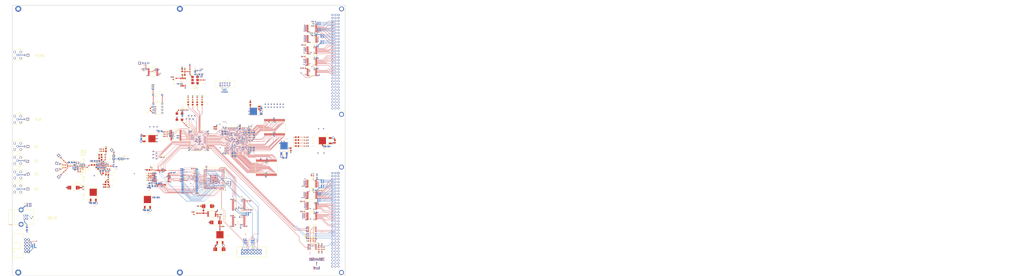
<source format=kicad_pcb>
(kicad_pcb (version 3) (host pcbnew "(2013-06-20 BZR 4156 GOST-COMMITTERS)-testing")
  (layers (15 F.Cu signal) (4 Inner4.Cu signal) (3 Inner3.Cu signal) (2 Inner2.Cu signal) (1 Inner1.Cu signal) (0 B.Cu signal) (18 B.Paste user) (19 F.Paste user) (20 B.SilkS user) (21 F.SilkS user) (22 B.Mask user) (23 F.Mask user) (28 Edge.Cuts user))
  (net 0 "")
  (net 1 +1,2V7)
  (net 2 +2,5V)
  (net 3 +3,3V)
  (net 4 +3,3V2)
  (net 5 +3,3V7)
  (net 6 +3,3VF)
  (net 7 +5V)
  (net 8 10M)
  (net 9 10MHZ)
  (net 10 1S)
  (net 11 1_CW)
  (net 12 1_DIR1)
  (net 13 1_IO0)
  (net 14 1_IO1)
  (net 15 1_IO2)
  (net 16 1_IO3)
  (net 17 1_IO4)
  (net 18 1_IO5)
  (net 19 1_IO6)
  (net 20 1_IO7)
  (net 21 1_OUT0)
  (net 22 1_OUT1)
  (net 23 1_OUT2)
  (net 24 1_OUT3)
  (net 25 1_OUT4)
  (net 26 1_OUT5)
  (net 27 1_OUT6)
  (net 28 1_OUT7)
  (net 29 1_P_A0)
  (net 30 1_P_A1)
  (net 31 1_P_A2)
  (net 32 1_P_CW)
  (net 33 1_P_RDY)
  (net 34 1_P_RQ)
  (net 35 1_P_R\W)
  (net 36 1_RDY)
  (net 37 1_RQ)
  (net 38 1_R\W)
  (net 39 1_STROB)
  (net 40 1_STR_0)
  (net 41 1__A0)
  (net 42 1__A1)
  (net 43 1__A2)
  (net 44 1_~OE1)
  (net 45 20MHZ)
  (net 46 2S)
  (net 47 2_CW)
  (net 48 2_DIR1)
  (net 49 2_IO0)
  (net 50 2_IO1)
  (net 51 2_IO2)
  (net 52 2_IO3)
  (net 53 2_IO4)
  (net 54 2_IO5)
  (net 55 2_IO6)
  (net 56 2_IO7)
  (net 57 2_OUT0)
  (net 58 2_OUT1)
  (net 59 2_OUT2)
  (net 60 2_OUT3)
  (net 61 2_OUT4)
  (net 62 2_OUT5)
  (net 63 2_OUT6)
  (net 64 2_OUT7)
  (net 65 2_P_A0)
  (net 66 2_P_A1)
  (net 67 2_P_A2)
  (net 68 2_P_CW)
  (net 69 2_P_RDY)
  (net 70 2_P_RQ)
  (net 71 2_P_R\W)
  (net 72 2_RDY)
  (net 73 2_RQ)
  (net 74 2_R\W)
  (net 75 2_STROB)
  (net 76 2_STR_0)
  (net 77 2__A0)
  (net 78 2__A1)
  (net 79 2__A2)
  (net 80 2_~OE1)
  (net 81 30MHZ)
  (net 82 3S)
  (net 83 3_CW)
  (net 84 3_DIR1)
  (net 85 3_IO0)
  (net 86 3_IO1)
  (net 87 3_IO2)
  (net 88 3_IO3)
  (net 89 3_IO4)
  (net 90 3_IO5)
  (net 91 3_IO6)
  (net 92 3_IO7)
  (net 93 3_OUT0)
  (net 94 3_OUT1)
  (net 95 3_OUT2)
  (net 96 3_OUT3)
  (net 97 3_OUT4)
  (net 98 3_OUT5)
  (net 99 3_OUT6)
  (net 100 3_OUT7)
  (net 101 3_P_A0)
  (net 102 3_P_A1)
  (net 103 3_P_A2)
  (net 104 3_P_CW1)
  (net 105 3_P_RDY)
  (net 106 3_P_RQ)
  (net 107 3_P_R\W)
  (net 108 3_RDY)
  (net 109 3_RQ)
  (net 110 3_R\W)
  (net 111 3_STROB)
  (net 112 3_STR_0)
  (net 113 3__A0)
  (net 114 3__A1)
  (net 115 3__A2)
  (net 116 3_~OE1)
  (net 117 4S)
  (net 118 4_CW)
  (net 119 4_DIR1)
  (net 120 4_IO0)
  (net 121 4_IO1)
  (net 122 4_IO2)
  (net 123 4_IO3)
  (net 124 4_IO4)
  (net 125 4_IO5)
  (net 126 4_IO6)
  (net 127 4_IO7)
  (net 128 4_OUT0)
  (net 129 4_OUT1)
  (net 130 4_OUT2)
  (net 131 4_OUT3)
  (net 132 4_OUT4)
  (net 133 4_OUT5)
  (net 134 4_OUT6)
  (net 135 4_OUT7)
  (net 136 4_P_A0)
  (net 137 4_P_A1)
  (net 138 4_P_A2)
  (net 139 4_P_CW1)
  (net 140 4_P_RDY)
  (net 141 4_P_RQ)
  (net 142 4_P_R\W)
  (net 143 4_RDY)
  (net 144 4_RQ)
  (net 145 4_R\W)
  (net 146 4_STROB)
  (net 147 4_STR_0)
  (net 148 4__A0)
  (net 149 4__A1)
  (net 150 4__A2)
  (net 151 4_~OE1)
  (net 152 60MHZ)
  (net 153 7DATA0)
  (net 154 7MSEL0)
  (net 155 7MSEL1)
  (net 156 7NCONF)
  (net 157 7VPLL1)
  (net 158 7VPLL2)
  (net 159 7VPLL3)
  (net 160 7VPLL4)
  (net 161 A0)
  (net 162 A1)
  (net 163 A10)
  (net 164 A11)
  (net 165 A12)
  (net 166 A13)
  (net 167 A14)
  (net 168 A15)
  (net 169 A16)
  (net 170 A17)
  (net 171 A18)
  (net 172 A2)
  (net 173 A3)
  (net 174 A4)
  (net 175 A5)
  (net 176 A6)
  (net 177 A7)
  (net 178 A8)
  (net 179 A9)
  (net 180 AA0)
  (net 181 AA1)
  (net 182 AA10)
  (net 183 AA11)
  (net 184 AA12)
  (net 185 AA13)
  (net 186 AA14)
  (net 187 AA15)
  (net 188 AA16)
  (net 189 AA17)
  (net 190 AA18)
  (net 191 AA2)
  (net 192 AA3)
  (net 193 AA4)
  (net 194 AA5)
  (net 195 AA6)
  (net 196 AA7)
  (net 197 AA8)
  (net 198 AA9)
  (net 199 AB0)
  (net 200 AB1)
  (net 201 AB10)
  (net 202 AB11)
  (net 203 AB12)
  (net 204 AB13)
  (net 205 AB14)
  (net 206 AB15)
  (net 207 AB16)
  (net 208 AB17)
  (net 209 AB18)
  (net 210 AB2)
  (net 211 AB3)
  (net 212 AB4)
  (net 213 AB5)
  (net 214 AB6)
  (net 215 AB7)
  (net 216 AB8)
  (net 217 AB9)
  (net 218 ACE)
  (net 219 ALE)
  (net 220 AOE)
  (net 221 AVSS)
  (net 222 AWE)
  (net 223 BCE)
  (net 224 BF_TCK)
  (net 225 BF_TDI)
  (net 226 BF_TDO)
  (net 227 BF_TMS)
  (net 228 BF_TRS)
  (net 229 BLOK)
  (net 230 BMOD0)
  (net 231 BMOD1)
  (net 232 BOE)
  (net 233 BWE)
  (net 234 CKP)
  (net 235 CLKF)
  (net 236 CLKIN)
  (net 237 CLKOUT)
  (net 238 CLK_ADF)
  (net 239 CLK_N)
  (net 240 CLK_P)
  (net 241 CONFD7)
  (net 242 D0)
  (net 243 D1)
  (net 244 D10)
  (net 245 D11)
  (net 246 D12)
  (net 247 D13)
  (net 248 D14)
  (net 249 D15)
  (net 250 D2)
  (net 251 D3)
  (net 252 D4)
  (net 253 D5)
  (net 254 D6)
  (net 255 D7)
  (net 256 D8)
  (net 257 D9)
  (net 258 DA0)
  (net 259 DA1)
  (net 260 DA10)
  (net 261 DA11)
  (net 262 DA12)
  (net 263 DA13)
  (net 264 DA14)
  (net 265 DA15)
  (net 266 DA2)
  (net 267 DA3)
  (net 268 DA4)
  (net 269 DA5)
  (net 270 DA6)
  (net 271 DA7)
  (net 272 DA8)
  (net 273 DA9)
  (net 274 DB0)
  (net 275 DB1)
  (net 276 DB10)
  (net 277 DB11)
  (net 278 DB12)
  (net 279 DB13)
  (net 280 DB14)
  (net 281 DB15)
  (net 282 DB2)
  (net 283 DB3)
  (net 284 DB4)
  (net 285 DB5)
  (net 286 DB6)
  (net 287 DB7)
  (net 288 DB8)
  (net 289 DB9)
  (net 290 DCLK7)
  (net 291 DP)
  (net 292 DREQ)
  (net 293 DT_N)
  (net 294 DT_P)
  (net 295 DU0)
  (net 296 DU1)
  (net 297 DU2)
  (net 298 DU3)
  (net 299 DU4)
  (net 300 DU5)
  (net 301 DU6)
  (net 302 DU7)
  (net 303 D_ADF)
  (net 304 D_I)
  (net 305 D_IN)
  (net 306 GND)
  (net 307 H0)
  (net 308 H1)
  (net 309 H10)
  (net 310 H11)
  (net 311 H12)
  (net 312 H13)
  (net 313 H2)
  (net 314 H3)
  (net 315 H4)
  (net 316 H5)
  (net 317 H6)
  (net 318 H7)
  (net 319 H8)
  (net 320 H9)
  (net 321 INT_USB)
  (net 322 I_10M)
  (net 323 I_1S)
  (net 324 LE_ADF)
  (net 325 MAX-TCK)
  (net 326 MAX-TDI)
  (net 327 MAX-TDO)
  (net 328 MAX-TMS)
  (net 329 MISO)
  (net 330 MOSI)
  (net 331 NET00000)
  (net 332 NET00001)
  (net 333 NET00002)
  (net 334 NET00003)
  (net 335 NET00004)
  (net 336 NET00006)
  (net 337 NET00007)
  (net 338 NET00008)
  (net 339 NET00009)
  (net 340 NET00010)
  (net 341 NET00011)
  (net 342 NET00012)
  (net 343 NET00013)
  (net 344 NET00014)
  (net 345 NET00015)
  (net 346 NET00016)
  (net 347 NET00019)
  (net 348 NET00020)
  (net 349 NET00022)
  (net 350 NET00026)
  (net 351 NET00027)
  (net 352 NET00028)
  (net 353 NET00029)
  (net 354 NET00031)
  (net 355 NET00032)
  (net 356 NET00033)
  (net 357 NET00034)
  (net 358 NET00039)
  (net 359 NET00040)
  (net 360 NET00042)
  (net 361 NET00140)
  (net 362 NET00142)
  (net 363 NET00143)
  (net 364 NET00144)
  (net 365 NET00145)
  (net 366 NET00146)
  (net 367 NET00147)
  (net 368 NET00148)
  (net 369 NET001490)
  (net 370 NET001500)
  (net 371 NET00152)
  (net 372 NET00158)
  (net 373 NET00210)
  (net 374 NET00214)
  (net 375 NET00215)
  (net 376 NET00216)
  (net 377 NET00255)
  (net 378 NET00256)
  (net 379 NET00264)
  (net 380 NET00265)
  (net 381 NET00266)
  (net 382 NET00268)
  (net 383 NET00271)
  (net 384 NET00308)
  (net 385 NET00312)
  (net 386 NET00350)
  (net 387 NET00352)
  (net 388 NET00353)
  (net 389 NET00375)
  (net 390 NET00384)
  (net 391 NET00385)
  (net 392 NET00401)
  (net 393 NET00402)
  (net 394 NET00403)
  (net 395 NET00404)
  (net 396 NET00541)
  (net 397 NET00542)
  (net 398 NET00544)
  (net 399 NSTAT7)
  (net 400 OUT)
  (net 401 PF0)
  (net 402 PF1)
  (net 403 PF10)
  (net 404 PF11)
  (net 405 PF12)
  (net 406 PF13)
  (net 407 PF14)
  (net 408 PF15)
  (net 409 PF2)
  (net 410 PF3)
  (net 411 PF4)
  (net 412 PF5)
  (net 413 PF6)
  (net 414 PF7)
  (net 415 PF8)
  (net 416 PF9)
  (net 417 PPI)
  (net 418 PUSK)
  (net 419 PVDD)
  (net 420 PWR)
  (net 421 P_BLOK)
  (net 422 P_PUSK)
  (net 423 P_RES)
  (net 424 R5)
  (net 425 R6)
  (net 426 R7)
  (net 427 R8)
  (net 428 RD_U)
  (net 429 RPU)
  (net 430 RREF)
  (net 431 RS)
  (net 432 RSDM)
  (net 433 RSDP)
  (net 434 RSR)
  (net 435 RSS)
  (net 436 RS_I)
  (net 437 RU)
  (net 438 RXF)
  (net 439 SA10)
  (net 440 SCK)
  (net 441 SCKE)
  (net 442 SHIM)
  (net 443 STP)
  (net 444 STR_N)
  (net 445 STR_P)
  (net 446 TCK7)
  (net 447 TDI7)
  (net 448 TDO7)
  (net 449 TMS7)
  (net 450 TP1)
  (net 451 TP10)
  (net 452 TP11)
  (net 453 TP12)
  (net 454 TP13)
  (net 455 TP14)
  (net 456 TP15)
  (net 457 TP16)
  (net 458 TP17)
  (net 459 TP18)
  (net 460 TP19)
  (net 461 TP2)
  (net 462 TP20)
  (net 463 TP21)
  (net 464 TP22)
  (net 465 TP23)
  (net 466 TP24)
  (net 467 TP25)
  (net 468 TP26)
  (net 469 TP27)
  (net 470 TP3)
  (net 471 TP4)
  (net 472 TP5)
  (net 473 TP6)
  (net 474 TP7)
  (net 475 TP8)
  (net 476 TP9)
  (net 477 TXE)
  (net 478 USB+)
  (net 479 USB-)
  (net 480 USB_DM)
  (net 481 USB_DP)
  (net 482 VBUS)
  (net 483 VD1)
  (net 484 VD2)
  (net 485 VD3)
  (net 486 VD4)
  (net 487 VD5)
  (net 488 VD6)
  (net 489 VD7)
  (net 490 VD8)
  (net 491 VDDEXT)
  (net 492 VDDINT)
  (net 493 VROUT)
  (net 494 W/VP)
  (net 495 WR_U)
  (net 496 _RSS)
  (net 497 ~ABE0)
  (net 498 ~ABE1)
  (net 499 ~AMS0)
  (net 500 ~AMS1)
  (net 501 ~AOE)
  (net 502 ~ARE)
  (net 503 ~AWE)
  (net 504 ~DMA_RD)
  (net 505 ~DMA_WR)
  (net 506 ~DRES)
  (net 507 ~D_IN)
  (net 508 ~EMU)
  (net 509 ~P_ZAP)
  (net 510 ~RESET)
  (net 511 ~RS)
  (net 512 ~RSUSB)
  (net 513 ~SCAS)
  (net 514 ~SMS)
  (net 515 ~SRAS)
  (net 516 ~SWE)
  (net 517 ~USB)
  (net 518 ~WDI)
  (net 519 ~ZAP)
  (module C_SMD0603_1 (layer B.Cu) (at 373.05 172.07 180)
    (fp_text reference C111 (at 2.359048 2.232 180) (layer B.SilkS) (effects (font (size 1.016 0.762) (thickness 0.152)) (justify mirror)))
    (fp_text value "0,01 мк" hide)
    (pad A smd rect (at 0.8 0 180) (size 0.8 0.8) (layers B.Cu B.Paste B.Mask) (net 360 NET00042))
    (pad B smd rect (at -0.8 0 180) (size 0.8 0.8) (layers B.Cu B.Paste B.Mask) (net 306 GND))
  )
  (module CABLE_1 (layer B.Cu) (at 399.37 136.67 165)
    (fp_text reference 5 hide)
    (fp_text value YESF-085/50 hide)
    (pad GND thru_hole rect (at 2.54 0 165) (size 2 2) (drill 1.5) (layers *.Cu *.Mask) (net 306 GND))
    (pad RF thru_hole rect (at 0 0 75) (size 1 1) (drill 0.6) (layers *.Cu *.Mask) (net 362 NET00142))
  )
  (module R_SMD0603_1 (layer F.Cu) (at 403.47 142.81 225)
    (fp_text reference R30 (at 2.944762 3.266667 225) (layer F.SilkS) (effects (font (size 1.066667 0.8) (thickness 0.12))))
    (fp_text value 51 hide)
    (pad A smd rect (at -0.80001 0 225) (size 0.8 0.8) (layers F.Cu F.Paste F.Mask) (net 367 NET00147))
    (pad B smd rect (at 0.80001 0 225) (size 0.8 0.8) (layers F.Cu F.Paste F.Mask) (net 338 NET00008))
  )
  (module C_SMD0603_1 (layer F.Cu) (at 407.11 138.41 180)
    (fp_text reference C33 (at -1.924762 1.333333 180) (layer F.SilkS) (effects (font (size 1.066667 0.8) (thickness 0.12))))
    (fp_text value "0,1 мк" hide)
    (pad A smd rect (at -0.8 0 180) (size 0.8 0.8) (layers F.Cu F.Paste F.Mask) (net 398 NET00544))
    (pad B smd rect (at 0.8 0 180) (size 0.8 0.8) (layers F.Cu F.Paste F.Mask) (net 367 NET00147))
  )
  (module C_SMD0603_1 (layer B.Cu) (at 414.51 136.51 180)
    (fp_text reference C32 (at 1.804762 -2.033333 180) (layer B.SilkS) (effects (font (size 1.066667 0.8) (thickness 0.12)) (justify mirror)))
    (fp_text value "0,1 мк" hide)
    (pad A smd rect (at 0.8 0 180) (size 0.8 0.8) (layers B.Cu B.Paste B.Mask) (net 7 +5V))
    (pad B smd rect (at -0.8 0 180) (size 0.8 0.8) (layers B.Cu B.Paste B.Mask) (net 306 GND))
  )
  (module C_SMD0805_1 (layer F.Cu) (at 427.39 137.49 180)
    (fp_text reference C25 (at -1.804762 1.493333 180) (layer F.SilkS) (effects (font (size 1.066667 0.8) (thickness 0.12))))
    (fp_text value 100 hide)
    (pad A smd rect (at -1 0 180) (size 1.2 1.3) (layers F.Cu F.Paste F.Mask) (net 335 NET00004))
    (pad B smd rect (at 1 0 180) (size 1.2 1.3) (layers F.Cu F.Paste F.Mask) (net 349 NET00022))
  )
  (module L_SMD0805_1 (layer F.Cu) (at 438.03 152.97 90)
    (fp_text reference L3 (at 2.533333 1.169841 90) (layer F.SilkS) (effects (font (size 1.066667 0.8) (thickness 0.12))))
    (fp_text value "10 мкГ" hide)
    (pad A smd rect (at -1 0 90) (size 1.2 1.3) (layers F.Cu F.Paste F.Mask) (net 372 NET00158))
    (pad B smd rect (at 1 0 90) (size 1.2 1.3) (layers F.Cu F.Paste F.Mask) (net 3 +3,3V))
  )
  (module L_SMD0805_1 (layer F.Cu) (at 435.79 143.43 270)
    (fp_text reference L1 (at 5.38 -1.042876 270) (layer F.SilkS) (effects (font (size 1.066667 0.8) (thickness 0.12))))
    (fp_text value "68 нГ" hide)
    (pad A smd rect (at -1 0 270) (size 1.2 1.3) (layers F.Cu F.Paste F.Mask) (net 356 NET00033))
    (pad B smd rect (at 1 0 270) (size 1.2 1.3) (layers F.Cu F.Paste F.Mask) (net 306 GND))
  )
  (module PIN40X40X24_1 (layer F.Cu) (at 437.71 128.91 180)
    (fp_text reference 3 hide)
    (fp_text value PIN40X40X24 hide)
    (pad 1 thru_hole rect (at 0 0 270) (size 1 1) (drill 0.6) (layers *.Cu *.Mask) (net 345 NET00015))
  )
  (module R_SMD0603_1 (layer F.Cu) (at 475.65 90.67 270)
    (fp_text reference R83 (at 2.34 1.855686 270) (layer F.SilkS) (effects (font (size 1.066667 0.8) (thickness 0.12))))
    (fp_text value 2,2K hide)
    (pad A smd rect (at -0.8 0 270) (size 0.8 0.8) (layers F.Cu F.Paste F.Mask) (net 7 +5V))
    (pad B smd rect (at 0.8 0 270) (size 0.8 0.8) (layers F.Cu F.Paste F.Mask) (net 386 NET00350))
  )
  (module R_SMD0603_1 (layer B.Cu) (at 471.75 54.35 90)
    (fp_text reference R44 (at -1.045714 0.652 90) (layer B.SilkS) (effects (font (size 1.016 0.762) (thickness 0.152)) (justify mirror)))
    (fp_text value 100 hide)
    (pad A smd rect (at 0.8 0 90) (size 0.8 0.8) (layers B.Cu B.Paste B.Mask) (net 332 NET00001))
    (pad B smd rect (at -0.8 0 90) (size 0.8 0.8) (layers B.Cu B.Paste B.Mask) (net 334 NET00003))
  )
  (module C_SMD0805_1 (layer B.Cu) (at 480.41 164.91 180)
    (fp_text reference C88 (at 1.884762 0.566667 360) (layer B.SilkS) (effects (font (size 1.066667 0.8) (thickness 0.12)) (justify mirror)))
    (fp_text value "10 мк" hide)
    (pad A smd rect (at 1 0 180) (size 1.2 1.3) (layers B.Cu B.Paste B.Mask) (net 2 +2,5V))
    (pad B smd rect (at -1 0 180) (size 1.2 1.3) (layers B.Cu B.Paste B.Mask) (net 306 GND))
  )
  (module L_SMD0805_1 (layer B.Cu) (at 481.83 153.17)
    (fp_text reference L14 (at 1.024762 -1.493333) (layer B.SilkS) (effects (font (size 1.066667 0.8) (thickness 0.12)) (justify mirror)))
    (fp_text value "1 мкГ" hide)
    (pad A smd rect (at 1 0) (size 1.2 1.3) (layers B.Cu B.Paste B.Mask) (net 306 GND))
    (pad B smd rect (at -1 0) (size 1.2 1.3) (layers B.Cu B.Paste B.Mask) (net 221 AVSS))
  )
  (module C_SMD0603_1 (layer B.Cu) (at 479.59 150.23 180)
    (fp_text reference C84 (at -1.805714 -0.028 180) (layer B.SilkS) (effects (font (size 1.016 0.762) (thickness 0.152)) (justify mirror)))
    (fp_text value "0,01 мк" hide)
    (pad A smd rect (at 0.8 0 180) (size 0.8 0.8) (layers B.Cu B.Paste B.Mask) (net 419 PVDD))
    (pad B smd rect (at -0.8 0 180) (size 0.8 0.8) (layers B.Cu B.Paste B.Mask) (net 221 AVSS))
  )
  (module PIN40X40X24_1 (layer F.Cu) (at 480.79 127.53)
    (fp_text reference TP22 hide)
    (fp_text value PIN40X40X24 hide)
    (pad 1 thru_hole rect (at 0 0 90) (size 1 1) (drill 0.6) (layers *.Cu *.Mask) (net 464 TP22))
  )
  (module PIN40X40X24_1 (layer F.Cu) (at 480.79 129.93)
    (fp_text reference TP24 hide)
    (fp_text value PIN40X40X24 hide)
    (pad 1 thru_hole rect (at 0 0 90) (size 1 1) (drill 0.6) (layers *.Cu *.Mask) (net 466 TP24))
  )
  (module C_SMD0603_1 (layer B.Cu) (at 479.81 89.33 90)
    (fp_text reference C113 (at -0.560317 0.546667 90) (layer B.SilkS) (effects (font (size 1.066667 0.8) (thickness 0.12)) (justify mirror)))
    (fp_text value "0,1 мк" hide)
    (pad A smd rect (at 0.8 0 90) (size 0.8 0.8) (layers B.Cu B.Paste B.Mask) (net 7 +5V))
    (pad B smd rect (at -0.8 0 90) (size 0.8 0.8) (layers B.Cu B.Paste B.Mask) (net 306 GND))
  )
  (module C_SMD0603_1 (layer B.Cu) (at 486.91 142.03 270)
    (fp_text reference C119 (at -0.060317 0.346667 270) (layer B.SilkS) (effects (font (size 1.066667 0.8) (thickness 0.12)) (justify mirror)))
    (fp_text value "0,1 мк" hide)
    (pad A smd rect (at 0.8 0 270) (size 0.8 0.8) (layers B.Cu B.Paste B.Mask) (net 6 +3,3VF))
    (pad B smd rect (at -0.8 0 270) (size 0.8 0.8) (layers B.Cu B.Paste B.Mask) (net 306 GND))
  )
  (module R_SMD0603_1 (layer F.Cu) (at 488.83 113.39)
    (fp_text reference R80 (at 1.884762 1.986667) (layer F.SilkS) (effects (font (size 1.066667 0.8) (thickness 0.12))))
    (fp_text value "4,7 к" hide)
    (pad A smd rect (at -0.8 0) (size 0.8 0.8) (layers F.Cu F.Paste F.Mask) (net 6 +3,3VF))
    (pad B smd rect (at 0.8 0) (size 0.8 0.8) (layers F.Cu F.Paste F.Mask) (net 437 RU))
  )
  (module C_SMD0603_1 (layer B.Cu) (at 498.33 113.75 270)
    (fp_text reference C94 (at 1.304762 -2.133333 270) (layer B.SilkS) (effects (font (size 1.066667 0.8) (thickness 0.12)) (justify mirror)))
    (fp_text value "0,1 мк" hide)
    (pad A smd rect (at 0.8 0 270) (size 0.8 0.8) (layers B.Cu B.Paste B.Mask) (net 6 +3,3VF))
    (pad B smd rect (at -0.8 0 270) (size 0.8 0.8) (layers B.Cu B.Paste B.Mask) (net 306 GND))
  )
  (module PIN40X40X24_1 (layer F.Cu) (at 506.09 98.57 270)
    (fp_text reference TP18 hide)
    (fp_text value PIN40X40X24 hide)
    (pad 1 thru_hole rect (at 0 0) (size 1 1) (drill 0.6) (layers *.Cu *.Mask) (net 459 TP18))
  )
  (module C_SMD0603_1 (layer F.Cu) (at 504.97 91.19)
    (fp_text reference C78 (at 1.904762 -1.533333) (layer F.SilkS) (effects (font (size 1.066667 0.8) (thickness 0.12))))
    (fp_text value "0,1 мк" hide)
    (pad A smd rect (at -0.8 0) (size 0.8 0.8) (layers F.Cu F.Paste F.Mask) (net 7 +5V))
    (pad B smd rect (at 0.8 0) (size 0.8 0.8) (layers F.Cu F.Paste F.Mask) (net 306 GND))
  )
  (module C_SMD0603_1 (layer F.Cu) (at 512.49 145.69 90)
    (fp_text reference C123 (at 2.313333 2.459683 90) (layer F.SilkS) (effects (font (size 1.066667 0.8) (thickness 0.12))))
    (fp_text value "0,1 мк" hide)
    (pad A smd rect (at -0.8 0 90) (size 0.8 0.8) (layers F.Cu F.Paste F.Mask) (net 491 VDDEXT))
    (pad B smd rect (at 0.8 0 90) (size 0.8 0.8) (layers F.Cu F.Paste F.Mask) (net 306 GND))
  )
  (module PIN40X40X24_1 (layer F.Cu) (at 510.59 95.97 270)
    (fp_text reference TP16 hide)
    (fp_text value PIN40X40X24 hide)
    (pad 1 thru_hole rect (at 0 0) (size 1 1) (drill 0.6) (layers *.Cu *.Mask) (net 457 TP16))
  )
  (module PIN40X40X24_1 (layer F.Cu) (at 512.99 95.97 270)
    (fp_text reference TP17 hide)
    (fp_text value PIN40X40X24 hide)
    (pad 1 thru_hole rect (at 0 0) (size 1 1) (drill 0.6) (layers *.Cu *.Mask) (net 458 TP17))
  )
  (module PIN40X40X24_1 (layer F.Cu) (at 511.59 98.77 270)
    (fp_text reference TP20 hide)
    (fp_text value PIN40X40X24 hide)
    (pad 1 thru_hole rect (at 0 0) (size 1 1) (drill 0.6) (layers *.Cu *.Mask) (net 462 TP20))
  )
  (module L_SMD0805_1 (layer B.Cu) (at 513.41 60.11 90)
    (fp_text reference L13 (at 4.504762 -0.033333 90) (layer B.SilkS) (effects (font (size 1.066667 0.8) (thickness 0.12)) (justify mirror)))
    (fp_text value "10 мкГ" hide)
    (pad A smd rect (at 1 0 90) (size 1.2 1.3) (layers B.Cu B.Paste B.Mask) (net 6 +3,3VF))
    (pad B smd rect (at -1 0 90) (size 1.2 1.3) (layers B.Cu B.Paste B.Mask) (net 379 NET00264))
  )
  (module C_SMD0603_1 (layer B.Cu) (at 517.23 114.33 90)
    (fp_text reference C93 (at 1.324762 -2.553333 90) (layer B.SilkS) (effects (font (size 1.066667 0.8) (thickness 0.12)) (justify mirror)))
    (fp_text value "0,1 мк" hide)
    (pad A smd rect (at 0.8 0 90) (size 0.8 0.8) (layers B.Cu B.Paste B.Mask) (net 6 +3,3VF))
    (pad B smd rect (at -0.8 0 90) (size 0.8 0.8) (layers B.Cu B.Paste B.Mask) (net 306 GND))
  )
  (module R_SMD0603_1 (layer F.Cu) (at 519.33 65.89)
    (fp_text reference R64 (at 1.984762 2.586667) (layer F.SilkS) (effects (font (size 1.066667 0.8) (thickness 0.12))))
    (fp_text value "2,2 к" hide)
    (pad A smd rect (at -0.8 0) (size 0.8 0.8) (layers F.Cu F.Paste F.Mask) (net 331 NET00000))
    (pad B smd rect (at 0.8 0) (size 0.8 0.8) (layers F.Cu F.Paste F.Mask) (net 6 +3,3VF))
  )
  (module C_SMD0603_1 (layer B.Cu) (at 528.75 151.27 270)
    (fp_text reference C106 (at 2.979683 3.306667 270) (layer B.SilkS) (effects (font (size 1.066667 0.8) (thickness 0.12)) (justify mirror)))
    (fp_text value "0,1 мк" hide)
    (pad A smd rect (at 0.8 0 270) (size 0.8 0.8) (layers B.Cu B.Paste B.Mask) (net 492 VDDINT))
    (pad B smd rect (at -0.8 0 270) (size 0.8 0.8) (layers B.Cu B.Paste B.Mask) (net 306 GND))
  )
  (module R_SMD0603_1 (layer F.Cu) (at 533.41 181.17 180)
    (fp_text reference R56 (at -5.204762 -0.306667 180) (layer F.SilkS) (effects (font (size 1.066667 0.8) (thickness 0.12))))
    (fp_text value 0 hide)
    (pad A smd rect (at -0.8 0 180) (size 0.8 0.8) (layers F.Cu F.Paste F.Mask) (net 377 NET00255))
    (pad B smd rect (at 0.8 0 180) (size 0.8 0.8) (layers F.Cu F.Paste F.Mask) (net 385 NET00312))
  )
  (module C_SMD0603_1 (layer B.Cu) (at 533.85 151.69 270)
    (fp_text reference C97 (at -0.555238 0.086667 270) (layer B.SilkS) (effects (font (size 1.066667 0.8) (thickness 0.12)) (justify mirror)))
    (fp_text value "0,1 мк" hide)
    (pad A smd rect (at 0.8 0 270) (size 0.8 0.8) (layers B.Cu B.Paste B.Mask) (net 492 VDDINT))
    (pad B smd rect (at -0.8 0 270) (size 0.8 0.8) (layers B.Cu B.Paste B.Mask) (net 306 GND))
  )
  (module C_SMD0603_1 (layer B.Cu) (at 544.31 115.41 90)
    (fp_text reference C63 (at 4.304762 -0.933333 90) (layer B.SilkS) (effects (font (size 1.066667 0.8) (thickness 0.12)) (justify mirror)))
    (fp_text value "0,1 мк" hide)
    (pad A smd rect (at 0.8 0 90) (size 0.8 0.8) (layers B.Cu B.Paste B.Mask) (net 5 +3,3V7))
    (pad B smd rect (at -0.8 0 90) (size 0.8 0.8) (layers B.Cu B.Paste B.Mask) (net 306 GND))
  )
  (module C_SMD0603_1 (layer B.Cu) (at 550.87 174.05)
    (fp_text reference C108 (at 2.599683 2.126667) (layer B.SilkS) (effects (font (size 1.066667 0.8) (thickness 0.12)) (justify mirror)))
    (fp_text value "0,1 мк" hide)
    (pad A smd rect (at 0.8 0) (size 0.8 0.8) (layers B.Cu B.Paste B.Mask) (net 491 VDDEXT))
    (pad B smd rect (at -0.8 0) (size 0.8 0.8) (layers B.Cu B.Paste B.Mask) (net 306 GND))
  )
  (module C_SMD0603_1 (layer B.Cu) (at 551.01 118.97)
    (fp_text reference C56 (at 2.104762 1.806667) (layer B.SilkS) (effects (font (size 1.066667 0.8) (thickness 0.12)) (justify mirror)))
    (fp_text value "0,1 мк" hide)
    (pad A smd rect (at 0.8 0) (size 0.8 0.8) (layers B.Cu B.Paste B.Mask) (net 1 +1,2V7))
    (pad B smd rect (at -0.8 0) (size 0.8 0.8) (layers B.Cu B.Paste B.Mask) (net 306 GND))
  )
  (module C_SMD0603_1 (layer B.Cu) (at 551.99 114.27 180)
    (fp_text reference C46 hide)
    (fp_text value "0,1 мк" hide)
    (pad A smd rect (at 0.8 0 180) (size 0.8 0.8) (layers B.Cu B.Paste B.Mask) (net 1 +1,2V7))
    (pad B smd rect (at -0.8 0 180) (size 0.8 0.8) (layers B.Cu B.Paste B.Mask) (net 306 GND))
  )
  (module R_SMD0603_1 (layer F.Cu) (at 558.97 175.39)
    (fp_text reference R48 (at 1.904762 -1.533333) (layer F.SilkS) (effects (font (size 1.066667 0.8) (thickness 0.12))))
    (fp_text value 2,2k hide)
    (pad A smd rect (at -0.8 0) (size 0.8 0.8) (layers F.Cu F.Paste F.Mask) (net 415 PF8))
    (pad B smd rect (at 0.8 0) (size 0.8 0.8) (layers F.Cu F.Paste F.Mask) (net 6 +3,3VF))
  )
  (module R_SMD0603_1 (layer F.Cu) (at 558.05 167.79)
    (fp_text reference R47 (at 1.904762 -1.533333) (layer F.SilkS) (effects (font (size 1.066667 0.8) (thickness 0.12))))
    (fp_text value 2,2k hide)
    (pad A smd rect (at -0.8 0) (size 0.8 0.8) (layers F.Cu F.Paste F.Mask) (net 410 PF3))
    (pad B smd rect (at 0.8 0) (size 0.8 0.8) (layers F.Cu F.Paste F.Mask) (net 6 +3,3VF))
  )
  (module C_SMD0603_1 (layer B.Cu) (at 558.27 127.37 90)
    (fp_text reference C64 (at 4.464762 0.406667 90) (layer B.SilkS) (effects (font (size 1.066667 0.8) (thickness 0.12)) (justify mirror)))
    (fp_text value "0,1 мк" hide)
    (pad A smd rect (at 0.8 0 90) (size 0.8 0.8) (layers B.Cu B.Paste B.Mask) (net 306 GND))
    (pad B smd rect (at -0.8 0 90) (size 0.8 0.8) (layers B.Cu B.Paste B.Mask) (net 5 +3,3V7))
  )
  (module R_SMD0603_1 (layer B.Cu) (at 559.31 113.31 270)
    (fp_text reference R38 (at 1.904762 2.566667 270) (layer B.SilkS) (effects (font (size 1.066667 0.8) (thickness 0.12)) (justify mirror)))
    (fp_text value 2,2k hide)
    (pad A smd rect (at 0.8 0 270) (size 0.8 0.8) (layers B.Cu B.Paste B.Mask) (net 154 7MSEL0))
    (pad B smd rect (at -0.8 0 270) (size 0.8 0.8) (layers B.Cu B.Paste B.Mask) (net 5 +3,3V7))
  )
  (module C_SMD0603_1 (layer B.Cu) (at 559.47 105.05)
    (fp_text reference C62 (at 1.764762 -1.373333) (layer B.SilkS) (effects (font (size 1.066667 0.8) (thickness 0.12)) (justify mirror)))
    (fp_text value "0,1 мк" hide)
    (pad A smd rect (at 0.8 0) (size 0.8 0.8) (layers B.Cu B.Paste B.Mask) (net 306 GND))
    (pad B smd rect (at -0.8 0) (size 0.8 0.8) (layers B.Cu B.Paste B.Mask) (net 5 +3,3V7))
  )
  (module C_SMD0805_1 (layer B.Cu) (at 562.83 113.41 90)
    (fp_text reference C59 (at -0.675238 -0.633333 90) (layer B.SilkS) (effects (font (size 1.066667 0.8) (thickness 0.12)) (justify mirror)))
    (fp_text value "10 мк" hide)
    (pad A smd rect (at 1 0 90) (size 1.2 1.3) (layers B.Cu B.Paste B.Mask) (net 1 +1,2V7))
    (pad B smd rect (at -1 0 90) (size 1.2 1.3) (layers B.Cu B.Paste B.Mask) (net 306 GND))
  )
  (module C_SMD0805_1 (layer F.Cu) (at 567.05 89.25 90)
    (fp_text reference C35 (at 0.013333 -0.815238 90) (layer F.SilkS) (effects (font (size 1.066667 0.8) (thickness 0.12))))
    (fp_text value "10 мк" hide)
    (pad A smd rect (at -1 0 90) (size 1.2 1.3) (layers F.Cu F.Paste F.Mask) (net 7 +5V))
    (pad B smd rect (at 1 0 90) (size 1.2 1.3) (layers F.Cu F.Paste F.Mask) (net 306 GND))
  )
  (module C_SMD0603_1 (layer B.Cu) (at 572.43 145.75 270)
    (fp_text reference C38 (at -0.675238 0.126667 270) (layer B.SilkS) (effects (font (size 1.066667 0.8) (thickness 0.12)) (justify mirror)))
    (fp_text value "0,1 мк" hide)
    (pad A smd rect (at 0.8 0 270) (size 0.8 0.8) (layers B.Cu B.Paste B.Mask) (net 5 +3,3V7))
    (pad B smd rect (at -0.8 0 270) (size 0.8 0.8) (layers B.Cu B.Paste B.Mask) (net 306 GND))
  )
  (module PIN40X40X24_1 (layer F.Cu) (at 572.51 88.81)
    (fp_text reference TP8 hide)
    (fp_text value PIN40X40X24 hide)
    (pad 1 thru_hole rect (at 0 0 90) (size 1 1) (drill 0.6) (layers *.Cu *.Mask) (net 475 TP8))
  )
  (module PIN40X40X24_1 (layer F.Cu) (at 575.01 88.81)
    (fp_text reference TP9 hide)
    (fp_text value PIN40X40X24 hide)
    (pad 1 thru_hole rect (at 0 0 90) (size 1 1) (drill 0.6) (layers *.Cu *.Mask) (net 476 TP9))
  )
  (module PIN40X40X24_1 (layer F.Cu) (at 580.01 88.81)
    (fp_text reference TP11 hide)
    (fp_text value PIN40X40X24 hide)
    (pad 1 thru_hole rect (at 0 0 90) (size 1 1) (drill 0.6) (layers *.Cu *.Mask) (net 452 TP11))
  )
  (module PIN40X40X24_1 (layer F.Cu) (at 582.51 88.81)
    (fp_text reference TP12 hide)
    (fp_text value PIN40X40X24 hide)
    (pad 1 thru_hole rect (at 0 0 90) (size 1 1) (drill 0.6) (layers *.Cu *.Mask) (net 453 TP12))
  )
  (module PIN40X40X24_1 (layer F.Cu) (at 587.51 88.81)
    (fp_text reference TP14 hide)
    (fp_text value PIN40X40X24 hide)
    (pad 1 thru_hole rect (at 0 0 90) (size 1 1) (drill 0.6) (layers *.Cu *.Mask) (net 455 TP14))
  )
  (module R_SMD0603_1 (layer F.Cu) (at 604.23 176.73)
    (fp_text reference R33 (at 1.904762 -1.533333) (layer F.SilkS) (effects (font (size 1.066667 0.8) (thickness 0.12))))
    (fp_text value "2,2 к" hide)
    (pad A smd rect (at -0.8 0) (size 0.8 0.8) (layers F.Cu F.Paste F.Mask) (net 4 +3,3V2))
    (pad B smd rect (at 0.8 0) (size 0.8 0.8) (layers F.Cu F.Paste F.Mask) (net 368 NET00148))
  )
  (module R_SMD0603_1 (layer F.Cu) (at 604.15 168.23)
    (fp_text reference R24 (at 1.904762 -1.533333) (layer F.SilkS) (effects (font (size 1.066667 0.8) (thickness 0.12))))
    (fp_text value "2,2 к" hide)
    (pad A smd rect (at -0.8 0) (size 0.8 0.8) (layers F.Cu F.Paste F.Mask) (net 4 +3,3V2))
    (pad B smd rect (at 0.8 0) (size 0.8 0.8) (layers F.Cu F.Paste F.Mask) (net 363 NET00143))
  )
  (module R_SMD0603_1 (layer F.Cu) (at 604.79 46.09)
    (fp_text reference R14 (at 1.904762 -1.533333) (layer F.SilkS) (effects (font (size 1.066667 0.8) (thickness 0.12))))
    (fp_text value "2,2 к" hide)
    (pad A smd rect (at -0.8 0) (size 0.8 0.8) (layers F.Cu F.Paste F.Mask) (net 4 +3,3V2))
    (pad B smd rect (at 0.8 0) (size 0.8 0.8) (layers F.Cu F.Paste F.Mask) (net 369 NET001490))
  )
  (module R_SMD0603_1 (layer F.Cu) (at 609.67 199.63)
    (fp_text reference R68 (at 1.844762 -1.653333) (layer F.SilkS) (effects (font (size 1.066667 0.8) (thickness 0.12))))
    (fp_text value "1,5 к" hide)
    (pad A smd rect (at -0.8 0) (size 0.8 0.8) (layers F.Cu F.Paste F.Mask) (net 306 GND))
    (pad B smd rect (at 0.8 0) (size 0.8 0.8) (layers F.Cu F.Paste F.Mask) (net 511 ~RS))
  )
  (module R_SMD0603_1 (layer B.Cu) (at 612.91 28.27)
    (fp_text reference R13 (at 1.904762 2.206667) (layer B.SilkS) (effects (font (size 1.066667 0.8) (thickness 0.12)) (justify mirror)))
    (fp_text value "2,2 к" hide)
    (pad A smd rect (at 0.8 0) (size 0.8 0.8) (layers B.Cu B.Paste B.Mask) (net 4 +3,3V2))
    (pad B smd rect (at -0.8 0) (size 0.8 0.8) (layers B.Cu B.Paste B.Mask) (net 80 2_~OE1))
  )
  (module R_SMD0603_1 (layer F.Cu) (at 617.39 206.07 270)
    (fp_text reference R73 (at -0.96 -0.804314 270) (layer F.SilkS) (effects (font (size 1.066667 0.8) (thickness 0.12))))
    (fp_text value 820 hide)
    (pad A smd rect (at -0.8 0 270) (size 0.8 0.8) (layers F.Cu F.Paste F.Mask) (net 6 +3,3VF))
    (pad B smd rect (at 0.8 0 270) (size 0.8 0.8) (layers F.Cu F.Paste F.Mask) (net 507 ~D_IN))
  )
  (module R_SMD0603_1 (layer F.Cu) (at 618.45 158.99 180)
    (fp_text reference R32 (at -1.864762 1.313333 180) (layer F.SilkS) (effects (font (size 1.066667 0.8) (thickness 0.12))))
    (fp_text value "2,2 к" hide)
    (pad A smd rect (at -0.8 0 180) (size 0.8 0.8) (layers F.Cu F.Paste F.Mask) (net 4 +3,3V2))
    (pad B smd rect (at 0.8 0 180) (size 0.8 0.8) (layers F.Cu F.Paste F.Mask) (net 151 4_~OE1))
  )
  (module YC164_1 (layer B.Cu) (at 620.41 151.21)
    (fp_text reference R26 (at 5.064762 0.606667) (layer B.SilkS) (effects (font (size 1.066667 0.8) (thickness 0.12)) (justify mirror)))
    (fp_text value "2,2 к" hide)
    (pad 4 smd oval (at 0.8 1.2) (size 1.2 0.5) (layers B.Cu B.Paste B.Mask) (net 94 3_OUT1))
    (pad 1 smd oval (at 0.8 -1.2) (size 1.2 0.5) (layers B.Cu B.Paste B.Mask) (net 128 4_OUT0))
    (pad 5 smd oval (at -0.8 1.2) (size 1.2 0.5) (layers B.Cu B.Paste B.Mask) (net 4 +3,3V2))
    (pad 8 smd oval (at -0.8 -1.2) (size 1.2 0.5) (layers B.Cu B.Paste B.Mask) (net 4 +3,3V2))
    (pad 2 smd oval (at 0.8 -0.4) (size 1.2 0.5) (layers B.Cu B.Paste B.Mask) (net 93 3_OUT0))
    (pad 3 smd oval (at 0.8 0.4) (size 1.2 0.5) (layers B.Cu B.Paste B.Mask) (net 129 4_OUT1))
    (pad 6 smd oval (at -0.8 0.4) (size 1.2 0.5) (layers B.Cu B.Paste B.Mask) (net 4 +3,3V2))
    (pad 7 smd oval (at -0.8 -0.4) (size 1.2 0.5) (layers B.Cu B.Paste B.Mask) (net 4 +3,3V2))
  )
  (module YC164_1 (layer B.Cu) (at 617.49 23.33)
    (fp_text reference R9 (at -1.750159 0.146667) (layer B.SilkS) (effects (font (size 1.066667 0.8) (thickness 0.12)) (justify mirror)))
    (fp_text value "2,2 к" hide)
    (pad 4 smd oval (at 0.8 1.2) (size 1.2 0.5) (layers B.Cu B.Paste B.Mask) (net 24 1_OUT3))
    (pad 1 smd oval (at 0.8 -1.2) (size 1.2 0.5) (layers B.Cu B.Paste B.Mask) (net 59 2_OUT2))
    (pad 5 smd oval (at -0.8 1.2) (size 1.2 0.5) (layers B.Cu B.Paste B.Mask) (net 4 +3,3V2))
    (pad 8 smd oval (at -0.8 -1.2) (size 1.2 0.5) (layers B.Cu B.Paste B.Mask) (net 4 +3,3V2))
    (pad 2 smd oval (at 0.8 -0.4) (size 1.2 0.5) (layers B.Cu B.Paste B.Mask) (net 23 1_OUT2))
    (pad 3 smd oval (at 0.8 0.4) (size 1.2 0.5) (layers B.Cu B.Paste B.Mask) (net 60 2_OUT3))
    (pad 6 smd oval (at -0.8 0.4) (size 1.2 0.5) (layers B.Cu B.Paste B.Mask) (net 4 +3,3V2))
    (pad 7 smd oval (at -0.8 -0.4) (size 1.2 0.5) (layers B.Cu B.Paste B.Mask) (net 4 +3,3V2))
  )
  (module R_SMD0603_1 (layer B.Cu) (at 372.99 170.25 180)
    (fp_text reference R82 (at 1.894286 -1.648 180) (layer B.SilkS) (effects (font (size 1.016 0.762) (thickness 0.152)) (justify mirror)))
    (fp_text value "1 М" hide)
    (pad A smd rect (at 0.8 0 180) (size 0.8 0.8) (layers B.Cu B.Paste B.Mask) (net 360 NET00042))
    (pad B smd rect (at -0.8 0 180) (size 0.8 0.8) (layers B.Cu B.Paste B.Mask) (net 306 GND))
  )
  (module CABLE_1 (layer B.Cu) (at 399.39 141.01 195)
    (fp_text reference 6 hide)
    (fp_text value YESF-085/50 hide)
    (pad GND thru_hole rect (at 2.54 0 195) (size 2 2) (drill 1.5) (layers *.Cu *.Mask) (net 306 GND))
    (pad RF thru_hole rect (at 0 0 105) (size 1 1) (drill 0.6) (layers *.Cu *.Mask) (net 339 NET00009))
  )
  (module R_SMD0603_1 (layer F.Cu) (at 403.49 134.61 135)
    (fp_text reference R27 (at 4.024762 -1.133333 135) (layer F.SilkS) (effects (font (size 1.066667 0.8) (thickness 0.12))))
    (fp_text value 51 hide)
    (pad A smd rect (at -0.80001 0 135) (size 0.8 0.8) (layers F.Cu F.Paste F.Mask) (net 367 NET00147))
    (pad B smd rect (at 0.80001 0 135) (size 0.8 0.8) (layers F.Cu F.Paste F.Mask) (net 361 NET00140))
  )
  (module L_SMD0805_1 (layer B.Cu) (at 411.71 136.41 90)
    (fp_text reference L6 (at 1.269841 -2.733333 90) (layer B.SilkS) (effects (font (size 1.066667 0.8) (thickness 0.12)) (justify mirror)))
    (fp_text value "10 мкГ" hide)
    (pad A smd rect (at 1 0 90) (size 1.2 1.3) (layers B.Cu B.Paste B.Mask) (net 7 +5V))
    (pad B smd rect (at -1 0 90) (size 1.2 1.3) (layers B.Cu B.Paste B.Mask) (net 371 NET00152))
  )
  (module C_SMD0805_1 (layer B.Cu) (at 413.31 141.41)
    (fp_text reference C29 (at 1.904762 2.366667) (layer B.SilkS) (effects (font (size 1.066667 0.8) (thickness 0.12)) (justify mirror)))
    (fp_text value "10 мк" hide)
    (pad A smd rect (at 1 0) (size 1.2 1.3) (layers B.Cu B.Paste B.Mask) (net 371 NET00152))
    (pad B smd rect (at -1 0) (size 1.2 1.3) (layers B.Cu B.Paste B.Mask) (net 306 GND))
  )
  (module C_SMD0805_1 (layer B.Cu) (at 427.05 169.61)
    (fp_text reference C11 (at 1.724762 2.586667) (layer B.SilkS) (effects (font (size 1.066667 0.8) (thickness 0.12)) (justify mirror)))
    (fp_text value "10 мк" hide)
    (pad A smd rect (at 1 0) (size 1.2 1.3) (layers B.Cu B.Paste B.Mask) (net 7 +5V))
    (pad B smd rect (at -1 0) (size 1.2 1.3) (layers B.Cu B.Paste B.Mask) (net 306 GND))
  )
  (module L_SMD0805_1 (layer B.Cu) (at 430.51 138.41 90)
    (fp_text reference L4 (at 3.569841 0.366667 90) (layer B.SilkS) (effects (font (size 1.066667 0.8) (thickness 0.12)) (justify mirror)))
    (fp_text value "56 нГ" hide)
    (pad A smd rect (at 1 0 90) (size 1.2 1.3) (layers B.Cu B.Paste B.Mask) (net 3 +3,3V))
    (pad B smd rect (at -1 0 90) (size 1.2 1.3) (layers B.Cu B.Paste B.Mask) (net 347 NET00019))
  )
  (module C_SMD0805_1 (layer B.Cu) (at 427.65 134.15 180)
    (fp_text reference C3 (at 1.169841 -1.533333 180) (layer B.SilkS) (effects (font (size 1.066667 0.8) (thickness 0.12)) (justify mirror)))
    (fp_text value "0,022 мкФ" hide)
    (pad A smd rect (at 1 0 180) (size 1.2 1.3) (layers B.Cu B.Paste B.Mask) (net 306 GND))
    (pad B smd rect (at -1 0 180) (size 1.2 1.3) (layers B.Cu B.Paste B.Mask) (net 352 NET00028))
  )
  (module C_SMD0805_1 (layer F.Cu) (at 434.67 132.03 270)
    (fp_text reference C4 hide)
    (fp_text value 680 hide)
    (pad A smd rect (at -1 0 270) (size 1.2 1.3) (layers F.Cu F.Paste F.Mask) (net 353 NET00029))
    (pad B smd rect (at 1 0 270) (size 1.2 1.3) (layers F.Cu F.Paste F.Mask) (net 351 NET00027))
  )
  (module C_SMD0603_1 (layer B.Cu) (at 435.81 139.71)
    (fp_text reference C19 (at 1.814286 -1.508) (layer B.SilkS) (effects (font (size 1.016 0.762) (thickness 0.152)) (justify mirror)))
    (fp_text value "0,01 мк" hide)
    (pad A smd rect (at 0.8 0) (size 0.8 0.8) (layers B.Cu B.Paste B.Mask) (net 350 NET00026))
    (pad B smd rect (at -0.8 0) (size 0.8 0.8) (layers B.Cu B.Paste B.Mask) (net 347 NET00019))
  )
  (module R_SMD0603_1 (layer F.Cu) (at 435.31 124.11 180)
    (fp_text reference R19 (at -1.814286 1.508 180) (layer F.SilkS) (effects (font (size 1.016 0.762) (thickness 0.152))))
    (fp_text value "10 к" hide)
    (pad A smd rect (at -0.8 0 180) (size 0.8 0.8) (layers F.Cu F.Paste F.Mask) (net 345 NET00015))
    (pad B smd rect (at 0.8 0 180) (size 0.8 0.8) (layers F.Cu F.Paste F.Mask) (net 306 GND))
  )
  (module CABLE_1 (layer B.Cu) (at 444.91 126.69 135)
    (fp_text reference 2 hide)
    (fp_text value YESF-085/50 hide)
    (pad GND thru_hole rect (at 2.54 0 135) (size 2 2) (drill 1.5) (layers *.Cu *.Mask) (net 306 GND))
    (pad RF thru_hole rect (at 0 0 45) (size 1 1) (drill 0.6) (layers *.Cu *.Mask) (net 343 NET00013))
  )
  (module XP-JP_1 (layer F.Cu) (at 449.51 132.35 90)
    (fp_text reference XP2 (at 2.033333 3.344762 90) (layer F.SilkS) (effects (font (size 1.066667 0.8) (thickness 0.12))))
    (fp_text value XP-JP hide)
    (pad 2 thru_hole rect (at 0 2.54 180) (size 1.8 1.8) (drill 1) (layers *.Cu *.Mask) (net 391 NET00385))
    (pad 1 thru_hole rect (at 0 0 180) (size 1.8 1.8) (drill 1) (layers *.Cu *.Mask) (net 390 NET00384))
  )
  (module C_SMD0805_1 (layer B.Cu) (at 472.37 175.61)
    (fp_text reference C81 (at 1.864762 2.586667) (layer B.SilkS) (effects (font (size 1.066667 0.8) (thickness 0.12)) (justify mirror)))
    (fp_text value "10 мк" hide)
    (pad A smd rect (at 1 0) (size 1.2 1.3) (layers B.Cu B.Paste B.Mask) (net 7 +5V))
    (pad B smd rect (at -1 0) (size 1.2 1.3) (layers B.Cu B.Paste B.Mask) (net 306 GND))
  )
  (module L_SMD0805_1 (layer B.Cu) (at 474.85 153.91 270)
    (fp_text reference L15 (at 4.644762 0.106667 270) (layer B.SilkS) (effects (font (size 1.066667 0.8) (thickness 0.12)) (justify mirror)))
    (fp_text value "1 мкГ" hide)
    (pad A smd rect (at 1 0 270) (size 1.2 1.3) (layers B.Cu B.Paste B.Mask) (net 2 +2,5V))
    (pad B smd rect (at -1 0 270) (size 1.2 1.3) (layers B.Cu B.Paste B.Mask) (net 419 PVDD))
  )
  (module L_SMD0805_1 (layer F.Cu) (at 473.91 141.63)
    (fp_text reference L16 (at 1.824762 -1.613333) (layer F.SilkS) (effects (font (size 1.066667 0.8) (thickness 0.12))))
    (fp_text value "42 Ом" hide)
    (pad A smd rect (at -1 0) (size 1.2 1.3) (layers F.Cu F.Paste F.Mask) (net 378 NET00256))
    (pad B smd rect (at 1 0) (size 1.2 1.3) (layers F.Cu F.Paste F.Mask) (net 482 VBUS))
  )
  (module R_SMD0603_1 (layer B.Cu) (at 472.57 51.61 180)
    (fp_text reference R45 (at 1.874286 -1.708 180) (layer B.SilkS) (effects (font (size 1.016 0.762) (thickness 0.152)) (justify mirror)))
    (fp_text value 100 hide)
    (pad A smd rect (at 0.8 0 180) (size 0.8 0.8) (layers B.Cu B.Paste B.Mask) (net 332 NET00001))
    (pad B smd rect (at -0.8 0 180) (size 0.8 0.8) (layers B.Cu B.Paste B.Mask) (net 306 GND))
  )
  (module PIN40X40X24_1 (layer F.Cu) (at 480.79 132.23)
    (fp_text reference TP26 hide)
    (fp_text value PIN40X40X24 hide)
    (pad 1 thru_hole rect (at 0 0 90) (size 1 1) (drill 0.6) (layers *.Cu *.Mask) (net 468 TP26))
  )
  (module R_SMD0603_1 (layer B.Cu) (at 479.79 92.81 90)
    (fp_text reference R84 (at -0.715238 0.366667 90) (layer B.SilkS) (effects (font (size 1.066667 0.8) (thickness 0.12)) (justify mirror)))
    (fp_text value 2,2K hide)
    (pad A smd rect (at 0.8 0 90) (size 0.8 0.8) (layers B.Cu B.Paste B.Mask) (net 306 GND))
    (pad B smd rect (at -0.8 0 90) (size 0.8 0.8) (layers B.Cu B.Paste B.Mask) (net 386 NET00350))
  )
  (module C_SMD0603_1 (layer B.Cu) (at 480.93 57.69 180)
    (fp_text reference C69 (at 1.744762 -1.353333 180) (layer B.SilkS) (effects (font (size 1.066667 0.8) (thickness 0.12)) (justify mirror)))
    (fp_text value "0,1 мк" hide)
    (pad A smd rect (at 0.8 0 180) (size 0.8 0.8) (layers B.Cu B.Paste B.Mask) (net 6 +3,3VF))
    (pad B smd rect (at -0.8 0 180) (size 0.8 0.8) (layers B.Cu B.Paste B.Mask) (net 306 GND))
  )
  (module C_SMD0603_1 (layer F.Cu) (at 502.51 149.43 180)
    (fp_text reference C122 (at -2.639683 1.653333 180) (layer F.SilkS) (effects (font (size 1.066667 0.8) (thickness 0.12))))
    (fp_text value "0,1 мк" hide)
    (pad A smd rect (at -0.8 0 180) (size 0.8 0.8) (layers F.Cu F.Paste F.Mask) (net 491 VDDEXT))
    (pad B smd rect (at 0.8 0 180) (size 0.8 0.8) (layers F.Cu F.Paste F.Mask) (net 306 GND))
  )
  (module R_SMD0603_1 (layer F.Cu) (at 504.69 58.01 270)
    (fp_text reference R58 (at -1.1 -1.504314 270) (layer F.SilkS) (effects (font (size 1.066667 0.8) (thickness 0.12))))
    (fp_text value "2,2 к" hide)
    (pad A smd rect (at -0.8 0 270) (size 0.8 0.8) (layers F.Cu F.Paste F.Mask) (net 306 GND))
    (pad B smd rect (at 0.8 0 270) (size 0.8 0.8) (layers F.Cu F.Paste F.Mask) (net 381 NET00266))
  )
  (module C_SMD0603_1 (layer F.Cu) (at 511.41 140.57 180)
    (fp_text reference C120 (at -2.539683 1.393333 180) (layer F.SilkS) (effects (font (size 1.066667 0.8) (thickness 0.12))))
    (fp_text value "0,1 мк" hide)
    (pad A smd rect (at -0.8 0 180) (size 0.8 0.8) (layers F.Cu F.Paste F.Mask) (net 491 VDDEXT))
    (pad B smd rect (at 0.8 0 180) (size 0.8 0.8) (layers F.Cu F.Paste F.Mask) (net 306 GND))
  )
  (module C_SMD0603_1 (layer B.Cu) (at 514.17 116.39 270)
    (fp_text reference C107 (at 5.799683 1.486667 270) (layer B.SilkS) (effects (font (size 1.066667 0.8) (thickness 0.12)) (justify mirror)))
    (fp_text value "0,1 мк" hide)
    (pad A smd rect (at 0.8 0 270) (size 0.8 0.8) (layers B.Cu B.Paste B.Mask) (net 6 +3,3VF))
    (pad B smd rect (at -0.8 0 270) (size 0.8 0.8) (layers B.Cu B.Paste B.Mask) (net 306 GND))
  )
  (module L-C170_1 (layer F.Cu) (at 511.29 85.61 90)
    (fp_text reference HL7 (at -3.266667 1.124762 90) (layer F.SilkS) (effects (font (size 1.066667 0.8) (thickness 0.12))))
    (fp_text value "L-C170 srct" hide)
    (pad 1 smd rect (at -1 0 90) (size 1.2 1.3) (layers F.Cu F.Paste F.Mask) (net 484 VD2))
    (pad 2 smd rect (at 1 0 90) (size 1.2 1.3) (layers F.Cu F.Paste F.Mask) (net 374 NET00214))
  )
  (module R_SMD0603_1 (layer F.Cu) (at 511.23 81.55 90)
    (fp_text reference R52 (at 2.973333 1.884762 90) (layer F.SilkS) (effects (font (size 1.066667 0.8) (thickness 0.12))))
    (fp_text value 510 hide)
    (pad A smd rect (at -0.8 0 90) (size 0.8 0.8) (layers F.Cu F.Paste F.Mask) (net 374 NET00214))
    (pad B smd rect (at 0.8 0 90) (size 0.8 0.8) (layers F.Cu F.Paste F.Mask) (net 306 GND))
  )
  (module L_SMD0805_1 (layer F.Cu) (at 520.37 177.03 270)
    (fp_text reference L12 (at 5.28 -0.724314 270) (layer F.SilkS) (effects (font (size 1.066667 0.8) (thickness 0.12))))
    (fp_text value "10 мкГ" hide)
    (pad A smd rect (at -1 0 270) (size 1.2 1.3) (layers F.Cu F.Paste F.Mask) (net 492 VDDINT))
    (pad B smd rect (at 1 0 270) (size 1.2 1.3) (layers F.Cu F.Paste F.Mask) (net 383 NET00271))
  )
  (module R_SMD0603_1 (layer F.Cu) (at 519.21 81.47 90)
    (fp_text reference R54 (at 2.793333 1.904762 90) (layer F.SilkS) (effects (font (size 1.066667 0.8) (thickness 0.12))))
    (fp_text value 510 hide)
    (pad A smd rect (at -0.8 0 90) (size 0.8 0.8) (layers F.Cu F.Paste F.Mask) (net 373 NET00210))
    (pad B smd rect (at 0.8 0 90) (size 0.8 0.8) (layers F.Cu F.Paste F.Mask) (net 306 GND))
  )
  (module L-C170_1 (layer F.Cu) (at 519.19 85.61 90)
    (fp_text reference HL9 (at -0.266667 4.524762 90) (layer F.SilkS) (effects (font (size 1.066667 0.8) (thickness 0.12))))
    (fp_text value "L-C170 srct" hide)
    (pad 1 smd rect (at -1 0 90) (size 1.2 1.3) (layers F.Cu F.Paste F.Mask) (net 486 VD4))
    (pad 2 smd rect (at 1 0 90) (size 1.2 1.3) (layers F.Cu F.Paste F.Mask) (net 373 NET00210))
  )
  (module C_SMD0603_1 (layer B.Cu) (at 526.41 147.51 90)
    (fp_text reference C91 (at 1.704762 -2.033333 90) (layer B.SilkS) (effects (font (size 1.066667 0.8) (thickness 0.12)) (justify mirror)))
    (fp_text value "0,1 мк" hide)
    (pad A smd rect (at 0.8 0 90) (size 0.8 0.8) (layers B.Cu B.Paste B.Mask) (net 491 VDDEXT))
    (pad B smd rect (at -0.8 0 90) (size 0.8 0.8) (layers B.Cu B.Paste B.Mask) (net 306 GND))
  )
  (module C_SMD0603_1 (layer F.Cu) (at 533.41 179.35)
    (fp_text reference C75 (at 1.904762 -1.373333) (layer F.SilkS) (effects (font (size 1.066667 0.8) (thickness 0.12))))
    (fp_text value "0,1 мк" hide)
    (pad A smd rect (at -0.8 0) (size 0.8 0.8) (layers F.Cu F.Paste F.Mask) (net 385 NET00312))
    (pad B smd rect (at 0.8 0) (size 0.8 0.8) (layers F.Cu F.Paste F.Mask) (net 306 GND))
  )
  (module C_SMD0805_1 (layer B.Cu) (at 536.31 110.21 90)
    (fp_text reference C44 (at 4.604762 0.366667 90) (layer B.SilkS) (effects (font (size 1.066667 0.8) (thickness 0.12)) (justify mirror)))
    (fp_text value "10 мк" hide)
    (pad A smd rect (at 1 0 90) (size 1.2 1.3) (layers B.Cu B.Paste B.Mask) (net 159 7VPLL3))
    (pad B smd rect (at -1 0 90) (size 1.2 1.3) (layers B.Cu B.Paste B.Mask) (net 306 GND))
  )
  (module C_SMD0603_1 (layer B.Cu) (at 544.21 111.71 90)
    (fp_text reference C50 (at 2.704762 -2.133333 90) (layer B.SilkS) (effects (font (size 1.066667 0.8) (thickness 0.12)) (justify mirror)))
    (fp_text value "0,1 мк" hide)
    (pad A smd rect (at 0.8 0 90) (size 0.8 0.8) (layers B.Cu B.Paste B.Mask) (net 159 7VPLL3))
    (pad B smd rect (at -0.8 0 90) (size 0.8 0.8) (layers B.Cu B.Paste B.Mask) (net 306 GND))
  )
  (module C_SMD0603_1 (layer B.Cu) (at 548.29 118.93 270)
    (fp_text reference C53 (at 1.484762 -2.053333 270) (layer B.SilkS) (effects (font (size 1.066667 0.8) (thickness 0.12)) (justify mirror)))
    (fp_text value "0,1 мк" hide)
    (pad A smd rect (at 0.8 0 270) (size 0.8 0.8) (layers B.Cu B.Paste B.Mask) (net 1 +1,2V7))
    (pad B smd rect (at -0.8 0 270) (size 0.8 0.8) (layers B.Cu B.Paste B.Mask) (net 306 GND))
  )
  (module R_SMD0603_1 (layer B.Cu) (at 552.15 117.17)
    (fp_text reference R36 hide)
    (fp_text value 100 hide)
    (pad A smd rect (at 0.8 0) (size 0.8 0.8) (layers B.Cu B.Paste B.Mask) (net 155 7MSEL1))
    (pad B smd rect (at -0.8 0) (size 0.8 0.8) (layers B.Cu B.Paste B.Mask) (net 306 GND))
  )
  (module YC164_1 (layer B.Cu) (at 557.31 178.81 180)
    (fp_text reference R49 (at 2.004762 3.466667 180) (layer B.SilkS) (effects (font (size 1.066667 0.8) (thickness 0.12)) (justify mirror)))
    (fp_text value "2,2 к" hide)
    (pad 4 smd oval (at 0.8 1.2 180) (size 1.2 0.5) (layers B.Cu B.Paste B.Mask) (net 330 MOSI))
    (pad 1 smd oval (at 0.8 -1.2 180) (size 1.2 0.5) (layers B.Cu B.Paste B.Mask) (net 329 MISO))
    (pad 5 smd oval (at -0.8 1.2 180) (size 1.2 0.5) (layers B.Cu B.Paste B.Mask) (net 6 +3,3VF))
    (pad 8 smd oval (at -0.8 -1.2 180) (size 1.2 0.5) (layers B.Cu B.Paste B.Mask) (net 6 +3,3VF))
    (pad 2 smd oval (at 0.8 -0.4 180) (size 1.2 0.5) (layers B.Cu B.Paste B.Mask) (net 409 PF2))
    (pad 3 smd oval (at 0.8 0.4 180) (size 1.2 0.5) (layers B.Cu B.Paste B.Mask) (net 440 SCK))
    (pad 6 smd oval (at -0.8 0.4 180) (size 1.2 0.5) (layers B.Cu B.Paste B.Mask) (net 6 +3,3VF))
    (pad 7 smd oval (at -0.8 -0.4 180) (size 1.2 0.5) (layers B.Cu B.Paste B.Mask) (net 6 +3,3VF))
  )
  (module C_SMD0603_1 (layer B.Cu) (at 558.23 123.55 90)
    (fp_text reference C51 (at 4.524762 -1.273333 90) (layer B.SilkS) (effects (font (size 1.066667 0.8) (thickness 0.12)) (justify mirror)))
    (fp_text value "0,1 мк" hide)
    (pad A smd rect (at 0.8 0 90) (size 0.8 0.8) (layers B.Cu B.Paste B.Mask) (net 160 7VPLL4))
    (pad B smd rect (at -0.8 0 90) (size 0.8 0.8) (layers B.Cu B.Paste B.Mask) (net 306 GND))
  )
  (module C_SMD0805_1 (layer B.Cu) (at 558.65 109.19 270)
    (fp_text reference C43 (at 4.944762 -2.613333 270) (layer B.SilkS) (effects (font (size 1.066667 0.8) (thickness 0.12)) (justify mirror)))
    (fp_text value "10 мк" hide)
    (pad A smd rect (at 1 0 270) (size 1.2 1.3) (layers B.Cu B.Paste B.Mask) (net 158 7VPLL2))
    (pad B smd rect (at -1 0 270) (size 1.2 1.3) (layers B.Cu B.Paste B.Mask) (net 306 GND))
  )
  (module C_SMD0805_1 (layer F.Cu) (at 559.81 85.71 90)
    (fp_text reference C37 (at 0.133333 -0.895238 90) (layer F.SilkS) (effects (font (size 1.066667 0.8) (thickness 0.12))))
    (fp_text value "10 мк" hide)
    (pad A smd rect (at -1 0 90) (size 1.2 1.3) (layers F.Cu F.Paste F.Mask) (net 1 +1,2V7))
    (pad B smd rect (at 1 0 90) (size 1.2 1.3) (layers F.Cu F.Paste F.Mask) (net 306 GND))
  )
  (module C_SMD0603_1 (layer B.Cu) (at 573.89 133.89 90)
    (fp_text reference C39 (at 4.484762 0.186667 90) (layer B.SilkS) (effects (font (size 1.066667 0.8) (thickness 0.12)) (justify mirror)))
    (fp_text value "0,1 мк" hide)
    (pad A smd rect (at 0.8 0 90) (size 0.8 0.8) (layers B.Cu B.Paste B.Mask) (net 5 +3,3V7))
    (pad B smd rect (at -0.8 0 90) (size 0.8 0.8) (layers B.Cu B.Paste B.Mask) (net 306 GND))
  )
  (module PIN40X40X24_1 (layer F.Cu) (at 572.51 86.31)
    (fp_text reference TP1 hide)
    (fp_text value PIN40X40X24 hide)
    (pad 1 thru_hole rect (at 0 0 90) (size 1 1) (drill 0.6) (layers *.Cu *.Mask) (net 450 TP1))
  )
  (module PIN40X40X24_1 (layer F.Cu) (at 575.01 86.31)
    (fp_text reference TP2 hide)
    (fp_text value PIN40X40X24 hide)
    (pad 1 thru_hole rect (at 0 0 90) (size 1 1) (drill 0.6) (layers *.Cu *.Mask) (net 461 TP2))
  )
  (module PIN40X40X24_1 (layer F.Cu) (at 580.01 86.31)
    (fp_text reference TP4 hide)
    (fp_text value PIN40X40X24 hide)
    (pad 1 thru_hole rect (at 0 0 90) (size 1 1) (drill 0.6) (layers *.Cu *.Mask) (net 471 TP4))
  )
  (module PIN40X40X24_1 (layer F.Cu) (at 582.51 86.31)
    (fp_text reference TP5 hide)
    (fp_text value PIN40X40X24 hide)
    (pad 1 thru_hole rect (at 0 0 90) (size 1 1) (drill 0.6) (layers *.Cu *.Mask) (net 472 TP5))
  )
  (module C_SMD0805_1 (layer B.Cu) (at 588.89 131.41 180)
    (fp_text reference C34 (at 2.004762 2.266667 180) (layer B.SilkS) (effects (font (size 1.066667 0.8) (thickness 0.12)) (justify mirror)))
    (fp_text value "10 мк" hide)
    (pad A smd rect (at 1 0 180) (size 1.2 1.3) (layers B.Cu B.Paste B.Mask) (net 7 +5V))
    (pad B smd rect (at -1 0 180) (size 1.2 1.3) (layers B.Cu B.Paste B.Mask) (net 306 GND))
  )
  (module PIN40X40X24_1 (layer F.Cu) (at 587.51 86.31)
    (fp_text reference TP7 hide)
    (fp_text value PIN40X40X24 hide)
    (pad 1 thru_hole rect (at 0 0 90) (size 1 1) (drill 0.6) (layers *.Cu *.Mask) (net 474 TP7))
  )
  (module R_SMD0603_1 (layer F.Cu) (at 605.23 55.83)
    (fp_text reference R2 (at 0.549841 -1.513333) (layer F.SilkS) (effects (font (size 1.066667 0.8) (thickness 0.12))))
    (fp_text value "2,2 к" hide)
    (pad A smd rect (at -0.8 0) (size 0.8 0.8) (layers F.Cu F.Paste F.Mask) (net 4 +3,3V2))
    (pad B smd rect (at 0.8 0) (size 0.8 0.8) (layers F.Cu F.Paste F.Mask) (net 365 NET00145))
  )
  (module R_SMD0603_1 (layer F.Cu) (at 611.99 146.55)
    (fp_text reference R22 (at 1.724762 -2.273333) (layer F.SilkS) (effects (font (size 1.066667 0.8) (thickness 0.12))))
    (fp_text value "2,2 к" hide)
    (pad A smd rect (at -0.8 0) (size 0.8 0.8) (layers F.Cu F.Paste F.Mask) (net 4 +3,3V2))
    (pad B smd rect (at 0.8 0) (size 0.8 0.8) (layers F.Cu F.Paste F.Mask) (net 116 3_~OE1))
  )
  (module R_SMD0603_1 (layer B.Cu) (at 612.69 19.47 90)
    (fp_text reference R1 (at 1.249841 2.906667 90) (layer B.SilkS) (effects (font (size 1.066667 0.8) (thickness 0.12)) (justify mirror)))
    (fp_text value "2,2 к" hide)
    (pad A smd rect (at 0.8 0 90) (size 0.8 0.8) (layers B.Cu B.Paste B.Mask) (net 4 +3,3V2))
    (pad B smd rect (at -0.8 0 90) (size 0.8 0.8) (layers B.Cu B.Paste B.Mask) (net 44 1_~OE1))
  )
  (module C_SMD0603_1 (layer B.Cu) (at 612.89 26.33)
    (fp_text reference C9 (at 1.269841 -1.533333) (layer B.SilkS) (effects (font (size 1.066667 0.8) (thickness 0.12)) (justify mirror)))
    (fp_text value "0,1 мк" hide)
    (pad A smd rect (at 0.8 0) (size 0.8 0.8) (layers B.Cu B.Paste B.Mask) (net 4 +3,3V2))
    (pad B smd rect (at -0.8 0) (size 0.8 0.8) (layers B.Cu B.Paste B.Mask) (net 306 GND))
  )
  (module R_SMD0603_1 (layer B.Cu) (at 618.23 205.81 180)
    (fp_text reference R75 (at 1.834286 2.392 180) (layer B.SilkS) (effects (font (size 1.016 0.762) (thickness 0.152)) (justify mirror)))
    (fp_text value 33 hide)
    (pad A smd rect (at 0.8 0 180) (size 0.8 0.8) (layers B.Cu B.Paste B.Mask) (net 434 RSR))
    (pad B smd rect (at -0.8 0 180) (size 0.8 0.8) (layers B.Cu B.Paste B.Mask) (net 435 RSS))
  )
  (module YC164_1 (layer B.Cu) (at 620.41 155.57)
    (fp_text reference R31 (at 5.064762 -0.073333) (layer B.SilkS) (effects (font (size 1.066667 0.8) (thickness 0.12)) (justify mirror)))
    (fp_text value "2,2 к" hide)
    (pad 4 smd oval (at 0.8 1.2) (size 1.2 0.5) (layers B.Cu B.Paste B.Mask) (net 96 3_OUT3))
    (pad 1 smd oval (at 0.8 -1.2) (size 1.2 0.5) (layers B.Cu B.Paste B.Mask) (net 130 4_OUT2))
    (pad 5 smd oval (at -0.8 1.2) (size 1.2 0.5) (layers B.Cu B.Paste B.Mask) (net 4 +3,3V2))
    (pad 8 smd oval (at -0.8 -1.2) (size 1.2 0.5) (layers B.Cu B.Paste B.Mask) (net 4 +3,3V2))
    (pad 2 smd oval (at 0.8 -0.4) (size 1.2 0.5) (layers B.Cu B.Paste B.Mask) (net 95 3_OUT2))
    (pad 3 smd oval (at 0.8 0.4) (size 1.2 0.5) (layers B.Cu B.Paste B.Mask) (net 131 4_OUT3))
    (pad 6 smd oval (at -0.8 0.4) (size 1.2 0.5) (layers B.Cu B.Paste B.Mask) (net 4 +3,3V2))
    (pad 7 smd oval (at -0.8 -0.4) (size 1.2 0.5) (layers B.Cu B.Paste B.Mask) (net 4 +3,3V2))
  )
  (module YC164_1 (layer B.Cu) (at 617.53 18.37)
    (fp_text reference R5 (at -1.810159 0.306667) (layer B.SilkS) (effects (font (size 1.066667 0.8) (thickness 0.12)) (justify mirror)))
    (fp_text value "2,2 к" hide)
    (pad 4 smd oval (at 0.8 1.2) (size 1.2 0.5) (layers B.Cu B.Paste B.Mask) (net 22 1_OUT1))
    (pad 1 smd oval (at 0.8 -1.2) (size 1.2 0.5) (layers B.Cu B.Paste B.Mask) (net 57 2_OUT0))
    (pad 5 smd oval (at -0.8 1.2) (size 1.2 0.5) (layers B.Cu B.Paste B.Mask) (net 4 +3,3V2))
    (pad 8 smd oval (at -0.8 -1.2) (size 1.2 0.5) (layers B.Cu B.Paste B.Mask) (net 4 +3,3V2))
    (pad 2 smd oval (at 0.8 -0.4) (size 1.2 0.5) (layers B.Cu B.Paste B.Mask) (net 21 1_OUT0))
    (pad 3 smd oval (at 0.8 0.4) (size 1.2 0.5) (layers B.Cu B.Paste B.Mask) (net 58 2_OUT1))
    (pad 6 smd oval (at -0.8 0.4) (size 1.2 0.5) (layers B.Cu B.Paste B.Mask) (net 4 +3,3V2))
    (pad 7 smd oval (at -0.8 -0.4) (size 1.2 0.5) (layers B.Cu B.Paste B.Mask) (net 4 +3,3V2))
  )
  (module XP-JP_1 (layer F.Cu) (at 444.85 129.81)
    (fp_text reference XP1 (at -1.335238 -0.233333) (layer F.SilkS) (effects (font (size 1.066667 0.8) (thickness 0.12))))
    (fp_text value XP-JP hide)
    (pad 2 thru_hole rect (at 0 2.54 90) (size 1.8 1.8) (drill 1) (layers *.Cu *.Mask) (net 390 NET00384))
    (pad 1 thru_hole rect (at 0 0 90) (size 1.8 1.8) (drill 1) (layers *.Cu *.Mask) (net 343 NET00013))
  )
  (module ZHCS1000_1 (layer F.Cu) (at 497.43 64.43 270)
    (fp_text reference VD1 (at 4.44 1.635686 270) (layer F.SilkS) (effects (font (size 1.066667 0.8) (thickness 0.12))))
    (fp_text value ZHCS1000 hide)
    (pad 1 smd oval (at 0 0) (size 1.3 0.8) (layers F.Cu F.Paste F.Mask) (net 380 NET00265))
    (pad 2 smd oval (at 1.016 2.54) (size 1.3 0.8) (layers F.Cu F.Paste F.Mask))
    (pad 3 smd oval (at -1.016 2.54) (size 1.3 0.8) (layers F.Cu F.Paste F.Mask) (net 306 GND))
  )
  (module C_SMD0603_1 (layer B.Cu) (at 551.59 188.83 90)
    (fp_text reference C114 (at 2.619683 -2.253333 90) (layer B.SilkS) (effects (font (size 1.066667 0.8) (thickness 0.12)) (justify mirror)))
    (fp_text value "0,1 мк" hide)
    (pad A smd rect (at 0.8 0 90) (size 0.8 0.8) (layers B.Cu B.Paste B.Mask) (net 491 VDDEXT))
    (pad B smd rect (at -0.8 0 90) (size 0.8 0.8) (layers B.Cu B.Paste B.Mask) (net 306 GND))
  )
  (module LM1117-ADJ_1 (layer B.Cu) (at 588.17 122.83)
    (fp_text reference D15 (at 2.264762 -7.453333) (layer B.SilkS) (effects (font (size 1.066667 0.8) (thickness 0.12)) (justify mirror)))
    (fp_text value LM1117DTX-3,3 hide)
    (pad 3 smd rect (at -2.25 4.875) (size 1.25 2) (layers B.Cu B.Paste B.Mask) (net 7 +5V))
    (pad 1 smd rect (at 2.25 4.875) (size 1.25 2) (layers B.Cu B.Paste B.Mask) (net 306 GND))
    (pad 2 smd rect (at 0 -1.5) (size 6 6) (layers B.Cu B.Paste B.Mask) (net 5 +3,3V7))
  )
  (module R_SMD0603_1 (layer F.Cu) (at 605.01 36.33)
    (fp_text reference R3 (at 1.269841 -1.533333) (layer F.SilkS) (effects (font (size 1.066667 0.8) (thickness 0.12))))
    (fp_text value "2,2 к" hide)
    (pad A smd rect (at -0.8 0) (size 0.8 0.8) (layers F.Cu F.Paste F.Mask) (net 4 +3,3V2))
    (pad B smd rect (at 0.8 0) (size 0.8 0.8) (layers F.Cu F.Paste F.Mask) (net 370 NET001500))
  )
  (module "" (layer F.Cu) (at 364.51 228.11)
    (fp_text reference "" (at 0 0) (layer F.SilkS))
    (fp_text value "" (at 0 0) (layer F.SilkS))
    (pad "" thru_hole circle (at 0 0) (size 5 5) (drill 2.8) (layers *.Cu *.Mask) (net 306 GND))
  )
  (module L_SMD0805_1 (layer B.Cu) (at 371.81 191.17 90)
    (fp_text reference L17 (at 4.684762 -1.313333 270) (layer B.SilkS) (effects (font (size 1.066667 0.8) (thickness 0.12)) (justify mirror)))
    (fp_text value "42 Ом" hide)
    (pad A smd rect (at 1 0 90) (size 1.2 1.3) (layers B.Cu B.Paste B.Mask) (net 346 NET00016))
    (pad B smd rect (at -1 0 90) (size 1.2 1.3) (layers B.Cu B.Paste B.Mask) (net 306 GND))
  )
  (module CABLE_1 (layer B.Cu) (at 370.11 157.81)
    (fp_text reference 11 hide)
    (fp_text value YESF-085/50 hide)
    (pad GND thru_hole rect (at 2.54 0) (size 2 2) (drill 1.5) (layers *.Cu *.Mask) (net 306 GND))
    (pad RF thru_hole rect (at 0 0 270) (size 1 1) (drill 0.6) (layers *.Cu *.Mask) (net 366 NET00146))
  )
  (module CABLE_1 (layer B.Cu) (at 370.41 145.81 15)
    (fp_text reference 10 hide)
    (fp_text value YESF-085/50 hide)
    (pad GND thru_hole rect (at 2.54 0 15) (size 2 2) (drill 1.5) (layers *.Cu *.Mask) (net 306 GND))
    (pad RF thru_hole rect (at 0 0 285) (size 1 1) (drill 0.6) (layers *.Cu *.Mask) (net 364 NET00144))
  )
  (module CABLE_1 (layer B.Cu) (at 369.91 133.81 345)
    (fp_text reference 9 hide)
    (fp_text value YESF-085/50 hide)
    (pad GND thru_hole rect (at 2.54 0 345) (size 2 2) (drill 1.5) (layers *.Cu *.Mask) (net 306 GND))
    (pad RF thru_hole rect (at 0 0 255) (size 1 1) (drill 0.6) (layers *.Cu *.Mask) (net 340 NET00010))
  )
  (module CABLE_1 (layer B.Cu) (at 370.11 121.91)
    (fp_text reference 8 hide)
    (fp_text value YESF-085/50 hide)
    (pad GND thru_hole rect (at 2.54 0) (size 2 2) (drill 1.5) (layers *.Cu *.Mask) (net 306 GND))
    (pad RF thru_hole rect (at 0 0 270) (size 1 1) (drill 0.6) (layers *.Cu *.Mask) (net 341 NET00011))
  )
  (module CABLE_1 (layer B.Cu) (at 369.95 98.95)
    (fp_text reference 1 hide)
    (fp_text value YESF-085/50 hide)
    (pad GND thru_hole rect (at 2.54 0) (size 2 2) (drill 1.5) (layers *.Cu *.Mask) (net 306 GND))
    (pad RF thru_hole rect (at 0 0 270) (size 1 1) (drill 0.6) (layers *.Cu *.Mask) (net 342 NET00012))
  )
  (module CABLE_1 (layer B.Cu) (at 370.17 44.95)
    (fp_text reference 13 hide)
    (fp_text value YESF-085/50 hide)
    (pad GND thru_hole rect (at 2.54 0) (size 2 2) (drill 1.5) (layers *.Cu *.Mask) (net 306 GND))
    (pad RF thru_hole rect (at 0 0 270) (size 1 1) (drill 0.6) (layers *.Cu *.Mask) (net 348 NET00020))
  )
  (module "" (layer F.Cu) (at 364.51 5.86)
    (fp_text reference "" (at 0 0) (layer F.SilkS))
    (fp_text value "" (at 0 0) (layer F.SilkS))
    (pad "" thru_hole circle (at 0 0) (size 5 5) (drill 2.8) (layers *.Cu *.Mask) (net 306 GND))
  )
  (module R_SMD0603_1 (layer F.Cu) (at 415.81 143.21 180)
    (fp_text reference R25 (at -1.804762 -2.166667 180) (layer F.SilkS) (effects (font (size 1.066667 0.8) (thickness 0.12))))
    (fp_text value "1,2 к" hide)
    (pad A smd rect (at -0.8 0 180) (size 0.8 0.8) (layers F.Cu F.Paste F.Mask) (net 397 NET00542))
    (pad B smd rect (at 0.8 0 180) (size 0.8 0.8) (layers F.Cu F.Paste F.Mask) (net 398 NET00544))
  )
  (module R_SMD0603_1 (layer B.Cu) (at 418.01 136.61 180)
    (fp_text reference R21 (at 1.904762 -1.633333 180) (layer B.SilkS) (effects (font (size 1.066667 0.8) (thickness 0.12)) (justify mirror)))
    (fp_text value "1,2 к" hide)
    (pad A smd rect (at 0.8 0 180) (size 0.8 0.8) (layers B.Cu B.Paste B.Mask) (net 396 NET00541))
    (pad B smd rect (at -0.8 0 180) (size 0.8 0.8) (layers B.Cu B.Paste B.Mask) (net 306 GND))
  )
  (module C_SMD0805_1 (layer B.Cu) (at 408.41 135.31)
    (fp_text reference C31 (at 5.464762 -0.633333) (layer B.SilkS) (effects (font (size 1.066667 0.8) (thickness 0.12)) (justify mirror)))
    (fp_text value "10 мк" hide)
    (pad A smd rect (at 1 0) (size 1.2 1.3) (layers B.Cu B.Paste B.Mask) (net 7 +5V))
    (pad B smd rect (at -1 0) (size 1.2 1.3) (layers B.Cu B.Paste B.Mask) (net 306 GND))
  )
  (module R_SMD0603_1 (layer F.Cu) (at 403.07 137.59 180)
    (fp_text reference R28 (at 1.355238 -0.686667 180) (layer F.SilkS) (effects (font (size 1.066667 0.8) (thickness 0.12))))
    (fp_text value 51 hide)
    (pad A smd rect (at -0.8 0 180) (size 0.8 0.8) (layers F.Cu F.Paste F.Mask) (net 367 NET00147))
    (pad B smd rect (at 0.8 0 180) (size 0.8 0.8) (layers F.Cu F.Paste F.Mask) (net 362 NET00142))
  )
  (module C_SMD0805_1 (layer F.Cu) (at 440.33 152.97 270)
    (fp_text reference C26 (at 2.4 -3.484314 270) (layer F.SilkS) (effects (font (size 1.066667 0.8) (thickness 0.12))))
    (fp_text value "10 мк" hide)
    (pad A smd rect (at -1 0 270) (size 1.2 1.3) (layers F.Cu F.Paste F.Mask) (net 3 +3,3V))
    (pad B smd rect (at 1 0 270) (size 1.2 1.3) (layers F.Cu F.Paste F.Mask) (net 306 GND))
  )
  (module L_SMD0805_1 (layer F.Cu) (at 439.31 145.65)
    (fp_text reference L2 (at 4.369841 0.466667) (layer F.SilkS) (effects (font (size 1.066667 0.8) (thickness 0.12))))
    (fp_text value "68 нГ" hide)
    (pad A smd rect (at -1 0) (size 1.2 1.3) (layers F.Cu F.Paste F.Mask) (net 357 NET00034))
    (pad B smd rect (at 1 0) (size 1.2 1.3) (layers F.Cu F.Paste F.Mask) (net 306 GND))
  )
  (module C_SMD0603_1 (layer B.Cu) (at 439.27 142.37)
    (fp_text reference C6 (at 1.129841 2.406667) (layer B.SilkS) (effects (font (size 1.066667 0.8) (thickness 0.12)) (justify mirror)))
    (fp_text value "0,01 мк" hide)
    (pad A smd rect (at 0.8 0) (size 0.8 0.8) (layers B.Cu B.Paste B.Mask) (net 306 GND))
    (pad B smd rect (at -0.8 0) (size 0.8 0.8) (layers B.Cu B.Paste B.Mask) (net 355 NET00032))
  )
  (module R_SMD0603_1 (layer F.Cu) (at 439.33 143.49)
    (fp_text reference R10 (at 5.684762 0.486667) (layer F.SilkS) (effects (font (size 1.066667 0.8) (thickness 0.12))))
    (fp_text value 470 hide)
    (pad A smd rect (at -0.8 0) (size 0.8 0.8) (layers F.Cu F.Paste F.Mask) (net 357 NET00034))
    (pad B smd rect (at 0.8 0) (size 0.8 0.8) (layers F.Cu F.Paste F.Mask) (net 306 GND))
  )
  (module R_SMD0603_1 (layer F.Cu) (at 433.81 143.01 270)
    (fp_text reference R8 (at 2.78 2.317124 270) (layer F.SilkS) (effects (font (size 1.066667 0.8) (thickness 0.12))))
    (fp_text value 470 hide)
    (pad A smd rect (at -0.8 0 270) (size 0.8 0.8) (layers F.Cu F.Paste F.Mask) (net 356 NET00033))
    (pad B smd rect (at 0.8 0 270) (size 0.8 0.8) (layers F.Cu F.Paste F.Mask) (net 306 GND))
  )
  (module C_SMD0805_1 (layer B.Cu) (at 434.51 142.61)
    (fp_text reference C18 (at 5.704762 0.566667) (layer B.SilkS) (effects (font (size 1.066667 0.8) (thickness 0.12)) (justify mirror)))
    (fp_text value "10 мк" hide)
    (pad A smd rect (at 1 0) (size 1.2 1.3) (layers B.Cu B.Paste B.Mask) (net 350 NET00026))
    (pad B smd rect (at -1 0) (size 1.2 1.3) (layers B.Cu B.Paste B.Mask) (net 347 NET00019))
  )
  (module C_SMD0603_1 (layer B.Cu) (at 436.41 135.45 90)
    (fp_text reference C23 (at -0.495238 -0.873333 90) (layer B.SilkS) (effects (font (size 1.066667 0.8) (thickness 0.12)) (justify mirror)))
    (fp_text value "0,1 мк" hide)
    (pad A smd rect (at 0.8 0 90) (size 0.8 0.8) (layers B.Cu B.Paste B.Mask) (net 3 +3,3V))
    (pad B smd rect (at -0.8 0 90) (size 0.8 0.8) (layers B.Cu B.Paste B.Mask) (net 306 GND))
  )
  (module C_SMD0603_1 (layer B.Cu) (at 433.49 135.91 180)
    (fp_text reference C20 (at 4.984762 1.066667 180) (layer B.SilkS) (effects (font (size 1.066667 0.8) (thickness 0.12)) (justify mirror)))
    (fp_text value "0,1 мк" hide)
    (pad A smd rect (at 0.8 0 180) (size 0.8 0.8) (layers B.Cu B.Paste B.Mask) (net 3 +3,3V))
    (pad B smd rect (at -0.8 0 180) (size 0.8 0.8) (layers B.Cu B.Paste B.Mask) (net 306 GND))
  )
  (module C_SMD0603_1 (layer F.Cu) (at 441.15 138.39 180)
    (fp_text reference C2 (at -1.929841 1.613333 360) (layer F.SilkS) (effects (font (size 1.066667 0.8) (thickness 0.12))))
    (fp_text value 1000 hide)
    (pad A smd rect (at -0.8 0 180) (size 0.8 0.8) (layers F.Cu F.Paste F.Mask) (net 359 NET00040))
    (pad B smd rect (at 0.8 0 180) (size 0.8 0.8) (layers F.Cu F.Paste F.Mask) (net 358 NET00039))
  )
  (module C_SMD0603_1 (layer B.Cu) (at 444.87 136.11 90)
    (fp_text reference C1 (at -1.170159 0.266667 360) (layer B.SilkS) (effects (font (size 1.066667 0.8) (thickness 0.12)) (justify mirror)))
    (fp_text value 1000 hide)
    (pad A smd rect (at 0.8 0 90) (size 0.8 0.8) (layers B.Cu B.Paste B.Mask) (net 390 NET00384))
    (pad B smd rect (at -0.8 0 90) (size 0.8 0.8) (layers B.Cu B.Paste B.Mask) (net 359 NET00040))
  )
  (module R_SMD0805_1 (layer F.Cu) (at 433.53 128.85 180)
    (fp_text reference R11 (at 1.915238 -0.326667 180) (layer F.SilkS) (effects (font (size 1.066667 0.8) (thickness 0.12))))
    (fp_text value "6,8 к" hide)
    (pad A smd rect (at -1 0 180) (size 1.2 1.3) (layers F.Cu F.Paste F.Mask) (net 353 NET00029))
    (pad B smd rect (at 1 0 180) (size 1.2 1.3) (layers F.Cu F.Paste F.Mask) (net 306 GND))
  )
  (module C_SMD0603_1 (layer B.Cu) (at 477.93 152.73 180)
    (fp_text reference C86 (at 4.624762 -1.553333 180) (layer B.SilkS) (effects (font (size 1.066667 0.8) (thickness 0.12)) (justify mirror)))
    (fp_text value "0,1 мк" hide)
    (pad A smd rect (at 0.8 0 180) (size 0.8 0.8) (layers B.Cu B.Paste B.Mask) (net 419 PVDD))
    (pad B smd rect (at -0.8 0 180) (size 0.8 0.8) (layers B.Cu B.Paste B.Mask) (net 221 AVSS))
  )
  (module R_SMD0603_1 (layer F.Cu) (at 475.15 150.33)
    (fp_text reference R66 (at -2.335238 0.346667) (layer F.SilkS) (effects (font (size 1.066667 0.8) (thickness 0.12))))
    (fp_text value "2,43 к" hide)
    (pad A smd rect (at -0.8 0) (size 0.8 0.8) (layers F.Cu F.Paste F.Mask) (net 306 GND))
    (pad B smd rect (at 0.8 0) (size 0.8 0.8) (layers F.Cu F.Paste F.Mask) (net 430 RREF))
  )
  (module C_SMD0603_1 (layer B.Cu) (at 478.59 144.29)
    (fp_text reference C89 (at 1.904762 -1.533333) (layer B.SilkS) (effects (font (size 1.066667 0.8) (thickness 0.12)) (justify mirror)))
    (fp_text value "0,1 мк" hide)
    (pad A smd rect (at 0.8 0) (size 0.8 0.8) (layers B.Cu B.Paste B.Mask) (net 2 +2,5V))
    (pad B smd rect (at -0.8 0) (size 0.8 0.8) (layers B.Cu B.Paste B.Mask) (net 306 GND))
  )
  (module R_SMD0603_1 (layer F.Cu) (at 475.15 144.69 180)
    (fp_text reference R79 (at 2.235238 -0.086667 180) (layer F.SilkS) (effects (font (size 1.066667 0.8) (thickness 0.12))))
    (fp_text value "1,5 к" hide)
    (pad A smd rect (at -0.8 0 180) (size 0.8 0.8) (layers F.Cu F.Paste F.Mask) (net 429 RPU))
    (pad B smd rect (at 0.8 0 180) (size 0.8 0.8) (layers F.Cu F.Paste F.Mask) (net 481 USB_DP))
  )
  (module R_SMD0603_1 (layer F.Cu) (at 475.15 146.43 180)
    (fp_text reference R78 (at 2.235238 -0.246667 180) (layer F.SilkS) (effects (font (size 1.066667 0.8) (thickness 0.12))))
    (fp_text value 39,2 hide)
    (pad A smd rect (at -0.8 0 180) (size 0.8 0.8) (layers F.Cu F.Paste F.Mask) (net 433 RSDP))
    (pad B smd rect (at 0.8 0 180) (size 0.8 0.8) (layers F.Cu F.Paste F.Mask) (net 481 USB_DP))
  )
  (module PIN40X40X24_1 (layer F.Cu) (at 477.99 128.73)
    (fp_text reference TP23 hide)
    (fp_text value PIN40X40X24 hide)
    (pad 1 thru_hole rect (at 0 0 90) (size 1 1) (drill 0.6) (layers *.Cu *.Mask) (net 465 TP23))
  )
  (module C_SMD0805_1 (layer B.Cu) (at 468.05 114.33 270)
    (fp_text reference C66 (at -0.995238 0.166667 270) (layer B.SilkS) (effects (font (size 1.066667 0.8) (thickness 0.12)) (justify mirror)))
    (fp_text value "10 мк" hide)
    (pad A smd rect (at 1 0 270) (size 1.2 1.3) (layers B.Cu B.Paste B.Mask) (net 7 +5V))
    (pad B smd rect (at -1 0 270) (size 1.2 1.3) (layers B.Cu B.Paste B.Mask) (net 306 GND))
  )
  (module CABLE_1 (layer B.Cu) (at 469.19 51.59 180)
    (fp_text reference 12 hide)
    (fp_text value YESF-085/50 hide)
    (pad GND thru_hole rect (at 2.54 0 180) (size 2 2) (drill 1.5) (layers *.Cu *.Mask) (net 306 GND))
    (pad RF thru_hole rect (at 0 0 90) (size 1 1) (drill 0.6) (layers *.Cu *.Mask) (net 332 NET00001))
  )
  (module "" (layer F.Cu) (at 500.51 228.11)
    (fp_text reference "" (at 0 0) (layer F.SilkS))
    (fp_text value "" (at 0 0) (layer F.SilkS))
    (pad "" thru_hole circle (at 0 0) (size 5 5) (drill 2.8) (layers *.Cu *.Mask) (net 306 GND))
  )
  (module C_SMD0603_1 (layer B.Cu) (at 494.47 144.07 180)
    (fp_text reference C90 (at 1.884762 -1.273333 180) (layer B.SilkS) (effects (font (size 1.066667 0.8) (thickness 0.12)) (justify mirror)))
    (fp_text value "0,1 мк" hide)
    (pad A smd rect (at 0.8 0 180) (size 0.8 0.8) (layers B.Cu B.Paste B.Mask) (net 2 +2,5V))
    (pad B smd rect (at -0.8 0 180) (size 0.8 0.8) (layers B.Cu B.Paste B.Mask) (net 306 GND))
  )
  (module R_SMD0603_1 (layer F.Cu) (at 486.19 130.99)
    (fp_text reference R65 (at 1.904762 -1.533333) (layer F.SilkS) (effects (font (size 1.066667 0.8) (thickness 0.12))))
    (fp_text value "1 к" hide)
    (pad A smd rect (at -0.8 0) (size 0.8 0.8) (layers F.Cu F.Paste F.Mask) (net 6 +3,3VF))
    (pad B smd rect (at 0.8 0) (size 0.8 0.8) (layers F.Cu F.Paste F.Mask) (net 321 INT_USB))
  )
  (module C_SMD0805_1 (layer B.Cu) (at 493.21 113.11 180)
    (fp_text reference C95 (at 2.544762 2.186667 180) (layer B.SilkS) (effects (font (size 1.066667 0.8) (thickness 0.12)) (justify mirror)))
    (fp_text value "10 мк" hide)
    (pad A smd rect (at 1 0 180) (size 1.2 1.3) (layers B.Cu B.Paste B.Mask) (net 7 +5V))
    (pad B smd rect (at -1 0 180) (size 1.2 1.3) (layers B.Cu B.Paste B.Mask) (net 306 GND))
  )
  (module R_SMD0603_1 (layer F.Cu) (at 488.81 111.51)
    (fp_text reference R81 (at -2.095238 0.366667) (layer F.SilkS) (effects (font (size 1.066667 0.8) (thickness 0.12))))
    (fp_text value "10 к" hide)
    (pad A smd rect (at -0.8 0) (size 0.8 0.8) (layers F.Cu F.Paste F.Mask) (net 306 GND))
    (pad B smd rect (at 0.8 0) (size 0.8 0.8) (layers F.Cu F.Paste F.Mask) (net 437 RU))
  )
  (module PIN40X40X24_1 (layer F.Cu) (at 507.99 95.97 270)
    (fp_text reference TP15 hide)
    (fp_text value PIN40X40X24 hide)
    (pad 1 thru_hole rect (at 0 0) (size 1 1) (drill 0.6) (layers *.Cu *.Mask) (net 456 TP15))
  )
  (module PIN40X40X24_1 (layer F.Cu) (at 508.89 98.67 270)
    (fp_text reference TP19 hide)
    (fp_text value PIN40X40X24 hide)
    (pad 1 thru_hole rect (at 0 0) (size 1 1) (drill 0.6) (layers *.Cu *.Mask) (net 460 TP19))
  )
  (module R_SMD0603_1 (layer F.Cu) (at 500.31 91.25)
    (fp_text reference R60 (at 1.904762 -1.533333) (layer F.SilkS) (effects (font (size 1.066667 0.8) (thickness 0.12))))
    (fp_text value "2,2 к" hide)
    (pad A smd rect (at -0.8 0) (size 0.8 0.8) (layers F.Cu F.Paste F.Mask) (net 384 NET00308))
    (pad B smd rect (at 0.8 0) (size 0.8 0.8) (layers F.Cu F.Paste F.Mask) (net 7 +5V))
  )
  (module R_SMD0603_1 (layer F.Cu) (at 507.47 81.51 90)
    (fp_text reference R51 (at -0.166667 -0.555238 90) (layer F.SilkS) (effects (font (size 1.066667 0.8) (thickness 0.12))))
    (fp_text value 510 hide)
    (pad A smd rect (at -0.8 0 90) (size 0.8 0.8) (layers F.Cu F.Paste F.Mask) (net 375 NET00215))
    (pad B smd rect (at 0.8 0 90) (size 0.8 0.8) (layers F.Cu F.Paste F.Mask) (net 306 GND))
  )
  (module C_SMD0603_1 (layer B.Cu) (at 500.49 69.09)
    (fp_text reference C70 (at 1.904762 -1.533333) (layer B.SilkS) (effects (font (size 1.066667 0.8) (thickness 0.12)) (justify mirror)))
    (fp_text value "0,1 мк" hide)
    (pad A smd rect (at 0.8 0) (size 0.8 0.8) (layers B.Cu B.Paste B.Mask) (net 6 +3,3VF))
    (pad B smd rect (at -0.8 0) (size 0.8 0.8) (layers B.Cu B.Paste B.Mask) (net 306 GND))
  )
  (module L_SMD0805_1 (layer F.Cu) (at 503.69 61.59 180)
    (fp_text reference L11 (at 1.775238 -0.346667 180) (layer F.SilkS) (effects (font (size 1.066667 0.8) (thickness 0.12))))
    (fp_text value "10 мкГ" hide)
    (pad A smd rect (at -1 0 180) (size 1.2 1.3) (layers F.Cu F.Paste F.Mask) (net 381 NET00266))
    (pad B smd rect (at 1 0 180) (size 1.2 1.3) (layers F.Cu F.Paste F.Mask) (net 380 NET00265))
  )
  (module PIN40X40X24_1 (layer F.Cu) (at 508.93 52.81)
    (fp_text reference TP27 hide)
    (fp_text value PIN40X40X24 hide)
    (pad 1 thru_hole rect (at 0 0 90) (size 1 1) (drill 0.6) (layers *.Cu *.Mask) (net 469 TP27))
  )
  (module "" (layer F.Cu) (at 500.51 5.86)
    (fp_text reference "" (at 0 0) (layer F.SilkS))
    (fp_text value "" (at 0 0) (layer F.SilkS))
    (pad "" thru_hole circle (at 0 0) (size 5 5) (drill 2.8) (layers *.Cu *.Mask) (net 306 GND))
  )
  (module R_SMD0603_1 (layer F.Cu) (at 535.01 189.31 180)
    (fp_text reference R55 (at -6.004762 -0.266667 180) (layer F.SilkS) (effects (font (size 1.066667 0.8) (thickness 0.12))))
    (fp_text value 0 hide)
    (pad A smd rect (at -0.8 0 180) (size 0.8 0.8) (layers F.Cu F.Paste F.Mask) (net 491 VDDEXT))
    (pad B smd rect (at 0.8 0 180) (size 0.8 0.8) (layers F.Cu F.Paste F.Mask) (net 377 NET00255))
  )
  (module C_SMD0603_1 (layer F.Cu) (at 514.95 161.43)
    (fp_text reference C117 (at 2.539683 -1.533333) (layer F.SilkS) (effects (font (size 1.066667 0.8) (thickness 0.12))))
    (fp_text value "0,1 мк" hide)
    (pad A smd rect (at -0.8 0) (size 0.8 0.8) (layers F.Cu F.Paste F.Mask) (net 491 VDDEXT))
    (pad B smd rect (at 0.8 0) (size 0.8 0.8) (layers F.Cu F.Paste F.Mask) (net 306 GND))
  )
  (module C_SMD0603_1 (layer B.Cu) (at 526.45 150.47 270)
    (fp_text reference C109 (at 3.879683 2.906667 270) (layer B.SilkS) (effects (font (size 1.066667 0.8) (thickness 0.12)) (justify mirror)))
    (fp_text value "0,1 мк" hide)
    (pad A smd rect (at 0.8 0 270) (size 0.8 0.8) (layers B.Cu B.Paste B.Mask) (net 492 VDDINT))
    (pad B smd rect (at -0.8 0 270) (size 0.8 0.8) (layers B.Cu B.Paste B.Mask) (net 306 GND))
  )
  (module C_SMD0603_1 (layer B.Cu) (at 524.11 149.67 270)
    (fp_text reference C115 (at 6.039683 -0.093333 270) (layer B.SilkS) (effects (font (size 1.066667 0.8) (thickness 0.12)) (justify mirror)))
    (fp_text value "0,1 мк" hide)
    (pad A smd rect (at 0.8 0 270) (size 0.8 0.8) (layers B.Cu B.Paste B.Mask) (net 492 VDDINT))
    (pad B smd rect (at -0.8 0 270) (size 0.8 0.8) (layers B.Cu B.Paste B.Mask) (net 306 GND))
  )
  (module C_SMD0603_1 (layer B.Cu) (at 537.63 128.01)
    (fp_text reference C60 (at 5.424762 0.266667) (layer B.SilkS) (effects (font (size 1.066667 0.8) (thickness 0.12)) (justify mirror)))
    (fp_text value "0,1 мк" hide)
    (pad A smd rect (at 0.8 0) (size 0.8 0.8) (layers B.Cu B.Paste B.Mask) (net 306 GND))
    (pad B smd rect (at -0.8 0) (size 0.8 0.8) (layers B.Cu B.Paste B.Mask) (net 5 +3,3V7))
  )
  (module C_SMD0603_1 (layer B.Cu) (at 538.05 105.87 180)
    (fp_text reference C58 (at 1.844762 -1.493333 180) (layer B.SilkS) (effects (font (size 1.066667 0.8) (thickness 0.12)) (justify mirror)))
    (fp_text value "0,1 мк" hide)
    (pad A smd rect (at 0.8 0 180) (size 0.8 0.8) (layers B.Cu B.Paste B.Mask) (net 306 GND))
    (pad B smd rect (at -0.8 0 180) (size 0.8 0.8) (layers B.Cu B.Paste B.Mask) (net 5 +3,3V7))
  )
  (module YC164_1 (layer F.Cu) (at 530.33 106.09 90)
    (fp_text reference R39 (at -0.486667 -2.015238 90) (layer F.SilkS) (effects (font (size 1.066667 0.8) (thickness 0.12))))
    (fp_text value "2,2 к" hide)
    (pad 4 smd oval (at -0.8 1.2 90) (size 1.2 0.5) (layers F.Cu F.Paste F.Mask) (net 399 NSTAT7))
    (pad 1 smd oval (at -0.8 -1.2 90) (size 1.2 0.5) (layers F.Cu F.Paste F.Mask))
    (pad 5 smd oval (at 0.8 1.2 90) (size 1.2 0.5) (layers F.Cu F.Paste F.Mask) (net 5 +3,3V7))
    (pad 8 smd oval (at 0.8 -1.2 90) (size 1.2 0.5) (layers F.Cu F.Paste F.Mask) (net 5 +3,3V7))
    (pad 2 smd oval (at -0.8 -0.4 90) (size 1.2 0.5) (layers F.Cu F.Paste F.Mask) (net 156 7NCONF))
    (pad 3 smd oval (at -0.8 0.4 90) (size 1.2 0.5) (layers F.Cu F.Paste F.Mask) (net 241 CONFD7))
    (pad 6 smd oval (at 0.8 0.4 90) (size 1.2 0.5) (layers F.Cu F.Paste F.Mask) (net 5 +3,3V7))
    (pad 7 smd oval (at 0.8 -0.4 90) (size 1.2 0.5) (layers F.Cu F.Paste F.Mask) (net 5 +3,3V7))
  )
  (module C_SMD0805_1 (layer B.Cu) (at 518.11 61.11 180)
    (fp_text reference C77 (at -1.995238 0.166667 180) (layer B.SilkS) (effects (font (size 1.066667 0.8) (thickness 0.12)) (justify mirror)))
    (fp_text value "10 мк" hide)
    (pad A smd rect (at 1 0 180) (size 1.2 1.3) (layers B.Cu B.Paste B.Mask) (net 379 NET00264))
    (pad B smd rect (at -1 0 180) (size 1.2 1.3) (layers B.Cu B.Paste B.Mask) (net 306 GND))
  )
  (module C_SMD0805_1 (layer B.Cu) (at 545.89 127.57 180)
    (fp_text reference C42 (at -1.915238 -0.593333 180) (layer B.SilkS) (effects (font (size 1.066667 0.8) (thickness 0.12)) (justify mirror)))
    (fp_text value "10 мк" hide)
    (pad A smd rect (at 1 0 180) (size 1.2 1.3) (layers B.Cu B.Paste B.Mask) (net 157 7VPLL1))
    (pad B smd rect (at -1 0 180) (size 1.2 1.3) (layers B.Cu B.Paste B.Mask) (net 306 GND))
  )
  (module C_SMD0603_1 (layer B.Cu) (at 547.77 112.07 180)
    (fp_text reference C54 (at 2.064762 2.006667 180) (layer B.SilkS) (effects (font (size 1.066667 0.8) (thickness 0.12)) (justify mirror)))
    (fp_text value "0,1 мк" hide)
    (pad A smd rect (at 0.8 0 180) (size 0.8 0.8) (layers B.Cu B.Paste B.Mask) (net 5 +3,3V7))
    (pad B smd rect (at -0.8 0 180) (size 0.8 0.8) (layers B.Cu B.Paste B.Mask) (net 306 GND))
  )
  (module C_SMD0805_1 (layer B.Cu) (at 550.87 106.03 270)
    (fp_text reference C57 (at 5.064762 -2.453333 270) (layer B.SilkS) (effects (font (size 1.066667 0.8) (thickness 0.12)) (justify mirror)))
    (fp_text value "10 мк" hide)
    (pad A smd rect (at 1 0 270) (size 1.2 1.3) (layers B.Cu B.Paste B.Mask) (net 5 +3,3V7))
    (pad B smd rect (at -1 0 270) (size 1.2 1.3) (layers B.Cu B.Paste B.Mask) (net 306 GND))
  )
  (module C_SMD0603_1 (layer B.Cu) (at 579.35 99.91 270)
    (fp_text reference C47 (at 4.444762 -0.033333 270) (layer B.SilkS) (effects (font (size 1.066667 0.8) (thickness 0.12)) (justify mirror)))
    (fp_text value "0,1 мк" hide)
    (pad A smd rect (at 0.8 0 270) (size 0.8 0.8) (layers B.Cu B.Paste B.Mask) (net 5 +3,3V7))
    (pad B smd rect (at -0.8 0 270) (size 0.8 0.8) (layers B.Cu B.Paste B.Mask) (net 306 GND))
  )
  (module PIN40X40X24_1 (layer F.Cu) (at 577.51 88.81)
    (fp_text reference TP10 hide)
    (fp_text value PIN40X40X24 hide)
    (pad 1 thru_hole rect (at 0 0 90) (size 1 1) (drill 0.6) (layers *.Cu *.Mask) (net 451 TP10))
  )
  (module PIN40X40X24_1 (layer F.Cu) (at 585.01 88.81)
    (fp_text reference TP13 hide)
    (fp_text value PIN40X40X24 hide)
    (pad 1 thru_hole rect (at 0 0 90) (size 1 1) (drill 0.6) (layers *.Cu *.Mask) (net 454 TP13))
  )
  (module C_SMD0603_1 (layer B.Cu) (at 610.17 206.45 270)
    (fp_text reference C85 (at 5.164762 0.226667 270) (layer B.SilkS) (effects (font (size 1.066667 0.8) (thickness 0.12)) (justify mirror)))
    (fp_text value "0,1 мк" hide)
    (pad A smd rect (at 0.8 0 270) (size 0.8 0.8) (layers B.Cu B.Paste B.Mask) (net 6 +3,3VF))
    (pad B smd rect (at -0.8 0 270) (size 0.8 0.8) (layers B.Cu B.Paste B.Mask) (net 306 GND))
  )
  (module R_SMD0603_1 (layer F.Cu) (at 619.97 206.05 270)
    (fp_text reference R69 (at 1.86 -3.224314 270) (layer F.SilkS) (effects (font (size 1.066667 0.8) (thickness 0.12))))
    (fp_text value "1,5 к" hide)
    (pad A smd rect (at -0.8 0 270) (size 0.8 0.8) (layers F.Cu F.Paste F.Mask) (net 306 GND))
    (pad B smd rect (at 0.8 0 270) (size 0.8 0.8) (layers F.Cu F.Paste F.Mask) (net 507 ~D_IN))
  )
  (module R_SMD0603_1 (layer F.Cu) (at 613.57 199.63 180)
    (fp_text reference R67 (at -3.144762 1.653333 180) (layer F.SilkS) (effects (font (size 1.066667 0.8) (thickness 0.12))))
    (fp_text value "1,5 к" hide)
    (pad A smd rect (at -0.8 0 180) (size 0.8 0.8) (layers F.Cu F.Paste F.Mask) (net 306 GND))
    (pad B smd rect (at 0.8 0 180) (size 0.8 0.8) (layers F.Cu F.Paste F.Mask) (net 431 RS))
  )
  (module YC164_1 (layer B.Cu) (at 617.45 167.01)
    (fp_text reference R35 (at 5.144762 0.266667) (layer B.SilkS) (effects (font (size 1.066667 0.8) (thickness 0.12)) (justify mirror)))
    (fp_text value "2,2 к" hide)
    (pad 4 smd oval (at 0.8 1.2) (size 1.2 0.5) (layers B.Cu B.Paste B.Mask) (net 100 3_OUT7))
    (pad 1 smd oval (at 0.8 -1.2) (size 1.2 0.5) (layers B.Cu B.Paste B.Mask) (net 134 4_OUT6))
    (pad 5 smd oval (at -0.8 1.2) (size 1.2 0.5) (layers B.Cu B.Paste B.Mask) (net 4 +3,3V2))
    (pad 8 smd oval (at -0.8 -1.2) (size 1.2 0.5) (layers B.Cu B.Paste B.Mask) (net 4 +3,3V2))
    (pad 2 smd oval (at 0.8 -0.4) (size 1.2 0.5) (layers B.Cu B.Paste B.Mask) (net 99 3_OUT6))
    (pad 3 smd oval (at 0.8 0.4) (size 1.2 0.5) (layers B.Cu B.Paste B.Mask) (net 135 4_OUT7))
    (pad 6 smd oval (at -0.8 0.4) (size 1.2 0.5) (layers B.Cu B.Paste B.Mask) (net 4 +3,3V2))
    (pad 7 smd oval (at -0.8 -0.4) (size 1.2 0.5) (layers B.Cu B.Paste B.Mask) (net 4 +3,3V2))
  )
  (module C_SMD0603_1 (layer B.Cu) (at 613.61 158.91)
    (fp_text reference C14 (at 5.304762 0.066667) (layer B.SilkS) (effects (font (size 1.066667 0.8) (thickness 0.12)) (justify mirror)))
    (fp_text value "0,1 мк" hide)
    (pad A smd rect (at 0.8 0) (size 0.8 0.8) (layers B.Cu B.Paste B.Mask) (net 4 +3,3V2))
    (pad B smd rect (at -0.8 0) (size 0.8 0.8) (layers B.Cu B.Paste B.Mask) (net 306 GND))
  )
  (module C_SMD0805_1 (layer B.Cu) (at 624.21 121.81 180)
    (fp_text reference C21 (at 1.904762 -1.833333 180) (layer B.SilkS) (effects (font (size 1.066667 0.8) (thickness 0.12)) (justify mirror)))
    (fp_text value "10 мк" hide)
    (pad A smd rect (at 1 0 180) (size 1.2 1.3) (layers B.Cu B.Paste B.Mask) (net 4 +3,3V2))
    (pad B smd rect (at -1 0 180) (size 1.2 1.3) (layers B.Cu B.Paste B.Mask) (net 306 GND))
  )
  (module R_SMD0603_1 (layer F.Cu) (at 606.31 119.11)
    (fp_text reference R42 (at 6.504762 0.166667) (layer F.SilkS) (effects (font (size 1.066667 0.8) (thickness 0.12))))
    (fp_text value 510 hide)
    (pad A smd rect (at -0.8 0) (size 0.8 0.8) (layers F.Cu F.Paste F.Mask) (net 394 NET00403))
    (pad B smd rect (at 0.8 0) (size 0.8 0.8) (layers F.Cu F.Paste F.Mask) (net 306 GND))
  )
  (module R_SMD0603_1 (layer F.Cu) (at 606.35 121.59)
    (fp_text reference R43 (at 6.464762 0.286667) (layer F.SilkS) (effects (font (size 1.066667 0.8) (thickness 0.12))))
    (fp_text value 510 hide)
    (pad A smd rect (at -0.8 0) (size 0.8 0.8) (layers F.Cu F.Paste F.Mask) (net 395 NET00404))
    (pad B smd rect (at 0.8 0) (size 0.8 0.8) (layers F.Cu F.Paste F.Mask) (net 306 GND))
  )
  (module R_SMD0603_1 (layer F.Cu) (at 606.39 114.09)
    (fp_text reference R40 (at 6.224762 0.286667) (layer F.SilkS) (effects (font (size 1.066667 0.8) (thickness 0.12))))
    (fp_text value 510 hide)
    (pad A smd rect (at -0.8 0) (size 0.8 0.8) (layers F.Cu F.Paste F.Mask) (net 392 NET00401))
    (pad B smd rect (at 0.8 0) (size 0.8 0.8) (layers F.Cu F.Paste F.Mask) (net 306 GND))
  )
  (module C_SMD0603_1 (layer B.Cu) (at 614.69 46.91)
    (fp_text reference C10 (at 1.904762 -1.533333) (layer B.SilkS) (effects (font (size 1.066667 0.8) (thickness 0.12)) (justify mirror)))
    (fp_text value "0,1 мк" hide)
    (pad A smd rect (at 0.8 0) (size 0.8 0.8) (layers B.Cu B.Paste B.Mask) (net 4 +3,3V2))
    (pad B smd rect (at -0.8 0) (size 0.8 0.8) (layers B.Cu B.Paste B.Mask) (net 306 GND))
  )
  (module C_SMD0603_1 (layer B.Cu) (at 614.71 37.39)
    (fp_text reference C8 (at 1.269841 -1.533333) (layer B.SilkS) (effects (font (size 1.066667 0.8) (thickness 0.12)) (justify mirror)))
    (fp_text value "0,1 мк" hide)
    (pad A smd rect (at 0.8 0) (size 0.8 0.8) (layers B.Cu B.Paste B.Mask) (net 4 +3,3V2))
    (pad B smd rect (at -0.8 0) (size 0.8 0.8) (layers B.Cu B.Paste B.Mask) (net 306 GND))
  )
  (module YC164_1 (layer B.Cu) (at 620.21 28.81)
    (fp_text reference R15 (at -1.015238 0.206667) (layer B.SilkS) (effects (font (size 1.066667 0.8) (thickness 0.12)) (justify mirror)))
    (fp_text value "2,2 к" hide)
    (pad 4 smd oval (at 0.8 1.2) (size 1.2 0.5) (layers B.Cu B.Paste B.Mask) (net 26 1_OUT5))
    (pad 1 smd oval (at 0.8 -1.2) (size 1.2 0.5) (layers B.Cu B.Paste B.Mask) (net 61 2_OUT4))
    (pad 5 smd oval (at -0.8 1.2) (size 1.2 0.5) (layers B.Cu B.Paste B.Mask) (net 4 +3,3V2))
    (pad 8 smd oval (at -0.8 -1.2) (size 1.2 0.5) (layers B.Cu B.Paste B.Mask) (net 4 +3,3V2))
    (pad 2 smd oval (at 0.8 -0.4) (size 1.2 0.5) (layers B.Cu B.Paste B.Mask) (net 25 1_OUT4))
    (pad 3 smd oval (at 0.8 0.4) (size 1.2 0.5) (layers B.Cu B.Paste B.Mask) (net 62 2_OUT5))
    (pad 6 smd oval (at -0.8 0.4) (size 1.2 0.5) (layers B.Cu B.Paste B.Mask) (net 4 +3,3V2))
    (pad 7 smd oval (at -0.8 -0.4) (size 1.2 0.5) (layers B.Cu B.Paste B.Mask) (net 4 +3,3V2))
  )
  (module C_SMD0603_1 (layer B.Cu) (at 613.65 16.65 180)
    (fp_text reference C7 (at 1.229841 -1.353333 180) (layer B.SilkS) (effects (font (size 1.066667 0.8) (thickness 0.12)) (justify mirror)))
    (fp_text value "0,1 мк" hide)
    (pad A smd rect (at 0.8 0 180) (size 0.8 0.8) (layers B.Cu B.Paste B.Mask) (net 306 GND))
    (pad B smd rect (at -0.8 0 180) (size 0.8 0.8) (layers B.Cu B.Paste B.Mask) (net 4 +3,3V2))
  )
  (module YC164_1 (layer B.Cu) (at 377.35 205.91 180)
    (fp_text reference R50 (at 1.844762 3.866667 180) (layer B.SilkS) (effects (font (size 1.066667 0.8) (thickness 0.12)) (justify mirror)))
    (fp_text value "2,2 к" hide)
    (pad 4 smd oval (at 0.8 1.2 180) (size 1.2 0.5) (layers B.Cu B.Paste B.Mask) (net 326 MAX-TDI))
    (pad 1 smd oval (at 0.8 -1.2 180) (size 1.2 0.5) (layers B.Cu B.Paste B.Mask) (net 325 MAX-TCK))
    (pad 5 smd oval (at -0.8 1.2 180) (size 1.2 0.5) (layers B.Cu B.Paste B.Mask) (net 7 +5V))
    (pad 8 smd oval (at -0.8 -1.2 180) (size 1.2 0.5) (layers B.Cu B.Paste B.Mask) (net 306 GND))
    (pad 2 smd oval (at 0.8 -0.4 180) (size 1.2 0.5) (layers B.Cu B.Paste B.Mask) (net 327 MAX-TDO))
    (pad 3 smd oval (at 0.8 0.4 180) (size 1.2 0.5) (layers B.Cu B.Paste B.Mask) (net 328 MAX-TMS))
    (pad 6 smd oval (at -0.8 0.4 180) (size 1.2 0.5) (layers B.Cu B.Paste B.Mask) (net 7 +5V))
    (pad 7 smd oval (at -0.8 -0.4 180) (size 1.2 0.5) (layers B.Cu B.Paste B.Mask) (net 7 +5V))
  )
  (module BH10R_1 (layer F.Cu) (at 373.15 210.55)
    (fp_text reference XP4 (at 0.064762 -15.073333) (layer F.SilkS) (effects (font (size 1.066667 0.8) (thickness 0.12))))
    (fp_text value BH10R hide)
    (pad P1 thru_hole rect (at 0 0 270) (size 2.032 2.032) (drill 1) (layers *.Cu *.Mask) (net 325 MAX-TCK))
    (pad P2 thru_hole circle (at -2.54 0 270) (size 2.032 2.032) (drill 1) (layers *.Cu *.Mask) (net 306 GND))
    (pad P3 thru_hole circle (at 0 -2.54 270) (size 2.032 2.032) (drill 1) (layers *.Cu *.Mask) (net 327 MAX-TDO))
    (pad P4 thru_hole circle (at -2.54 -2.54 270) (size 2.032 2.032) (drill 1) (layers *.Cu *.Mask) (net 7 +5V))
    (pad P7 thru_hole circle (at 0 -7.62 270) (size 2.032 2.032) (drill 1) (layers *.Cu *.Mask))
    (pad P8 thru_hole circle (at -2.54 -7.62 270) (size 2.032 2.032) (drill 1) (layers *.Cu *.Mask) (net 479 USB-))
    (pad P9 thru_hole circle (at 0 -10.16 270) (size 2.032 2.032) (drill 1) (layers *.Cu *.Mask) (net 326 MAX-TDI))
    (pad P10 thru_hole circle (at -2.54 -10.16 270) (size 2.032 2.032) (drill 1) (layers *.Cu *.Mask) (net 306 GND))
    (pad P5 thru_hole circle (at 0 -5.08 270) (size 2.032 2.032) (drill 1) (layers *.Cu *.Mask) (net 328 MAX-TMS))
    (pad P6 thru_hole circle (at -2.54 -5.08 270) (size 2.032 2.032) (drill 1) (layers *.Cu *.Mask) (net 478 USB+))
  )
  (module R_SMD0603_1 (layer B.Cu) (at 415.11 138.41)
    (fp_text reference R23 (at 0.304762 1.966667) (layer B.SilkS) (effects (font (size 1.066667 0.8) (thickness 0.12)) (justify mirror)))
    (fp_text value "1,2 к" hide)
    (pad A smd rect (at 0.8 0) (size 0.8 0.8) (layers B.Cu B.Paste B.Mask) (net 396 NET00541))
    (pad B smd rect (at -0.8 0) (size 0.8 0.8) (layers B.Cu B.Paste B.Mask) (net 371 NET00152))
  )
  (module C+7343_1 (layer F.Cu) (at 414.51 156.61 180)
    (fp_text reference C22 (at 1.095238 3.933333 180) (layer F.SilkS) (effects (font (size 1.066667 0.8) (thickness 0.12))))
    (fp_text value 100 hide)
    (pad 1 smd rect (at 0 0) (size 3.048 3.048) (layers F.Cu F.Paste F.Mask) (net 372 NET00158))
    (pad 2 smd rect (at 6.985 0) (size 3.048 3.048) (layers F.Cu F.Paste F.Mask) (net 306 GND))
  )
  (module C_SMD0603_1 (layer B.Cu) (at 411.61 139.51)
    (fp_text reference C30 (at 5.204762 0.266667) (layer B.SilkS) (effects (font (size 1.066667 0.8) (thickness 0.12)) (justify mirror)))
    (fp_text value "0,1 мк" hide)
    (pad A smd rect (at 0.8 0) (size 0.8 0.8) (layers B.Cu B.Paste B.Mask) (net 371 NET00152))
    (pad B smd rect (at -0.8 0) (size 0.8 0.8) (layers B.Cu B.Paste B.Mask) (net 306 GND))
  )
  (module R_SMD0603_1 (layer F.Cu) (at 403.13 139.69 180)
    (fp_text reference R29 (at 1.475238 -0.186667 180) (layer F.SilkS) (effects (font (size 1.066667 0.8) (thickness 0.12))))
    (fp_text value 51 hide)
    (pad A smd rect (at -0.8 0 180) (size 0.8 0.8) (layers F.Cu F.Paste F.Mask) (net 367 NET00147))
    (pad B smd rect (at 0.8 0 180) (size 0.8 0.8) (layers F.Cu F.Paste F.Mask) (net 339 NET00009))
  )
  (module CABLE_1 (layer B.Cu) (at 400.41 145.77 225)
    (fp_text reference 7 hide)
    (fp_text value YESF-085/50 hide)
    (pad GND thru_hole rect (at 2.54 0 225) (size 2 2) (drill 1.5) (layers *.Cu *.Mask) (net 306 GND))
    (pad RF thru_hole rect (at 0 0 135) (size 1 1) (drill 0.6) (layers *.Cu *.Mask) (net 338 NET00008))
  )
  (module ADF4360_1 (layer F.Cu) (at 433.59 136.51)
    (fp_text reference D4 (at 5.749841 -1.553333) (layer F.SilkS) (effects (font (size 1.066667 0.8) (thickness 0.12))))
    (fp_text value ADF4360-8BCP hide)
    (pad 6 smd oval (at 0 2.5) (size 0.6 0.3) (layers F.Cu F.Paste F.Mask) (net 347 NET00019))
    (pad 5 smd oval (at 0 2) (size 0.6 0.3) (layers F.Cu F.Paste F.Mask) (net 337 NET00007))
    (pad 7 smd oval (at 0.65 3.15 90) (size 0.6 0.3) (layers F.Cu F.Paste F.Mask) (net 352 NET00028))
    (pad 8 smd oval (at 1.15 3.15 90) (size 0.6 0.3) (layers F.Cu F.Paste F.Mask) (net 306 GND))
    (pad 2 smd oval (at 0 0.5) (size 0.6 0.3) (layers F.Cu F.Paste F.Mask) (net 3 +3,3V))
    (pad 14 smd oval (at 3.8 2) (size 0.6 0.3) (layers F.Cu F.Paste F.Mask) (net 350 NET00026))
    (pad 11 smd oval (at 2.65 3.15 90) (size 0.6 0.3) (layers F.Cu F.Paste F.Mask) (net 306 GND))
    (pad 12 smd oval (at 3.15 3.15 90) (size 0.6 0.3) (layers F.Cu F.Paste F.Mask) (net 355 NET00032))
    (pad 13 smd oval (at 3.8 2.5) (size 0.6 0.3) (layers F.Cu F.Paste F.Mask) (net 354 NET00031))
    (pad 17 smd oval (at 3.8 0.5) (size 0.6 0.3) (layers F.Cu F.Paste F.Mask) (net 238 CLK_ADF))
    (pad 4 smd oval (at 0 1.5) (size 0.6 0.3) (layers F.Cu F.Paste F.Mask) (net 335 NET00004))
    (pad 3 smd oval (at 0 1) (size 0.6 0.3) (layers F.Cu F.Paste F.Mask) (net 306 GND))
    (pad 15 smd oval (at 3.8 1.5) (size 0.6 0.3) (layers F.Cu F.Paste F.Mask) (net 306 GND))
    (pad 16 smd oval (at 3.8 1) (size 0.6 0.3) (layers F.Cu F.Paste F.Mask) (net 358 NET00039))
    (pad 9 smd oval (at 1.65 3.15 90) (size 0.6 0.3) (layers F.Cu F.Paste F.Mask) (net 356 NET00033))
    (pad 10 smd oval (at 2.15 3.15 90) (size 0.6 0.3) (layers F.Cu F.Paste F.Mask) (net 357 NET00034))
    (pad 25 smd rect (at 1.9 1.25) (size 2 2) (layers F.Cu F.Paste F.Mask) (net 306 GND))
    (pad 24 smd oval (at 0.65 -0.65 90) (size 0.6 0.3) (layers F.Cu F.Paste F.Mask) (net 351 NET00027))
    (pad 23 smd oval (at 1.15 -0.65 90) (size 0.6 0.3) (layers F.Cu F.Paste F.Mask) (net 3 +3,3V))
    (pad 20 smd oval (at 2.65 -0.65 90) (size 0.6 0.3) (layers F.Cu F.Paste F.Mask) (net 344 NET00014))
    (pad 19 smd oval (at 3.15 -0.65 90) (size 0.6 0.3) (layers F.Cu F.Paste F.Mask) (net 324 LE_ADF))
    (pad 22 smd oval (at 1.65 -0.65 90) (size 0.6 0.3) (layers F.Cu F.Paste F.Mask) (net 306 GND))
    (pad 21 smd oval (at 2.15 -0.65 90) (size 0.6 0.3) (layers F.Cu F.Paste F.Mask) (net 3 +3,3V))
    (pad 1 smd oval (at 0 0) (size 0.6 0.3) (layers F.Cu F.Paste F.Mask) (net 306 GND))
    (pad 18 smd oval (at 3.8 0) (size 0.6 0.3) (layers F.Cu F.Paste F.Mask) (net 303 D_ADF))
  )
  (module C_SMD0805_1 (layer F.Cu) (at 432.61 133.01 270)
    (fp_text reference C5 (at 1.7 2.377124 270) (layer F.SilkS) (effects (font (size 1.066667 0.8) (thickness 0.12))))
    (fp_text value 47 hide)
    (pad A smd rect (at -1 0 270) (size 1.2 1.3) (layers F.Cu F.Paste F.Mask) (net 306 GND))
    (pad B smd rect (at 1 0 270) (size 1.2 1.3) (layers F.Cu F.Paste F.Mask) (net 351 NET00027))
  )
  (module R_SMD0603_1 (layer F.Cu) (at 437.71 132.11 90)
    (fp_text reference R17 (at -0.192 4.314286 90) (layer F.SilkS) (effects (font (size 1.016 0.762) (thickness 0.152))))
    (fp_text value "10 к" hide)
    (pad A smd rect (at -0.8 0 90) (size 0.8 0.8) (layers F.Cu F.Paste F.Mask) (net 344 NET00014))
    (pad B smd rect (at 0.8 0 90) (size 0.8 0.8) (layers F.Cu F.Paste F.Mask) (net 345 NET00015))
  )
  (module C_SMD0603_1 (layer F.Cu) (at 439.03 156.07)
    (fp_text reference C17 (at 1.904762 1.966667) (layer F.SilkS) (effects (font (size 1.066667 0.8) (thickness 0.12))))
    (fp_text value "0,1 мк" hide)
    (pad A smd rect (at -0.8 0) (size 0.8 0.8) (layers F.Cu F.Paste F.Mask) (net 372 NET00158))
    (pad B smd rect (at 0.8 0) (size 0.8 0.8) (layers F.Cu F.Paste F.Mask) (net 306 GND))
  )
  (module C_SMD0603_1 (layer F.Cu) (at 440.33 149.07 90)
    (fp_text reference C24 (at -0.206667 4.484762 90) (layer F.SilkS) (effects (font (size 1.066667 0.8) (thickness 0.12))))
    (fp_text value "0,1 мк" hide)
    (pad A smd rect (at -0.8 0 90) (size 0.8 0.8) (layers F.Cu F.Paste F.Mask) (net 3 +3,3V))
    (pad B smd rect (at 0.8 0 90) (size 0.8 0.8) (layers F.Cu F.Paste F.Mask) (net 306 GND))
  )
  (module R_SMD0603_1 (layer F.Cu) (at 440.59 140.91 180)
    (fp_text reference R12 (at -5.624762 -0.266667 180) (layer F.SilkS) (effects (font (size 1.066667 0.8) (thickness 0.12))))
    (fp_text value "4,7 к" hide)
    (pad A smd rect (at -0.8 0 180) (size 0.8 0.8) (layers F.Cu F.Paste F.Mask) (net 306 GND))
    (pad B smd rect (at 0.8 0 180) (size 0.8 0.8) (layers F.Cu F.Paste F.Mask) (net 354 NET00031))
  )
  (module R_SMD0603_1 (layer F.Cu) (at 423.21 138.81 225)
    (fp_text reference R20 (at 1.404762 -2.133333 225) (layer F.SilkS) (effects (font (size 1.066667 0.8) (thickness 0.12))))
    (fp_text value "1,2 к" hide)
    (pad A smd rect (at -0.80001 0 225) (size 0.8 0.8) (layers F.Cu F.Paste F.Mask) (net 349 NET00022))
    (pad B smd rect (at 0.80001 0 225) (size 0.8 0.8) (layers F.Cu F.Paste F.Mask) (net 397 NET00542))
  )
  (module R_SMD0603_1 (layer B.Cu) (at 445.87 138.97)
    (fp_text reference R4 (at 1.329841 2.206667) (layer B.SilkS) (effects (font (size 1.066667 0.8) (thickness 0.12)) (justify mirror)))
    (fp_text value 51 hide)
    (pad A smd rect (at 0.8 0) (size 0.8 0.8) (layers B.Cu B.Paste B.Mask) (net 306 GND))
    (pad B smd rect (at -0.8 0) (size 0.8 0.8) (layers B.Cu B.Paste B.Mask) (net 359 NET00040))
  )
  (module R_SMD0805_1 (layer B.Cu) (at 431.87 134.15 180)
    (fp_text reference R6 (at 1.269841 -1.433333 180) (layer B.SilkS) (effects (font (size 1.066667 0.8) (thickness 0.12)) (justify mirror)))
    (fp_text value "15 к" hide)
    (pad A smd rect (at 1 0 180) (size 1.2 1.3) (layers B.Cu B.Paste B.Mask) (net 352 NET00028))
    (pad B smd rect (at -1 0 180) (size 1.2 1.3) (layers B.Cu B.Paste B.Mask) (net 351 NET00027))
  )
  (module L_SMD0805_1 (layer F.Cu) (at 430.87 140.09 315)
    (fp_text reference L5 (at -1.890159 0.486667 315) (layer F.SilkS) (effects (font (size 1.066667 0.8) (thickness 0.12))))
    (fp_text value "56 нГ" hide)
    (pad A smd rect (at -1 0 315) (size 1.2 1.3) (layers F.Cu F.Paste F.Mask) (net 337 NET00007))
    (pad B smd rect (at 1 0 315) (size 1.2 1.3) (layers F.Cu F.Paste F.Mask) (net 347 NET00019))
  )
  (module L-C170_1 (layer F.Cu) (at 438.31 124.81 90)
    (fp_text reference HL1 (at 1.108 4.414286 90) (layer F.SilkS) (effects (font (size 1.016 0.762) (thickness 0.152))))
    (fp_text value "L-C170 gct" hide)
    (pad 1 smd rect (at -1 0 90) (size 1.2 1.3) (layers F.Cu F.Paste F.Mask) (net 345 NET00015))
    (pad 2 smd rect (at 1 0 90) (size 1.2 1.3) (layers F.Cu F.Paste F.Mask) (net 306 GND))
  )
  (module R_SMD0603_1 (layer F.Cu) (at 435.31 125.91 180)
    (fp_text reference R16 (at 2.485714 -0.192 180) (layer F.SilkS) (effects (font (size 1.016 0.762) (thickness 0.152))))
    (fp_text value "10 к" hide)
    (pad A smd rect (at -0.8 0 180) (size 0.8 0.8) (layers F.Cu F.Paste F.Mask) (net 345 NET00015))
    (pad B smd rect (at 0.8 0 180) (size 0.8 0.8) (layers F.Cu F.Paste F.Mask) (net 3 +3,3V))
  )
  (module LM1117-ADJ_1 (layer F.Cu) (at 473.21 168.11)
    (fp_text reference D29 (at 1.904762 -6.833333) (layer F.SilkS) (effects (font (size 1.066667 0.8) (thickness 0.12))))
    (fp_text value LM1117-2,5 hide)
    (pad 3 smd rect (at 2.25 4.875) (size 1.25 2) (layers F.Cu F.Paste F.Mask) (net 7 +5V))
    (pad 1 smd rect (at -2.25 4.875) (size 1.25 2) (layers F.Cu F.Paste F.Mask) (net 306 GND))
    (pad 2 smd rect (at 0 -1.5) (size 6 6) (layers F.Cu F.Paste F.Mask) (net 2 +2,5V))
  )
  (module C_SMD0603_1 (layer B.Cu) (at 478.95 147.45 90)
    (fp_text reference C121 (at 5.179683 0.106667 90) (layer B.SilkS) (effects (font (size 1.066667 0.8) (thickness 0.12)) (justify mirror)))
    (fp_text value "0,1 мк" hide)
    (pad A smd rect (at 0.8 0 90) (size 0.8 0.8) (layers B.Cu B.Paste B.Mask) (net 6 +3,3VF))
    (pad B smd rect (at -0.8 0 90) (size 0.8 0.8) (layers B.Cu B.Paste B.Mask) (net 306 GND))
  )
  (module C_SMD0805_1 (layer B.Cu) (at 478.57 155.37 180)
    (fp_text reference C87 (at 1.664762 2.506667 180) (layer B.SilkS) (effects (font (size 1.066667 0.8) (thickness 0.12)) (justify mirror)))
    (fp_text value "10 мк" hide)
    (pad A smd rect (at 1 0 180) (size 1.2 1.3) (layers B.Cu B.Paste B.Mask) (net 419 PVDD))
    (pad B smd rect (at -1 0 180) (size 1.2 1.3) (layers B.Cu B.Paste B.Mask) (net 221 AVSS))
  )
  (module R_SMD0603_1 (layer B.Cu) (at 455.31 132.29 180)
    (fp_text reference R7 (at 1.369841 2.086667 180) (layer B.SilkS) (effects (font (size 1.066667 0.8) (thickness 0.12)) (justify mirror)))
    (fp_text value 51 hide)
    (pad A smd rect (at 0.8 0 180) (size 0.8 0.8) (layers B.Cu B.Paste B.Mask) (net 391 NET00385))
    (pad B smd rect (at -0.8 0 180) (size 0.8 0.8) (layers B.Cu B.Paste B.Mask) (net 45 20MHZ))
  )
  (module R_SMD0603_1 (layer F.Cu) (at 476.95 140.85 90)
    (fp_text reference R76 (at 2.573333 1.764762 90) (layer F.SilkS) (effects (font (size 1.066667 0.8) (thickness 0.12))))
    (fp_text value "47 к" hide)
    (pad A smd rect (at -0.8 0 90) (size 0.8 0.8) (layers F.Cu F.Paste F.Mask) (net 482 VBUS))
    (pad B smd rect (at 0.8 0 90) (size 0.8 0.8) (layers F.Cu F.Paste F.Mask) (net 306 GND))
  )
  (module R_SMD0603_1 (layer F.Cu) (at 475.15 148.45 180)
    (fp_text reference R77 (at 2.335238 -0.226667 180) (layer F.SilkS) (effects (font (size 1.066667 0.8) (thickness 0.12))))
    (fp_text value 39,2 hide)
    (pad A smd rect (at -0.80001 0 180) (size 0.8 0.8) (layers F.Cu F.Paste F.Mask) (net 432 RSDM))
    (pad B smd rect (at 0.80001 0 180) (size 0.8 0.8) (layers F.Cu F.Paste F.Mask) (net 480 USB_DM))
  )
  (module PIN40X40X24_1 (layer F.Cu) (at 477.99 131.43)
    (fp_text reference TP25 hide)
    (fp_text value PIN40X40X24 hide)
    (pad 1 thru_hole rect (at 0 0 90) (size 1 1) (drill 0.6) (layers *.Cu *.Mask) (net 467 TP25))
  )
  (module PIN40X40X24_1 (layer F.Cu) (at 478.09 126.03)
    (fp_text reference TP21 hide)
    (fp_text value PIN40X40X24 hide)
    (pad 1 thru_hole rect (at 0 0 90) (size 1 1) (drill 0.6) (layers *.Cu *.Mask) (net 463 TP21))
  )
  (module XP-JP_1 (layer F.Cu) (at 477.87 73.01 180)
    (fp_text reference XP6 (at 1.255238 1.033333 180) (layer F.SilkS) (effects (font (size 1.066667 0.8) (thickness 0.12))))
    (fp_text value XP-JP hide)
    (pad 2 thru_hole rect (at 0 2.54 270) (size 1.8 1.8) (drill 1) (layers *.Cu *.Mask) (net 306 GND))
    (pad 1 thru_hole rect (at 0 0 270) (size 1.8 1.8) (drill 1) (layers *.Cu *.Mask) (net 387 NET00352))
  )
  (module R_SMD0603_1 (layer F.Cu) (at 470.95 56.33 180)
    (fp_text reference R46 (at -1.864762 1.553333 180) (layer F.SilkS) (effects (font (size 1.066667 0.8) (thickness 0.12))))
    (fp_text value "2,2 к" hide)
    (pad A smd rect (at -0.8 0 180) (size 0.8 0.8) (layers F.Cu F.Paste F.Mask) (net 389 NET00375))
    (pad B smd rect (at 0.8 0 180) (size 0.8 0.8) (layers F.Cu F.Paste F.Mask) (net 6 +3,3VF))
  )
  (module C_SMD0603_1 (layer B.Cu) (at 470.95 56.97)
    (fp_text reference C65 (at -1.845714 0.432) (layer B.SilkS) (effects (font (size 1.016 0.762) (thickness 0.152)) (justify mirror)))
    (fp_text value 220 hide)
    (pad A smd rect (at 0.8 0) (size 0.8 0.8) (layers B.Cu B.Paste B.Mask) (net 334 NET00003))
    (pad B smd rect (at -0.8 0) (size 0.8 0.8) (layers B.Cu B.Paste B.Mask) (net 306 GND))
  )
  (module C_SMD0603_1 (layer B.Cu) (at 484.87 154.77 270)
    (fp_text reference C98 (at -0.635238 -0.593333 270) (layer B.SilkS) (effects (font (size 1.066667 0.8) (thickness 0.12)) (justify mirror)))
    (fp_text value "0,1 мк" hide)
    (pad A smd rect (at 0.8 0 270) (size 0.8 0.8) (layers B.Cu B.Paste B.Mask) (net 6 +3,3VF))
    (pad B smd rect (at -0.8 0 270) (size 0.8 0.8) (layers B.Cu B.Paste B.Mask) (net 306 GND))
  )
  (module C_SMD0603_1 (layer B.Cu) (at 491.37 146.89 180)
    (fp_text reference C118 (at 2.639683 -1.293333 180) (layer B.SilkS) (effects (font (size 1.066667 0.8) (thickness 0.12)) (justify mirror)))
    (fp_text value "0,1 мк" hide)
    (pad A smd rect (at 0.8 0 180) (size 0.8 0.8) (layers B.Cu B.Paste B.Mask) (net 6 +3,3VF))
    (pad B smd rect (at -0.8 0 180) (size 0.8 0.8) (layers B.Cu B.Paste B.Mask) (net 306 GND))
  )
  (module C_SMD0603_1 (layer B.Cu) (at 492.77 110.33 180)
    (fp_text reference C100 (at 1.699683 -1.553333 180) (layer B.SilkS) (effects (font (size 1.066667 0.8) (thickness 0.12)) (justify mirror)))
    (fp_text value "0,1 мк" hide)
    (pad A smd rect (at 0.8 0 180) (size 0.8 0.8) (layers B.Cu B.Paste B.Mask) (net 7 +5V))
    (pad B smd rect (at -0.8 0 180) (size 0.8 0.8) (layers B.Cu B.Paste B.Mask) (net 306 GND))
  )
  (module C_SMD0603_1 (layer B.Cu) (at 509.01 109.03)
    (fp_text reference C103 (at 2.539683 -1.533333) (layer B.SilkS) (effects (font (size 1.066667 0.8) (thickness 0.12)) (justify mirror)))
    (fp_text value "0,1 мк" hide)
    (pad A smd rect (at 0.8 0) (size 0.8 0.8) (layers B.Cu B.Paste B.Mask) (net 6 +3,3VF))
    (pad B smd rect (at -0.8 0) (size 0.8 0.8) (layers B.Cu B.Paste B.Mask) (net 306 GND))
  )
  (module C_SMD0603_1 (layer B.Cu) (at 507.95 124.19 90)
    (fp_text reference C104 (at 5.279683 0.286667 90) (layer B.SilkS) (effects (font (size 1.066667 0.8) (thickness 0.12)) (justify mirror)))
    (fp_text value "0,1 мк" hide)
    (pad A smd rect (at 0.8 0 90) (size 0.8 0.8) (layers B.Cu B.Paste B.Mask) (net 6 +3,3VF))
    (pad B smd rect (at -0.8 0 90) (size 0.8 0.8) (layers B.Cu B.Paste B.Mask) (net 306 GND))
  )
  (module C_SMD0805_1 (layer B.Cu) (at 483.91 109.01 180)
    (fp_text reference C67 (at 1.764762 -1.693333 180) (layer B.SilkS) (effects (font (size 1.066667 0.8) (thickness 0.12)) (justify mirror)))
    (fp_text value "10 мк" hide)
    (pad A smd rect (at 1 0 180) (size 1.2 1.3) (layers B.Cu B.Paste B.Mask) (net 6 +3,3VF))
    (pad B smd rect (at -1 0 180) (size 1.2 1.3) (layers B.Cu B.Paste B.Mask) (net 306 GND))
  )
  (module FT-245RL_1 (layer F.Cu) (at 500.73 116.69 180)
    (fp_text reference D34 (at 3.215238 9.813333 180) (layer F.SilkS) (effects (font (size 1.066667 0.8) (thickness 0.12))))
    (fp_text value FT-245RL hide)
    (pad 14 smd oval (at -0.275 8.475 180) (size 1.5 0.4) (layers F.Cu F.Paste F.Mask) (net 495 WR_U))
    (pad 13 smd oval (at -0.275 7.825 180) (size 1.5 0.4) (layers F.Cu F.Paste F.Mask) (net 428 RD_U))
    (pad 12 smd oval (at -0.275 7.175 180) (size 1.5 0.4) (layers F.Cu F.Paste F.Mask) (net 420 PWR))
    (pad 11 smd oval (at -0.275 6.525 180) (size 1.5 0.4) (layers F.Cu F.Paste F.Mask) (net 298 DU3))
    (pad 10 smd oval (at -0.275 5.875 180) (size 1.5 0.4) (layers F.Cu F.Paste F.Mask) (net 301 DU6))
    (pad 9 smd oval (at -0.275 5.225 180) (size 1.5 0.4) (layers F.Cu F.Paste F.Mask) (net 300 DU5))
    (pad 6 smd oval (at -0.275 3.275 180) (size 1.5 0.4) (layers F.Cu F.Paste F.Mask) (net 302 DU7))
    (pad 8 smd oval (at -0.275 4.575 180) (size 1.5 0.4) (layers F.Cu F.Paste F.Mask))
    (pad 7 smd oval (at -0.275 3.925 180) (size 1.5 0.4) (layers F.Cu F.Paste F.Mask) (net 306 GND))
    (pad 4 smd oval (at -0.275 1.975 180) (size 1.5 0.4) (layers F.Cu F.Paste F.Mask) (net 6 +3,3VF))
    (pad 3 smd oval (at -0.275 1.325 180) (size 1.5 0.4) (layers F.Cu F.Paste F.Mask) (net 297 DU2))
    (pad 2 smd oval (at -0.275 0.675 180) (size 1.5 0.4) (layers F.Cu F.Paste F.Mask) (net 299 DU4))
    (pad 1 smd oval (at -0.5 0 180) (size 2 0.4) (layers F.Cu F.Paste F.Mask) (net 295 DU0))
    (pad 15 smd oval (at 7.525 8.475 180) (size 1.5 0.4) (layers F.Cu F.Paste F.Mask) (net 478 USB+))
    (pad 16 smd oval (at 7.525 7.825 180) (size 1.5 0.4) (layers F.Cu F.Paste F.Mask) (net 479 USB-))
    (pad 17 smd oval (at 7.525 7.175 180) (size 1.5 0.4) (layers F.Cu F.Paste F.Mask) (net 333 NET00002))
    (pad 18 smd oval (at 7.525 6.525 180) (size 1.5 0.4) (layers F.Cu F.Paste F.Mask) (net 306 GND))
    (pad 19 smd oval (at 7.525 5.875 180) (size 1.5 0.4) (layers F.Cu F.Paste F.Mask) (net 437 RU))
    (pad 20 smd oval (at 7.525 5.225 180) (size 1.5 0.4) (layers F.Cu F.Paste F.Mask) (net 7 +5V))
    (pad 23 smd oval (at 7.525 3.275 180) (size 1.5 0.4) (layers F.Cu F.Paste F.Mask) (net 438 RXF))
    (pad 21 smd oval (at 7.525 4.575 180) (size 1.5 0.4) (layers F.Cu F.Paste F.Mask) (net 306 GND))
    (pad 22 smd oval (at 7.525 3.925 180) (size 1.5 0.4) (layers F.Cu F.Paste F.Mask) (net 477 TXE))
    (pad 26 smd oval (at 7.525 1.325 180) (size 1.5 0.4) (layers F.Cu F.Paste F.Mask) (net 306 GND))
    (pad 27 smd oval (at 7.525 0.675 180) (size 1.5 0.4) (layers F.Cu F.Paste F.Mask))
    (pad 28 smd oval (at 7.525 0.025 180) (size 1.5 0.4) (layers F.Cu F.Paste F.Mask))
    (pad 25 smd oval (at 7.525 1.975 180) (size 1.5 0.4) (layers F.Cu F.Paste F.Mask) (net 306 GND))
    (pad 5 smd oval (at -0.275 2.625 180) (size 1.5 0.4) (layers F.Cu F.Paste F.Mask) (net 296 DU1))
    (pad 24 smd oval (at 7.525 2.625 180) (size 1.5 0.4) (layers F.Cu F.Paste F.Mask))
  )
  (module C_SMD0603_1 (layer F.Cu) (at 488.79 109.67 180)
    (fp_text reference C112 (at -0.359683 1.693333 180) (layer F.SilkS) (effects (font (size 1.066667 0.8) (thickness 0.12))))
    (fp_text value "0,1 мк" hide)
    (pad A smd rect (at -0.8 0 180) (size 0.8 0.8) (layers F.Cu F.Paste F.Mask) (net 333 NET00002))
    (pad B smd rect (at 0.8 0 180) (size 0.8 0.8) (layers F.Cu F.Paste F.Mask) (net 306 GND))
  )
  (module R_SMD0603_1 (layer F.Cu) (at 504.91 103.21 315)
    (fp_text reference R63 (at 4.204762 -1.333333 315) (layer F.SilkS) (effects (font (size 1.066667 0.8) (thickness 0.12))))
    (fp_text value 100 hide)
    (pad A smd rect (at -0.80001 0 315) (size 0.8 0.8) (layers F.Cu F.Paste F.Mask) (net 382 NET00268))
    (pad B smd rect (at 0.80001 0 315) (size 0.8 0.8) (layers F.Cu F.Paste F.Mask) (net 152 60MHZ))
  )
  (module C_SMD0805_1 (layer B.Cu) (at 502.55 93.87 90)
    (fp_text reference C76 (at 4.644762 0.306667 90) (layer B.SilkS) (effects (font (size 1.066667 0.8) (thickness 0.12)) (justify mirror)))
    (fp_text value "10 мк" hide)
    (pad A smd rect (at 1 0 90) (size 1.2 1.3) (layers B.Cu B.Paste B.Mask) (net 7 +5V))
    (pad B smd rect (at -1 0 90) (size 1.2 1.3) (layers B.Cu B.Paste B.Mask) (net 306 GND))
  )
  (module L-C170_1 (layer F.Cu) (at 507.49 85.61 90)
    (fp_text reference HL6 (at -0.266667 -0.775238 90) (layer F.SilkS) (effects (font (size 1.066667 0.8) (thickness 0.12))))
    (fp_text value "L-C170 gct" hide)
    (pad 1 smd rect (at -1 0 90) (size 1.2 1.3) (layers F.Cu F.Paste F.Mask) (net 483 VD1))
    (pad 2 smd rect (at 1 0 90) (size 1.2 1.3) (layers F.Cu F.Paste F.Mask) (net 375 NET00215))
  )
  (module C_SMD0805_1 (layer F.Cu) (at 502.41 57.55 90)
    (fp_text reference C74 (at -0.286667 -1.295238 90) (layer F.SilkS) (effects (font (size 1.066667 0.8) (thickness 0.12))))
    (fp_text value "10 мк" hide)
    (pad A smd rect (at -1 0 90) (size 1.2 1.3) (layers F.Cu F.Paste F.Mask) (net 381 NET00266))
    (pad B smd rect (at 1 0 90) (size 1.2 1.3) (layers F.Cu F.Paste F.Mask) (net 306 GND))
  )
  (module LM1117_1 (layer F.Cu) (at 534.21 197.81)
    (fp_text reference D26 (at 7.304762 -0.833333) (layer F.SilkS) (effects (font (size 1.066667 0.8) (thickness 0.12))))
    (fp_text value LM1117DTX-3,3 hide)
    (pad 3 smd rect (at 2.25 4.875) (size 1.25 2) (layers F.Cu F.Paste F.Mask) (net 7 +5V))
    (pad 1 smd rect (at -2.25 4.875) (size 1.25 2) (layers F.Cu F.Paste F.Mask) (net 306 GND))
    (pad 2 smd rect (at 0 -1.5) (size 6 6) (layers F.Cu F.Paste F.Mask) (net 377 NET00255))
  )
  (module C+7343_1 (layer F.Cu) (at 537.29 208.53 180)
    (fp_text reference C71 (at 1.495238 -2.966667 180) (layer F.SilkS) (effects (font (size 1.066667 0.8) (thickness 0.12))))
    (fp_text value 100 hide)
    (pad 1 smd rect (at 0 0) (size 3.048 3.048) (layers F.Cu F.Paste F.Mask) (net 7 +5V))
    (pad 2 smd rect (at 6.985 0) (size 3.048 3.048) (layers F.Cu F.Paste F.Mask) (net 306 GND))
  )
  (module C+7343_1 (layer F.Cu) (at 534.21 185.91 180)
    (fp_text reference C73 (at -5.404762 0.933333 180) (layer F.SilkS) (effects (font (size 1.066667 0.8) (thickness 0.12))))
    (fp_text value 100 hide)
    (pad 1 smd rect (at 0 0) (size 3.048 3.048) (layers F.Cu F.Paste F.Mask) (net 377 NET00255))
    (pad 2 smd rect (at 6.985 0) (size 3.048 3.048) (layers F.Cu F.Paste F.Mask) (net 306 GND))
  )
  (module C+7343_1 (layer F.Cu) (at 520.45 172.21)
    (fp_text reference C80 (at 5.206762 -4.089333) (layer F.SilkS) (effects (font (size 1.066667 0.8) (thickness 0.12))))
    (fp_text value 100 hide)
    (pad 1 smd rect (at 0 0 180) (size 3.048 3.048) (layers F.Cu F.Paste F.Mask) (net 492 VDDINT))
    (pad 2 smd rect (at 6.985 0 180) (size 3.048 3.048) (layers F.Cu F.Paste F.Mask) (net 306 GND))
  )
  (module NDS8434A_1 (layer F.Cu) (at 530.59 180.77 180)
    (fp_text reference U2 (at 2.910159 5.093333 180) (layer F.SilkS) (effects (font (size 1.066667 0.8) (thickness 0.12))))
    (fp_text value FDS9431A hide)
    (pad 4 smd oval (at 0 3.81 180) (size 1.6 0.6) (layers F.Cu F.Paste F.Mask) (net 493 VROUT))
    (pad 2 smd oval (at 0 1.27 180) (size 1.6 0.6) (layers F.Cu F.Paste F.Mask) (net 385 NET00312))
    (pad 1 smd oval (at 0 0 180) (size 1.6 0.6) (layers F.Cu F.Paste F.Mask) (net 385 NET00312))
    (pad 5 smd oval (at 6.35 3.81 180) (size 1.6 0.6) (layers F.Cu F.Paste F.Mask) (net 383 NET00271))
    (pad 7 smd oval (at 6.35 1.27 180) (size 1.6 0.6) (layers F.Cu F.Paste F.Mask) (net 383 NET00271))
    (pad 8 smd oval (at 6.35 0 180) (size 1.6 0.6) (layers F.Cu F.Paste F.Mask) (net 383 NET00271))
    (pad 3 smd oval (at 0 2.54 180) (size 1.6 0.6) (layers F.Cu F.Paste F.Mask) (net 385 NET00312))
    (pad 6 smd oval (at 6.35 2.54 180) (size 1.6 0.6) (layers F.Cu F.Paste F.Mask) (net 383 NET00271))
  )
  (module C_SMD0603_1 (layer F.Cu) (at 517.05 172.19 180)
    (fp_text reference C92 (at -1.864762 1.613333 180) (layer F.SilkS) (effects (font (size 1.066667 0.8) (thickness 0.12))))
    (fp_text value "0,1 мк" hide)
    (pad A smd rect (at -0.8 0 180) (size 0.8 0.8) (layers F.Cu F.Paste F.Mask) (net 492 VDDINT))
    (pad B smd rect (at 0.8 0 180) (size 0.8 0.8) (layers F.Cu F.Paste F.Mask) (net 306 GND))
  )
  (module C_SMD0603_1 (layer B.Cu) (at 522.81 140.29 270)
    (fp_text reference C101 (at -0.660317 -0.013333 270) (layer B.SilkS) (effects (font (size 1.066667 0.8) (thickness 0.12)) (justify mirror)))
    (fp_text value "0,1 мк" hide)
    (pad A smd rect (at 0.8 0 270) (size 0.8 0.8) (layers B.Cu B.Paste B.Mask) (net 491 VDDEXT))
    (pad B smd rect (at -0.8 0 270) (size 0.8 0.8) (layers B.Cu B.Paste B.Mask) (net 306 GND))
  )
  (module C_SMD0603_1 (layer B.Cu) (at 530.59 147.39 90)
    (fp_text reference C96 (at 2.184762 -2.013333 90) (layer B.SilkS) (effects (font (size 1.066667 0.8) (thickness 0.12)) (justify mirror)))
    (fp_text value "0,1 мк" hide)
    (pad A smd rect (at 0.8 0 90) (size 0.8 0.8) (layers B.Cu B.Paste B.Mask) (net 491 VDDEXT))
    (pad B smd rect (at -0.8 0 90) (size 0.8 0.8) (layers B.Cu B.Paste B.Mask) (net 306 GND))
  )
  (module C_SMD0603_1 (layer B.Cu) (at 530.95 152.01 270)
    (fp_text reference C102 (at 0.779683 2.766667 270) (layer B.SilkS) (effects (font (size 1.066667 0.8) (thickness 0.12)) (justify mirror)))
    (fp_text value "0,1 мк" hide)
    (pad A smd rect (at 0.8 0 270) (size 0.8 0.8) (layers B.Cu B.Paste B.Mask) (net 492 VDDINT))
    (pad B smd rect (at -0.8 0 270) (size 0.8 0.8) (layers B.Cu B.Paste B.Mask) (net 306 GND))
  )
  (module C_SMD0603_1 (layer B.Cu) (at 532.19 150.37 90)
    (fp_text reference C105 (at 1.319683 -2.093333 90) (layer B.SilkS) (effects (font (size 1.066667 0.8) (thickness 0.12)) (justify mirror)))
    (fp_text value "0,1 мк" hide)
    (pad A smd rect (at 0.8 0 90) (size 0.8 0.8) (layers B.Cu B.Paste B.Mask) (net 491 VDDEXT))
    (pad B smd rect (at -0.8 0 90) (size 0.8 0.8) (layers B.Cu B.Paste B.Mask) (net 306 GND))
  )
  (module L_SMD0805_1 (layer B.Cu) (at 538.57 110.23 90)
    (fp_text reference L9 (at 1.229841 3.446667 90) (layer B.SilkS) (effects (font (size 1.066667 0.8) (thickness 0.12)) (justify mirror)))
    (fp_text value "10 мкГ" hide)
    (pad A smd rect (at 1 0 90) (size 1.2 1.3) (layers B.Cu B.Paste B.Mask) (net 159 7VPLL3))
    (pad B smd rect (at -1 0 90) (size 1.2 1.3) (layers B.Cu B.Paste B.Mask) (net 1 +1,2V7))
  )
  (module C_SMD0603_1 (layer B.Cu) (at 524.47 109.89 270)
    (fp_text reference C116 (at 2.599683 -2.113333 270) (layer B.SilkS) (effects (font (size 1.066667 0.8) (thickness 0.12)) (justify mirror)))
    (fp_text value "0,1 мк" hide)
    (pad A smd rect (at 0.8 0 270) (size 0.8 0.8) (layers B.Cu B.Paste B.Mask) (net 6 +3,3VF))
    (pad B smd rect (at -0.8 0 270) (size 0.8 0.8) (layers B.Cu B.Paste B.Mask) (net 306 GND))
  )
  (module C_SMD0603_1 (layer B.Cu) (at 524.41 124.21 90)
    (fp_text reference C110 (at -0.060317 0.166667 90) (layer B.SilkS) (effects (font (size 1.066667 0.8) (thickness 0.12)) (justify mirror)))
    (fp_text value "0,1 мк" hide)
    (pad A smd rect (at 0.8 0 90) (size 0.8 0.8) (layers B.Cu B.Paste B.Mask) (net 6 +3,3VF))
    (pad B smd rect (at -0.8 0 90) (size 0.8 0.8) (layers B.Cu B.Paste B.Mask) (net 306 GND))
  )
  (module C_SMD0603_1 (layer B.Cu) (at 517.21 118.97 270)
    (fp_text reference C99 (at 3.304762 3.006667 270) (layer B.SilkS) (effects (font (size 1.066667 0.8) (thickness 0.12)) (justify mirror)))
    (fp_text value "0,1 мк" hide)
    (pad A smd rect (at 0.8 0 270) (size 0.8 0.8) (layers B.Cu B.Paste B.Mask) (net 6 +3,3VF))
    (pad B smd rect (at -0.8 0 270) (size 0.8 0.8) (layers B.Cu B.Paste B.Mask) (net 306 GND))
  )
  (module L-C170_1 (layer F.Cu) (at 515.09 85.61 90)
    (fp_text reference HL8 (at -3.366667 1.124762 90) (layer F.SilkS) (effects (font (size 1.066667 0.8) (thickness 0.12))))
    (fp_text value "L-C170 gct" hide)
    (pad 1 smd rect (at -1 0 90) (size 1.2 1.3) (layers F.Cu F.Paste F.Mask) (net 485 VD3))
    (pad 2 smd rect (at 1 0 90) (size 1.2 1.3) (layers F.Cu F.Paste F.Mask) (net 376 NET00216))
  )
  (module YC164_1 (layer B.Cu) (at 538.15 75.21 90)
    (fp_text reference R37 (at 1.944762 -2.333333 90) (layer B.SilkS) (effects (font (size 1.066667 0.8) (thickness 0.12)) (justify mirror)))
    (fp_text value "2,2 к" hide)
    (pad 4 smd oval (at 0.8 1.2 90) (size 1.2 0.5) (layers B.Cu B.Paste B.Mask) (net 447 TDI7))
    (pad 1 smd oval (at 0.8 -1.2 90) (size 1.2 0.5) (layers B.Cu B.Paste B.Mask) (net 446 TCK7))
    (pad 5 smd oval (at -0.8 1.2 90) (size 1.2 0.5) (layers B.Cu B.Paste B.Mask) (net 5 +3,3V7))
    (pad 8 smd oval (at -0.8 -1.2 90) (size 1.2 0.5) (layers B.Cu B.Paste B.Mask) (net 306 GND))
    (pad 2 smd oval (at 0.8 -0.4 90) (size 1.2 0.5) (layers B.Cu B.Paste B.Mask) (net 448 TDO7))
    (pad 3 smd oval (at 0.8 0.4 90) (size 1.2 0.5) (layers B.Cu B.Paste B.Mask) (net 449 TMS7))
    (pad 6 smd oval (at -0.8 0.4 90) (size 1.2 0.5) (layers B.Cu B.Paste B.Mask) (net 5 +3,3V7))
    (pad 7 smd oval (at -0.8 -0.4 90) (size 1.2 0.5) (layers B.Cu B.Paste B.Mask) (net 5 +3,3V7))
  )
  (module R_SMD0603_1 (layer F.Cu) (at 515.07 81.53 90)
    (fp_text reference R53 (at 2.853333 2.044762 90) (layer F.SilkS) (effects (font (size 1.066667 0.8) (thickness 0.12))))
    (fp_text value 510 hide)
    (pad A smd rect (at -0.8 0 90) (size 0.8 0.8) (layers F.Cu F.Paste F.Mask) (net 376 NET00216))
    (pad B smd rect (at 0.8 0 90) (size 0.8 0.8) (layers F.Cu F.Paste F.Mask) (net 306 GND))
  )
  (module C_SMD0603_1 (layer B.Cu) (at 517.21 63.01 180)
    (fp_text reference C79 (at 1.904762 2.166667 180) (layer B.SilkS) (effects (font (size 1.066667 0.8) (thickness 0.12)) (justify mirror)))
    (fp_text value "0,1 мк" hide)
    (pad A smd rect (at 0.8 0 180) (size 0.8 0.8) (layers B.Cu B.Paste B.Mask) (net 379 NET00264))
    (pad B smd rect (at -0.8 0 180) (size 0.8 0.8) (layers B.Cu B.Paste B.Mask) (net 306 GND))
  )
  (module C_SMD0603_1 (layer B.Cu) (at 516.41 57.91)
    (fp_text reference C68 (at 1.904762 -1.533333) (layer B.SilkS) (effects (font (size 1.066667 0.8) (thickness 0.12)) (justify mirror)))
    (fp_text value "0,1 мк" hide)
    (pad A smd rect (at 0.8 0) (size 0.8 0.8) (layers B.Cu B.Paste B.Mask) (net 306 GND))
    (pad B smd rect (at -0.8 0) (size 0.8 0.8) (layers B.Cu B.Paste B.Mask) (net 6 +3,3VF))
  )
  (module YC164_1 (layer B.Cu) (at 561.79 202.15 90)
    (fp_text reference R61 (at 1.784762 3.026667 90) (layer B.SilkS) (effects (font (size 1.066667 0.8) (thickness 0.12)) (justify mirror)))
    (fp_text value "2,2 к" hide)
    (pad 4 smd oval (at 0.8 1.2 90) (size 1.2 0.5) (layers B.Cu B.Paste B.Mask) (net 491 VDDEXT))
    (pad 1 smd oval (at 0.8 -1.2 90) (size 1.2 0.5) (layers B.Cu B.Paste B.Mask) (net 491 VDDEXT))
    (pad 5 smd oval (at -0.8 1.2 90) (size 1.2 0.5) (layers B.Cu B.Paste B.Mask) (net 225 BF_TDI))
    (pad 8 smd oval (at -0.8 -1.2 90) (size 1.2 0.5) (layers B.Cu B.Paste B.Mask) (net 227 BF_TMS))
    (pad 2 smd oval (at 0.8 -0.4 90) (size 1.2 0.5) (layers B.Cu B.Paste B.Mask) (net 491 VDDEXT))
    (pad 3 smd oval (at 0.8 0.4 90) (size 1.2 0.5) (layers B.Cu B.Paste B.Mask) (net 491 VDDEXT))
    (pad 6 smd oval (at -0.8 0.4 90) (size 1.2 0.5) (layers B.Cu B.Paste B.Mask) (net 228 BF_TRS))
    (pad 7 smd oval (at -0.8 -0.4 90) (size 1.2 0.5) (layers B.Cu B.Paste B.Mask) (net 224 BF_TCK))
  )
  (module YC164_1 (layer B.Cu) (at 555.53 202.09 90)
    (fp_text reference R62 (at 5.924762 0.286667 90) (layer B.SilkS) (effects (font (size 1.066667 0.8) (thickness 0.12)) (justify mirror)))
    (fp_text value "2,2 к" hide)
    (pad 4 smd oval (at 0.8 1.2 90) (size 1.2 0.5) (layers B.Cu B.Paste B.Mask) (net 491 VDDEXT))
    (pad 1 smd oval (at 0.8 -1.2 90) (size 1.2 0.5) (layers B.Cu B.Paste B.Mask) (net 306 GND))
    (pad 5 smd oval (at -0.8 1.2 90) (size 1.2 0.5) (layers B.Cu B.Paste B.Mask) (net 427 R8))
    (pad 8 smd oval (at -0.8 -1.2 90) (size 1.2 0.5) (layers B.Cu B.Paste B.Mask) (net 508 ~EMU))
    (pad 2 smd oval (at 0.8 -0.4 90) (size 1.2 0.5) (layers B.Cu B.Paste B.Mask) (net 491 VDDEXT))
    (pad 3 smd oval (at 0.8 0.4 90) (size 1.2 0.5) (layers B.Cu B.Paste B.Mask) (net 491 VDDEXT))
    (pad 6 smd oval (at -0.8 0.4 90) (size 1.2 0.5) (layers B.Cu B.Paste B.Mask) (net 425 R6))
    (pad 7 smd oval (at -0.8 -0.4 90) (size 1.2 0.5) (layers B.Cu B.Paste B.Mask) (net 424 R5))
  )
  (module M25P32_1 (layer F.Cu) (at 554.75 175.41 180)
    (fp_text reference D23 (at 2.635238 11.633333 180) (layer F.SilkS) (effects (font (size 1.066667 0.8) (thickness 0.12))))
    (fp_text value M25P64V6MF hide)
    (pad 6 smd oval (at 0 6.35 180) (size 2 0.7) (layers F.Cu F.Paste F.Mask))
    (pad 7 smd oval (at 0 7.62 180) (size 2 0.7) (layers F.Cu F.Paste F.Mask) (net 410 PF3))
    (pad 8 smd oval (at 0 8.89 180) (size 2 0.7) (layers F.Cu F.Paste F.Mask) (net 329 MISO))
    (pad 4 smd oval (at 0 3.81 180) (size 2 0.7) (layers F.Cu F.Paste F.Mask))
    (pad 1 smd oval (at 0 0 180) (size 2 0.7) (layers F.Cu F.Paste F.Mask) (net 415 PF8))
    (pad 2 smd oval (at 0 1.27 180) (size 2 0.7) (layers F.Cu F.Paste F.Mask) (net 491 VDDEXT))
    (pad 3 smd oval (at 0 2.54 180) (size 2 0.7) (layers F.Cu F.Paste F.Mask))
    (pad 5 smd oval (at 0 5.08 180) (size 2 0.7) (layers F.Cu F.Paste F.Mask))
    (pad 10 smd oval (at 9.525 7.62 180) (size 2 0.7) (layers F.Cu F.Paste F.Mask) (net 306 GND))
    (pad 11 smd oval (at 9.525 6.35 180) (size 2 0.7) (layers F.Cu F.Paste F.Mask))
    (pad 9 smd oval (at 9.525 8.89 180) (size 2 0.7) (layers F.Cu F.Paste F.Mask) (net 494 W/VP))
    (pad 13 smd oval (at 9.525 3.81 180) (size 2 0.7) (layers F.Cu F.Paste F.Mask))
    (pad 16 smd oval (at 9.525 0 180) (size 2 0.7) (layers F.Cu F.Paste F.Mask) (net 440 SCK))
    (pad 15 smd oval (at 9.525 1.27 180) (size 2 0.7) (layers F.Cu F.Paste F.Mask) (net 330 MOSI))
    (pad 14 smd oval (at 9.525 2.54 180) (size 2 0.7) (layers F.Cu F.Paste F.Mask))
    (pad 12 smd oval (at 9.525 5.08 180) (size 2 0.7) (layers F.Cu F.Paste F.Mask))
  )
  (module L_SMD0805_1 (layer B.Cu) (at 561.95 110.13 180)
    (fp_text reference L8 (at 1.409841 -1.553333 180) (layer B.SilkS) (effects (font (size 1.066667 0.8) (thickness 0.12)) (justify mirror)))
    (fp_text value "10 мкГ" hide)
    (pad A smd rect (at 1 0 180) (size 1.2 1.3) (layers B.Cu B.Paste B.Mask) (net 158 7VPLL2))
    (pad B smd rect (at -1 0 180) (size 1.2 1.3) (layers B.Cu B.Paste B.Mask) (net 1 +1,2V7))
  )
  (module L_SMD0805_1 (layer B.Cu) (at 562.73 123.95 90)
    (fp_text reference L10 (at -0.875238 0.326667 90) (layer B.SilkS) (effects (font (size 1.066667 0.8) (thickness 0.12)) (justify mirror)))
    (fp_text value "10 мкГ" hide)
    (pad A smd rect (at 1 0 90) (size 1.2 1.3) (layers B.Cu B.Paste B.Mask) (net 160 7VPLL4))
    (pad B smd rect (at -1 0 90) (size 1.2 1.3) (layers B.Cu B.Paste B.Mask) (net 1 +1,2V7))
  )
  (module C_SMD0603_1 (layer B.Cu) (at 559.83 116.99 180)
    (fp_text reference C61 (at 1.924762 1.986667 180) (layer B.SilkS) (effects (font (size 1.066667 0.8) (thickness 0.12)) (justify mirror)))
    (fp_text value "0,1 мк" hide)
    (pad A smd rect (at 0.8 0 180) (size 0.8 0.8) (layers B.Cu B.Paste B.Mask) (net 5 +3,3V7))
    (pad B smd rect (at -0.8 0 180) (size 0.8 0.8) (layers B.Cu B.Paste B.Mask) (net 306 GND))
  )
  (module C_SMD0603_1 (layer B.Cu) (at 553.37 123.83 90)
    (fp_text reference C55 (at 3.764762 2.746667 90) (layer B.SilkS) (effects (font (size 1.066667 0.8) (thickness 0.12)) (justify mirror)))
    (fp_text value "0,1 мк" hide)
    (pad A smd rect (at 0.8 0 90) (size 0.8 0.8) (layers B.Cu B.Paste B.Mask) (net 1 +1,2V7))
    (pad B smd rect (at -0.8 0 90) (size 0.8 0.8) (layers B.Cu B.Paste B.Mask) (net 306 GND))
  )
  (module C_SMD0603_1 (layer B.Cu) (at 553.81 115.87)
    (fp_text reference C52 (at -0.095238 1.706667) (layer B.SilkS) (effects (font (size 1.066667 0.8) (thickness 0.12)) (justify mirror)))
    (fp_text value "0,1 мк" hide)
    (pad A smd rect (at 0.8 0) (size 0.8 0.8) (layers B.Cu B.Paste B.Mask) (net 5 +3,3V7))
    (pad B smd rect (at -0.8 0) (size 0.8 0.8) (layers B.Cu B.Paste B.Mask) (net 306 GND))
  )
  (module C_SMD0805_1 (layer B.Cu) (at 560.33 123.97 90)
    (fp_text reference C45 (at 2.024762 -3.293333 90) (layer B.SilkS) (effects (font (size 1.066667 0.8) (thickness 0.12)) (justify mirror)))
    (fp_text value "10 мк" hide)
    (pad A smd rect (at 1 0 90) (size 1.2 1.3) (layers B.Cu B.Paste B.Mask) (net 160 7VPLL4))
    (pad B smd rect (at -1 0 90) (size 1.2 1.3) (layers B.Cu B.Paste B.Mask) (net 306 GND))
  )
  (module C_SMD0603_1 (layer B.Cu) (at 546.19 116.73 90)
    (fp_text reference C40 (at 3.484762 2.646667 90) (layer B.SilkS) (effects (font (size 1.066667 0.8) (thickness 0.12)) (justify mirror)))
    (fp_text value "0,1 мк" hide)
    (pad A smd rect (at 0.8 0 90) (size 0.8 0.8) (layers B.Cu B.Paste B.Mask) (net 1 +1,2V7))
    (pad B smd rect (at -0.8 0 90) (size 0.8 0.8) (layers B.Cu B.Paste B.Mask) (net 306 GND))
  )
  (module C_SMD0603_1 (layer B.Cu) (at 555.01 110.11)
    (fp_text reference C49 (at 5.304762 0.266667) (layer B.SilkS) (effects (font (size 1.066667 0.8) (thickness 0.12)) (justify mirror)))
    (fp_text value "0,1 мк" hide)
    (pad A smd rect (at 0.8 0) (size 0.8 0.8) (layers B.Cu B.Paste B.Mask) (net 158 7VPLL2))
    (pad B smd rect (at -0.8 0) (size 0.8 0.8) (layers B.Cu B.Paste B.Mask) (net 306 GND))
  )
  (module LM1117-ADJ_1 (layer B.Cu) (at 563.95 92.31 90)
    (fp_text reference D16 (at 1.944762 -5.033333 90) (layer B.SilkS) (effects (font (size 1.066667 0.8) (thickness 0.12)) (justify mirror)))
    (fp_text value LM1117DTX-ADJ hide)
    (pad 3 smd rect (at -2.25 4.875 90) (size 1.25 2) (layers B.Cu B.Paste B.Mask) (net 7 +5V))
    (pad 1 smd rect (at 2.25 4.875 90) (size 1.25 2) (layers B.Cu B.Paste B.Mask) (net 306 GND))
    (pad 2 smd rect (at 0 -1.5 90) (size 6 6) (layers B.Cu B.Paste B.Mask) (net 1 +1,2V7))
  )
  (module C_SMD0603_1 (layer B.Cu) (at 579.19 111.19 270)
    (fp_text reference C41 (at 4.584762 0.186667 270) (layer B.SilkS) (effects (font (size 1.066667 0.8) (thickness 0.12)) (justify mirror)))
    (fp_text value "0,1 мк" hide)
    (pad A smd rect (at 0.8 0 270) (size 0.8 0.8) (layers B.Cu B.Paste B.Mask) (net 5 +3,3V7))
    (pad B smd rect (at -0.8 0 270) (size 0.8 0.8) (layers B.Cu B.Paste B.Mask) (net 306 GND))
  )
  (module C_SMD0805_1 (layer F.Cu) (at 593.81 124.31 270)
    (fp_text reference C36 (at 1.6 1.075686 360) (layer F.SilkS) (effects (font (size 1.066667 0.8) (thickness 0.12))))
    (fp_text value "10 мк" hide)
    (pad A smd rect (at -1 0 270) (size 1.2 1.3) (layers F.Cu F.Paste F.Mask) (net 5 +3,3V7))
    (pad B smd rect (at 1 0 270) (size 1.2 1.3) (layers F.Cu F.Paste F.Mask) (net 306 GND))
  )
  (module PIN40X40X24_1 (layer F.Cu) (at 577.51 86.31)
    (fp_text reference TP3 hide)
    (fp_text value PIN40X40X24 hide)
    (pad 1 thru_hole rect (at 0 0 90) (size 1 1) (drill 0.6) (layers *.Cu *.Mask) (net 470 TP3))
  )
  (module PIN40X40X24_1 (layer F.Cu) (at 585.01 86.31)
    (fp_text reference TP6 hide)
    (fp_text value PIN40X40X24 hide)
    (pad 1 thru_hole rect (at 0 0 90) (size 1 1) (drill 0.6) (layers *.Cu *.Mask) (net 473 TP6))
  )
  (module MC100LVEL22D_1 (layer B.Cu) (at 614.95 195.41)
    (fp_text reference D31 (at 5.116286 -1.524) (layer B.SilkS) (effects (font (size 1.016 0.762) (thickness 0.152)) (justify mirror)))
    (fp_text value MC100LVEL22D hide)
    (pad 4 smd oval (at 0 3.81) (size 1.6 0.6) (layers B.Cu B.Paste B.Mask) (net 444 STR_N))
    (pad 2 smd oval (at 0 1.27) (size 1.6 0.6) (layers B.Cu B.Paste B.Mask) (net 239 CLK_N))
    (pad 1 smd oval (at 0 0) (size 1.6 0.6) (layers B.Cu B.Paste B.Mask) (net 240 CLK_P))
    (pad 5 smd oval (at -6.35 3.81) (size 1.6 0.6) (layers B.Cu B.Paste B.Mask) (net 306 GND))
    (pad 7 smd oval (at -6.35 1.27) (size 1.6 0.6) (layers B.Cu B.Paste B.Mask) (net 234 CKP))
    (pad 8 smd oval (at -6.35 0) (size 1.6 0.6) (layers B.Cu B.Paste B.Mask) (net 6 +3,3VF))
    (pad 3 smd oval (at 0 2.54) (size 1.6 0.6) (layers B.Cu B.Paste B.Mask) (net 445 STR_P))
    (pad 6 smd oval (at -6.35 2.54) (size 1.6 0.6) (layers B.Cu B.Paste B.Mask) (net 443 STP))
  )
  (module 100LVELT23_1 (layer F.Cu) (at 614.91 208.35 180)
    (fp_text reference D33 (at 1.195238 4.973333 180) (layer F.SilkS) (effects (font (size 1.066667 0.8) (thickness 0.12))))
    (fp_text value MC100LVELT23 hide)
    (pad 4 smd oval (at 0 3.81 180) (size 1.6 0.6) (layers F.Cu F.Paste F.Mask) (net 431 RS))
    (pad 2 smd oval (at 0 1.27 180) (size 1.6 0.6) (layers F.Cu F.Paste F.Mask) (net 507 ~D_IN))
    (pad 1 smd oval (at 0 0 180) (size 1.6 0.6) (layers F.Cu F.Paste F.Mask) (net 305 D_IN))
    (pad 5 smd oval (at 6.35 3.81 180) (size 1.6 0.6) (layers F.Cu F.Paste F.Mask) (net 306 GND))
    (pad 7 smd oval (at 6.35 1.27 180) (size 1.6 0.6) (layers F.Cu F.Paste F.Mask) (net 304 D_I))
    (pad 8 smd oval (at 6.35 0 180) (size 1.6 0.6) (layers F.Cu F.Paste F.Mask) (net 6 +3,3VF))
    (pad 3 smd oval (at 0 2.54 180) (size 1.6 0.6) (layers F.Cu F.Paste F.Mask) (net 511 ~RS))
    (pad 6 smd oval (at 6.35 2.54 180) (size 1.6 0.6) (layers F.Cu F.Paste F.Mask) (net 434 RSR))
  )
  (module R_SMD0603_1 (layer F.Cu) (at 609.65 201.47 180)
    (fp_text reference R72 (at 2.235238 -0.206667 180) (layer F.SilkS) (effects (font (size 1.066667 0.8) (thickness 0.12))))
    (fp_text value 820 hide)
    (pad A smd rect (at -0.8 0 180) (size 0.8 0.8) (layers F.Cu F.Paste F.Mask) (net 511 ~RS))
    (pad B smd rect (at 0.8 0 180) (size 0.8 0.8) (layers F.Cu F.Paste F.Mask) (net 6 +3,3VF))
  )
  (module R_SMD0603_1 (layer F.Cu) (at 617.43 209.51 90)
    (fp_text reference R74 (at -1.566667 -0.575238 90) (layer F.SilkS) (effects (font (size 1.066667 0.8) (thickness 0.12))))
    (fp_text value 820 hide)
    (pad A smd rect (at -0.8 0 90) (size 0.8 0.8) (layers F.Cu F.Paste F.Mask) (net 6 +3,3VF))
    (pad B smd rect (at 0.8 0 90) (size 0.8 0.8) (layers F.Cu F.Paste F.Mask) (net 305 D_IN))
  )
  (module R_SMD0603_1 (layer F.Cu) (at 620.01 209.51 90)
    (fp_text reference R70 (at -0.846667 4.404762 90) (layer F.SilkS) (effects (font (size 1.066667 0.8) (thickness 0.12))))
    (fp_text value "1,5 к" hide)
    (pad A smd rect (at -0.8 0 90) (size 0.8 0.8) (layers F.Cu F.Paste F.Mask) (net 306 GND))
    (pad B smd rect (at 0.8 0 90) (size 0.8 0.8) (layers F.Cu F.Paste F.Mask) (net 305 D_IN))
  )
  (module R_SMD0603_1 (layer F.Cu) (at 613.57 201.45)
    (fp_text reference R71 (at 5.744762 -0.373333) (layer F.SilkS) (effects (font (size 1.066667 0.8) (thickness 0.12))))
    (fp_text value 820 hide)
    (pad A smd rect (at -0.8 0) (size 0.8 0.8) (layers F.Cu F.Paste F.Mask) (net 431 RS))
    (pad B smd rect (at 0.8 0) (size 0.8 0.8) (layers F.Cu F.Paste F.Mask) (net 6 +3,3VF))
  )
  (module 74AC245_1 (layer F.Cu) (at 608.01 177.79)
    (fp_text reference D13 (at 5.504762 -2.013333) (layer F.SilkS) (effects (font (size 1.066667 0.8) (thickness 0.12))))
    (fp_text value SN74AC245DB hide)
    (pad 3 smd oval (at 0 1.30048) (size 1.6256 0.4064) (layers F.Cu F.Paste F.Mask) (net 142 4_P_R\W))
    (pad 4 smd oval (at 0 1.95072) (size 1.6256 0.4064) (layers F.Cu F.Paste F.Mask) (net 107 3_P_R\W))
    (pad 5 smd oval (at 0 2.60096) (size 1.6256 0.4064) (layers F.Cu F.Paste F.Mask) (net 140 4_P_RDY))
    (pad 6 smd oval (at 0 3.2512) (size 1.6256 0.4064) (layers F.Cu F.Paste F.Mask) (net 105 3_P_RDY))
    (pad 7 smd oval (at 0 3.90144) (size 1.6256 0.4064) (layers F.Cu F.Paste F.Mask) (net 139 4_P_CW1))
    (pad 8 smd oval (at 0 4.55168) (size 1.6256 0.4064) (layers F.Cu F.Paste F.Mask) (net 104 3_P_CW1))
    (pad 9 smd oval (at 0 5.20192) (size 1.6256 0.4064) (layers F.Cu F.Paste F.Mask) (net 144 4_RQ))
    (pad 10 smd oval (at 0 5.85216) (size 1.6256 0.4064) (layers F.Cu F.Paste F.Mask) (net 306 GND))
    (pad 1 smd oval (at 0 0) (size 1.6256 0.4064) (layers F.Cu F.Paste F.Mask) (net 368 NET00148))
    (pad 11 smd oval (at 7.15264 5.85216) (size 1.6256 0.4064) (layers F.Cu F.Paste F.Mask) (net 141 4_P_RQ))
    (pad 12 smd oval (at 7.15264 5.20192) (size 1.6256 0.4064) (layers F.Cu F.Paste F.Mask) (net 83 3_CW))
    (pad 13 smd oval (at 7.15264 4.55168) (size 1.6256 0.4064) (layers F.Cu F.Paste F.Mask) (net 118 4_CW))
    (pad 14 smd oval (at 7.15264 3.90144) (size 1.6256 0.4064) (layers F.Cu F.Paste F.Mask) (net 108 3_RDY))
    (pad 15 smd oval (at 7.15264 3.2512) (size 1.6256 0.4064) (layers F.Cu F.Paste F.Mask) (net 143 4_RDY))
    (pad 16 smd oval (at 7.15264 2.60096) (size 1.6256 0.4064) (layers F.Cu F.Paste F.Mask) (net 110 3_R\W))
    (pad 17 smd oval (at 7.15264 1.95072) (size 1.6256 0.4064) (layers F.Cu F.Paste F.Mask) (net 145 4_R\W))
    (pad 18 smd oval (at 7.15264 1.30048) (size 1.6256 0.4064) (layers F.Cu F.Paste F.Mask) (net 103 3_P_A2))
    (pad 20 smd oval (at 7.15264 0) (size 1.6256 0.4064) (layers F.Cu F.Paste F.Mask) (net 4 +3,3V2))
    (pad 2 smd oval (at 0 0.65024) (size 1.6256 0.4064) (layers F.Cu F.Paste F.Mask) (net 115 3__A2))
    (pad 19 smd oval (at 7.15264 0.65024) (size 1.6256 0.4064) (layers F.Cu F.Paste F.Mask) (net 306 GND))
  )
  (module C_SMD0603_1 (layer B.Cu) (at 615.83 170.27)
    (fp_text reference C16 (at 2.024762 2.006667) (layer B.SilkS) (effects (font (size 1.066667 0.8) (thickness 0.12)) (justify mirror)))
    (fp_text value "0,1 мк" hide)
    (pad A smd rect (at 0.8 0) (size 0.8 0.8) (layers B.Cu B.Paste B.Mask) (net 4 +3,3V2))
    (pad B smd rect (at -0.8 0) (size 0.8 0.8) (layers B.Cu B.Paste B.Mask) (net 306 GND))
  )
  (module 74AC245_1 (layer F.Cu) (at 608.09 169.01)
    (fp_text reference D11 (at 5.524762 -2.133333) (layer F.SilkS) (effects (font (size 1.066667 0.8) (thickness 0.12))))
    (fp_text value SN74AC245DB hide)
    (pad 3 smd oval (at 0 1.30048) (size 1.6256 0.4064) (layers F.Cu F.Paste F.Mask) (net 112 3_STR_0))
    (pad 4 smd oval (at 0 1.95072) (size 1.6256 0.4064) (layers F.Cu F.Paste F.Mask) (net 148 4__A0))
    (pad 5 smd oval (at 0 2.60096) (size 1.6256 0.4064) (layers F.Cu F.Paste F.Mask) (net 113 3__A0))
    (pad 6 smd oval (at 0 3.2512) (size 1.6256 0.4064) (layers F.Cu F.Paste F.Mask) (net 149 4__A1))
    (pad 7 smd oval (at 0 3.90144) (size 1.6256 0.4064) (layers F.Cu F.Paste F.Mask) (net 114 3__A1))
    (pad 8 smd oval (at 0 4.55168) (size 1.6256 0.4064) (layers F.Cu F.Paste F.Mask) (net 150 4__A2))
    (pad 9 smd oval (at 0 5.20192) (size 1.6256 0.4064) (layers F.Cu F.Paste F.Mask) (net 109 3_RQ))
    (pad 10 smd oval (at 0 5.85216) (size 1.6256 0.4064) (layers F.Cu F.Paste F.Mask) (net 306 GND))
    (pad 1 smd oval (at 0 0) (size 1.6256 0.4064) (layers F.Cu F.Paste F.Mask) (net 363 NET00143))
    (pad 11 smd oval (at 7.15264 5.85216) (size 1.6256 0.4064) (layers F.Cu F.Paste F.Mask) (net 106 3_P_RQ))
    (pad 12 smd oval (at 7.15264 5.20192) (size 1.6256 0.4064) (layers F.Cu F.Paste F.Mask) (net 138 4_P_A2))
    (pad 13 smd oval (at 7.15264 4.55168) (size 1.6256 0.4064) (layers F.Cu F.Paste F.Mask) (net 102 3_P_A1))
    (pad 14 smd oval (at 7.15264 3.90144) (size 1.6256 0.4064) (layers F.Cu F.Paste F.Mask) (net 137 4_P_A1))
    (pad 15 smd oval (at 7.15264 3.2512) (size 1.6256 0.4064) (layers F.Cu F.Paste F.Mask) (net 101 3_P_A0))
    (pad 16 smd oval (at 7.15264 2.60096) (size 1.6256 0.4064) (layers F.Cu F.Paste F.Mask) (net 136 4_P_A0))
    (pad 17 smd oval (at 7.15264 1.95072) (size 1.6256 0.4064) (layers F.Cu F.Paste F.Mask) (net 111 3_STROB))
    (pad 18 smd oval (at 7.15264 1.30048) (size 1.6256 0.4064) (layers F.Cu F.Paste F.Mask) (net 146 4_STROB))
    (pad 20 smd oval (at 7.15264 0) (size 1.6256 0.4064) (layers F.Cu F.Paste F.Mask) (net 4 +3,3V2))
    (pad 2 smd oval (at 0 0.65024) (size 1.6256 0.4064) (layers F.Cu F.Paste F.Mask) (net 147 4_STR_0))
    (pad 19 smd oval (at 7.15264 0.65024) (size 1.6256 0.4064) (layers F.Cu F.Paste F.Mask) (net 306 GND))
  )
  (module YC164_1 (layer B.Cu) (at 617.49 161.77)
    (fp_text reference R34 (at 5.084762 0.506667) (layer B.SilkS) (effects (font (size 1.066667 0.8) (thickness 0.12)) (justify mirror)))
    (fp_text value "2,2 к" hide)
    (pad 4 smd oval (at 0.8 1.2) (size 1.2 0.5) (layers B.Cu B.Paste B.Mask) (net 98 3_OUT5))
    (pad 1 smd oval (at 0.8 -1.2) (size 1.2 0.5) (layers B.Cu B.Paste B.Mask) (net 132 4_OUT4))
    (pad 5 smd oval (at -0.8 1.2) (size 1.2 0.5) (layers B.Cu B.Paste B.Mask) (net 4 +3,3V2))
    (pad 8 smd oval (at -0.8 -1.2) (size 1.2 0.5) (layers B.Cu B.Paste B.Mask) (net 4 +3,3V2))
    (pad 2 smd oval (at 0.8 -0.4) (size 1.2 0.5) (layers B.Cu B.Paste B.Mask) (net 97 3_OUT4))
    (pad 3 smd oval (at 0.8 0.4) (size 1.2 0.5) (layers B.Cu B.Paste B.Mask) (net 133 4_OUT5))
    (pad 6 smd oval (at -0.8 0.4) (size 1.2 0.5) (layers B.Cu B.Paste B.Mask) (net 4 +3,3V2))
    (pad 7 smd oval (at -0.8 -0.4) (size 1.2 0.5) (layers B.Cu B.Paste B.Mask) (net 4 +3,3V2))
  )
  (module C_SMD0603_1 (layer B.Cu) (at 614.63 177.23)
    (fp_text reference C15 (at 5.324762 0.246667) (layer B.SilkS) (effects (font (size 1.066667 0.8) (thickness 0.12)) (justify mirror)))
    (fp_text value "0,1 мк" hide)
    (pad A smd rect (at 0.8 0) (size 0.8 0.8) (layers B.Cu B.Paste B.Mask) (net 4 +3,3V2))
    (pad B smd rect (at -0.8 0) (size 0.8 0.8) (layers B.Cu B.Paste B.Mask) (net 306 GND))
  )
  (module C_SMD0603_1 (layer B.Cu) (at 615.89 147.11 270)
    (fp_text reference C13 (at 4.084762 0.266667 270) (layer B.SilkS) (effects (font (size 1.066667 0.8) (thickness 0.12)) (justify mirror)))
    (fp_text value "0,1 мк" hide)
    (pad A smd rect (at 0.8 0 270) (size 0.8 0.8) (layers B.Cu B.Paste B.Mask) (net 4 +3,3V2))
    (pad B smd rect (at -0.8 0 270) (size 0.8 0.8) (layers B.Cu B.Paste B.Mask) (net 306 GND))
  )
  (module 74AC245_1 (layer F.Cu) (at 607.97 150.33)
    (fp_text reference D10 (at 5.644762 -2.153333) (layer F.SilkS) (effects (font (size 1.066667 0.8) (thickness 0.12))))
    (fp_text value SN74AC245DB hide)
    (pad 3 smd oval (at 0 1.30048) (size 1.6256 0.4064) (layers F.Cu F.Paste F.Mask) (net 86 3_IO1))
    (pad 4 smd oval (at 0 1.95072) (size 1.6256 0.4064) (layers F.Cu F.Paste F.Mask) (net 87 3_IO2))
    (pad 5 smd oval (at 0 2.60096) (size 1.6256 0.4064) (layers F.Cu F.Paste F.Mask) (net 88 3_IO3))
    (pad 6 smd oval (at 0 3.2512) (size 1.6256 0.4064) (layers F.Cu F.Paste F.Mask) (net 89 3_IO4))
    (pad 7 smd oval (at 0 3.90144) (size 1.6256 0.4064) (layers F.Cu F.Paste F.Mask) (net 90 3_IO5))
    (pad 8 smd oval (at 0 4.55168) (size 1.6256 0.4064) (layers F.Cu F.Paste F.Mask) (net 91 3_IO6))
    (pad 9 smd oval (at 0 5.20192) (size 1.6256 0.4064) (layers F.Cu F.Paste F.Mask) (net 92 3_IO7))
    (pad 10 smd oval (at 0 5.85216) (size 1.6256 0.4064) (layers F.Cu F.Paste F.Mask) (net 306 GND))
    (pad 1 smd oval (at 0 0) (size 1.6256 0.4064) (layers F.Cu F.Paste F.Mask) (net 84 3_DIR1))
    (pad 11 smd oval (at 7.15264 5.85216) (size 1.6256 0.4064) (layers F.Cu F.Paste F.Mask) (net 100 3_OUT7))
    (pad 12 smd oval (at 7.15264 5.20192) (size 1.6256 0.4064) (layers F.Cu F.Paste F.Mask) (net 99 3_OUT6))
    (pad 13 smd oval (at 7.15264 4.55168) (size 1.6256 0.4064) (layers F.Cu F.Paste F.Mask) (net 98 3_OUT5))
    (pad 14 smd oval (at 7.15264 3.90144) (size 1.6256 0.4064) (layers F.Cu F.Paste F.Mask) (net 97 3_OUT4))
    (pad 15 smd oval (at 7.15264 3.2512) (size 1.6256 0.4064) (layers F.Cu F.Paste F.Mask) (net 96 3_OUT3))
    (pad 16 smd oval (at 7.15264 2.60096) (size 1.6256 0.4064) (layers F.Cu F.Paste F.Mask) (net 95 3_OUT2))
    (pad 17 smd oval (at 7.15264 1.95072) (size 1.6256 0.4064) (layers F.Cu F.Paste F.Mask) (net 94 3_OUT1))
    (pad 18 smd oval (at 7.15264 1.30048) (size 1.6256 0.4064) (layers F.Cu F.Paste F.Mask) (net 93 3_OUT0))
    (pad 20 smd oval (at 7.15264 0) (size 1.6256 0.4064) (layers F.Cu F.Paste F.Mask) (net 4 +3,3V2))
    (pad 2 smd oval (at 0 0.65024) (size 1.6256 0.4064) (layers F.Cu F.Paste F.Mask) (net 85 3_IO0))
    (pad 19 smd oval (at 7.15264 0.65024) (size 1.6256 0.4064) (layers F.Cu F.Paste F.Mask) (net 116 3_~OE1))
  )
  (module LM1117_1 (layer F.Cu) (at 621.97 117.01 90)
    (fp_text reference D8 (at 5.133333 2.609841 90) (layer F.SilkS) (effects (font (size 1.066667 0.8) (thickness 0.12))))
    (fp_text value LM1117DTX-3,3 hide)
    (pad 3 smd rect (at 2.25 4.875 90) (size 1.25 2) (layers F.Cu F.Paste F.Mask) (net 7 +5V))
    (pad 1 smd rect (at -2.25 4.875 90) (size 1.25 2) (layers F.Cu F.Paste F.Mask) (net 306 GND))
    (pad 2 smd rect (at 0 -1.5 90) (size 6 6) (layers F.Cu F.Paste F.Mask) (net 4 +3,3V2))
  )
  (module R_SMD0603_1 (layer F.Cu) (at 606.39 116.57)
    (fp_text reference R41 (at 6.224762 0.306667) (layer F.SilkS) (effects (font (size 1.066667 0.8) (thickness 0.12))))
    (fp_text value 510 hide)
    (pad A smd rect (at -0.8 0) (size 0.8 0.8) (layers F.Cu F.Paste F.Mask) (net 393 NET00402))
    (pad B smd rect (at 0.8 0) (size 0.8 0.8) (layers F.Cu F.Paste F.Mask) (net 306 GND))
  )
  (module 74AC245_1 (layer F.Cu) (at 607.99 56.41)
    (fp_text reference D3 (at 6.689841 -2.033333) (layer F.SilkS) (effects (font (size 1.066667 0.8) (thickness 0.12))))
    (fp_text value SN74AC245DB hide)
    (pad 3 smd oval (at 0 1.30048) (size 1.6256 0.4064) (layers F.Cu F.Paste F.Mask) (net 422 P_PUSK))
    (pad 4 smd oval (at 0 1.95072) (size 1.6256 0.4064) (layers F.Cu F.Paste F.Mask) (net 509 ~P_ZAP))
    (pad 5 smd oval (at 0 2.60096) (size 1.6256 0.4064) (layers F.Cu F.Paste F.Mask) (net 421 P_BLOK))
    (pad 6 smd oval (at 0 3.2512) (size 1.6256 0.4064) (layers F.Cu F.Paste F.Mask))
    (pad 7 smd oval (at 0 3.90144) (size 1.6256 0.4064) (layers F.Cu F.Paste F.Mask))
    (pad 8 smd oval (at 0 4.55168) (size 1.6256 0.4064) (layers F.Cu F.Paste F.Mask) (net 322 I_10M))
    (pad 9 smd oval (at 0 5.20192) (size 1.6256 0.4064) (layers F.Cu F.Paste F.Mask) (net 323 I_1S))
    (pad 10 smd oval (at 0 5.85216) (size 1.6256 0.4064) (layers F.Cu F.Paste F.Mask) (net 306 GND))
    (pad 1 smd oval (at 0 0) (size 1.6256 0.4064) (layers F.Cu F.Paste F.Mask) (net 365 NET00145))
    (pad 11 smd oval (at 7.15264 5.85216) (size 1.6256 0.4064) (layers F.Cu F.Paste F.Mask) (net 10 1S))
    (pad 12 smd oval (at 7.15264 5.20192) (size 1.6256 0.4064) (layers F.Cu F.Paste F.Mask) (net 8 10M))
    (pad 13 smd oval (at 7.15264 4.55168) (size 1.6256 0.4064) (layers F.Cu F.Paste F.Mask))
    (pad 14 smd oval (at 7.15264 3.90144) (size 1.6256 0.4064) (layers F.Cu F.Paste F.Mask))
    (pad 15 smd oval (at 7.15264 3.2512) (size 1.6256 0.4064) (layers F.Cu F.Paste F.Mask) (net 229 BLOK))
    (pad 16 smd oval (at 7.15264 2.60096) (size 1.6256 0.4064) (layers F.Cu F.Paste F.Mask) (net 519 ~ZAP))
    (pad 17 smd oval (at 7.15264 1.95072) (size 1.6256 0.4064) (layers F.Cu F.Paste F.Mask) (net 418 PUSK))
    (pad 18 smd oval (at 7.15264 1.30048) (size 1.6256 0.4064) (layers F.Cu F.Paste F.Mask) (net 510 ~RESET))
    (pad 20 smd oval (at 7.15264 0) (size 1.6256 0.4064) (layers F.Cu F.Paste F.Mask) (net 4 +3,3V2))
    (pad 2 smd oval (at 0 0.65024) (size 1.6256 0.4064) (layers F.Cu F.Paste F.Mask) (net 423 P_RES))
    (pad 19 smd oval (at 7.15264 0.65024) (size 1.6256 0.4064) (layers F.Cu F.Paste F.Mask) (net 306 GND))
  )
  (module 74AC245_1 (layer F.Cu) (at 608.09 47.61)
    (fp_text reference D6 (at 4.846161 -2.484053) (layer F.SilkS) (effects (font (size 1.066667 0.8) (thickness 0.12))))
    (fp_text value SN74AC245DB hide)
    (pad 3 smd oval (at 0 1.30048) (size 1.6256 0.4064) (layers F.Cu F.Paste F.Mask) (net 71 2_P_R\W))
    (pad 4 smd oval (at 0 1.95072) (size 1.6256 0.4064) (layers F.Cu F.Paste F.Mask) (net 35 1_P_R\W))
    (pad 5 smd oval (at 0 2.60096) (size 1.6256 0.4064) (layers F.Cu F.Paste F.Mask) (net 69 2_P_RDY))
    (pad 6 smd oval (at 0 3.2512) (size 1.6256 0.4064) (layers F.Cu F.Paste F.Mask) (net 33 1_P_RDY))
    (pad 7 smd oval (at 0 3.90144) (size 1.6256 0.4064) (layers F.Cu F.Paste F.Mask) (net 68 2_P_CW))
    (pad 8 smd oval (at 0 4.55168) (size 1.6256 0.4064) (layers F.Cu F.Paste F.Mask) (net 37 1_RQ))
    (pad 9 smd oval (at 0 5.20192) (size 1.6256 0.4064) (layers F.Cu F.Paste F.Mask) (net 32 1_P_CW))
    (pad 10 smd oval (at 0 5.85216) (size 1.6256 0.4064) (layers F.Cu F.Paste F.Mask) (net 306 GND))
    (pad 1 smd oval (at 0 0) (size 1.6256 0.4064) (layers F.Cu F.Paste F.Mask) (net 369 NET001490))
    (pad 11 smd oval (at 7.15264 5.85216) (size 1.6256 0.4064) (layers F.Cu F.Paste F.Mask) (net 11 1_CW))
    (pad 12 smd oval (at 7.15264 5.20192) (size 1.6256 0.4064) (layers F.Cu F.Paste F.Mask) (net 34 1_P_RQ))
    (pad 13 smd oval (at 7.15264 4.55168) (size 1.6256 0.4064) (layers F.Cu F.Paste F.Mask) (net 47 2_CW))
    (pad 14 smd oval (at 7.15264 3.90144) (size 1.6256 0.4064) (layers F.Cu F.Paste F.Mask) (net 36 1_RDY))
    (pad 15 smd oval (at 7.15264 3.2512) (size 1.6256 0.4064) (layers F.Cu F.Paste F.Mask) (net 72 2_RDY))
    (pad 16 smd oval (at 7.15264 2.60096) (size 1.6256 0.4064) (layers F.Cu F.Paste F.Mask) (net 38 1_R\W))
    (pad 17 smd oval (at 7.15264 1.95072) (size 1.6256 0.4064) (layers F.Cu F.Paste F.Mask) (net 74 2_R\W))
    (pad 18 smd oval (at 7.15264 1.30048) (size 1.6256 0.4064) (layers F.Cu F.Paste F.Mask) (net 31 1_P_A2))
    (pad 20 smd oval (at 7.15264 0) (size 1.6256 0.4064) (layers F.Cu F.Paste F.Mask) (net 4 +3,3V2))
    (pad 2 smd oval (at 0 0.65024) (size 1.6256 0.4064) (layers F.Cu F.Paste F.Mask) (net 43 1__A2))
    (pad 19 smd oval (at 7.15264 0.65024) (size 1.6256 0.4064) (layers F.Cu F.Paste F.Mask) (net 306 GND))
  )
  (module C_SMD0603_1 (layer B.Cu) (at 614.69 55.87)
    (fp_text reference C12 (at 1.904762 -1.533333) (layer B.SilkS) (effects (font (size 1.066667 0.8) (thickness 0.12)) (justify mirror)))
    (fp_text value "0,1 мк" hide)
    (pad A smd rect (at 0.8 0) (size 0.8 0.8) (layers B.Cu B.Paste B.Mask) (net 4 +3,3V2))
    (pad B smd rect (at -0.8 0) (size 0.8 0.8) (layers B.Cu B.Paste B.Mask) (net 306 GND))
  )
  (module 74AC245_1 (layer F.Cu) (at 608.01 19.57)
    (fp_text reference D1 (at 4.769841 -2.093333) (layer F.SilkS) (effects (font (size 1.066667 0.8) (thickness 0.12))))
    (fp_text value SN74AC245DB hide)
    (pad 3 smd oval (at 0 1.30048) (size 1.6256 0.4064) (layers F.Cu F.Paste F.Mask) (net 14 1_IO1))
    (pad 4 smd oval (at 0 1.95072) (size 1.6256 0.4064) (layers F.Cu F.Paste F.Mask) (net 15 1_IO2))
    (pad 5 smd oval (at 0 2.60096) (size 1.6256 0.4064) (layers F.Cu F.Paste F.Mask) (net 16 1_IO3))
    (pad 6 smd oval (at 0 3.2512) (size 1.6256 0.4064) (layers F.Cu F.Paste F.Mask) (net 17 1_IO4))
    (pad 7 smd oval (at 0 3.90144) (size 1.6256 0.4064) (layers F.Cu F.Paste F.Mask) (net 18 1_IO5))
    (pad 8 smd oval (at 0 4.55168) (size 1.6256 0.4064) (layers F.Cu F.Paste F.Mask) (net 19 1_IO6))
    (pad 9 smd oval (at 0 5.20192) (size 1.6256 0.4064) (layers F.Cu F.Paste F.Mask) (net 20 1_IO7))
    (pad 10 smd oval (at 0 5.85216) (size 1.6256 0.4064) (layers F.Cu F.Paste F.Mask) (net 306 GND))
    (pad 1 smd oval (at 0 0) (size 1.6256 0.4064) (layers F.Cu F.Paste F.Mask) (net 12 1_DIR1))
    (pad 11 smd oval (at 7.15264 5.85216) (size 1.6256 0.4064) (layers F.Cu F.Paste F.Mask) (net 28 1_OUT7))
    (pad 12 smd oval (at 7.15264 5.20192) (size 1.6256 0.4064) (layers F.Cu F.Paste F.Mask) (net 27 1_OUT6))
    (pad 13 smd oval (at 7.15264 4.55168) (size 1.6256 0.4064) (layers F.Cu F.Paste F.Mask) (net 26 1_OUT5))
    (pad 14 smd oval (at 7.15264 3.90144) (size 1.6256 0.4064) (layers F.Cu F.Paste F.Mask) (net 25 1_OUT4))
    (pad 15 smd oval (at 7.15264 3.2512) (size 1.6256 0.4064) (layers F.Cu F.Paste F.Mask) (net 24 1_OUT3))
    (pad 16 smd oval (at 7.15264 2.60096) (size 1.6256 0.4064) (layers F.Cu F.Paste F.Mask) (net 23 1_OUT2))
    (pad 17 smd oval (at 7.15264 1.95072) (size 1.6256 0.4064) (layers F.Cu F.Paste F.Mask) (net 22 1_OUT1))
    (pad 18 smd oval (at 7.15264 1.30048) (size 1.6256 0.4064) (layers F.Cu F.Paste F.Mask) (net 21 1_OUT0))
    (pad 20 smd oval (at 7.15264 0) (size 1.6256 0.4064) (layers F.Cu F.Paste F.Mask) (net 4 +3,3V2))
    (pad 2 smd oval (at 0 0.65024) (size 1.6256 0.4064) (layers F.Cu F.Paste F.Mask) (net 13 1_IO0))
    (pad 19 smd oval (at 7.15264 0.65024) (size 1.6256 0.4064) (layers F.Cu F.Paste F.Mask) (net 44 1_~OE1))
  )
  (module 74AC245_1 (layer F.Cu) (at 608.09 28.29)
    (fp_text reference D5 (at 4.989841 -2.013333) (layer F.SilkS) (effects (font (size 1.066667 0.8) (thickness 0.12))))
    (fp_text value SN74AC245DB hide)
    (pad 3 smd oval (at 0 1.30048) (size 1.6256 0.4064) (layers F.Cu F.Paste F.Mask) (net 50 2_IO1))
    (pad 4 smd oval (at 0 1.95072) (size 1.6256 0.4064) (layers F.Cu F.Paste F.Mask) (net 51 2_IO2))
    (pad 5 smd oval (at 0 2.60096) (size 1.6256 0.4064) (layers F.Cu F.Paste F.Mask) (net 52 2_IO3))
    (pad 6 smd oval (at 0 3.2512) (size 1.6256 0.4064) (layers F.Cu F.Paste F.Mask) (net 53 2_IO4))
    (pad 7 smd oval (at 0 3.90144) (size 1.6256 0.4064) (layers F.Cu F.Paste F.Mask) (net 54 2_IO5))
    (pad 8 smd oval (at 0 4.55168) (size 1.6256 0.4064) (layers F.Cu F.Paste F.Mask) (net 55 2_IO6))
    (pad 9 smd oval (at 0 5.20192) (size 1.6256 0.4064) (layers F.Cu F.Paste F.Mask) (net 56 2_IO7))
    (pad 10 smd oval (at 0 5.85216) (size 1.6256 0.4064) (layers F.Cu F.Paste F.Mask) (net 306 GND))
    (pad 1 smd oval (at 0 0) (size 1.6256 0.4064) (layers F.Cu F.Paste F.Mask) (net 48 2_DIR1))
    (pad 11 smd oval (at 7.15264 5.85216) (size 1.6256 0.4064) (layers F.Cu F.Paste F.Mask) (net 64 2_OUT7))
    (pad 12 smd oval (at 7.15264 5.20192) (size 1.6256 0.4064) (layers F.Cu F.Paste F.Mask) (net 63 2_OUT6))
    (pad 13 smd oval (at 7.15264 4.55168) (size 1.6256 0.4064) (layers F.Cu F.Paste F.Mask) (net 62 2_OUT5))
    (pad 14 smd oval (at 7.15264 3.90144) (size 1.6256 0.4064) (layers F.Cu F.Paste F.Mask) (net 61 2_OUT4))
    (pad 15 smd oval (at 7.15264 3.2512) (size 1.6256 0.4064) (layers F.Cu F.Paste F.Mask) (net 60 2_OUT3))
    (pad 16 smd oval (at 7.15264 2.60096) (size 1.6256 0.4064) (layers F.Cu F.Paste F.Mask) (net 59 2_OUT2))
    (pad 17 smd oval (at 7.15264 1.95072) (size 1.6256 0.4064) (layers F.Cu F.Paste F.Mask) (net 58 2_OUT1))
    (pad 18 smd oval (at 7.15264 1.30048) (size 1.6256 0.4064) (layers F.Cu F.Paste F.Mask) (net 57 2_OUT0))
    (pad 20 smd oval (at 7.15264 0) (size 1.6256 0.4064) (layers F.Cu F.Paste F.Mask) (net 4 +3,3V2))
    (pad 2 smd oval (at 0 0.65024) (size 1.6256 0.4064) (layers F.Cu F.Paste F.Mask) (net 49 2_IO0))
    (pad 19 smd oval (at 7.15264 0.65024) (size 1.6256 0.4064) (layers F.Cu F.Paste F.Mask) (net 80 2_~OE1))
  )
  (module YC164_1 (layer B.Cu) (at 620.21 33.89)
    (fp_text reference R18 (at -1.115238 -0.013333) (layer B.SilkS) (effects (font (size 1.066667 0.8) (thickness 0.12)) (justify mirror)))
    (fp_text value "2,2 к" hide)
    (pad 4 smd oval (at 0.8 1.2) (size 1.2 0.5) (layers B.Cu B.Paste B.Mask) (net 28 1_OUT7))
    (pad 1 smd oval (at 0.8 -1.2) (size 1.2 0.5) (layers B.Cu B.Paste B.Mask) (net 63 2_OUT6))
    (pad 5 smd oval (at -0.8 1.2) (size 1.2 0.5) (layers B.Cu B.Paste B.Mask) (net 4 +3,3V2))
    (pad 8 smd oval (at -0.8 -1.2) (size 1.2 0.5) (layers B.Cu B.Paste B.Mask) (net 4 +3,3V2))
    (pad 2 smd oval (at 0.8 -0.4) (size 1.2 0.5) (layers B.Cu B.Paste B.Mask) (net 27 1_OUT6))
    (pad 3 smd oval (at 0.8 0.4) (size 1.2 0.5) (layers B.Cu B.Paste B.Mask) (net 64 2_OUT7))
    (pad 6 smd oval (at -0.8 0.4) (size 1.2 0.5) (layers B.Cu B.Paste B.Mask) (net 4 +3,3V2))
    (pad 7 smd oval (at -0.8 -0.4) (size 1.2 0.5) (layers B.Cu B.Paste B.Mask) (net 4 +3,3V2))
  )
  (module CABLE_1 (layer B.Cu) (at 400.27 131.27 135)
    (fp_text reference 4 hide)
    (fp_text value YESF-085/50 hide)
    (pad GND thru_hole rect (at 2.54 0 135) (size 2 2) (drill 1.5) (layers *.Cu *.Mask) (net 306 GND))
    (pad RF thru_hole rect (at 0 0 45) (size 1 1) (drill 0.6) (layers *.Cu *.Mask) (net 361 NET00140))
  )
  (module LM1117_1 (layer F.Cu) (at 427.61 162.01)
    (fp_text reference D7 (at 1.569841 -6.633333) (layer F.SilkS) (effects (font (size 1.066667 0.8) (thickness 0.12))))
    (fp_text value LM1117DTX-3,3 hide)
    (pad 3 smd rect (at 2.25 4.875) (size 1.25 2) (layers F.Cu F.Paste F.Mask) (net 7 +5V))
    (pad 1 smd rect (at -2.25 4.875) (size 1.25 2) (layers F.Cu F.Paste F.Mask) (net 306 GND))
    (pad 2 smd rect (at 0 -1.5) (size 6 6) (layers F.Cu F.Paste F.Mask) (net 372 NET00158))
  )
  (module KXO-97_1 (layer F.Cu) (at 498.01 94.19 270)
    (fp_text reference D27 (at 2.02 -8.784314 270) (layer F.SilkS) (effects (font (size 1.066667 0.8) (thickness 0.12))))
    (fp_text value "KXO-97- 60.000 MHz" hide)
    (pad 1 smd rect (at 0 0 270) (size 1.8 2) (layers F.Cu F.Paste F.Mask) (net 384 NET00308))
    (pad 4 smd rect (at 0 -4.3 270) (size 1.8 2) (layers F.Cu F.Paste F.Mask) (net 7 +5V))
    (pad 2 smd rect (at 5.1 0 270) (size 1.8 2) (layers F.Cu F.Paste F.Mask) (net 306 GND))
    (pad 3 smd rect (at 5.1 -4.3 270) (size 1.8 2) (layers F.Cu F.Paste F.Mask) (net 382 NET00268))
  )
  (module NDS8434A_1 (layer F.Cu) (at 501.33 70.77 90)
    (fp_text reference U1 (at 2.733333 6.449841 90) (layer F.SilkS) (effects (font (size 1.066667 0.8) (thickness 0.12))))
    (fp_text value FDS9431A hide)
    (pad 4 smd oval (at 0 3.81 90) (size 1.6 0.6) (layers F.Cu F.Paste F.Mask) (net 442 SHIM))
    (pad 2 smd oval (at 0 1.27 90) (size 1.6 0.6) (layers F.Cu F.Paste F.Mask) (net 6 +3,3VF))
    (pad 1 smd oval (at 0 0 90) (size 1.6 0.6) (layers F.Cu F.Paste F.Mask) (net 6 +3,3VF))
    (pad 5 smd oval (at 6.35 3.81 90) (size 1.6 0.6) (layers F.Cu F.Paste F.Mask) (net 380 NET00265))
    (pad 7 smd oval (at 6.35 1.27 90) (size 1.6 0.6) (layers F.Cu F.Paste F.Mask) (net 380 NET00265))
    (pad 8 smd oval (at 6.35 0 90) (size 1.6 0.6) (layers F.Cu F.Paste F.Mask) (net 380 NET00265))
    (pad 3 smd oval (at 0 2.54 90) (size 1.6 0.6) (layers F.Cu F.Paste F.Mask) (net 6 +3,3VF))
    (pad 6 smd oval (at 6.35 2.54 90) (size 1.6 0.6) (layers F.Cu F.Paste F.Mask) (net 380 NET00265))
  )
  (module ADSP_BF533_1 (layer F.Cu) (at 529.31 149.51 270)
    (fp_text reference D24 (at -9.1 -0.884314 270) (layer F.SilkS) (effects (font (size 1.066667 0.8) (thickness 0.12))))
    (fp_text value ADSP_BF533SBB500 hide)
    (pad K1 smd circle (at -8 1 270) (size 0.56 0.56) (layers F.Cu F.Paste F.Mask))
    (pad L1 smd circle (at -8 2 270) (size 0.56 0.56) (layers F.Cu F.Paste F.Mask))
    (pad M1 smd circle (at -8 3 270) (size 0.56 0.56) (layers F.Cu F.Paste F.Mask))
    (pad N1 smd circle (at -8 4 270) (size 0.56 0.56) (layers F.Cu F.Paste F.Mask))
    (pad P1 smd circle (at -8 5 270) (size 0.56 0.56) (layers F.Cu F.Paste F.Mask))
    (pad R1 smd circle (at -8 6 270) (size 0.56 0.56) (layers F.Cu F.Paste F.Mask))
    (pad T1 smd circle (at -8 7 270) (size 0.56 0.56) (layers F.Cu F.Paste F.Mask))
    (pad C1 smd circle (at -8 -6 270) (size 0.56 0.56) (layers F.Cu F.Paste F.Mask) (net 402 PF1))
    (pad D1 smd circle (at -8 -5 270) (size 0.56 0.56) (layers F.Cu F.Paste F.Mask) (net 440 SCK))
    (pad E1 smd circle (at -8 -4 270) (size 0.56 0.56) (layers F.Cu F.Paste F.Mask) (net 330 MOSI))
    (pad F1 smd circle (at -8 -3 270) (size 0.56 0.56) (layers F.Cu F.Paste F.Mask))
    (pad G1 smd circle (at -8 -2 270) (size 0.56 0.56) (layers F.Cu F.Paste F.Mask))
    (pad H1 smd circle (at -8 -1 270) (size 0.56 0.56) (layers F.Cu F.Paste F.Mask))
    (pad B1 smd circle (at -8 -7 270) (size 0.56 0.56) (layers F.Cu F.Paste F.Mask) (net 409 PF2))
    (pad K6 smd circle (at -3 1 270) (size 0.56 0.56) (layers F.Cu F.Paste F.Mask) (net 491 VDDEXT))
    (pad K7 smd circle (at -2 1 270) (size 0.56 0.56) (layers F.Cu F.Paste F.Mask) (net 306 GND))
    (pad L6 smd circle (at -3 2 270) (size 0.56 0.56) (layers F.Cu F.Paste F.Mask) (net 491 VDDEXT))
    (pad L7 smd circle (at -2 2 270) (size 0.56 0.56) (layers F.Cu F.Paste F.Mask) (net 306 GND))
    (pad M6 smd circle (at -3 3 270) (size 0.56 0.56) (layers F.Cu F.Paste F.Mask) (net 491 VDDEXT))
    (pad M7 smd circle (at -2 3 270) (size 0.56 0.56) (layers F.Cu F.Paste F.Mask) (net 491 VDDEXT))
    (pad K8 smd circle (at -1 1 270) (size 0.56 0.56) (layers F.Cu F.Paste F.Mask) (net 306 GND))
    (pad L8 smd circle (at -1 2 270) (size 0.56 0.56) (layers F.Cu F.Paste F.Mask) (net 306 GND))
    (pad M8 smd circle (at -1 3 270) (size 0.56 0.56) (layers F.Cu F.Paste F.Mask) (net 491 VDDEXT))
    (pad T3 smd circle (at -6 7 270) (size 0.56 0.56) (layers F.Cu F.Paste F.Mask) (net 227 BF_TMS))
    (pad T4 smd circle (at -5 7 270) (size 0.56 0.56) (layers F.Cu F.Paste F.Mask) (net 226 BF_TDO))
    (pad T5 smd circle (at -4 7 270) (size 0.56 0.56) (layers F.Cu F.Paste F.Mask) (net 231 BMOD1))
    (pad T6 smd circle (at -3 7 270) (size 0.56 0.56) (layers F.Cu F.Paste F.Mask) (net 249 D15))
    (pad T7 smd circle (at -2 7 270) (size 0.56 0.56) (layers F.Cu F.Paste F.Mask) (net 247 D13))
    (pad T8 smd circle (at -1 7 270) (size 0.56 0.56) (layers F.Cu F.Paste F.Mask) (net 244 D10))
    (pad K9 smd circle (at 0 1 270) (size 0.56 0.56) (layers F.Cu F.Paste F.Mask) (net 306 GND))
    (pad L9 smd circle (at 0 2 270) (size 0.56 0.56) (layers F.Cu F.Paste F.Mask) (net 306 GND))
    (pad M9 smd circle (at 0 3 270) (size 0.56 0.56) (layers F.Cu F.Paste F.Mask) (net 306 GND))
    (pad T9 smd circle (at 0 7 270) (size 0.56 0.56) (layers F.Cu F.Paste F.Mask) (net 256 D8))
    (pad F6 smd circle (at -3 -3 270) (size 0.56 0.56) (layers F.Cu F.Paste F.Mask) (net 491 VDDEXT))
    (pad F7 smd circle (at -2 -3 270) (size 0.56 0.56) (layers F.Cu F.Paste F.Mask) (net 491 VDDEXT))
    (pad G6 smd circle (at -3 -2 270) (size 0.56 0.56) (layers F.Cu F.Paste F.Mask) (net 491 VDDEXT))
    (pad G7 smd circle (at -2 -2 270) (size 0.56 0.56) (layers F.Cu F.Paste F.Mask) (net 306 GND))
    (pad H6 smd circle (at -3 -1 270) (size 0.56 0.56) (layers F.Cu F.Paste F.Mask) (net 491 VDDEXT))
    (pad H7 smd circle (at -2 -1 270) (size 0.56 0.56) (layers F.Cu F.Paste F.Mask) (net 306 GND))
    (pad B3 smd circle (at -6 -7 270) (size 0.56 0.56) (layers F.Cu F.Paste F.Mask) (net 413 PF6))
    (pad B4 smd circle (at -5 -7 270) (size 0.56 0.56) (layers F.Cu F.Paste F.Mask) (net 415 PF8))
    (pad B5 smd circle (at -4 -7 270) (size 0.56 0.56) (layers F.Cu F.Paste F.Mask) (net 403 PF10))
    (pad B6 smd circle (at -3 -7 270) (size 0.56 0.56) (layers F.Cu F.Paste F.Mask) (net 406 PF13))
    (pad B7 smd circle (at -2 -7 270) (size 0.56 0.56) (layers F.Cu F.Paste F.Mask) (net 408 PF15))
    (pad F8 smd circle (at -1 -3 270) (size 0.56 0.56) (layers F.Cu F.Paste F.Mask) (net 491 VDDEXT))
    (pad G8 smd circle (at -1 -2 270) (size 0.56 0.56) (layers F.Cu F.Paste F.Mask) (net 306 GND))
    (pad H8 smd circle (at -1 -1 270) (size 0.56 0.56) (layers F.Cu F.Paste F.Mask) (net 306 GND))
    (pad B8 smd circle (at -1 -7 270) (size 0.56 0.56) (layers F.Cu F.Paste F.Mask))
    (pad F9 smd circle (at 0 -3 270) (size 0.56 0.56) (layers F.Cu F.Paste F.Mask) (net 491 VDDEXT))
    (pad G9 smd circle (at 0 -2 270) (size 0.56 0.56) (layers F.Cu F.Paste F.Mask) (net 306 GND))
    (pad H9 smd circle (at 0 -1 270) (size 0.56 0.56) (layers F.Cu F.Paste F.Mask) (net 306 GND))
    (pad B9 smd circle (at 0 -7 270) (size 0.56 0.56) (layers F.Cu F.Paste F.Mask))
    (pad K10 smd circle (at 1 1 270) (size 0.56 0.56) (layers F.Cu F.Paste F.Mask) (net 306 GND))
    (pad K11 smd circle (at 2 1 270) (size 0.56 0.56) (layers F.Cu F.Paste F.Mask) (net 306 GND))
    (pad K12 smd circle (at 3 1 270) (size 0.56 0.56) (layers F.Cu F.Paste F.Mask) (net 492 VDDINT))
    (pad L10 smd circle (at 1 2 270) (size 0.56 0.56) (layers F.Cu F.Paste F.Mask) (net 306 GND))
    (pad L11 smd circle (at 2 2 270) (size 0.56 0.56) (layers F.Cu F.Paste F.Mask) (net 306 GND))
    (pad L12 smd circle (at 3 2 270) (size 0.56 0.56) (layers F.Cu F.Paste F.Mask) (net 492 VDDINT))
    (pad M10 smd circle (at 1 3 270) (size 0.56 0.56) (layers F.Cu F.Paste F.Mask) (net 492 VDDINT))
    (pad M11 smd circle (at 2 3 270) (size 0.56 0.56) (layers F.Cu F.Paste F.Mask) (net 492 VDDINT))
    (pad M12 smd circle (at 3 3 270) (size 0.56 0.56) (layers F.Cu F.Paste F.Mask) (net 492 VDDINT))
    (pad T10 smd circle (at 1 7 270) (size 0.56 0.56) (layers F.Cu F.Paste F.Mask) (net 254 D6))
    (pad T11 smd circle (at 2 7 270) (size 0.56 0.56) (layers F.Cu F.Paste F.Mask) (net 251 D3))
    (pad T12 smd circle (at 3 7 270) (size 0.56 0.56) (layers F.Cu F.Paste F.Mask) (net 243 D1))
    (pad T13 smd circle (at 4 7 270) (size 0.56 0.56) (layers F.Cu F.Paste F.Mask))
    (pad T14 smd circle (at 5 7 270) (size 0.56 0.56) (layers F.Cu F.Paste F.Mask) (net 171 A18))
    (pad T15 smd circle (at 6 7 270) (size 0.56 0.56) (layers F.Cu F.Paste F.Mask) (net 169 A16))
    (pad K16 smd circle (at 7 1 270) (size 0.56 0.56) (layers F.Cu F.Paste F.Mask) (net 172 A2))
    (pad L16 smd circle (at 7 2 270) (size 0.56 0.56) (layers F.Cu F.Paste F.Mask) (net 174 A4))
    (pad M16 smd circle (at 7 3 270) (size 0.56 0.56) (layers F.Cu F.Paste F.Mask) (net 176 A6))
    (pad N16 smd circle (at 7 4 270) (size 0.56 0.56) (layers F.Cu F.Paste F.Mask) (net 179 A9))
    (pad P16 smd circle (at 7 5 270) (size 0.56 0.56) (layers F.Cu F.Paste F.Mask) (net 164 A11))
    (pad R16 smd circle (at 7 6 270) (size 0.56 0.56) (layers F.Cu F.Paste F.Mask) (net 166 A13))
    (pad T16 smd circle (at 7 7 270) (size 0.56 0.56) (layers F.Cu F.Paste F.Mask) (net 306 GND))
    (pad F10 smd circle (at 1 -3 270) (size 0.56 0.56) (layers F.Cu F.Paste F.Mask) (net 491 VDDEXT))
    (pad F11 smd circle (at 2 -3 270) (size 0.56 0.56) (layers F.Cu F.Paste F.Mask) (net 306 GND))
    (pad F12 smd circle (at 3 -3 270) (size 0.56 0.56) (layers F.Cu F.Paste F.Mask) (net 492 VDDINT))
    (pad G10 smd circle (at 1 -2 270) (size 0.56 0.56) (layers F.Cu F.Paste F.Mask) (net 306 GND))
    (pad G11 smd circle (at 2 -2 270) (size 0.56 0.56) (layers F.Cu F.Paste F.Mask) (net 306 GND))
    (pad G12 smd circle (at 3 -2 270) (size 0.56 0.56) (layers F.Cu F.Paste F.Mask) (net 492 VDDINT))
    (pad H10 smd circle (at 1 -1 270) (size 0.56 0.56) (layers F.Cu F.Paste F.Mask) (net 306 GND))
    (pad H11 smd circle (at 2 -1 270) (size 0.56 0.56) (layers F.Cu F.Paste F.Mask) (net 306 GND))
    (pad H12 smd circle (at 3 -1 270) (size 0.56 0.56) (layers F.Cu F.Paste F.Mask) (net 492 VDDINT))
    (pad B10 smd circle (at 1 -7 270) (size 0.56 0.56) (layers F.Cu F.Paste F.Mask) (net 417 PPI))
    (pad B11 smd circle (at 2 -7 270) (size 0.56 0.56) (layers F.Cu F.Paste F.Mask) (net 426 R7))
    (pad B12 smd circle (at 3 -7 270) (size 0.56 0.56) (layers F.Cu F.Paste F.Mask) (net 493 VROUT))
    (pad B13 smd circle (at 4 -7 270) (size 0.56 0.56) (layers F.Cu F.Paste F.Mask) (net 493 VROUT))
    (pad B14 smd circle (at 5 -7 270) (size 0.56 0.56) (layers F.Cu F.Paste F.Mask) (net 441 SCKE))
    (pad B15 smd circle (at 6 -7 270) (size 0.56 0.56) (layers F.Cu F.Paste F.Mask) (net 439 SA10))
    (pad C16 smd circle (at 7 -6 270) (size 0.56 0.56) (layers F.Cu F.Paste F.Mask) (net 424 R5))
    (pad D16 smd circle (at 7 -5 270) (size 0.56 0.56) (layers F.Cu F.Paste F.Mask) (net 237 CLKOUT))
    (pad E16 smd circle (at 7 -4 270) (size 0.56 0.56) (layers F.Cu F.Paste F.Mask) (net 500 ~AMS1))
    (pad F16 smd circle (at 7 -3 270) (size 0.56 0.56) (layers F.Cu F.Paste F.Mask))
    (pad G16 smd circle (at 7 -2 270) (size 0.56 0.56) (layers F.Cu F.Paste F.Mask) (net 502 ~ARE))
    (pad H16 smd circle (at 7 -1 270) (size 0.56 0.56) (layers F.Cu F.Paste F.Mask) (net 497 ~ABE0))
    (pad B16 smd circle (at 7 -7 270) (size 0.56 0.56) (layers F.Cu F.Paste F.Mask) (net 306 GND))
    (pad U1 smd circle (at -8 8 270) (size 0.56 0.56) (layers F.Cu F.Paste F.Mask) (net 508 ~EMU))
    (pad J1 smd circle (at -8 0 270) (size 0.56 0.56) (layers F.Cu F.Paste F.Mask))
    (pad A1 smd circle (at -8 -8 270) (size 0.56 0.56) (layers F.Cu F.Paste F.Mask) (net 411 PF4))
    (pad U3 smd circle (at -6 8 270) (size 0.56 0.56) (layers F.Cu F.Paste F.Mask) (net 225 BF_TDI))
    (pad U4 smd circle (at -5 8 270) (size 0.56 0.56) (layers F.Cu F.Paste F.Mask) (net 224 BF_TCK))
    (pad U5 smd circle (at -4 8 270) (size 0.56 0.56) (layers F.Cu F.Paste F.Mask) (net 230 BMOD0))
    (pad U6 smd circle (at -3 8 270) (size 0.56 0.56) (layers F.Cu F.Paste F.Mask) (net 248 D14))
    (pad U7 smd circle (at -2 8 270) (size 0.56 0.56) (layers F.Cu F.Paste F.Mask) (net 246 D12))
    (pad U8 smd circle (at -1 8 270) (size 0.56 0.56) (layers F.Cu F.Paste F.Mask) (net 245 D11))
    (pad J6 smd circle (at -3 0 270) (size 0.56 0.56) (layers F.Cu F.Paste F.Mask) (net 491 VDDEXT))
    (pad J7 smd circle (at -2 0 270) (size 0.56 0.56) (layers F.Cu F.Paste F.Mask) (net 306 GND))
    (pad J8 smd circle (at -1 0 270) (size 0.56 0.56) (layers F.Cu F.Paste F.Mask) (net 306 GND))
    (pad U9 smd circle (at 0 8 270) (size 0.56 0.56) (layers F.Cu F.Paste F.Mask) (net 257 D9))
    (pad J9 smd circle (at 0 0 270) (size 0.56 0.56) (layers F.Cu F.Paste F.Mask) (net 306 GND))
    (pad A3 smd circle (at -6 -8 270) (size 0.56 0.56) (layers F.Cu F.Paste F.Mask) (net 414 PF7))
    (pad A4 smd circle (at -5 -8 270) (size 0.56 0.56) (layers F.Cu F.Paste F.Mask) (net 416 PF9))
    (pad A5 smd circle (at -4 -8 270) (size 0.56 0.56) (layers F.Cu F.Paste F.Mask) (net 404 PF11))
    (pad A6 smd circle (at -3 -8 270) (size 0.56 0.56) (layers F.Cu F.Paste F.Mask) (net 405 PF12))
    (pad A7 smd circle (at -2 -8 270) (size 0.56 0.56) (layers F.Cu F.Paste F.Mask) (net 407 PF14))
    (pad A8 smd circle (at -1 -8 270) (size 0.56 0.56) (layers F.Cu F.Paste F.Mask))
    (pad A9 smd circle (at 0 -8 270) (size 0.56 0.56) (layers F.Cu F.Paste F.Mask))
    (pad U10 smd circle (at 1 8 270) (size 0.56 0.56) (layers F.Cu F.Paste F.Mask) (net 255 D7))
    (pad U11 smd circle (at 2 8 270) (size 0.56 0.56) (layers F.Cu F.Paste F.Mask) (net 253 D5))
    (pad U12 smd circle (at 3 8 270) (size 0.56 0.56) (layers F.Cu F.Paste F.Mask) (net 252 D4))
    (pad U13 smd circle (at 4 8 270) (size 0.56 0.56) (layers F.Cu F.Paste F.Mask) (net 250 D2))
    (pad U14 smd circle (at 5 8 270) (size 0.56 0.56) (layers F.Cu F.Paste F.Mask) (net 242 D0))
    (pad U15 smd circle (at 6 8 270) (size 0.56 0.56) (layers F.Cu F.Paste F.Mask) (net 168 A15))
    (pad J10 smd circle (at 1 0 270) (size 0.56 0.56) (layers F.Cu F.Paste F.Mask) (net 306 GND))
    (pad J11 smd circle (at 2 0 270) (size 0.56 0.56) (layers F.Cu F.Paste F.Mask) (net 306 GND))
    (pad J12 smd circle (at 3 0 270) (size 0.56 0.56) (layers F.Cu F.Paste F.Mask) (net 492 VDDINT))
    (pad U16 smd circle (at 7 8 270) (size 0.56 0.56) (layers F.Cu F.Paste F.Mask) (net 170 A17))
    (pad J16 smd circle (at 7 0 270) (size 0.56 0.56) (layers F.Cu F.Paste F.Mask) (net 161 A0))
    (pad A10 smd circle (at 1 -8 270) (size 0.56 0.56) (layers F.Cu F.Paste F.Mask))
    (pad A11 smd circle (at 2 -8 270) (size 0.56 0.56) (layers F.Cu F.Paste F.Mask))
    (pad A12 smd circle (at 3 -8 270) (size 0.56 0.56) (layers F.Cu F.Paste F.Mask) (net 506 ~DRES))
    (pad A13 smd circle (at 4 -8 270) (size 0.56 0.56) (layers F.Cu F.Paste F.Mask) (net 400 OUT))
    (pad A14 smd circle (at 5 -8 270) (size 0.56 0.56) (layers F.Cu F.Paste F.Mask) (net 236 CLKIN))
    (pad A15 smd circle (at 6 -8 270) (size 0.56 0.56) (layers F.Cu F.Paste F.Mask) (net 515 ~SRAS))
    (pad A16 smd circle (at 7 -8 270) (size 0.56 0.56) (layers F.Cu F.Paste F.Mask) (net 513 ~SCAS))
    (pad K2 smd circle (at -7 1 270) (size 0.56 0.56) (layers F.Cu F.Paste F.Mask))
    (pad L2 smd circle (at -7 2 270) (size 0.56 0.56) (layers F.Cu F.Paste F.Mask))
    (pad M2 smd circle (at -7 3 270) (size 0.56 0.56) (layers F.Cu F.Paste F.Mask))
    (pad N2 smd circle (at -7 4 270) (size 0.56 0.56) (layers F.Cu F.Paste F.Mask))
    (pad P2 smd circle (at -7 5 270) (size 0.56 0.56) (layers F.Cu F.Paste F.Mask))
    (pad R2 smd circle (at -7 6 270) (size 0.56 0.56) (layers F.Cu F.Paste F.Mask))
    (pad T2 smd circle (at -7 7 270) (size 0.56 0.56) (layers F.Cu F.Paste F.Mask) (net 491 VDDEXT))
    (pad C2 smd circle (at -7 -6 270) (size 0.56 0.56) (layers F.Cu F.Paste F.Mask) (net 410 PF3))
    (pad D2 smd circle (at -7 -5 270) (size 0.56 0.56) (layers F.Cu F.Paste F.Mask) (net 401 PF0))
    (pad E2 smd circle (at -7 -4 270) (size 0.56 0.56) (layers F.Cu F.Paste F.Mask) (net 329 MISO))
    (pad F2 smd circle (at -7 -3 270) (size 0.56 0.56) (layers F.Cu F.Paste F.Mask))
    (pad G2 smd circle (at -7 -2 270) (size 0.56 0.56) (layers F.Cu F.Paste F.Mask))
    (pad H2 smd circle (at -7 -1 270) (size 0.56 0.56) (layers F.Cu F.Paste F.Mask))
    (pad B2 smd circle (at -7 -7 270) (size 0.56 0.56) (layers F.Cu F.Paste F.Mask) (net 491 VDDEXT))
    (pad K17 smd circle (at 8 1 270) (size 0.56 0.56) (layers F.Cu F.Paste F.Mask) (net 173 A3))
    (pad L17 smd circle (at 8 2 270) (size 0.56 0.56) (layers F.Cu F.Paste F.Mask) (net 175 A5))
    (pad M17 smd circle (at 8 3 270) (size 0.56 0.56) (layers F.Cu F.Paste F.Mask) (net 177 A7))
    (pad N17 smd circle (at 8 4 270) (size 0.56 0.56) (layers F.Cu F.Paste F.Mask) (net 178 A8))
    (pad P17 smd circle (at 8 5 270) (size 0.56 0.56) (layers F.Cu F.Paste F.Mask) (net 163 A10))
    (pad R17 smd circle (at 8 6 270) (size 0.56 0.56) (layers F.Cu F.Paste F.Mask) (net 165 A12))
    (pad T17 smd circle (at 8 7 270) (size 0.56 0.56) (layers F.Cu F.Paste F.Mask) (net 167 A14))
    (pad C17 smd circle (at 8 -6 270) (size 0.56 0.56) (layers F.Cu F.Paste F.Mask) (net 425 R6))
    (pad D17 smd circle (at 8 -5 270) (size 0.56 0.56) (layers F.Cu F.Paste F.Mask) (net 499 ~AMS0))
    (pad E17 smd circle (at 8 -4 270) (size 0.56 0.56) (layers F.Cu F.Paste F.Mask))
    (pad F17 smd circle (at 8 -3 270) (size 0.56 0.56) (layers F.Cu F.Paste F.Mask) (net 501 ~AOE))
    (pad G17 smd circle (at 8 -2 270) (size 0.56 0.56) (layers F.Cu F.Paste F.Mask) (net 503 ~AWE))
    (pad H17 smd circle (at 8 -1 270) (size 0.56 0.56) (layers F.Cu F.Paste F.Mask) (net 498 ~ABE1))
    (pad B17 smd circle (at 8 -7 270) (size 0.56 0.56) (layers F.Cu F.Paste F.Mask) (net 516 ~SWE))
    (pad U2 smd circle (at -7 8 270) (size 0.56 0.56) (layers F.Cu F.Paste F.Mask) (net 228 BF_TRS))
    (pad J2 smd circle (at -7 0 270) (size 0.56 0.56) (layers F.Cu F.Paste F.Mask))
    (pad A2 smd circle (at -7 -8 270) (size 0.56 0.56) (layers F.Cu F.Paste F.Mask) (net 412 PF5))
    (pad U17 smd circle (at 8 8 270) (size 0.56 0.56) (layers F.Cu F.Paste F.Mask))
    (pad J17 smd circle (at 8 0 270) (size 0.56 0.56) (layers F.Cu F.Paste F.Mask) (net 162 A1))
    (pad A17 smd circle (at 8 -8 270) (size 0.56 0.56) (layers F.Cu F.Paste F.Mask) (net 514 ~SMS))
  )
  (module M25P32_1 (layer F.Cu) (at 554.75 189.23 180)
    (fp_text reference D22 (at 2.735238 11.553333 180) (layer F.SilkS) (effects (font (size 1.066667 0.8) (thickness 0.12))))
    (fp_text value M25P64V6MF hide)
    (pad 6 smd oval (at 0 6.35 180) (size 2 0.7) (layers F.Cu F.Paste F.Mask))
    (pad 7 smd oval (at 0 7.62 180) (size 2 0.7) (layers F.Cu F.Paste F.Mask) (net 409 PF2))
    (pad 8 smd oval (at 0 8.89 180) (size 2 0.7) (layers F.Cu F.Paste F.Mask) (net 329 MISO))
    (pad 4 smd oval (at 0 3.81 180) (size 2 0.7) (layers F.Cu F.Paste F.Mask))
    (pad 1 smd oval (at 0 0 180) (size 2 0.7) (layers F.Cu F.Paste F.Mask) (net 415 PF8))
    (pad 2 smd oval (at 0 1.27 180) (size 2 0.7) (layers F.Cu F.Paste F.Mask) (net 491 VDDEXT))
    (pad 3 smd oval (at 0 2.54 180) (size 2 0.7) (layers F.Cu F.Paste F.Mask))
    (pad 5 smd oval (at 0 5.08 180) (size 2 0.7) (layers F.Cu F.Paste F.Mask))
    (pad 10 smd oval (at 9.525 7.62 180) (size 2 0.7) (layers F.Cu F.Paste F.Mask) (net 306 GND))
    (pad 11 smd oval (at 9.525 6.35 180) (size 2 0.7) (layers F.Cu F.Paste F.Mask))
    (pad 9 smd oval (at 9.525 8.89 180) (size 2 0.7) (layers F.Cu F.Paste F.Mask) (net 494 W/VP))
    (pad 13 smd oval (at 9.525 3.81 180) (size 2 0.7) (layers F.Cu F.Paste F.Mask))
    (pad 16 smd oval (at 9.525 0 180) (size 2 0.7) (layers F.Cu F.Paste F.Mask) (net 440 SCK))
    (pad 15 smd oval (at 9.525 1.27 180) (size 2 0.7) (layers F.Cu F.Paste F.Mask) (net 330 MOSI))
    (pad 14 smd oval (at 9.525 2.54 180) (size 2 0.7) (layers F.Cu F.Paste F.Mask))
    (pad 12 smd oval (at 9.525 5.08 180) (size 2 0.7) (layers F.Cu F.Paste F.Mask))
  )
  (module MC100LVEL22D_1 (layer F.Cu) (at 614.91 193.75 180)
    (fp_text reference D30 (at 1.385714 5.548 180) (layer F.SilkS) (effects (font (size 1.016 0.762) (thickness 0.152))))
    (fp_text value MC100LVEL22D hide)
    (pad 4 smd oval (at 0 3.81 180) (size 1.6 0.6) (layers F.Cu F.Paste F.Mask) (net 511 ~RS))
    (pad 2 smd oval (at 0 1.27 180) (size 1.6 0.6) (layers F.Cu F.Paste F.Mask) (net 293 DT_N))
    (pad 1 smd oval (at 0 0 180) (size 1.6 0.6) (layers F.Cu F.Paste F.Mask) (net 294 DT_P))
    (pad 5 smd oval (at 6.35 3.81 180) (size 1.6 0.6) (layers F.Cu F.Paste F.Mask) (net 306 GND))
    (pad 7 smd oval (at 6.35 1.27 180) (size 1.6 0.6) (layers F.Cu F.Paste F.Mask) (net 291 DP))
    (pad 8 smd oval (at 6.35 0 180) (size 1.6 0.6) (layers F.Cu F.Paste F.Mask) (net 6 +3,3VF))
    (pad 3 smd oval (at 0 2.54 180) (size 1.6 0.6) (layers F.Cu F.Paste F.Mask) (net 431 RS))
    (pad 6 smd oval (at 6.35 2.54 180) (size 1.6 0.6) (layers F.Cu F.Paste F.Mask) (net 496 _RSS))
  )
  (module 74AC245_1 (layer F.Cu) (at 608.05 159.93)
    (fp_text reference D12 (at 4.464762 -2.353333) (layer F.SilkS) (effects (font (size 1.066667 0.8) (thickness 0.12))))
    (fp_text value SN74AC245DB hide)
    (pad 3 smd oval (at 0 1.30048) (size 1.6256 0.4064) (layers F.Cu F.Paste F.Mask) (net 121 4_IO1))
    (pad 4 smd oval (at 0 1.95072) (size 1.6256 0.4064) (layers F.Cu F.Paste F.Mask) (net 122 4_IO2))
    (pad 5 smd oval (at 0 2.60096) (size 1.6256 0.4064) (layers F.Cu F.Paste F.Mask) (net 123 4_IO3))
    (pad 6 smd oval (at 0 3.2512) (size 1.6256 0.4064) (layers F.Cu F.Paste F.Mask) (net 124 4_IO4))
    (pad 7 smd oval (at 0 3.90144) (size 1.6256 0.4064) (layers F.Cu F.Paste F.Mask) (net 125 4_IO5))
    (pad 8 smd oval (at 0 4.55168) (size 1.6256 0.4064) (layers F.Cu F.Paste F.Mask) (net 126 4_IO6))
    (pad 9 smd oval (at 0 5.20192) (size 1.6256 0.4064) (layers F.Cu F.Paste F.Mask) (net 127 4_IO7))
    (pad 10 smd oval (at 0 5.85216) (size 1.6256 0.4064) (layers F.Cu F.Paste F.Mask) (net 306 GND))
    (pad 1 smd oval (at 0 0) (size 1.6256 0.4064) (layers F.Cu F.Paste F.Mask) (net 119 4_DIR1))
    (pad 11 smd oval (at 7.15264 5.85216) (size 1.6256 0.4064) (layers F.Cu F.Paste F.Mask) (net 135 4_OUT7))
    (pad 12 smd oval (at 7.15264 5.20192) (size 1.6256 0.4064) (layers F.Cu F.Paste F.Mask) (net 134 4_OUT6))
    (pad 13 smd oval (at 7.15264 4.55168) (size 1.6256 0.4064) (layers F.Cu F.Paste F.Mask) (net 133 4_OUT5))
    (pad 14 smd oval (at 7.15264 3.90144) (size 1.6256 0.4064) (layers F.Cu F.Paste F.Mask) (net 132 4_OUT4))
    (pad 15 smd oval (at 7.15264 3.2512) (size 1.6256 0.4064) (layers F.Cu F.Paste F.Mask) (net 131 4_OUT3))
    (pad 16 smd oval (at 7.15264 2.60096) (size 1.6256 0.4064) (layers F.Cu F.Paste F.Mask) (net 130 4_OUT2))
    (pad 17 smd oval (at 7.15264 1.95072) (size 1.6256 0.4064) (layers F.Cu F.Paste F.Mask) (net 129 4_OUT1))
    (pad 18 smd oval (at 7.15264 1.30048) (size 1.6256 0.4064) (layers F.Cu F.Paste F.Mask) (net 128 4_OUT0))
    (pad 20 smd oval (at 7.15264 0) (size 1.6256 0.4064) (layers F.Cu F.Paste F.Mask) (net 4 +3,3V2))
    (pad 2 smd oval (at 0 0.65024) (size 1.6256 0.4064) (layers F.Cu F.Paste F.Mask) (net 120 4_IO0))
    (pad 19 smd oval (at 7.15264 0.65024) (size 1.6256 0.4064) (layers F.Cu F.Paste F.Mask) (net 151 4_~OE1))
  )
  (module 74AC245_1 (layer F.Cu) (at 608.09 37.93)
    (fp_text reference D2 (at 4.846161 -2.484053) (layer F.SilkS) (effects (font (size 1.066667 0.8) (thickness 0.12))))
    (fp_text value SN74AC245DB hide)
    (pad 3 smd oval (at 0 1.30048) (size 1.6256 0.4064) (layers F.Cu F.Paste F.Mask) (net 40 1_STR_0))
    (pad 4 smd oval (at 0 1.95072) (size 1.6256 0.4064) (layers F.Cu F.Paste F.Mask) (net 77 2__A0))
    (pad 5 smd oval (at 0 2.60096) (size 1.6256 0.4064) (layers F.Cu F.Paste F.Mask) (net 41 1__A0))
    (pad 6 smd oval (at 0 3.2512) (size 1.6256 0.4064) (layers F.Cu F.Paste F.Mask) (net 78 2__A1))
    (pad 7 smd oval (at 0 3.90144) (size 1.6256 0.4064) (layers F.Cu F.Paste F.Mask) (net 42 1__A1))
    (pad 8 smd oval (at 0 4.55168) (size 1.6256 0.4064) (layers F.Cu F.Paste F.Mask) (net 73 2_RQ))
    (pad 9 smd oval (at 0 5.20192) (size 1.6256 0.4064) (layers F.Cu F.Paste F.Mask) (net 79 2__A2))
    (pad 10 smd oval (at 0 5.85216) (size 1.6256 0.4064) (layers F.Cu F.Paste F.Mask) (net 306 GND))
    (pad 1 smd oval (at 0 0) (size 1.6256 0.4064) (layers F.Cu F.Paste F.Mask) (net 370 NET001500))
    (pad 11 smd oval (at 7.15264 5.85216) (size 1.6256 0.4064) (layers F.Cu F.Paste F.Mask) (net 67 2_P_A2))
    (pad 12 smd oval (at 7.15264 5.20192) (size 1.6256 0.4064) (layers F.Cu F.Paste F.Mask) (net 70 2_P_RQ))
    (pad 13 smd oval (at 7.15264 4.55168) (size 1.6256 0.4064) (layers F.Cu F.Paste F.Mask) (net 30 1_P_A1))
    (pad 14 smd oval (at 7.15264 3.90144) (size 1.6256 0.4064) (layers F.Cu F.Paste F.Mask) (net 66 2_P_A1))
    (pad 15 smd oval (at 7.15264 3.2512) (size 1.6256 0.4064) (layers F.Cu F.Paste F.Mask) (net 29 1_P_A0))
    (pad 16 smd oval (at 7.15264 2.60096) (size 1.6256 0.4064) (layers F.Cu F.Paste F.Mask) (net 65 2_P_A0))
    (pad 17 smd oval (at 7.15264 1.95072) (size 1.6256 0.4064) (layers F.Cu F.Paste F.Mask) (net 39 1_STROB))
    (pad 18 smd oval (at 7.15264 1.30048) (size 1.6256 0.4064) (layers F.Cu F.Paste F.Mask) (net 75 2_STROB))
    (pad 20 smd oval (at 7.15264 0) (size 1.6256 0.4064) (layers F.Cu F.Paste F.Mask) (net 4 +3,3V2))
    (pad 2 smd oval (at 0 0.65024) (size 1.6256 0.4064) (layers F.Cu F.Paste F.Mask) (net 76 2_STR_0))
    (pad 19 smd oval (at 7.15264 0.65024) (size 1.6256 0.4064) (layers F.Cu F.Paste F.Mask) (net 306 GND))
  )
  (module C_SMD0603_1 (layer B.Cu) (at 419.51 138.51 180)
    (fp_text reference C28 (at -1.395238 0.466667 180) (layer B.SilkS) (effects (font (size 1.066667 0.8) (thickness 0.12)) (justify mirror)))
    (fp_text value 1000 hide)
    (pad A smd rect (at 0.8 0 180) (size 0.8 0.8) (layers B.Cu B.Paste B.Mask) (net 396 NET00541))
    (pad B smd rect (at -0.8 0 180) (size 0.8 0.8) (layers B.Cu B.Paste B.Mask) (net 306 GND))
  )
  (module C_SMD0603_1 (layer F.Cu) (at 606.97 197.43 90)
    (fp_text reference C83 (at -0.172 -1.345714 90) (layer F.SilkS) (effects (font (size 1.016 0.762) (thickness 0.152))))
    (fp_text value "0,1 мк" hide)
    (pad A smd rect (at -0.8 0 90) (size 0.8 0.8) (layers F.Cu F.Paste F.Mask) (net 306 GND))
    (pad B smd rect (at 0.8 0 90) (size 0.8 0.8) (layers F.Cu F.Paste F.Mask) (net 6 +3,3VF))
  )
  (module C_SMD0603_1 (layer B.Cu) (at 542.21 153.31 180)
    (fp_text reference C72 (at -1.495238 0.366667 180) (layer B.SilkS) (effects (font (size 1.066667 0.8) (thickness 0.12)) (justify mirror)))
    (fp_text value "0,1 мк" hide)
    (pad A smd rect (at 0.8 0 180) (size 0.8 0.8) (layers B.Cu B.Paste B.Mask) (net 400 OUT))
    (pad B smd rect (at -0.8 0 180) (size 0.8 0.8) (layers B.Cu B.Paste B.Mask) (net 306 GND))
  )
  (module R_SMD0603_1 (layer B.Cu) (at 542.21 151.51)
    (fp_text reference R59 (at -1.395238 0.266667) (layer B.SilkS) (effects (font (size 1.066667 0.8) (thickness 0.12)) (justify mirror)))
    (fp_text value 100 hide)
    (pad A smd rect (at 0.8 0) (size 0.8 0.8) (layers B.Cu B.Paste B.Mask) (net 306 GND))
    (pad B smd rect (at -0.8 0) (size 0.8 0.8) (layers B.Cu B.Paste B.Mask) (net 426 R7))
  )
  (module L_SMD0805_1 (layer B.Cu) (at 545.91 129.89 180)
    (fp_text reference L7 (at 4.569841 0.386667 180) (layer B.SilkS) (effects (font (size 1.066667 0.8) (thickness 0.12)) (justify mirror)))
    (fp_text value "10 мкГ" hide)
    (pad A smd rect (at 1 0 180) (size 1.2 1.3) (layers B.Cu B.Paste B.Mask) (net 157 7VPLL1))
    (pad B smd rect (at -1 0 180) (size 1.2 1.3) (layers B.Cu B.Paste B.Mask) (net 1 +1,2V7))
  )
  (module L-C170_1 (layer F.Cu) (at 599.19 119.07)
    (fp_text reference HL4 (at 5.624762 0.406667) (layer F.SilkS) (effects (font (size 1.066667 0.8) (thickness 0.12))))
    (fp_text value "L-C170 srct" hide)
    (pad 1 smd rect (at -1 0) (size 1.2 1.3) (layers F.Cu F.Paste F.Mask) (net 489 VD7))
    (pad 2 smd rect (at 1 0) (size 1.2 1.3) (layers F.Cu F.Paste F.Mask) (net 394 NET00403))
  )
  (module L-C170_1 (layer F.Cu) (at 599.21 121.59)
    (fp_text reference HL5 (at 5.704762 0.386667) (layer F.SilkS) (effects (font (size 1.066667 0.8) (thickness 0.12))))
    (fp_text value "L-C170 gct" hide)
    (pad 1 smd rect (at -1 0) (size 1.2 1.3) (layers F.Cu F.Paste F.Mask) (net 490 VD8))
    (pad 2 smd rect (at 1 0) (size 1.2 1.3) (layers F.Cu F.Paste F.Mask) (net 395 NET00404))
  )
  (module C_SMD0603_1 (layer B.Cu) (at 545.69 120.63 180)
    (fp_text reference C48 (at 5.384762 0.546667 180) (layer B.SilkS) (effects (font (size 1.066667 0.8) (thickness 0.12)) (justify mirror)))
    (fp_text value "0,1 мк" hide)
    (pad A smd rect (at 0.8 0 180) (size 0.8 0.8) (layers B.Cu B.Paste B.Mask) (net 157 7VPLL1))
    (pad B smd rect (at -0.8 0 180) (size 0.8 0.8) (layers B.Cu B.Paste B.Mask) (net 306 GND))
  )
  (module L-C170_1 (layer F.Cu) (at 599.15 114.11)
    (fp_text reference HL2 (at 5.764762 0.266667) (layer F.SilkS) (effects (font (size 1.066667 0.8) (thickness 0.12))))
    (fp_text value "L-C170 srct" hide)
    (pad 1 smd rect (at -1 0) (size 1.2 1.3) (layers F.Cu F.Paste F.Mask) (net 487 VD5))
    (pad 2 smd rect (at 1 0) (size 1.2 1.3) (layers F.Cu F.Paste F.Mask) (net 392 NET00401))
  )
  (module SMB_JWHY_1 (layer F.Cu) (at 364.11 145.81)
    (fp_text reference XW4 (at 2.004762 -6.133333) (layer F.SilkS) (effects (font (size 1.066667 0.8) (thickness 0.12))))
    (fp_text value C340-022D hide)
    (pad 3 thru_hole circle (at -2.54 2.54) (size 2 2) (drill 1.5) (layers *.Cu *.Mask) (net 306 GND))
    (pad 2 thru_hole circle (at -2.54 -2.54) (size 2 2) (drill 1.5) (layers *.Cu *.Mask) (net 306 GND))
    (pad 1 thru_hole circle (at 0 0) (size 1.8 1.8) (drill 1.2) (layers *.Cu *.Mask) (net 364 NET00144))
    (pad 4 thru_hole circle (at 2.54 2.54) (size 2 2) (drill 1.5) (layers *.Cu *.Mask) (net 306 GND))
    (pad 5 thru_hole circle (at 2.54 -2.54) (size 2 2) (drill 1.5) (layers *.Cu *.Mask) (net 306 GND))
  )
  (module SMB_JWHY_1 (layer F.Cu) (at 364.01 121.81)
    (fp_text reference XW2 (at 2.004762 -6.133333) (layer F.SilkS) (effects (font (size 1.066667 0.8) (thickness 0.12))))
    (fp_text value C340-022D hide)
    (pad 3 thru_hole circle (at -2.54 2.54) (size 2 2) (drill 1.5) (layers *.Cu *.Mask) (net 306 GND))
    (pad 2 thru_hole circle (at -2.54 -2.54) (size 2 2) (drill 1.5) (layers *.Cu *.Mask) (net 306 GND))
    (pad 1 thru_hole circle (at 0 0) (size 1.8 1.8) (drill 1.2) (layers *.Cu *.Mask) (net 341 NET00011))
    (pad 4 thru_hole circle (at 2.54 2.54) (size 2 2) (drill 1.5) (layers *.Cu *.Mask) (net 306 GND))
    (pad 5 thru_hole circle (at 2.54 -2.54) (size 2 2) (drill 1.5) (layers *.Cu *.Mask) (net 306 GND))
  )
  (module SMB_JWHY_1 (layer F.Cu) (at 364.01 44.81)
    (fp_text reference XW6 (at 1.904762 -5.613333) (layer F.SilkS) (effects (font (size 1.066667 0.8) (thickness 0.12))))
    (fp_text value C340-022D hide)
    (pad 3 thru_hole circle (at -2.54 2.54) (size 2 2) (drill 1.5) (layers *.Cu *.Mask) (net 306 GND))
    (pad 2 thru_hole circle (at -2.54 -2.54) (size 2 2) (drill 1.5) (layers *.Cu *.Mask) (net 306 GND))
    (pad 1 thru_hole circle (at 0 0) (size 1.8 1.8) (drill 1.2) (layers *.Cu *.Mask) (net 348 NET00020))
    (pad 4 thru_hole circle (at 2.54 2.54) (size 2 2) (drill 1.5) (layers *.Cu *.Mask) (net 306 GND))
    (pad 5 thru_hole circle (at 2.54 -2.54) (size 2 2) (drill 1.5) (layers *.Cu *.Mask) (net 306 GND))
  )
  (module AD8009_1 (layer F.Cu) (at 418.81 140.91 180)
    (fp_text reference D9 (at 1.730159 6.533333 180) (layer F.SilkS) (effects (font (size 1.066667 0.8) (thickness 0.12))))
    (fp_text value AD8009AR hide)
    (pad 4 smd oval (at 0 3.81 180) (size 1.6 0.6) (layers F.Cu F.Paste F.Mask) (net 306 GND))
    (pad 2 smd oval (at 0 1.27 180) (size 1.6 0.6) (layers F.Cu F.Paste F.Mask) (net 397 NET00542))
    (pad 1 smd oval (at 0 0 180) (size 1.6 0.6) (layers F.Cu F.Paste F.Mask))
    (pad 5 smd oval (at 6.35 3.81 180) (size 1.6 0.6) (layers F.Cu F.Paste F.Mask))
    (pad 7 smd oval (at 6.35 1.27 180) (size 1.6 0.6) (layers F.Cu F.Paste F.Mask) (net 371 NET00152))
    (pad 8 smd oval (at 6.35 0 180) (size 1.6 0.6) (layers F.Cu F.Paste F.Mask))
    (pad 3 smd oval (at 0 2.54 180) (size 1.6 0.6) (layers F.Cu F.Paste F.Mask) (net 396 NET00541))
    (pad 6 smd oval (at 6.35 2.54 180) (size 1.6 0.6) (layers F.Cu F.Paste F.Mask) (net 398 NET00544))
  )
  (module NET2272_1 (layer F.Cu) (at 479.01 144.31)
    (fp_text reference D32 (at 7.204762 -4.633333) (layer F.SilkS) (effects (font (size 1.066667 0.8) (thickness 0.12))))
    (fp_text value NET2272 hide)
    (pad 16 smd oval (at 0 7.5) (size 1.5 0.3) (layers F.Cu F.Paste F.Mask) (net 221 AVSS))
    (pad 15 smd oval (at 0 7) (size 1.5 0.3) (layers F.Cu F.Paste F.Mask) (net 419 PVDD))
    (pad 14 smd oval (at 0 6.5) (size 1.5 0.3) (layers F.Cu F.Paste F.Mask) (net 221 AVSS))
    (pad 13 smd oval (at 0 6) (size 1.5 0.3) (layers F.Cu F.Paste F.Mask) (net 430 RREF))
    (pad 12 smd oval (at 0 5.5) (size 1.5 0.3) (layers F.Cu F.Paste F.Mask) (net 221 AVSS))
    (pad 11 smd oval (at 0 5) (size 1.5 0.3) (layers F.Cu F.Paste F.Mask) (net 419 PVDD))
    (pad 10 smd oval (at 0 4.5) (size 1.5 0.3) (layers F.Cu F.Paste F.Mask) (net 306 GND))
    (pad 7 smd oval (at 0 3) (size 1.5 0.3) (layers F.Cu F.Paste F.Mask) (net 6 +3,3VF))
    (pad 9 smd oval (at 0 4) (size 1.5 0.3) (layers F.Cu F.Paste F.Mask) (net 432 RSDM))
    (pad 8 smd oval (at 0 3.5) (size 1.5 0.3) (layers F.Cu F.Paste F.Mask) (net 480 USB_DM))
    (pad 4 smd oval (at 0 1.5) (size 1.5 0.3) (layers F.Cu F.Paste F.Mask) (net 306 GND))
    (pad 3 smd oval (at 0 1) (size 1.5 0.3) (layers F.Cu F.Paste F.Mask) (net 2 +2,5V))
    (pad 2 smd oval (at 0 0.5) (size 1.5 0.3) (layers F.Cu F.Paste F.Mask) (net 429 RPU))
    (pad 64 smd oval (at 2.25 -2.25 90) (size 1.5 0.3) (layers F.Cu F.Paste F.Mask) (net 482 VBUS))
    (pad 63 smd oval (at 2.75 -2.25 90) (size 1.5 0.3) (layers F.Cu F.Paste F.Mask) (net 321 INT_USB))
    (pad 62 smd oval (at 3.25 -2.25 90) (size 1.5 0.3) (layers F.Cu F.Paste F.Mask) (net 292 DREQ))
    (pad 61 smd oval (at 3.75 -2.25 90) (size 1.5 0.3) (layers F.Cu F.Paste F.Mask) (net 517 ~USB))
    (pad 1 smd oval (at -0.25 0) (size 2 0.3) (layers F.Cu F.Paste F.Mask) (net 2 +2,5V))
    (pad 58 smd oval (at 5.25 -2.25 90) (size 1.5 0.3) (layers F.Cu F.Paste F.Mask) (net 512 ~RSUSB))
    (pad 55 smd oval (at 6.75 -2.25 90) (size 1.5 0.3) (layers F.Cu F.Paste F.Mask) (net 6 +3,3VF))
    (pad 54 smd oval (at 7.25 -2.25 90) (size 1.5 0.3) (layers F.Cu F.Paste F.Mask) (net 306 GND))
    (pad 53 smd oval (at 7.75 -2.25 90) (size 1.5 0.3) (layers F.Cu F.Paste F.Mask) (net 219 ALE))
    (pad 52 smd oval (at 8.25 -2.25 90) (size 1.5 0.3) (layers F.Cu F.Paste F.Mask))
    (pad 51 smd oval (at 8.75 -2.25 90) (size 1.5 0.3) (layers F.Cu F.Paste F.Mask))
    (pad 50 smd oval (at 9.25 -2.25 90) (size 1.5 0.3) (layers F.Cu F.Paste F.Mask) (net 504 ~DMA_RD))
    (pad 49 smd oval (at 9.75 -2.25 90) (size 1.5 0.3) (layers F.Cu F.Paste F.Mask) (net 249 D15))
    (pad 57 smd oval (at 5.75 -2.25 90) (size 1.5 0.3) (layers F.Cu F.Paste F.Mask))
    (pad 56 smd oval (at 6.25 -2.25 90) (size 1.5 0.3) (layers F.Cu F.Paste F.Mask) (net 306 GND))
    (pad 17 smd oval (at 2.25 9.75 90) (size 1.5 0.3) (layers F.Cu F.Paste F.Mask) (net 306 GND))
    (pad 18 smd oval (at 2.75 9.75 90) (size 1.5 0.3) (layers F.Cu F.Paste F.Mask) (net 306 GND))
    (pad 19 smd oval (at 3.25 9.75 90) (size 1.5 0.3) (layers F.Cu F.Paste F.Mask) (net 242 D0))
    (pad 20 smd oval (at 3.75 9.75 90) (size 1.5 0.3) (layers F.Cu F.Paste F.Mask) (net 243 D1))
    (pad 6 smd oval (at 0 2.5) (size 1.5 0.3) (layers F.Cu F.Paste F.Mask) (net 481 USB_DP))
    (pad 5 smd oval (at 0 2) (size 1.5 0.3) (layers F.Cu F.Paste F.Mask) (net 433 RSDP))
    (pad 23 smd oval (at 5.25 9.75 90) (size 1.5 0.3) (layers F.Cu F.Paste F.Mask) (net 252 D4))
    (pad 26 smd oval (at 6.75 9.75 90) (size 1.5 0.3) (layers F.Cu F.Paste F.Mask))
    (pad 27 smd oval (at 7.25 9.75 90) (size 1.5 0.3) (layers F.Cu F.Paste F.Mask) (net 6 +3,3VF))
    (pad 28 smd oval (at 7.75 9.75 90) (size 1.5 0.3) (layers F.Cu F.Paste F.Mask) (net 174 A4))
    (pad 29 smd oval (at 8.25 9.75 90) (size 1.5 0.3) (layers F.Cu F.Paste F.Mask) (net 173 A3))
    (pad 30 smd oval (at 8.75 9.75 90) (size 1.5 0.3) (layers F.Cu F.Paste F.Mask) (net 172 A2))
    (pad 31 smd oval (at 9.25 9.75 90) (size 1.5 0.3) (layers F.Cu F.Paste F.Mask) (net 162 A1))
    (pad 32 smd oval (at 9.75 9.75 90) (size 1.5 0.3) (layers F.Cu F.Paste F.Mask) (net 161 A0))
    (pad 24 smd oval (at 5.75 9.75 90) (size 1.5 0.3) (layers F.Cu F.Paste F.Mask) (net 306 GND))
    (pad 25 smd oval (at 6.25 9.75 90) (size 1.5 0.3) (layers F.Cu F.Paste F.Mask) (net 81 30MHZ))
    (pad 33 smd oval (at 12 7.5) (size 1.5 0.3) (layers F.Cu F.Paste F.Mask) (net 306 GND))
    (pad 34 smd oval (at 12 7) (size 1.5 0.3) (layers F.Cu F.Paste F.Mask) (net 505 ~DMA_WR))
    (pad 35 smd oval (at 12 6.5) (size 1.5 0.3) (layers F.Cu F.Paste F.Mask) (net 253 D5))
    (pad 36 smd oval (at 12 6) (size 1.5 0.3) (layers F.Cu F.Paste F.Mask) (net 254 D6))
    (pad 37 smd oval (at 12 5.5) (size 1.5 0.3) (layers F.Cu F.Paste F.Mask) (net 255 D7))
    (pad 38 smd oval (at 12 5) (size 1.5 0.3) (layers F.Cu F.Paste F.Mask) (net 256 D8))
    (pad 39 smd oval (at 12 4.5) (size 1.5 0.3) (layers F.Cu F.Paste F.Mask) (net 257 D9))
    (pad 42 smd oval (at 12 3) (size 1.5 0.3) (layers F.Cu F.Paste F.Mask) (net 6 +3,3VF))
    (pad 40 smd oval (at 12 4) (size 1.5 0.3) (layers F.Cu F.Paste F.Mask) (net 306 GND))
    (pad 41 smd oval (at 12 3.5) (size 1.5 0.3) (layers F.Cu F.Paste F.Mask) (net 306 GND))
    (pad 60 smd oval (at 4.25 -2.25 90) (size 1.5 0.3) (layers F.Cu F.Paste F.Mask) (net 503 ~AWE))
    (pad 59 smd oval (at 4.75 -2.25 90) (size 1.5 0.3) (layers F.Cu F.Paste F.Mask) (net 502 ~ARE))
    (pad 45 smd oval (at 12 1.5) (size 1.5 0.3) (layers F.Cu F.Paste F.Mask) (net 246 D12))
    (pad 46 smd oval (at 12 1) (size 1.5 0.3) (layers F.Cu F.Paste F.Mask) (net 247 D13))
    (pad 47 smd oval (at 12 0.5) (size 1.5 0.3) (layers F.Cu F.Paste F.Mask) (net 248 D14))
    (pad 48 smd oval (at 12 0) (size 1.5 0.3) (layers F.Cu F.Paste F.Mask) (net 2 +2,5V))
    (pad 21 smd oval (at 4.25 9.75 90) (size 1.5 0.3) (layers F.Cu F.Paste F.Mask) (net 250 D2))
    (pad 22 smd oval (at 4.75 9.75 90) (size 1.5 0.3) (layers F.Cu F.Paste F.Mask) (net 251 D3))
    (pad 43 smd oval (at 12 2.5) (size 1.5 0.3) (layers F.Cu F.Paste F.Mask) (net 244 D10))
    (pad 44 smd oval (at 12 2) (size 1.5 0.3) (layers F.Cu F.Paste F.Mask) (net 245 D11))
  )
  (module LM1117-ADJ_1 (layer F.Cu) (at 475.53 115.31 270)
    (fp_text reference D21 (at 1.38 -8.784314 270) (layer F.SilkS) (effects (font (size 1.066667 0.8) (thickness 0.12))))
    (fp_text value LM1117DTX-3,3 hide)
    (pad 3 smd rect (at 2.25 4.875 270) (size 1.25 2) (layers F.Cu F.Paste F.Mask) (net 7 +5V))
    (pad 1 smd rect (at -2.25 4.875 270) (size 1.25 2) (layers F.Cu F.Paste F.Mask) (net 306 GND))
    (pad 2 smd rect (at 0 -1.5 270) (size 6 6) (layers F.Cu F.Paste F.Mask) (net 6 +3,3VF))
  )
  (module 2D522B_1 (layer F.Cu) (at 477.97 78.43)
    (fp_text reference VD3 (at 5.587762 -2.565333) (layer F.SilkS) (effects (font (size 1.066667 0.8) (thickness 0.12))))
    (fp_text value 2D522B hide)
    (pad 1 thru_hole circle (at 0 0) (size 1.6 1.6) (drill 0.9) (layers *.Cu *.Mask) (net 387 NET00352))
    (pad 2 thru_hole circle (at 7.62 0) (size 1.6 1.6) (drill 0.9) (layers *.Cu *.Mask) (net 388 NET00353))
  )
  (module ADM705_1 (layer F.Cu) (at 478.11 85.91)
    (fp_text reference D35 (at 3.104762 -2.033333) (layer F.SilkS) (effects (font (size 1.066667 0.8) (thickness 0.12))))
    (fp_text value ADM705AN hide)
    (pad 3 thru_hole circle (at 0 5.08) (size 1.5 1.5) (drill 0.9) (layers *.Cu *.Mask) (net 306 GND))
    (pad 4 thru_hole circle (at 0 7.62) (size 1.5 1.5) (drill 0.9) (layers *.Cu *.Mask) (net 386 NET00350))
    (pad 1 thru_hole rect (at 0 0) (size 1.5 1.5) (drill 0.9) (layers *.Cu *.Mask) (net 387 NET00352))
    (pad 5 thru_hole circle (at 7.62 7.62) (size 1.5 1.5) (drill 0.9) (layers *.Cu *.Mask))
    (pad 6 thru_hole circle (at 7.62 5.08) (size 1.5 1.5) (drill 0.9) (layers *.Cu *.Mask) (net 518 ~WDI))
    (pad 8 thru_hole circle (at 7.62 0) (size 1.5 1.5) (drill 0.9) (layers *.Cu *.Mask) (net 388 NET00353))
    (pad 2 thru_hole circle (at 0 2.54) (size 1.5 1.5) (drill 0.9) (layers *.Cu *.Mask) (net 7 +5V))
    (pad 7 thru_hole circle (at 7.62 2.54) (size 1.5 1.5) (drill 0.9) (layers *.Cu *.Mask) (net 436 RS_I))
  )
  (module 74AC245_1 (layer F.Cu) (at 474.27 56.31)
    (fp_text reference D19 (at 5.324762 -1.973333) (layer F.SilkS) (effects (font (size 1.066667 0.8) (thickness 0.12))))
    (fp_text value SN74AC245DB hide)
    (pad 3 smd oval (at 0 1.30048) (size 1.6256 0.4064) (layers F.Cu F.Paste F.Mask))
    (pad 4 smd oval (at 0 1.95072) (size 1.6256 0.4064) (layers F.Cu F.Paste F.Mask))
    (pad 5 smd oval (at 0 2.60096) (size 1.6256 0.4064) (layers F.Cu F.Paste F.Mask) (net 336 NET00006))
    (pad 6 smd oval (at 0 3.2512) (size 1.6256 0.4064) (layers F.Cu F.Paste F.Mask) (net 336 NET00006))
    (pad 7 smd oval (at 0 3.90144) (size 1.6256 0.4064) (layers F.Cu F.Paste F.Mask) (net 336 NET00006))
    (pad 8 smd oval (at 0 4.55168) (size 1.6256 0.4064) (layers F.Cu F.Paste F.Mask) (net 336 NET00006))
    (pad 9 smd oval (at 0 5.20192) (size 1.6256 0.4064) (layers F.Cu F.Paste F.Mask))
    (pad 10 smd oval (at 0 5.85216) (size 1.6256 0.4064) (layers F.Cu F.Paste F.Mask) (net 306 GND))
    (pad 1 smd oval (at 0 0) (size 1.6256 0.4064) (layers F.Cu F.Paste F.Mask) (net 389 NET00375))
    (pad 11 smd oval (at 7.15264 5.85216) (size 1.6256 0.4064) (layers F.Cu F.Paste F.Mask) (net 117 4S))
    (pad 12 smd oval (at 7.15264 5.20192) (size 1.6256 0.4064) (layers F.Cu F.Paste F.Mask) (net 82 3S))
    (pad 13 smd oval (at 7.15264 4.55168) (size 1.6256 0.4064) (layers F.Cu F.Paste F.Mask) (net 46 2S))
    (pad 14 smd oval (at 7.15264 3.90144) (size 1.6256 0.4064) (layers F.Cu F.Paste F.Mask) (net 10 1S))
    (pad 15 smd oval (at 7.15264 3.2512) (size 1.6256 0.4064) (layers F.Cu F.Paste F.Mask))
    (pad 16 smd oval (at 7.15264 2.60096) (size 1.6256 0.4064) (layers F.Cu F.Paste F.Mask))
    (pad 17 smd oval (at 7.15264 1.95072) (size 1.6256 0.4064) (layers F.Cu F.Paste F.Mask))
    (pad 18 smd oval (at 7.15264 1.30048) (size 1.6256 0.4064) (layers F.Cu F.Paste F.Mask) (net 336 NET00006))
    (pad 20 smd oval (at 7.15264 0) (size 1.6256 0.4064) (layers F.Cu F.Paste F.Mask) (net 6 +3,3VF))
    (pad 2 smd oval (at 0 0.65024) (size 1.6256 0.4064) (layers F.Cu F.Paste F.Mask) (net 334 NET00003))
    (pad 19 smd oval (at 7.15264 0.65024) (size 1.6256 0.4064) (layers F.Cu F.Paste F.Mask) (net 306 GND))
  )
  (module C_SMD0603_1 (layer B.Cu) (at 607.03 191.87 270)
    (fp_text reference C82 (at 4.624762 0.006667 270) (layer B.SilkS) (effects (font (size 1.066667 0.8) (thickness 0.12)) (justify mirror)))
    (fp_text value "0,1 мк" hide)
    (pad A smd rect (at 0.8 0 270) (size 0.8 0.8) (layers B.Cu B.Paste B.Mask) (net 6 +3,3VF))
    (pad B smd rect (at -0.8 0 270) (size 0.8 0.8) (layers B.Cu B.Paste B.Mask) (net 306 GND))
  )
  (module BH14_1 (layer F.Cu) (at 553.09 211.99 90)
    (fp_text reference XP5 (at 6.213333 9.424762 90) (layer F.SilkS) (effects (font (size 1.066667 0.8) (thickness 0.12))))
    (fp_text value BH-14 hide)
    (pad P12 thru_hole circle (at 2.54 12.7 180) (size 2.032 2.032) (drill 1) (layers *.Cu *.Mask) (net 225 BF_TDI))
    (pad P10 thru_hole circle (at 2.54 10.16 180) (size 2.032 2.032) (drill 1) (layers *.Cu *.Mask) (net 228 BF_TRS))
    (pad P6 thru_hole circle (at 2.54 5.08 180) (size 2.032 2.032) (drill 1) (layers *.Cu *.Mask) (net 227 BF_TMS))
    (pad P4 thru_hole circle (at 2.54 2.54 180) (size 2.032 2.032) (drill 1) (layers *.Cu *.Mask) (net 306 GND))
    (pad P14 thru_hole circle (at 2.54 15.24 180) (size 2.032 2.032) (drill 1) (layers *.Cu *.Mask) (net 226 BF_TDO))
    (pad P8 thru_hole circle (at 2.54 7.62 180) (size 2.032 2.032) (drill 1) (layers *.Cu *.Mask) (net 224 BF_TCK))
    (pad P2 thru_hole circle (at 2.54 0 180) (size 2.032 2.032) (drill 1) (layers *.Cu *.Mask) (net 508 ~EMU))
    (pad P11 thru_hole circle (at 0 12.7 180) (size 2.032 2.032) (drill 1) (layers *.Cu *.Mask) (net 306 GND))
    (pad P9 thru_hole circle (at 0 10.16 180) (size 2.032 2.032) (drill 1) (layers *.Cu *.Mask) (net 306 GND))
    (pad P5 thru_hole circle (at 0 5.08 180) (size 2.032 2.032) (drill 1) (layers *.Cu *.Mask) (net 427 R8))
    (pad P3 thru_hole circle (at 0 2.54 180) (size 2.032 2.032) (drill 1) (layers *.Cu *.Mask))
    (pad P13 thru_hole circle (at 0 15.24 180) (size 2.032 2.032) (drill 1) (layers *.Cu *.Mask) (net 306 GND))
    (pad P7 thru_hole circle (at 0 7.62 180) (size 2.032 2.032) (drill 1) (layers *.Cu *.Mask) (net 306 GND))
    (pad P1 thru_hole rect (at 0 0 180) (size 2.032 2.032) (drill 1) (layers *.Cu *.Mask) (net 306 GND))
  )
  (module ZHCS1000_1 (layer F.Cu) (at 514.83 178.17 270)
    (fp_text reference VD2 (at -1.36 1.735686 270) (layer F.SilkS) (effects (font (size 1.066667 0.8) (thickness 0.12))))
    (fp_text value ZHCS1000 hide)
    (pad 1 smd oval (at 0 0) (size 1.3 0.8) (layers F.Cu F.Paste F.Mask) (net 383 NET00271))
    (pad 2 smd oval (at 1.016 2.54) (size 1.3 0.8) (layers F.Cu F.Paste F.Mask))
    (pad 3 smd oval (at -1.016 2.54) (size 1.3 0.8) (layers F.Cu F.Paste F.Mask) (net 306 GND))
  )
  (module IS61LV51216_1_1 (layer F.Cu) (at 564.87 145.82 90)
    (fp_text reference D17 (at 5.343333 -0.955238 90) (layer F.SilkS) (effects (font (size 1.066667 0.8) (thickness 0.12))))
    (fp_text value IS61LV51216 hide)
    (pad 21 smd oval (at 0 16.002 90) (size 2.032 0.508) (layers F.Cu F.Paste F.Mask) (net 197 AA8))
    (pad 22 smd oval (at 0 16.8021 90) (size 2.032 0.508) (layers F.Cu F.Paste F.Mask) (net 198 AA9))
    (pad 14 smd oval (at 0 10.4013 90) (size 2.032 0.508) (layers F.Cu F.Paste F.Mask) (net 269 DA5))
    (pad 15 smd oval (at 0 11.2014 90) (size 2.032 0.508) (layers F.Cu F.Paste F.Mask) (net 270 DA6))
    (pad 16 smd oval (at 0 12.0015 90) (size 2.032 0.508) (layers F.Cu F.Paste F.Mask) (net 271 DA7))
    (pad 17 smd oval (at 0 12.8016 90) (size 2.032 0.508) (layers F.Cu F.Paste F.Mask) (net 222 AWE))
    (pad 18 smd oval (at 0 13.6017 90) (size 2.032 0.508) (layers F.Cu F.Paste F.Mask) (net 194 AA5))
    (pad 19 smd oval (at 0 14.4018 90) (size 2.032 0.508) (layers F.Cu F.Paste F.Mask) (net 195 AA6))
    (pad 12 smd oval (at 0 8.8011 90) (size 2.032 0.508) (layers F.Cu F.Paste F.Mask) (net 306 GND))
    (pad 13 smd oval (at 0 9.6012 90) (size 2.032 0.508) (layers F.Cu F.Paste F.Mask) (net 268 DA4))
    (pad 5 smd oval (at 0 3.2004 90) (size 2.032 0.508) (layers F.Cu F.Paste F.Mask) (net 193 AA4))
    (pad 6 smd oval (at 0 4.0005 90) (size 2.032 0.508) (layers F.Cu F.Paste F.Mask) (net 218 ACE))
    (pad 7 smd oval (at 0 4.8006 90) (size 2.032 0.508) (layers F.Cu F.Paste F.Mask) (net 258 DA0))
    (pad 8 smd oval (at 0 5.6007 90) (size 2.032 0.508) (layers F.Cu F.Paste F.Mask) (net 259 DA1))
    (pad 9 smd oval (at 0 6.4008 90) (size 2.032 0.508) (layers F.Cu F.Paste F.Mask) (net 266 DA2))
    (pad 2 smd oval (at 0 0.8001 90) (size 2.032 0.508) (layers F.Cu F.Paste F.Mask) (net 181 AA1))
    (pad 3 smd oval (at 0 1.6002 90) (size 2.032 0.508) (layers F.Cu F.Paste F.Mask) (net 191 AA2))
    (pad 4 smd oval (at 0 2.4003 90) (size 2.032 0.508) (layers F.Cu F.Paste F.Mask) (net 192 AA3))
    (pad 20 smd oval (at 0 15.2019 90) (size 2.032 0.508) (layers F.Cu F.Paste F.Mask) (net 196 AA7))
    (pad 10 smd oval (at 0 7.2009 90) (size 2.032 0.508) (layers F.Cu F.Paste F.Mask) (net 267 DA3))
    (pad 11 smd oval (at 0 8.001 90) (size 2.032 0.508) (layers F.Cu F.Paste F.Mask) (net 5 +3,3V7))
    (pad 1 smd oval (at 0 0 90) (size 2.032 0.508) (layers F.Cu F.Paste F.Mask) (net 180 AA0))
    (pad 23 smd oval (at 12.0015 16.8021 90) (size 2.032 0.508) (layers F.Cu F.Paste F.Mask) (net 182 AA10))
    (pad 24 smd oval (at 12.0015 16.002 90) (size 2.032 0.508) (layers F.Cu F.Paste F.Mask) (net 183 AA11))
    (pad 26 smd oval (at 12.0015 14.4018 90) (size 2.032 0.508) (layers F.Cu F.Paste F.Mask) (net 185 AA13))
    (pad 27 smd oval (at 12.0015 13.6017 90) (size 2.032 0.508) (layers F.Cu F.Paste F.Mask) (net 186 AA14))
    (pad 28 smd oval (at 12.0015 12.8016 90) (size 2.032 0.508) (layers F.Cu F.Paste F.Mask) (net 190 AA18))
    (pad 29 smd oval (at 12.0015 12.0015 90) (size 2.032 0.508) (layers F.Cu F.Paste F.Mask) (net 272 DA8))
    (pad 30 smd oval (at 12.0015 11.2014 90) (size 2.032 0.508) (layers F.Cu F.Paste F.Mask) (net 273 DA9))
    (pad 31 smd oval (at 12.0015 10.4013 90) (size 2.032 0.508) (layers F.Cu F.Paste F.Mask) (net 260 DA10))
    (pad 33 smd oval (at 12.0015 8.8011 90) (size 2.032 0.508) (layers F.Cu F.Paste F.Mask) (net 5 +3,3V7))
    (pad 32 smd oval (at 12.0015 9.6012 90) (size 2.032 0.508) (layers F.Cu F.Paste F.Mask) (net 261 DA11))
    (pad 36 smd oval (at 12.0015 6.4008 90) (size 2.032 0.508) (layers F.Cu F.Paste F.Mask) (net 263 DA13))
    (pad 37 smd oval (at 12.0015 5.6007 90) (size 2.032 0.508) (layers F.Cu F.Paste F.Mask) (net 264 DA14))
    (pad 38 smd oval (at 12.0015 4.8006 90) (size 2.032 0.508) (layers F.Cu F.Paste F.Mask) (net 265 DA15))
    (pad 39 smd oval (at 12.0015 4.0005 90) (size 2.032 0.508) (layers F.Cu F.Paste F.Mask) (net 306 GND))
    (pad 40 smd oval (at 12.0015 3.2004 90) (size 2.032 0.508) (layers F.Cu F.Paste F.Mask) (net 306 GND))
    (pad 42 smd oval (at 12.0015 1.6002 90) (size 2.032 0.508) (layers F.Cu F.Paste F.Mask) (net 187 AA15))
    (pad 43 smd oval (at 12.0015 0.8001 90) (size 2.032 0.508) (layers F.Cu F.Paste F.Mask) (net 188 AA16))
    (pad 41 smd oval (at 12.0015 2.4003 90) (size 2.032 0.508) (layers F.Cu F.Paste F.Mask) (net 220 AOE))
    (pad 25 smd oval (at 12.0015 15.2019 90) (size 2.032 0.508) (layers F.Cu F.Paste F.Mask) (net 184 AA12))
    (pad 34 smd oval (at 12.0015 8.001 90) (size 2.032 0.508) (layers F.Cu F.Paste F.Mask) (net 306 GND))
    (pad 35 smd oval (at 12.0015 7.2009 90) (size 2.032 0.508) (layers F.Cu F.Paste F.Mask) (net 262 DA12))
    (pad 44 smd oval (at 12.0015 0 90) (size 2.032 0.508) (layers F.Cu F.Paste F.Mask) (net 189 AA17))
  )
  (module EPM1270F256_1 (layer F.Cu) (at 508.71 109.59)
    (fp_text reference D20 (at 9.404762 -3.033333) (layer F.SilkS) (effects (font (size 1.066667 0.8) (thickness 0.12))))
    (fp_text value EPM1270F256C4 hide)
    (pad R3 smd circle (at 2 14 180) (size 0.4 0.4) (layers F.Cu F.Paste F.Mask))
    (pad R4 smd circle (at 3 14 180) (size 0.4 0.4) (layers F.Cu F.Paste F.Mask))
    (pad R8 smd circle (at 7 14 180) (size 0.4 0.4) (layers F.Cu F.Paste F.Mask) (net 171 A18))
    (pad R7 smd circle (at 6 14 180) (size 0.4 0.4) (layers F.Cu F.Paste F.Mask) (net 243 D1))
    (pad R6 smd circle (at 5 14 180) (size 0.4 0.4) (layers F.Cu F.Paste F.Mask) (net 250 D2))
    (pad R5 smd circle (at 4 14 180) (size 0.4 0.4) (layers F.Cu F.Paste F.Mask) (net 252 D4))
    (pad M3 smd circle (at 2 11 180) (size 0.4 0.4) (layers F.Cu F.Paste F.Mask) (net 253 D5))
    (pad M4 smd circle (at 3 11 180) (size 0.4 0.4) (layers F.Cu F.Paste F.Mask) (net 254 D6))
    (pad K3 smd circle (at 2 9 180) (size 0.4 0.4) (layers F.Cu F.Paste F.Mask))
    (pad K4 smd circle (at 3 9 180) (size 0.4 0.4) (layers F.Cu F.Paste F.Mask))
    (pad L3 smd circle (at 2 10 180) (size 0.4 0.4) (layers F.Cu F.Paste F.Mask))
    (pad L4 smd circle (at 3 10 180) (size 0.4 0.4) (layers F.Cu F.Paste F.Mask))
    (pad M8 smd circle (at 7 11 180) (size 0.4 0.4) (layers F.Cu F.Paste F.Mask))
    (pad M7 smd circle (at 6 11 180) (size 0.4 0.4) (layers F.Cu F.Paste F.Mask))
    (pad K8 smd circle (at 7 9 180) (size 0.4 0.4) (layers F.Cu F.Paste F.Mask) (net 306 GND))
    (pad K7 smd circle (at 6 9 180) (size 0.4 0.4) (layers F.Cu F.Paste F.Mask) (net 306 GND))
    (pad L8 smd circle (at 7 10 180) (size 0.4 0.4) (layers F.Cu F.Paste F.Mask) (net 6 +3,3VF))
    (pad L7 smd circle (at 6 10 180) (size 0.4 0.4) (layers F.Cu F.Paste F.Mask))
    (pad M6 smd circle (at 5 11 180) (size 0.4 0.4) (layers F.Cu F.Paste F.Mask))
    (pad K6 smd circle (at 5 9 180) (size 0.4 0.4) (layers F.Cu F.Paste F.Mask))
    (pad L6 smd circle (at 5 10 180) (size 0.4 0.4) (layers F.Cu F.Paste F.Mask) (net 326 MAX-TDI))
    (pad N3 smd circle (at 2 12 180) (size 0.4 0.4) (layers F.Cu F.Paste F.Mask))
    (pad N4 smd circle (at 3 12 180) (size 0.4 0.4) (layers F.Cu F.Paste F.Mask) (net 328 MAX-TMS))
    (pad N8 smd circle (at 7 12 180) (size 0.4 0.4) (layers F.Cu F.Paste F.Mask))
    (pad N7 smd circle (at 6 12 180) (size 0.4 0.4) (layers F.Cu F.Paste F.Mask))
    (pad N6 smd circle (at 5 12 180) (size 0.4 0.4) (layers F.Cu F.Paste F.Mask))
    (pad M5 smd circle (at 4 11 180) (size 0.4 0.4) (layers F.Cu F.Paste F.Mask) (net 327 MAX-TDO))
    (pad K5 smd circle (at 4 9 180) (size 0.4 0.4) (layers F.Cu F.Paste F.Mask))
    (pad L5 smd circle (at 4 10 180) (size 0.4 0.4) (layers F.Cu F.Paste F.Mask))
    (pad N5 smd circle (at 4 12 180) (size 0.4 0.4) (layers F.Cu F.Paste F.Mask))
    (pad P3 smd circle (at 2 13 180) (size 0.4 0.4) (layers F.Cu F.Paste F.Mask) (net 325 MAX-TCK))
    (pad P4 smd circle (at 3 13 180) (size 0.4 0.4) (layers F.Cu F.Paste F.Mask))
    (pad P8 smd circle (at 7 13 180) (size 0.4 0.4) (layers F.Cu F.Paste F.Mask))
    (pad P7 smd circle (at 6 13 180) (size 0.4 0.4) (layers F.Cu F.Paste F.Mask))
    (pad P6 smd circle (at 5 13 180) (size 0.4 0.4) (layers F.Cu F.Paste F.Mask))
    (pad P5 smd circle (at 4 13 180) (size 0.4 0.4) (layers F.Cu F.Paste F.Mask))
    (pad R2 smd circle (at 1 14 180) (size 0.4 0.4) (layers F.Cu F.Paste F.Mask) (net 306 GND))
    (pad M2 smd circle (at 1 11 180) (size 0.4 0.4) (layers F.Cu F.Paste F.Mask) (net 292 DREQ))
    (pad K2 smd circle (at 1 9 180) (size 0.4 0.4) (layers F.Cu F.Paste F.Mask) (net 466 TP24))
    (pad L2 smd circle (at 1 10 180) (size 0.4 0.4) (layers F.Cu F.Paste F.Mask) (net 468 TP26))
    (pad N2 smd circle (at 1 12 180) (size 0.4 0.4) (layers F.Cu F.Paste F.Mask) (net 512 ~RSUSB))
    (pad P2 smd circle (at 1 13 180) (size 0.4 0.4) (layers F.Cu F.Paste F.Mask) (net 219 ALE))
    (pad H3 smd circle (at 2 7 180) (size 0.4 0.4) (layers F.Cu F.Paste F.Mask))
    (pad G3 smd circle (at 2 6 180) (size 0.4 0.4) (layers F.Cu F.Paste F.Mask) (net 257 D9))
    (pad H4 smd circle (at 3 7 180) (size 0.4 0.4) (layers F.Cu F.Paste F.Mask))
    (pad G4 smd circle (at 3 6 180) (size 0.4 0.4) (layers F.Cu F.Paste F.Mask) (net 256 D8))
    (pad H8 smd circle (at 7 7 180) (size 0.4 0.4) (layers F.Cu F.Paste F.Mask) (net 6 +3,3VF))
    (pad H7 smd circle (at 6 7 180) (size 0.4 0.4) (layers F.Cu F.Paste F.Mask) (net 306 GND))
    (pad G8 smd circle (at 7 6 180) (size 0.4 0.4) (layers F.Cu F.Paste F.Mask) (net 306 GND))
    (pad G7 smd circle (at 6 6 180) (size 0.4 0.4) (layers F.Cu F.Paste F.Mask) (net 306 GND))
    (pad H6 smd circle (at 5 7 180) (size 0.4 0.4) (layers F.Cu F.Paste F.Mask) (net 6 +3,3VF))
    (pad G6 smd circle (at 5 6 180) (size 0.4 0.4) (layers F.Cu F.Paste F.Mask))
    (pad H5 smd circle (at 4 7 180) (size 0.4 0.4) (layers F.Cu F.Paste F.Mask))
    (pad G5 smd circle (at 4 6 180) (size 0.4 0.4) (layers F.Cu F.Paste F.Mask) (net 238 CLK_ADF))
    (pad E3 smd circle (at 2 4 180) (size 0.4 0.4) (layers F.Cu F.Paste F.Mask) (net 246 D12))
    (pad D3 smd circle (at 2 3 180) (size 0.4 0.4) (layers F.Cu F.Paste F.Mask) (net 245 D11))
    (pad E4 smd circle (at 3 4 180) (size 0.4 0.4) (layers F.Cu F.Paste F.Mask) (net 247 D13))
    (pad D4 smd circle (at 3 3 180) (size 0.4 0.4) (layers F.Cu F.Paste F.Mask) (net 249 D15))
    (pad B3 smd circle (at 2 1 180) (size 0.4 0.4) (layers F.Cu F.Paste F.Mask) (net 437 RU))
    (pad B4 smd circle (at 3 1 180) (size 0.4 0.4) (layers F.Cu F.Paste F.Mask))
    (pad C3 smd circle (at 2 2 180) (size 0.4 0.4) (layers F.Cu F.Paste F.Mask) (net 81 30MHZ))
    (pad C4 smd circle (at 3 2 180) (size 0.4 0.4) (layers F.Cu F.Paste F.Mask) (net 505 ~DMA_WR))
    (pad E8 smd circle (at 7 4 180) (size 0.4 0.4) (layers F.Cu F.Paste F.Mask))
    (pad E7 smd circle (at 6 4 180) (size 0.4 0.4) (layers F.Cu F.Paste F.Mask))
    (pad D8 smd circle (at 7 3 180) (size 0.4 0.4) (layers F.Cu F.Paste F.Mask))
    (pad D7 smd circle (at 6 3 180) (size 0.4 0.4) (layers F.Cu F.Paste F.Mask) (net 9 10MHZ))
    (pad B8 smd circle (at 7 1 180) (size 0.4 0.4) (layers F.Cu F.Paste F.Mask))
    (pad B7 smd circle (at 6 1 180) (size 0.4 0.4) (layers F.Cu F.Paste F.Mask) (net 462 TP20))
    (pad C8 smd circle (at 7 2 180) (size 0.4 0.4) (layers F.Cu F.Paste F.Mask))
    (pad C7 smd circle (at 6 2 180) (size 0.4 0.4) (layers F.Cu F.Paste F.Mask) (net 442 SHIM))
    (pad E6 smd circle (at 5 4 180) (size 0.4 0.4) (layers F.Cu F.Paste F.Mask))
    (pad D6 smd circle (at 5 3 180) (size 0.4 0.4) (layers F.Cu F.Paste F.Mask) (net 518 ~WDI))
    (pad B6 smd circle (at 5 1 180) (size 0.4 0.4) (layers F.Cu F.Paste F.Mask) (net 460 TP19))
    (pad C6 smd circle (at 5 2 180) (size 0.4 0.4) (layers F.Cu F.Paste F.Mask) (net 436 RS_I))
    (pad E5 smd circle (at 4 4 180) (size 0.4 0.4) (layers F.Cu F.Paste F.Mask) (net 324 LE_ADF))
    (pad D5 smd circle (at 4 3 180) (size 0.4 0.4) (layers F.Cu F.Paste F.Mask) (net 45 20MHZ))
    (pad B5 smd circle (at 4 1 180) (size 0.4 0.4) (layers F.Cu F.Paste F.Mask) (net 459 TP18))
    (pad C5 smd circle (at 4 2 180) (size 0.4 0.4) (layers F.Cu F.Paste F.Mask))
    (pad F3 smd circle (at 2 5 180) (size 0.4 0.4) (layers F.Cu F.Paste F.Mask) (net 248 D14))
    (pad F4 smd circle (at 3 5 180) (size 0.4 0.4) (layers F.Cu F.Paste F.Mask) (net 244 D10))
    (pad F8 smd circle (at 7 5 180) (size 0.4 0.4) (layers F.Cu F.Paste F.Mask) (net 6 +3,3VF))
    (pad F7 smd circle (at 6 5 180) (size 0.4 0.4) (layers F.Cu F.Paste F.Mask))
    (pad F6 smd circle (at 5 5 180) (size 0.4 0.4) (layers F.Cu F.Paste F.Mask))
    (pad F5 smd circle (at 4 5 180) (size 0.4 0.4) (layers F.Cu F.Paste F.Mask) (net 303 D_ADF))
    (pad H2 smd circle (at 1 7 180) (size 0.4 0.4) (layers F.Cu F.Paste F.Mask) (net 299 DU4))
    (pad G2 smd circle (at 1 6 180) (size 0.4 0.4) (layers F.Cu F.Paste F.Mask) (net 296 DU1))
    (pad E2 smd circle (at 1 4 180) (size 0.4 0.4) (layers F.Cu F.Paste F.Mask) (net 298 DU3))
    (pad D2 smd circle (at 1 3 180) (size 0.4 0.4) (layers F.Cu F.Paste F.Mask) (net 428 RD_U))
    (pad B2 smd circle (at 1 1 180) (size 0.4 0.4) (layers F.Cu F.Paste F.Mask) (net 306 GND))
    (pad C2 smd circle (at 1 2 180) (size 0.4 0.4) (layers F.Cu F.Paste F.Mask) (net 495 WR_U))
    (pad F2 smd circle (at 1 5 180) (size 0.4 0.4) (layers F.Cu F.Paste F.Mask) (net 300 DU5))
    (pad R11 smd circle (at 10 14 180) (size 0.4 0.4) (layers F.Cu F.Paste F.Mask) (net 176 A6))
    (pad R13 smd circle (at 12 14 180) (size 0.4 0.4) (layers F.Cu F.Paste F.Mask))
    (pad R15 smd circle (at 14 14 180) (size 0.4 0.4) (layers F.Cu F.Paste F.Mask) (net 306 GND))
    (pad R14 smd circle (at 13 14 180) (size 0.4 0.4) (layers F.Cu F.Paste F.Mask))
    (pad R12 smd circle (at 11 14 180) (size 0.4 0.4) (layers F.Cu F.Paste F.Mask))
    (pad M11 smd circle (at 10 11 180) (size 0.4 0.4) (layers F.Cu F.Paste F.Mask))
    (pad K11 smd circle (at 10 9 180) (size 0.4 0.4) (layers F.Cu F.Paste F.Mask))
    (pad L11 smd circle (at 10 10 180) (size 0.4 0.4) (layers F.Cu F.Paste F.Mask) (net 503 ~AWE))
    (pad M13 smd circle (at 12 11 180) (size 0.4 0.4) (layers F.Cu F.Paste F.Mask))
    (pad K13 smd circle (at 12 9 180) (size 0.4 0.4) (layers F.Cu F.Paste F.Mask) (net 499 ~AMS0))
    (pad M15 smd circle (at 14 11 180) (size 0.4 0.4) (layers F.Cu F.Paste F.Mask))
    (pad K15 smd circle (at 14 9 180) (size 0.4 0.4) (layers F.Cu F.Paste F.Mask) (net 311 H12))
    (pad L13 smd circle (at 12 10 180) (size 0.4 0.4) (layers F.Cu F.Paste F.Mask))
    (pad L15 smd circle (at 14 10 180) (size 0.4 0.4) (layers F.Cu F.Paste F.Mask) (net 290 DCLK7))
    (pad M14 smd circle (at 13 11 180) (size 0.4 0.4) (layers F.Cu F.Paste F.Mask))
    (pad K14 smd circle (at 13 9 180) (size 0.4 0.4) (layers F.Cu F.Paste F.Mask) (net 417 PPI))
    (pad L14 smd circle (at 13 10 180) (size 0.4 0.4) (layers F.Cu F.Paste F.Mask) (net 313 H2))
    (pad N11 smd circle (at 10 12 180) (size 0.4 0.4) (layers F.Cu F.Paste F.Mask) (net 174 A4))
    (pad N13 smd circle (at 12 12 180) (size 0.4 0.4) (layers F.Cu F.Paste F.Mask) (net 162 A1))
    (pad N15 smd circle (at 14 12 180) (size 0.4 0.4) (layers F.Cu F.Paste F.Mask) (net 443 STP))
    (pad N14 smd circle (at 13 12 180) (size 0.4 0.4) (layers F.Cu F.Paste F.Mask))
    (pad M12 smd circle (at 11 11 180) (size 0.4 0.4) (layers F.Cu F.Paste F.Mask))
    (pad K12 smd circle (at 11 9 180) (size 0.4 0.4) (layers F.Cu F.Paste F.Mask))
    (pad L12 smd circle (at 11 10 180) (size 0.4 0.4) (layers F.Cu F.Paste F.Mask) (net 502 ~ARE))
    (pad N12 smd circle (at 11 12 180) (size 0.4 0.4) (layers F.Cu F.Paste F.Mask) (net 172 A2))
    (pad P11 smd circle (at 10 13 180) (size 0.4 0.4) (layers F.Cu F.Paste F.Mask) (net 175 A5))
    (pad P13 smd circle (at 12 13 180) (size 0.4 0.4) (layers F.Cu F.Paste F.Mask) (net 161 A0))
    (pad P15 smd circle (at 14 13 180) (size 0.4 0.4) (layers F.Cu F.Paste F.Mask) (net 496 _RSS))
    (pad P14 smd circle (at 13 13 180) (size 0.4 0.4) (layers F.Cu F.Paste F.Mask) (net 291 DP))
    (pad P12 smd circle (at 11 13 180) (size 0.4 0.4) (layers F.Cu F.Paste F.Mask) (net 173 A3))
    (pad R10 smd circle (at 9 14 180) (size 0.4 0.4) (layers F.Cu F.Paste F.Mask) (net 177 A7))
    (pad M10 smd circle (at 9 11 180) (size 0.4 0.4) (layers F.Cu F.Paste F.Mask))
    (pad K10 smd circle (at 9 9 180) (size 0.4 0.4) (layers F.Cu F.Paste F.Mask) (net 306 GND))
    (pad L10 smd circle (at 9 10 180) (size 0.4 0.4) (layers F.Cu F.Paste F.Mask))
    (pad N10 smd circle (at 9 12 180) (size 0.4 0.4) (layers F.Cu F.Paste F.Mask))
    (pad P10 smd circle (at 9 13 180) (size 0.4 0.4) (layers F.Cu F.Paste F.Mask))
    (pad H11 smd circle (at 10 7 180) (size 0.4 0.4) (layers F.Cu F.Paste F.Mask) (net 6 +3,3VF))
    (pad G11 smd circle (at 10 6 180) (size 0.4 0.4) (layers F.Cu F.Paste F.Mask))
    (pad H13 smd circle (at 12 7 180) (size 0.4 0.4) (layers F.Cu F.Paste F.Mask) (net 401 PF0))
    (pad G13 smd circle (at 12 6 180) (size 0.4 0.4) (layers F.Cu F.Paste F.Mask) (net 402 PF1))
    (pad H15 smd circle (at 14 7 180) (size 0.4 0.4) (layers F.Cu F.Paste F.Mask) (net 309 H10))
    (pad G15 smd circle (at 14 6 180) (size 0.4 0.4) (layers F.Cu F.Paste F.Mask) (net 319 H8))
    (pad H14 smd circle (at 13 7 180) (size 0.4 0.4) (layers F.Cu F.Paste F.Mask) (net 413 PF6))
    (pad G14 smd circle (at 13 6 180) (size 0.4 0.4) (layers F.Cu F.Paste F.Mask) (net 506 ~DRES))
    (pad H12 smd circle (at 11 7 180) (size 0.4 0.4) (layers F.Cu F.Paste F.Mask))
    (pad G12 smd circle (at 11 6 180) (size 0.4 0.4) (layers F.Cu F.Paste F.Mask))
    (pad E11 smd circle (at 10 4 180) (size 0.4 0.4) (layers F.Cu F.Paste F.Mask))
    (pad D11 smd circle (at 10 3 180) (size 0.4 0.4) (layers F.Cu F.Paste F.Mask))
    (pad B11 smd circle (at 10 1 180) (size 0.4 0.4) (layers F.Cu F.Paste F.Mask) (net 117 4S))
    (pad C11 smd circle (at 10 2 180) (size 0.4 0.4) (layers F.Cu F.Paste F.Mask))
    (pad E13 smd circle (at 12 4 180) (size 0.4 0.4) (layers F.Cu F.Paste F.Mask) (net 405 PF12))
    (pad D13 smd circle (at 12 3 180) (size 0.4 0.4) (layers F.Cu F.Paste F.Mask) (net 501 ~AOE))
    (pad B13 smd circle (at 12 1 180) (size 0.4 0.4) (layers F.Cu F.Paste F.Mask))
    (pad E15 smd circle (at 14 4 180) (size 0.4 0.4) (layers F.Cu F.Paste F.Mask) (net 315 H4))
    (pad D15 smd circle (at 14 3 180) (size 0.4 0.4) (layers F.Cu F.Paste F.Mask) (net 322 I_10M))
    (pad B15 smd circle (at 14 1 180) (size 0.4 0.4) (layers F.Cu F.Paste F.Mask) (net 306 GND))
    (pad C13 smd circle (at 12 2 180) (size 0.4 0.4) (layers F.Cu F.Paste F.Mask) (net 156 7NCONF))
    (pad C15 smd circle (at 14 2 180) (size 0.4 0.4) (layers F.Cu F.Paste F.Mask) (net 153 7DATA0))
    (pad E14 smd circle (at 13 4 180) (size 0.4 0.4) (layers F.Cu F.Paste F.Mask) (net 236 CLKIN))
    (pad D14 smd circle (at 13 3 180) (size 0.4 0.4) (layers F.Cu F.Paste F.Mask))
    (pad B14 smd circle (at 13 1 180) (size 0.4 0.4) (layers F.Cu F.Paste F.Mask))
    (pad C14 smd circle (at 13 2 180) (size 0.4 0.4) (layers F.Cu F.Paste F.Mask) (net 241 CONFD7))
    (pad E12 smd circle (at 11 4 180) (size 0.4 0.4) (layers F.Cu F.Paste F.Mask))
    (pad D12 smd circle (at 11 3 180) (size 0.4 0.4) (layers F.Cu F.Paste F.Mask) (net 494 W/VP))
    (pad B12 smd circle (at 11 1 180) (size 0.4 0.4) (layers F.Cu F.Paste F.Mask) (net 46 2S))
    (pad C12 smd circle (at 11 2 180) (size 0.4 0.4) (layers F.Cu F.Paste F.Mask))
    (pad F11 smd circle (at 10 5 180) (size 0.4 0.4) (layers F.Cu F.Paste F.Mask))
    (pad F13 smd circle (at 12 5 180) (size 0.4 0.4) (layers F.Cu F.Paste F.Mask) (net 416 PF9))
    (pad F15 smd circle (at 14 5 180) (size 0.4 0.4) (layers F.Cu F.Paste F.Mask) (net 317 H6))
    (pad F14 smd circle (at 13 5 180) (size 0.4 0.4) (layers F.Cu F.Paste F.Mask) (net 404 PF11))
    (pad F12 smd circle (at 11 5 180) (size 0.4 0.4) (layers F.Cu F.Paste F.Mask))
    (pad H10 smd circle (at 9 7 180) (size 0.4 0.4) (layers F.Cu F.Paste F.Mask) (net 6 +3,3VF))
    (pad G10 smd circle (at 9 6 180) (size 0.4 0.4) (layers F.Cu F.Paste F.Mask) (net 306 GND))
    (pad E10 smd circle (at 9 4 180) (size 0.4 0.4) (layers F.Cu F.Paste F.Mask))
    (pad D10 smd circle (at 9 3 180) (size 0.4 0.4) (layers F.Cu F.Paste F.Mask))
    (pad B10 smd circle (at 9 1 180) (size 0.4 0.4) (layers F.Cu F.Paste F.Mask) (net 485 VD3))
    (pad C10 smd circle (at 9 2 180) (size 0.4 0.4) (layers F.Cu F.Paste F.Mask))
    (pad F10 smd circle (at 9 5 180) (size 0.4 0.4) (layers F.Cu F.Paste F.Mask))
    (pad T3 smd circle (at 2 15 180) (size 0.4 0.4) (layers F.Cu F.Paste F.Mask) (net 6 +3,3VF))
    (pad T4 smd circle (at 3 15 180) (size 0.4 0.4) (layers F.Cu F.Paste F.Mask) (net 255 D7))
    (pad T8 smd circle (at 7 15 180) (size 0.4 0.4) (layers F.Cu F.Paste F.Mask) (net 230 BMOD0))
    (pad T7 smd circle (at 6 15 180) (size 0.4 0.4) (layers F.Cu F.Paste F.Mask) (net 242 D0))
    (pad T6 smd circle (at 5 15 180) (size 0.4 0.4) (layers F.Cu F.Paste F.Mask) (net 251 D3))
    (pad T5 smd circle (at 4 15 180) (size 0.4 0.4) (layers F.Cu F.Paste F.Mask) (net 170 A17))
    (pad J3 smd circle (at 2 8 180) (size 0.4 0.4) (layers F.Cu F.Paste F.Mask))
    (pad J4 smd circle (at 3 8 180) (size 0.4 0.4) (layers F.Cu F.Paste F.Mask))
    (pad J8 smd circle (at 7 8 180) (size 0.4 0.4) (layers F.Cu F.Paste F.Mask) (net 306 GND))
    (pad J7 smd circle (at 6 8 180) (size 0.4 0.4) (layers F.Cu F.Paste F.Mask) (net 6 +3,3VF))
    (pad J6 smd circle (at 5 8 180) (size 0.4 0.4) (layers F.Cu F.Paste F.Mask) (net 6 +3,3VF))
    (pad J5 smd circle (at 4 8 180) (size 0.4 0.4) (layers F.Cu F.Paste F.Mask) (net 152 60MHZ))
    (pad T2 smd circle (at 1 15 180) (size 0.4 0.4) (layers F.Cu F.Paste F.Mask))
    (pad J2 smd circle (at 1 8 180) (size 0.4 0.4) (layers F.Cu F.Paste F.Mask) (net 464 TP22))
    (pad A4 smd circle (at 3 0 180) (size 0.4 0.4) (layers F.Cu F.Paste F.Mask))
    (pad A3 smd circle (at 2 0 180) (size 0.4 0.4) (layers F.Cu F.Paste F.Mask) (net 6 +3,3VF))
    (pad A7 smd circle (at 6 0 180) (size 0.4 0.4) (layers F.Cu F.Paste F.Mask) (net 458 TP17))
    (pad A8 smd circle (at 7 0 180) (size 0.4 0.4) (layers F.Cu F.Paste F.Mask))
    (pad A6 smd circle (at 5 0 180) (size 0.4 0.4) (layers F.Cu F.Paste F.Mask) (net 457 TP16))
    (pad A5 smd circle (at 4 0 180) (size 0.4 0.4) (layers F.Cu F.Paste F.Mask) (net 456 TP15))
    (pad A2 smd circle (at 1 0 180) (size 0.4 0.4) (layers F.Cu F.Paste F.Mask) (net 477 TXE))
    (pad T11 smd circle (at 10 15 180) (size 0.4 0.4) (layers F.Cu F.Paste F.Mask))
    (pad T15 smd circle (at 14 15 180) (size 0.4 0.4) (layers F.Cu F.Paste F.Mask))
    (pad T14 smd circle (at 13 15 180) (size 0.4 0.4) (layers F.Cu F.Paste F.Mask) (net 6 +3,3VF))
    (pad T13 smd circle (at 12 15 180) (size 0.4 0.4) (layers F.Cu F.Paste F.Mask))
    (pad T12 smd circle (at 11 15 180) (size 0.4 0.4) (layers F.Cu F.Paste F.Mask))
    (pad J11 smd circle (at 10 8 180) (size 0.4 0.4) (layers F.Cu F.Paste F.Mask) (net 6 +3,3VF))
    (pad J13 smd circle (at 12 8 180) (size 0.4 0.4) (layers F.Cu F.Paste F.Mask) (net 406 PF13))
    (pad J15 smd circle (at 14 8 180) (size 0.4 0.4) (layers F.Cu F.Paste F.Mask) (net 310 H11))
    (pad J14 smd circle (at 13 8 180) (size 0.4 0.4) (layers F.Cu F.Paste F.Mask) (net 403 PF10))
    (pad J12 smd circle (at 11 8 180) (size 0.4 0.4) (layers F.Cu F.Paste F.Mask))
    (pad T10 smd circle (at 9 15 180) (size 0.4 0.4) (layers F.Cu F.Paste F.Mask) (net 169 A16))
    (pad J10 smd circle (at 9 8 180) (size 0.4 0.4) (layers F.Cu F.Paste F.Mask) (net 306 GND))
    (pad A11 smd circle (at 10 0 180) (size 0.4 0.4) (layers F.Cu F.Paste F.Mask) (net 82 3S))
    (pad A13 smd circle (at 12 0 180) (size 0.4 0.4) (layers F.Cu F.Paste F.Mask))
    (pad A15 smd circle (at 14 0 180) (size 0.4 0.4) (layers F.Cu F.Paste F.Mask))
    (pad A14 smd circle (at 13 0 180) (size 0.4 0.4) (layers F.Cu F.Paste F.Mask) (net 6 +3,3VF))
    (pad A12 smd circle (at 11 0 180) (size 0.4 0.4) (layers F.Cu F.Paste F.Mask) (net 10 1S))
    (pad A10 smd circle (at 9 0 180) (size 0.4 0.4) (layers F.Cu F.Paste F.Mask) (net 486 VD4))
    (pad R1 smd circle (at 0 14 180) (size 0.4 0.4) (layers F.Cu F.Paste F.Mask) (net 504 ~DMA_RD))
    (pad M1 smd circle (at 0 11 180) (size 0.4 0.4) (layers F.Cu F.Paste F.Mask) (net 321 INT_USB))
    (pad K1 smd circle (at 0 9 180) (size 0.4 0.4) (layers F.Cu F.Paste F.Mask) (net 465 TP23))
    (pad L1 smd circle (at 0 10 180) (size 0.4 0.4) (layers F.Cu F.Paste F.Mask) (net 467 TP25))
    (pad N1 smd circle (at 0 12 180) (size 0.4 0.4) (layers F.Cu F.Paste F.Mask) (net 517 ~USB))
    (pad P1 smd circle (at 0 13 180) (size 0.4 0.4) (layers F.Cu F.Paste F.Mask) (net 6 +3,3VF))
    (pad R9 smd circle (at 8 14 180) (size 0.4 0.4) (layers F.Cu F.Paste F.Mask))
    (pad M9 smd circle (at 8 11 180) (size 0.4 0.4) (layers F.Cu F.Paste F.Mask))
    (pad K9 smd circle (at 8 9 180) (size 0.4 0.4) (layers F.Cu F.Paste F.Mask) (net 306 GND))
    (pad L9 smd circle (at 8 10 180) (size 0.4 0.4) (layers F.Cu F.Paste F.Mask) (net 6 +3,3VF))
    (pad N9 smd circle (at 8 12 180) (size 0.4 0.4) (layers F.Cu F.Paste F.Mask))
    (pad P9 smd circle (at 8 13 180) (size 0.4 0.4) (layers F.Cu F.Paste F.Mask))
    (pad H1 smd circle (at 0 7 180) (size 0.4 0.4) (layers F.Cu F.Paste F.Mask) (net 295 DU0))
    (pad G1 smd circle (at 0 6 180) (size 0.4 0.4) (layers F.Cu F.Paste F.Mask) (net 297 DU2))
    (pad E1 smd circle (at 0 4 180) (size 0.4 0.4) (layers F.Cu F.Paste F.Mask) (net 301 DU6))
    (pad D1 smd circle (at 0 3 180) (size 0.4 0.4) (layers F.Cu F.Paste F.Mask) (net 420 PWR))
    (pad B1 smd circle (at 0 1 180) (size 0.4 0.4) (layers F.Cu F.Paste F.Mask) (net 438 RXF))
    (pad C1 smd circle (at 0 2 180) (size 0.4 0.4) (layers F.Cu F.Paste F.Mask) (net 6 +3,3VF))
    (pad F1 smd circle (at 0 5 180) (size 0.4 0.4) (layers F.Cu F.Paste F.Mask) (net 302 DU7))
    (pad H9 smd circle (at 8 7 180) (size 0.4 0.4) (layers F.Cu F.Paste F.Mask) (net 306 GND))
    (pad G9 smd circle (at 8 6 180) (size 0.4 0.4) (layers F.Cu F.Paste F.Mask) (net 306 GND))
    (pad E9 smd circle (at 8 4 180) (size 0.4 0.4) (layers F.Cu F.Paste F.Mask))
    (pad D9 smd circle (at 8 3 180) (size 0.4 0.4) (layers F.Cu F.Paste F.Mask))
    (pad B9 smd circle (at 8 1 180) (size 0.4 0.4) (layers F.Cu F.Paste F.Mask) (net 483 VD1))
    (pad C9 smd circle (at 8 2 180) (size 0.4 0.4) (layers F.Cu F.Paste F.Mask))
    (pad F9 smd circle (at 8 5 180) (size 0.4 0.4) (layers F.Cu F.Paste F.Mask) (net 6 +3,3VF))
    (pad R16 smd circle (at 15 14 180) (size 0.4 0.4) (layers F.Cu F.Paste F.Mask) (net 304 D_I))
    (pad M16 smd circle (at 15 11 180) (size 0.4 0.4) (layers F.Cu F.Paste F.Mask) (net 308 H1))
    (pad K16 smd circle (at 15 9 180) (size 0.4 0.4) (layers F.Cu F.Paste F.Mask) (net 312 H13))
    (pad L16 smd circle (at 15 10 180) (size 0.4 0.4) (layers F.Cu F.Paste F.Mask) (net 307 H0))
    (pad N16 smd circle (at 15 12 180) (size 0.4 0.4) (layers F.Cu F.Paste F.Mask) (net 234 CKP))
    (pad P16 smd circle (at 15 13 180) (size 0.4 0.4) (layers F.Cu F.Paste F.Mask) (net 6 +3,3VF))
    (pad H16 smd circle (at 15 7 180) (size 0.4 0.4) (layers F.Cu F.Paste F.Mask) (net 320 H9))
    (pad G16 smd circle (at 15 6 180) (size 0.4 0.4) (layers F.Cu F.Paste F.Mask) (net 318 H7))
    (pad E16 smd circle (at 15 4 180) (size 0.4 0.4) (layers F.Cu F.Paste F.Mask) (net 314 H3))
    (pad D16 smd circle (at 15 3 180) (size 0.4 0.4) (layers F.Cu F.Paste F.Mask) (net 323 I_1S))
    (pad B16 smd circle (at 15 1 180) (size 0.4 0.4) (layers F.Cu F.Paste F.Mask))
    (pad C16 smd circle (at 15 2 180) (size 0.4 0.4) (layers F.Cu F.Paste F.Mask) (net 6 +3,3VF))
    (pad F16 smd circle (at 15 5 180) (size 0.4 0.4) (layers F.Cu F.Paste F.Mask) (net 316 H5))
    (pad T1 smd circle (at 0 15 180) (size 0.4 0.4) (layers F.Cu F.Paste F.Mask) (net 306 GND))
    (pad T9 smd circle (at 8 15 180) (size 0.4 0.4) (layers F.Cu F.Paste F.Mask) (net 231 BMOD1))
    (pad J1 smd circle (at 0 8 180) (size 0.4 0.4) (layers F.Cu F.Paste F.Mask) (net 463 TP21))
    (pad J9 smd circle (at 8 8 180) (size 0.4 0.4) (layers F.Cu F.Paste F.Mask) (net 6 +3,3VF))
    (pad A9 smd circle (at 8 0 180) (size 0.4 0.4) (layers F.Cu F.Paste F.Mask) (net 484 VD2))
    (pad A1 smd circle (at 0 0 180) (size 0.5 0.5) (layers F.Cu F.Paste F.Mask) (net 306 GND))
    (pad T16 smd circle (at 15 15 180) (size 0.4 0.4) (layers F.Cu F.Paste F.Mask) (net 306 GND))
    (pad J16 smd circle (at 15 8 180) (size 0.4 0.4) (layers F.Cu F.Paste F.Mask) (net 235 CLKF))
    (pad A16 smd circle (at 15 0 180) (size 0.4 0.4) (layers F.Cu F.Paste F.Mask) (net 306 GND))
  )
  (module IS61LV51216_1_1 (layer F.Cu) (at 571.77 111.63 90)
    (fp_text reference D18 (at 6.253333 -0.755238 90) (layer F.SilkS) (effects (font (size 1.066667 0.8) (thickness 0.12))))
    (fp_text value IS61LV51216 hide)
    (pad 21 smd oval (at 0 16.002 90) (size 2.032 0.508) (layers F.Cu F.Paste F.Mask) (net 216 AB8))
    (pad 22 smd oval (at 0 16.8021 90) (size 2.032 0.508) (layers F.Cu F.Paste F.Mask) (net 217 AB9))
    (pad 14 smd oval (at 0 10.4013 90) (size 2.032 0.508) (layers F.Cu F.Paste F.Mask) (net 285 DB5))
    (pad 15 smd oval (at 0 11.2014 90) (size 2.032 0.508) (layers F.Cu F.Paste F.Mask) (net 286 DB6))
    (pad 16 smd oval (at 0 12.0015 90) (size 2.032 0.508) (layers F.Cu F.Paste F.Mask) (net 287 DB7))
    (pad 17 smd oval (at 0 12.8016 90) (size 2.032 0.508) (layers F.Cu F.Paste F.Mask) (net 233 BWE))
    (pad 18 smd oval (at 0 13.6017 90) (size 2.032 0.508) (layers F.Cu F.Paste F.Mask) (net 213 AB5))
    (pad 19 smd oval (at 0 14.4018 90) (size 2.032 0.508) (layers F.Cu F.Paste F.Mask) (net 214 AB6))
    (pad 12 smd oval (at 0 8.8011 90) (size 2.032 0.508) (layers F.Cu F.Paste F.Mask) (net 306 GND))
    (pad 13 smd oval (at 0 9.6012 90) (size 2.032 0.508) (layers F.Cu F.Paste F.Mask) (net 284 DB4))
    (pad 5 smd oval (at 0 3.2004 90) (size 2.032 0.508) (layers F.Cu F.Paste F.Mask) (net 212 AB4))
    (pad 6 smd oval (at 0 4.0005 90) (size 2.032 0.508) (layers F.Cu F.Paste F.Mask) (net 223 BCE))
    (pad 7 smd oval (at 0 4.8006 90) (size 2.032 0.508) (layers F.Cu F.Paste F.Mask) (net 274 DB0))
    (pad 8 smd oval (at 0 5.6007 90) (size 2.032 0.508) (layers F.Cu F.Paste F.Mask) (net 275 DB1))
    (pad 9 smd oval (at 0 6.4008 90) (size 2.032 0.508) (layers F.Cu F.Paste F.Mask) (net 282 DB2))
    (pad 2 smd oval (at 0 0.8001 90) (size 2.032 0.508) (layers F.Cu F.Paste F.Mask) (net 200 AB1))
    (pad 3 smd oval (at 0 1.6002 90) (size 2.032 0.508) (layers F.Cu F.Paste F.Mask) (net 210 AB2))
    (pad 4 smd oval (at 0 2.4003 90) (size 2.032 0.508) (layers F.Cu F.Paste F.Mask) (net 211 AB3))
    (pad 20 smd oval (at 0 15.2019 90) (size 2.032 0.508) (layers F.Cu F.Paste F.Mask) (net 215 AB7))
    (pad 10 smd oval (at 0 7.2009 90) (size 2.032 0.508) (layers F.Cu F.Paste F.Mask) (net 283 DB3))
    (pad 11 smd oval (at 0 8.001 90) (size 2.032 0.508) (layers F.Cu F.Paste F.Mask) (net 5 +3,3V7))
    (pad 1 smd oval (at 0 0 90) (size 2.032 0.508) (layers F.Cu F.Paste F.Mask) (net 199 AB0))
    (pad 23 smd oval (at 12.0015 16.8021 90) (size 2.032 0.508) (layers F.Cu F.Paste F.Mask) (net 201 AB10))
    (pad 24 smd oval (at 12.0015 16.002 90) (size 2.032 0.508) (layers F.Cu F.Paste F.Mask) (net 202 AB11))
    (pad 26 smd oval (at 12.0015 14.4018 90) (size 2.032 0.508) (layers F.Cu F.Paste F.Mask) (net 204 AB13))
    (pad 27 smd oval (at 12.0015 13.6017 90) (size 2.032 0.508) (layers F.Cu F.Paste F.Mask) (net 205 AB14))
    (pad 28 smd oval (at 12.0015 12.8016 90) (size 2.032 0.508) (layers F.Cu F.Paste F.Mask) (net 209 AB18))
    (pad 29 smd oval (at 12.0015 12.0015 90) (size 2.032 0.508) (layers F.Cu F.Paste F.Mask) (net 288 DB8))
    (pad 30 smd oval (at 12.0015 11.2014 90) (size 2.032 0.508) (layers F.Cu F.Paste F.Mask) (net 289 DB9))
    (pad 31 smd oval (at 12.0015 10.4013 90) (size 2.032 0.508) (layers F.Cu F.Paste F.Mask) (net 276 DB10))
    (pad 33 smd oval (at 12.0015 8.8011 90) (size 2.032 0.508) (layers F.Cu F.Paste F.Mask) (net 5 +3,3V7))
    (pad 32 smd oval (at 12.0015 9.6012 90) (size 2.032 0.508) (layers F.Cu F.Paste F.Mask) (net 277 DB11))
    (pad 36 smd oval (at 12.0015 6.4008 90) (size 2.032 0.508) (layers F.Cu F.Paste F.Mask) (net 279 DB13))
    (pad 37 smd oval (at 12.0015 5.6007 90) (size 2.032 0.508) (layers F.Cu F.Paste F.Mask) (net 280 DB14))
    (pad 38 smd oval (at 12.0015 4.8006 90) (size 2.032 0.508) (layers F.Cu F.Paste F.Mask) (net 281 DB15))
    (pad 39 smd oval (at 12.0015 4.0005 90) (size 2.032 0.508) (layers F.Cu F.Paste F.Mask) (net 306 GND))
    (pad 40 smd oval (at 12.0015 3.2004 90) (size 2.032 0.508) (layers F.Cu F.Paste F.Mask) (net 306 GND))
    (pad 42 smd oval (at 12.0015 1.6002 90) (size 2.032 0.508) (layers F.Cu F.Paste F.Mask) (net 206 AB15))
    (pad 43 smd oval (at 12.0015 0.8001 90) (size 2.032 0.508) (layers F.Cu F.Paste F.Mask) (net 207 AB16))
    (pad 41 smd oval (at 12.0015 2.4003 90) (size 2.032 0.508) (layers F.Cu F.Paste F.Mask) (net 232 BOE))
    (pad 25 smd oval (at 12.0015 15.2019 90) (size 2.032 0.508) (layers F.Cu F.Paste F.Mask) (net 203 AB12))
    (pad 34 smd oval (at 12.0015 8.001 90) (size 2.032 0.508) (layers F.Cu F.Paste F.Mask) (net 306 GND))
    (pad 35 smd oval (at 12.0015 7.2009 90) (size 2.032 0.508) (layers F.Cu F.Paste F.Mask) (net 278 DB12))
    (pad 44 smd oval (at 12.0015 0 90) (size 2.032 0.508) (layers F.Cu F.Paste F.Mask) (net 208 AB17))
  )
  (module L-C170_1 (layer F.Cu) (at 599.17 116.55)
    (fp_text reference HL3 (at 5.644762 0.426667) (layer F.SilkS) (effects (font (size 1.066667 0.8) (thickness 0.12))))
    (fp_text value "L-C170 gct" hide)
    (pad 1 smd rect (at -1 0) (size 1.2 1.3) (layers F.Cu F.Paste F.Mask) (net 488 VD6))
    (pad 2 smd rect (at 1 0) (size 1.2 1.3) (layers F.Cu F.Paste F.Mask) (net 393 NET00402))
  )
  (module R_SMD0603_1 (layer F.Cu) (at 508.95 57.95 270)
    (fp_text reference R57 (at 0.16 -3.444314 270) (layer F.SilkS) (effects (font (size 1.066667 0.8) (thickness 0.12))))
    (fp_text value "2,2 к" hide)
    (pad A smd rect (at -0.8 0 270) (size 0.8 0.8) (layers F.Cu F.Paste F.Mask) (net 469 TP27))
    (pad B smd rect (at 0.8 0 270) (size 0.8 0.8) (layers F.Cu F.Paste F.Mask) (net 381 NET00266))
  )
  (module C_SMD0805_1 (layer F.Cu) (at 631.01 117.73 270)
    (fp_text reference C27 (at 2.4 -3.484314 270) (layer F.SilkS) (effects (font (size 1.066667 0.8) (thickness 0.12))))
    (fp_text value "10 мк" hide)
    (pad A smd rect (at -1 0 270) (size 1.2 1.3) (layers F.Cu F.Paste F.Mask) (net 7 +5V))
    (pad B smd rect (at 1 0 270) (size 1.2 1.3) (layers F.Cu F.Paste F.Mask) (net 306 GND))
  )
  (module SMB_JWHY_1 (layer F.Cu) (at 364.01 99.01)
    (fp_text reference XW1 (at 1.904762 -5.613333) (layer F.SilkS) (effects (font (size 1.066667 0.8) (thickness 0.12))))
    (fp_text value C340-022D hide)
    (pad 3 thru_hole circle (at -2.54 2.54) (size 2 2) (drill 1.5) (layers *.Cu *.Mask) (net 306 GND))
    (pad 2 thru_hole circle (at -2.54 -2.54) (size 2 2) (drill 1.5) (layers *.Cu *.Mask) (net 306 GND))
    (pad 1 thru_hole circle (at 0 0) (size 1.8 1.8) (drill 1.2) (layers *.Cu *.Mask) (net 342 NET00012))
    (pad 4 thru_hole circle (at 2.54 2.54) (size 2 2) (drill 1.5) (layers *.Cu *.Mask) (net 306 GND))
    (pad 5 thru_hole circle (at 2.54 -2.54) (size 2 2) (drill 1.5) (layers *.Cu *.Mask) (net 306 GND))
  )
  (module SMB_JWHY_1 (layer F.Cu) (at 364.01 133.81)
    (fp_text reference XW3 (at 2.004762 -6.133333) (layer F.SilkS) (effects (font (size 1.066667 0.8) (thickness 0.12))))
    (fp_text value C340-022D hide)
    (pad 3 thru_hole circle (at -2.54 2.54) (size 2 2) (drill 1.5) (layers *.Cu *.Mask) (net 306 GND))
    (pad 2 thru_hole circle (at -2.54 -2.54) (size 2 2) (drill 1.5) (layers *.Cu *.Mask) (net 306 GND))
    (pad 1 thru_hole circle (at 0 0) (size 1.8 1.8) (drill 1.2) (layers *.Cu *.Mask) (net 340 NET00010))
    (pad 4 thru_hole circle (at 2.54 2.54) (size 2 2) (drill 1.5) (layers *.Cu *.Mask) (net 306 GND))
    (pad 5 thru_hole circle (at 2.54 -2.54) (size 2 2) (drill 1.5) (layers *.Cu *.Mask) (net 306 GND))
  )
  (module SMB_JWHY_1 (layer F.Cu) (at 364.11 157.81)
    (fp_text reference XW5 (at 1.904762 -6.433333) (layer F.SilkS) (effects (font (size 1.066667 0.8) (thickness 0.12))))
    (fp_text value C340-022D hide)
    (pad 3 thru_hole circle (at -2.54 2.54) (size 2 2) (drill 1.5) (layers *.Cu *.Mask) (net 306 GND))
    (pad 2 thru_hole circle (at -2.54 -2.54) (size 2 2) (drill 1.5) (layers *.Cu *.Mask) (net 306 GND))
    (pad 1 thru_hole circle (at 0 0) (size 1.8 1.8) (drill 1.2) (layers *.Cu *.Mask) (net 366 NET00146))
    (pad 4 thru_hole circle (at 2.54 2.54) (size 2 2) (drill 1.5) (layers *.Cu *.Mask) (net 306 GND))
    (pad 5 thru_hole circle (at 2.54 -2.54) (size 2 2) (drill 1.5) (layers *.Cu *.Mask) (net 306 GND))
  )
  (module MT48LC16M16A2_1 (layer B.Cu) (at 514.71 140.61)
    (fp_text reference D25 (at 8.104762 -1.933333) (layer B.SilkS) (effects (font (size 1.066667 0.8) (thickness 0.12)) (justify mirror)))
    (fp_text value MT48LC16M16A2 hide)
    (pad 24 smd oval (at 0.0015 18.398 180) (size 2.032 0.508) (layers B.Cu B.Paste B.Mask) (net 162 A1))
    (pad 25 smd oval (at 0.0015 19.1981 180) (size 2.032 0.508) (layers B.Cu B.Paste B.Mask) (net 172 A2))
    (pad 26 smd oval (at 0.0015 19.9982 180) (size 2.032 0.508) (layers B.Cu B.Paste B.Mask) (net 173 A3))
    (pad 27 smd oval (at 0.0015 20.7983 180) (size 2.032 0.508) (layers B.Cu B.Paste B.Mask) (net 491 VDDEXT))
    (pad 21 smd oval (at 0 16.002) (size 2.032 0.508) (layers B.Cu B.Paste B.Mask) (net 171 A18))
    (pad 22 smd oval (at 0 16.8021) (size 2.032 0.508) (layers B.Cu B.Paste B.Mask) (net 439 SA10))
    (pad 20 smd oval (at 0 15.2019) (size 2.032 0.508) (layers B.Cu B.Paste B.Mask) (net 170 A17))
    (pad 15 smd oval (at 0 11.2014) (size 2.032 0.508) (layers B.Cu B.Paste B.Mask) (net 497 ~ABE0))
    (pad 16 smd oval (at 0 12.0015) (size 2.032 0.508) (layers B.Cu B.Paste B.Mask) (net 516 ~SWE))
    (pad 17 smd oval (at 0 12.8016) (size 2.032 0.508) (layers B.Cu B.Paste B.Mask) (net 513 ~SCAS))
    (pad 18 smd oval (at 0 13.6017) (size 2.032 0.508) (layers B.Cu B.Paste B.Mask) (net 515 ~SRAS))
    (pad 19 smd oval (at 0 14.4018) (size 2.032 0.508) (layers B.Cu B.Paste B.Mask) (net 514 ~SMS))
    (pad 12 smd oval (at 0 8.8011) (size 2.032 0.508) (layers B.Cu B.Paste B.Mask) (net 306 GND))
    (pad 13 smd oval (at 0 9.6012) (size 2.032 0.508) (layers B.Cu B.Paste B.Mask) (net 255 D7))
    (pad 10 smd oval (at 0 7.2009) (size 2.032 0.508) (layers B.Cu B.Paste B.Mask) (net 253 D5))
    (pad 11 smd oval (at 0 8.001) (size 2.032 0.508) (layers B.Cu B.Paste B.Mask) (net 254 D6))
    (pad 5 smd oval (at 0 3.2004) (size 2.032 0.508) (layers B.Cu B.Paste B.Mask) (net 250 D2))
    (pad 6 smd oval (at 0 4.0005) (size 2.032 0.508) (layers B.Cu B.Paste B.Mask) (net 306 GND))
    (pad 7 smd oval (at 0 4.8006) (size 2.032 0.508) (layers B.Cu B.Paste B.Mask) (net 251 D3))
    (pad 8 smd oval (at 0 5.6007) (size 2.032 0.508) (layers B.Cu B.Paste B.Mask) (net 252 D4))
    (pad 9 smd oval (at 0 6.4008) (size 2.032 0.508) (layers B.Cu B.Paste B.Mask) (net 491 VDDEXT))
    (pad 2 smd oval (at 0 0.8001) (size 2.032 0.508) (layers B.Cu B.Paste B.Mask) (net 242 D0))
    (pad 3 smd oval (at 0 1.6002) (size 2.032 0.508) (layers B.Cu B.Paste B.Mask) (net 491 VDDEXT))
    (pad 1 smd oval (at 0 0) (size 2.032 0.508) (layers B.Cu B.Paste B.Mask) (net 491 VDDEXT))
    (pad 14 smd oval (at 0 10.4013) (size 2.032 0.508) (layers B.Cu B.Paste B.Mask) (net 491 VDDEXT))
    (pad 23 smd oval (at 0.0015 17.5979 180) (size 2.032 0.508) (layers B.Cu B.Paste B.Mask) (net 161 A0))
    (pad 4 smd oval (at 0 2.4003) (size 2.032 0.508) (layers B.Cu B.Paste B.Mask) (net 243 D1))
    (pad 28 smd oval (at -12.0015 20.8016) (size 2.032 0.508) (layers B.Cu B.Paste B.Mask) (net 306 GND))
    (pad 29 smd oval (at -12.0015 20.0015) (size 2.032 0.508) (layers B.Cu B.Paste B.Mask) (net 174 A4))
    (pad 30 smd oval (at -12.0015 19.2014) (size 2.032 0.508) (layers B.Cu B.Paste B.Mask) (net 175 A5))
    (pad 31 smd oval (at -12.0015 18.4013) (size 2.032 0.508) (layers B.Cu B.Paste B.Mask) (net 176 A6))
    (pad 33 smd oval (at -12.0015 16.8011) (size 2.032 0.508) (layers B.Cu B.Paste B.Mask) (net 178 A8))
    (pad 34 smd oval (at -12.0015 16.001) (size 2.032 0.508) (layers B.Cu B.Paste B.Mask) (net 179 A9))
    (pad 35 smd oval (at -12.0015 15.2009) (size 2.032 0.508) (layers B.Cu B.Paste B.Mask) (net 164 A11))
    (pad 38 smd oval (at -12.0015 12.8006) (size 2.032 0.508) (layers B.Cu B.Paste B.Mask) (net 237 CLKOUT))
    (pad 39 smd oval (at -12.0015 12.0005) (size 2.032 0.508) (layers B.Cu B.Paste B.Mask) (net 498 ~ABE1))
    (pad 40 smd oval (at -12.0015 11.2004) (size 2.032 0.508) (layers B.Cu B.Paste B.Mask))
    (pad 37 smd oval (at -12.0015 13.6007) (size 2.032 0.508) (layers B.Cu B.Paste B.Mask) (net 441 SCKE))
    (pad 36 smd oval (at -12.0015 14.4008) (size 2.032 0.508) (layers B.Cu B.Paste B.Mask) (net 165 A12))
    (pad 42 smd oval (at -12.0015 9.6002) (size 2.032 0.508) (layers B.Cu B.Paste B.Mask) (net 256 D8))
    (pad 43 smd oval (at -12.0015 8.8001) (size 2.032 0.508) (layers B.Cu B.Paste B.Mask) (net 491 VDDEXT))
    (pad 44 smd oval (at -12.0015 8) (size 2.032 0.508) (layers B.Cu B.Paste B.Mask) (net 257 D9))
    (pad 45 smd oval (at -12 7.2) (size 2.032 0.508) (layers B.Cu B.Paste B.Mask) (net 244 D10))
    (pad 47 smd oval (at -12 5.6) (size 2.032 0.508) (layers B.Cu B.Paste B.Mask) (net 245 D11))
    (pad 48 smd oval (at -12 4.8) (size 2.032 0.508) (layers B.Cu B.Paste B.Mask) (net 246 D12))
    (pad 49 smd oval (at -12 4) (size 2.032 0.508) (layers B.Cu B.Paste B.Mask) (net 491 VDDEXT))
    (pad 50 smd oval (at -12 3.2) (size 2.032 0.508) (layers B.Cu B.Paste B.Mask) (net 247 D13))
    (pad 46 smd oval (at -12 6.4) (size 2.032 0.508) (layers B.Cu B.Paste B.Mask) (net 306 GND))
    (pad 52 smd oval (at -12 1.6) (size 2.032 0.508) (layers B.Cu B.Paste B.Mask) (net 306 GND))
    (pad 53 smd oval (at -12 0.8) (size 2.032 0.508) (layers B.Cu B.Paste B.Mask) (net 249 D15))
    (pad 54 smd oval (at -12 0) (size 2.032 0.508) (layers B.Cu B.Paste B.Mask) (net 306 GND))
    (pad 32 smd oval (at -12.0015 17.6012) (size 2.032 0.508) (layers B.Cu B.Paste B.Mask) (net 177 A7))
    (pad 41 smd oval (at -12.0015 10.4003) (size 2.032 0.508) (layers B.Cu B.Paste B.Mask) (net 306 GND))
    (pad 51 smd oval (at -12 2.4) (size 2.032 0.508) (layers B.Cu B.Paste B.Mask) (net 248 D14))
  )
  (module EP2C20F484_1 (layer F.Cu) (at 538.71 106.53)
    (fp_text reference D14 (at 10.304762 -3.053333) (layer F.SilkS) (effects (font (size 1.066667 0.8) (thickness 0.12))))
    (fp_text value EP2C20F484C7 hide)
    (pad Y1 smd circle (at 0 19 90) (size 0.4 0.4) (layers F.Cu F.Paste F.Mask) (net 123 4_IO3))
    (pad AA1 smd circle (at 0 20 90) (size 0.4 0.4) (layers F.Cu F.Paste F.Mask) (net 5 +3,3V7))
    (pad AB1 smd circle (at 0 21 90) (size 0.4 0.4) (layers F.Cu F.Paste F.Mask) (net 306 GND))
    (pad Y3 smd circle (at 2 19 90) (size 0.4 0.4) (layers F.Cu F.Paste F.Mask) (net 90 3_IO5))
    (pad AA3 smd circle (at 2 20 90) (size 0.4 0.4) (layers F.Cu F.Paste F.Mask) (net 120 4_IO0))
    (pad AB3 smd circle (at 2 21 90) (size 0.4 0.4) (layers F.Cu F.Paste F.Mask) (net 121 4_IO1))
    (pad AA2 smd circle (at 1 20 90) (size 0.4 0.4) (layers F.Cu F.Paste F.Mask) (net 306 GND))
    (pad AB2 smd circle (at 1 21 90) (size 0.4 0.4) (layers F.Cu F.Paste F.Mask) (net 5 +3,3V7))
    (pad Y2 smd circle (at 1 19 90) (size 0.4 0.4) (layers F.Cu F.Paste F.Mask) (net 122 4_IO2))
    (pad V1 smd circle (at 0 17 90) (size 0.4 0.4) (layers F.Cu F.Paste F.Mask) (net 126 4_IO6))
    (pad V3 smd circle (at 2 17 90) (size 0.4 0.4) (layers F.Cu F.Paste F.Mask) (net 306 GND))
    (pad V2 smd circle (at 1 17 90) (size 0.4 0.4) (layers F.Cu F.Paste F.Mask) (net 87 3_IO2))
    (pad T1 smd circle (at 0 15 90) (size 0.4 0.4) (layers F.Cu F.Paste F.Mask) (net 308 H1))
    (pad M1 smd circle (at 0 11 90) (size 0.4 0.4) (layers F.Cu F.Paste F.Mask))
    (pad N1 smd circle (at 0 12 90) (size 0.4 0.4) (layers F.Cu F.Paste F.Mask) (net 311 H12))
    (pad P1 smd circle (at 0 13 90) (size 0.4 0.4) (layers F.Cu F.Paste F.Mask))
    (pad T3 smd circle (at 2 15 90) (size 0.4 0.4) (layers F.Cu F.Paste F.Mask) (net 166 A13))
    (pad M3 smd circle (at 2 11 90) (size 0.4 0.4) (layers F.Cu F.Paste F.Mask) (net 5 +3,3V7))
    (pad N3 smd circle (at 2 12 90) (size 0.4 0.4) (layers F.Cu F.Paste F.Mask) (net 244 D10))
    (pad P3 smd circle (at 2 13 90) (size 0.4 0.4) (layers F.Cu F.Paste F.Mask) (net 251 D3))
    (pad R1 smd circle (at 0 14 90) (size 0.4 0.4) (layers F.Cu F.Paste F.Mask) (net 307 H0))
    (pad R3 smd circle (at 2 14 90) (size 0.4 0.4) (layers F.Cu F.Paste F.Mask) (net 306 GND))
    (pad T2 smd circle (at 1 15 90) (size 0.4 0.4) (layers F.Cu F.Paste F.Mask))
    (pad M2 smd circle (at 1 11 90) (size 0.4 0.4) (layers F.Cu F.Paste F.Mask))
    (pad N2 smd circle (at 1 12 90) (size 0.4 0.4) (layers F.Cu F.Paste F.Mask))
    (pad P2 smd circle (at 1 13 90) (size 0.4 0.4) (layers F.Cu F.Paste F.Mask) (net 312 H13))
    (pad R2 smd circle (at 1 14 90) (size 0.4 0.4) (layers F.Cu F.Paste F.Mask) (net 313 H2))
    (pad U1 smd circle (at 0 16 90) (size 0.4 0.4) (layers F.Cu F.Paste F.Mask) (net 127 4_IO7))
    (pad U3 smd circle (at 2 16 90) (size 0.4 0.4) (layers F.Cu F.Paste F.Mask) (net 86 3_IO1))
    (pad U2 smd circle (at 1 16 90) (size 0.4 0.4) (layers F.Cu F.Paste F.Mask) (net 85 3_IO0))
    (pad K1 smd circle (at 0 9 90) (size 0.4 0.4) (layers F.Cu F.Paste F.Mask) (net 306 GND))
    (pad K3 smd circle (at 2 9 90) (size 0.4 0.4) (layers F.Cu F.Paste F.Mask) (net 306 GND))
    (pad K2 smd circle (at 1 9 90) (size 0.4 0.4) (layers F.Cu F.Paste F.Mask) (net 446 TCK7))
    (pad H1 smd circle (at 0 7 90) (size 0.4 0.4) (layers F.Cu F.Paste F.Mask) (net 318 H7))
    (pad E1 smd circle (at 0 4 90) (size 0.4 0.4) (layers F.Cu F.Paste F.Mask) (net 314 H3))
    (pad F1 smd circle (at 0 5 90) (size 0.4 0.4) (layers F.Cu F.Paste F.Mask) (net 316 H5))
    (pad D1 smd circle (at 0 3 90) (size 0.4 0.4) (layers F.Cu F.Paste F.Mask) (net 323 I_1S))
    (pad H3 smd circle (at 2 7 90) (size 0.4 0.4) (layers F.Cu F.Paste F.Mask) (net 243 D1))
    (pad E3 smd circle (at 2 4 90) (size 0.4 0.4) (layers F.Cu F.Paste F.Mask) (net 255 D7))
    (pad F3 smd circle (at 2 5 90) (size 0.4 0.4) (layers F.Cu F.Paste F.Mask) (net 245 D11))
    (pad D3 smd circle (at 2 3 90) (size 0.4 0.4) (layers F.Cu F.Paste F.Mask) (net 242 D0))
    (pad G1 smd circle (at 0 6 90) (size 0.4 0.4) (layers F.Cu F.Paste F.Mask))
    (pad G3 smd circle (at 2 6 90) (size 0.4 0.4) (layers F.Cu F.Paste F.Mask) (net 248 D14))
    (pad H2 smd circle (at 1 7 90) (size 0.4 0.4) (layers F.Cu F.Paste F.Mask) (net 309 H10))
    (pad E2 smd circle (at 1 4 90) (size 0.4 0.4) (layers F.Cu F.Paste F.Mask) (net 317 H6))
    (pad F2 smd circle (at 1 5 90) (size 0.4 0.4) (layers F.Cu F.Paste F.Mask) (net 319 H8))
    (pad D2 smd circle (at 1 3 90) (size 0.4 0.4) (layers F.Cu F.Paste F.Mask) (net 315 H4))
    (pad G2 smd circle (at 1 6 90) (size 0.4 0.4) (layers F.Cu F.Paste F.Mask))
    (pad J1 smd circle (at 0 8 90) (size 0.4 0.4) (layers F.Cu F.Paste F.Mask) (net 320 H9))
    (pad J3 smd circle (at 2 8 90) (size 0.4 0.4) (layers F.Cu F.Paste F.Mask))
    (pad J2 smd circle (at 1 8 90) (size 0.4 0.4) (layers F.Cu F.Paste F.Mask) (net 310 H11))
    (pad C1 smd circle (at 0 2 90) (size 0.4 0.4) (layers F.Cu F.Paste F.Mask) (net 322 I_10M))
    (pad C3 smd circle (at 2 2 90) (size 0.4 0.4) (layers F.Cu F.Paste F.Mask) (net 252 D4))
    (pad C2 smd circle (at 1 2 90) (size 0.4 0.4) (layers F.Cu F.Paste F.Mask))
    (pad A3 smd circle (at 2 0 90) (size 0.4 0.4) (layers F.Cu F.Paste F.Mask) (net 12 1_DIR1))
    (pad A2 smd circle (at 1 0 90) (size 0.4 0.4) (layers F.Cu F.Paste F.Mask) (net 5 +3,3V7))
    (pad B1 smd circle (at 0 1 90) (size 0.4 0.4) (layers F.Cu F.Paste F.Mask) (net 5 +3,3V7))
    (pad B3 smd circle (at 2 1 90) (size 0.4 0.4) (layers F.Cu F.Paste F.Mask) (net 44 1_~OE1))
    (pad B2 smd circle (at 1 1 90) (size 0.4 0.4) (layers F.Cu F.Paste F.Mask) (net 306 GND))
    (pad A1 smd circle (at 0 0 90) (size 0.4 0.4) (layers F.Cu F.Paste F.Mask) (net 306 GND))
    (pad Y4 smd circle (at 3 19 90) (size 0.4 0.4) (layers F.Cu F.Paste F.Mask) (net 89 3_IO4))
    (pad AA4 smd circle (at 3 20 90) (size 0.4 0.4) (layers F.Cu F.Paste F.Mask) (net 91 3_IO6))
    (pad AB4 smd circle (at 3 21 90) (size 0.4 0.4) (layers F.Cu F.Paste F.Mask) (net 92 3_IO7))
    (pad Y6 smd circle (at 5 19 90) (size 0.4 0.4) (layers F.Cu F.Paste F.Mask) (net 192 AA3))
    (pad AA6 smd circle (at 5 20 90) (size 0.4 0.4) (layers F.Cu F.Paste F.Mask) (net 191 AA2))
    (pad AB6 smd circle (at 5 21 90) (size 0.4 0.4) (layers F.Cu F.Paste F.Mask) (net 181 AA1))
    (pad Y7 smd circle (at 6 19 90) (size 0.4 0.4) (layers F.Cu F.Paste F.Mask) (net 258 DA0))
    (pad AA7 smd circle (at 6 20 90) (size 0.4 0.4) (layers F.Cu F.Paste F.Mask) (net 218 ACE))
    (pad AB7 smd circle (at 6 21 90) (size 0.4 0.4) (layers F.Cu F.Paste F.Mask) (net 193 AA4))
    (pad Y8 smd circle (at 7 19 90) (size 0.4 0.4) (layers F.Cu F.Paste F.Mask) (net 306 GND))
    (pad AA8 smd circle (at 7 20 90) (size 0.4 0.4) (layers F.Cu F.Paste F.Mask) (net 266 DA2))
    (pad AB8 smd circle (at 7 21 90) (size 0.4 0.4) (layers F.Cu F.Paste F.Mask) (net 259 DA1))
    (pad Y10 smd circle (at 9 19 90) (size 0.4 0.4) (layers F.Cu F.Paste F.Mask) (net 222 AWE))
    (pad AA10 smd circle (at 9 20 90) (size 0.4 0.4) (layers F.Cu F.Paste F.Mask) (net 271 DA7))
    (pad AB10 smd circle (at 9 21 90) (size 0.4 0.4) (layers F.Cu F.Paste F.Mask) (net 270 DA6))
    (pad Y9 smd circle (at 8 19 90) (size 0.4 0.4) (layers F.Cu F.Paste F.Mask) (net 269 DA5))
    (pad AA9 smd circle (at 8 20 90) (size 0.4 0.4) (layers F.Cu F.Paste F.Mask) (net 268 DA4))
    (pad AB9 smd circle (at 8 21 90) (size 0.4 0.4) (layers F.Cu F.Paste F.Mask) (net 267 DA3))
    (pad Y5 smd circle (at 4 19 90) (size 0.4 0.4) (layers F.Cu F.Paste F.Mask) (net 180 AA0))
    (pad AA5 smd circle (at 4 20 90) (size 0.4 0.4) (layers F.Cu F.Paste F.Mask))
    (pad AB5 smd circle (at 4 21 90) (size 0.4 0.4) (layers F.Cu F.Paste F.Mask))
    (pad V4 smd circle (at 3 17 90) (size 0.4 0.4) (layers F.Cu F.Paste F.Mask) (net 165 A12))
    (pad T4 smd circle (at 3 15 90) (size 0.4 0.4) (layers F.Cu F.Paste F.Mask) (net 5 +3,3V7))
    (pad M4 smd circle (at 3 11 90) (size 0.4 0.4) (layers F.Cu F.Paste F.Mask) (net 306 GND))
    (pad N4 smd circle (at 3 12 90) (size 0.4 0.4) (layers F.Cu F.Paste F.Mask) (net 256 D8))
    (pad P4 smd circle (at 3 13 90) (size 0.4 0.4) (layers F.Cu F.Paste F.Mask))
    (pad R4 smd circle (at 3 14 90) (size 0.4 0.4) (layers F.Cu F.Paste F.Mask))
    (pad V6 smd circle (at 5 17 90) (size 0.4 0.4) (layers F.Cu F.Paste F.Mask) (net 306 GND))
    (pad V7 smd circle (at 6 17 90) (size 0.4 0.4) (layers F.Cu F.Paste F.Mask) (net 306 GND))
    (pad V8 smd circle (at 7 17 90) (size 0.4 0.4) (layers F.Cu F.Paste F.Mask))
    (pad V10 smd circle (at 9 17 90) (size 0.4 0.4) (layers F.Cu F.Paste F.Mask) (net 5 +3,3V7))
    (pad V9 smd circle (at 8 17 90) (size 0.4 0.4) (layers F.Cu F.Paste F.Mask) (net 177 A7))
    (pad T6 smd circle (at 5 15 90) (size 0.4 0.4) (layers F.Cu F.Paste F.Mask))
    (pad T7 smd circle (at 6 15 90) (size 0.4 0.4) (layers F.Cu F.Paste F.Mask))
    (pad T8 smd circle (at 7 15 90) (size 0.4 0.4) (layers F.Cu F.Paste F.Mask) (net 179 A9))
    (pad M6 smd circle (at 5 11 90) (size 0.4 0.4) (layers F.Cu F.Paste F.Mask) (net 247 D13))
    (pad N6 smd circle (at 5 12 90) (size 0.4 0.4) (layers F.Cu F.Paste F.Mask))
    (pad P6 smd circle (at 5 13 90) (size 0.4 0.4) (layers F.Cu F.Paste F.Mask))
    (pad M7 smd circle (at 6 11 90) (size 0.4 0.4) (layers F.Cu F.Paste F.Mask))
    (pad N7 smd circle (at 6 12 90) (size 0.4 0.4) (layers F.Cu F.Paste F.Mask) (net 306 GND))
    (pad P7 smd circle (at 6 13 90) (size 0.4 0.4) (layers F.Cu F.Paste F.Mask) (net 5 +3,3V7))
    (pad M8 smd circle (at 7 11 90) (size 0.4 0.4) (layers F.Cu F.Paste F.Mask))
    (pad N8 smd circle (at 7 12 90) (size 0.4 0.4) (layers F.Cu F.Paste F.Mask))
    (pad P8 smd circle (at 7 13 90) (size 0.4 0.4) (layers F.Cu F.Paste F.Mask))
    (pad T10 smd circle (at 9 15 90) (size 0.4 0.4) (layers F.Cu F.Paste F.Mask) (net 306 GND))
    (pad M10 smd circle (at 9 11 90) (size 0.4 0.4) (layers F.Cu F.Paste F.Mask) (net 306 GND))
    (pad N10 smd circle (at 9 12 90) (size 0.4 0.4) (layers F.Cu F.Paste F.Mask) (net 306 GND))
    (pad P10 smd circle (at 9 13 90) (size 0.4 0.4) (layers F.Cu F.Paste F.Mask) (net 1 +1,2V7))
    (pad R6 smd circle (at 5 14 90) (size 0.4 0.4) (layers F.Cu F.Paste F.Mask))
    (pad R7 smd circle (at 6 14 90) (size 0.4 0.4) (layers F.Cu F.Paste F.Mask))
    (pad R8 smd circle (at 7 14 90) (size 0.4 0.4) (layers F.Cu F.Paste F.Mask))
    (pad R10 smd circle (at 9 14 90) (size 0.4 0.4) (layers F.Cu F.Paste F.Mask))
    (pad T9 smd circle (at 8 15 90) (size 0.4 0.4) (layers F.Cu F.Paste F.Mask) (net 5 +3,3V7))
    (pad M9 smd circle (at 8 11 90) (size 0.4 0.4) (layers F.Cu F.Paste F.Mask) (net 1 +1,2V7))
    (pad N9 smd circle (at 8 12 90) (size 0.4 0.4) (layers F.Cu F.Paste F.Mask) (net 1 +1,2V7))
    (pad P9 smd circle (at 8 13 90) (size 0.4 0.4) (layers F.Cu F.Paste F.Mask))
    (pad R9 smd circle (at 8 14 90) (size 0.4 0.4) (layers F.Cu F.Paste F.Mask))
    (pad U4 smd circle (at 3 16 90) (size 0.4 0.4) (layers F.Cu F.Paste F.Mask) (net 169 A16))
    (pad U6 smd circle (at 5 16 90) (size 0.4 0.4) (layers F.Cu F.Paste F.Mask) (net 1 +1,2V7))
    (pad U7 smd circle (at 6 16 90) (size 0.4 0.4) (layers F.Cu F.Paste F.Mask) (net 157 7VPLL1))
    (pad U8 smd circle (at 7 16 90) (size 0.4 0.4) (layers F.Cu F.Paste F.Mask) (net 178 A8))
    (pad U10 smd circle (at 9 16 90) (size 0.4 0.4) (layers F.Cu F.Paste F.Mask) (net 175 A5))
    (pad U9 smd circle (at 8 16 90) (size 0.4 0.4) (layers F.Cu F.Paste F.Mask) (net 176 A6))
    (pad V5 smd circle (at 4 17 90) (size 0.4 0.4) (layers F.Cu F.Paste F.Mask) (net 306 GND))
    (pad T5 smd circle (at 4 15 90) (size 0.4 0.4) (layers F.Cu F.Paste F.Mask) (net 254 D6))
    (pad M5 smd circle (at 4 11 90) (size 0.4 0.4) (layers F.Cu F.Paste F.Mask) (net 249 D15))
    (pad N5 smd circle (at 4 12 90) (size 0.4 0.4) (layers F.Cu F.Paste F.Mask))
    (pad P5 smd circle (at 4 13 90) (size 0.4 0.4) (layers F.Cu F.Paste F.Mask) (net 250 D2))
    (pad R5 smd circle (at 4 14 90) (size 0.4 0.4) (layers F.Cu F.Paste F.Mask))
    (pad U5 smd circle (at 4 16 90) (size 0.4 0.4) (layers F.Cu F.Paste F.Mask) (net 306 GND))
    (pad K4 smd circle (at 3 9 90) (size 0.4 0.4) (layers F.Cu F.Paste F.Mask) (net 153 7DATA0))
    (pad H4 smd circle (at 3 7 90) (size 0.4 0.4) (layers F.Cu F.Paste F.Mask) (net 167 A14))
    (pad E4 smd circle (at 3 4 90) (size 0.4 0.4) (layers F.Cu F.Paste F.Mask) (net 257 D9))
    (pad F4 smd circle (at 3 5 90) (size 0.4 0.4) (layers F.Cu F.Paste F.Mask) (net 246 D12))
    (pad D4 smd circle (at 3 3 90) (size 0.4 0.4) (layers F.Cu F.Paste F.Mask) (net 253 D5))
    (pad G4 smd circle (at 3 6 90) (size 0.4 0.4) (layers F.Cu F.Paste F.Mask) (net 306 GND))
    (pad K6 smd circle (at 5 9 90) (size 0.4 0.4) (layers F.Cu F.Paste F.Mask) (net 449 TMS7))
    (pad K7 smd circle (at 6 9 90) (size 0.4 0.4) (layers F.Cu F.Paste F.Mask) (net 306 GND))
    (pad K8 smd circle (at 7 9 90) (size 0.4 0.4) (layers F.Cu F.Paste F.Mask))
    (pad K10 smd circle (at 9 9 90) (size 0.4 0.4) (layers F.Cu F.Paste F.Mask) (net 306 GND))
    (pad K9 smd circle (at 8 9 90) (size 0.4 0.4) (layers F.Cu F.Paste F.Mask) (net 1 +1,2V7))
    (pad H6 smd circle (at 5 7 90) (size 0.4 0.4) (layers F.Cu F.Paste F.Mask))
    (pad H7 smd circle (at 6 7 90) (size 0.4 0.4) (layers F.Cu F.Paste F.Mask))
    (pad H8 smd circle (at 7 7 90) (size 0.4 0.4) (layers F.Cu F.Paste F.Mask))
    (pad E6 smd circle (at 5 4 90) (size 0.4 0.4) (layers F.Cu F.Paste F.Mask) (net 159 7VPLL3))
    (pad F6 smd circle (at 5 5 90) (size 0.4 0.4) (layers F.Cu F.Paste F.Mask) (net 306 GND))
    (pad E7 smd circle (at 6 4 90) (size 0.4 0.4) (layers F.Cu F.Paste F.Mask))
    (pad F7 smd circle (at 6 5 90) (size 0.4 0.4) (layers F.Cu F.Paste F.Mask) (net 306 GND))
    (pad D6 smd circle (at 5 3 90) (size 0.4 0.4) (layers F.Cu F.Paste F.Mask))
    (pad D7 smd circle (at 6 3 90) (size 0.4 0.4) (layers F.Cu F.Paste F.Mask))
    (pad E8 smd circle (at 7 4 90) (size 0.4 0.4) (layers F.Cu F.Paste F.Mask) (net 450 TP1))
    (pad F8 smd circle (at 7 5 90) (size 0.4 0.4) (layers F.Cu F.Paste F.Mask) (net 475 TP8))
    (pad D8 smd circle (at 7 3 90) (size 0.4 0.4) (layers F.Cu F.Paste F.Mask))
    (pad H10 smd circle (at 9 7 90) (size 0.4 0.4) (layers F.Cu F.Paste F.Mask))
    (pad E10 smd circle (at 9 4 90) (size 0.4 0.4) (layers F.Cu F.Paste F.Mask) (net 5 +3,3V7))
    (pad F10 smd circle (at 9 5 90) (size 0.4 0.4) (layers F.Cu F.Paste F.Mask) (net 470 TP3))
    (pad D10 smd circle (at 9 3 90) (size 0.4 0.4) (layers F.Cu F.Paste F.Mask) (net 306 GND))
    (pad G6 smd circle (at 5 6 90) (size 0.4 0.4) (layers F.Cu F.Paste F.Mask))
    (pad G7 smd circle (at 6 6 90) (size 0.4 0.4) (layers F.Cu F.Paste F.Mask))
    (pad G8 smd circle (at 7 6 90) (size 0.4 0.4) (layers F.Cu F.Paste F.Mask))
    (pad G10 smd circle (at 9 6 90) (size 0.4 0.4) (layers F.Cu F.Paste F.Mask) (net 306 GND))
    (pad H9 smd circle (at 8 7 90) (size 0.4 0.4) (layers F.Cu F.Paste F.Mask))
    (pad E9 smd circle (at 8 4 90) (size 0.4 0.4) (layers F.Cu F.Paste F.Mask))
    (pad F9 smd circle (at 8 5 90) (size 0.4 0.4) (layers F.Cu F.Paste F.Mask) (net 476 TP9))
    (pad D9 smd circle (at 8 3 90) (size 0.4 0.4) (layers F.Cu F.Paste F.Mask))
    (pad G9 smd circle (at 8 6 90) (size 0.4 0.4) (layers F.Cu F.Paste F.Mask) (net 5 +3,3V7))
    (pad J4 smd circle (at 3 8 90) (size 0.4 0.4) (layers F.Cu F.Paste F.Mask) (net 171 A18))
    (pad J6 smd circle (at 5 8 90) (size 0.4 0.4) (layers F.Cu F.Paste F.Mask))
    (pad J7 smd circle (at 6 8 90) (size 0.4 0.4) (layers F.Cu F.Paste F.Mask) (net 5 +3,3V7))
    (pad J8 smd circle (at 7 8 90) (size 0.4 0.4) (layers F.Cu F.Paste F.Mask))
    (pad J10 smd circle (at 9 8 90) (size 0.4 0.4) (layers F.Cu F.Paste F.Mask) (net 1 +1,2V7))
    (pad J9 smd circle (at 8 8 90) (size 0.4 0.4) (layers F.Cu F.Paste F.Mask))
    (pad K5 smd circle (at 4 9 90) (size 0.4 0.4) (layers F.Cu F.Paste F.Mask) (net 447 TDI7))
    (pad H5 smd circle (at 4 7 90) (size 0.4 0.4) (layers F.Cu F.Paste F.Mask))
    (pad E5 smd circle (at 4 4 90) (size 0.4 0.4) (layers F.Cu F.Paste F.Mask) (net 1 +1,2V7))
    (pad F5 smd circle (at 4 5 90) (size 0.4 0.4) (layers F.Cu F.Paste F.Mask) (net 306 GND))
    (pad D5 smd circle (at 4 3 90) (size 0.4 0.4) (layers F.Cu F.Paste F.Mask))
    (pad G5 smd circle (at 4 6 90) (size 0.4 0.4) (layers F.Cu F.Paste F.Mask) (net 168 A15))
    (pad J5 smd circle (at 4 8 90) (size 0.4 0.4) (layers F.Cu F.Paste F.Mask))
    (pad C4 smd circle (at 3 2 90) (size 0.4 0.4) (layers F.Cu F.Paste F.Mask) (net 15 1_IO2))
    (pad A4 smd circle (at 3 0 90) (size 0.4 0.4) (layers F.Cu F.Paste F.Mask) (net 13 1_IO0))
    (pad C6 smd circle (at 5 2 90) (size 0.4 0.4) (layers F.Cu F.Paste F.Mask) (net 5 +3,3V7))
    (pad C7 smd circle (at 6 2 90) (size 0.4 0.4) (layers F.Cu F.Paste F.Mask) (net 48 2_DIR1))
    (pad C8 smd circle (at 7 2 90) (size 0.4 0.4) (layers F.Cu F.Paste F.Mask) (net 306 GND))
    (pad C10 smd circle (at 9 2 90) (size 0.4 0.4) (layers F.Cu F.Paste F.Mask))
    (pad C9 smd circle (at 8 2 90) (size 0.4 0.4) (layers F.Cu F.Paste F.Mask) (net 53 2_IO4))
    (pad A6 smd circle (at 5 0 90) (size 0.4 0.4) (layers F.Cu F.Paste F.Mask) (net 18 1_IO5))
    (pad A7 smd circle (at 6 0 90) (size 0.4 0.4) (layers F.Cu F.Paste F.Mask) (net 20 1_IO7))
    (pad A8 smd circle (at 7 0 90) (size 0.4 0.4) (layers F.Cu F.Paste F.Mask) (net 49 2_IO0))
    (pad A10 smd circle (at 9 0 90) (size 0.4 0.4) (layers F.Cu F.Paste F.Mask) (net 54 2_IO5))
    (pad A9 smd circle (at 8 0 90) (size 0.4 0.4) (layers F.Cu F.Paste F.Mask) (net 51 2_IO2))
    (pad B4 smd circle (at 3 1 90) (size 0.4 0.4) (layers F.Cu F.Paste F.Mask) (net 14 1_IO1))
    (pad B6 smd circle (at 5 1 90) (size 0.4 0.4) (layers F.Cu F.Paste F.Mask) (net 19 1_IO6))
    (pad B7 smd circle (at 6 1 90) (size 0.4 0.4) (layers F.Cu F.Paste F.Mask) (net 80 2_~OE1))
    (pad B8 smd circle (at 7 1 90) (size 0.4 0.4) (layers F.Cu F.Paste F.Mask) (net 50 2_IO1))
    (pad B10 smd circle (at 9 1 90) (size 0.4 0.4) (layers F.Cu F.Paste F.Mask) (net 55 2_IO6))
    (pad B9 smd circle (at 8 1 90) (size 0.4 0.4) (layers F.Cu F.Paste F.Mask) (net 52 2_IO3))
    (pad C5 smd circle (at 4 2 90) (size 0.4 0.4) (layers F.Cu F.Paste F.Mask) (net 306 GND))
    (pad A5 smd circle (at 4 0 90) (size 0.4 0.4) (layers F.Cu F.Paste F.Mask) (net 16 1_IO3))
    (pad B5 smd circle (at 4 1 90) (size 0.4 0.4) (layers F.Cu F.Paste F.Mask) (net 17 1_IO4))
    (pad Y13 smd circle (at 12 19 90) (size 0.4 0.4) (layers F.Cu F.Paste F.Mask) (net 261 DA11))
    (pad AA13 smd circle (at 12 20 90) (size 0.4 0.4) (layers F.Cu F.Paste F.Mask) (net 260 DA10))
    (pad AB13 smd circle (at 12 21 90) (size 0.4 0.4) (layers F.Cu F.Paste F.Mask) (net 198 AA9))
    (pad Y14 smd circle (at 13 19 90) (size 0.4 0.4) (layers F.Cu F.Paste F.Mask) (net 264 DA14))
    (pad AA14 smd circle (at 13 20 90) (size 0.4 0.4) (layers F.Cu F.Paste F.Mask) (net 263 DA13))
    (pad AB14 smd circle (at 13 21 90) (size 0.4 0.4) (layers F.Cu F.Paste F.Mask) (net 262 DA12))
    (pad Y15 smd circle (at 14 19 90) (size 0.4 0.4) (layers F.Cu F.Paste F.Mask) (net 306 GND))
    (pad AA15 smd circle (at 14 20 90) (size 0.4 0.4) (layers F.Cu F.Paste F.Mask))
    (pad AB15 smd circle (at 14 21 90) (size 0.4 0.4) (layers F.Cu F.Paste F.Mask) (net 265 DA15))
    (pad Y16 smd circle (at 15 19 90) (size 0.4 0.4) (layers F.Cu F.Paste F.Mask) (net 220 AOE))
    (pad AA16 smd circle (at 15 20 90) (size 0.4 0.4) (layers F.Cu F.Paste F.Mask))
    (pad AB16 smd circle (at 15 21 90) (size 0.4 0.4) (layers F.Cu F.Paste F.Mask))
    (pad Y18 smd circle (at 17 19 90) (size 0.4 0.4) (layers F.Cu F.Paste F.Mask) (net 272 DA8))
    (pad AA18 smd circle (at 17 20 90) (size 0.4 0.4) (layers F.Cu F.Paste F.Mask) (net 273 DA9))
    (pad AB18 smd circle (at 17 21 90) (size 0.4 0.4) (layers F.Cu F.Paste F.Mask))
    (pad Y17 smd circle (at 16 19 90) (size 0.4 0.4) (layers F.Cu F.Paste F.Mask) (net 189 AA17))
    (pad AA17 smd circle (at 16 20 90) (size 0.4 0.4) (layers F.Cu F.Paste F.Mask) (net 188 AA16))
    (pad AB17 smd circle (at 16 21 90) (size 0.4 0.4) (layers F.Cu F.Paste F.Mask) (net 187 AA15))
    (pad Y12 smd circle (at 11 19 90) (size 0.4 0.4) (layers F.Cu F.Paste F.Mask) (net 5 +3,3V7))
    (pad AA12 smd circle (at 11 20 90) (size 0.4 0.4) (layers F.Cu F.Paste F.Mask) (net 197 AA8))
    (pad AB12 smd circle (at 11 21 90) (size 0.4 0.4) (layers F.Cu F.Paste F.Mask) (net 196 AA7))
    (pad V13 smd circle (at 12 17 90) (size 0.4 0.4) (layers F.Cu F.Paste F.Mask) (net 5 +3,3V7))
    (pad V14 smd circle (at 13 17 90) (size 0.4 0.4) (layers F.Cu F.Paste F.Mask))
    (pad V15 smd circle (at 14 17 90) (size 0.4 0.4) (layers F.Cu F.Paste F.Mask) (net 411 PF4))
    (pad V16 smd circle (at 15 17 90) (size 0.4 0.4) (layers F.Cu F.Paste F.Mask) (net 306 GND))
    (pad V18 smd circle (at 17 17 90) (size 0.4 0.4) (layers F.Cu F.Paste F.Mask) (net 306 GND))
    (pad V17 smd circle (at 16 17 90) (size 0.4 0.4) (layers F.Cu F.Paste F.Mask) (net 306 GND))
    (pad T13 smd circle (at 12 15 90) (size 0.4 0.4) (layers F.Cu F.Paste F.Mask) (net 306 GND))
    (pad T14 smd circle (at 13 15 90) (size 0.4 0.4) (layers F.Cu F.Paste F.Mask) (net 5 +3,3V7))
    (pad T15 smd circle (at 14 15 90) (size 0.4 0.4) (layers F.Cu F.Paste F.Mask))
    (pad T16 smd circle (at 15 15 90) (size 0.4 0.4) (layers F.Cu F.Paste F.Mask) (net 414 PF7))
    (pad M13 smd circle (at 12 11 90) (size 0.4 0.4) (layers F.Cu F.Paste F.Mask) (net 306 GND))
    (pad N13 smd circle (at 12 12 90) (size 0.4 0.4) (layers F.Cu F.Paste F.Mask) (net 306 GND))
    (pad P13 smd circle (at 12 13 90) (size 0.4 0.4) (layers F.Cu F.Paste F.Mask) (net 1 +1,2V7))
    (pad M14 smd circle (at 13 11 90) (size 0.4 0.4) (layers F.Cu F.Paste F.Mask) (net 1 +1,2V7))
    (pad N14 smd circle (at 13 12 90) (size 0.4 0.4) (layers F.Cu F.Paste F.Mask) (net 1 +1,2V7))
    (pad P14 smd circle (at 13 13 90) (size 0.4 0.4) (layers F.Cu F.Paste F.Mask))
    (pad M15 smd circle (at 14 11 90) (size 0.4 0.4) (layers F.Cu F.Paste F.Mask))
    (pad N15 smd circle (at 14 12 90) (size 0.4 0.4) (layers F.Cu F.Paste F.Mask) (net 116 3_~OE1))
    (pad P15 smd circle (at 14 13 90) (size 0.4 0.4) (layers F.Cu F.Paste F.Mask) (net 84 3_DIR1))
    (pad M16 smd circle (at 15 11 90) (size 0.4 0.4) (layers F.Cu F.Paste F.Mask))
    (pad N16 smd circle (at 15 12 90) (size 0.4 0.4) (layers F.Cu F.Paste F.Mask) (net 306 GND))
    (pad P16 smd circle (at 15 13 90) (size 0.4 0.4) (layers F.Cu F.Paste F.Mask) (net 5 +3,3V7))
    (pad T18 smd circle (at 17 15 90) (size 0.4 0.4) (layers F.Cu F.Paste F.Mask) (net 404 PF11))
    (pad M18 smd circle (at 17 11 90) (size 0.4 0.4) (layers F.Cu F.Paste F.Mask))
    (pad N18 smd circle (at 17 12 90) (size 0.4 0.4) (layers F.Cu F.Paste F.Mask) (net 241 CONFD7))
    (pad P18 smd circle (at 17 13 90) (size 0.4 0.4) (layers F.Cu F.Paste F.Mask) (net 151 4_~OE1))
    (pad R13 smd circle (at 12 14 90) (size 0.4 0.4) (layers F.Cu F.Paste F.Mask))
    (pad R14 smd circle (at 13 14 90) (size 0.4 0.4) (layers F.Cu F.Paste F.Mask))
    (pad R15 smd circle (at 14 14 90) (size 0.4 0.4) (layers F.Cu F.Paste F.Mask))
    (pad R16 smd circle (at 15 14 90) (size 0.4 0.4) (layers F.Cu F.Paste F.Mask))
    (pad R18 smd circle (at 17 14 90) (size 0.4 0.4) (layers F.Cu F.Paste F.Mask) (net 119 4_DIR1))
    (pad T17 smd circle (at 16 15 90) (size 0.4 0.4) (layers F.Cu F.Paste F.Mask) (net 306 GND))
    (pad M17 smd circle (at 16 11 90) (size 0.4 0.4) (layers F.Cu F.Paste F.Mask) (net 154 7MSEL0))
    (pad N17 smd circle (at 16 12 90) (size 0.4 0.4) (layers F.Cu F.Paste F.Mask) (net 155 7MSEL1))
    (pad P17 smd circle (at 16 13 90) (size 0.4 0.4) (layers F.Cu F.Paste F.Mask) (net 106 3_P_RQ))
    (pad R17 smd circle (at 16 14 90) (size 0.4 0.4) (layers F.Cu F.Paste F.Mask))
    (pad U13 smd circle (at 12 16 90) (size 0.4 0.4) (layers F.Cu F.Paste F.Mask) (net 161 A0))
    (pad U14 smd circle (at 13 16 90) (size 0.4 0.4) (layers F.Cu F.Paste F.Mask) (net 503 ~AWE))
    (pad U15 smd circle (at 14 16 90) (size 0.4 0.4) (layers F.Cu F.Paste F.Mask) (net 500 ~AMS1))
    (pad U16 smd circle (at 15 16 90) (size 0.4 0.4) (layers F.Cu F.Paste F.Mask) (net 160 7VPLL4))
    (pad U18 smd circle (at 17 16 90) (size 0.4 0.4) (layers F.Cu F.Paste F.Mask) (net 416 PF9))
    (pad U17 smd circle (at 16 16 90) (size 0.4 0.4) (layers F.Cu F.Paste F.Mask) (net 1 +1,2V7))
    (pad V12 smd circle (at 11 17 90) (size 0.4 0.4) (layers F.Cu F.Paste F.Mask))
    (pad T12 smd circle (at 11 15 90) (size 0.4 0.4) (layers F.Cu F.Paste F.Mask) (net 173 A3))
    (pad M12 smd circle (at 11 11 90) (size 0.4 0.4) (layers F.Cu F.Paste F.Mask) (net 306 GND))
    (pad N12 smd circle (at 11 12 90) (size 0.4 0.4) (layers F.Cu F.Paste F.Mask) (net 306 GND))
    (pad P12 smd circle (at 11 13 90) (size 0.4 0.4) (layers F.Cu F.Paste F.Mask) (net 1 +1,2V7))
    (pad R12 smd circle (at 11 14 90) (size 0.4 0.4) (layers F.Cu F.Paste F.Mask))
    (pad U12 smd circle (at 11 16 90) (size 0.4 0.4) (layers F.Cu F.Paste F.Mask))
    (pad K13 smd circle (at 12 9 90) (size 0.4 0.4) (layers F.Cu F.Paste F.Mask) (net 306 GND))
    (pad K14 smd circle (at 13 9 90) (size 0.4 0.4) (layers F.Cu F.Paste F.Mask) (net 1 +1,2V7))
    (pad K15 smd circle (at 14 9 90) (size 0.4 0.4) (layers F.Cu F.Paste F.Mask))
    (pad K16 smd circle (at 15 9 90) (size 0.4 0.4) (layers F.Cu F.Paste F.Mask) (net 306 GND))
    (pad K18 smd circle (at 17 9 90) (size 0.4 0.4) (layers F.Cu F.Paste F.Mask))
    (pad K17 smd circle (at 16 9 90) (size 0.4 0.4) (layers F.Cu F.Paste F.Mask))
    (pad H13 smd circle (at 12 7 90) (size 0.4 0.4) (layers F.Cu F.Paste F.Mask) (net 421 P_BLOK))
    (pad H14 smd circle (at 13 7 90) (size 0.4 0.4) (layers F.Cu F.Paste F.Mask) (net 509 ~P_ZAP))
    (pad H15 smd circle (at 14 7 90) (size 0.4 0.4) (layers F.Cu F.Paste F.Mask) (net 422 P_PUSK))
    (pad H16 smd circle (at 15 7 90) (size 0.4 0.4) (layers F.Cu F.Paste F.Mask) (net 423 P_RES))
    (pad E13 smd circle (at 12 4 90) (size 0.4 0.4) (layers F.Cu F.Paste F.Mask) (net 5 +3,3V7))
    (pad F13 smd circle (at 12 5 90) (size 0.4 0.4) (layers F.Cu F.Paste F.Mask) (net 453 TP12))
    (pad E14 smd circle (at 13 4 90) (size 0.4 0.4) (layers F.Cu F.Paste F.Mask))
    (pad F14 smd circle (at 13 5 90) (size 0.4 0.4) (layers F.Cu F.Paste F.Mask))
    (pad D13 smd circle (at 12 3 90) (size 0.4 0.4) (layers F.Cu F.Paste F.Mask) (net 306 GND))
    (pad D14 smd circle (at 13 3 90) (size 0.4 0.4) (layers F.Cu F.Paste F.Mask) (net 147 4_STR_0))
    (pad E15 smd circle (at 14 4 90) (size 0.4 0.4) (layers F.Cu F.Paste F.Mask))
    (pad F15 smd circle (at 14 5 90) (size 0.4 0.4) (layers F.Cu F.Paste F.Mask) (net 149 4__A1))
    (pad D15 smd circle (at 14 3 90) (size 0.4 0.4) (layers F.Cu F.Paste F.Mask) (net 112 3_STR_0))
    (pad E16 smd circle (at 15 4 90) (size 0.4 0.4) (layers F.Cu F.Paste F.Mask) (net 306 GND))
    (pad F16 smd circle (at 15 5 90) (size 0.4 0.4) (layers F.Cu F.Paste F.Mask) (net 158 7VPLL2))
    (pad D16 smd circle (at 15 3 90) (size 0.4 0.4) (layers F.Cu F.Paste F.Mask) (net 473 TP6))
    (pad H18 smd circle (at 17 7 90) (size 0.4 0.4) (layers F.Cu F.Paste F.Mask) (net 142 4_P_R\W))
    (pad E18 smd circle (at 17 4 90) (size 0.4 0.4) (layers F.Cu F.Paste F.Mask) (net 148 4__A0))
    (pad F18 smd circle (at 17 5 90) (size 0.4 0.4) (layers F.Cu F.Paste F.Mask) (net 306 GND))
    (pad D18 smd circle (at 17 3 90) (size 0.4 0.4) (layers F.Cu F.Paste F.Mask) (net 306 GND))
    (pad G13 smd circle (at 12 6 90) (size 0.4 0.4) (layers F.Cu F.Paste F.Mask) (net 306 GND))
    (pad G14 smd circle (at 13 6 90) (size 0.4 0.4) (layers F.Cu F.Paste F.Mask) (net 5 +3,3V7))
    (pad G15 smd circle (at 14 6 90) (size 0.4 0.4) (layers F.Cu F.Paste F.Mask))
    (pad G16 smd circle (at 15 6 90) (size 0.4 0.4) (layers F.Cu F.Paste F.Mask))
    (pad G18 smd circle (at 17 6 90) (size 0.4 0.4) (layers F.Cu F.Paste F.Mask) (net 114 3__A1))
    (pad H17 smd circle (at 16 7 90) (size 0.4 0.4) (layers F.Cu F.Paste F.Mask))
    (pad E17 smd circle (at 16 4 90) (size 0.4 0.4) (layers F.Cu F.Paste F.Mask) (net 306 GND))
    (pad F17 smd circle (at 16 5 90) (size 0.4 0.4) (layers F.Cu F.Paste F.Mask) (net 1 +1,2V7))
    (pad D17 smd circle (at 16 3 90) (size 0.4 0.4) (layers F.Cu F.Paste F.Mask) (net 5 +3,3V7))
    (pad G17 smd circle (at 16 6 90) (size 0.4 0.4) (layers F.Cu F.Paste F.Mask) (net 150 4__A2))
    (pad J13 smd circle (at 12 8 90) (size 0.4 0.4) (layers F.Cu F.Paste F.Mask) (net 1 +1,2V7))
    (pad J14 smd circle (at 13 8 90) (size 0.4 0.4) (layers F.Cu F.Paste F.Mask))
    (pad J15 smd circle (at 14 8 90) (size 0.4 0.4) (layers F.Cu F.Paste F.Mask))
    (pad J16 smd circle (at 15 8 90) (size 0.4 0.4) (layers F.Cu F.Paste F.Mask) (net 5 +3,3V7))
    (pad J18 smd circle (at 17 8 90) (size 0.4 0.4) (layers F.Cu F.Paste F.Mask) (net 107 3_P_R\W))
    (pad J17 smd circle (at 16 8 90) (size 0.4 0.4) (layers F.Cu F.Paste F.Mask) (net 140 4_P_RDY))
    (pad K12 smd circle (at 11 9 90) (size 0.4 0.4) (layers F.Cu F.Paste F.Mask) (net 306 GND))
    (pad H12 smd circle (at 11 7 90) (size 0.4 0.4) (layers F.Cu F.Paste F.Mask) (net 489 VD7))
    (pad E12 smd circle (at 11 4 90) (size 0.4 0.4) (layers F.Cu F.Paste F.Mask))
    (pad F12 smd circle (at 11 5 90) (size 0.4 0.4) (layers F.Cu F.Paste F.Mask) (net 472 TP5))
    (pad D12 smd circle (at 11 3 90) (size 0.4 0.4) (layers F.Cu F.Paste F.Mask))
    (pad G12 smd circle (at 11 6 90) (size 0.4 0.4) (layers F.Cu F.Paste F.Mask) (net 487 VD5))
    (pad J12 smd circle (at 11 8 90) (size 0.4 0.4) (layers F.Cu F.Paste F.Mask) (net 1 +1,2V7))
    (pad C13 smd circle (at 12 2 90) (size 0.4 0.4) (layers F.Cu F.Paste F.Mask))
    (pad C14 smd circle (at 13 2 90) (size 0.4 0.4) (layers F.Cu F.Paste F.Mask))
    (pad C15 smd circle (at 14 2 90) (size 0.4 0.4) (layers F.Cu F.Paste F.Mask) (net 306 GND))
    (pad C16 smd circle (at 15 2 90) (size 0.4 0.4) (layers F.Cu F.Paste F.Mask) (net 71 2_P_R\W))
    (pad C18 smd circle (at 17 2 90) (size 0.4 0.4) (layers F.Cu F.Paste F.Mask) (net 68 2_P_CW))
    (pad C17 smd circle (at 16 2 90) (size 0.4 0.4) (layers F.Cu F.Paste F.Mask) (net 33 1_P_RDY))
    (pad A13 smd circle (at 12 0 90) (size 0.4 0.4) (layers F.Cu F.Paste F.Mask) (net 76 2_STR_0))
    (pad A14 smd circle (at 13 0 90) (size 0.4 0.4) (layers F.Cu F.Paste F.Mask) (net 77 2__A0))
    (pad A15 smd circle (at 14 0 90) (size 0.4 0.4) (layers F.Cu F.Paste F.Mask) (net 78 2__A1))
    (pad A16 smd circle (at 15 0 90) (size 0.4 0.4) (layers F.Cu F.Paste F.Mask) (net 79 2__A2))
    (pad A18 smd circle (at 17 0 90) (size 0.4 0.4) (layers F.Cu F.Paste F.Mask))
    (pad A17 smd circle (at 16 0 90) (size 0.4 0.4) (layers F.Cu F.Paste F.Mask) (net 35 1_P_R\W))
    (pad B13 smd circle (at 12 1 90) (size 0.4 0.4) (layers F.Cu F.Paste F.Mask) (net 40 1_STR_0))
    (pad B14 smd circle (at 13 1 90) (size 0.4 0.4) (layers F.Cu F.Paste F.Mask) (net 41 1__A0))
    (pad B15 smd circle (at 14 1 90) (size 0.4 0.4) (layers F.Cu F.Paste F.Mask) (net 42 1__A1))
    (pad B16 smd circle (at 15 1 90) (size 0.4 0.4) (layers F.Cu F.Paste F.Mask) (net 43 1__A2))
    (pad B18 smd circle (at 17 1 90) (size 0.4 0.4) (layers F.Cu F.Paste F.Mask))
    (pad B17 smd circle (at 16 1 90) (size 0.4 0.4) (layers F.Cu F.Paste F.Mask) (net 69 2_P_RDY))
    (pad C12 smd circle (at 11 2 90) (size 0.4 0.4) (layers F.Cu F.Paste F.Mask) (net 5 +3,3V7))
    (pad A12 smd circle (at 11 0 90) (size 0.4 0.4) (layers F.Cu F.Paste F.Mask))
    (pad B12 smd circle (at 11 1 90) (size 0.4 0.4) (layers F.Cu F.Paste F.Mask))
    (pad Y21 smd circle (at 20 19 90) (size 0.4 0.4) (layers F.Cu F.Paste F.Mask) (net 216 AB8))
    (pad AA21 smd circle (at 20 20 90) (size 0.4 0.4) (layers F.Cu F.Paste F.Mask) (net 306 GND))
    (pad AB21 smd circle (at 20 21 90) (size 0.4 0.4) (layers F.Cu F.Paste F.Mask) (net 5 +3,3V7))
    (pad Y22 smd circle (at 21 19 90) (size 0.4 0.4) (layers F.Cu F.Paste F.Mask) (net 217 AB9))
    (pad AA22 smd circle (at 21 20 90) (size 0.4 0.4) (layers F.Cu F.Paste F.Mask) (net 5 +3,3V7))
    (pad AB22 smd circle (at 21 21 90) (size 0.4 0.4) (layers F.Cu F.Paste F.Mask) (net 306 GND))
    (pad Y20 smd circle (at 19 19 90) (size 0.4 0.4) (layers F.Cu F.Paste F.Mask) (net 182 AA10))
    (pad AA20 smd circle (at 19 20 90) (size 0.4 0.4) (layers F.Cu F.Paste F.Mask) (net 183 AA11))
    (pad AB20 smd circle (at 19 21 90) (size 0.4 0.4) (layers F.Cu F.Paste F.Mask) (net 184 AA12))
    (pad V21 smd circle (at 20 17 90) (size 0.4 0.4) (layers F.Cu F.Paste F.Mask) (net 233 BWE))
    (pad V22 smd circle (at 21 17 90) (size 0.4 0.4) (layers F.Cu F.Paste F.Mask) (net 213 AB5))
    (pad T21 smd circle (at 20 15 90) (size 0.4 0.4) (layers F.Cu F.Paste F.Mask) (net 282 DB2))
    (pad T22 smd circle (at 21 15 90) (size 0.4 0.4) (layers F.Cu F.Paste F.Mask) (net 283 DB3))
    (pad M21 smd circle (at 20 11 90) (size 0.4 0.4) (layers F.Cu F.Paste F.Mask))
    (pad N21 smd circle (at 20 12 90) (size 0.4 0.4) (layers F.Cu F.Paste F.Mask) (net 211 AB3))
    (pad P21 smd circle (at 20 13 90) (size 0.4 0.4) (layers F.Cu F.Paste F.Mask))
    (pad M22 smd circle (at 21 11 90) (size 0.4 0.4) (layers F.Cu F.Paste F.Mask))
    (pad N22 smd circle (at 21 12 90) (size 0.4 0.4) (layers F.Cu F.Paste F.Mask) (net 212 AB4))
    (pad P22 smd circle (at 21 13 90) (size 0.4 0.4) (layers F.Cu F.Paste F.Mask))
    (pad R21 smd circle (at 20 14 90) (size 0.4 0.4) (layers F.Cu F.Paste F.Mask) (net 274 DB0))
    (pad R22 smd circle (at 21 14 90) (size 0.4 0.4) (layers F.Cu F.Paste F.Mask) (net 275 DB1))
    (pad U21 smd circle (at 20 16 90) (size 0.4 0.4) (layers F.Cu F.Paste F.Mask) (net 285 DB5))
    (pad U22 smd circle (at 21 16 90) (size 0.4 0.4) (layers F.Cu F.Paste F.Mask) (net 286 DB6))
    (pad V20 smd circle (at 19 17 90) (size 0.4 0.4) (layers F.Cu F.Paste F.Mask) (net 287 DB7))
    (pad T20 smd circle (at 19 15 90) (size 0.4 0.4) (layers F.Cu F.Paste F.Mask) (net 306 GND))
    (pad M20 smd circle (at 19 11 90) (size 0.4 0.4) (layers F.Cu F.Paste F.Mask) (net 5 +3,3V7))
    (pad N20 smd circle (at 19 12 90) (size 0.4 0.4) (layers F.Cu F.Paste F.Mask) (net 399 NSTAT7))
    (pad P20 smd circle (at 19 13 90) (size 0.4 0.4) (layers F.Cu F.Paste F.Mask))
    (pad R20 smd circle (at 19 14 90) (size 0.4 0.4) (layers F.Cu F.Paste F.Mask) (net 223 BCE))
    (pad U20 smd circle (at 19 16 90) (size 0.4 0.4) (layers F.Cu F.Paste F.Mask) (net 284 DB4))
    (pad K21 smd circle (at 20 9 90) (size 0.4 0.4) (layers F.Cu F.Paste F.Mask) (net 200 AB1))
    (pad K22 smd circle (at 21 9 90) (size 0.4 0.4) (layers F.Cu F.Paste F.Mask) (net 199 AB0))
    (pad H21 smd circle (at 20 7 90) (size 0.4 0.4) (layers F.Cu F.Paste F.Mask))
    (pad H22 smd circle (at 21 7 90) (size 0.4 0.4) (layers F.Cu F.Paste F.Mask))
    (pad E21 smd circle (at 20 4 90) (size 0.4 0.4) (layers F.Cu F.Paste F.Mask) (net 278 DB12))
    (pad F21 smd circle (at 20 5 90) (size 0.4 0.4) (layers F.Cu F.Paste F.Mask) (net 289 DB9))
    (pad E22 smd circle (at 21 4 90) (size 0.4 0.4) (layers F.Cu F.Paste F.Mask) (net 277 DB11))
    (pad F22 smd circle (at 21 5 90) (size 0.4 0.4) (layers F.Cu F.Paste F.Mask) (net 288 DB8))
    (pad D21 smd circle (at 20 3 90) (size 0.4 0.4) (layers F.Cu F.Paste F.Mask) (net 281 DB15))
    (pad D22 smd circle (at 21 3 90) (size 0.4 0.4) (layers F.Cu F.Paste F.Mask) (net 280 DB14))
    (pad G21 smd circle (at 20 6 90) (size 0.4 0.4) (layers F.Cu F.Paste F.Mask) (net 205 AB14))
    (pad G22 smd circle (at 21 6 90) (size 0.4 0.4) (layers F.Cu F.Paste F.Mask) (net 204 AB13))
    (pad J21 smd circle (at 20 8 90) (size 0.4 0.4) (layers F.Cu F.Paste F.Mask) (net 202 AB11))
    (pad J22 smd circle (at 21 8 90) (size 0.4 0.4) (layers F.Cu F.Paste F.Mask) (net 201 AB10))
    (pad K20 smd circle (at 19 9 90) (size 0.4 0.4) (layers F.Cu F.Paste F.Mask) (net 210 AB2))
    (pad H20 smd circle (at 19 7 90) (size 0.4 0.4) (layers F.Cu F.Paste F.Mask) (net 306 GND))
    (pad E20 smd circle (at 19 4 90) (size 0.4 0.4) (layers F.Cu F.Paste F.Mask) (net 279 DB13))
    (pad F20 smd circle (at 19 5 90) (size 0.4 0.4) (layers F.Cu F.Paste F.Mask) (net 276 DB10))
    (pad D20 smd circle (at 19 3 90) (size 0.4 0.4) (layers F.Cu F.Paste F.Mask) (net 232 BOE))
    (pad G20 smd circle (at 19 6 90) (size 0.4 0.4) (layers F.Cu F.Paste F.Mask) (net 209 AB18))
    (pad J20 smd circle (at 19 8 90) (size 0.4 0.4) (layers F.Cu F.Paste F.Mask) (net 203 AB12))
    (pad C21 smd circle (at 20 2 90) (size 0.4 0.4) (layers F.Cu F.Paste F.Mask) (net 207 AB16))
    (pad C22 smd circle (at 21 2 90) (size 0.4 0.4) (layers F.Cu F.Paste F.Mask) (net 206 AB15))
    (pad A21 smd circle (at 20 0 90) (size 0.4 0.4) (layers F.Cu F.Paste F.Mask) (net 5 +3,3V7))
    (pad A22 smd circle (at 21 0 90) (size 0.4 0.4) (layers F.Cu F.Paste F.Mask) (net 306 GND))
    (pad B21 smd circle (at 20 1 90) (size 0.4 0.4) (layers F.Cu F.Paste F.Mask) (net 306 GND))
    (pad B22 smd circle (at 21 1 90) (size 0.4 0.4) (layers F.Cu F.Paste F.Mask) (net 5 +3,3V7))
    (pad C20 smd circle (at 19 2 90) (size 0.4 0.4) (layers F.Cu F.Paste F.Mask) (net 208 AB17))
    (pad A20 smd circle (at 19 0 90) (size 0.4 0.4) (layers F.Cu F.Paste F.Mask) (net 70 2_P_RQ))
    (pad B20 smd circle (at 19 1 90) (size 0.4 0.4) (layers F.Cu F.Paste F.Mask) (net 34 1_P_RQ))
    (pad W1 smd circle (at 0 18 90) (size 0.4 0.4) (layers F.Cu F.Paste F.Mask) (net 125 4_IO5))
    (pad W3 smd circle (at 2 18 90) (size 0.4 0.4) (layers F.Cu F.Paste F.Mask) (net 88 3_IO3))
    (pad W2 smd circle (at 1 18 90) (size 0.4 0.4) (layers F.Cu F.Paste F.Mask) (net 124 4_IO4))
    (pad L1 smd circle (at 0 10 90) (size 0.4 0.4) (layers F.Cu F.Paste F.Mask) (net 235 CLKF))
    (pad L3 smd circle (at 2 10 90) (size 0.4 0.4) (layers F.Cu F.Paste F.Mask) (net 5 +3,3V7))
    (pad L2 smd circle (at 1 10 90) (size 0.4 0.4) (layers F.Cu F.Paste F.Mask) (net 235 CLKF))
    (pad W4 smd circle (at 3 18 90) (size 0.4 0.4) (layers F.Cu F.Paste F.Mask) (net 164 A11))
    (pad L4 smd circle (at 3 10 90) (size 0.4 0.4) (layers F.Cu F.Paste F.Mask) (net 156 7NCONF))
    (pad W6 smd circle (at 5 18 90) (size 0.4 0.4) (layers F.Cu F.Paste F.Mask) (net 5 +3,3V7))
    (pad W7 smd circle (at 6 18 90) (size 0.4 0.4) (layers F.Cu F.Paste F.Mask) (net 163 A10))
    (pad W8 smd circle (at 7 18 90) (size 0.4 0.4) (layers F.Cu F.Paste F.Mask))
    (pad W10 smd circle (at 9 18 90) (size 0.4 0.4) (layers F.Cu F.Paste F.Mask) (net 306 GND))
    (pad W9 smd circle (at 8 18 90) (size 0.4 0.4) (layers F.Cu F.Paste F.Mask) (net 174 A4))
    (pad L6 smd circle (at 5 10 90) (size 0.4 0.4) (layers F.Cu F.Paste F.Mask) (net 290 DCLK7))
    (pad L7 smd circle (at 6 10 90) (size 0.4 0.4) (layers F.Cu F.Paste F.Mask))
    (pad L8 smd circle (at 7 10 90) (size 0.4 0.4) (layers F.Cu F.Paste F.Mask))
    (pad L10 smd circle (at 9 10 90) (size 0.4 0.4) (layers F.Cu F.Paste F.Mask) (net 306 GND))
    (pad L9 smd circle (at 8 10 90) (size 0.4 0.4) (layers F.Cu F.Paste F.Mask) (net 1 +1,2V7))
    (pad W5 smd circle (at 4 18 90) (size 0.4 0.4) (layers F.Cu F.Paste F.Mask) (net 170 A17))
    (pad L5 smd circle (at 4 10 90) (size 0.4 0.4) (layers F.Cu F.Paste F.Mask) (net 448 TDO7))
    (pad W13 smd circle (at 12 18 90) (size 0.4 0.4) (layers F.Cu F.Paste F.Mask) (net 306 GND))
    (pad W14 smd circle (at 13 18 90) (size 0.4 0.4) (layers F.Cu F.Paste F.Mask))
    (pad W15 smd circle (at 14 18 90) (size 0.4 0.4) (layers F.Cu F.Paste F.Mask) (net 412 PF5))
    (pad W16 smd circle (at 15 18 90) (size 0.4 0.4) (layers F.Cu F.Paste F.Mask))
    (pad W18 smd circle (at 17 18 90) (size 0.4 0.4) (layers F.Cu F.Paste F.Mask))
    (pad W17 smd circle (at 16 18 90) (size 0.4 0.4) (layers F.Cu F.Paste F.Mask) (net 5 +3,3V7))
    (pad L13 smd circle (at 12 10 90) (size 0.4 0.4) (layers F.Cu F.Paste F.Mask) (net 306 GND))
    (pad L14 smd circle (at 13 10 90) (size 0.4 0.4) (layers F.Cu F.Paste F.Mask) (net 1 +1,2V7))
    (pad L15 smd circle (at 14 10 90) (size 0.4 0.4) (layers F.Cu F.Paste F.Mask))
    (pad L16 smd circle (at 15 10 90) (size 0.4 0.4) (layers F.Cu F.Paste F.Mask))
    (pad L18 smd circle (at 17 10 90) (size 0.4 0.4) (layers F.Cu F.Paste F.Mask) (net 139 4_P_CW1))
    (pad L17 smd circle (at 16 10 90) (size 0.4 0.4) (layers F.Cu F.Paste F.Mask))
    (pad W12 smd circle (at 11 18 90) (size 0.4 0.4) (layers F.Cu F.Paste F.Mask))
    (pad L12 smd circle (at 11 10 90) (size 0.4 0.4) (layers F.Cu F.Paste F.Mask) (net 306 GND))
    (pad W21 smd circle (at 20 18 90) (size 0.4 0.4) (layers F.Cu F.Paste F.Mask) (net 214 AB6))
    (pad W22 smd circle (at 21 18 90) (size 0.4 0.4) (layers F.Cu F.Paste F.Mask) (net 215 AB7))
    (pad L21 smd circle (at 20 10 90) (size 0.4 0.4) (layers F.Cu F.Paste F.Mask))
    (pad L22 smd circle (at 21 10 90) (size 0.4 0.4) (layers F.Cu F.Paste F.Mask))
    (pad W20 smd circle (at 19 18 90) (size 0.4 0.4) (layers F.Cu F.Paste F.Mask) (net 501 ~AOE))
    (pad L20 smd circle (at 19 10 90) (size 0.4 0.4) (layers F.Cu F.Paste F.Mask) (net 5 +3,3V7))
    (pad Y11 smd circle (at 10 19 90) (size 0.4 0.4) (layers F.Cu F.Paste F.Mask) (net 5 +3,3V7))
    (pad AA11 smd circle (at 10 20 90) (size 0.4 0.4) (layers F.Cu F.Paste F.Mask) (net 195 AA6))
    (pad AB11 smd circle (at 10 21 90) (size 0.4 0.4) (layers F.Cu F.Paste F.Mask) (net 194 AA5))
    (pad V11 smd circle (at 10 17 90) (size 0.4 0.4) (layers F.Cu F.Paste F.Mask) (net 162 A1))
    (pad T11 smd circle (at 10 15 90) (size 0.4 0.4) (layers F.Cu F.Paste F.Mask) (net 172 A2))
    (pad M11 smd circle (at 10 11 90) (size 0.4 0.4) (layers F.Cu F.Paste F.Mask) (net 306 GND))
    (pad N11 smd circle (at 10 12 90) (size 0.4 0.4) (layers F.Cu F.Paste F.Mask) (net 306 GND))
    (pad P11 smd circle (at 10 13 90) (size 0.4 0.4) (layers F.Cu F.Paste F.Mask) (net 1 +1,2V7))
    (pad R11 smd circle (at 10 14 90) (size 0.4 0.4) (layers F.Cu F.Paste F.Mask))
    (pad U11 smd circle (at 10 16 90) (size 0.4 0.4) (layers F.Cu F.Paste F.Mask))
    (pad K11 smd circle (at 10 9 90) (size 0.4 0.4) (layers F.Cu F.Paste F.Mask) (net 306 GND))
    (pad H11 smd circle (at 10 7 90) (size 0.4 0.4) (layers F.Cu F.Paste F.Mask) (net 490 VD8))
    (pad E11 smd circle (at 10 4 90) (size 0.4 0.4) (layers F.Cu F.Paste F.Mask) (net 451 TP10))
    (pad F11 smd circle (at 10 5 90) (size 0.4 0.4) (layers F.Cu F.Paste F.Mask) (net 452 TP11))
    (pad D11 smd circle (at 10 3 90) (size 0.4 0.4) (layers F.Cu F.Paste F.Mask) (net 471 TP4))
    (pad G11 smd circle (at 10 6 90) (size 0.4 0.4) (layers F.Cu F.Paste F.Mask) (net 488 VD6))
    (pad J11 smd circle (at 10 8 90) (size 0.4 0.4) (layers F.Cu F.Paste F.Mask) (net 1 +1,2V7))
    (pad C11 smd circle (at 10 2 90) (size 0.4 0.4) (layers F.Cu F.Paste F.Mask) (net 5 +3,3V7))
    (pad A11 smd circle (at 10 0 90) (size 0.4 0.4) (layers F.Cu F.Paste F.Mask) (net 56 2_IO7))
    (pad B11 smd circle (at 10 1 90) (size 0.4 0.4) (layers F.Cu F.Paste F.Mask) (net 461 TP2))
    (pad Y19 smd circle (at 18 19 90) (size 0.4 0.4) (layers F.Cu F.Paste F.Mask) (net 185 AA13))
    (pad AA19 smd circle (at 18 20 90) (size 0.4 0.4) (layers F.Cu F.Paste F.Mask) (net 186 AA14))
    (pad AB19 smd circle (at 18 21 90) (size 0.4 0.4) (layers F.Cu F.Paste F.Mask) (net 190 AA18))
    (pad V19 smd circle (at 18 17 90) (size 0.4 0.4) (layers F.Cu F.Paste F.Mask) (net 407 PF14))
    (pad T19 smd circle (at 18 15 90) (size 0.4 0.4) (layers F.Cu F.Paste F.Mask) (net 5 +3,3V7))
    (pad M19 smd circle (at 18 11 90) (size 0.4 0.4) (layers F.Cu F.Paste F.Mask) (net 104 3_P_CW1))
    (pad N19 smd circle (at 18 12 90) (size 0.4 0.4) (layers F.Cu F.Paste F.Mask) (net 306 GND))
    (pad P19 smd circle (at 18 13 90) (size 0.4 0.4) (layers F.Cu F.Paste F.Mask))
    (pad R19 smd circle (at 18 14 90) (size 0.4 0.4) (layers F.Cu F.Paste F.Mask) (net 141 4_P_RQ))
    (pad U19 smd circle (at 18 16 90) (size 0.4 0.4) (layers F.Cu F.Paste F.Mask) (net 408 PF15))
    (pad K19 smd circle (at 18 9 90) (size 0.4 0.4) (layers F.Cu F.Paste F.Mask) (net 306 GND))
    (pad H19 smd circle (at 18 7 90) (size 0.4 0.4) (layers F.Cu F.Paste F.Mask) (net 115 3__A2))
    (pad E19 smd circle (at 18 4 90) (size 0.4 0.4) (layers F.Cu F.Paste F.Mask) (net 113 3__A0))
    (pad F19 smd circle (at 18 5 90) (size 0.4 0.4) (layers F.Cu F.Paste F.Mask) (net 306 GND))
    (pad D19 smd circle (at 18 3 90) (size 0.4 0.4) (layers F.Cu F.Paste F.Mask) (net 455 TP14))
    (pad G19 smd circle (at 18 6 90) (size 0.4 0.4) (layers F.Cu F.Paste F.Mask) (net 5 +3,3V7))
    (pad J19 smd circle (at 18 8 90) (size 0.4 0.4) (layers F.Cu F.Paste F.Mask))
    (pad C19 smd circle (at 18 2 90) (size 0.4 0.4) (layers F.Cu F.Paste F.Mask) (net 474 TP7))
    (pad A19 smd circle (at 18 0 90) (size 0.4 0.4) (layers F.Cu F.Paste F.Mask) (net 32 1_P_CW))
    (pad B19 smd circle (at 18 1 90) (size 0.4 0.4) (layers F.Cu F.Paste F.Mask) (net 454 TP13))
    (pad W11 smd circle (at 10 18 90) (size 0.4 0.4) (layers F.Cu F.Paste F.Mask) (net 502 ~ARE))
    (pad L11 smd circle (at 10 10 90) (size 0.4 0.4) (layers F.Cu F.Paste F.Mask) (net 306 GND))
    (pad W19 smd circle (at 18 18 90) (size 0.4 0.4) (layers F.Cu F.Paste F.Mask) (net 306 GND))
    (pad L19 smd circle (at 18 10 90) (size 0.4 0.4) (layers F.Cu F.Paste F.Mask) (net 105 3_P_RDY))
  )
  (module KXO-75_1 (layer F.Cu) (at 511.15 63.35)
    (fp_text reference D28 (at 2.48381 9.413333) (layer F.SilkS) (effects (font (size 1.693333 1.27) (thickness 0.254))))
    (fp_text value "KXO-75- 10.000 MHz" hide)
    (pad 3 smd rect (at 0 5.08) (size 2 1.8) (layers F.Cu F.Paste F.Mask) (net 306 GND))
    (pad 1 smd rect (at 0 0) (size 2 1.8) (layers F.Cu F.Paste F.Mask) (net 381 NET00266))
    (pad 2 smd rect (at 0 2.54) (size 2 1.8) (layers F.Cu F.Paste F.Mask))
    (pad 4 smd rect (at 4.2 5.08) (size 2 1.8) (layers F.Cu F.Paste F.Mask) (net 9 10MHZ))
    (pad 6 smd rect (at 4.2 0) (size 2 1.8) (layers F.Cu F.Paste F.Mask) (net 379 NET00264))
    (pad 5 smd rect (at 4.2 2.54) (size 2 1.8) (layers F.Cu F.Paste F.Mask) (net 331 NET00000))
  )
  (module BH2-10_1 (layer F.Cu) (at 534.39 70.37)
    (fp_text reference XP3 (at 5.904762 -4.533333) (layer F.SilkS) (effects (font (size 1.066667 0.8) (thickness 0.12))))
    (fp_text value BH2-10 hide)
    (pad P2 thru_hole circle (at 0 -2 180) (size 1.2 1.2) (drill 0.7) (layers *.Cu *.Mask) (net 306 GND))
    (pad P6 thru_hole circle (at 4 -2 180) (size 1.2 1.2) (drill 0.7) (layers *.Cu *.Mask))
    (pad P4 thru_hole circle (at 2 -2 180) (size 1.2 1.2) (drill 0.7) (layers *.Cu *.Mask) (net 5 +3,3V7))
    (pad P8 thru_hole circle (at 6 -2 180) (size 1.2 1.2) (drill 0.7) (layers *.Cu *.Mask))
    (pad P10 thru_hole circle (at 8 -2 180) (size 1.2 1.2) (drill 0.7) (layers *.Cu *.Mask) (net 306 GND))
    (pad P5 thru_hole circle (at 4 0 180) (size 1.2 1.2) (drill 0.7) (layers *.Cu *.Mask) (net 449 TMS7))
    (pad P3 thru_hole circle (at 2 0 180) (size 1.2 1.2) (drill 0.7) (layers *.Cu *.Mask) (net 448 TDO7))
    (pad P1 thru_hole rect (at 0 0 180) (size 1.2 1.2) (drill 0.7) (layers *.Cu *.Mask) (net 446 TCK7))
    (pad P7 thru_hole circle (at 6 0 180) (size 1.2 1.2) (drill 0.7) (layers *.Cu *.Mask))
    (pad P9 thru_hole circle (at 8 0 180) (size 1.2 1.2) (drill 0.7) (layers *.Cu *.Mask) (net 447 TDI7))
  )
  (module DIN3X32P_1 (layer F.Cu) (at 633.91 144.31)
    (fp_text reference XP8 (at -8.295238 2.566667) (layer F.SilkS) (effects (font (size 1.066667 0.8) (thickness 0.12))))
    (fp_text value "DIN EN 60603 121 A 10139 X" hide)
    (pad C32 thru_hole circle (at -5.08 78.74 90) (size 1.6256 1.6256) (drill 0.9) (layers *.Cu *.Mask) (net 306 GND))
    (pad C30 thru_hole circle (at -5.08 73.66 90) (size 1.6256 1.6256) (drill 0.9) (layers *.Cu *.Mask) (net 7 +5V))
    (pad C29 thru_hole circle (at -5.08 71.12 90) (size 1.6256 1.6256) (drill 0.9) (layers *.Cu *.Mask) (net 7 +5V))
    (pad C27 thru_hole circle (at -5.08 66.04 90) (size 1.6256 1.6256) (drill 0.9) (layers *.Cu *.Mask))
    (pad C26 thru_hole circle (at -5.08 63.5 90) (size 1.6256 1.6256) (drill 0.9) (layers *.Cu *.Mask))
    (pad C24 thru_hole circle (at -5.08 58.42 90) (size 1.6256 1.6256) (drill 0.9) (layers *.Cu *.Mask))
    (pad C23 thru_hole circle (at -5.08 55.88 90) (size 1.6256 1.6256) (drill 0.9) (layers *.Cu *.Mask) (net 507 ~D_IN))
    (pad C21 thru_hole circle (at -5.08 50.8 90) (size 1.6256 1.6256) (drill 0.9) (layers *.Cu *.Mask) (net 239 CLK_N))
    (pad C20 thru_hole circle (at -5.08 48.26 90) (size 1.6256 1.6256) (drill 0.9) (layers *.Cu *.Mask) (net 293 DT_N))
    (pad C18 thru_hole circle (at -5.08 43.18 90) (size 1.6256 1.6256) (drill 0.9) (layers *.Cu *.Mask) (net 118 4_CW))
    (pad C17 thru_hole circle (at -5.08 40.64 90) (size 1.6256 1.6256) (drill 0.9) (layers *.Cu *.Mask) (net 144 4_RQ))
    (pad C15 thru_hole circle (at -5.08 35.56 90) (size 1.6256 1.6256) (drill 0.9) (layers *.Cu *.Mask) (net 145 4_R\W))
    (pad C14 thru_hole circle (at -5.08 33.02 90) (size 1.6256 1.6256) (drill 0.9) (layers *.Cu *.Mask) (net 138 4_P_A2))
    (pad C12 thru_hole circle (at -5.08 27.94 90) (size 1.6256 1.6256) (drill 0.9) (layers *.Cu *.Mask) (net 136 4_P_A0))
    (pad C11 thru_hole circle (at -5.08 25.4 90) (size 1.6256 1.6256) (drill 0.9) (layers *.Cu *.Mask) (net 146 4_STROB))
    (pad C9 thru_hole circle (at -5.08 20.32 90) (size 1.6256 1.6256) (drill 0.9) (layers *.Cu *.Mask) (net 134 4_OUT6))
    (pad C8 thru_hole circle (at -5.08 17.78 90) (size 1.6256 1.6256) (drill 0.9) (layers *.Cu *.Mask) (net 133 4_OUT5))
    (pad C6 thru_hole circle (at -5.08 12.7 90) (size 1.6256 1.6256) (drill 0.9) (layers *.Cu *.Mask) (net 131 4_OUT3))
    (pad C5 thru_hole circle (at -5.08 10.16 90) (size 1.6256 1.6256) (drill 0.9) (layers *.Cu *.Mask) (net 130 4_OUT2))
    (pad C3 thru_hole circle (at -5.08 5.08 90) (size 1.6256 1.6256) (drill 0.9) (layers *.Cu *.Mask) (net 128 4_OUT0))
    (pad C2 thru_hole circle (at -5.08 2.54 90) (size 1.6256 1.6256) (drill 0.9) (layers *.Cu *.Mask) (net 306 GND))
    (pad B32 thru_hole circle (at -2.54 78.74 90) (size 1.6256 1.6256) (drill 0.9) (layers *.Cu *.Mask) (net 306 GND))
    (pad A32 thru_hole circle (at 0 78.74 90) (size 1.6256 1.6256) (drill 0.9) (layers *.Cu *.Mask) (net 306 GND))
    (pad B30 thru_hole circle (at -2.54 73.66 90) (size 1.6256 1.6256) (drill 0.9) (layers *.Cu *.Mask) (net 7 +5V))
    (pad A30 thru_hole circle (at 0 73.66 90) (size 1.6256 1.6256) (drill 0.9) (layers *.Cu *.Mask) (net 7 +5V))
    (pad B29 thru_hole circle (at -2.54 71.12 90) (size 1.6256 1.6256) (drill 0.9) (layers *.Cu *.Mask) (net 7 +5V))
    (pad A29 thru_hole circle (at 0 71.12 90) (size 1.6256 1.6256) (drill 0.9) (layers *.Cu *.Mask) (net 7 +5V))
    (pad B27 thru_hole circle (at -2.54 66.04 90) (size 1.6256 1.6256) (drill 0.9) (layers *.Cu *.Mask))
    (pad A27 thru_hole circle (at 0 66.04 90) (size 1.6256 1.6256) (drill 0.9) (layers *.Cu *.Mask))
    (pad B26 thru_hole circle (at -2.54 63.5 90) (size 1.6256 1.6256) (drill 0.9) (layers *.Cu *.Mask))
    (pad A26 thru_hole circle (at 0 63.5 90) (size 1.6256 1.6256) (drill 0.9) (layers *.Cu *.Mask))
    (pad B24 thru_hole circle (at -2.54 58.42 90) (size 1.6256 1.6256) (drill 0.9) (layers *.Cu *.Mask) (net 435 RSS))
    (pad A24 thru_hole circle (at 0 58.42 90) (size 1.6256 1.6256) (drill 0.9) (layers *.Cu *.Mask))
    (pad B23 thru_hole circle (at -2.54 55.88 90) (size 1.6256 1.6256) (drill 0.9) (layers *.Cu *.Mask) (net 305 D_IN))
    (pad A23 thru_hole circle (at 0 55.88 90) (size 1.6256 1.6256) (drill 0.9) (layers *.Cu *.Mask))
    (pad B21 thru_hole circle (at -2.54 50.8 90) (size 1.6256 1.6256) (drill 0.9) (layers *.Cu *.Mask) (net 240 CLK_P))
    (pad A21 thru_hole circle (at 0 50.8 90) (size 1.6256 1.6256) (drill 0.9) (layers *.Cu *.Mask))
    (pad B20 thru_hole circle (at -2.54 48.26 90) (size 1.6256 1.6256) (drill 0.9) (layers *.Cu *.Mask) (net 294 DT_P))
    (pad A20 thru_hole circle (at 0 48.26 90) (size 1.6256 1.6256) (drill 0.9) (layers *.Cu *.Mask))
    (pad B18 thru_hole circle (at -2.54 43.18 90) (size 1.6256 1.6256) (drill 0.9) (layers *.Cu *.Mask) (net 83 3_CW))
    (pad A18 thru_hole circle (at 0 43.18 90) (size 1.6256 1.6256) (drill 0.9) (layers *.Cu *.Mask))
    (pad B17 thru_hole circle (at -2.54 40.64 90) (size 1.6256 1.6256) (drill 0.9) (layers *.Cu *.Mask) (net 109 3_RQ))
    (pad A17 thru_hole circle (at 0 40.64 90) (size 1.6256 1.6256) (drill 0.9) (layers *.Cu *.Mask))
    (pad B15 thru_hole circle (at -2.54 35.56 90) (size 1.6256 1.6256) (drill 0.9) (layers *.Cu *.Mask) (net 110 3_R\W))
    (pad A15 thru_hole circle (at 0 35.56 90) (size 1.6256 1.6256) (drill 0.9) (layers *.Cu *.Mask))
    (pad B14 thru_hole circle (at -2.54 33.02 90) (size 1.6256 1.6256) (drill 0.9) (layers *.Cu *.Mask) (net 103 3_P_A2))
    (pad A14 thru_hole circle (at 0 33.02 90) (size 1.6256 1.6256) (drill 0.9) (layers *.Cu *.Mask))
    (pad B12 thru_hole circle (at -2.54 27.94 90) (size 1.6256 1.6256) (drill 0.9) (layers *.Cu *.Mask) (net 101 3_P_A0))
    (pad A12 thru_hole circle (at 0 27.94 90) (size 1.6256 1.6256) (drill 0.9) (layers *.Cu *.Mask))
    (pad B11 thru_hole circle (at -2.54 25.4 90) (size 1.6256 1.6256) (drill 0.9) (layers *.Cu *.Mask) (net 111 3_STROB))
    (pad A11 thru_hole circle (at 0 25.4 90) (size 1.6256 1.6256) (drill 0.9) (layers *.Cu *.Mask))
    (pad B9 thru_hole circle (at -2.54 20.32 90) (size 1.6256 1.6256) (drill 0.9) (layers *.Cu *.Mask) (net 99 3_OUT6))
    (pad A9 thru_hole circle (at 0 20.32 90) (size 1.6256 1.6256) (drill 0.9) (layers *.Cu *.Mask))
    (pad B8 thru_hole circle (at -2.54 17.78 90) (size 1.6256 1.6256) (drill 0.9) (layers *.Cu *.Mask) (net 98 3_OUT5))
    (pad A8 thru_hole circle (at 0 17.78 90) (size 1.6256 1.6256) (drill 0.9) (layers *.Cu *.Mask))
    (pad B6 thru_hole circle (at -2.54 12.7 90) (size 1.6256 1.6256) (drill 0.9) (layers *.Cu *.Mask) (net 96 3_OUT3))
    (pad A6 thru_hole circle (at 0 12.7 90) (size 1.6256 1.6256) (drill 0.9) (layers *.Cu *.Mask))
    (pad B5 thru_hole circle (at -2.54 10.16 90) (size 1.6256 1.6256) (drill 0.9) (layers *.Cu *.Mask) (net 95 3_OUT2))
    (pad A5 thru_hole circle (at 0 10.16 90) (size 1.6256 1.6256) (drill 0.9) (layers *.Cu *.Mask))
    (pad B3 thru_hole circle (at -2.54 5.08 90) (size 1.6256 1.6256) (drill 0.9) (layers *.Cu *.Mask) (net 93 3_OUT0))
    (pad A3 thru_hole circle (at 0 5.08 90) (size 1.6256 1.6256) (drill 0.9) (layers *.Cu *.Mask))
    (pad B2 thru_hole circle (at -2.54 2.54 90) (size 1.6256 1.6256) (drill 0.9) (layers *.Cu *.Mask) (net 306 GND))
    (pad A2 thru_hole circle (at 0 2.54 90) (size 1.6256 1.6256) (drill 0.9) (layers *.Cu *.Mask) (net 306 GND))
    (pad C31 thru_hole circle (at -5.08 76.2 90) (size 1.6256 1.6256) (drill 0.9) (layers *.Cu *.Mask) (net 306 GND))
    (pad C28 thru_hole circle (at -5.08 68.58 90) (size 1.6256 1.6256) (drill 0.9) (layers *.Cu *.Mask))
    (pad C25 thru_hole circle (at -5.08 60.96 90) (size 1.6256 1.6256) (drill 0.9) (layers *.Cu *.Mask))
    (pad C22 thru_hole circle (at -5.08 53.34 90) (size 1.6256 1.6256) (drill 0.9) (layers *.Cu *.Mask) (net 444 STR_N))
    (pad C19 thru_hole circle (at -5.08 45.72 90) (size 1.6256 1.6256) (drill 0.9) (layers *.Cu *.Mask))
    (pad C16 thru_hole circle (at -5.08 38.1 90) (size 1.6256 1.6256) (drill 0.9) (layers *.Cu *.Mask) (net 143 4_RDY))
    (pad C13 thru_hole circle (at -5.08 30.48 90) (size 1.6256 1.6256) (drill 0.9) (layers *.Cu *.Mask) (net 137 4_P_A1))
    (pad C10 thru_hole circle (at -5.08 22.86 90) (size 1.6256 1.6256) (drill 0.9) (layers *.Cu *.Mask) (net 135 4_OUT7))
    (pad C7 thru_hole circle (at -5.08 15.24 90) (size 1.6256 1.6256) (drill 0.9) (layers *.Cu *.Mask) (net 132 4_OUT4))
    (pad C4 thru_hole circle (at -5.08 7.62 90) (size 1.6256 1.6256) (drill 0.9) (layers *.Cu *.Mask) (net 129 4_OUT1))
    (pad C1 thru_hole circle (at -5.08 0 90) (size 1.6256 1.6256) (drill 0.9) (layers *.Cu *.Mask) (net 306 GND))
    (pad B31 thru_hole circle (at -2.54 76.2 90) (size 1.6256 1.6256) (drill 0.9) (layers *.Cu *.Mask) (net 306 GND))
    (pad A31 thru_hole circle (at 0 76.2 90) (size 1.6256 1.6256) (drill 0.9) (layers *.Cu *.Mask) (net 306 GND))
    (pad B28 thru_hole circle (at -2.54 68.58 90) (size 1.6256 1.6256) (drill 0.9) (layers *.Cu *.Mask))
    (pad B25 thru_hole circle (at -2.54 60.96 90) (size 1.6256 1.6256) (drill 0.9) (layers *.Cu *.Mask))
    (pad B22 thru_hole circle (at -2.54 53.34 90) (size 1.6256 1.6256) (drill 0.9) (layers *.Cu *.Mask) (net 445 STR_P))
    (pad B19 thru_hole circle (at -2.54 45.72 90) (size 1.6256 1.6256) (drill 0.9) (layers *.Cu *.Mask))
    (pad A28 thru_hole circle (at 0 68.58 90) (size 1.6256 1.6256) (drill 0.9) (layers *.Cu *.Mask))
    (pad A25 thru_hole circle (at 0 60.96 90) (size 1.6256 1.6256) (drill 0.9) (layers *.Cu *.Mask))
    (pad A22 thru_hole circle (at 0 53.34 90) (size 1.6256 1.6256) (drill 0.9) (layers *.Cu *.Mask))
    (pad A19 thru_hole circle (at 0 45.72 90) (size 1.6256 1.6256) (drill 0.9) (layers *.Cu *.Mask))
    (pad B16 thru_hole circle (at -2.54 38.1 90) (size 1.6256 1.6256) (drill 0.9) (layers *.Cu *.Mask) (net 108 3_RDY))
    (pad B13 thru_hole circle (at -2.54 30.48 90) (size 1.6256 1.6256) (drill 0.9) (layers *.Cu *.Mask) (net 102 3_P_A1))
    (pad B10 thru_hole circle (at -2.54 22.86 90) (size 1.6256 1.6256) (drill 0.9) (layers *.Cu *.Mask) (net 100 3_OUT7))
    (pad B7 thru_hole circle (at -2.54 15.24 90) (size 1.6256 1.6256) (drill 0.9) (layers *.Cu *.Mask) (net 97 3_OUT4))
    (pad A16 thru_hole circle (at 0 38.1 90) (size 1.6256 1.6256) (drill 0.9) (layers *.Cu *.Mask))
    (pad A13 thru_hole circle (at 0 30.48 90) (size 1.6256 1.6256) (drill 0.9) (layers *.Cu *.Mask))
    (pad A10 thru_hole circle (at 0 22.86 90) (size 1.6256 1.6256) (drill 0.9) (layers *.Cu *.Mask))
    (pad A7 thru_hole circle (at 0 15.24 90) (size 1.6256 1.6256) (drill 0.9) (layers *.Cu *.Mask))
    (pad B4 thru_hole circle (at -2.54 7.62 90) (size 1.6256 1.6256) (drill 0.9) (layers *.Cu *.Mask) (net 94 3_OUT1))
    (pad B1 thru_hole circle (at -2.54 0 90) (size 1.6256 1.6256) (drill 0.9) (layers *.Cu *.Mask) (net 306 GND))
    (pad A4 thru_hole circle (at 0 7.62 90) (size 1.6256 1.6256) (drill 0.9) (layers *.Cu *.Mask))
    (pad A1 thru_hole rect (at 0 0 90) (size 1.6256 1.6256) (drill 0.9) (layers *.Cu *.Mask) (net 306 GND))
    (pad Moun thru_hole circle (at 2.54 -5.08 90) (size 4.064 4.064) (drill 2.8) (layers *.Cu *.Mask))
    (pad Moun thru_hole circle (at 2.54 83.82 90) (size 4.064 4.064) (drill 2.8) (layers *.Cu *.Mask))
  )
  (module DIN3X32P_1 (layer F.Cu) (at 634.01 11.01)
    (fp_text reference XP7 (at -7.795238 6.566667) (layer F.SilkS) (effects (font (size 1.066667 0.8) (thickness 0.12))))
    (fp_text value "DIN EN 60603 121 A 10139 X" hide)
    (pad C32 thru_hole circle (at -5.08 78.74 90) (size 1.6256 1.6256) (drill 0.9) (layers *.Cu *.Mask) (net 306 GND))
    (pad C30 thru_hole circle (at -5.08 73.66 90) (size 1.6256 1.6256) (drill 0.9) (layers *.Cu *.Mask))
    (pad C29 thru_hole circle (at -5.08 71.12 90) (size 1.6256 1.6256) (drill 0.9) (layers *.Cu *.Mask) (net 10 1S))
    (pad C27 thru_hole circle (at -5.08 66.04 90) (size 1.6256 1.6256) (drill 0.9) (layers *.Cu *.Mask))
    (pad C26 thru_hole circle (at -5.08 63.5 90) (size 1.6256 1.6256) (drill 0.9) (layers *.Cu *.Mask))
    (pad C24 thru_hole circle (at -5.08 58.42 90) (size 1.6256 1.6256) (drill 0.9) (layers *.Cu *.Mask))
    (pad C23 thru_hole circle (at -5.08 55.88 90) (size 1.6256 1.6256) (drill 0.9) (layers *.Cu *.Mask))
    (pad C21 thru_hole circle (at -5.08 50.8 90) (size 1.6256 1.6256) (drill 0.9) (layers *.Cu *.Mask))
    (pad C20 thru_hole circle (at -5.08 48.26 90) (size 1.6256 1.6256) (drill 0.9) (layers *.Cu *.Mask) (net 519 ~ZAP))
    (pad C18 thru_hole circle (at -5.08 43.18 90) (size 1.6256 1.6256) (drill 0.9) (layers *.Cu *.Mask) (net 47 2_CW))
    (pad C17 thru_hole circle (at -5.08 40.64 90) (size 1.6256 1.6256) (drill 0.9) (layers *.Cu *.Mask) (net 73 2_RQ))
    (pad C15 thru_hole circle (at -5.08 35.56 90) (size 1.6256 1.6256) (drill 0.9) (layers *.Cu *.Mask) (net 74 2_R\W))
    (pad C14 thru_hole circle (at -5.08 33.02 90) (size 1.6256 1.6256) (drill 0.9) (layers *.Cu *.Mask) (net 67 2_P_A2))
    (pad C12 thru_hole circle (at -5.08 27.94 90) (size 1.6256 1.6256) (drill 0.9) (layers *.Cu *.Mask) (net 65 2_P_A0))
    (pad C11 thru_hole circle (at -5.08 25.4 90) (size 1.6256 1.6256) (drill 0.9) (layers *.Cu *.Mask) (net 75 2_STROB))
    (pad C9 thru_hole circle (at -5.08 20.32 90) (size 1.6256 1.6256) (drill 0.9) (layers *.Cu *.Mask) (net 63 2_OUT6))
    (pad C8 thru_hole circle (at -5.08 17.78 90) (size 1.6256 1.6256) (drill 0.9) (layers *.Cu *.Mask) (net 62 2_OUT5))
    (pad C6 thru_hole circle (at -5.08 12.7 90) (size 1.6256 1.6256) (drill 0.9) (layers *.Cu *.Mask) (net 60 2_OUT3))
    (pad C5 thru_hole circle (at -5.08 10.16 90) (size 1.6256 1.6256) (drill 0.9) (layers *.Cu *.Mask) (net 59 2_OUT2))
    (pad C3 thru_hole circle (at -5.08 5.08 90) (size 1.6256 1.6256) (drill 0.9) (layers *.Cu *.Mask) (net 57 2_OUT0))
    (pad C2 thru_hole circle (at -5.08 2.54 90) (size 1.6256 1.6256) (drill 0.9) (layers *.Cu *.Mask) (net 306 GND))
    (pad B32 thru_hole circle (at -2.54 78.74 90) (size 1.6256 1.6256) (drill 0.9) (layers *.Cu *.Mask) (net 306 GND))
    (pad A32 thru_hole circle (at 0 78.74 90) (size 1.6256 1.6256) (drill 0.9) (layers *.Cu *.Mask) (net 306 GND))
    (pad B30 thru_hole circle (at -2.54 73.66 90) (size 1.6256 1.6256) (drill 0.9) (layers *.Cu *.Mask))
    (pad A30 thru_hole circle (at 0 73.66 90) (size 1.6256 1.6256) (drill 0.9) (layers *.Cu *.Mask))
    (pad B29 thru_hole circle (at -2.54 71.12 90) (size 1.6256 1.6256) (drill 0.9) (layers *.Cu *.Mask) (net 8 10M))
    (pad A29 thru_hole circle (at 0 71.12 90) (size 1.6256 1.6256) (drill 0.9) (layers *.Cu *.Mask))
    (pad B27 thru_hole circle (at -2.54 66.04 90) (size 1.6256 1.6256) (drill 0.9) (layers *.Cu *.Mask))
    (pad A27 thru_hole circle (at 0 66.04 90) (size 1.6256 1.6256) (drill 0.9) (layers *.Cu *.Mask))
    (pad B26 thru_hole circle (at -2.54 63.5 90) (size 1.6256 1.6256) (drill 0.9) (layers *.Cu *.Mask))
    (pad A26 thru_hole circle (at 0 63.5 90) (size 1.6256 1.6256) (drill 0.9) (layers *.Cu *.Mask))
    (pad B24 thru_hole circle (at -2.54 58.42 90) (size 1.6256 1.6256) (drill 0.9) (layers *.Cu *.Mask))
    (pad A24 thru_hole circle (at 0 58.42 90) (size 1.6256 1.6256) (drill 0.9) (layers *.Cu *.Mask))
    (pad B23 thru_hole circle (at -2.54 55.88 90) (size 1.6256 1.6256) (drill 0.9) (layers *.Cu *.Mask))
    (pad A23 thru_hole circle (at 0 55.88 90) (size 1.6256 1.6256) (drill 0.9) (layers *.Cu *.Mask))
    (pad B21 thru_hole circle (at -2.54 50.8 90) (size 1.6256 1.6256) (drill 0.9) (layers *.Cu *.Mask))
    (pad A21 thru_hole circle (at 0 50.8 90) (size 1.6256 1.6256) (drill 0.9) (layers *.Cu *.Mask))
    (pad B20 thru_hole circle (at -2.54 48.26 90) (size 1.6256 1.6256) (drill 0.9) (layers *.Cu *.Mask) (net 229 BLOK))
    (pad A20 thru_hole circle (at 0 48.26 90) (size 1.6256 1.6256) (drill 0.9) (layers *.Cu *.Mask))
    (pad B18 thru_hole circle (at -2.54 43.18 90) (size 1.6256 1.6256) (drill 0.9) (layers *.Cu *.Mask) (net 11 1_CW))
    (pad A18 thru_hole circle (at 0 43.18 90) (size 1.6256 1.6256) (drill 0.9) (layers *.Cu *.Mask))
    (pad B17 thru_hole circle (at -2.54 40.64 90) (size 1.6256 1.6256) (drill 0.9) (layers *.Cu *.Mask) (net 37 1_RQ))
    (pad A17 thru_hole circle (at 0 40.64 90) (size 1.6256 1.6256) (drill 0.9) (layers *.Cu *.Mask))
    (pad B15 thru_hole circle (at -2.54 35.56 90) (size 1.6256 1.6256) (drill 0.9) (layers *.Cu *.Mask) (net 38 1_R\W))
    (pad A15 thru_hole circle (at 0 35.56 90) (size 1.6256 1.6256) (drill 0.9) (layers *.Cu *.Mask))
    (pad B14 thru_hole circle (at -2.54 33.02 90) (size 1.6256 1.6256) (drill 0.9) (layers *.Cu *.Mask) (net 31 1_P_A2))
    (pad A14 thru_hole circle (at 0 33.02 90) (size 1.6256 1.6256) (drill 0.9) (layers *.Cu *.Mask))
    (pad B12 thru_hole circle (at -2.54 27.94 90) (size 1.6256 1.6256) (drill 0.9) (layers *.Cu *.Mask) (net 29 1_P_A0))
    (pad A12 thru_hole circle (at 0 27.94 90) (size 1.6256 1.6256) (drill 0.9) (layers *.Cu *.Mask))
    (pad B11 thru_hole circle (at -2.54 25.4 90) (size 1.6256 1.6256) (drill 0.9) (layers *.Cu *.Mask) (net 39 1_STROB))
    (pad A11 thru_hole circle (at 0 25.4 90) (size 1.6256 1.6256) (drill 0.9) (layers *.Cu *.Mask))
    (pad B9 thru_hole circle (at -2.54 20.32 90) (size 1.6256 1.6256) (drill 0.9) (layers *.Cu *.Mask) (net 27 1_OUT6))
    (pad A9 thru_hole circle (at 0 20.32 90) (size 1.6256 1.6256) (drill 0.9) (layers *.Cu *.Mask))
    (pad B8 thru_hole circle (at -2.54 17.78 90) (size 1.6256 1.6256) (drill 0.9) (layers *.Cu *.Mask) (net 26 1_OUT5))
    (pad A8 thru_hole circle (at 0 17.78 90) (size 1.6256 1.6256) (drill 0.9) (layers *.Cu *.Mask))
    (pad B6 thru_hole circle (at -2.54 12.7 90) (size 1.6256 1.6256) (drill 0.9) (layers *.Cu *.Mask) (net 24 1_OUT3))
    (pad A6 thru_hole circle (at 0 12.7 90) (size 1.6256 1.6256) (drill 0.9) (layers *.Cu *.Mask))
    (pad B5 thru_hole circle (at -2.54 10.16 90) (size 1.6256 1.6256) (drill 0.9) (layers *.Cu *.Mask) (net 23 1_OUT2))
    (pad A5 thru_hole circle (at 0 10.16 90) (size 1.6256 1.6256) (drill 0.9) (layers *.Cu *.Mask))
    (pad B3 thru_hole circle (at -2.54 5.08 90) (size 1.6256 1.6256) (drill 0.9) (layers *.Cu *.Mask) (net 21 1_OUT0))
    (pad A3 thru_hole circle (at 0 5.08 90) (size 1.6256 1.6256) (drill 0.9) (layers *.Cu *.Mask))
    (pad B2 thru_hole circle (at -2.54 2.54 90) (size 1.6256 1.6256) (drill 0.9) (layers *.Cu *.Mask) (net 306 GND))
    (pad A2 thru_hole circle (at 0 2.54 90) (size 1.6256 1.6256) (drill 0.9) (layers *.Cu *.Mask) (net 306 GND))
    (pad C31 thru_hole circle (at -5.08 76.2 90) (size 1.6256 1.6256) (drill 0.9) (layers *.Cu *.Mask) (net 306 GND))
    (pad C28 thru_hole circle (at -5.08 68.58 90) (size 1.6256 1.6256) (drill 0.9) (layers *.Cu *.Mask))
    (pad C25 thru_hole circle (at -5.08 60.96 90) (size 1.6256 1.6256) (drill 0.9) (layers *.Cu *.Mask))
    (pad C22 thru_hole circle (at -5.08 53.34 90) (size 1.6256 1.6256) (drill 0.9) (layers *.Cu *.Mask))
    (pad C19 thru_hole circle (at -5.08 45.72 90) (size 1.6256 1.6256) (drill 0.9) (layers *.Cu *.Mask) (net 510 ~RESET))
    (pad C16 thru_hole circle (at -5.08 38.1 90) (size 1.6256 1.6256) (drill 0.9) (layers *.Cu *.Mask) (net 72 2_RDY))
    (pad C13 thru_hole circle (at -5.08 30.48 90) (size 1.6256 1.6256) (drill 0.9) (layers *.Cu *.Mask) (net 66 2_P_A1))
    (pad C10 thru_hole circle (at -5.08 22.86 90) (size 1.6256 1.6256) (drill 0.9) (layers *.Cu *.Mask) (net 64 2_OUT7))
    (pad C7 thru_hole circle (at -5.08 15.24 90) (size 1.6256 1.6256) (drill 0.9) (layers *.Cu *.Mask) (net 61 2_OUT4))
    (pad C4 thru_hole circle (at -5.08 7.62 90) (size 1.6256 1.6256) (drill 0.9) (layers *.Cu *.Mask) (net 58 2_OUT1))
    (pad C1 thru_hole circle (at -5.08 0 90) (size 1.6256 1.6256) (drill 0.9) (layers *.Cu *.Mask) (net 306 GND))
    (pad B31 thru_hole circle (at -2.54 76.2 90) (size 1.6256 1.6256) (drill 0.9) (layers *.Cu *.Mask) (net 306 GND))
    (pad A31 thru_hole circle (at 0 76.2 90) (size 1.6256 1.6256) (drill 0.9) (layers *.Cu *.Mask) (net 306 GND))
    (pad B28 thru_hole circle (at -2.54 68.58 90) (size 1.6256 1.6256) (drill 0.9) (layers *.Cu *.Mask))
    (pad B25 thru_hole circle (at -2.54 60.96 90) (size 1.6256 1.6256) (drill 0.9) (layers *.Cu *.Mask))
    (pad B22 thru_hole circle (at -2.54 53.34 90) (size 1.6256 1.6256) (drill 0.9) (layers *.Cu *.Mask))
    (pad B19 thru_hole circle (at -2.54 45.72 90) (size 1.6256 1.6256) (drill 0.9) (layers *.Cu *.Mask) (net 418 PUSK))
    (pad A28 thru_hole circle (at 0 68.58 90) (size 1.6256 1.6256) (drill 0.9) (layers *.Cu *.Mask))
    (pad A25 thru_hole circle (at 0 60.96 90) (size 1.6256 1.6256) (drill 0.9) (layers *.Cu *.Mask))
    (pad A22 thru_hole circle (at 0 53.34 90) (size 1.6256 1.6256) (drill 0.9) (layers *.Cu *.Mask))
    (pad A19 thru_hole circle (at 0 45.72 90) (size 1.6256 1.6256) (drill 0.9) (layers *.Cu *.Mask))
    (pad B16 thru_hole circle (at -2.54 38.1 90) (size 1.6256 1.6256) (drill 0.9) (layers *.Cu *.Mask) (net 36 1_RDY))
    (pad B13 thru_hole circle (at -2.54 30.48 90) (size 1.6256 1.6256) (drill 0.9) (layers *.Cu *.Mask) (net 30 1_P_A1))
    (pad B10 thru_hole circle (at -2.54 22.86 90) (size 1.6256 1.6256) (drill 0.9) (layers *.Cu *.Mask) (net 28 1_OUT7))
    (pad B7 thru_hole circle (at -2.54 15.24 90) (size 1.6256 1.6256) (drill 0.9) (layers *.Cu *.Mask) (net 25 1_OUT4))
    (pad A16 thru_hole circle (at 0 38.1 90) (size 1.6256 1.6256) (drill 0.9) (layers *.Cu *.Mask))
    (pad A13 thru_hole circle (at 0 30.48 90) (size 1.6256 1.6256) (drill 0.9) (layers *.Cu *.Mask))
    (pad A10 thru_hole circle (at 0 22.86 90) (size 1.6256 1.6256) (drill 0.9) (layers *.Cu *.Mask))
    (pad A7 thru_hole circle (at 0 15.24 90) (size 1.6256 1.6256) (drill 0.9) (layers *.Cu *.Mask))
    (pad B4 thru_hole circle (at -2.54 7.62 90) (size 1.6256 1.6256) (drill 0.9) (layers *.Cu *.Mask) (net 22 1_OUT1))
    (pad B1 thru_hole circle (at -2.54 0 90) (size 1.6256 1.6256) (drill 0.9) (layers *.Cu *.Mask) (net 306 GND))
    (pad A4 thru_hole circle (at 0 7.62 90) (size 1.6256 1.6256) (drill 0.9) (layers *.Cu *.Mask))
    (pad A1 thru_hole rect (at 0 0 90) (size 1.6256 1.6256) (drill 0.9) (layers *.Cu *.Mask) (net 306 GND))
    (pad Moun thru_hole circle (at 2.54 -5.08 90) (size 4.064 4.064) (drill 2.8) (layers *.Cu *.Mask))
    (pad Moun thru_hole circle (at 2.54 83.82 90) (size 4.064 4.064) (drill 2.8) (layers *.Cu *.Mask))
  )
  (module USB_1 (layer F.Cu) (at 371.75 182.73 270)
    (fp_text reference X1 (at 0.08 -9.482876 270) (layer F.SilkS) (effects (font (size 1.066667 0.8) (thickness 0.12))))
    (fp_text value URB-1001 hide)
    (pad 2 thru_hole circle (at -2.54 0 270) (size 1.6256 1.6256) (drill 1) (layers *.Cu *.Mask) (net 480 USB_DM))
    (pad 3 thru_hole rect (at -2.54 2.032 270) (size 1.6256 1.6256) (drill 1) (layers *.Cu *.Mask) (net 481 USB_DP))
    (pad 6 thru_hole circle (at 4.826 4.826 270) (size 4.064 4.064) (drill 2.3) (layers *.Cu *.Mask) (net 360 NET00042))
    (pad 1 thru_hole rect (at 0 0 270) (size 1.6256 1.6256) (drill 1) (layers *.Cu *.Mask) (net 378 NET00256))
    (pad 4 thru_hole circle (at 0 2.032 270) (size 1.6256 1.6256) (drill 1) (layers *.Cu *.Mask) (net 346 NET00016))
    (pad 5 thru_hole circle (at -7.366 4.826 270) (size 4.064 4.064) (drill 2.3) (layers *.Cu *.Mask) (net 360 NET00042))
  )
  (gr_text ".467444.160\r\n\r\nVer. 1" (at 615.543333 220.576667) (layer F.Cu) (effects (font (size 2.272727 1.25) (thickness 0.25))))
  (gr_text ".767444.161\r\n\r\nVer. 1" (at 615.643333 220.876667) (layer B.Cu) (effects (font (size 2.272727 1.25) (thickness 0.25)) (justify mirror)))
  (gr_line (start 359.51 2.81) (end 359.51 231.11) (layer Edge.Cuts) (width 0.127))
  (gr_line (start 359.51 2.81) (end 359.51 231.11) (layer Edge.Cuts) (width 0.3))
  (gr_line (start 639.51 231.11) (end 639.51 2.81) (layer Edge.Cuts) (width 0.127))
  (gr_line (start 639.51 231.11) (end 639.51 2.81) (layer Edge.Cuts) (width 0.3))
  (gr_line (start 359.51 231.11) (end 639.51 231.11) (layer Edge.Cuts) (width 0.3))
  (gr_line (start 359.51 231.11) (end 639.51 231.11) (layer Edge.Cuts) (width 0.127))
  (gr_line (start 639.51 2.81) (end 359.51 2.81) (layer Edge.Cuts) (width 0.3))
  (gr_line (start 639.51 2.81) (end 359.51 2.81) (layer Edge.Cuts) (width 0.127))
  (gr_text 1 (at 509.814762 63.202) (layer F.SilkS) (effects (font (size 1.385455 0.762) (thickness 0.152))))
  (gr_text 1 (at 477.514762 86.402) (layer F.SilkS) (effects (font (size 1.385455 0.762) (thickness 0.152))))
  (gr_text "O\r\n\r\nU\r\n\r\nT\r\n\r\n" (at 419.451905 145.823333) (layer F.SilkS) (effects (font (size 4.545455 2.5) (thickness 0.4))))
  (gr_text FS4 (at 379.74619 158.056667) (layer F.SilkS) (effects (font (size 2.272727 1.25) (thickness 0.25))))
  (gr_text FS3 (at 379.70619 145.096667) (layer F.SilkS) (effects (font (size 2.272727 1.25) (thickness 0.25))))
  (gr_text FS1 (at 379.66619 122.136667) (layer F.SilkS) (effects (font (size 2.272727 1.25) (thickness 0.25))))
  (gr_text "IN RF" (at 381.650317 99.336667) (layer F.SilkS) (effects (font (size 2.272727 1.25) (thickness 0.25))))
  (gr_text "IN SYNC" (at 382.994444 45.336667) (layer F.SilkS) (effects (font (size 2.272727 1.25) (thickness 0.25))))
  (gr_text FS2 (at 379.66619 134.376667) (layer F.SilkS) (effects (font (size 2.272727 1.25) (thickness 0.25))))
  (gr_text "USB 2.0" (at 392.994444 182.136667) (layer F.SilkS) (effects (font (size 2.272727 1.25) (thickness 0.25))))
  (via (at 419.21 158.01) (size 1) (drill 0.5) (layers F.Cu B.Cu) (net 0))
  (via (at 428.55 146.51) (size 1) (drill 0.5) (layers F.Cu B.Cu) (net 0))
  (via (at 475.21 105.31) (size 1) (drill 0.5) (layers F.Cu B.Cu) (net 0))
  (via (at 478.51 105.31) (size 1) (drill 0.5) (layers F.Cu B.Cu) (net 0))
  (via (at 481.41 105.31) (size 1) (drill 0.5) (layers F.Cu B.Cu) (net 0))
  (via (at 509.61 153.11) (size 0.8) (drill 0.4) (layers F.Cu B.Cu) (net 0))
  (via (at 534.51 122.81) (size 0.8) (drill 0.4) (layers F.Cu B.Cu) (net 0))
  (via (at 534.21 103.11) (size 0.8) (drill 0.4) (layers F.Cu B.Cu) (net 0))
  (via (at 621.81 127.41) (size 1) (drill 0.5) (layers F.Cu B.Cu) (net 0))
  (via (at 616.71 127.41) (size 1) (drill 0.5) (layers F.Cu B.Cu) (net 0))
  (via (at 617.21 106.91) (size 1) (drill 0.5) (layers F.Cu B.Cu) (net 0))
  (via (at 621.41 106.91) (size 1) (drill 0.5) (layers F.Cu B.Cu) (net 0))
  (via (at 511.91 155.71) (size 0.8) (drill 0.4) (layers F.Cu B.Cu) (net 0))
  (via (at 462.21 144.71) (size 0.8) (drill 0.4) (layers F.Cu B.Cu) (net 0))
  (segment (start 359.51 187.81) (end 356.51 187.81) (width 0.2) (layer F.Cu) (net 0))
  (via (at 543.23 123.01) (size 0.5) (drill 0.3) (layers F.Cu B.Cu) (net 1))
  (via (at 543.15 110.97) (size 0.5) (drill 0.3) (layers F.Cu B.Cu) (net 1))
  (via (at 547.99 130.95) (size 0.5) (drill 0.3) (layers F.Cu B.Cu) (net 1))
  (via (at 549.17 119.97) (size 0.5) (drill 0.3) (layers F.Cu B.Cu) (net 1))
  (via (at 547.13 117.99) (size 0.5) (drill 0.3) (layers F.Cu B.Cu) (net 1))
  (via (at 552.17 118.01) (size 0.5) (drill 0.3) (layers F.Cu B.Cu) (net 1))
  (via (at 547.17 116.05) (size 0.5) (drill 0.3) (layers F.Cu B.Cu) (net 1))
  (via (at 548.19 114.99) (size 0.5) (drill 0.3) (layers F.Cu B.Cu) (net 1))
  (via (at 550.17 114.95) (size 0.5) (drill 0.3) (layers F.Cu B.Cu) (net 1))
  (via (at 552.21 116.05) (size 0.5) (drill 0.3) (layers F.Cu B.Cu) (net 1))
  (via (at 554.21 122.99) (size 0.5) (drill 0.3) (layers F.Cu B.Cu) (net 1))
  (via (at 555.13 111.97) (size 0.5) (drill 0.3) (layers F.Cu B.Cu) (net 1))
  (via (at 558.67 92.31) (size 1) (drill 0.5) (layers F.Cu B.Cu) (net 1))
  (via (at 559.81 88.51) (size 1) (drill 0.5) (layers F.Cu B.Cu) (net 1))
  (via (at 562.73 126.33) (size 0.5) (drill 0.3) (layers F.Cu B.Cu) (net 1))
  (via (at 562.99 108.59) (size 0.5) (drill 0.3) (layers F.Cu B.Cu) (net 1))
  (via (at 558.77 94.59) (size 1) (drill 0.5) (layers F.Cu B.Cu) (net 1))
  (segment (start 543.71 122.53) (end 543.23 123.01) (width 0.127) (layer F.Cu) (net 1))
  (segment (start 542.71 110.53) (end 543.15 110.97) (width 0.2) (layer F.Cu) (net 1))
  (segment (start 547.71 119.53) (end 548.71 119.53) (width 0.2) (layer F.Cu) (net 1))
  (segment (start 548.71 119.53) (end 548.73 119.53) (width 0.2) (layer F.Cu) (net 1))
  (segment (start 548.73 119.53) (end 549.17 119.97) (width 0.2) (layer F.Cu) (net 1))
  (segment (start 549.71 119.53) (end 549.61 119.53) (width 0.2) (layer F.Cu) (net 1))
  (segment (start 549.61 119.53) (end 549.17 119.97) (width 0.2) (layer F.Cu) (net 1))
  (segment (start 550.71 119.53) (end 549.71 119.53) (width 0.2) (layer F.Cu) (net 1))
  (segment (start 546.71 118.53) (end 547.13 118.11) (width 0.2) (layer F.Cu) (net 1))
  (segment (start 547.13 118.11) (end 547.13 117.99) (width 0.2) (layer F.Cu) (net 1))
  (segment (start 546.71 117.53) (end 547.13 117.95) (width 0.2) (layer F.Cu) (net 1))
  (segment (start 547.13 117.95) (end 547.13 117.99) (width 0.2) (layer F.Cu) (net 1))
  (segment (start 551.71 117.53) (end 551.71 117.55) (width 0.2) (layer F.Cu) (net 1))
  (segment (start 551.71 117.55) (end 552.17 118.01) (width 0.2) (layer F.Cu) (net 1))
  (segment (start 551.71 118.53) (end 552.17 118.07) (width 0.2) (layer F.Cu) (net 1))
  (segment (start 552.17 118.07) (end 552.17 118.01) (width 0.2) (layer F.Cu) (net 1))
  (segment (start 546.71 116.53) (end 547.17 116.07) (width 0.2) (layer F.Cu) (net 1))
  (segment (start 547.17 116.07) (end 547.17 116.05) (width 0.2) (layer F.Cu) (net 1))
  (segment (start 546.71 115.53) (end 547.17 115.99) (width 0.2) (layer F.Cu) (net 1))
  (segment (start 547.17 115.99) (end 547.17 116.05) (width 0.2) (layer F.Cu) (net 1))
  (segment (start 547.71 114.53) (end 548.17 114.99) (width 0.2) (layer F.Cu) (net 1))
  (segment (start 548.17 114.99) (end 548.19 114.99) (width 0.2) (layer F.Cu) (net 1))
  (segment (start 548.71 114.53) (end 548.25 114.99) (width 0.2) (layer F.Cu) (net 1))
  (segment (start 548.25 114.99) (end 548.19 114.99) (width 0.2) (layer F.Cu) (net 1))
  (segment (start 549.71 114.53) (end 549.75 114.53) (width 0.2) (layer F.Cu) (net 1))
  (segment (start 549.75 114.53) (end 550.17 114.95) (width 0.2) (layer F.Cu) (net 1))
  (segment (start 550.71 114.53) (end 550.59 114.53) (width 0.2) (layer F.Cu) (net 1))
  (segment (start 550.59 114.53) (end 550.17 114.95) (width 0.2) (layer F.Cu) (net 1))
  (segment (start 551.71 115.53) (end 551.71 115.55) (width 0.2) (layer F.Cu) (net 1))
  (segment (start 551.71 115.55) (end 552.21 116.05) (width 0.2) (layer F.Cu) (net 1))
  (segment (start 551.71 116.53) (end 551.73 116.53) (width 0.2) (layer F.Cu) (net 1))
  (segment (start 551.73 116.53) (end 552.21 116.05) (width 0.2) (layer F.Cu) (net 1))
  (segment (start 554.71 122.53) (end 554.21 122.99) (width 0.2) (layer F.Cu) (net 1))
  (segment (start 554.71 111.53) (end 555.13 111.95) (width 0.2) (layer F.Cu) (net 1))
  (segment (start 555.13 111.95) (end 555.13 111.97) (width 0.2) (layer F.Cu) (net 1))
  (segment (start 559.81 86.71) (end 559.81 88.51) (width 0.65) (layer F.Cu) (net 1))
  (segment (start 542.43 110.97) (end 543.15 110.97) (width 0.3) (layer B.Cu) (net 1))
  (segment (start 538.81 111.47) (end 541.93 111.47) (width 0.3) (layer B.Cu) (net 1))
  (segment (start 541.93 111.47) (end 542.43 110.97) (width 0.3) (layer B.Cu) (net 1))
  (segment (start 546.91 129.89) (end 547.97 130.95) (width 0.4) (layer B.Cu) (net 1))
  (segment (start 547.97 130.95) (end 547.99 130.95) (width 0.4) (layer B.Cu) (net 1))
  (segment (start 551.81 118.97) (end 551.81 118.37) (width 0.4) (layer B.Cu) (net 1))
  (segment (start 551.81 118.37) (end 552.17 118.01) (width 0.4) (layer B.Cu) (net 1))
  (segment (start 548.29 119.73) (end 548.93 119.73) (width 0.4) (layer B.Cu) (net 1))
  (segment (start 548.93 119.73) (end 549.17 119.97) (width 0.4) (layer B.Cu) (net 1))
  (segment (start 553.37 123.03) (end 553.41 122.99) (width 0.4) (layer B.Cu) (net 1))
  (segment (start 547.05 115.93) (end 547.17 116.05) (width 0.4) (layer B.Cu) (net 1))
  (segment (start 551.19 114.27) (end 550.51 114.95) (width 0.4) (layer B.Cu) (net 1))
  (segment (start 550.51 114.95) (end 550.17 114.95) (width 0.4) (layer B.Cu) (net 1))
  (segment (start 562.83 110.25) (end 562.83 112.41) (width 0.4) (layer B.Cu) (net 1))
  (segment (start 562.95 110.13) (end 562.83 110.25) (width 0.4) (layer B.Cu) (net 1))
  (segment (start 562.95 108.63) (end 562.99 108.59) (width 0.4) (layer B.Cu) (net 1))
  (segment (start 560.17 94.59) (end 558.77 94.59) (width 0.6) (layer B.Cu) (net 1))
  (segment (start 562.73 124.95) (end 562.73 126.33) (width 0.4) (layer B.Cu) (net 1))
  (segment (start 562.95 110.13) (end 562.95 108.63) (width 0.4) (layer B.Cu) (net 1))
  (segment (start 538.57 111.23) (end 538.81 111.47) (width 0.3) (layer B.Cu) (net 1))
  (segment (start 553.41 122.99) (end 554.21 122.99) (width 0.4) (layer B.Cu) (net 1))
  (segment (start 546.19 115.93) (end 547.05 115.93) (width 0.4) (layer B.Cu) (net 1))
  (segment (start 562.45 92.31) (end 558.67 92.31) (width 0.6) (layer B.Cu) (net 1))
  (segment (start 560.89 93.87) (end 562.45 92.31) (width 0.4) (layer B.Cu) (net 1))
  (segment (start 560.89 93.87) (end 562.45 92.31) (width 0.4) (layer B.Cu) (net 1))
  (segment (start 562.45 92.31) (end 560.17 94.59) (width 0.6) (layer B.Cu) (net 1))
  (via (at 473.19 156.43) (size 1) (drill 0.5) (layers F.Cu B.Cu) (net 2))
  (via (at 475.67 156.45) (size 1) (drill 0.5) (layers F.Cu B.Cu) (net 2))
  (via (at 480.51 144.75) (size 1) (drill 0.5) (layers F.Cu B.Cu) (net 2))
  (via (at 477.71 164.81) (size 1) (drill 0.5) (layers F.Cu B.Cu) (net 2))
  (via (at 492.51 144.11) (size 1) (drill 0.5) (layers F.Cu B.Cu) (net 2))
  (segment (start 475.67 157.21) (end 475.67 156.45) (width 0.9) (layer F.Cu) (net 2))
  (segment (start 478.76 144.31) (end 480.07 144.31) (width 0.3) (layer F.Cu) (net 2))
  (segment (start 480.07 144.31) (end 480.51 144.75) (width 0.3) (layer F.Cu) (net 2))
  (segment (start 479.01 145.31) (end 479.95 145.31) (width 0.3) (layer F.Cu) (net 2))
  (segment (start 479.95 145.31) (end 480.51 144.75) (width 0.3) (layer F.Cu) (net 2))
  (segment (start 491.01 144.31) (end 492.31 144.31) (width 0.3) (layer F.Cu) (net 2))
  (segment (start 492.31 144.31) (end 492.51 144.11) (width 0.3) (layer F.Cu) (net 2))
  (segment (start 475.65 156.43) (end 475.67 156.45) (width 1) (layer B.Cu) (net 2))
  (segment (start 474.81 156.43) (end 474.85 156.39) (width 0.9) (layer B.Cu) (net 2))
  (segment (start 473.19 156.43) (end 474.81 156.43) (width 1) (layer B.Cu) (net 2))
  (segment (start 474.81 156.43) (end 475.65 156.43) (width 1) (layer B.Cu) (net 2))
  (segment (start 479.39 144.29) (end 480.05 144.29) (width 0.5) (layer B.Cu) (net 2))
  (segment (start 480.05 144.29) (end 480.51 144.75) (width 0.5) (layer B.Cu) (net 2))
  (segment (start 492.55 144.07) (end 492.51 144.11) (width 0.6) (layer B.Cu) (net 2))
  (segment (start 474.85 156.39) (end 474.85 154.91) (width 0.9) (layer B.Cu) (net 2))
  (segment (start 479.41 164.91) (end 477.81 164.91) (width 1) (layer B.Cu) (net 2))
  (segment (start 477.81 164.91) (end 477.71 164.81) (width 1) (layer B.Cu) (net 2))
  (segment (start 493.67 144.07) (end 492.55 144.07) (width 0.6) (layer B.Cu) (net 2))
  (via (at 438.83 150.57) (size 1) (drill 0.5) (layers F.Cu B.Cu) (net 3))
  (via (at 435.43 134.93) (size 0.8) (drill 0.4) (layers F.Cu B.Cu) (net 3))
  (via (at 433.21 125.91) (size 1) (drill 0.5) (layers F.Cu B.Cu) (net 3))
  (via (at 432.37 136.99) (size 1) (drill 0.5) (layers F.Cu B.Cu) (net 3))
  (segment (start 438.03 151.97) (end 438.03 151.37) (width 0.6) (layer F.Cu) (net 3))
  (segment (start 438.03 151.37) (end 438.83 150.57) (width 0.6) (layer F.Cu) (net 3))
  (segment (start 432.39 137.01) (end 432.37 136.99) (width 0.3) (layer F.Cu) (net 3))
  (segment (start 435.09 134.93) (end 435.43 134.93) (width 0.3) (layer F.Cu) (net 3))
  (segment (start 435.74 135.86) (end 435.74 135.24) (width 0.3) (layer F.Cu) (net 3))
  (segment (start 435.74 135.24) (end 435.43 134.93) (width 0.3) (layer F.Cu) (net 3))
  (segment (start 434.74 135.86) (end 434.74 135.28) (width 0.3) (layer F.Cu) (net 3))
  (segment (start 434.74 135.28) (end 435.09 134.93) (width 0.3) (layer F.Cu) (net 3))
  (segment (start 433.59 137.01) (end 432.39 137.01) (width 0.3) (layer F.Cu) (net 3))
  (segment (start 434.51 125.91) (end 433.21 125.91) (width 0.3) (layer F.Cu) (net 3))
  (segment (start 440.33 151.97) (end 440.23 151.97) (width 0.6) (layer F.Cu) (net 3))
  (segment (start 439.53 149.87) (end 438.83 150.57) (width 0.6) (layer F.Cu) (net 3))
  (segment (start 440.23 151.97) (end 438.83 150.57) (width 0.6) (layer F.Cu) (net 3))
  (segment (start 440.33 149.87) (end 439.53 149.87) (width 0.6) (layer F.Cu) (net 3))
  (segment (start 436.41 134.65) (end 435.71 134.65) (width 0.4) (layer B.Cu) (net 3))
  (segment (start 435.71 134.65) (end 435.43 134.93) (width 0.4) (layer B.Cu) (net 3))
  (segment (start 432.69 135.91) (end 432.69 136.67) (width 0.4) (layer B.Cu) (net 3))
  (segment (start 432.69 136.67) (end 432.37 136.99) (width 0.4) (layer B.Cu) (net 3))
  (segment (start 430.51 137.41) (end 431.95 137.41) (width 0.5) (layer B.Cu) (net 3))
  (segment (start 431.95 137.41) (end 432.37 136.99) (width 0.5) (layer B.Cu) (net 3))
  (via (at 602.23 176.73) (size 1) (drill 0.5) (layers F.Cu B.Cu) (net 4))
  (via (at 602.09 168.21) (size 1) (drill 0.5) (layers F.Cu B.Cu) (net 4))
  (via (at 602.87 46.09) (size 1) (drill 0.5) (layers F.Cu B.Cu) (net 4))
  (via (at 603.11 36.31) (size 1) (drill 0.5) (layers F.Cu B.Cu) (net 4))
  (via (at 611.17 145.37) (size 1) (drill 0.5) (layers F.Cu B.Cu) (net 4))
  (via (at 616.67 169.09) (size 1) (drill 0.5) (layers F.Cu B.Cu) (net 4))
  (via (at 620.11 159.01) (size 0.5) (drill 0.3) (layers F.Cu B.Cu) (net 4))
  (via (at 615.75 158.89) (size 1) (drill 0.5) (layers F.Cu B.Cu) (net 4))
  (via (at 615.91 149.17) (size 1) (drill 0.5) (layers F.Cu B.Cu) (net 4))
  (via (at 621.61 121.81) (size 1) (drill 0.5) (layers F.Cu B.Cu) (net 4))
  (via (at 616.91 47.67) (size 1) (drill 0.5) (layers F.Cu B.Cu) (net 4))
  (via (at 616.85 37.93) (size 1) (drill 0.5) (layers F.Cu B.Cu) (net 4))
  (via (at 602.31 55.91) (size 1) (drill 0.5) (layers F.Cu B.Cu) (net 4))
  (via (at 616.67 177.79) (size 1) (drill 0.5) (layers F.Cu B.Cu) (net 4))
  (via (at 616.75 56.41) (size 1) (drill 0.5) (layers F.Cu B.Cu) (net 4))
  (via (at 615.25 27.45) (size 1) (drill 0.5) (layers F.Cu B.Cu) (net 4))
  (via (at 615.23 18.65) (size 1) (drill 0.5) (layers F.Cu B.Cu) (net 4))
  (segment (start 603.43 176.73) (end 602.23 176.73) (width 0.4) (layer F.Cu) (net 4))
  (segment (start 603.35 168.23) (end 602.11 168.23) (width 0.4) (layer F.Cu) (net 4))
  (segment (start 602.11 168.23) (end 602.09 168.21) (width 0.4) (layer F.Cu) (net 4))
  (segment (start 604.43 55.83) (end 602.39 55.83) (width 0.4) (layer F.Cu) (net 4))
  (segment (start 602.39 55.83) (end 602.31 55.91) (width 0.4) (layer F.Cu) (net 4))
  (segment (start 603.99 46.09) (end 602.87 46.09) (width 0.4) (layer F.Cu) (net 4))
  (segment (start 604.21 36.33) (end 604.19 36.31) (width 0.2) (layer F.Cu) (net 4))
  (segment (start 604.19 36.31) (end 603.11 36.31) (width 0.2) (layer F.Cu) (net 4))
  (segment (start 611.19 146.55) (end 611.19 145.39) (width 0.4) (layer F.Cu) (net 4))
  (segment (start 611.19 145.39) (end 611.17 145.37) (width 0.4) (layer F.Cu) (net 4))
  (segment (start 615.16264 177.79) (end 616.67 177.79) (width 0.4) (layer F.Cu) (net 4))
  (segment (start 615.24264 169.01) (end 616.59 169.01) (width 0.4) (layer F.Cu) (net 4))
  (segment (start 616.59 169.01) (end 616.67 169.09) (width 0.4) (layer F.Cu) (net 4))
  (segment (start 619.25 158.99) (end 620.09 158.99) (width 0.2) (layer F.Cu) (net 4))
  (segment (start 620.09 158.99) (end 620.11 159.01) (width 0.2) (layer F.Cu) (net 4))
  (segment (start 615.20264 159.93) (end 615.20264 159.43736) (width 0.4) (layer F.Cu) (net 4))
  (segment (start 615.20264 159.43736) (end 615.75 158.89) (width 0.4) (layer F.Cu) (net 4))
  (segment (start 615.12264 150.33) (end 615.12264 149.95736) (width 0.4) (layer F.Cu) (net 4))
  (segment (start 615.12264 149.95736) (end 615.91 149.17) (width 0.4) (layer F.Cu) (net 4))
  (segment (start 620.47 120.67) (end 621.61 121.81) (width 1) (layer F.Cu) (net 4))
  (segment (start 615.24264 47.61) (end 616.85 47.61) (width 0.4) (layer F.Cu) (net 4))
  (segment (start 616.85 47.61) (end 616.91 47.67) (width 0.4) (layer F.Cu) (net 4))
  (segment (start 615.24264 37.93) (end 616.85 37.93) (width 0.4) (layer F.Cu) (net 4))
  (segment (start 615.24264 28.29) (end 615.25 28.28264) (width 0.4) (layer F.Cu) (net 4))
  (segment (start 615.25 28.28264) (end 615.25 27.45) (width 0.4) (layer F.Cu) (net 4))
  (segment (start 615.16264 19.57) (end 615.16264 18.71736) (width 0.4) (layer F.Cu) (net 4))
  (segment (start 615.16264 18.71736) (end 615.23 18.65) (width 0.4) (layer F.Cu) (net 4))
  (segment (start 620.47 117.01) (end 620.47 120.67) (width 1) (layer F.Cu) (net 4))
  (segment (start 615.14264 56.41) (end 616.75 56.41) (width 0.4) (layer F.Cu) (net 4))
  (segment (start 613.69 26.33) (end 614.13 26.33) (width 0.4) (layer B.Cu) (net 4))
  (segment (start 613.71 28.27) (end 614.43 28.27) (width 0.4) (layer B.Cu) (net 4))
  (segment (start 615.43 177.23) (end 616.11 177.23) (width 0.4) (layer B.Cu) (net 4))
  (segment (start 616.11 177.23) (end 616.67 177.79) (width 0.4) (layer B.Cu) (net 4))
  (segment (start 616.65 165.81) (end 616.65 166.61) (width 0.4) (layer B.Cu) (net 4))
  (segment (start 616.65 166.61) (end 616.65 167.41) (width 0.4) (layer B.Cu) (net 4))
  (segment (start 616.65 167.41) (end 616.65 168.21) (width 0.4) (layer B.Cu) (net 4))
  (segment (start 616.65 168.21) (end 616.65 169.07) (width 0.4) (layer B.Cu) (net 4))
  (segment (start 616.65 169.07) (end 616.67 169.09) (width 0.4) (layer B.Cu) (net 4))
  (segment (start 616.63 170.27) (end 616.63 169.13) (width 0.4) (layer B.Cu) (net 4))
  (segment (start 616.63 169.13) (end 616.67 169.09) (width 0.4) (layer B.Cu) (net 4))
  (segment (start 616.69 162.17) (end 616.69 161.37) (width 0.4) (layer B.Cu) (net 4))
  (segment (start 616.69 161.37) (end 616.69 160.57) (width 0.4) (layer B.Cu) (net 4))
  (segment (start 616.69 160.57) (end 616.69 159.83) (width 0.4) (layer B.Cu) (net 4))
  (segment (start 616.69 159.83) (end 615.75 158.89) (width 0.4) (layer B.Cu) (net 4))
  (segment (start 619.61 155.97) (end 619.61 156.77) (width 0.5) (layer B.Cu) (net 4))
  (segment (start 619.61 156.77) (end 617.87 156.77) (width 0.5) (layer B.Cu) (net 4))
  (segment (start 617.87 156.77) (end 615.75 158.89) (width 0.5) (layer B.Cu) (net 4))
  (segment (start 619.61 152.41) (end 619.61 151.61) (width 0.5) (layer B.Cu) (net 4))
  (segment (start 619.61 151.61) (end 619.61 150.81) (width 0.5) (layer B.Cu) (net 4))
  (segment (start 619.61 150.81) (end 619.61 150.01) (width 0.5) (layer B.Cu) (net 4))
  (segment (start 619.61 150.01) (end 616.75 150.01) (width 0.5) (layer B.Cu) (net 4))
  (segment (start 616.75 150.01) (end 615.91 149.17) (width 0.5) (layer B.Cu) (net 4))
  (segment (start 615.49 55.87) (end 616.21 55.87) (width 0.4) (layer B.Cu) (net 4))
  (segment (start 615.49 46.91) (end 616.15 46.91) (width 0.4) (layer B.Cu) (net 4))
  (segment (start 616.15 46.91) (end 616.91 47.67) (width 0.4) (layer B.Cu) (net 4))
  (segment (start 615.51 37.39) (end 616.31 37.39) (width 0.5) (layer B.Cu) (net 4))
  (segment (start 616.31 37.39) (end 616.85 37.93) (width 0.5) (layer B.Cu) (net 4))
  (segment (start 619.41 34.29) (end 619.41 35.09) (width 0.5) (layer B.Cu) (net 4))
  (segment (start 619.41 35.09) (end 618.41 35.09) (width 0.5) (layer B.Cu) (net 4))
  (segment (start 616.85 36.65) (end 616.85 37.93) (width 0.5) (layer B.Cu) (net 4))
  (segment (start 618.41 35.09) (end 616.85 36.65) (width 0.5) (layer B.Cu) (net 4))
  (segment (start 615.37 27.57) (end 615.25 27.45) (width 0.4) (layer B.Cu) (net 4))
  (segment (start 619.41 30.01) (end 619.41 29.21) (width 0.5) (layer B.Cu) (net 4))
  (segment (start 619.41 29.21) (end 619.41 28.41) (width 0.5) (layer B.Cu) (net 4))
  (segment (start 619.41 28.41) (end 619.41 27.61) (width 0.5) (layer B.Cu) (net 4))
  (segment (start 619.41 27.61) (end 615.41 27.61) (width 0.5) (layer B.Cu) (net 4))
  (segment (start 615.41 27.61) (end 615.25 27.45) (width 0.5) (layer B.Cu) (net 4))
  (segment (start 616.69 22.13) (end 616.69 22.93) (width 0.4) (layer B.Cu) (net 4))
  (segment (start 616.69 22.93) (end 616.69 23.73) (width 0.4) (layer B.Cu) (net 4))
  (segment (start 616.69 23.73) (end 616.69 24.53) (width 0.4) (layer B.Cu) (net 4))
  (segment (start 616.73 19.57) (end 616.73 18.77) (width 0.4) (layer B.Cu) (net 4))
  (segment (start 616.73 18.77) (end 615.35 18.77) (width 0.4) (layer B.Cu) (net 4))
  (segment (start 615.35 18.77) (end 615.23 18.65) (width 0.4) (layer B.Cu) (net 4))
  (segment (start 615.21 18.67) (end 615.23 18.65) (width 0.4) (layer B.Cu) (net 4))
  (segment (start 616.73 17.97) (end 616.73 17.17) (width 0.4) (layer B.Cu) (net 4))
  (segment (start 616.69 162.97) (end 616.69 162.17) (width 0.4) (layer B.Cu) (net 4))
  (segment (start 615.89 147.91) (end 615.89 149.15) (width 0.4) (layer B.Cu) (net 4))
  (segment (start 619.61 154.37) (end 619.61 155.17) (width 0.5) (layer B.Cu) (net 4))
  (segment (start 619.61 155.17) (end 619.61 155.97) (width 0.5) (layer B.Cu) (net 4))
  (segment (start 616.21 55.87) (end 616.75 56.41) (width 0.4) (layer B.Cu) (net 4))
  (segment (start 616.69 24.53) (end 616.69 26.01) (width 0.4) (layer B.Cu) (net 4))
  (segment (start 616.69 26.01) (end 615.25 27.45) (width 0.4) (layer B.Cu) (net 4))
  (segment (start 616.73 18.77) (end 616.73 17.97) (width 0.4) (layer B.Cu) (net 4))
  (segment (start 615.23 17.43) (end 615.23 18.65) (width 0.4) (layer B.Cu) (net 4))
  (segment (start 619.41 32.69) (end 619.41 33.49) (width 0.5) (layer B.Cu) (net 4))
  (segment (start 619.41 33.49) (end 619.41 34.29) (width 0.5) (layer B.Cu) (net 4))
  (segment (start 614.41 158.91) (end 615.73 158.91) (width 0.4) (layer B.Cu) (net 4))
  (segment (start 623.21 121.81) (end 621.61 121.81) (width 1) (layer B.Cu) (net 4))
  (segment (start 614.13 26.33) (end 615.25 27.45) (width 0.4) (layer B.Cu) (net 4))
  (segment (start 614.43 28.27) (end 615.25 27.45) (width 0.4) (layer B.Cu) (net 4))
  (segment (start 612.69 18.67) (end 615.21 18.67) (width 0.4) (layer B.Cu) (net 4))
  (segment (start 614.45 16.65) (end 615.23 17.43) (width 0.4) (layer B.Cu) (net 4))
  (via (at 538.27 126.97) (size 0.5) (drill 0.3) (layers F.Cu B.Cu) (net 5))
  (via (at 538.11 107.53) (size 0.5) (drill 0.3) (layers F.Cu B.Cu) (net 5))
  (via (at 531.59 104.01) (size 1) (drill 0.5) (layers F.Cu B.Cu) (net 5))
  (via (at 539.31 127.95) (size 0.5) (drill 0.3) (layers F.Cu B.Cu) (net 5))
  (via (at 541.27 121.09) (size 0.5) (drill 0.3) (layers F.Cu B.Cu) (net 5))
  (via (at 545.17 119.07) (size 0.5) (drill 0.3) (layers F.Cu B.Cu) (net 5))
  (via (at 545.15 114.97) (size 0.5) (drill 0.3) (layers F.Cu B.Cu) (net 5))
  (via (at 539.71 105.85) (size 0.5) (drill 0.3) (layers F.Cu B.Cu) (net 5))
  (via (at 544.19 108.05) (size 0.5) (drill 0.3) (layers F.Cu B.Cu) (net 5))
  (via (at 540.55 76.01) (size 1) (drill 0.5) (layers F.Cu B.Cu) (net 5))
  (via (at 549.17 125.97) (size 0.5) (drill 0.3) (layers F.Cu B.Cu) (net 5))
  (via (at 548.17 123.97) (size 0.5) (drill 0.3) (layers F.Cu B.Cu) (net 5))
  (via (at 551.21 122.01) (size 0.5) (drill 0.3) (layers F.Cu B.Cu) (net 5))
  (via (at 550.21 124.03) (size 0.5) (drill 0.3) (layers F.Cu B.Cu) (net 5))
  (via (at 547.17 112.99) (size 0.5) (drill 0.3) (layers F.Cu B.Cu) (net 5))
  (via (at 548.19 110.05) (size 0.5) (drill 0.3) (layers F.Cu B.Cu) (net 5))
  (via (at 551.17 110.03) (size 0.5) (drill 0.3) (layers F.Cu B.Cu) (net 5))
  (via (at 552.23 112.01) (size 0.5) (drill 0.3) (layers F.Cu B.Cu) (net 5))
  (via (at 550.17 108.07) (size 0.5) (drill 0.3) (layers F.Cu B.Cu) (net 5))
  (via (at 559.11 128.01) (size 0.5) (drill 0.3) (layers F.Cu B.Cu) (net 5))
  (via (at 560.25 127.01) (size 0.5) (drill 0.3) (layers F.Cu B.Cu) (net 5))
  (via (at 557.15 121.99) (size 0.5) (drill 0.3) (layers F.Cu B.Cu) (net 5))
  (via (at 554.19 120.01) (size 0.5) (drill 0.3) (layers F.Cu B.Cu) (net 5))
  (via (at 557.17 112.03) (size 0.5) (drill 0.3) (layers F.Cu B.Cu) (net 5))
  (via (at 558.13 116.95) (size 0.5) (drill 0.3) (layers F.Cu B.Cu) (net 5))
  (via (at 558.71 105.99) (size 0.5) (drill 0.3) (layers F.Cu B.Cu) (net 5))
  (via (at 560.37 107.43) (size 0.5) (drill 0.3) (layers F.Cu B.Cu) (net 5))
  (via (at 555.19 109.05) (size 0.5) (drill 0.3) (layers F.Cu B.Cu) (net 5))
  (via (at 573.65 131.99) (size 1) (drill 0.5) (layers F.Cu B.Cu) (net 5))
  (via (at 580.09 113.31) (size 1) (drill 0.5) (layers F.Cu B.Cu) (net 5))
  (via (at 580.55 101.51) (size 1) (drill 0.5) (layers F.Cu B.Cu) (net 5))
  (via (at 540.33 117.07) (size 0.5) (drill 0.3) (layers F.Cu B.Cu) (net 5))
  (via (at 543.25 124.95) (size 0.5) (drill 0.3) (layers F.Cu B.Cu) (net 5))
  (via (at 555.17 124.99) (size 0.5) (drill 0.3) (layers F.Cu B.Cu) (net 5))
  (via (at 573.17 147.67) (size 1) (drill 0.5) (layers F.Cu B.Cu) (net 5))
  (via (at 588.17 117.61) (size 1) (drill 0.5) (layers F.Cu B.Cu) (net 5))
  (via (at 585.99 117.61) (size 1) (drill 0.5) (layers F.Cu B.Cu) (net 5))
  (via (at 546.25 121.95) (size 0.5) (drill 0.3) (layers F.Cu B.Cu) (net 5))
  (via (at 554.17 114.99) (size 0.5) (drill 0.3) (layers F.Cu B.Cu) (net 5))
  (via (at 584.37 119.25) (size 1) (drill 0.5) (layers F.Cu B.Cu) (net 5))
  (via (at 592.31 123.31) (size 1) (drill 0.5) (layers F.Cu B.Cu) (net 5))
  (segment (start 529.13 105.29) (end 529.93 105.29) (width 0.4) (layer F.Cu) (net 5))
  (segment (start 529.93 105.29) (end 530.73 105.29) (width 0.4) (layer F.Cu) (net 5))
  (segment (start 531.605 104.025) (end 531.59 104.01) (width 0.4) (layer F.Cu) (net 5))
  (segment (start 531.53 105.29) (end 531.53 104.07) (width 0.4) (layer F.Cu) (net 5))
  (segment (start 531.53 104.07) (end 531.59 104.01) (width 0.4) (layer F.Cu) (net 5))
  (segment (start 531.605 104.025) (end 531.59 104.01) (width 0.4) (layer F.Cu) (net 5))
  (segment (start 539.71 127.53) (end 539.31 127.93) (width 0.2) (layer F.Cu) (net 5))
  (segment (start 539.31 127.93) (end 539.31 127.95) (width 0.2) (layer F.Cu) (net 5))
  (segment (start 544.71 119.53) (end 545.17 119.07) (width 0.2) (layer F.Cu) (net 5))
  (segment (start 541.71 121.53) (end 541.27 121.09) (width 0.2) (layer F.Cu) (net 5))
  (segment (start 540.71 117.53) (end 540.71 117.45) (width 0.2) (layer F.Cu) (net 5))
  (segment (start 543.71 124.53) (end 543.67 124.53) (width 0.2) (layer F.Cu) (net 5))
  (segment (start 544.71 114.53) (end 545.15 114.97) (width 0.2) (layer F.Cu) (net 5))
  (segment (start 540.71 116.53) (end 540.33 116.91) (width 0.2) (layer F.Cu) (net 5))
  (segment (start 540.33 116.91) (end 540.33 117.07) (width 0.2) (layer F.Cu) (net 5))
  (segment (start 539.71 106.53) (end 539.71 105.85) (width 0.2) (layer F.Cu) (net 5))
  (segment (start 543.71 108.53) (end 544.19 108.05) (width 0.2) (layer F.Cu) (net 5))
  (segment (start 549.71 125.53) (end 549.27 125.97) (width 0.2) (layer F.Cu) (net 5))
  (segment (start 549.27 125.97) (end 549.17 125.97) (width 0.2) (layer F.Cu) (net 5))
  (segment (start 548.71 125.53) (end 548.73 125.53) (width 0.2) (layer F.Cu) (net 5))
  (segment (start 548.73 125.53) (end 549.17 125.97) (width 0.2) (layer F.Cu) (net 5))
  (segment (start 551.71 121.53) (end 551.23 122.01) (width 0.2) (layer F.Cu) (net 5))
  (segment (start 551.23 122.01) (end 551.21 122.01) (width 0.2) (layer F.Cu) (net 5))
  (segment (start 550.71 123.53) (end 550.21 124.03) (width 0.2) (layer F.Cu) (net 5))
  (segment (start 547.71 123.53) (end 547.73 123.53) (width 0.2) (layer F.Cu) (net 5))
  (segment (start 547.73 123.53) (end 548.17 123.97) (width 0.2) (layer F.Cu) (net 5))
  (segment (start 546.71 112.53) (end 547.17 112.99) (width 0.2) (layer F.Cu) (net 5))
  (segment (start 550.71 110.53) (end 550.71 110.49) (width 0.2) (layer F.Cu) (net 5))
  (segment (start 550.71 110.49) (end 551.17 110.03) (width 0.2) (layer F.Cu) (net 5))
  (segment (start 551.71 112.53) (end 552.23 112.01) (width 0.2) (layer F.Cu) (net 5))
  (segment (start 547.71 110.53) (end 548.19 110.05) (width 0.2) (layer F.Cu) (net 5))
  (segment (start 548.71 108.53) (end 549.71 108.53) (width 0.2) (layer F.Cu) (net 5))
  (segment (start 549.71 108.53) (end 550.17 108.07) (width 0.2) (layer F.Cu) (net 5))
  (segment (start 558.71 127.53) (end 558.71 127.61) (width 0.2) (layer F.Cu) (net 5))
  (segment (start 558.71 127.61) (end 559.11 128.01) (width 0.2) (layer F.Cu) (net 5))
  (segment (start 559.71 126.53) (end 559.77 126.53) (width 0.2) (layer F.Cu) (net 5))
  (segment (start 559.77 126.53) (end 560.25 127.01) (width 0.2) (layer F.Cu) (net 5))
  (segment (start 556.71 121.53) (end 557.15 121.97) (width 0.2) (layer F.Cu) (net 5))
  (segment (start 557.15 121.97) (end 557.15 121.99) (width 0.2) (layer F.Cu) (net 5))
  (segment (start 558.13 117.11) (end 558.13 116.95) (width 0.2) (layer F.Cu) (net 5))
  (segment (start 557.71 116.53) (end 558.13 116.95) (width 0.2) (layer F.Cu) (net 5))
  (segment (start 556.71 112.53) (end 556.71 112.49) (width 0.2) (layer F.Cu) (net 5))
  (segment (start 556.71 112.49) (end 557.17 112.03) (width 0.2) (layer F.Cu) (net 5))
  (segment (start 558.71 106.53) (end 558.71 105.99) (width 0.2) (layer F.Cu) (net 5))
  (segment (start 559.71 107.53) (end 559.81 107.43) (width 0.2) (layer F.Cu) (net 5))
  (segment (start 559.81 107.43) (end 560.37 107.43) (width 0.2) (layer F.Cu) (net 5))
  (segment (start 554.71 109.53) (end 555.19 109.05) (width 0.2) (layer F.Cu) (net 5))
  (segment (start 572.871 145.82) (end 572.871 147.371) (width 0.4) (layer F.Cu) (net 5))
  (segment (start 573.6711 132.0111) (end 573.65 131.99) (width 0.4) (layer F.Cu) (net 5))
  (segment (start 579.771 111.63) (end 579.771 112.991) (width 0.4) (layer F.Cu) (net 5))
  (segment (start 579.771 112.991) (end 580.09 113.31) (width 0.4) (layer F.Cu) (net 5))
  (segment (start 580.5711 99.6285) (end 580.5711 101.4889) (width 0.4) (layer F.Cu) (net 5))
  (segment (start 580.5711 101.4889) (end 580.55 101.51) (width 0.4) (layer F.Cu) (net 5))
  (segment (start 593.81 123.31) (end 592.31 123.31) (width 0.5) (layer F.Cu) (net 5))
  (segment (start 540.71 117.45) (end 540.33 117.07) (width 0.2) (layer F.Cu) (net 5))
  (segment (start 543.67 124.53) (end 543.25 124.95) (width 0.2) (layer F.Cu) (net 5))
  (segment (start 554.71 124.53) (end 555.17 124.99) (width 0.2) (layer F.Cu) (net 5))
  (segment (start 557.71 117.53) (end 558.13 117.11) (width 0.2) (layer F.Cu) (net 5))
  (segment (start 572.871 147.371) (end 573.17 147.67) (width 0.4) (layer F.Cu) (net 5))
  (segment (start 573.6711 133.8185) (end 573.6711 132.0111) (width 0.4) (layer F.Cu) (net 5))
  (segment (start 538.71 126.53) (end 538.27 126.97) (width 0.2) (layer F.Cu) (net 5))
  (segment (start 538.71 107.53) (end 538.11 107.53) (width 0.2) (layer F.Cu) (net 5))
  (segment (start 530.73 105.29) (end 531.53 105.29) (width 0.4) (layer F.Cu) (net 5))
  (segment (start 546.71 121.53) (end 546.29 121.95) (width 0.2) (layer F.Cu) (net 5))
  (segment (start 546.29 121.95) (end 546.25 121.95) (width 0.2) (layer F.Cu) (net 5))
  (segment (start 553.71 119.53) (end 554.19 120.01) (width 0.2) (layer F.Cu) (net 5))
  (segment (start 553.71 114.53) (end 554.17 114.99) (width 0.2) (layer F.Cu) (net 5))
  (segment (start 538.27 126.97) (end 537.39 126.97) (width 0.4) (layer B.Cu) (net 5))
  (segment (start 536.83 127.53) (end 536.83 128.01) (width 0.4) (layer B.Cu) (net 5))
  (segment (start 537.39 126.97) (end 536.83 127.53) (width 0.4) (layer B.Cu) (net 5))
  (segment (start 544.31 114.61) (end 544.79 114.61) (width 0.4) (layer B.Cu) (net 5))
  (segment (start 544.79 114.61) (end 545.15 114.97) (width 0.4) (layer B.Cu) (net 5))
  (segment (start 538.85 105.87) (end 539.69 105.87) (width 0.4) (layer B.Cu) (net 5))
  (segment (start 539.69 105.87) (end 539.71 105.85) (width 0.4) (layer B.Cu) (net 5))
  (segment (start 539.35 76.01) (end 540.55 76.01) (width 0.4) (layer B.Cu) (net 5))
  (segment (start 546.97 112.07) (end 546.97 112.79) (width 0.4) (layer B.Cu) (net 5))
  (segment (start 546.97 112.79) (end 547.17 112.99) (width 0.4) (layer B.Cu) (net 5))
  (segment (start 550.87 107.03) (end 550.17 107.73) (width 0.4) (layer B.Cu) (net 5))
  (segment (start 550.17 107.73) (end 550.17 108.07) (width 0.4) (layer B.Cu) (net 5))
  (segment (start 558.27 128.17) (end 558.95 128.17) (width 0.4) (layer B.Cu) (net 5))
  (segment (start 558.95 128.17) (end 559.11 128.01) (width 0.4) (layer B.Cu) (net 5))
  (segment (start 554.61 115.87) (end 554.61 115.43) (width 0.4) (layer B.Cu) (net 5))
  (segment (start 554.61 115.43) (end 554.17 114.99) (width 0.4) (layer B.Cu) (net 5))
  (segment (start 559.03 116.99) (end 558.17 116.99) (width 0.4) (layer B.Cu) (net 5))
  (segment (start 558.17 116.99) (end 558.13 116.95) (width 0.4) (layer B.Cu) (net 5))
  (segment (start 557.17 112.03) (end 558.83 112.03) (width 0.25) (layer B.Cu) (net 5))
  (segment (start 558.83 112.03) (end 559.31 112.51) (width 0.25) (layer B.Cu) (net 5))
  (segment (start 558.67 105.05) (end 558.67 105.95) (width 0.4) (layer B.Cu) (net 5))
  (segment (start 558.67 105.95) (end 558.71 105.99) (width 0.4) (layer B.Cu) (net 5))
  (segment (start 572.43 146.55) (end 572.43 146.93) (width 0.4) (layer B.Cu) (net 5))
  (segment (start 573.89 132.23) (end 573.65 131.99) (width 0.4) (layer B.Cu) (net 5))
  (segment (start 579.19 111.99) (end 579.19 112.41) (width 0.4) (layer B.Cu) (net 5))
  (segment (start 579.19 112.41) (end 580.09 113.31) (width 0.4) (layer B.Cu) (net 5))
  (segment (start 579.35 100.71) (end 580.15 101.51) (width 0.4) (layer B.Cu) (net 5))
  (segment (start 580.15 101.51) (end 580.55 101.51) (width 0.4) (layer B.Cu) (net 5))
  (segment (start 588.17 121.33) (end 588.17 117.61) (width 0.6) (layer B.Cu) (net 5))
  (segment (start 585.99 119.15) (end 585.99 117.61) (width 0.6) (layer B.Cu) (net 5))
  (segment (start 588.17 121.33) (end 586.09 119.25) (width 0.6) (layer B.Cu) (net 5))
  (segment (start 588.17 121.33) (end 586.09 119.25) (width 0.6) (layer B.Cu) (net 5))
  (segment (start 586.09 119.25) (end 585.99 119.15) (width 0.6) (layer B.Cu) (net 5))
  (segment (start 573.89 133.09) (end 573.89 132.23) (width 0.4) (layer B.Cu) (net 5))
  (segment (start 572.43 146.93) (end 573.17 147.67) (width 0.4) (layer B.Cu) (net 5))
  (segment (start 537.75 76.01) (end 538.55 76.01) (width 0.4) (layer B.Cu) (net 5))
  (segment (start 538.55 76.01) (end 539.35 76.01) (width 0.4) (layer B.Cu) (net 5))
  (segment (start 586.09 119.25) (end 584.37 119.25) (width 0.6) (layer B.Cu) (net 5))
  (via (at 484.17 131.05) (size 1) (drill 0.5) (layers F.Cu B.Cu) (net 6))
  (via (at 481.29 117.93) (size 1) (drill 0.5) (layers F.Cu B.Cu) (net 6))
  (via (at 481.35 115.29) (size 1) (drill 0.5) (layers F.Cu B.Cu) (net 6))
  (via (at 481.41 112.71) (size 1) (drill 0.5) (layers F.Cu B.Cu) (net 6))
  (via (at 481.31 108.31) (size 1) (drill 0.5) (layers F.Cu B.Cu) (net 6))
  (via (at 486.77 113.37) (size 1) (drill 0.5) (layers F.Cu B.Cu) (net 6))
  (via (at 499.51 114.73) (size 1) (drill 0.5) (layers F.Cu B.Cu) (net 6))
  (via (at 502.61 69.15) (size 1) (drill 0.5) (layers F.Cu B.Cu) (net 6))
  (via (at 514.15 118.03) (size 0.5) (drill 0.3) (layers F.Cu B.Cu) (net 6))
  (via (at 510.71 109.05) (size 0.5) (drill 0.3) (layers F.Cu B.Cu) (net 6))
  (via (at 513.41 57.61) (size 0.8) (drill 0.4) (layers F.Cu B.Cu) (net 6))
  (via (at 521.81 125.35) (size 0.5) (drill 0.3) (layers F.Cu B.Cu) (net 6))
  (via (at 516.17 120.05) (size 0.5) (drill 0.3) (layers F.Cu B.Cu) (net 6))
  (via (at 516.25 114.13) (size 0.5) (drill 0.3) (layers F.Cu B.Cu) (net 6))
  (via (at 521.71 108.91) (size 0.5) (drill 0.3) (layers F.Cu B.Cu) (net 6))
  (via (at 521.53 65.89) (size 0.8) (drill 0.4) (layers F.Cu B.Cu) (net 6))
  (via (at 524.45 122.55) (size 0.5) (drill 0.3) (layers F.Cu B.Cu) (net 6))
  (via (at 524.51 111.59) (size 0.5) (drill 0.3) (layers F.Cu B.Cu) (net 6))
  (via (at 559.81 177.61) (size 1) (drill 0.5) (layers F.Cu B.Cu) (net 6))
  (via (at 560.87 175.39) (size 1) (drill 0.5) (layers F.Cu B.Cu) (net 6))
  (via (at 560.01 167.81) (size 1) (drill 0.5) (layers F.Cu B.Cu) (net 6))
  (via (at 614.39 202.41) (size 0.8) (drill 0.4) (layers F.Cu B.Cu) (net 6))
  (via (at 617.41 211.47) (size 1) (drill 0.5) (layers F.Cu B.Cu) (net 6))
  (via (at 617.39 204.01) (size 1) (drill 0.5) (layers F.Cu B.Cu) (net 6))
  (via (at 468.83 56.37) (size 0.8) (drill 0.4) (layers F.Cu B.Cu) (net 6))
  (via (at 480.47 147.29) (size 1) (drill 0.5) (layers F.Cu B.Cu) (net 6))
  (via (at 479.85 56.49) (size 0.8) (drill 0.4) (layers F.Cu B.Cu) (net 6))
  (via (at 489.45 147.41) (size 1) (drill 0.5) (layers F.Cu B.Cu) (net 6))
  (via (at 485.99 155.55) (size 1) (drill 0.5) (layers F.Cu B.Cu) (net 6))
  (via (at 510.71 125.15) (size 0.5) (drill 0.3) (layers F.Cu B.Cu) (net 6))
  (via (at 518.19 117.07) (size 0.5) (drill 0.3) (layers F.Cu B.Cu) (net 6))
  (via (at 516.19 117.07) (size 0.5) (drill 0.3) (layers F.Cu B.Cu) (net 6))
  (via (at 610.11 208.33) (size 1) (drill 0.5) (layers F.Cu B.Cu) (net 6))
  (via (at 607.67 201.51) (size 0.8) (drill 0.4) (layers F.Cu B.Cu) (net 6))
  (via (at 485.71 143.53) (size 1) (drill 0.5) (layers F.Cu B.Cu) (net 6))
  (via (at 507.99 122.59) (size 0.5) (drill 0.3) (layers F.Cu B.Cu) (net 6))
  (via (at 507.95 111.59) (size 0.5) (drill 0.3) (layers F.Cu B.Cu) (net 6))
  (via (at 606.99 195.37) (size 0.8) (drill 0.4) (layers F.Cu B.Cu) (net 6))
  (via (at 607.01 193.77) (size 0.8) (drill 0.4) (layers F.Cu B.Cu) (net 6))
  (segment (start 479.01 147.31) (end 480.45 147.31) (width 0.3) (layer F.Cu) (net 6))
  (segment (start 480.45 147.31) (end 480.47 147.29) (width 0.3) (layer F.Cu) (net 6))
  (segment (start 484.23 130.99) (end 484.17 131.05) (width 0.4) (layer F.Cu) (net 6))
  (segment (start 479.65 117.93) (end 481.29 117.93) (width 0.6) (layer F.Cu) (net 6))
  (segment (start 481.33 115.31) (end 481.35 115.29) (width 0.6) (layer F.Cu) (net 6))
  (segment (start 479.63 112.71) (end 481.41 112.71) (width 0.6) (layer F.Cu) (net 6))
  (segment (start 491.01 147.31) (end 489.55 147.31) (width 0.3) (layer F.Cu) (net 6))
  (segment (start 489.55 147.31) (end 489.45 147.41) (width 0.3) (layer F.Cu) (net 6))
  (segment (start 485.76 142.06) (end 485.76 143.48) (width 0.3) (layer F.Cu) (net 6))
  (segment (start 485.76 143.48) (end 485.71 143.53) (width 0.3) (layer F.Cu) (net 6))
  (segment (start 488.03 113.39) (end 486.79 113.39) (width 0.4) (layer F.Cu) (net 6))
  (segment (start 486.79 113.39) (end 486.77 113.37) (width 0.4) (layer F.Cu) (net 6))
  (segment (start 501.005 114.715) (end 500.99 114.73) (width 0.3) (layer F.Cu) (net 6))
  (segment (start 503.87 70.77) (end 502.6 70.77) (width 0.4) (layer F.Cu) (net 6))
  (segment (start 502.6 70.77) (end 501.33 70.77) (width 0.4) (layer F.Cu) (net 6))
  (segment (start 502.6 70.77) (end 502.6 69.16) (width 0.4) (layer F.Cu) (net 6))
  (segment (start 502.6 69.16) (end 502.61 69.15) (width 0.4) (layer F.Cu) (net 6))
  (segment (start 513.71 117.59) (end 514.15 118.03) (width 0.2) (layer F.Cu) (net 6))
  (segment (start 514.71 117.59) (end 514.27 118.03) (width 0.2) (layer F.Cu) (net 6))
  (segment (start 514.27 118.03) (end 514.15 118.03) (width 0.2) (layer F.Cu) (net 6))
  (segment (start 521.71 125.25) (end 521.81 125.35) (width 0.2) (layer F.Cu) (net 6))
  (segment (start 516.71 119.59) (end 516.25 120.05) (width 0.2) (layer F.Cu) (net 6))
  (segment (start 516.25 120.05) (end 516.17 120.05) (width 0.2) (layer F.Cu) (net 6))
  (segment (start 518.71 116.59) (end 518.23 117.07) (width 0.2) (layer F.Cu) (net 6))
  (segment (start 518.23 117.07) (end 518.19 117.07) (width 0.2) (layer F.Cu) (net 6))
  (segment (start 517.71 116.59) (end 518.19 117.07) (width 0.2) (layer F.Cu) (net 6))
  (segment (start 516.71 114.59) (end 516.25 114.13) (width 0.2) (layer F.Cu) (net 6))
  (segment (start 516.17 114.13) (end 516.25 114.13) (width 0.2) (layer F.Cu) (net 6))
  (segment (start 520.13 65.89) (end 521.53 65.89) (width 0.5) (layer F.Cu) (net 6))
  (segment (start 523.71 122.59) (end 524.41 122.59) (width 0.2) (layer F.Cu) (net 6))
  (segment (start 524.41 122.59) (end 524.45 122.55) (width 0.2) (layer F.Cu) (net 6))
  (segment (start 523.71 111.59) (end 524.51 111.59) (width 0.2) (layer F.Cu) (net 6))
  (segment (start 559.77 175.39) (end 560.87 175.39) (width 0.4) (layer F.Cu) (net 6))
  (segment (start 558.85 167.79) (end 559.99 167.79) (width 0.4) (layer F.Cu) (net 6))
  (segment (start 559.99 167.79) (end 560.01 167.81) (width 0.4) (layer F.Cu) (net 6))
  (segment (start 606.97 196.63) (end 606.97 195.39) (width 0.5) (layer F.Cu) (net 6))
  (segment (start 608.56 208.35) (end 610.09 208.35) (width 0.4) (layer F.Cu) (net 6))
  (segment (start 610.09 208.35) (end 610.11 208.33) (width 0.4) (layer F.Cu) (net 6))
  (segment (start 608.85 201.47) (end 608.81 201.51) (width 0.5) (layer F.Cu) (net 6))
  (segment (start 608.81 201.51) (end 607.67 201.51) (width 0.5) (layer F.Cu) (net 6))
  (segment (start 614.37 201.45) (end 614.39 201.47) (width 0.5) (layer F.Cu) (net 6))
  (segment (start 614.39 201.47) (end 614.39 202.41) (width 0.5) (layer F.Cu) (net 6))
  (segment (start 617.43 210.31) (end 617.43 211.45) (width 0.4) (layer F.Cu) (net 6))
  (segment (start 617.43 211.45) (end 617.41 211.47) (width 0.4) (layer F.Cu) (net 6))
  (segment (start 617.39 205.27) (end 617.39 204.01) (width 0.4) (layer F.Cu) (net 6))
  (segment (start 468.87 56.33) (end 468.83 56.37) (width 0.5) (layer F.Cu) (net 6))
  (segment (start 481.42264 56.31) (end 480.03 56.31) (width 0.3) (layer F.Cu) (net 6))
  (segment (start 480.03 56.31) (end 479.85 56.49) (width 0.3) (layer F.Cu) (net 6))
  (segment (start 486.26 154.06) (end 486.26 155.28) (width 0.3) (layer F.Cu) (net 6))
  (segment (start 486.26 155.28) (end 485.99 155.55) (width 0.3) (layer F.Cu) (net 6))
  (segment (start 510.71 109.59) (end 510.71 109.05) (width 0.2) (layer F.Cu) (net 6))
  (segment (start 510.71 124.59) (end 510.71 125.15) (width 0.2) (layer F.Cu) (net 6))
  (segment (start 513.71 116.59) (end 513.71 117.59) (width 0.2) (layer F.Cu) (net 6))
  (segment (start 516.71 117.59) (end 516.19 117.07) (width 0.2) (layer F.Cu) (net 6))
  (segment (start 518.71 117.59) (end 518.19 117.07) (width 0.2) (layer F.Cu) (net 6))
  (segment (start 521.71 109.59) (end 521.71 108.91) (width 0.2) (layer F.Cu) (net 6))
  (segment (start 521.71 124.59) (end 521.71 125.25) (width 0.2) (layer F.Cu) (net 6))
  (segment (start 477.03 115.31) (end 479.63 112.71) (width 0.6) (layer F.Cu) (net 6))
  (segment (start 485.39 130.99) (end 484.23 130.99) (width 0.4) (layer F.Cu) (net 6))
  (segment (start 508.71 122.59) (end 507.99 122.59) (width 0.2) (layer F.Cu) (net 6))
  (segment (start 508.71 111.59) (end 507.95 111.59) (width 0.2) (layer F.Cu) (net 6))
  (segment (start 500.99 114.73) (end 499.51 114.73) (width 0.3) (layer F.Cu) (net 6))
  (segment (start 515.71 119.59) (end 516.17 120.05) (width 0.2) (layer F.Cu) (net 6))
  (segment (start 515.71 116.59) (end 516.19 117.07) (width 0.2) (layer F.Cu) (net 6))
  (segment (start 515.71 114.59) (end 516.17 114.13) (width 0.2) (layer F.Cu) (net 6))
  (segment (start 608.56 193.75) (end 607.03 193.75) (width 0.5) (layer F.Cu) (net 6))
  (segment (start 607.03 193.75) (end 607.01 193.77) (width 0.5) (layer F.Cu) (net 6))
  (segment (start 606.97 195.39) (end 606.99 195.37) (width 0.5) (layer F.Cu) (net 6))
  (segment (start 477.03 115.31) (end 479.65 117.93) (width 0.6) (layer F.Cu) (net 6))
  (segment (start 470.15 56.33) (end 468.87 56.33) (width 0.5) (layer F.Cu) (net 6))
  (segment (start 477.03 115.31) (end 481.33 115.31) (width 0.6) (layer F.Cu) (net 6))
  (segment (start 478.95 146.65) (end 479.83 146.65) (width 0.5) (layer B.Cu) (net 6))
  (segment (start 479.83 146.65) (end 480.47 147.29) (width 0.5) (layer B.Cu) (net 6))
  (segment (start 482.91 109.01) (end 482.01 109.01) (width 0.5) (layer B.Cu) (net 6))
  (segment (start 482.01 109.01) (end 481.31 108.31) (width 0.5) (layer B.Cu) (net 6))
  (segment (start 480.13 57.69) (end 480.13 56.77) (width 0.5) (layer B.Cu) (net 6))
  (segment (start 490.57 146.89) (end 489.97 146.89) (width 0.4) (layer B.Cu) (net 6))
  (segment (start 489.97 146.89) (end 489.45 147.41) (width 0.4) (layer B.Cu) (net 6))
  (segment (start 486.91 142.83) (end 486.41 142.83) (width 0.4) (layer B.Cu) (net 6))
  (segment (start 486.41 142.83) (end 485.71 143.53) (width 0.4) (layer B.Cu) (net 6))
  (segment (start 498.33 114.55) (end 499.33 114.55) (width 0.5) (layer B.Cu) (net 6))
  (segment (start 499.33 114.55) (end 499.51 114.73) (width 0.5) (layer B.Cu) (net 6))
  (segment (start 502.55 69.09) (end 502.61 69.15) (width 0.5) (layer B.Cu) (net 6))
  (segment (start 501.29 69.09) (end 502.55 69.09) (width 0.5) (layer B.Cu) (net 6))
  (segment (start 514.17 118.01) (end 514.15 118.03) (width 0.5) (layer B.Cu) (net 6))
  (segment (start 509.81 109.03) (end 509.83 109.05) (width 0.5) (layer B.Cu) (net 6))
  (segment (start 509.83 109.05) (end 510.71 109.05) (width 0.5) (layer B.Cu) (net 6))
  (segment (start 513.41 59.11) (end 513.41 57.61) (width 0.5) (layer B.Cu) (net 6))
  (segment (start 513.71 57.91) (end 513.41 57.61) (width 0.5) (layer B.Cu) (net 6))
  (segment (start 513.71 57.91) (end 513.41 57.61) (width 0.5) (layer B.Cu) (net 6))
  (segment (start 517.21 119.77) (end 516.45 119.77) (width 0.5) (layer B.Cu) (net 6))
  (segment (start 516.45 119.77) (end 516.17 120.05) (width 0.5) (layer B.Cu) (net 6))
  (segment (start 517.23 113.53) (end 516.43 113.53) (width 0.5) (layer B.Cu) (net 6))
  (segment (start 516.25 113.71) (end 516.25 114.13) (width 0.5) (layer B.Cu) (net 6))
  (segment (start 516.43 113.53) (end 516.25 113.71) (width 0.5) (layer B.Cu) (net 6))
  (segment (start 524.41 123.41) (end 524.41 122.55) (width 0.5) (layer B.Cu) (net 6))
  (segment (start 524.41 122.55) (end 524.45 122.55) (width 0.5) (layer B.Cu) (net 6))
  (segment (start 524.47 110.69) (end 524.47 111.55) (width 0.5) (layer B.Cu) (net 6))
  (segment (start 524.47 111.55) (end 524.51 111.59) (width 0.5) (layer B.Cu) (net 6))
  (segment (start 558.11 180.01) (end 558.11 179.21) (width 0.4) (layer B.Cu) (net 6))
  (segment (start 558.11 177.61) (end 559.81 177.61) (width 0.4) (layer B.Cu) (net 6))
  (segment (start 610.17 207.25) (end 610.17 208.27) (width 0.4) (layer B.Cu) (net 6))
  (segment (start 610.17 208.27) (end 610.11 208.33) (width 0.4) (layer B.Cu) (net 6))
  (segment (start 480.13 56.77) (end 479.85 56.49) (width 0.5) (layer B.Cu) (net 6))
  (segment (start 485.97 155.57) (end 485.99 155.55) (width 0.5) (layer B.Cu) (net 6))
  (segment (start 514.17 117.19) (end 514.17 118.01) (width 0.5) (layer B.Cu) (net 6))
  (segment (start 558.11 179.21) (end 558.11 178.41) (width 0.4) (layer B.Cu) (net 6))
  (segment (start 558.11 178.41) (end 558.11 177.61) (width 0.4) (layer B.Cu) (net 6))
  (segment (start 507.95 123.39) (end 507.95 122.63) (width 0.5) (layer B.Cu) (net 6))
  (segment (start 507.95 122.63) (end 507.99 122.59) (width 0.5) (layer B.Cu) (net 6))
  (segment (start 515.61 57.91) (end 513.71 57.91) (width 0.5) (layer B.Cu) (net 6))
  (segment (start 608.6 195.41) (end 607.03 195.41) (width 0.5) (layer B.Cu) (net 6))
  (segment (start 607.03 195.41) (end 606.99 195.37) (width 0.5) (layer B.Cu) (net 6))
  (segment (start 607.03 193.75) (end 607.01 193.77) (width 0.5) (layer B.Cu) (net 6))
  (segment (start 484.87 155.57) (end 485.97 155.57) (width 0.5) (layer B.Cu) (net 6))
  (segment (start 607.03 192.67) (end 607.03 193.75) (width 0.5) (layer B.Cu) (net 6))
  (via (at 378.13 203.67) (size 0.8) (drill 0.4) (layers F.Cu B.Cu) (net 7))
  (via (at 413.41 135.41) (size 1) (drill 0.5) (layers F.Cu B.Cu) (net 7))
  (via (at 475.53 175.65) (size 2) (drill 1.4) (layers F.Cu B.Cu) (net 7))
  (via (at 491.69 111.59) (size 1) (drill 0.5) (layers F.Cu B.Cu) (net 7))
  (via (at 502.61 91.25) (size 1) (drill 0.5) (layers F.Cu B.Cu) (net 7))
  (via (at 537.05 205.25) (size 2) (drill 1.4) (layers F.Cu B.Cu) (net 7))
  (via (at 585.81 130.25) (size 2) (drill 1.4) (layers F.Cu B.Cu) (net 7))
  (via (at 430.33 169.65) (size 2) (drill 1.4) (layers F.Cu B.Cu) (net 7))
  (via (at 467.81 117.49) (size 2) (drill 1.4) (layers F.Cu B.Cu) (net 7))
  (via (at 569.05 92.45) (size 2) (drill 1.4) (layers F.Cu B.Cu) (net 7))
  (via (at 629.49 114.61) (size 2) (drill 1.4) (layers F.Cu B.Cu) (net 7))
  (segment (start 429.86 166.885) (end 429.86 169.18) (width 1) (layer F.Cu) (net 7))
  (segment (start 429.86 169.18) (end 430.33 169.65) (width 1) (layer F.Cu) (net 7))
  (segment (start 475.46 172.985) (end 475.46 175.58) (width 1) (layer F.Cu) (net 7))
  (segment (start 475.46 175.58) (end 475.53 175.65) (width 1) (layer F.Cu) (net 7))
  (segment (start 475.65 89.87) (end 477.07 88.45) (width 0.5) (layer F.Cu) (net 7))
  (segment (start 491.815 111.465) (end 491.69 111.59) (width 0.3) (layer F.Cu) (net 7))
  (segment (start 504.17 91.19) (end 502.67 91.19) (width 0.5) (layer F.Cu) (net 7))
  (segment (start 502.67 91.19) (end 502.61 91.25) (width 0.5) (layer F.Cu) (net 7))
  (segment (start 501.11 91.25) (end 502.61 91.25) (width 0.5) (layer F.Cu) (net 7))
  (segment (start 502.582 91.278) (end 502.61 91.25) (width 0.5) (layer F.Cu) (net 7))
  (segment (start 502.61 93.89) (end 502.61 91.25) (width 0.5) (layer F.Cu) (net 7))
  (segment (start 537.05 205.25) (end 537.29 205.49) (width 1) (layer F.Cu) (net 7))
  (segment (start 536.46 202.685) (end 536.46 204.66) (width 1) (layer F.Cu) (net 7))
  (segment (start 536.46 204.66) (end 537.05 205.25) (width 1) (layer F.Cu) (net 7))
  (segment (start 567.05 90.25) (end 567.05 90.45) (width 1) (layer F.Cu) (net 7))
  (segment (start 626.845 114.76) (end 629.34 114.76) (width 1) (layer F.Cu) (net 7))
  (segment (start 629.34 114.76) (end 629.49 114.61) (width 1) (layer F.Cu) (net 7))
  (segment (start 631.01 116.73) (end 631.01 116.13) (width 1) (layer F.Cu) (net 7))
  (segment (start 467.88 117.56) (end 467.81 117.49) (width 1) (layer F.Cu) (net 7))
  (segment (start 502.31 94.19) (end 502.61 93.89) (width 0.5) (layer F.Cu) (net 7))
  (segment (start 537.29 205.49) (end 537.29 208.53) (width 1) (layer F.Cu) (net 7))
  (segment (start 477.07 88.45) (end 478.11 88.45) (width 0.5) (layer F.Cu) (net 7))
  (segment (start 493.205 111.465) (end 491.815 111.465) (width 0.3) (layer F.Cu) (net 7))
  (segment (start 567.05 90.45) (end 569.05 92.45) (width 1) (layer F.Cu) (net 7))
  (segment (start 631.01 116.13) (end 629.49 114.61) (width 1) (layer F.Cu) (net 7))
  (segment (start 470.655 117.56) (end 467.88 117.56) (width 1) (layer F.Cu) (net 7))
  (segment (start 378.15 205.51) (end 378.15 204.71) (width 0.4) (layer B.Cu) (net 7))
  (segment (start 378.15 204.71) (end 378.15 203.69) (width 0.4) (layer B.Cu) (net 7))
  (segment (start 378.15 203.69) (end 378.13 203.67) (width 0.4) (layer B.Cu) (net 7))
  (segment (start 378.15 205.51) (end 378.15 206.31) (width 0.4) (layer B.Cu) (net 7))
  (segment (start 413.71 135.71) (end 413.41 135.41) (width 0.5) (layer B.Cu) (net 7))
  (segment (start 413.71 136.51) (end 413.71 135.71) (width 0.5) (layer B.Cu) (net 7))
  (segment (start 411.71 135.41) (end 413.41 135.41) (width 0.5) (layer B.Cu) (net 7))
  (segment (start 409.51 135.41) (end 409.41 135.31) (width 0.5) (layer B.Cu) (net 7))
  (segment (start 411.71 135.41) (end 409.51 135.41) (width 0.5) (layer B.Cu) (net 7))
  (segment (start 428.05 169.61) (end 430.29 169.61) (width 1) (layer B.Cu) (net 7))
  (segment (start 430.29 169.61) (end 430.33 169.65) (width 1) (layer B.Cu) (net 7))
  (segment (start 475.53 175.65) (end 473.41 175.65) (width 1) (layer B.Cu) (net 7))
  (segment (start 473.41 175.65) (end 473.37 175.61) (width 1) (layer B.Cu) (net 7))
  (segment (start 478.11 88.45) (end 479.73 88.45) (width 0.5) (layer B.Cu) (net 7))
  (segment (start 479.73 88.45) (end 479.81 88.53) (width 0.5) (layer B.Cu) (net 7))
  (segment (start 491.97 110.33) (end 491.97 111.31) (width 0.5) (layer B.Cu) (net 7))
  (segment (start 491.97 111.31) (end 491.69 111.59) (width 0.5) (layer B.Cu) (net 7))
  (segment (start 492.21 113.11) (end 492.21 112.11) (width 0.5) (layer B.Cu) (net 7))
  (segment (start 492.21 112.11) (end 491.69 111.59) (width 0.5) (layer B.Cu) (net 7))
  (segment (start 502.55 92.87) (end 502.61 92.81) (width 0.5) (layer B.Cu) (net 7))
  (segment (start 502.61 92.81) (end 502.61 91.25) (width 0.5) (layer B.Cu) (net 7))
  (segment (start 587.89 131.41) (end 586.97 131.41) (width 1) (layer B.Cu) (net 7))
  (segment (start 586.97 131.41) (end 585.81 130.25) (width 1) (layer B.Cu) (net 7))
  (segment (start 585.92 127.705) (end 585.81 127.815) (width 1) (layer B.Cu) (net 7))
  (segment (start 585.81 127.815) (end 585.81 130.25) (width 1) (layer B.Cu) (net 7))
  (segment (start 468.05 115.33) (end 468.05 117.25) (width 1) (layer B.Cu) (net 7))
  (segment (start 468.05 117.25) (end 467.81 117.49) (width 1) (layer B.Cu) (net 7))
  (segment (start 568.825 92.675) (end 569.05 92.45) (width 1) (layer B.Cu) (net 7))
  (segment (start 568.825 94.56) (end 568.825 92.675) (width 1) (layer B.Cu) (net 7))
  (via (at 617.93 61.63) (size 1) (drill 0.5) (layers F.Cu B.Cu) (net 8))
  (segment (start 615.14264 61.61192) (end 617.91192 61.61192) (width 0.2) (layer F.Cu) (net 8))
  (segment (start 617.91192 61.61192) (end 617.93 61.63) (width 0.2) (layer F.Cu) (net 8))
  (via (at 515.21 112.11) (size 0.5) (drill 0.3) (layers F.Cu B.Cu) (net 9))
  (via (at 515.35 69.73) (size 0.5) (drill 0.3) (layers F.Cu B.Cu) (net 9))
  (segment (start 514.71 112.59) (end 515.19 112.11) (width 0.2) (layer F.Cu) (net 9))
  (segment (start 515.19 112.11) (end 515.21 112.11) (width 0.2) (layer F.Cu) (net 9))
  (segment (start 515.35 68.43) (end 515.35 69.73) (width 0.2) (layer F.Cu) (net 9))
  (via (at 484.35 60.21) (size 0.5) (drill 0.3) (layers F.Cu B.Cu) (net 10))
  (via (at 519.73 108.87) (size 0.5) (drill 0.3) (layers F.Cu B.Cu) (net 10))
  (via (at 602.41 59.93) (size 0.8) (drill 0.4) (layers F.Cu B.Cu) (net 10))
  (via (at 616.65 62.27) (size 0.8) (drill 0.4) (layers F.Cu B.Cu) (net 10))
  (segment (start 481.42264 60.21144) (end 484.34856 60.21144) (width 0.2) (layer F.Cu) (net 10))
  (segment (start 484.34856 60.21144) (end 484.35 60.21) (width 0.2) (layer F.Cu) (net 10))
  (segment (start 519.71 108.89) (end 519.73 108.87) (width 0.2) (layer F.Cu) (net 10))
  (segment (start 606.21 63.73) (end 602.41 59.93) (width 0.2) (layer F.Cu) (net 10))
  (segment (start 611.55784 62.26216) (end 610.09 63.73) (width 0.2) (layer F.Cu) (net 10))
  (segment (start 615.14264 62.26216) (end 616.64216 62.26216) (width 0.2) (layer F.Cu) (net 10))
  (segment (start 616.64216 62.26216) (end 616.65 62.27) (width 0.2) (layer F.Cu) (net 10))
  (segment (start 519.71 109.59) (end 519.71 108.89) (width 0.2) (layer F.Cu) (net 10))
  (segment (start 615.14264 62.26216) (end 611.55784 62.26216) (width 0.2) (layer F.Cu) (net 10))
  (segment (start 610.09 63.73) (end 606.21 63.73) (width 0.2) (layer F.Cu) (net 10))
  (segment (start 625.58216 53.46216) (end 627.53 55.41) (width 0.2) (layer F.Cu) (net 11))
  (segment (start 630.25 55.41) (end 631.47 54.19) (width 0.2) (layer F.Cu) (net 11))
  (segment (start 615.24264 53.46216) (end 625.58216 53.46216) (width 0.2) (layer F.Cu) (net 11))
  (segment (start 627.53 55.41) (end 630.25 55.41) (width 0.2) (layer F.Cu) (net 11))
  (via (at 541.15 105.99) (size 0.5) (drill 0.3) (layers F.Cu B.Cu) (net 12))
  (via (at 605.43 19.59) (size 0.8) (drill 0.4) (layers F.Cu B.Cu) (net 12))
  (segment (start 540.71 106.53) (end 540.71 106.43) (width 0.2) (layer F.Cu) (net 12))
  (segment (start 540.71 106.43) (end 541.15 105.99) (width 0.2) (layer F.Cu) (net 12))
  (segment (start 605.45 19.57) (end 605.43 19.59) (width 0.2) (layer F.Cu) (net 12))
  (segment (start 608.01 19.57) (end 605.45 19.57) (width 0.2) (layer F.Cu) (net 12))
  (via (at 542.09 106.01) (size 0.5) (drill 0.3) (layers F.Cu B.Cu) (net 13))
  (via (at 606.39 20.23) (size 0.8) (drill 0.4) (layers F.Cu B.Cu) (net 13))
  (segment (start 541.71 106.53) (end 542.09 106.15) (width 0.2) (layer F.Cu) (net 13))
  (segment (start 542.09 106.15) (end 542.09 106.01) (width 0.2) (layer F.Cu) (net 13))
  (segment (start 606.39976 20.22024) (end 606.39 20.23) (width 0.2) (layer F.Cu) (net 13))
  (segment (start 608.01 20.22024) (end 606.39976 20.22024) (width 0.2) (layer F.Cu) (net 13))
  (via (at 542.17 107.05) (size 0.5) (drill 0.3) (layers F.Cu B.Cu) (net 14))
  (via (at 605.27 20.89) (size 0.8) (drill 0.4) (layers F.Cu B.Cu) (net 14))
  (segment (start 541.71 107.53) (end 541.71 107.51) (width 0.2) (layer F.Cu) (net 14))
  (segment (start 541.71 107.51) (end 542.17 107.05) (width 0.2) (layer F.Cu) (net 14))
  (segment (start 605.28952 20.87048) (end 605.27 20.89) (width 0.2) (layer F.Cu) (net 14))
  (segment (start 608.01 20.87048) (end 605.28952 20.87048) (width 0.2) (layer F.Cu) (net 14))
  (via (at 542.19 108.05) (size 0.5) (drill 0.3) (layers F.Cu B.Cu) (net 15))
  (via (at 606.37 21.51) (size 0.8) (drill 0.4) (layers F.Cu B.Cu) (net 15))
  (segment (start 541.71 108.53) (end 542.19 108.05) (width 0.2) (layer F.Cu) (net 15))
  (segment (start 606.38072 21.52072) (end 606.37 21.51) (width 0.2) (layer F.Cu) (net 15))
  (segment (start 608.01 21.52072) (end 606.38072 21.52072) (width 0.2) (layer F.Cu) (net 15))
  (via (at 543.15 106.09) (size 0.5) (drill 0.3) (layers F.Cu B.Cu) (net 16))
  (via (at 605.25 22.17) (size 0.8) (drill 0.4) (layers F.Cu B.Cu) (net 16))
  (segment (start 542.71 106.53) (end 543.15 106.09) (width 0.2) (layer F.Cu) (net 16))
  (segment (start 605.25096 22.17096) (end 605.25 22.17) (width 0.2) (layer F.Cu) (net 16))
  (segment (start 608.01 22.17096) (end 605.25096 22.17096) (width 0.2) (layer F.Cu) (net 16))
  (via (at 543.19 107.05) (size 0.5) (drill 0.3) (layers F.Cu B.Cu) (net 17))
  (via (at 606.35 22.81) (size 0.8) (drill 0.4) (layers F.Cu B.Cu) (net 17))
  (segment (start 542.71 107.53) (end 543.19 107.05) (width 0.2) (layer F.Cu) (net 17))
  (segment (start 606.3612 22.8212) (end 606.35 22.81) (width 0.2) (layer F.Cu) (net 17))
  (segment (start 608.01 22.8212) (end 606.3612 22.8212) (width 0.2) (layer F.Cu) (net 17))
  (via (at 544.15 106.09) (size 0.5) (drill 0.3) (layers F.Cu B.Cu) (net 18))
  (via (at 605.17 23.47) (size 0.8) (drill 0.4) (layers F.Cu B.Cu) (net 18))
  (segment (start 543.71 106.53) (end 544.15 106.09) (width 0.2) (layer F.Cu) (net 18))
  (segment (start 605.17144 23.47144) (end 605.17 23.47) (width 0.2) (layer F.Cu) (net 18))
  (segment (start 608.01 23.47144) (end 605.17144 23.47144) (width 0.2) (layer F.Cu) (net 18))
  (via (at 544.19 107.05) (size 0.5) (drill 0.3) (layers F.Cu B.Cu) (net 19))
  (via (at 606.31 24.13) (size 0.8) (drill 0.4) (layers F.Cu B.Cu) (net 19))
  (segment (start 543.71 107.53) (end 544.19 107.05) (width 0.2) (layer F.Cu) (net 19))
  (segment (start 606.31832 24.12168) (end 606.31 24.13) (width 0.2) (layer F.Cu) (net 19))
  (segment (start 608.01 24.12168) (end 606.31832 24.12168) (width 0.2) (layer F.Cu) (net 19))
  (via (at 545.13 106.07) (size 0.5) (drill 0.3) (layers F.Cu B.Cu) (net 20))
  (via (at 605.15 24.75) (size 0.8) (drill 0.4) (layers F.Cu B.Cu) (net 20))
  (segment (start 544.71 106.53) (end 545.13 106.11) (width 0.2) (layer F.Cu) (net 20))
  (segment (start 545.13 106.11) (end 545.13 106.07) (width 0.2) (layer F.Cu) (net 20))
  (segment (start 605.17192 24.77192) (end 605.15 24.75) (width 0.2) (layer F.Cu) (net 20))
  (segment (start 608.01 24.77192) (end 605.17192 24.77192) (width 0.2) (layer F.Cu) (net 20))
  (segment (start 615.16264 20.87048) (end 620.94952 20.87048) (width 0.2) (layer F.Cu) (net 21))
  (segment (start 630.27 17.29) (end 631.47 16.09) (width 0.2) (layer F.Cu) (net 21))
  (segment (start 624.53 17.29) (end 630.27 17.29) (width 0.2) (layer F.Cu) (net 21))
  (segment (start 620.94952 20.87048) (end 624.53 17.29) (width 0.2) (layer F.Cu) (net 21))
  (segment (start 627.17 17.97) (end 627.81 17.33) (width 0.2) (layer B.Cu) (net 21))
  (segment (start 630.23 17.33) (end 631.47 16.09) (width 0.2) (layer B.Cu) (net 21))
  (segment (start 618.33 17.97) (end 627.17 17.97) (width 0.2) (layer B.Cu) (net 21))
  (segment (start 627.81 17.33) (end 630.23 17.33) (width 0.2) (layer B.Cu) (net 21))
  (segment (start 623.57928 21.52072) (end 625.21 19.89) (width 0.2) (layer F.Cu) (net 22))
  (segment (start 630.21 19.89) (end 631.47 18.63) (width 0.2) (layer F.Cu) (net 22))
  (segment (start 615.16264 21.52072) (end 623.57928 21.52072) (width 0.2) (layer F.Cu) (net 22))
  (segment (start 625.21 19.89) (end 630.21 19.89) (width 0.2) (layer F.Cu) (net 22))
  (segment (start 627.65 19.57) (end 627.97 19.89) (width 0.2) (layer B.Cu) (net 22))
  (segment (start 630.21 19.89) (end 631.47 18.63) (width 0.2) (layer B.Cu) (net 22))
  (segment (start 627.97 19.89) (end 630.21 19.89) (width 0.2) (layer B.Cu) (net 22))
  (segment (start 618.33 19.57) (end 627.65 19.57) (width 0.2) (layer B.Cu) (net 22))
  (segment (start 626.05096 22.17096) (end 626.29 22.41) (width 0.2) (layer F.Cu) (net 23))
  (segment (start 630.23 22.41) (end 631.47 21.17) (width 0.2) (layer F.Cu) (net 23))
  (segment (start 615.16264 22.17096) (end 626.05096 22.17096) (width 0.2) (layer F.Cu) (net 23))
  (segment (start 626.29 22.41) (end 630.23 22.41) (width 0.2) (layer F.Cu) (net 23))
  (segment (start 627.41 22.93) (end 627.93 22.41) (width 0.2) (layer B.Cu) (net 23))
  (segment (start 630.23 22.41) (end 631.47 21.17) (width 0.2) (layer B.Cu) (net 23))
  (segment (start 618.29 22.93) (end 627.41 22.93) (width 0.2) (layer B.Cu) (net 23))
  (segment (start 627.93 22.41) (end 630.23 22.41) (width 0.2) (layer B.Cu) (net 23))
  (segment (start 624.8212 22.8212) (end 626.93 24.93) (width 0.2) (layer F.Cu) (net 24))
  (segment (start 630.25 24.93) (end 631.47 23.71) (width 0.2) (layer F.Cu) (net 24))
  (segment (start 615.16264 22.8212) (end 624.8212 22.8212) (width 0.2) (layer F.Cu) (net 24))
  (segment (start 626.93 24.93) (end 630.25 24.93) (width 0.2) (layer F.Cu) (net 24))
  (segment (start 627.53 24.53) (end 627.93 24.93) (width 0.2) (layer B.Cu) (net 24))
  (segment (start 630.25 24.93) (end 631.47 23.71) (width 0.2) (layer B.Cu) (net 24))
  (segment (start 627.93 24.93) (end 630.25 24.93) (width 0.2) (layer B.Cu) (net 24))
  (segment (start 618.29 24.53) (end 627.53 24.53) (width 0.2) (layer B.Cu) (net 24))
  (segment (start 630.23 27.49) (end 631.47 26.25) (width 0.2) (layer F.Cu) (net 25))
  (segment (start 623.11144 23.47144) (end 627.13 27.49) (width 0.2) (layer F.Cu) (net 25))
  (segment (start 627.13 27.49) (end 630.23 27.49) (width 0.2) (layer F.Cu) (net 25))
  (segment (start 615.16264 23.47144) (end 623.11144 23.47144) (width 0.2) (layer F.Cu) (net 25))
  (segment (start 626.09 28.41) (end 627.01 27.49) (width 0.2) (layer B.Cu) (net 25))
  (segment (start 630.23 27.49) (end 631.47 26.25) (width 0.2) (layer B.Cu) (net 25))
  (segment (start 621.01 28.41) (end 626.09 28.41) (width 0.2) (layer B.Cu) (net 25))
  (segment (start 627.01 27.49) (end 630.23 27.49) (width 0.2) (layer B.Cu) (net 25))
  (segment (start 615.16264 24.12168) (end 621.36168 24.12168) (width 0.2) (layer F.Cu) (net 26))
  (segment (start 630.21 30.05) (end 631.47 28.79) (width 0.2) (layer F.Cu) (net 26))
  (segment (start 627.29 30.05) (end 630.21 30.05) (width 0.2) (layer F.Cu) (net 26))
  (segment (start 621.36168 24.12168) (end 627.29 30.05) (width 0.2) (layer F.Cu) (net 26))
  (segment (start 630.25 30.01) (end 631.47 28.79) (width 0.2) (layer B.Cu) (net 26))
  (segment (start 621.01 30.01) (end 630.25 30.01) (width 0.2) (layer B.Cu) (net 26))
  (segment (start 615.16264 24.77192) (end 618.93192 24.77192) (width 0.2) (layer F.Cu) (net 27))
  (segment (start 630.23 32.57) (end 631.47 31.33) (width 0.2) (layer F.Cu) (net 27))
  (segment (start 626.73 32.57) (end 630.23 32.57) (width 0.2) (layer F.Cu) (net 27))
  (segment (start 618.93192 24.77192) (end 626.73 32.57) (width 0.2) (layer F.Cu) (net 27))
  (segment (start 630.23 32.57) (end 631.47 31.33) (width 0.2) (layer B.Cu) (net 27))
  (segment (start 625.81 33.49) (end 626.73 32.57) (width 0.2) (layer B.Cu) (net 27))
  (segment (start 626.73 32.57) (end 630.23 32.57) (width 0.2) (layer B.Cu) (net 27))
  (segment (start 621.01 33.49) (end 625.81 33.49) (width 0.2) (layer B.Cu) (net 27))
  (segment (start 617.50216 25.42216) (end 615.16264 25.42216) (width 0.2) (layer F.Cu) (net 28))
  (segment (start 631.47 33.87) (end 630.29 35.05) (width 0.2) (layer F.Cu) (net 28))
  (segment (start 630.29 35.05) (end 627.13 35.05) (width 0.2) (layer F.Cu) (net 28))
  (segment (start 627.13 35.05) (end 617.50216 25.42216) (width 0.2) (layer F.Cu) (net 28))
  (segment (start 630.25 35.09) (end 631.47 33.87) (width 0.2) (layer B.Cu) (net 28))
  (segment (start 621.01 35.09) (end 630.25 35.09) (width 0.2) (layer B.Cu) (net 28))
  (segment (start 630.25 40.17) (end 631.47 38.95) (width 0.2) (layer F.Cu) (net 29))
  (segment (start 626.1188 41.1812) (end 627.13 40.17) (width 0.2) (layer F.Cu) (net 29))
  (segment (start 627.13 40.17) (end 630.25 40.17) (width 0.2) (layer F.Cu) (net 29))
  (segment (start 615.24264 41.1812) (end 626.1188 41.1812) (width 0.2) (layer F.Cu) (net 29))
  (segment (start 625.48168 42.48168) (end 625.77 42.77) (width 0.2) (layer F.Cu) (net 30))
  (segment (start 630.19 42.77) (end 631.47 41.49) (width 0.2) (layer F.Cu) (net 30))
  (segment (start 615.24264 42.48168) (end 625.48168 42.48168) (width 0.2) (layer F.Cu) (net 30))
  (segment (start 625.77 42.77) (end 630.19 42.77) (width 0.2) (layer F.Cu) (net 30))
  (segment (start 615.24264 48.91048) (end 620.78952 48.91048) (width 0.2) (layer F.Cu) (net 31))
  (segment (start 630.25 45.25) (end 631.47 44.03) (width 0.2) (layer F.Cu) (net 31))
  (segment (start 624.45 45.25) (end 630.25 45.25) (width 0.2) (layer F.Cu) (net 31))
  (segment (start 620.78952 48.91048) (end 624.45 45.25) (width 0.2) (layer F.Cu) (net 31))
  (via (at 556.71 105.99) (size 0.5) (drill 0.3) (layers F.Cu B.Cu) (net 32))
  (via (at 604.91 52.81) (size 0.8) (drill 0.4) (layers F.Cu B.Cu) (net 32))
  (segment (start 556.71 106.53) (end 556.71 105.99) (width 0.2) (layer F.Cu) (net 32))
  (segment (start 604.91192 52.81192) (end 604.91 52.81) (width 0.2) (layer F.Cu) (net 32))
  (segment (start 608.09 52.81192) (end 604.91192 52.81192) (width 0.2) (layer F.Cu) (net 32))
  (via (at 555.15 108.09) (size 0.5) (drill 0.3) (layers F.Cu B.Cu) (net 33))
  (via (at 604.91 50.91) (size 0.8) (drill 0.4) (layers F.Cu B.Cu) (net 33))
  (segment (start 554.71 108.53) (end 555.15 108.09) (width 0.2) (layer F.Cu) (net 33))
  (segment (start 604.9588 50.8612) (end 604.91 50.91) (width 0.2) (layer F.Cu) (net 33))
  (segment (start 608.09 50.8612) (end 604.9588 50.8612) (width 0.2) (layer F.Cu) (net 33))
  (via (at 558.21 107.05) (size 0.5) (drill 0.3) (layers F.Cu B.Cu) (net 34))
  (via (at 611.71 54.59) (size 0.8) (drill 0.4) (layers F.Cu B.Cu) (net 34))
  (segment (start 557.71 107.53) (end 558.19 107.05) (width 0.2) (layer F.Cu) (net 34))
  (segment (start 558.19 107.05) (end 558.21 107.05) (width 0.2) (layer F.Cu) (net 34))
  (segment (start 613.48808 52.81192) (end 611.71 54.59) (width 0.2) (layer F.Cu) (net 34))
  (segment (start 615.24264 52.81192) (end 613.48808 52.81192) (width 0.2) (layer F.Cu) (net 34))
  (via (at 555.27 106.07) (size 0.5) (drill 0.3) (layers F.Cu B.Cu) (net 35))
  (via (at 604.91 49.51) (size 0.8) (drill 0.4) (layers F.Cu B.Cu) (net 35))
  (segment (start 554.71 106.53) (end 555.17 106.07) (width 0.2) (layer F.Cu) (net 35))
  (segment (start 555.17 106.07) (end 555.27 106.07) (width 0.2) (layer F.Cu) (net 35))
  (segment (start 604.96072 49.56072) (end 604.91 49.51) (width 0.2) (layer F.Cu) (net 35))
  (segment (start 608.09 49.56072) (end 604.96072 49.56072) (width 0.2) (layer F.Cu) (net 35))
  (segment (start 623.58856 51.51144) (end 624.77 50.33) (width 0.2) (layer F.Cu) (net 36))
  (segment (start 630.25 50.33) (end 631.47 49.11) (width 0.2) (layer F.Cu) (net 36))
  (segment (start 615.24264 51.51144) (end 623.58856 51.51144) (width 0.2) (layer F.Cu) (net 36))
  (segment (start 624.77 50.33) (end 630.25 50.33) (width 0.2) (layer F.Cu) (net 36))
  (via (at 609.79 52.17) (size 0.8) (drill 0.4) (layers F.Cu B.Cu) (net 37))
  (segment (start 608.09 52.16168) (end 609.78168 52.16168) (width 0.2) (layer F.Cu) (net 37))
  (segment (start 609.78168 52.16168) (end 609.79 52.17) (width 0.2) (layer F.Cu) (net 37))
  (segment (start 615.24264 50.21096) (end 622.24904 50.21096) (width 0.2) (layer F.Cu) (net 38))
  (segment (start 630.19 47.85) (end 631.47 46.57) (width 0.2) (layer F.Cu) (net 38))
  (segment (start 624.61 47.85) (end 630.19 47.85) (width 0.2) (layer F.Cu) (net 38))
  (segment (start 622.24904 50.21096) (end 624.61 47.85) (width 0.2) (layer F.Cu) (net 38))
  (segment (start 625.61 37.65) (end 629.89 37.65) (width 0.2) (layer F.Cu) (net 39))
  (segment (start 623.37928 39.88072) (end 625.61 37.65) (width 0.2) (layer F.Cu) (net 39))
  (segment (start 631.13 36.41) (end 631.47 36.41) (width 0.2) (layer F.Cu) (net 39))
  (segment (start 615.24264 39.88072) (end 623.37928 39.88072) (width 0.2) (layer F.Cu) (net 39))
  (segment (start 629.89 37.65) (end 631.13 36.41) (width 0.2) (layer F.Cu) (net 39))
  (via (at 551.21 103.91) (size 0.5) (drill 0.3) (layers F.Cu B.Cu) (net 40))
  (via (at 606.21 39.21) (size 0.8) (drill 0.4) (layers F.Cu B.Cu) (net 40))
  (segment (start 550.71 107.53) (end 551.21 107.03) (width 0.2) (layer F.Cu) (net 40))
  (segment (start 551.21 107.03) (end 551.21 103.91) (width 0.2) (layer F.Cu) (net 40))
  (segment (start 608.09 39.23048) (end 608.06952 39.21) (width 0.2) (layer F.Cu) (net 40))
  (segment (start 608.06952 39.21) (end 606.21 39.21) (width 0.2) (layer F.Cu) (net 40))
  (via (at 552.19 107.05) (size 0.5) (drill 0.3) (layers F.Cu B.Cu) (net 41))
  (via (at 606.21 40.51) (size 0.8) (drill 0.4) (layers F.Cu B.Cu) (net 41))
  (segment (start 551.71 107.53) (end 552.19 107.05) (width 0.2) (layer F.Cu) (net 41))
  (segment (start 606.23096 40.53096) (end 606.21 40.51) (width 0.2) (layer F.Cu) (net 41))
  (segment (start 608.09 40.53096) (end 606.23096 40.53096) (width 0.2) (layer F.Cu) (net 41))
  (via (at 553.17 107.07) (size 0.5) (drill 0.3) (layers F.Cu B.Cu) (net 42))
  (via (at 606.21 41.81) (size 0.8) (drill 0.4) (layers F.Cu B.Cu) (net 42))
  (segment (start 552.71 107.53) (end 553.17 107.07) (width 0.2) (layer F.Cu) (net 42))
  (segment (start 606.23144 41.83144) (end 606.21 41.81) (width 0.2) (layer F.Cu) (net 42))
  (segment (start 608.09 41.83144) (end 606.23144 41.83144) (width 0.2) (layer F.Cu) (net 42))
  (via (at 554.19 107.07) (size 0.5) (drill 0.3) (layers F.Cu B.Cu) (net 43))
  (via (at 604.91 48.31) (size 0.8) (drill 0.4) (layers F.Cu B.Cu) (net 43))
  (segment (start 554.17 107.07) (end 554.19 107.07) (width 0.2) (layer F.Cu) (net 43))
  (segment (start 604.95976 48.26024) (end 604.91 48.31) (width 0.2) (layer F.Cu) (net 43))
  (segment (start 553.71 107.53) (end 554.17 107.07) (width 0.2) (layer F.Cu) (net 43))
  (segment (start 608.09 48.26024) (end 604.95976 48.26024) (width 0.2) (layer F.Cu) (net 43))
  (via (at 541.19 107.05) (size 0.5) (drill 0.3) (layers F.Cu B.Cu) (net 44))
  (via (at 611.21 20.25) (size 0.8) (drill 0.4) (layers F.Cu B.Cu) (net 44))
  (segment (start 540.71 107.53) (end 541.19 107.05) (width 0.2) (layer F.Cu) (net 44))
  (segment (start 615.13288 20.25) (end 615.16264 20.22024) (width 0.2) (layer F.Cu) (net 44))
  (segment (start 611.21 20.25) (end 615.13288 20.25) (width 0.2) (layer F.Cu) (net 44))
  (segment (start 612.69 20.27) (end 611.23 20.27) (width 0.2) (layer B.Cu) (net 44))
  (segment (start 611.23 20.27) (end 611.21 20.25) (width 0.2) (layer B.Cu) (net 44))
  (via (at 512.25 113.05) (size 0.5) (drill 0.3) (layers F.Cu B.Cu) (net 45))
  (via (at 457.41 132.29) (size 0.8) (drill 0.4) (layers F.Cu B.Cu) (net 45))
  (segment (start 512.71 112.59) (end 512.25 113.05) (width 0.2) (layer F.Cu) (net 45))
  (segment (start 456.11 132.29) (end 457.41 132.29) (width 0.4) (layer B.Cu) (net 45))
  (via (at 483.73 60.85) (size 0.5) (drill 0.3) (layers F.Cu B.Cu) (net 46))
  (via (at 519.21 110.11) (size 0.5) (drill 0.3) (layers F.Cu B.Cu) (net 46))
  (segment (start 481.42264 60.86168) (end 483.71832 60.86168) (width 0.2) (layer F.Cu) (net 46))
  (segment (start 483.71832 60.86168) (end 483.73 60.85) (width 0.2) (layer F.Cu) (net 46))
  (segment (start 519.71 110.59) (end 519.69 110.59) (width 0.2) (layer F.Cu) (net 46))
  (segment (start 519.69 110.59) (end 519.21 110.11) (width 0.2) (layer F.Cu) (net 46))
  (segment (start 626.90168 52.16168) (end 628.93 54.19) (width 0.2) (layer F.Cu) (net 47))
  (segment (start 615.24264 52.16168) (end 626.90168 52.16168) (width 0.2) (layer F.Cu) (net 47))
  (via (at 545.21 108.03) (size 0.5) (drill 0.3) (layers F.Cu B.Cu) (net 48))
  (via (at 605.25 28.29) (size 0.8) (drill 0.4) (layers F.Cu B.Cu) (net 48))
  (segment (start 544.71 108.53) (end 545.21 108.03) (width 0.2) (layer F.Cu) (net 48))
  (segment (start 608.09 28.29) (end 605.25 28.29) (width 0.2) (layer F.Cu) (net 48))
  (via (at 606.37 28.95) (size 0.8) (drill 0.4) (layers F.Cu B.Cu) (net 49))
  (via (at 546.21 106.07) (size 0.5) (drill 0.3) (layers F.Cu B.Cu) (net 49))
  (segment (start 606.37976 28.94024) (end 606.37 28.95) (width 0.2) (layer F.Cu) (net 49))
  (segment (start 545.71 106.53) (end 546.17 106.07) (width 0.2) (layer F.Cu) (net 49))
  (segment (start 546.17 106.07) (end 546.21 106.07) (width 0.2) (layer F.Cu) (net 49))
  (segment (start 608.09 28.94024) (end 606.37976 28.94024) (width 0.2) (layer F.Cu) (net 49))
  (via (at 605.23 29.61) (size 0.8) (drill 0.4) (layers F.Cu B.Cu) (net 50))
  (via (at 546.19 107.05) (size 0.5) (drill 0.3) (layers F.Cu B.Cu) (net 50))
  (segment (start 605.24952 29.59048) (end 605.23 29.61) (width 0.2) (layer F.Cu) (net 50))
  (segment (start 545.71 107.53) (end 546.19 107.05) (width 0.2) (layer F.Cu) (net 50))
  (segment (start 608.09 29.59048) (end 605.24952 29.59048) (width 0.2) (layer F.Cu) (net 50))
  (via (at 547.19 106.05) (size 0.5) (drill 0.3) (layers F.Cu B.Cu) (net 51))
  (via (at 606.33 30.25) (size 0.8) (drill 0.4) (layers F.Cu B.Cu) (net 51))
  (segment (start 546.71 106.53) (end 547.19 106.05) (width 0.2) (layer F.Cu) (net 51))
  (segment (start 606.33928 30.24072) (end 606.33 30.25) (width 0.2) (layer F.Cu) (net 51))
  (segment (start 608.09 30.24072) (end 606.33928 30.24072) (width 0.2) (layer F.Cu) (net 51))
  (via (at 547.17 107.07) (size 0.5) (drill 0.3) (layers F.Cu B.Cu) (net 52))
  (via (at 605.21 30.89) (size 0.8) (drill 0.4) (layers F.Cu B.Cu) (net 52))
  (segment (start 546.71 107.53) (end 547.17 107.07) (width 0.2) (layer F.Cu) (net 52))
  (segment (start 605.21096 30.89096) (end 605.21 30.89) (width 0.2) (layer F.Cu) (net 52))
  (segment (start 608.09 30.89096) (end 605.21096 30.89096) (width 0.2) (layer F.Cu) (net 52))
  (via (at 547.15 108.07) (size 0.5) (drill 0.3) (layers F.Cu B.Cu) (net 53))
  (via (at 606.33 31.55) (size 0.8) (drill 0.4) (layers F.Cu B.Cu) (net 53))
  (segment (start 546.71 108.53) (end 547.15 108.09) (width 0.2) (layer F.Cu) (net 53))
  (segment (start 547.15 108.09) (end 547.15 108.07) (width 0.2) (layer F.Cu) (net 53))
  (segment (start 606.3388 31.5412) (end 606.33 31.55) (width 0.2) (layer F.Cu) (net 53))
  (segment (start 608.09 31.5412) (end 606.3388 31.5412) (width 0.2) (layer F.Cu) (net 53))
  (via (at 548.25 106.05) (size 0.5) (drill 0.3) (layers F.Cu B.Cu) (net 54))
  (via (at 605.19 32.19) (size 0.8) (drill 0.4) (layers F.Cu B.Cu) (net 54))
  (segment (start 547.71 106.53) (end 547.77 106.53) (width 0.2) (layer F.Cu) (net 54))
  (segment (start 547.77 106.53) (end 548.25 106.05) (width 0.2) (layer F.Cu) (net 54))
  (segment (start 605.19144 32.19144) (end 605.19 32.19) (width 0.2) (layer F.Cu) (net 54))
  (segment (start 608.09 32.19144) (end 605.19144 32.19144) (width 0.2) (layer F.Cu) (net 54))
  (via (at 548.19 107.07) (size 0.5) (drill 0.3) (layers F.Cu B.Cu) (net 55))
  (via (at 606.29 32.85) (size 0.8) (drill 0.4) (layers F.Cu B.Cu) (net 55))
  (segment (start 547.71 107.53) (end 548.17 107.07) (width 0.2) (layer F.Cu) (net 55))
  (segment (start 548.17 107.07) (end 548.19 107.07) (width 0.2) (layer F.Cu) (net 55))
  (segment (start 606.29832 32.84168) (end 606.29 32.85) (width 0.2) (layer F.Cu) (net 55))
  (segment (start 608.09 32.84168) (end 606.29832 32.84168) (width 0.2) (layer F.Cu) (net 55))
  (via (at 548.89 105.27) (size 0.5) (drill 0.3) (layers F.Cu B.Cu) (net 56))
  (via (at 605.17 33.49) (size 0.8) (drill 0.4) (layers F.Cu B.Cu) (net 56))
  (segment (start 548.71 105.45) (end 548.89 105.27) (width 0.2) (layer F.Cu) (net 56))
  (segment (start 548.71 106.53) (end 548.71 105.45) (width 0.2) (layer F.Cu) (net 56))
  (segment (start 605.17192 33.49192) (end 605.17 33.49) (width 0.2) (layer F.Cu) (net 56))
  (segment (start 608.09 33.49192) (end 605.17192 33.49192) (width 0.2) (layer F.Cu) (net 56))
  (via (at 617.25 29.57) (size 0.5) (drill 0.3) (layers F.Cu B.Cu) (net 57))
  (segment (start 615.24264 29.59048) (end 617.22952 29.59048) (width 0.2) (layer F.Cu) (net 57))
  (segment (start 617.22952 29.59048) (end 617.25 29.57) (width 0.2) (layer F.Cu) (net 57))
  (segment (start 626.21 16.09) (end 628.93 16.09) (width 0.2) (layer B.Cu) (net 57))
  (segment (start 625.13 17.17) (end 626.21 16.09) (width 0.2) (layer B.Cu) (net 57))
  (segment (start 618.33 17.17) (end 625.13 17.17) (width 0.2) (layer B.Cu) (net 57))
  (via (at 616.61 30.21) (size 0.5) (drill 0.3) (layers F.Cu B.Cu) (net 58))
  (segment (start 615.24264 30.24072) (end 616.57928 30.24072) (width 0.2) (layer F.Cu) (net 58))
  (segment (start 616.57928 30.24072) (end 616.61 30.21) (width 0.2) (layer F.Cu) (net 58))
  (segment (start 628.79 18.77) (end 628.93 18.63) (width 0.2) (layer B.Cu) (net 58))
  (segment (start 618.33 18.77) (end 628.79 18.77) (width 0.2) (layer B.Cu) (net 58))
  (via (at 617.29 30.89) (size 0.5) (drill 0.3) (layers F.Cu B.Cu) (net 59))
  (segment (start 615.24264 30.89096) (end 617.28904 30.89096) (width 0.2) (layer F.Cu) (net 59))
  (segment (start 617.28904 30.89096) (end 617.29 30.89) (width 0.2) (layer F.Cu) (net 59))
  (segment (start 627.53 21.17) (end 628.93 21.17) (width 0.2) (layer B.Cu) (net 59))
  (segment (start 626.57 22.13) (end 627.53 21.17) (width 0.2) (layer B.Cu) (net 59))
  (segment (start 618.29 22.13) (end 626.57 22.13) (width 0.2) (layer B.Cu) (net 59))
  (via (at 616.61 31.53) (size 0.5) (drill 0.3) (layers F.Cu B.Cu) (net 60))
  (segment (start 615.24264 31.5412) (end 616.5988 31.5412) (width 0.2) (layer F.Cu) (net 60))
  (segment (start 616.5988 31.5412) (end 616.61 31.53) (width 0.2) (layer F.Cu) (net 60))
  (segment (start 628.91 23.73) (end 628.93 23.71) (width 0.2) (layer B.Cu) (net 60))
  (segment (start 618.29 23.73) (end 628.91 23.73) (width 0.2) (layer B.Cu) (net 60))
  (via (at 617.33 32.17) (size 0.5) (drill 0.3) (layers F.Cu B.Cu) (net 61))
  (segment (start 615.24264 32.19144) (end 617.30856 32.19144) (width 0.2) (layer F.Cu) (net 61))
  (segment (start 617.30856 32.19144) (end 617.33 32.17) (width 0.2) (layer F.Cu) (net 61))
  (segment (start 626.37 26.25) (end 628.93 26.25) (width 0.2) (layer B.Cu) (net 61))
  (segment (start 625.01 27.61) (end 626.37 26.25) (width 0.2) (layer B.Cu) (net 61))
  (segment (start 621.01 27.61) (end 625.01 27.61) (width 0.2) (layer B.Cu) (net 61))
  (via (at 616.61 32.85) (size 0.5) (drill 0.3) (layers F.Cu B.Cu) (net 62))
  (segment (start 615.24264 32.84168) (end 616.60168 32.84168) (width 0.2) (layer F.Cu) (net 62))
  (segment (start 616.60168 32.84168) (end 616.61 32.85) (width 0.2) (layer F.Cu) (net 62))
  (segment (start 628.51 29.21) (end 628.93 28.79) (width 0.2) (layer B.Cu) (net 62))
  (segment (start 621.01 29.21) (end 628.51 29.21) (width 0.2) (layer B.Cu) (net 62))
  (via (at 617.37 33.49) (size 0.5) (drill 0.3) (layers F.Cu B.Cu) (net 63))
  (segment (start 615.24264 33.49192) (end 617.36808 33.49192) (width 0.2) (layer F.Cu) (net 63))
  (segment (start 617.36808 33.49192) (end 617.37 33.49) (width 0.2) (layer F.Cu) (net 63))
  (segment (start 626.33 31.33) (end 628.93 31.33) (width 0.2) (layer B.Cu) (net 63))
  (segment (start 624.97 32.69) (end 626.33 31.33) (width 0.2) (layer B.Cu) (net 63))
  (segment (start 621.01 32.69) (end 624.97 32.69) (width 0.2) (layer B.Cu) (net 63))
  (via (at 616.61 34.13) (size 0.5) (drill 0.3) (layers F.Cu B.Cu) (net 64))
  (segment (start 615.24264 34.14216) (end 616.59784 34.14216) (width 0.2) (layer F.Cu) (net 64))
  (segment (start 616.59784 34.14216) (end 616.61 34.13) (width 0.2) (layer F.Cu) (net 64))
  (segment (start 628.51 34.29) (end 628.93 33.87) (width 0.2) (layer B.Cu) (net 64))
  (segment (start 621.01 34.29) (end 628.51 34.29) (width 0.2) (layer B.Cu) (net 64))
  (segment (start 627.87 38.95) (end 628.93 38.95) (width 0.2) (layer F.Cu) (net 65))
  (segment (start 626.28904 40.53096) (end 627.87 38.95) (width 0.2) (layer F.Cu) (net 65))
  (segment (start 615.24264 40.53096) (end 626.28904 40.53096) (width 0.2) (layer F.Cu) (net 65))
  (segment (start 628.58856 41.83144) (end 628.93 41.49) (width 0.2) (layer F.Cu) (net 66))
  (segment (start 615.24264 41.83144) (end 628.58856 41.83144) (width 0.2) (layer F.Cu) (net 66))
  (segment (start 628.68216 43.78216) (end 628.93 44.03) (width 0.2) (layer F.Cu) (net 67))
  (segment (start 615.24264 43.78216) (end 628.68216 43.78216) (width 0.2) (layer F.Cu) (net 67))
  (via (at 556.21 108.03) (size 0.5) (drill 0.3) (layers F.Cu B.Cu) (net 68))
  (via (at 606.21 51.51) (size 0.8) (drill 0.4) (layers F.Cu B.Cu) (net 68))
  (segment (start 555.71 108.53) (end 556.21 108.03) (width 0.2) (layer F.Cu) (net 68))
  (segment (start 606.21144 51.51144) (end 606.21 51.51) (width 0.2) (layer F.Cu) (net 68))
  (segment (start 608.09 51.51144) (end 606.21144 51.51144) (width 0.2) (layer F.Cu) (net 68))
  (via (at 555.17 107.09) (size 0.5) (drill 0.3) (layers F.Cu B.Cu) (net 69))
  (via (at 606.21 50.21) (size 0.8) (drill 0.4) (layers F.Cu B.Cu) (net 69))
  (segment (start 554.71 107.53) (end 554.73 107.53) (width 0.2) (layer F.Cu) (net 69))
  (segment (start 554.73 107.53) (end 555.17 107.09) (width 0.2) (layer F.Cu) (net 69))
  (segment (start 606.21096 50.21096) (end 606.21 50.21) (width 0.2) (layer F.Cu) (net 69))
  (segment (start 608.09 50.21096) (end 606.21096 50.21096) (width 0.2) (layer F.Cu) (net 69))
  (via (at 557.71 105.99) (size 0.5) (drill 0.3) (layers F.Cu B.Cu) (net 70))
  (via (at 613.47 43.17) (size 0.8) (drill 0.4) (layers F.Cu B.Cu) (net 70))
  (segment (start 557.71 106.53) (end 557.71 105.99) (width 0.2) (layer F.Cu) (net 70))
  (segment (start 613.50808 43.13192) (end 613.47 43.17) (width 0.2) (layer F.Cu) (net 70))
  (segment (start 615.24264 43.13192) (end 613.50808 43.13192) (width 0.2) (layer F.Cu) (net 70))
  (via (at 554.19 108.05) (size 0.5) (drill 0.3) (layers F.Cu B.Cu) (net 71))
  (via (at 606.21 48.91) (size 0.8) (drill 0.4) (layers F.Cu B.Cu) (net 71))
  (segment (start 606.21048 48.91048) (end 606.21 48.91) (width 0.2) (layer F.Cu) (net 71))
  (segment (start 553.71 108.53) (end 554.19 108.05) (width 0.2) (layer F.Cu) (net 71))
  (segment (start 608.09 48.91048) (end 606.21048 48.91048) (width 0.2) (layer F.Cu) (net 71))
  (segment (start 624.51 49.11) (end 628.93 49.11) (width 0.2) (layer F.Cu) (net 72))
  (segment (start 622.7588 50.8612) (end 624.51 49.11) (width 0.2) (layer F.Cu) (net 72))
  (segment (start 615.24264 50.8612) (end 622.7588 50.8612) (width 0.2) (layer F.Cu) (net 72))
  (via (at 611.17 42.71) (size 0.8) (drill 0.4) (layers F.Cu B.Cu) (net 73))
  (segment (start 608.09 42.48168) (end 610.94168 42.48168) (width 0.2) (layer F.Cu) (net 73))
  (segment (start 610.94168 42.48168) (end 611.17 42.71) (width 0.2) (layer F.Cu) (net 73))
  (segment (start 615.24264 49.56072) (end 621.49928 49.56072) (width 0.2) (layer F.Cu) (net 74))
  (segment (start 624.49 46.57) (end 628.93 46.57) (width 0.2) (layer F.Cu) (net 74))
  (segment (start 621.49928 49.56072) (end 624.49 46.57) (width 0.2) (layer F.Cu) (net 74))
  (segment (start 615.24264 39.23048) (end 621.90952 39.23048) (width 0.2) (layer F.Cu) (net 75))
  (segment (start 624.73 36.41) (end 628.93 36.41) (width 0.2) (layer F.Cu) (net 75))
  (segment (start 621.90952 39.23048) (end 624.73 36.41) (width 0.2) (layer F.Cu) (net 75))
  (via (at 550.71 103.31) (size 0.5) (drill 0.3) (layers F.Cu B.Cu) (net 76))
  (via (at 605.11 38.61) (size 0.8) (drill 0.4) (layers F.Cu B.Cu) (net 76))
  (segment (start 550.71 103.31) (end 550.71 106.53) (width 0.2) (layer F.Cu) (net 76))
  (segment (start 605.13976 38.58024) (end 605.11 38.61) (width 0.2) (layer F.Cu) (net 76))
  (segment (start 608.09 38.58024) (end 605.13976 38.58024) (width 0.2) (layer F.Cu) (net 76))
  (via (at 551.71 103.31) (size 0.5) (drill 0.3) (layers F.Cu B.Cu) (net 77))
  (via (at 605.11 39.91) (size 0.8) (drill 0.4) (layers F.Cu B.Cu) (net 77))
  (segment (start 551.71 103.31) (end 551.71 106.53) (width 0.2) (layer F.Cu) (net 77))
  (segment (start 605.13928 39.88072) (end 605.11 39.91) (width 0.2) (layer F.Cu) (net 77))
  (segment (start 608.09 39.88072) (end 605.13928 39.88072) (width 0.2) (layer F.Cu) (net 77))
  (via (at 553.23 106.01) (size 0.5) (drill 0.3) (layers F.Cu B.Cu) (net 78))
  (via (at 605.01 41.21) (size 0.8) (drill 0.4) (layers F.Cu B.Cu) (net 78))
  (segment (start 552.71 106.53) (end 553.23 106.01) (width 0.2) (layer F.Cu) (net 78))
  (segment (start 605.0388 41.1812) (end 605.01 41.21) (width 0.2) (layer F.Cu) (net 78))
  (segment (start 608.09 41.1812) (end 605.0388 41.1812) (width 0.2) (layer F.Cu) (net 78))
  (via (at 554.21 106.03) (size 0.5) (drill 0.3) (layers F.Cu B.Cu) (net 79))
  (via (at 604.91 43.21) (size 0.8) (drill 0.4) (layers F.Cu B.Cu) (net 79))
  (segment (start 604.98808 43.13192) (end 604.91 43.21) (width 0.2) (layer F.Cu) (net 79))
  (segment (start 553.71 106.53) (end 554.21 106.03) (width 0.2) (layer F.Cu) (net 79))
  (segment (start 608.09 43.13192) (end 604.98808 43.13192) (width 0.2) (layer F.Cu) (net 79))
  (via (at 545.19 107.07) (size 0.5) (drill 0.3) (layers F.Cu B.Cu) (net 80))
  (via (at 610.47 27.25) (size 0.8) (drill 0.4) (layers F.Cu B.Cu) (net 80))
  (segment (start 544.71 107.53) (end 544.73 107.53) (width 0.2) (layer F.Cu) (net 80))
  (segment (start 544.73 107.53) (end 545.19 107.07) (width 0.2) (layer F.Cu) (net 80))
  (segment (start 610.19 26.97) (end 610.47 27.25) (width 0.12) (layer F.Cu) (net 80))
  (segment (start 610.47 27.25) (end 612.16024 28.94024) (width 0.12) (layer F.Cu) (net 80))
  (segment (start 612.16024 28.94024) (end 615.24264 28.94024) (width 0.12) (layer F.Cu) (net 80))
  (segment (start 612.11 28.27) (end 611.49 28.27) (width 0.4) (layer B.Cu) (net 80))
  (segment (start 611.49 28.27) (end 610.47 27.25) (width 0.4) (layer B.Cu) (net 80))
  (via (at 485.73 152.61) (size 0.5) (drill 0.3) (layers F.Cu B.Cu) (net 81))
  (via (at 510.23 112.07) (size 0.5) (drill 0.3) (layers F.Cu B.Cu) (net 81))
  (segment (start 510.71 111.59) (end 510.23 112.07) (width 0.2) (layer F.Cu) (net 81))
  (segment (start 485.26 154.06) (end 485.26 153.08) (width 0.2) (layer F.Cu) (net 81))
  (segment (start 485.26 153.08) (end 485.73 152.61) (width 0.2) (layer F.Cu) (net 81))
  (via (at 483.15 61.53) (size 0.5) (drill 0.3) (layers F.Cu B.Cu) (net 82))
  (via (at 518.71 108.85) (size 0.5) (drill 0.3) (layers F.Cu B.Cu) (net 82))
  (segment (start 481.42264 61.51192) (end 483.13192 61.51192) (width 0.2) (layer F.Cu) (net 82))
  (segment (start 483.13192 61.51192) (end 483.15 61.53) (width 0.2) (layer F.Cu) (net 82))
  (segment (start 518.71 109.59) (end 518.71 108.85) (width 0.2) (layer F.Cu) (net 82))
  (segment (start 615.16264 182.99192) (end 619.65192 182.99192) (width 0.2) (layer F.Cu) (net 83))
  (segment (start 630.17 188.69) (end 631.37 187.49) (width 0.2) (layer F.Cu) (net 83))
  (segment (start 625.35 188.69) (end 630.17 188.69) (width 0.2) (layer F.Cu) (net 83))
  (segment (start 619.65192 182.99192) (end 625.35 188.69) (width 0.2) (layer F.Cu) (net 83))
  (via (at 553.23 119.99) (size 0.5) (drill 0.3) (layers F.Cu B.Cu) (net 84))
  (via (at 605.79 149.23) (size 0.8) (drill 0.4) (layers F.Cu B.Cu) (net 84))
  (segment (start 552.71 119.53) (end 552.77 119.53) (width 0.2) (layer F.Cu) (net 84))
  (segment (start 552.77 119.53) (end 553.23 119.99) (width 0.2) (layer F.Cu) (net 84))
  (segment (start 605.79 149.27) (end 605.79 149.23) (width 0.2) (layer F.Cu) (net 84))
  (segment (start 606.85 150.33) (end 605.79 149.27) (width 0.2) (layer F.Cu) (net 84))
  (segment (start 607.97 150.33) (end 606.85 150.33) (width 0.2) (layer F.Cu) (net 84))
  (via (at 539.23 122.99) (size 0.5) (drill 0.3) (layers F.Cu B.Cu) (net 85))
  (via (at 604.97 150.99) (size 0.8) (drill 0.4) (layers F.Cu B.Cu) (net 85))
  (segment (start 539.71 122.53) (end 539.25 122.99) (width 0.2) (layer F.Cu) (net 85))
  (segment (start 539.25 122.99) (end 539.23 122.99) (width 0.2) (layer F.Cu) (net 85))
  (segment (start 604.97976 150.98024) (end 604.97 150.99) (width 0.2) (layer F.Cu) (net 85))
  (segment (start 607.97 150.98024) (end 604.97976 150.98024) (width 0.2) (layer F.Cu) (net 85))
  (via (at 540.23 123.01) (size 0.5) (drill 0.3) (layers F.Cu B.Cu) (net 86))
  (via (at 606.09 151.63) (size 0.8) (drill 0.4) (layers F.Cu B.Cu) (net 86))
  (segment (start 540.71 122.53) (end 540.23 123.01) (width 0.2) (layer F.Cu) (net 86))
  (segment (start 606.09048 151.63048) (end 606.09 151.63) (width 0.2) (layer F.Cu) (net 86))
  (segment (start 607.97 151.63048) (end 606.09048 151.63048) (width 0.2) (layer F.Cu) (net 86))
  (via (at 539.27 124.03) (size 0.5) (drill 0.3) (layers F.Cu B.Cu) (net 87))
  (via (at 604.87 152.29) (size 0.8) (drill 0.4) (layers F.Cu B.Cu) (net 87))
  (segment (start 539.71 123.53) (end 539.71 123.59) (width 0.2) (layer F.Cu) (net 87))
  (segment (start 539.71 123.59) (end 539.27 124.03) (width 0.2) (layer F.Cu) (net 87))
  (segment (start 604.87928 152.28072) (end 604.87 152.29) (width 0.2) (layer F.Cu) (net 87))
  (segment (start 607.97 152.28072) (end 604.87928 152.28072) (width 0.2) (layer F.Cu) (net 87))
  (via (at 606.09 152.93) (size 0.8) (drill 0.4) (layers F.Cu B.Cu) (net 88))
  (via (at 540.27 124.99) (size 0.5) (drill 0.3) (layers F.Cu B.Cu) (net 88))
  (segment (start 606.09096 152.93096) (end 606.09 152.93) (width 0.2) (layer F.Cu) (net 88))
  (segment (start 540.71 124.53) (end 540.27 124.97) (width 0.2) (layer F.Cu) (net 88))
  (segment (start 540.27 124.97) (end 540.27 124.99) (width 0.2) (layer F.Cu) (net 88))
  (segment (start 607.97 152.93096) (end 606.09096 152.93096) (width 0.2) (layer F.Cu) (net 88))
  (via (at 541.23 126.01) (size 0.5) (drill 0.3) (layers F.Cu B.Cu) (net 89))
  (via (at 604.95 153.57) (size 0.8) (drill 0.4) (layers F.Cu B.Cu) (net 89))
  (segment (start 541.71 125.53) (end 541.23 126.01) (width 0.2) (layer F.Cu) (net 89))
  (segment (start 604.9612 153.5812) (end 604.95 153.57) (width 0.2) (layer F.Cu) (net 89))
  (segment (start 607.97 153.5812) (end 604.9612 153.5812) (width 0.2) (layer F.Cu) (net 89))
  (via (at 540.27 125.99) (size 0.5) (drill 0.3) (layers F.Cu B.Cu) (net 90))
  (via (at 606.03 154.23) (size 0.8) (drill 0.4) (layers F.Cu B.Cu) (net 90))
  (segment (start 540.71 125.53) (end 540.71 125.55) (width 0.2) (layer F.Cu) (net 90))
  (segment (start 540.71 125.55) (end 540.27 125.99) (width 0.2) (layer F.Cu) (net 90))
  (segment (start 606.03144 154.23144) (end 606.03 154.23) (width 0.2) (layer F.Cu) (net 90))
  (segment (start 607.97 154.23144) (end 606.03144 154.23144) (width 0.2) (layer F.Cu) (net 90))
  (via (at 541.23 127.07) (size 0.5) (drill 0.3) (layers F.Cu B.Cu) (net 91))
  (via (at 604.79 154.87) (size 0.8) (drill 0.4) (layers F.Cu B.Cu) (net 91))
  (segment (start 541.71 126.53) (end 541.71 126.59) (width 0.2) (layer F.Cu) (net 91))
  (segment (start 541.71 126.59) (end 541.23 127.07) (width 0.2) (layer F.Cu) (net 91))
  (segment (start 604.80168 154.88168) (end 604.79 154.87) (width 0.2) (layer F.Cu) (net 91))
  (segment (start 607.97 154.88168) (end 604.80168 154.88168) (width 0.2) (layer F.Cu) (net 91))
  (via (at 541.25 128.01) (size 0.5) (drill 0.3) (layers F.Cu B.Cu) (net 92))
  (via (at 603.41 155.51) (size 0.8) (drill 0.4) (layers F.Cu B.Cu) (net 92))
  (segment (start 541.71 127.53) (end 541.25 127.99) (width 0.2) (layer F.Cu) (net 92))
  (segment (start 541.25 127.99) (end 541.25 128.01) (width 0.2) (layer F.Cu) (net 92))
  (segment (start 607.97 155.53192) (end 607.94808 155.51) (width 0.2) (layer F.Cu) (net 92))
  (segment (start 607.94808 155.51) (end 603.41 155.51) (width 0.2) (layer F.Cu) (net 92))
  (via (at 616.81 151.65) (size 0.5) (drill 0.3) (layers F.Cu B.Cu) (net 93))
  (segment (start 615.12264 151.63048) (end 616.79048 151.63048) (width 0.2) (layer F.Cu) (net 93))
  (segment (start 616.79048 151.63048) (end 616.81 151.65) (width 0.2) (layer F.Cu) (net 93))
  (segment (start 621.21 150.81) (end 629.95 150.81) (width 0.2) (layer B.Cu) (net 93))
  (segment (start 629.95 150.81) (end 631.37 149.39) (width 0.2) (layer B.Cu) (net 93))
  (via (at 617.57 152.25) (size 0.5) (drill 0.3) (layers F.Cu B.Cu) (net 94))
  (segment (start 615.12264 152.28072) (end 617.53928 152.28072) (width 0.2) (layer F.Cu) (net 94))
  (segment (start 617.53928 152.28072) (end 617.57 152.25) (width 0.2) (layer F.Cu) (net 94))
  (segment (start 625.61 152.41) (end 626.37 153.17) (width 0.2) (layer B.Cu) (net 94))
  (segment (start 621.21 152.41) (end 625.61 152.41) (width 0.2) (layer B.Cu) (net 94))
  (segment (start 630.13 153.17) (end 631.37 151.93) (width 0.2) (layer B.Cu) (net 94))
  (segment (start 626.37 153.17) (end 630.13 153.17) (width 0.2) (layer B.Cu) (net 94))
  (via (at 616.73 152.89) (size 0.5) (drill 0.3) (layers F.Cu B.Cu) (net 95))
  (segment (start 615.12264 152.93096) (end 616.68904 152.93096) (width 0.2) (layer F.Cu) (net 95))
  (segment (start 616.68904 152.93096) (end 616.73 152.89) (width 0.2) (layer F.Cu) (net 95))
  (segment (start 627.61 155.17) (end 628.17 155.73) (width 0.2) (layer B.Cu) (net 95))
  (segment (start 628.17 155.73) (end 630.11 155.73) (width 0.2) (layer B.Cu) (net 95))
  (segment (start 621.21 155.17) (end 627.61 155.17) (width 0.2) (layer B.Cu) (net 95))
  (segment (start 630.11 155.73) (end 631.37 154.47) (width 0.2) (layer B.Cu) (net 95))
  (via (at 617.57 153.57) (size 0.5) (drill 0.3) (layers F.Cu B.Cu) (net 96))
  (segment (start 615.12264 153.5812) (end 617.5588 153.5812) (width 0.2) (layer F.Cu) (net 96))
  (segment (start 617.5588 153.5812) (end 617.57 153.57) (width 0.2) (layer F.Cu) (net 96))
  (segment (start 625.53 156.77) (end 627.01 158.25) (width 0.2) (layer B.Cu) (net 96))
  (segment (start 621.21 156.77) (end 625.53 156.77) (width 0.2) (layer B.Cu) (net 96))
  (segment (start 630.13 158.25) (end 631.37 157.01) (width 0.2) (layer B.Cu) (net 96))
  (segment (start 627.01 158.25) (end 630.13 158.25) (width 0.2) (layer B.Cu) (net 96))
  (via (at 616.73 154.25) (size 0.5) (drill 0.3) (layers F.Cu B.Cu) (net 97))
  (segment (start 615.12264 154.23144) (end 616.71144 154.23144) (width 0.2) (layer F.Cu) (net 97))
  (segment (start 616.71144 154.23144) (end 616.73 154.25) (width 0.2) (layer F.Cu) (net 97))
  (segment (start 627.15 161.37) (end 627.71 160.81) (width 0.2) (layer B.Cu) (net 97))
  (segment (start 618.29 161.37) (end 627.15 161.37) (width 0.2) (layer B.Cu) (net 97))
  (segment (start 630.11 160.81) (end 631.37 159.55) (width 0.2) (layer B.Cu) (net 97))
  (segment (start 627.71 160.81) (end 630.11 160.81) (width 0.2) (layer B.Cu) (net 97))
  (via (at 617.61 154.89) (size 0.5) (drill 0.3) (layers F.Cu B.Cu) (net 98))
  (segment (start 615.12264 154.88168) (end 617.60168 154.88168) (width 0.2) (layer F.Cu) (net 98))
  (segment (start 617.60168 154.88168) (end 617.61 154.89) (width 0.2) (layer F.Cu) (net 98))
  (segment (start 625.37 162.97) (end 625.71 163.31) (width 0.2) (layer B.Cu) (net 98))
  (segment (start 625.71 163.31) (end 630.15 163.31) (width 0.2) (layer B.Cu) (net 98))
  (segment (start 630.15 163.31) (end 631.37 162.09) (width 0.2) (layer B.Cu) (net 98))
  (segment (start 618.29 162.97) (end 625.37 162.97) (width 0.2) (layer B.Cu) (net 98))
  (via (at 616.73 155.53) (size 0.5) (drill 0.3) (layers F.Cu B.Cu) (net 99))
  (segment (start 615.12264 155.53192) (end 616.72808 155.53192) (width 0.2) (layer F.Cu) (net 99))
  (segment (start 616.72808 155.53192) (end 616.73 155.53) (width 0.2) (layer F.Cu) (net 99))
  (segment (start 626.93 166.61) (end 627.63 165.91) (width 0.2) (layer B.Cu) (net 99))
  (segment (start 618.25 166.61) (end 626.93 166.61) (width 0.2) (layer B.Cu) (net 99))
  (segment (start 630.09 165.91) (end 631.37 164.63) (width 0.2) (layer B.Cu) (net 99))
  (segment (start 627.63 165.91) (end 630.09 165.91) (width 0.2) (layer B.Cu) (net 99))
  (via (at 617.61 156.17) (size 0.5) (drill 0.3) (layers F.Cu B.Cu) (net 100))
  (segment (start 615.12264 156.18216) (end 617.59784 156.18216) (width 0.2) (layer F.Cu) (net 100))
  (segment (start 617.59784 156.18216) (end 617.61 156.17) (width 0.2) (layer F.Cu) (net 100))
  (segment (start 630.33 168.21) (end 631.37 167.17) (width 0.2) (layer B.Cu) (net 100))
  (segment (start 618.25 168.21) (end 630.33 168.21) (width 0.2) (layer B.Cu) (net 100))
  (segment (start 625.2212 172.2612) (end 626.45 173.49) (width 0.2) (layer F.Cu) (net 101))
  (segment (start 615.24264 172.2612) (end 625.2212 172.2612) (width 0.2) (layer F.Cu) (net 101))
  (segment (start 630.13 173.49) (end 631.37 172.25) (width 0.2) (layer F.Cu) (net 101))
  (segment (start 626.45 173.49) (end 630.13 173.49) (width 0.2) (layer F.Cu) (net 101))
  (segment (start 619.62168 173.56168) (end 615.24264 173.56168) (width 0.2) (layer F.Cu) (net 102))
  (segment (start 622.11 176.05) (end 619.62168 173.56168) (width 0.2) (layer F.Cu) (net 102))
  (segment (start 631.37 174.79) (end 630.11 176.05) (width 0.2) (layer F.Cu) (net 102))
  (segment (start 630.11 176.05) (end 622.11 176.05) (width 0.2) (layer F.Cu) (net 102))
  (segment (start 625.36952 179.09048) (end 625.85 178.61) (width 0.2) (layer F.Cu) (net 103))
  (segment (start 615.16264 179.09048) (end 625.36952 179.09048) (width 0.2) (layer F.Cu) (net 103))
  (segment (start 625.85 178.61) (end 630.09 178.61) (width 0.2) (layer F.Cu) (net 103))
  (segment (start 630.09 178.61) (end 631.37 177.33) (width 0.2) (layer F.Cu) (net 103))
  (via (at 557.19 117.99) (size 0.5) (drill 0.3) (layers F.Cu B.Cu) (net 104))
  (via (at 603.71 182.31) (size 0.8) (drill 0.4) (layers F.Cu B.Cu) (net 104))
  (segment (start 556.71 117.53) (end 556.73 117.53) (width 0.2) (layer F.Cu) (net 104))
  (segment (start 556.73 117.53) (end 557.19 117.99) (width 0.2) (layer F.Cu) (net 104))
  (segment (start 603.74168 182.34168) (end 603.71 182.31) (width 0.2) (layer F.Cu) (net 104))
  (segment (start 608.01 182.34168) (end 603.74168 182.34168) (width 0.2) (layer F.Cu) (net 104))
  (via (at 557.17 116.97) (size 0.5) (drill 0.3) (layers F.Cu B.Cu) (net 105))
  (via (at 603.67 180.99) (size 0.8) (drill 0.4) (layers F.Cu B.Cu) (net 105))
  (segment (start 556.71 116.53) (end 556.73 116.53) (width 0.2) (layer F.Cu) (net 105))
  (segment (start 556.73 116.53) (end 557.17 116.97) (width 0.2) (layer F.Cu) (net 105))
  (segment (start 603.69 181.01) (end 603.67 180.99) (width 0.2) (layer F.Cu) (net 105))
  (segment (start 608.01 181.0412) (end 607.9788 181.01) (width 0.2) (layer F.Cu) (net 105))
  (segment (start 607.9788 181.01) (end 603.69 181.01) (width 0.2) (layer F.Cu) (net 105))
  (via (at 555.21 119.99) (size 0.5) (drill 0.3) (layers F.Cu B.Cu) (net 106))
  (via (at 613.19 174.73) (size 0.8) (drill 0.4) (layers F.Cu B.Cu) (net 106))
  (segment (start 554.71 119.53) (end 554.75 119.53) (width 0.2) (layer F.Cu) (net 106))
  (segment (start 554.75 119.53) (end 555.21 119.99) (width 0.2) (layer F.Cu) (net 106))
  (segment (start 613.32216 174.86216) (end 613.19 174.73) (width 0.2) (layer F.Cu) (net 106))
  (segment (start 615.24264 174.86216) (end 613.32216 174.86216) (width 0.2) (layer F.Cu) (net 106))
  (via (at 556.19 114.99) (size 0.5) (drill 0.3) (layers F.Cu B.Cu) (net 107))
  (via (at 603.67 179.73) (size 0.8) (drill 0.4) (layers F.Cu B.Cu) (net 107))
  (segment (start 555.71 114.53) (end 555.73 114.53) (width 0.2) (layer F.Cu) (net 107))
  (segment (start 555.73 114.53) (end 556.19 114.99) (width 0.2) (layer F.Cu) (net 107))
  (segment (start 608.01 179.74072) (end 607.99928 179.73) (width 0.2) (layer F.Cu) (net 107))
  (segment (start 607.99928 179.73) (end 603.67 179.73) (width 0.2) (layer F.Cu) (net 107))
  (segment (start 620.57144 181.69144) (end 615.16264 181.69144) (width 0.2) (layer F.Cu) (net 108))
  (segment (start 631.37 182.41) (end 630.07 183.71) (width 0.2) (layer F.Cu) (net 108))
  (segment (start 630.07 183.71) (end 622.59 183.71) (width 0.2) (layer F.Cu) (net 108))
  (segment (start 622.59 183.71) (end 620.57144 181.69144) (width 0.2) (layer F.Cu) (net 108))
  (via (at 610.41 174.21) (size 0.8) (drill 0.4) (layers F.Cu B.Cu) (net 109))
  (segment (start 608.09 174.21192) (end 610.40808 174.21192) (width 0.2) (layer F.Cu) (net 109))
  (segment (start 610.40808 174.21192) (end 610.41 174.21) (width 0.2) (layer F.Cu) (net 109))
  (segment (start 625.47096 180.39096) (end 626.21 181.13) (width 0.2) (layer F.Cu) (net 110))
  (segment (start 615.16264 180.39096) (end 625.47096 180.39096) (width 0.2) (layer F.Cu) (net 110))
  (segment (start 630.11 181.13) (end 631.37 179.87) (width 0.2) (layer F.Cu) (net 110))
  (segment (start 626.21 181.13) (end 630.11 181.13) (width 0.2) (layer F.Cu) (net 110))
  (segment (start 615.25192 170.97) (end 615.24264 170.96072) (width 0.2) (layer F.Cu) (net 111))
  (segment (start 630.11 170.97) (end 615.25192 170.97) (width 0.2) (layer F.Cu) (net 111))
  (segment (start 631.37 169.71) (end 630.11 170.97) (width 0.2) (layer F.Cu) (net 111))
  (via (at 553.19 110.01) (size 0.5) (drill 0.3) (layers F.Cu B.Cu) (net 112))
  (via (at 606.49 170.31) (size 0.8) (drill 0.4) (layers F.Cu B.Cu) (net 112))
  (segment (start 606.49048 170.31048) (end 606.49 170.31) (width 0.2) (layer F.Cu) (net 112))
  (segment (start 552.71 109.53) (end 553.19 110.01) (width 0.2) (layer F.Cu) (net 112))
  (segment (start 608.09 170.31048) (end 606.49048 170.31048) (width 0.2) (layer F.Cu) (net 112))
  (via (at 557.23 111.03) (size 0.5) (drill 0.3) (layers F.Cu B.Cu) (net 113))
  (via (at 606.57 171.57) (size 0.8) (drill 0.4) (layers F.Cu B.Cu) (net 113))
  (segment (start 556.71 110.53) (end 556.73 110.53) (width 0.2) (layer F.Cu) (net 113))
  (segment (start 556.73 110.53) (end 557.23 111.03) (width 0.2) (layer F.Cu) (net 113))
  (segment (start 606.61096 171.61096) (end 606.57 171.57) (width 0.2) (layer F.Cu) (net 113))
  (segment (start 608.09 171.61096) (end 606.61096 171.61096) (width 0.2) (layer F.Cu) (net 113))
  (via (at 556.19 112.99) (size 0.5) (drill 0.3) (layers F.Cu B.Cu) (net 114))
  (via (at 606.63 172.87) (size 0.8) (drill 0.4) (layers F.Cu B.Cu) (net 114))
  (segment (start 555.71 112.53) (end 555.73 112.53) (width 0.2) (layer F.Cu) (net 114))
  (segment (start 555.73 112.53) (end 556.19 112.99) (width 0.2) (layer F.Cu) (net 114))
  (segment (start 606.67144 172.91144) (end 606.63 172.87) (width 0.2) (layer F.Cu) (net 114))
  (segment (start 608.09 172.91144) (end 606.67144 172.91144) (width 0.2) (layer F.Cu) (net 114))
  (via (at 557.21 114.01) (size 0.5) (drill 0.3) (layers F.Cu B.Cu) (net 115))
  (via (at 603.85 178.33) (size 0.8) (drill 0.4) (layers F.Cu B.Cu) (net 115))
  (segment (start 556.71 113.53) (end 557.19 114.01) (width 0.2) (layer F.Cu) (net 115))
  (segment (start 557.19 114.01) (end 557.21 114.01) (width 0.2) (layer F.Cu) (net 115))
  (segment (start 603.96024 178.44024) (end 603.85 178.33) (width 0.2) (layer F.Cu) (net 115))
  (segment (start 608.01 178.44024) (end 603.96024 178.44024) (width 0.2) (layer F.Cu) (net 115))
  (via (at 553.25 119.03) (size 0.5) (drill 0.3) (layers F.Cu B.Cu) (net 116))
  (via (at 612.77 144.91) (size 0.8) (drill 0.4) (layers F.Cu B.Cu) (net 116))
  (segment (start 552.71 118.53) (end 553.21 119.03) (width 0.2) (layer F.Cu) (net 116))
  (segment (start 553.21 119.03) (end 553.25 119.03) (width 0.2) (layer F.Cu) (net 116))
  (segment (start 613.78024 150.98024) (end 612.79 149.99) (width 0.2) (layer F.Cu) (net 116))
  (segment (start 612.79 146.55) (end 612.79 144.93) (width 0.2) (layer F.Cu) (net 116))
  (segment (start 612.79 144.93) (end 612.77 144.91) (width 0.2) (layer F.Cu) (net 116))
  (segment (start 612.79 149.99) (end 612.79 146.55) (width 0.2) (layer F.Cu) (net 116))
  (segment (start 615.12264 150.98024) (end 613.78024 150.98024) (width 0.2) (layer F.Cu) (net 116))
  (via (at 482.65 62.17) (size 0.5) (drill 0.3) (layers F.Cu B.Cu) (net 117))
  (via (at 518.25 110.13) (size 0.5) (drill 0.3) (layers F.Cu B.Cu) (net 117))
  (segment (start 481.42264 62.16216) (end 482.64216 62.16216) (width 0.2) (layer F.Cu) (net 117))
  (segment (start 482.64216 62.16216) (end 482.65 62.17) (width 0.2) (layer F.Cu) (net 117))
  (segment (start 518.71 110.59) (end 518.25 110.13) (width 0.2) (layer F.Cu) (net 117))
  (segment (start 615.16264 182.34168) (end 620.22168 182.34168) (width 0.2) (layer F.Cu) (net 118))
  (segment (start 625.37 187.49) (end 628.83 187.49) (width 0.2) (layer F.Cu) (net 118))
  (segment (start 620.22168 182.34168) (end 625.37 187.49) (width 0.2) (layer F.Cu) (net 118))
  (via (at 556.23 121.01) (size 0.5) (drill 0.3) (layers F.Cu B.Cu) (net 119))
  (via (at 609.63 159.35) (size 0.8) (drill 0.4) (layers F.Cu B.Cu) (net 119))
  (segment (start 555.71 120.53) (end 556.19 121.01) (width 0.2) (layer F.Cu) (net 119))
  (segment (start 556.19 121.01) (end 556.23 121.01) (width 0.2) (layer F.Cu) (net 119))
  (segment (start 609.62 159.34) (end 609.63 159.35) (width 0.127) (layer F.Cu) (net 119))
  (segment (start 608.05 159.93) (end 609.05 159.93) (width 0.2) (layer F.Cu) (net 119))
  (segment (start 609.05 159.93) (end 609.63 159.35) (width 0.2) (layer F.Cu) (net 119))
  (via (at 540.23 127.01) (size 0.5) (drill 0.3) (layers F.Cu B.Cu) (net 120))
  (via (at 604.95 160.59) (size 0.8) (drill 0.4) (layers F.Cu B.Cu) (net 120))
  (segment (start 540.71 126.53) (end 540.23 127.01) (width 0.2) (layer F.Cu) (net 120))
  (segment (start 604.95976 160.58024) (end 604.95 160.59) (width 0.2) (layer F.Cu) (net 120))
  (segment (start 608.05 160.58024) (end 604.95976 160.58024) (width 0.2) (layer F.Cu) (net 120))
  (via (at 540.27 127.97) (size 0.5) (drill 0.3) (layers F.Cu B.Cu) (net 121))
  (via (at 606.09 161.25) (size 0.8) (drill 0.4) (layers F.Cu B.Cu) (net 121))
  (segment (start 540.71 127.53) (end 540.27 127.97) (width 0.2) (layer F.Cu) (net 121))
  (segment (start 606.10952 161.23048) (end 606.09 161.25) (width 0.2) (layer F.Cu) (net 121))
  (segment (start 608.05 161.23048) (end 606.10952 161.23048) (width 0.2) (layer F.Cu) (net 121))
  (via (at 539.27 125.97) (size 0.5) (drill 0.3) (layers F.Cu B.Cu) (net 122))
  (via (at 604.91 161.89) (size 0.8) (drill 0.4) (layers F.Cu B.Cu) (net 122))
  (segment (start 539.71 125.53) (end 539.27 125.97) (width 0.2) (layer F.Cu) (net 122))
  (segment (start 604.91928 161.88072) (end 604.91 161.89) (width 0.2) (layer F.Cu) (net 122))
  (segment (start 608.05 161.88072) (end 604.91928 161.88072) (width 0.2) (layer F.Cu) (net 122))
  (via (at 538.27 125.97) (size 0.5) (drill 0.3) (layers F.Cu B.Cu) (net 123))
  (via (at 606.11 162.55) (size 0.8) (drill 0.4) (layers F.Cu B.Cu) (net 123))
  (segment (start 606.12904 162.53096) (end 606.11 162.55) (width 0.2) (layer F.Cu) (net 123))
  (segment (start 538.71 125.53) (end 538.27 125.97) (width 0.2) (layer F.Cu) (net 123))
  (segment (start 608.05 162.53096) (end 606.12904 162.53096) (width 0.2) (layer F.Cu) (net 123))
  (via (at 539.35 124.97) (size 0.5) (drill 0.3) (layers F.Cu B.Cu) (net 124))
  (via (at 604.91 163.17) (size 0.8) (drill 0.4) (layers F.Cu B.Cu) (net 124))
  (segment (start 539.71 124.53) (end 539.71 124.61) (width 0.2) (layer F.Cu) (net 124))
  (segment (start 604.9212 163.1812) (end 604.91 163.17) (width 0.2) (layer F.Cu) (net 124))
  (segment (start 539.71 124.61) (end 539.35 124.97) (width 0.2) (layer F.Cu) (net 124))
  (segment (start 608.05 163.1812) (end 604.9212 163.1812) (width 0.2) (layer F.Cu) (net 124))
  (via (at 606.09 163.83) (size 0.8) (drill 0.4) (layers F.Cu B.Cu) (net 125))
  (via (at 538.25 124.99) (size 0.5) (drill 0.3) (layers F.Cu B.Cu) (net 125))
  (segment (start 606.09144 163.83144) (end 606.09 163.83) (width 0.2) (layer F.Cu) (net 125))
  (segment (start 608.05 163.83144) (end 606.09144 163.83144) (width 0.2) (layer F.Cu) (net 125))
  (segment (start 538.71 124.53) (end 538.25 124.99) (width 0.2) (layer F.Cu) (net 125))
  (via (at 538.27 123.93) (size 0.5) (drill 0.3) (layers F.Cu B.Cu) (net 126))
  (via (at 604.89 164.49) (size 0.8) (drill 0.4) (layers F.Cu B.Cu) (net 126))
  (segment (start 604.89832 164.48168) (end 604.89 164.49) (width 0.2) (layer F.Cu) (net 126))
  (segment (start 538.71 123.53) (end 538.67 123.53) (width 0.2) (layer F.Cu) (net 126))
  (segment (start 538.67 123.53) (end 538.27 123.93) (width 0.2) (layer F.Cu) (net 126))
  (segment (start 608.05 164.48168) (end 604.89832 164.48168) (width 0.2) (layer F.Cu) (net 126))
  (via (at 538.23 123.01) (size 0.5) (drill 0.3) (layers F.Cu B.Cu) (net 127))
  (via (at 603.37 165.09) (size 0.8) (drill 0.4) (layers F.Cu B.Cu) (net 127))
  (segment (start 607.94808 165.03) (end 608.05 165.13192) (width 0.12) (layer F.Cu) (net 127))
  (segment (start 608.05 165.13192) (end 608.00808 165.09) (width 0.2) (layer F.Cu) (net 127))
  (segment (start 538.71 122.53) (end 538.23 123.01) (width 0.2) (layer F.Cu) (net 127))
  (segment (start 608.00808 165.09) (end 603.37 165.09) (width 0.2) (layer F.Cu) (net 127))
  (segment (start 615.20264 161.23048) (end 618.74952 161.23048) (width 0.2) (layer F.Cu) (net 128))
  (segment (start 624.37 153.45) (end 628.43 149.39) (width 0.2) (layer F.Cu) (net 128))
  (segment (start 628.43 149.39) (end 628.83 149.39) (width 0.2) (layer F.Cu) (net 128))
  (segment (start 624.37 155.61) (end 624.37 153.45) (width 0.2) (layer F.Cu) (net 128))
  (segment (start 618.74952 161.23048) (end 624.37 155.61) (width 0.2) (layer F.Cu) (net 128))
  (segment (start 628.21 150.01) (end 628.83 149.39) (width 0.2) (layer B.Cu) (net 128))
  (segment (start 621.21 150.01) (end 628.21 150.01) (width 0.2) (layer B.Cu) (net 128))
  (segment (start 615.20264 161.88072) (end 618.77928 161.88072) (width 0.2) (layer F.Cu) (net 129))
  (segment (start 628.73 151.93) (end 628.83 151.93) (width 0.2) (layer F.Cu) (net 129))
  (segment (start 618.77928 161.88072) (end 628.73 151.93) (width 0.2) (layer F.Cu) (net 129))
  (segment (start 628.51 151.61) (end 628.83 151.93) (width 0.2) (layer B.Cu) (net 129))
  (segment (start 621.21 151.61) (end 628.51 151.61) (width 0.2) (layer B.Cu) (net 129))
  (segment (start 615.20264 162.53096) (end 619.48904 162.53096) (width 0.2) (layer F.Cu) (net 130))
  (segment (start 627.55 154.47) (end 628.83 154.47) (width 0.2) (layer F.Cu) (net 130))
  (segment (start 619.48904 162.53096) (end 627.55 154.47) (width 0.2) (layer F.Cu) (net 130))
  (segment (start 628.73 154.37) (end 628.83 154.47) (width 0.2) (layer B.Cu) (net 130))
  (segment (start 621.21 154.37) (end 628.73 154.37) (width 0.2) (layer B.Cu) (net 130))
  (segment (start 615.20264 163.1812) (end 621.1188 163.1812) (width 0.2) (layer F.Cu) (net 131))
  (segment (start 627.29 157.01) (end 628.83 157.01) (width 0.2) (layer F.Cu) (net 131))
  (segment (start 621.1188 163.1812) (end 627.29 157.01) (width 0.2) (layer F.Cu) (net 131))
  (segment (start 627.79 155.97) (end 628.83 157.01) (width 0.2) (layer B.Cu) (net 131))
  (segment (start 621.21 155.97) (end 627.79 155.97) (width 0.2) (layer B.Cu) (net 131))
  (segment (start 627.27 159.55) (end 628.83 159.55) (width 0.2) (layer F.Cu) (net 132))
  (segment (start 622.98856 163.83144) (end 627.27 159.55) (width 0.2) (layer F.Cu) (net 132))
  (segment (start 615.20264 163.83144) (end 622.98856 163.83144) (width 0.2) (layer F.Cu) (net 132))
  (segment (start 625.65 159.55) (end 628.83 159.55) (width 0.2) (layer B.Cu) (net 132))
  (segment (start 624.63 160.57) (end 625.65 159.55) (width 0.2) (layer B.Cu) (net 132))
  (segment (start 618.29 160.57) (end 624.63 160.57) (width 0.2) (layer B.Cu) (net 132))
  (segment (start 628.01 162.09) (end 628.83 162.09) (width 0.2) (layer F.Cu) (net 133))
  (segment (start 625.61832 164.48168) (end 628.01 162.09) (width 0.2) (layer F.Cu) (net 133))
  (segment (start 615.20264 164.48168) (end 625.61832 164.48168) (width 0.2) (layer F.Cu) (net 133))
  (segment (start 628.75 162.17) (end 628.83 162.09) (width 0.2) (layer B.Cu) (net 133))
  (segment (start 618.29 162.17) (end 628.75 162.17) (width 0.2) (layer B.Cu) (net 133))
  (segment (start 628.32808 165.13192) (end 628.83 164.63) (width 0.2) (layer F.Cu) (net 134))
  (segment (start 615.20264 165.13192) (end 628.32808 165.13192) (width 0.2) (layer F.Cu) (net 134))
  (segment (start 625.77 164.63) (end 628.83 164.63) (width 0.2) (layer B.Cu) (net 134))
  (segment (start 624.59 165.81) (end 625.77 164.63) (width 0.2) (layer B.Cu) (net 134))
  (segment (start 618.25 165.81) (end 624.59 165.81) (width 0.2) (layer B.Cu) (net 134))
  (segment (start 627.44216 165.78216) (end 628.83 167.17) (width 0.2) (layer F.Cu) (net 135))
  (segment (start 615.20264 165.78216) (end 627.44216 165.78216) (width 0.2) (layer F.Cu) (net 135))
  (segment (start 628.59 167.41) (end 628.83 167.17) (width 0.2) (layer B.Cu) (net 135))
  (segment (start 618.25 167.41) (end 628.59 167.41) (width 0.2) (layer B.Cu) (net 135))
  (segment (start 628.19096 171.61096) (end 628.83 172.25) (width 0.2) (layer F.Cu) (net 136))
  (segment (start 615.24264 171.61096) (end 628.19096 171.61096) (width 0.2) (layer F.Cu) (net 136))
  (segment (start 626.61 174.79) (end 628.83 174.79) (width 0.2) (layer F.Cu) (net 137))
  (segment (start 624.73144 172.91144) (end 626.61 174.79) (width 0.2) (layer F.Cu) (net 137))
  (segment (start 615.24264 172.91144) (end 624.73144 172.91144) (width 0.2) (layer F.Cu) (net 137))
  (segment (start 618.97192 174.21192) (end 622.09 177.33) (width 0.2) (layer F.Cu) (net 138))
  (segment (start 615.24264 174.21192) (end 618.97192 174.21192) (width 0.2) (layer F.Cu) (net 138))
  (segment (start 622.09 177.33) (end 628.83 177.33) (width 0.2) (layer F.Cu) (net 138))
  (via (at 605.07 181.61) (size 0.8) (drill 0.4) (layers F.Cu B.Cu) (net 139))
  (via (at 556.21 117.01) (size 0.5) (drill 0.3) (layers F.Cu B.Cu) (net 139))
  (segment (start 555.71 116.53) (end 555.73 116.53) (width 0.2) (layer F.Cu) (net 139))
  (segment (start 555.73 116.53) (end 556.21 117.01) (width 0.2) (layer F.Cu) (net 139))
  (segment (start 605.15144 181.69144) (end 605.07 181.61) (width 0.2) (layer F.Cu) (net 139))
  (segment (start 607.92856 181.61) (end 608.01 181.69144) (width 0.127) (layer F.Cu) (net 139))
  (segment (start 608.01 181.69144) (end 605.15144 181.69144) (width 0.2) (layer F.Cu) (net 139))
  (via (at 555.19 115.01) (size 0.5) (drill 0.3) (layers F.Cu B.Cu) (net 140))
  (via (at 605.07 180.33) (size 0.8) (drill 0.4) (layers F.Cu B.Cu) (net 140))
  (segment (start 554.71 114.53) (end 555.19 115.01) (width 0.2) (layer F.Cu) (net 140))
  (segment (start 605.13096 180.39096) (end 605.07 180.33) (width 0.2) (layer F.Cu) (net 140))
  (segment (start 607.94904 180.33) (end 608.01 180.39096) (width 0.127) (layer F.Cu) (net 140))
  (segment (start 608.01 180.39096) (end 605.13096 180.39096) (width 0.2) (layer F.Cu) (net 140))
  (via (at 557.23 121.01) (size 0.5) (drill 0.3) (layers F.Cu B.Cu) (net 141))
  (via (at 613.21 183.19) (size 0.8) (drill 0.4) (layers F.Cu B.Cu) (net 141))
  (segment (start 556.71 120.53) (end 557.19 121.01) (width 0.2) (layer F.Cu) (net 141))
  (segment (start 557.19 121.01) (end 557.23 121.01) (width 0.2) (layer F.Cu) (net 141))
  (segment (start 613.66216 183.64216) (end 613.21 183.19) (width 0.2) (layer F.Cu) (net 141))
  (segment (start 615.16264 183.64216) (end 613.66216 183.64216) (width 0.2) (layer F.Cu) (net 141))
  (via (at 556.21 114.05) (size 0.5) (drill 0.3) (layers F.Cu B.Cu) (net 142))
  (via (at 605.07 179.05) (size 0.8) (drill 0.4) (layers F.Cu B.Cu) (net 142))
  (segment (start 555.71 113.53) (end 556.21 114.03) (width 0.2) (layer F.Cu) (net 142))
  (segment (start 556.21 114.03) (end 556.21 114.05) (width 0.2) (layer F.Cu) (net 142))
  (segment (start 605.11048 179.09048) (end 605.07 179.05) (width 0.2) (layer F.Cu) (net 142))
  (segment (start 608.01 179.09048) (end 605.11048 179.09048) (width 0.2) (layer F.Cu) (net 142))
  (segment (start 625.37 182.41) (end 628.83 182.41) (width 0.2) (layer F.Cu) (net 143))
  (segment (start 624.0012 181.0412) (end 625.37 182.41) (width 0.2) (layer F.Cu) (net 143))
  (segment (start 615.16264 181.0412) (end 624.0012 181.0412) (width 0.2) (layer F.Cu) (net 143))
  (via (at 610.55 182.99) (size 0.8) (drill 0.4) (layers F.Cu B.Cu) (net 144))
  (segment (start 608.01 182.99192) (end 610.54808 182.99192) (width 0.2) (layer F.Cu) (net 144))
  (segment (start 610.54808 182.99192) (end 610.55 182.99) (width 0.2) (layer F.Cu) (net 144))
  (segment (start 628.70072 179.74072) (end 628.83 179.87) (width 0.2) (layer F.Cu) (net 145))
  (segment (start 615.16264 179.74072) (end 628.70072 179.74072) (width 0.2) (layer F.Cu) (net 145))
  (segment (start 624.59 169.71) (end 628.83 169.71) (width 0.2) (layer F.Cu) (net 146))
  (segment (start 623.98952 170.31048) (end 624.59 169.71) (width 0.2) (layer F.Cu) (net 146))
  (segment (start 615.24264 170.31048) (end 623.98952 170.31048) (width 0.2) (layer F.Cu) (net 146))
  (via (at 552.21 110.03) (size 0.5) (drill 0.3) (layers F.Cu B.Cu) (net 147))
  (via (at 605.57 169.65) (size 0.8) (drill 0.4) (layers F.Cu B.Cu) (net 147))
  (segment (start 605.58024 169.66024) (end 605.57 169.65) (width 0.2) (layer F.Cu) (net 147))
  (segment (start 551.71 109.53) (end 552.21 110.03) (width 0.2) (layer F.Cu) (net 147))
  (segment (start 608.09 169.66024) (end 605.58024 169.66024) (width 0.2) (layer F.Cu) (net 147))
  (via (at 556.19 110.99) (size 0.5) (drill 0.3) (layers F.Cu B.Cu) (net 148))
  (via (at 605.55 170.89) (size 0.8) (drill 0.4) (layers F.Cu B.Cu) (net 148))
  (segment (start 555.71 110.53) (end 555.73 110.53) (width 0.2) (layer F.Cu) (net 148))
  (segment (start 555.73 110.53) (end 556.19 110.99) (width 0.2) (layer F.Cu) (net 148))
  (segment (start 605.62072 170.96072) (end 605.55 170.89) (width 0.2) (layer F.Cu) (net 148))
  (segment (start 608.09 170.96072) (end 605.62072 170.96072) (width 0.2) (layer F.Cu) (net 148))
  (via (at 553.13 111.95) (size 0.5) (drill 0.3) (layers F.Cu B.Cu) (net 149))
  (via (at 605.53 172.21) (size 0.8) (drill 0.4) (layers F.Cu B.Cu) (net 149))
  (segment (start 552.71 111.53) (end 553.13 111.95) (width 0.2) (layer F.Cu) (net 149))
  (segment (start 605.5812 172.2612) (end 605.53 172.21) (width 0.2) (layer F.Cu) (net 149))
  (segment (start 608.09 172.2612) (end 605.5812 172.2612) (width 0.2) (layer F.Cu) (net 149))
  (via (at 555.21 113.01) (size 0.5) (drill 0.3) (layers F.Cu B.Cu) (net 150))
  (via (at 605.53 173.51) (size 0.8) (drill 0.4) (layers F.Cu B.Cu) (net 150))
  (segment (start 554.71 112.53) (end 554.73 112.53) (width 0.2) (layer F.Cu) (net 150))
  (segment (start 554.73 112.53) (end 555.21 113.01) (width 0.2) (layer F.Cu) (net 150))
  (segment (start 605.58168 173.56168) (end 605.53 173.51) (width 0.2) (layer F.Cu) (net 150))
  (segment (start 608.09 173.56168) (end 605.58168 173.56168) (width 0.2) (layer F.Cu) (net 150))
  (via (at 556.21 119.93) (size 0.5) (drill 0.3) (layers F.Cu B.Cu) (net 151))
  (via (at 612.99 160.59) (size 0.8) (drill 0.4) (layers F.Cu B.Cu) (net 151))
  (segment (start 555.71 119.53) (end 556.11 119.93) (width 0.2) (layer F.Cu) (net 151))
  (segment (start 556.11 119.93) (end 556.21 119.93) (width 0.2) (layer F.Cu) (net 151))
  (segment (start 612.99976 160.58024) (end 612.99 160.59) (width 0.2) (layer F.Cu) (net 151))
  (segment (start 615.20264 160.58024) (end 616.05976 160.58024) (width 0.2) (layer F.Cu) (net 151))
  (segment (start 616.05976 160.58024) (end 617.65 158.99) (width 0.2) (layer F.Cu) (net 151))
  (segment (start 615.20264 160.58024) (end 612.99976 160.58024) (width 0.2) (layer F.Cu) (net 151))
  (via (at 513.21 117.07) (size 0.5) (drill 0.3) (layers F.Cu B.Cu) (net 152))
  (via (at 508.45 105.97) (size 0.5) (drill 0.3) (layers F.Cu B.Cu) (net 152))
  (segment (start 507.67 105.97) (end 505.47569 103.77569) (width 0.3) (layer F.Cu) (net 152))
  (segment (start 512.71 117.55) (end 512.71 117.59) (width 0.2) (layer F.Cu) (net 152))
  (segment (start 512.71 117.59) (end 512.71 117.57) (width 0.2) (layer F.Cu) (net 152))
  (segment (start 512.71 117.57) (end 513.21 117.07) (width 0.2) (layer F.Cu) (net 152))
  (segment (start 508.45 105.97) (end 507.67 105.97) (width 0.3) (layer F.Cu) (net 152))
  (via (at 535.81 107.91) (size 0.5) (drill 0.3) (layers F.Cu B.Cu) (net 153))
  (via (at 541.21 116.03) (size 0.5) (drill 0.3) (layers F.Cu B.Cu) (net 153))
  (segment (start 522.71 111.59) (end 523.25 111.05) (width 0.127) (layer F.Cu) (net 153))
  (segment (start 533.95 107.91) (end 535.81 107.91) (width 0.127) (layer F.Cu) (net 153))
  (segment (start 541.71 115.53) (end 541.21 116.03) (width 0.2) (layer F.Cu) (net 153))
  (segment (start 523.25 111.05) (end 530.81 111.05) (width 0.127) (layer F.Cu) (net 153))
  (segment (start 530.81 111.05) (end 533.95 107.91) (width 0.127) (layer F.Cu) (net 153))
  (via (at 554.23 117.05) (size 0.5) (drill 0.3) (layers F.Cu B.Cu) (net 154))
  (segment (start 554.71 117.53) (end 554.23 117.05) (width 0.2) (layer F.Cu) (net 154))
  (segment (start 558.87 114.55) (end 559.31 114.11) (width 0.25) (layer B.Cu) (net 154))
  (segment (start 554.23 117.05) (end 554.81 117.05) (width 0.25) (layer B.Cu) (net 154))
  (segment (start 557.31 114.55) (end 558.87 114.55) (width 0.25) (layer B.Cu) (net 154))
  (segment (start 554.81 117.05) (end 557.31 114.55) (width 0.25) (layer B.Cu) (net 154))
  (via (at 554.25 118.07) (size 0.5) (drill 0.3) (layers F.Cu B.Cu) (net 155))
  (segment (start 554.71 118.53) (end 554.25 118.07) (width 0.2) (layer F.Cu) (net 155))
  (segment (start 552.95 117.67) (end 553.35 118.07) (width 0.4) (layer B.Cu) (net 155))
  (segment (start 552.95 117.17) (end 552.95 117.67) (width 0.4) (layer B.Cu) (net 155))
  (segment (start 553.35 118.07) (end 554.25 118.07) (width 0.4) (layer B.Cu) (net 155))
  (via (at 521.17 111.13) (size 0.5) (drill 0.3) (layers F.Cu B.Cu) (net 156))
  (via (at 529.93 107.91) (size 0.5) (drill 0.3) (layers F.Cu B.Cu) (net 156))
  (via (at 542.17 116.99) (size 0.5) (drill 0.3) (layers F.Cu B.Cu) (net 156))
  (segment (start 520.71 111.59) (end 521.17 111.13) (width 0.127) (layer F.Cu) (net 156))
  (segment (start 529.93 106.89) (end 529.93 107.91) (width 0.2) (layer F.Cu) (net 156))
  (segment (start 541.71 116.53) (end 542.17 116.99) (width 0.2) (layer F.Cu) (net 156))
  (via (at 544.27 122.09) (size 0.5) (drill 0.3) (layers F.Cu B.Cu) (net 157))
  (segment (start 544.71 122.53) (end 544.27 122.09) (width 0.2) (layer F.Cu) (net 157))
  (segment (start 544.85 127.53) (end 544.89 127.57) (width 0.4) (layer B.Cu) (net 157))
  (segment (start 544.89 127.57) (end 544.89 129.87) (width 0.4) (layer B.Cu) (net 157))
  (segment (start 544.89 129.87) (end 544.91 129.89) (width 0.4) (layer B.Cu) (net 157))
  (segment (start 544.27 122.09) (end 544.27 121.25) (width 0.4) (layer B.Cu) (net 157))
  (segment (start 544.27 121.25) (end 544.89 120.63) (width 0.4) (layer B.Cu) (net 157))
  (segment (start 544.27 122.09) (end 544.27 123.61) (width 0.4) (layer B.Cu) (net 157))
  (segment (start 544.27 123.61) (end 544.85 124.19) (width 0.4) (layer B.Cu) (net 157))
  (segment (start 544.85 124.19) (end 544.85 127.53) (width 0.4) (layer B.Cu) (net 157))
  (via (at 554.17 111.99) (size 0.5) (drill 0.3) (layers F.Cu B.Cu) (net 158))
  (segment (start 553.71 111.53) (end 554.17 111.99) (width 0.2) (layer F.Cu) (net 158))
  (segment (start 558.65 110.19) (end 560.89 110.19) (width 0.4) (layer B.Cu) (net 158))
  (segment (start 560.89 110.19) (end 560.95 110.13) (width 0.4) (layer B.Cu) (net 158))
  (segment (start 555.61 110.71) (end 555.61 110.31) (width 0.4) (layer B.Cu) (net 158))
  (segment (start 555.61 110.31) (end 555.81 110.11) (width 0.4) (layer B.Cu) (net 158))
  (segment (start 554.17 111.99) (end 554.33 111.99) (width 0.4) (layer B.Cu) (net 158))
  (segment (start 554.33 111.99) (end 555.61 110.71) (width 0.4) (layer B.Cu) (net 158))
  (segment (start 555.81 110.11) (end 555.89 110.19) (width 0.4) (layer B.Cu) (net 158))
  (segment (start 555.89 110.19) (end 558.65 110.19) (width 0.4) (layer B.Cu) (net 158))
  (via (at 544.17 110.07) (size 0.5) (drill 0.3) (layers F.Cu B.Cu) (net 159))
  (segment (start 543.71 110.53) (end 544.17 110.07) (width 0.2) (layer F.Cu) (net 159))
  (segment (start 536.33 109.23) (end 536.31 109.21) (width 0.3) (layer B.Cu) (net 159))
  (segment (start 544.21 110.91) (end 544.17 110.87) (width 0.4) (layer B.Cu) (net 159))
  (segment (start 544.17 110.87) (end 544.17 110.07) (width 0.4) (layer B.Cu) (net 159))
  (segment (start 544.17 110.07) (end 542.91 110.07) (width 0.3) (layer B.Cu) (net 159))
  (segment (start 542.33 109.49) (end 538.83 109.49) (width 0.3) (layer B.Cu) (net 159))
  (segment (start 542.91 110.07) (end 542.33 109.49) (width 0.3) (layer B.Cu) (net 159))
  (segment (start 538.83 109.49) (end 538.57 109.23) (width 0.3) (layer B.Cu) (net 159))
  (segment (start 538.57 109.23) (end 536.33 109.23) (width 0.3) (layer B.Cu) (net 159))
  (via (at 554.15 122.09) (size 0.5) (drill 0.3) (layers F.Cu B.Cu) (net 160))
  (segment (start 553.71 122.53) (end 554.15 122.09) (width 0.2) (layer F.Cu) (net 160))
  (segment (start 560.11 122.75) (end 560.33 122.97) (width 0.4) (layer B.Cu) (net 160))
  (segment (start 558.23 122.75) (end 560.11 122.75) (width 0.4) (layer B.Cu) (net 160))
  (segment (start 557.15 122.75) (end 558.23 122.75) (width 0.25) (layer B.Cu) (net 160))
  (segment (start 554.15 122.09) (end 555.45 122.09) (width 0.2) (layer B.Cu) (net 160))
  (segment (start 556.87 122.47) (end 557.15 122.75) (width 0.2) (layer B.Cu) (net 160))
  (segment (start 555.45 122.09) (end 555.83 122.47) (width 0.2) (layer B.Cu) (net 160))
  (segment (start 555.83 122.47) (end 556.87 122.47) (width 0.2) (layer B.Cu) (net 160))
  (segment (start 562.71 122.97) (end 562.73 122.95) (width 0.4) (layer B.Cu) (net 160))
  (segment (start 560.33 122.97) (end 562.71 122.97) (width 0.4) (layer B.Cu) (net 160))
  (via (at 512.31 157.41) (size 0.5) (drill 0.3) (layers F.Cu B.Cu) (net 161))
  (via (at 521.21 123.03) (size 0.5) (drill 0.3) (layers F.Cu B.Cu) (net 161))
  (via (at 529.81 155.83) (size 0.5) (drill 0.3) (layers F.Cu B.Cu) (net 161))
  (via (at 550.21 122.97) (size 0.5) (drill 0.3) (layers F.Cu B.Cu) (net 161))
  (segment (start 488.76 155.5) (end 491.07 157.81) (width 0.127) (layer F.Cu) (net 161))
  (segment (start 511.33 157.41) (end 512.31 157.41) (width 0.127) (layer F.Cu) (net 161))
  (segment (start 510.93 157.81) (end 511.33 157.41) (width 0.127) (layer F.Cu) (net 161))
  (segment (start 520.71 122.59) (end 521.15 123.03) (width 0.2) (layer F.Cu) (net 161))
  (segment (start 521.15 123.03) (end 521.21 123.03) (width 0.2) (layer F.Cu) (net 161))
  (segment (start 529.31 156.51) (end 529.31 156.33) (width 0.127) (layer F.Cu) (net 161))
  (segment (start 529.31 156.33) (end 529.81 155.83) (width 0.127) (layer F.Cu) (net 161))
  (segment (start 550.71 122.53) (end 550.27 122.97) (width 0.2) (layer F.Cu) (net 161))
  (segment (start 550.27 122.97) (end 550.21 122.97) (width 0.2) (layer F.Cu) (net 161))
  (segment (start 488.76 154.06) (end 488.76 155.5) (width 0.127) (layer F.Cu) (net 161))
  (segment (start 491.07 157.81) (end 510.93 157.81) (width 0.127) (layer F.Cu) (net 161))
  (segment (start 513.1079 158.2079) (end 512.31 157.41) (width 0.127) (layer B.Cu) (net 161))
  (segment (start 514.7115 158.2079) (end 513.1079 158.2079) (width 0.127) (layer B.Cu) (net 161))
  (segment (start 522.63 154.59) (end 519.0121 158.2079) (width 0.127) (layer B.Cu) (net 161))
  (segment (start 529.81 155.83) (end 528.57 154.59) (width 0.127) (layer B.Cu) (net 161))
  (segment (start 519.0121 158.2079) (end 514.7115 158.2079) (width 0.127) (layer B.Cu) (net 161))
  (segment (start 528.57 154.59) (end 522.63 154.59) (width 0.127) (layer B.Cu) (net 161))
  (via (at 511.81 158.11) (size 0.5) (drill 0.3) (layers F.Cu B.Cu) (net 162))
  (via (at 521.19 122.05) (size 0.5) (drill 0.3) (layers F.Cu B.Cu) (net 162))
  (via (at 529.81 156.99) (size 0.5) (drill 0.3) (layers F.Cu B.Cu) (net 162))
  (via (at 549.19 123.99) (size 0.5) (drill 0.3) (layers F.Cu B.Cu) (net 162))
  (segment (start 490.79 158.31) (end 488.26 155.78) (width 0.127) (layer F.Cu) (net 162))
  (segment (start 511.81 158.11) (end 511.61 158.31) (width 0.127) (layer F.Cu) (net 162))
  (segment (start 520.71 121.59) (end 520.73 121.59) (width 0.2) (layer F.Cu) (net 162))
  (segment (start 520.73 121.59) (end 521.19 122.05) (width 0.2) (layer F.Cu) (net 162))
  (segment (start 529.31 157.51) (end 529.31 157.49) (width 0.127) (layer F.Cu) (net 162))
  (segment (start 529.31 157.49) (end 529.81 156.99) (width 0.127) (layer F.Cu) (net 162))
  (segment (start 548.71 123.53) (end 548.73 123.53) (width 0.2) (layer F.Cu) (net 162))
  (segment (start 548.73 123.53) (end 549.19 123.99) (width 0.2) (layer F.Cu) (net 162))
  (segment (start 488.26 155.78) (end 488.26 154.06) (width 0.127) (layer F.Cu) (net 162))
  (segment (start 511.61 158.31) (end 490.79 158.31) (width 0.127) (layer F.Cu) (net 162))
  (segment (start 512.708 159.008) (end 511.81 158.11) (width 0.127) (layer B.Cu) (net 162))
  (segment (start 514.7115 159.008) (end 512.708 159.008) (width 0.127) (layer B.Cu) (net 162))
  (segment (start 529.81 156.93) (end 529.81 156.99) (width 0.127) (layer B.Cu) (net 162))
  (segment (start 529.31 156.43) (end 529.81 156.93) (width 0.127) (layer B.Cu) (net 162))
  (segment (start 529.31 155.71) (end 529.31 156.43) (width 0.127) (layer B.Cu) (net 162))
  (segment (start 518.612 159.008) (end 522.77 154.85) (width 0.127) (layer B.Cu) (net 162))
  (segment (start 529.31 155.71) (end 528.45 154.85) (width 0.127) (layer B.Cu) (net 162))
  (segment (start 514.7115 159.008) (end 518.612 159.008) (width 0.127) (layer B.Cu) (net 162))
  (segment (start 528.45 154.85) (end 522.77 154.85) (width 0.127) (layer B.Cu) (net 162))
  (via (at 524.77 156.99) (size 0.5) (drill 0.3) (layers F.Cu B.Cu) (net 163))
  (via (at 544.23 125.03) (size 0.5) (drill 0.3) (layers F.Cu B.Cu) (net 163))
  (segment (start 524.31 157.51) (end 524.77 157.05) (width 0.127) (layer F.Cu) (net 163))
  (segment (start 524.77 157.05) (end 524.77 156.99) (width 0.127) (layer F.Cu) (net 163))
  (segment (start 544.71 124.53) (end 544.71 124.55) (width 0.2) (layer F.Cu) (net 163))
  (segment (start 544.71 124.55) (end 544.23 125.03) (width 0.2) (layer F.Cu) (net 163))
  (via (at 524.75 155.89) (size 0.5) (drill 0.3) (layers F.Cu B.Cu) (net 164))
  (via (at 541.19 124.97) (size 0.5) (drill 0.3) (layers F.Cu B.Cu) (net 164))
  (segment (start 524.31 156.51) (end 524.31 156.33) (width 0.127) (layer F.Cu) (net 164))
  (segment (start 524.31 156.33) (end 524.75 155.89) (width 0.127) (layer F.Cu) (net 164))
  (segment (start 541.71 124.53) (end 541.63 124.53) (width 0.2) (layer F.Cu) (net 164))
  (segment (start 541.63 124.53) (end 541.19 124.97) (width 0.2) (layer F.Cu) (net 164))
  (segment (start 502.7085 155.8109) (end 503.4109 155.8109) (width 0.127) (layer B.Cu) (net 164))
  (segment (start 503.4109 155.8109) (end 507.31 159.71) (width 0.127) (layer B.Cu) (net 164))
  (segment (start 507.31 159.71) (end 507.31 162.31) (width 0.127) (layer B.Cu) (net 164))
  (segment (start 524.31 157.37) (end 524.31 156.33) (width 0.127) (layer B.Cu) (net 164))
  (segment (start 524.31 156.33) (end 524.75 155.89) (width 0.127) (layer B.Cu) (net 164))
  (segment (start 507.31 162.31) (end 509.61 164.61) (width 0.127) (layer B.Cu) (net 164))
  (segment (start 517.07 164.61) (end 524.31 157.37) (width 0.127) (layer B.Cu) (net 164))
  (segment (start 509.61 164.61) (end 517.07 164.61) (width 0.127) (layer B.Cu) (net 164))
  (via (at 523.81 157.01) (size 0.5) (drill 0.3) (layers F.Cu B.Cu) (net 165))
  (via (at 541.23 123.97) (size 0.5) (drill 0.3) (layers F.Cu B.Cu) (net 165))
  (segment (start 541.71 123.53) (end 541.27 123.97) (width 0.2) (layer F.Cu) (net 165))
  (segment (start 541.27 123.97) (end 541.23 123.97) (width 0.2) (layer F.Cu) (net 165))
  (segment (start 523.31 157.51) (end 523.81 157.01) (width 0.127) (layer F.Cu) (net 165))
  (segment (start 507.71 162.21) (end 507.71 159.31) (width 0.127) (layer B.Cu) (net 165))
  (segment (start 503.4108 155.0108) (end 502.7085 155.0108) (width 0.127) (layer B.Cu) (net 165))
  (segment (start 507.71 159.31) (end 503.4108 155.0108) (width 0.127) (layer B.Cu) (net 165))
  (segment (start 509.51 164.01) (end 507.71 162.21) (width 0.127) (layer B.Cu) (net 165))
  (segment (start 523.81 157.01) (end 516.81 164.01) (width 0.127) (layer B.Cu) (net 165))
  (segment (start 516.81 164.01) (end 509.51 164.01) (width 0.127) (layer B.Cu) (net 165))
  (via (at 523.77 155.87) (size 0.5) (drill 0.3) (layers F.Cu B.Cu) (net 166))
  (via (at 540.17 121.99) (size 0.5) (drill 0.3) (layers F.Cu B.Cu) (net 166))
  (segment (start 523.31 156.51) (end 523.31 156.33) (width 0.127) (layer F.Cu) (net 166))
  (segment (start 540.71 121.53) (end 540.25 121.99) (width 0.2) (layer F.Cu) (net 166))
  (segment (start 540.25 121.99) (end 540.17 121.99) (width 0.2) (layer F.Cu) (net 166))
  (segment (start 523.31 156.33) (end 523.77 155.87) (width 0.127) (layer F.Cu) (net 166))
  (via (at 522.83 157.03) (size 0.5) (drill 0.3) (layers F.Cu B.Cu) (net 167))
  (via (at 541.23 113.99) (size 0.5) (drill 0.3) (layers F.Cu B.Cu) (net 167))
  (segment (start 522.31 157.51) (end 522.35 157.51) (width 0.127) (layer F.Cu) (net 167))
  (segment (start 522.35 157.51) (end 522.83 157.03) (width 0.127) (layer F.Cu) (net 167))
  (segment (start 541.71 113.53) (end 541.69 113.53) (width 0.2) (layer F.Cu) (net 167))
  (segment (start 541.69 113.53) (end 541.23 113.99) (width 0.2) (layer F.Cu) (net 167))
  (via (at 542.21 113.01) (size 0.5) (drill 0.3) (layers F.Cu B.Cu) (net 168))
  (via (at 520.71 155.51) (size 0.5) (drill 0.3) (layers F.Cu B.Cu) (net 168))
  (segment (start 521.31 155.51) (end 520.71 155.51) (width 0.127) (layer F.Cu) (net 168))
  (segment (start 542.71 112.53) (end 542.69 112.53) (width 0.2) (layer F.Cu) (net 168))
  (segment (start 542.69 112.53) (end 542.21 113.01) (width 0.2) (layer F.Cu) (net 168))
  (via (at 524.33 154.13) (size 0.5) (drill 0.3) (layers F.Cu B.Cu) (net 169))
  (via (at 541.19 123.01) (size 0.5) (drill 0.3) (layers F.Cu B.Cu) (net 169))
  (via (at 518.23 125.09) (size 0.5) (drill 0.3) (layers F.Cu B.Cu) (net 169))
  (segment (start 522.31 155.51) (end 522.95 155.51) (width 0.127) (layer F.Cu) (net 169))
  (segment (start 518.21 125.09) (end 518.23 125.09) (width 0.2) (layer F.Cu) (net 169))
  (segment (start 541.71 122.53) (end 541.23 123.01) (width 0.2) (layer F.Cu) (net 169))
  (segment (start 541.23 123.01) (end 541.19 123.01) (width 0.2) (layer F.Cu) (net 169))
  (segment (start 517.71 124.59) (end 518.21 125.09) (width 0.2) (layer F.Cu) (net 169))
  (segment (start 522.95 155.51) (end 524.33 154.13) (width 0.127) (layer F.Cu) (net 169))
  (via (at 518.91 156.21) (size 0.5) (drill 0.3) (layers F.Cu B.Cu) (net 170))
  (via (at 525.61 154.13) (size 0.5) (drill 0.3) (layers F.Cu B.Cu) (net 170))
  (via (at 513.23 125.15) (size 0.5) (drill 0.3) (layers F.Cu B.Cu) (net 170))
  (via (at 542.21 124.99) (size 0.5) (drill 0.3) (layers F.Cu B.Cu) (net 170))
  (segment (start 513.23 125.11) (end 513.23 125.15) (width 0.2) (layer F.Cu) (net 170))
  (segment (start 521.31 156.51) (end 519.21 156.51) (width 0.127) (layer F.Cu) (net 170))
  (segment (start 519.21 156.51) (end 518.91 156.21) (width 0.127) (layer F.Cu) (net 170))
  (segment (start 521.31 156.51) (end 521.81 156.01) (width 0.127) (layer F.Cu) (net 170))
  (segment (start 521.81 156.01) (end 522.99 156.01) (width 0.127) (layer F.Cu) (net 170))
  (segment (start 524.95 154.79) (end 525.61 154.13) (width 0.127) (layer F.Cu) (net 170))
  (segment (start 524.21 154.79) (end 524.95 154.79) (width 0.127) (layer F.Cu) (net 170))
  (segment (start 542.71 124.53) (end 542.67 124.53) (width 0.2) (layer F.Cu) (net 170))
  (segment (start 512.71 124.59) (end 513.23 125.11) (width 0.2) (layer F.Cu) (net 170))
  (segment (start 542.67 124.53) (end 542.21 124.99) (width 0.2) (layer F.Cu) (net 170))
  (segment (start 522.99 156.01) (end 524.21 154.79) (width 0.127) (layer F.Cu) (net 170))
  (segment (start 518.5119 155.8119) (end 518.91 156.21) (width 0.127) (layer B.Cu) (net 170))
  (segment (start 514.71 155.8119) (end 518.5119 155.8119) (width 0.127) (layer B.Cu) (net 170))
  (via (at 523.09 154.13) (size 0.5) (drill 0.3) (layers F.Cu B.Cu) (net 171))
  (via (at 516.21 124.11) (size 0.5) (drill 0.3) (layers F.Cu B.Cu) (net 171))
  (via (at 541.19 115.01) (size 0.5) (drill 0.3) (layers F.Cu B.Cu) (net 171))
  (segment (start 522.31 154.51) (end 522.79 154.51) (width 0.127) (layer F.Cu) (net 171))
  (segment (start 522.79 154.51) (end 523.09 154.13) (width 0.127) (layer F.Cu) (net 171))
  (segment (start 516.21 124.09) (end 516.21 124.11) (width 0.2) (layer F.Cu) (net 171))
  (segment (start 541.71 114.53) (end 541.67 114.53) (width 0.2) (layer F.Cu) (net 171))
  (segment (start 541.67 114.53) (end 541.19 115.01) (width 0.2) (layer F.Cu) (net 171))
  (segment (start 515.71 123.59) (end 516.21 124.09) (width 0.2) (layer F.Cu) (net 171))
  (segment (start 514.71 156.612) (end 514.728 156.63) (width 0.127) (layer B.Cu) (net 171))
  (segment (start 522.69 154.13) (end 523.09 154.13) (width 0.127) (layer B.Cu) (net 171))
  (segment (start 520.19 156.63) (end 522.69 154.13) (width 0.127) (layer B.Cu) (net 171))
  (segment (start 514.728 156.63) (end 520.19 156.63) (width 0.127) (layer B.Cu) (net 171))
  (via (at 511.01 158.91) (size 0.5) (drill 0.3) (layers F.Cu B.Cu) (net 172))
  (via (at 520.21 122.09) (size 0.5) (drill 0.3) (layers F.Cu B.Cu) (net 172))
  (via (at 528.85 155.85) (size 0.5) (drill 0.3) (layers F.Cu B.Cu) (net 172))
  (via (at 548.21 122.01) (size 0.5) (drill 0.3) (layers F.Cu B.Cu) (net 172))
  (segment (start 487.76 156.2) (end 490.47 158.91) (width 0.127) (layer F.Cu) (net 172))
  (segment (start 519.71 121.59) (end 520.21 122.09) (width 0.2) (layer F.Cu) (net 172))
  (segment (start 528.31 156.51) (end 528.31 156.39) (width 0.127) (layer F.Cu) (net 172))
  (segment (start 528.31 156.39) (end 528.85 155.85) (width 0.127) (layer F.Cu) (net 172))
  (segment (start 548.71 121.53) (end 548.23 122.01) (width 0.2) (layer F.Cu) (net 172))
  (segment (start 548.23 122.01) (end 548.21 122.01) (width 0.2) (layer F.Cu) (net 172))
  (segment (start 487.76 154.06) (end 487.76 156.2) (width 0.127) (layer F.Cu) (net 172))
  (segment (start 490.47 158.91) (end 511.01 158.91) (width 0.127) (layer F.Cu) (net 172))
  (segment (start 511.9081 159.8081) (end 511.01 158.91) (width 0.127) (layer B.Cu) (net 172))
  (segment (start 514.7115 159.8081) (end 511.9081 159.8081) (width 0.127) (layer B.Cu) (net 172))
  (segment (start 528.85 155.83) (end 528.85 155.85) (width 0.127) (layer B.Cu) (net 172))
  (segment (start 528.15 155.13) (end 528.85 155.83) (width 0.127) (layer B.Cu) (net 172))
  (segment (start 518.2119 159.8081) (end 522.89 155.13) (width 0.127) (layer B.Cu) (net 172))
  (segment (start 514.7115 159.8081) (end 518.2119 159.8081) (width 0.127) (layer B.Cu) (net 172))
  (segment (start 522.89 155.13) (end 528.15 155.13) (width 0.127) (layer B.Cu) (net 172))
  (via (at 510.01 159.71) (size 0.5) (drill 0.3) (layers F.Cu B.Cu) (net 173))
  (via (at 520.23 123.07) (size 0.5) (drill 0.3) (layers F.Cu B.Cu) (net 173))
  (via (at 528.85 157.01) (size 0.5) (drill 0.3) (layers F.Cu B.Cu) (net 173))
  (via (at 549.21 121.95) (size 0.5) (drill 0.3) (layers F.Cu B.Cu) (net 173))
  (segment (start 490.75 159.65) (end 487.26 156.16) (width 0.127) (layer F.Cu) (net 173))
  (segment (start 509.95 159.65) (end 510.01 159.71) (width 0.127) (layer F.Cu) (net 173))
  (segment (start 519.71 122.59) (end 520.19 123.07) (width 0.2) (layer F.Cu) (net 173))
  (segment (start 520.19 123.07) (end 520.23 123.07) (width 0.2) (layer F.Cu) (net 173))
  (segment (start 528.31 157.51) (end 528.81 157.01) (width 0.127) (layer F.Cu) (net 173))
  (segment (start 528.81 157.01) (end 528.85 157.01) (width 0.127) (layer F.Cu) (net 173))
  (segment (start 549.71 121.53) (end 549.29 121.95) (width 0.2) (layer F.Cu) (net 173))
  (segment (start 549.29 121.95) (end 549.21 121.95) (width 0.2) (layer F.Cu) (net 173))
  (segment (start 487.26 154.06) (end 487.26 156.16) (width 0.127) (layer F.Cu) (net 173))
  (segment (start 509.95 159.65) (end 490.75 159.65) (width 0.127) (layer F.Cu) (net 173))
  (segment (start 511.6082 160.6082) (end 514.7115 160.6082) (width 0.127) (layer B.Cu) (net 173))
  (segment (start 510.01 159.71) (end 510.71 159.71) (width 0.127) (layer B.Cu) (net 173))
  (segment (start 510.71 159.71) (end 511.6082 160.6082) (width 0.127) (layer B.Cu) (net 173))
  (segment (start 518.8118 160.6082) (end 522.25 157.17) (width 0.127) (layer B.Cu) (net 173))
  (segment (start 522.25 157.17) (end 522.25 156.31) (width 0.127) (layer B.Cu) (net 173))
  (segment (start 528.37 155.79) (end 528.37 156.35) (width 0.127) (layer B.Cu) (net 173))
  (segment (start 528.37 156.35) (end 528.85 156.83) (width 0.127) (layer B.Cu) (net 173))
  (segment (start 528.85 156.83) (end 528.85 157.01) (width 0.127) (layer B.Cu) (net 173))
  (segment (start 522.25 156.31) (end 523.15 155.41) (width 0.127) (layer B.Cu) (net 173))
  (segment (start 527.99 155.41) (end 528.37 155.79) (width 0.127) (layer B.Cu) (net 173))
  (segment (start 514.7115 160.6082) (end 518.8118 160.6082) (width 0.127) (layer B.Cu) (net 173))
  (segment (start 523.15 155.41) (end 527.99 155.41) (width 0.127) (layer B.Cu) (net 173))
  (via (at 519.21 122.09) (size 0.5) (drill 0.3) (layers F.Cu B.Cu) (net 174))
  (via (at 527.81 155.85) (size 0.5) (drill 0.3) (layers F.Cu B.Cu) (net 174))
  (via (at 500.71 160.11) (size 0.5) (drill 0.3) (layers F.Cu B.Cu) (net 174))
  (via (at 546.19 125.03) (size 0.5) (drill 0.3) (layers F.Cu B.Cu) (net 174))
  (segment (start 490.59 160.11) (end 486.76 156.28) (width 0.127) (layer F.Cu) (net 174))
  (segment (start 518.71 121.59) (end 519.21 122.09) (width 0.2) (layer F.Cu) (net 174))
  (segment (start 527.31 156.51) (end 527.31 156.35) (width 0.127) (layer F.Cu) (net 174))
  (segment (start 527.31 156.35) (end 527.81 155.85) (width 0.127) (layer F.Cu) (net 174))
  (segment (start 546.71 124.53) (end 546.69 124.53) (width 0.2) (layer F.Cu) (net 174))
  (segment (start 486.76 156.28) (end 486.76 154.06) (width 0.127) (layer F.Cu) (net 174))
  (segment (start 500.71 160.11) (end 490.59 160.11) (width 0.127) (layer F.Cu) (net 174))
  (segment (start 546.69 124.53) (end 546.19 125.03) (width 0.2) (layer F.Cu) (net 174))
  (segment (start 502.7085 160.6115) (end 504.1115 160.6115) (width 0.127) (layer B.Cu) (net 174))
  (segment (start 504.1115 160.6115) (end 504.91 161.41) (width 0.127) (layer B.Cu) (net 174))
  (segment (start 504.91 161.41) (end 504.91 162.81) (width 0.127) (layer B.Cu) (net 174))
  (segment (start 501.2115 160.6115) (end 500.71 160.11) (width 0.127) (layer B.Cu) (net 174))
  (segment (start 502.7085 160.6115) (end 501.2115 160.6115) (width 0.127) (layer B.Cu) (net 174))
  (segment (start 527.81 156.19) (end 527.81 155.85) (width 0.127) (layer B.Cu) (net 174))
  (segment (start 528.21 156.59) (end 528.21 157.17) (width 0.127) (layer B.Cu) (net 174))
  (segment (start 527.81 156.19) (end 528.21 156.59) (width 0.127) (layer B.Cu) (net 174))
  (segment (start 504.91 162.81) (end 509.49 167.39) (width 0.127) (layer B.Cu) (net 174))
  (segment (start 517.99 167.39) (end 528.21 157.17) (width 0.127) (layer B.Cu) (net 174))
  (segment (start 509.49 167.39) (end 517.99 167.39) (width 0.127) (layer B.Cu) (net 174))
  (via (at 519.23 123.07) (size 0.5) (drill 0.3) (layers F.Cu B.Cu) (net 175))
  (via (at 527.79 156.99) (size 0.5) (drill 0.3) (layers F.Cu B.Cu) (net 175))
  (via (at 547.19 122.97) (size 0.5) (drill 0.3) (layers F.Cu B.Cu) (net 175))
  (segment (start 518.71 122.59) (end 519.19 123.07) (width 0.2) (layer F.Cu) (net 175))
  (segment (start 519.19 123.07) (end 519.23 123.07) (width 0.2) (layer F.Cu) (net 175))
  (segment (start 527.31 157.51) (end 527.31 157.47) (width 0.127) (layer F.Cu) (net 175))
  (segment (start 527.31 157.47) (end 527.79 156.99) (width 0.127) (layer F.Cu) (net 175))
  (segment (start 547.71 122.53) (end 547.27 122.97) (width 0.2) (layer F.Cu) (net 175))
  (segment (start 547.27 122.97) (end 547.19 122.97) (width 0.2) (layer F.Cu) (net 175))
  (segment (start 503.8114 159.8114) (end 502.7085 159.8114) (width 0.127) (layer B.Cu) (net 175))
  (segment (start 505.31 161.31) (end 503.8114 159.8114) (width 0.127) (layer B.Cu) (net 175))
  (segment (start 505.31 162.81) (end 505.31 161.31) (width 0.127) (layer B.Cu) (net 175))
  (segment (start 527.79 156.99) (end 527.79 157.03) (width 0.127) (layer B.Cu) (net 175))
  (segment (start 509.61 167.11) (end 505.31 162.81) (width 0.127) (layer B.Cu) (net 175))
  (segment (start 517.71 167.11) (end 527.79 157.03) (width 0.127) (layer B.Cu) (net 175))
  (segment (start 509.61 167.11) (end 517.71 167.11) (width 0.127) (layer B.Cu) (net 175))
  (via (at 519.23 124.09) (size 0.5) (drill 0.3) (layers F.Cu B.Cu) (net 176))
  (via (at 526.83 155.91) (size 0.5) (drill 0.3) (layers F.Cu B.Cu) (net 176))
  (via (at 546.19 122.97) (size 0.5) (drill 0.3) (layers F.Cu B.Cu) (net 176))
  (segment (start 518.71 123.59) (end 519.21 124.09) (width 0.2) (layer F.Cu) (net 176))
  (segment (start 519.21 124.09) (end 519.23 124.09) (width 0.2) (layer F.Cu) (net 176))
  (segment (start 526.31 156.51) (end 526.31 156.43) (width 0.127) (layer F.Cu) (net 176))
  (segment (start 526.31 156.43) (end 526.83 155.91) (width 0.127) (layer F.Cu) (net 176))
  (segment (start 546.71 122.53) (end 546.63 122.53) (width 0.2) (layer F.Cu) (net 176))
  (segment (start 546.63 122.53) (end 546.19 122.97) (width 0.2) (layer F.Cu) (net 176))
  (segment (start 502.7085 159.0113) (end 503.5113 159.0113) (width 0.127) (layer B.Cu) (net 176))
  (segment (start 503.5113 159.0113) (end 505.71 161.21) (width 0.127) (layer B.Cu) (net 176))
  (segment (start 505.71 161.21) (end 505.71 162.61) (width 0.127) (layer B.Cu) (net 176))
  (segment (start 527.27 156.35) (end 526.83 155.91) (width 0.127) (layer B.Cu) (net 176))
  (segment (start 527.27 157.15) (end 527.27 156.35) (width 0.127) (layer B.Cu) (net 176))
  (segment (start 505.71 162.61) (end 509.49 166.39) (width 0.127) (layer B.Cu) (net 176))
  (segment (start 518.03 166.39) (end 527.27 157.15) (width 0.127) (layer B.Cu) (net 176))
  (segment (start 509.49 166.39) (end 518.03 166.39) (width 0.127) (layer B.Cu) (net 176))
  (via (at 518.23 124.07) (size 0.5) (drill 0.3) (layers F.Cu B.Cu) (net 177))
  (via (at 526.85 156.97) (size 0.5) (drill 0.3) (layers F.Cu B.Cu) (net 177))
  (via (at 546.21 123.97) (size 0.5) (drill 0.3) (layers F.Cu B.Cu) (net 177))
  (segment (start 517.71 123.59) (end 518.19 124.07) (width 0.2) (layer F.Cu) (net 177))
  (segment (start 518.19 124.07) (end 518.23 124.07) (width 0.2) (layer F.Cu) (net 177))
  (segment (start 526.31 157.51) (end 526.85 156.97) (width 0.127) (layer F.Cu) (net 177))
  (segment (start 546.71 123.53) (end 546.65 123.53) (width 0.2) (layer F.Cu) (net 177))
  (segment (start 546.65 123.53) (end 546.21 123.97) (width 0.2) (layer F.Cu) (net 177))
  (segment (start 503.3112 158.2112) (end 502.7085 158.2112) (width 0.127) (layer B.Cu) (net 177))
  (segment (start 506.11 161.01) (end 503.3112 158.2112) (width 0.127) (layer B.Cu) (net 177))
  (segment (start 506.11 162.61) (end 506.11 161.01) (width 0.127) (layer B.Cu) (net 177))
  (segment (start 509.61 166.11) (end 506.11 162.61) (width 0.127) (layer B.Cu) (net 177))
  (segment (start 517.71 166.11) (end 526.85 156.97) (width 0.127) (layer B.Cu) (net 177))
  (segment (start 509.61 166.11) (end 517.71 166.11) (width 0.127) (layer B.Cu) (net 177))
  (via (at 525.79 156.99) (size 0.5) (drill 0.3) (layers F.Cu B.Cu) (net 178))
  (via (at 545.27 123.01) (size 0.5) (drill 0.3) (layers F.Cu B.Cu) (net 178))
  (segment (start 525.31 157.51) (end 525.31 157.47) (width 0.127) (layer F.Cu) (net 178))
  (segment (start 525.31 157.47) (end 525.79 156.99) (width 0.127) (layer F.Cu) (net 178))
  (segment (start 545.71 122.53) (end 545.27 122.97) (width 0.2) (layer F.Cu) (net 178))
  (segment (start 545.27 122.97) (end 545.27 123.01) (width 0.2) (layer F.Cu) (net 178))
  (segment (start 503.3111 157.4111) (end 502.7085 157.4111) (width 0.127) (layer B.Cu) (net 178))
  (segment (start 506.51 160.61) (end 503.3111 157.4111) (width 0.127) (layer B.Cu) (net 178))
  (segment (start 506.51 162.51) (end 506.51 160.61) (width 0.127) (layer B.Cu) (net 178))
  (segment (start 509.61 165.61) (end 506.51 162.51) (width 0.127) (layer B.Cu) (net 178))
  (segment (start 517.17 165.61) (end 525.79 156.99) (width 0.127) (layer B.Cu) (net 178))
  (segment (start 509.61 165.61) (end 517.17 165.61) (width 0.127) (layer B.Cu) (net 178))
  (via (at 525.79 155.89) (size 0.5) (drill 0.3) (layers F.Cu B.Cu) (net 179))
  (via (at 545.23 121.97) (size 0.5) (drill 0.3) (layers F.Cu B.Cu) (net 179))
  (segment (start 525.31 156.51) (end 525.31 156.37) (width 0.127) (layer F.Cu) (net 179))
  (segment (start 525.31 156.37) (end 525.79 155.89) (width 0.127) (layer F.Cu) (net 179))
  (segment (start 545.71 121.53) (end 545.27 121.97) (width 0.2) (layer F.Cu) (net 179))
  (segment (start 545.27 121.97) (end 545.23 121.97) (width 0.2) (layer F.Cu) (net 179))
  (segment (start 502.7085 156.611) (end 503.411 156.611) (width 0.127) (layer B.Cu) (net 179))
  (segment (start 503.411 156.611) (end 506.91 160.11) (width 0.127) (layer B.Cu) (net 179))
  (segment (start 506.91 160.11) (end 506.91 162.31) (width 0.127) (layer B.Cu) (net 179))
  (segment (start 525.33 156.35) (end 525.79 155.89) (width 0.127) (layer B.Cu) (net 179))
  (segment (start 525.33 157.03) (end 525.33 156.35) (width 0.127) (layer B.Cu) (net 179))
  (segment (start 506.91 162.31) (end 509.49 164.89) (width 0.127) (layer B.Cu) (net 179))
  (segment (start 517.47 164.89) (end 525.33 157.03) (width 0.127) (layer B.Cu) (net 179))
  (segment (start 509.49 164.89) (end 517.47 164.89) (width 0.127) (layer B.Cu) (net 179))
  (segment (start 542.71 125.53) (end 543.21 126.03) (width 0.12) (layer F.Cu) (net 180))
  (segment (start 543.21 126.03) (end 543.21 130.41) (width 0.12) (layer F.Cu) (net 180))
  (segment (start 564.52 144.2) (end 564.89 144.57) (width 0.12) (layer F.Cu) (net 180))
  (segment (start 564.89 145.8) (end 564.87 145.82) (width 0.12) (layer F.Cu) (net 180))
  (segment (start 564.89 144.57) (end 564.89 145.8) (width 0.12) (layer F.Cu) (net 180))
  (segment (start 557 144.2) (end 564.52 144.2) (width 0.12) (layer F.Cu) (net 180))
  (segment (start 543.21 130.41) (end 557 144.2) (width 0.12) (layer F.Cu) (net 180))
  (segment (start 543.71 127.53) (end 543.71 130.47) (width 0.12) (layer F.Cu) (net 181))
  (segment (start 564.9 143.9) (end 565.6901 144.6901) (width 0.12) (layer F.Cu) (net 181))
  (segment (start 565.6901 145.8) (end 565.6701 145.82) (width 0.12) (layer F.Cu) (net 181))
  (segment (start 565.6901 144.6901) (end 565.6901 145.8) (width 0.12) (layer F.Cu) (net 181))
  (segment (start 564.9 143.9) (end 557.14 143.9) (width 0.12) (layer F.Cu) (net 181))
  (segment (start 543.71 130.47) (end 557.14 143.9) (width 0.12) (layer F.Cu) (net 181))
  (segment (start 557.71 125.53) (end 558.17 125.99) (width 0.12) (layer F.Cu) (net 182))
  (segment (start 558.17 125.99) (end 561.17 125.99) (width 0.12) (layer F.Cu) (net 182))
  (segment (start 581.6921 133.7985) (end 581.6721 133.8185) (width 0.12) (layer F.Cu) (net 182))
  (segment (start 578.55 128.65) (end 581.6921 131.7921) (width 0.12) (layer F.Cu) (net 182))
  (segment (start 581.6921 131.7921) (end 581.6921 133.7985) (width 0.12) (layer F.Cu) (net 182))
  (segment (start 561.17 125.99) (end 563.83 128.65) (width 0.12) (layer F.Cu) (net 182))
  (segment (start 563.83 128.65) (end 578.55 128.65) (width 0.12) (layer F.Cu) (net 182))
  (segment (start 557.71 126.53) (end 558.09 126.91) (width 0.12) (layer F.Cu) (net 183))
  (segment (start 558.09 126.91) (end 558.09 127.8) (width 0.12) (layer F.Cu) (net 183))
  (segment (start 558.09 127.8) (end 559.29 129) (width 0.12) (layer F.Cu) (net 183))
  (segment (start 580.892 133.7985) (end 580.872 133.8185) (width 0.12) (layer F.Cu) (net 183))
  (segment (start 578.18 129) (end 580.892 131.712) (width 0.12) (layer F.Cu) (net 183))
  (segment (start 580.892 131.712) (end 580.892 133.7985) (width 0.12) (layer F.Cu) (net 183))
  (segment (start 559.29 129) (end 578.18 129) (width 0.12) (layer F.Cu) (net 183))
  (segment (start 557.71 127.53) (end 557.71 127.87) (width 0.12) (layer F.Cu) (net 184))
  (segment (start 557.71 127.87) (end 559.14 129.3) (width 0.12) (layer F.Cu) (net 184))
  (segment (start 580.0919 133.7985) (end 580.0719 133.8185) (width 0.12) (layer F.Cu) (net 184))
  (segment (start 578.14 129.3) (end 580.0919 131.2519) (width 0.12) (layer F.Cu) (net 184))
  (segment (start 580.0919 131.2519) (end 580.0919 133.7985) (width 0.12) (layer F.Cu) (net 184))
  (segment (start 559.14 129.3) (end 578.14 129.3) (width 0.12) (layer F.Cu) (net 184))
  (segment (start 556.71 125.53) (end 557.33 126.15) (width 0.12) (layer F.Cu) (net 185))
  (segment (start 557.33 128.04) (end 558.89 129.6) (width 0.12) (layer F.Cu) (net 185))
  (segment (start 557.33 126.15) (end 557.33 128.04) (width 0.12) (layer F.Cu) (net 185))
  (segment (start 579.2918 133.7985) (end 579.2718 133.8185) (width 0.12) (layer F.Cu) (net 185))
  (segment (start 578.09 129.6) (end 579.2918 130.8018) (width 0.12) (layer F.Cu) (net 185))
  (segment (start 579.2918 130.8018) (end 579.2918 133.7985) (width 0.12) (layer F.Cu) (net 185))
  (segment (start 558.89 129.6) (end 578.09 129.6) (width 0.12) (layer F.Cu) (net 185))
  (segment (start 557.09 126.91) (end 557.09 128.21) (width 0.12) (layer F.Cu) (net 186))
  (segment (start 556.71 126.53) (end 557.09 126.91) (width 0.12) (layer F.Cu) (net 186))
  (segment (start 557.09 128.21) (end 558.78 129.9) (width 0.12) (layer F.Cu) (net 186))
  (segment (start 578.4917 133.7985) (end 578.4717 133.8185) (width 0.12) (layer F.Cu) (net 186))
  (segment (start 578.4917 132.5017) (end 578.4917 133.7985) (width 0.12) (layer F.Cu) (net 186))
  (segment (start 575.89 129.9) (end 578.4917 132.5017) (width 0.12) (layer F.Cu) (net 186))
  (segment (start 558.78 129.9) (end 575.89 129.9) (width 0.12) (layer F.Cu) (net 186))
  (segment (start 554.71 127.53) (end 554.71 129.83) (width 0.12) (layer F.Cu) (net 187))
  (segment (start 566.4702 135.3098) (end 566.4702 133.8185) (width 0.12) (layer F.Cu) (net 187))
  (segment (start 565.75 136.03) (end 566.4702 135.3098) (width 0.12) (layer F.Cu) (net 187))
  (segment (start 554.71 129.83) (end 560.91 136.03) (width 0.12) (layer F.Cu) (net 187))
  (segment (start 560.91 136.03) (end 565.75 136.03) (width 0.12) (layer F.Cu) (net 187))
  (segment (start 554.71 126.53) (end 555.09 126.91) (width 0.12) (layer F.Cu) (net 188))
  (segment (start 555.85 130.65) (end 555.86 130.65) (width 0.12) (layer F.Cu) (net 188))
  (segment (start 555.09 129.89) (end 555.85 130.65) (width 0.12) (layer F.Cu) (net 188))
  (segment (start 555.09 126.91) (end 555.09 129.89) (width 0.12) (layer F.Cu) (net 188))
  (segment (start 565.6901 133.7985) (end 565.6701 133.8185) (width 0.12) (layer F.Cu) (net 188))
  (segment (start 565.6901 134.4999) (end 565.6901 133.7985) (width 0.12) (layer F.Cu) (net 188))
  (segment (start 565.6701 135.1099) (end 565.6701 133.8185) (width 0.12) (layer F.Cu) (net 188))
  (segment (start 564.98 135.8) (end 565.6701 135.1099) (width 0.12) (layer F.Cu) (net 188))
  (segment (start 555.86 130.65) (end 561.01 135.8) (width 0.12) (layer F.Cu) (net 188))
  (segment (start 561.01 135.8) (end 564.98 135.8) (width 0.12) (layer F.Cu) (net 188))
  (segment (start 554.71 125.53) (end 555.33 126.15) (width 0.12) (layer F.Cu) (net 189))
  (segment (start 555.33 126.15) (end 555.33 128.41) (width 0.12) (layer F.Cu) (net 189))
  (segment (start 555.33 128.41) (end 558.19 131.27) (width 0.12) (layer F.Cu) (net 189))
  (segment (start 563.67 131.27) (end 564.87 132.47) (width 0.12) (layer F.Cu) (net 189))
  (segment (start 564.87 132.47) (end 564.87 133.8185) (width 0.12) (layer F.Cu) (net 189))
  (segment (start 558.19 131.27) (end 563.67 131.27) (width 0.12) (layer F.Cu) (net 189))
  (segment (start 556.71 127.53) (end 556.71 128.27) (width 0.12) (layer F.Cu) (net 190))
  (segment (start 556.71 128.27) (end 558.64 130.2) (width 0.12) (layer F.Cu) (net 190))
  (segment (start 577.6916 133.7985) (end 577.6716 133.8185) (width 0.12) (layer F.Cu) (net 190))
  (segment (start 577.6916 132.1016) (end 577.6916 133.7985) (width 0.12) (layer F.Cu) (net 190))
  (segment (start 575.79 130.2) (end 577.6916 132.1016) (width 0.12) (layer F.Cu) (net 190))
  (segment (start 558.64 130.2) (end 575.79 130.2) (width 0.12) (layer F.Cu) (net 190))
  (segment (start 543.71 126.53) (end 544.09 126.91) (width 0.12) (layer F.Cu) (net 191))
  (segment (start 544.09 126.91) (end 544.09 130.41) (width 0.12) (layer F.Cu) (net 191))
  (segment (start 565.64 143.6) (end 566.4902 144.4502) (width 0.12) (layer F.Cu) (net 191))
  (segment (start 566.4902 145.8) (end 566.4702 145.82) (width 0.12) (layer F.Cu) (net 191))
  (segment (start 566.4902 144.4502) (end 566.4902 145.8) (width 0.12) (layer F.Cu) (net 191))
  (segment (start 557.28 143.6) (end 565.64 143.6) (width 0.12) (layer F.Cu) (net 191))
  (segment (start 544.09 130.41) (end 557.28 143.6) (width 0.12) (layer F.Cu) (net 191))
  (segment (start 543.71 125.53) (end 544.33 126.15) (width 0.12) (layer F.Cu) (net 192))
  (segment (start 544.33 126.15) (end 544.33 130.17) (width 0.12) (layer F.Cu) (net 192))
  (segment (start 566.32 143.3) (end 567.2903 144.2703) (width 0.12) (layer F.Cu) (net 192))
  (segment (start 567.2903 145.8) (end 567.2703 145.82) (width 0.12) (layer F.Cu) (net 192))
  (segment (start 567.2903 144.2703) (end 567.2903 145.8) (width 0.12) (layer F.Cu) (net 192))
  (segment (start 566.32 143.3) (end 557.46 143.3) (width 0.12) (layer F.Cu) (net 192))
  (segment (start 544.33 130.17) (end 557.46 143.3) (width 0.12) (layer F.Cu) (net 192))
  (segment (start 544.71 127.53) (end 544.71 130.07) (width 0.12) (layer F.Cu) (net 193))
  (segment (start 566.72 143) (end 568.0904 144.3704) (width 0.12) (layer F.Cu) (net 193))
  (segment (start 568.0904 145.8) (end 568.0704 145.82) (width 0.12) (layer F.Cu) (net 193))
  (segment (start 568.0904 144.3704) (end 568.0904 145.8) (width 0.12) (layer F.Cu) (net 193))
  (segment (start 557.64 143) (end 566.72 143) (width 0.12) (layer F.Cu) (net 193))
  (segment (start 544.71 130.07) (end 557.64 143) (width 0.12) (layer F.Cu) (net 193))
  (segment (start 548.71 128.67) (end 548.71 127.53) (width 0.12) (layer F.Cu) (net 194))
  (segment (start 578.4917 145.8) (end 578.4717 145.82) (width 0.12) (layer F.Cu) (net 194))
  (segment (start 578.4917 145.8) (end 578.4917 142.9917) (width 0.12) (layer F.Cu) (net 194))
  (segment (start 578.4917 142.9917) (end 575.2 139.7) (width 0.12) (layer F.Cu) (net 194))
  (segment (start 559.74 139.7) (end 548.71 128.67) (width 0.12) (layer F.Cu) (net 194))
  (segment (start 575.2 139.7) (end 559.74 139.7) (width 0.12) (layer F.Cu) (net 194))
  (segment (start 548.71 126.53) (end 549.21 127.03) (width 0.12) (layer F.Cu) (net 195))
  (segment (start 549.21 127.03) (end 549.21 128.69) (width 0.12) (layer F.Cu) (net 195))
  (segment (start 579.2918 145.8) (end 579.2718 145.82) (width 0.12) (layer F.Cu) (net 195))
  (segment (start 579.2918 143.4518) (end 579.2918 145.8) (width 0.12) (layer F.Cu) (net 195))
  (segment (start 575.24 139.4) (end 579.2918 143.4518) (width 0.12) (layer F.Cu) (net 195))
  (segment (start 549.21 128.69) (end 559.92 139.4) (width 0.12) (layer F.Cu) (net 195))
  (segment (start 559.92 139.4) (end 575.24 139.4) (width 0.12) (layer F.Cu) (net 195))
  (segment (start 549.71 128.67) (end 549.71 127.53) (width 0.12) (layer F.Cu) (net 196))
  (segment (start 580.0919 145.8) (end 580.0719 145.82) (width 0.12) (layer F.Cu) (net 196))
  (segment (start 580.0919 145.8) (end 580.0919 143.9119) (width 0.12) (layer F.Cu) (net 196))
  (segment (start 580.0919 143.9119) (end 575.28 139.1) (width 0.12) (layer F.Cu) (net 196))
  (segment (start 560.14 139.1) (end 549.71 128.67) (width 0.12) (layer F.Cu) (net 196))
  (segment (start 575.28 139.1) (end 560.14 139.1) (width 0.12) (layer F.Cu) (net 196))
  (segment (start 549.85 126.53) (end 549.71 126.53) (width 0.12) (layer F.Cu) (net 197))
  (segment (start 550.29 126.97) (end 549.85 126.53) (width 0.12) (layer F.Cu) (net 197))
  (segment (start 550.29 128.81) (end 550.29 126.97) (width 0.12) (layer F.Cu) (net 197))
  (segment (start 580.892 145.8) (end 580.872 145.82) (width 0.12) (layer F.Cu) (net 197))
  (segment (start 580.892 145.8) (end 580.892 144.372) (width 0.12) (layer F.Cu) (net 197))
  (segment (start 560.28 138.8) (end 550.29 128.81) (width 0.12) (layer F.Cu) (net 197))
  (segment (start 580.892 144.372) (end 575.32 138.8) (width 0.12) (layer F.Cu) (net 197))
  (segment (start 575.32 138.8) (end 560.28 138.8) (width 0.12) (layer F.Cu) (net 197))
  (segment (start 550.71 128.79) (end 550.71 127.53) (width 0.12) (layer F.Cu) (net 198))
  (segment (start 581.6921 145.8) (end 581.6721 145.82) (width 0.12) (layer F.Cu) (net 198))
  (segment (start 581.6921 145.8) (end 581.6921 144.8321) (width 0.12) (layer F.Cu) (net 198))
  (segment (start 560.42 138.5) (end 550.71 128.79) (width 0.12) (layer F.Cu) (net 198))
  (segment (start 581.6921 144.8321) (end 575.36 138.5) (width 0.12) (layer F.Cu) (net 198))
  (segment (start 575.36 138.5) (end 560.42 138.5) (width 0.12) (layer F.Cu) (net 198))
  (segment (start 569.49 115.53) (end 571.77 113.25) (width 0.12) (layer F.Cu) (net 199))
  (segment (start 571.77 113.25) (end 571.77 111.63) (width 0.12) (layer F.Cu) (net 199))
  (segment (start 559.71 115.53) (end 569.49 115.53) (width 0.12) (layer F.Cu) (net 199))
  (segment (start 559.09 115.91) (end 558.71 115.53) (width 0.12) (layer F.Cu) (net 200))
  (segment (start 572.5701 111.63) (end 572.5701 112.7899) (width 0.12) (layer F.Cu) (net 200))
  (segment (start 572.5701 112.7899) (end 569.45 115.91) (width 0.12) (layer F.Cu) (net 200))
  (segment (start 569.45 115.91) (end 559.09 115.91) (width 0.12) (layer F.Cu) (net 200))
  (segment (start 588.5721 101.0279) (end 588.5721 99.6285) (width 0.12) (layer F.Cu) (net 201))
  (segment (start 563.01 114.53) (end 568.61 108.93) (width 0.12) (layer F.Cu) (net 201))
  (segment (start 559.71 114.53) (end 563.01 114.53) (width 0.12) (layer F.Cu) (net 201))
  (segment (start 580.67 108.93) (end 588.5721 101.0279) (width 0.12) (layer F.Cu) (net 201))
  (segment (start 568.61 108.93) (end 580.67 108.93) (width 0.12) (layer F.Cu) (net 201))
  (segment (start 558.71 114.53) (end 559.09 114.15) (width 0.12) (layer F.Cu) (net 202))
  (segment (start 587.772 101.428) (end 587.772 99.6285) (width 0.12) (layer F.Cu) (net 202))
  (segment (start 562.99 114.15) (end 568.51 108.63) (width 0.12) (layer F.Cu) (net 202))
  (segment (start 559.09 114.15) (end 562.99 114.15) (width 0.12) (layer F.Cu) (net 202))
  (segment (start 580.57 108.63) (end 587.772 101.428) (width 0.12) (layer F.Cu) (net 202))
  (segment (start 568.51 108.63) (end 580.57 108.63) (width 0.12) (layer F.Cu) (net 202))
  (segment (start 557.71 114.53) (end 558.33 113.91) (width 0.12) (layer F.Cu) (net 203))
  (segment (start 586.9719 101.8281) (end 586.9719 99.6285) (width 0.12) (layer F.Cu) (net 203))
  (segment (start 562.83 113.91) (end 568.41 108.33) (width 0.12) (layer F.Cu) (net 203))
  (segment (start 558.33 113.91) (end 562.83 113.91) (width 0.12) (layer F.Cu) (net 203))
  (segment (start 580.47 108.33) (end 586.9719 101.8281) (width 0.12) (layer F.Cu) (net 203))
  (segment (start 568.41 108.33) (end 580.47 108.33) (width 0.12) (layer F.Cu) (net 203))
  (segment (start 563.75 112.53) (end 568.25 108.03) (width 0.12) (layer F.Cu) (net 204))
  (segment (start 586.1718 102.2282) (end 586.1718 99.6285) (width 0.12) (layer F.Cu) (net 204))
  (segment (start 559.71 112.53) (end 563.75 112.53) (width 0.12) (layer F.Cu) (net 204))
  (segment (start 580.37 108.03) (end 586.1718 102.2282) (width 0.12) (layer F.Cu) (net 204))
  (segment (start 568.25 108.03) (end 580.37 108.03) (width 0.12) (layer F.Cu) (net 204))
  (segment (start 558.71 112.53) (end 559.09 112.15) (width 0.12) (layer F.Cu) (net 205))
  (segment (start 563.79 112.15) (end 568.21 107.73) (width 0.12) (layer F.Cu) (net 205))
  (segment (start 585.3717 102.6283) (end 585.3717 99.6285) (width 0.12) (layer F.Cu) (net 205))
  (segment (start 559.09 112.15) (end 563.79 112.15) (width 0.12) (layer F.Cu) (net 205))
  (segment (start 580.27 107.73) (end 585.3717 102.6283) (width 0.12) (layer F.Cu) (net 205))
  (segment (start 568.21 107.73) (end 580.27 107.73) (width 0.12) (layer F.Cu) (net 205))
  (segment (start 559.71 108.53) (end 561.31 108.53) (width 0.12) (layer F.Cu) (net 206))
  (segment (start 572.57 104.33) (end 573.3702 103.5298) (width 0.12) (layer F.Cu) (net 206))
  (segment (start 573.3702 103.5298) (end 573.3702 99.6285) (width 0.12) (layer F.Cu) (net 206))
  (segment (start 565.51 104.33) (end 572.57 104.33) (width 0.12) (layer F.Cu) (net 206))
  (segment (start 561.31 108.53) (end 565.51 104.33) (width 0.12) (layer F.Cu) (net 206))
  (segment (start 559.09 108.15) (end 558.71 108.53) (width 0.12) (layer F.Cu) (net 207))
  (segment (start 561.19 108.15) (end 559.09 108.15) (width 0.12) (layer F.Cu) (net 207))
  (segment (start 572.5701 102.9299) (end 571.47 104.03) (width 0.12) (layer F.Cu) (net 207))
  (segment (start 572.5701 99.6285) (end 572.5701 102.9299) (width 0.12) (layer F.Cu) (net 207))
  (segment (start 565.31 104.03) (end 561.19 108.15) (width 0.12) (layer F.Cu) (net 207))
  (segment (start 571.47 104.03) (end 565.31 104.03) (width 0.12) (layer F.Cu) (net 207))
  (segment (start 557.71 108.53) (end 558.33 107.91) (width 0.12) (layer F.Cu) (net 208))
  (segment (start 558.33 107.91) (end 561.03 107.91) (width 0.12) (layer F.Cu) (net 208))
  (segment (start 570.45 103.73) (end 571.77 102.41) (width 0.12) (layer F.Cu) (net 208))
  (segment (start 571.77 102.41) (end 571.77 99.6285) (width 0.12) (layer F.Cu) (net 208))
  (segment (start 561.03 107.91) (end 565.21 103.73) (width 0.12) (layer F.Cu) (net 208))
  (segment (start 565.21 103.73) (end 570.45 103.73) (width 0.12) (layer F.Cu) (net 208))
  (segment (start 558.33 111.91) (end 557.71 112.53) (width 0.12) (layer F.Cu) (net 209))
  (segment (start 568.11 107.43) (end 563.63 111.91) (width 0.12) (layer F.Cu) (net 209))
  (segment (start 584.5716 99.6285) (end 584.5716 103.0284) (width 0.12) (layer F.Cu) (net 209))
  (segment (start 563.63 111.91) (end 558.33 111.91) (width 0.12) (layer F.Cu) (net 209))
  (segment (start 584.5716 103.0284) (end 580.17 107.43) (width 0.12) (layer F.Cu) (net 209))
  (segment (start 580.17 107.43) (end 568.11 107.43) (width 0.12) (layer F.Cu) (net 209))
  (segment (start 557.71 115.53) (end 558.33 116.15) (width 0.12) (layer F.Cu) (net 210))
  (segment (start 573.3702 113.0898) (end 573.3702 111.63) (width 0.12) (layer F.Cu) (net 210))
  (segment (start 570.31 116.15) (end 573.3702 113.0898) (width 0.12) (layer F.Cu) (net 210))
  (segment (start 558.33 116.15) (end 570.31 116.15) (width 0.12) (layer F.Cu) (net 210))
  (segment (start 558.71 118.53) (end 559.33 117.91) (width 0.12) (layer F.Cu) (net 211))
  (segment (start 559.87 117.91) (end 560.25 117.53) (width 0.12) (layer F.Cu) (net 211))
  (segment (start 559.33 117.91) (end 559.87 117.91) (width 0.12) (layer F.Cu) (net 211))
  (segment (start 574.1703 114.0297) (end 574.1703 111.63) (width 0.12) (layer F.Cu) (net 211))
  (segment (start 570.67 117.53) (end 574.1703 114.0297) (width 0.12) (layer F.Cu) (net 211))
  (segment (start 570.67 117.53) (end 560.25 117.53) (width 0.12) (layer F.Cu) (net 211))
  (segment (start 559.71 118.53) (end 560.41 117.83) (width 0.12) (layer F.Cu) (net 212))
  (segment (start 574.9704 116.4296) (end 574.9704 111.63) (width 0.12) (layer F.Cu) (net 212))
  (segment (start 573.57 117.83) (end 574.9704 116.4296) (width 0.12) (layer F.Cu) (net 212))
  (segment (start 573.57 117.83) (end 560.41 117.83) (width 0.12) (layer F.Cu) (net 212))
  (segment (start 585.3717 111.63) (end 585.3717 115.0283) (width 0.12) (layer F.Cu) (net 213))
  (segment (start 576.87 123.53) (end 585.3717 115.0283) (width 0.12) (layer F.Cu) (net 213))
  (segment (start 559.71 123.53) (end 576.87 123.53) (width 0.12) (layer F.Cu) (net 213))
  (segment (start 558.71 124.53) (end 559.21 124.03) (width 0.12) (layer F.Cu) (net 214))
  (segment (start 586.1718 114.5682) (end 586.1718 111.63) (width 0.12) (layer F.Cu) (net 214))
  (segment (start 576.71 124.03) (end 586.1718 114.5682) (width 0.12) (layer F.Cu) (net 214))
  (segment (start 559.21 124.03) (end 576.71 124.03) (width 0.12) (layer F.Cu) (net 214))
  (segment (start 586.9719 114.1081) (end 586.9719 111.63) (width 0.12) (layer F.Cu) (net 215))
  (segment (start 576.55 124.53) (end 586.9719 114.1081) (width 0.12) (layer F.Cu) (net 215))
  (segment (start 559.71 124.53) (end 576.55 124.53) (width 0.12) (layer F.Cu) (net 215))
  (segment (start 559.21 125.03) (end 558.71 125.53) (width 0.12) (layer F.Cu) (net 216))
  (segment (start 587.772 111.63) (end 587.772 113.648) (width 0.12) (layer F.Cu) (net 216))
  (segment (start 587.772 113.648) (end 576.39 125.03) (width 0.12) (layer F.Cu) (net 216))
  (segment (start 576.39 125.03) (end 559.21 125.03) (width 0.12) (layer F.Cu) (net 216))
  (segment (start 588.5721 113.1879) (end 588.5721 111.63) (width 0.12) (layer F.Cu) (net 217))
  (segment (start 576.23 125.53) (end 588.5721 113.1879) (width 0.12) (layer F.Cu) (net 217))
  (segment (start 559.71 125.53) (end 576.23 125.53) (width 0.12) (layer F.Cu) (net 217))
  (segment (start 544.71 126.53) (end 545.09 126.91) (width 0.12) (layer F.Cu) (net 218))
  (segment (start 545.09 126.91) (end 545.09 130.01) (width 0.12) (layer F.Cu) (net 218))
  (segment (start 567.02 142.7) (end 568.8905 144.5705) (width 0.12) (layer F.Cu) (net 218))
  (segment (start 568.8905 145.8) (end 568.8705 145.82) (width 0.12) (layer F.Cu) (net 218))
  (segment (start 568.8905 144.5705) (end 568.8905 145.8) (width 0.12) (layer F.Cu) (net 218))
  (segment (start 557.78 142.7) (end 567.02 142.7) (width 0.12) (layer F.Cu) (net 218))
  (segment (start 545.09 130.01) (end 557.78 142.7) (width 0.12) (layer F.Cu) (net 218))
  (segment (start 509.21 123.09) (end 509.71 122.59) (width 0.127) (layer F.Cu) (net 219))
  (segment (start 486.76 142.06) (end 486.76 136.66) (width 0.127) (layer F.Cu) (net 219))
  (segment (start 500.33 123.09) (end 509.21 123.09) (width 0.127) (layer F.Cu) (net 219))
  (segment (start 486.76 136.66) (end 500.33 123.09) (width 0.127) (layer F.Cu) (net 219))
  (segment (start 560.85 136.4) (end 560.84 136.4) (width 0.12) (layer F.Cu) (net 220))
  (segment (start 560.84 136.4) (end 560.81 136.37) (width 0.12) (layer F.Cu) (net 220))
  (segment (start 554.29 129.84) (end 554.29 126.11) (width 0.12) (layer F.Cu) (net 220))
  (segment (start 567.2703 135.3297) (end 567.2703 133.8185) (width 0.12) (layer F.Cu) (net 220))
  (segment (start 566.2 136.4) (end 567.2703 135.3297) (width 0.12) (layer F.Cu) (net 220))
  (segment (start 560.85 136.4) (end 554.29 129.84) (width 0.12) (layer F.Cu) (net 220))
  (segment (start 560.85 136.4) (end 566.2 136.4) (width 0.12) (layer F.Cu) (net 220))
  (segment (start 554.29 126.11) (end 553.71 125.53) (width 0.12) (layer F.Cu) (net 220))
  (via (at 480.71 151.79) (size 1) (drill 0.5) (layers F.Cu B.Cu) (net 221))
  (segment (start 479.01 151.81) (end 480.69 151.81) (width 0.3) (layer F.Cu) (net 221))
  (segment (start 480.69 151.81) (end 480.71 151.79) (width 0.3) (layer F.Cu) (net 221))
  (segment (start 479.01 149.81) (end 480.43 149.81) (width 0.3) (layer F.Cu) (net 221))
  (segment (start 480.43 149.81) (end 480.71 150.09) (width 0.3) (layer F.Cu) (net 221))
  (segment (start 480.69 150.81) (end 479.01 150.81) (width 0.3) (layer F.Cu) (net 221))
  (segment (start 480.71 150.83) (end 480.69 150.81) (width 0.3) (layer F.Cu) (net 221))
  (segment (start 480.71 150.09) (end 480.71 150.83) (width 0.3) (layer F.Cu) (net 221))
  (segment (start 480.71 150.83) (end 480.71 151.79) (width 0.3) (layer F.Cu) (net 221))
  (segment (start 480.39 150.23) (end 480.39 151.47) (width 0.5) (layer B.Cu) (net 221))
  (segment (start 480.39 151.47) (end 480.71 151.79) (width 0.5) (layer B.Cu) (net 221))
  (segment (start 480.83 153.17) (end 480.71 153.05) (width 0.5) (layer B.Cu) (net 221))
  (segment (start 480.71 153.05) (end 480.71 151.79) (width 0.5) (layer B.Cu) (net 221))
  (segment (start 480.83 153.17) (end 480.83 154.11) (width 0.5) (layer B.Cu) (net 221))
  (segment (start 478.73 152.73) (end 479.17 153.17) (width 0.5) (layer B.Cu) (net 221))
  (segment (start 479.17 153.17) (end 480.83 153.17) (width 0.5) (layer B.Cu) (net 221))
  (segment (start 480.83 154.11) (end 479.57 155.37) (width 0.5) (layer B.Cu) (net 221))
  (segment (start 548.33 126.15) (end 547.71 125.53) (width 0.12) (layer F.Cu) (net 222))
  (segment (start 548.33 128.63) (end 548.33 126.15) (width 0.12) (layer F.Cu) (net 222))
  (segment (start 577.6916 145.8) (end 577.6716 145.82) (width 0.12) (layer F.Cu) (net 222))
  (segment (start 577.6916 145.8) (end 577.6916 142.5316) (width 0.12) (layer F.Cu) (net 222))
  (segment (start 577.6916 142.5316) (end 575.15 139.99) (width 0.12) (layer F.Cu) (net 222))
  (segment (start 559.69 139.99) (end 548.33 128.63) (width 0.12) (layer F.Cu) (net 222))
  (segment (start 575.15 139.99) (end 559.69 139.99) (width 0.12) (layer F.Cu) (net 222))
  (segment (start 557.71 120.53) (end 558.33 119.91) (width 0.12) (layer F.Cu) (net 223))
  (segment (start 575.7705 116.0295) (end 575.7705 111.63) (width 0.12) (layer F.Cu) (net 223))
  (segment (start 571.89 119.91) (end 575.7705 116.0295) (width 0.12) (layer F.Cu) (net 223))
  (segment (start 558.33 119.91) (end 571.89 119.91) (width 0.12) (layer F.Cu) (net 223))
  (via (at 520.71 144.51) (size 0.5) (drill 0.3) (layers F.Cu B.Cu) (net 224))
  (via (at 561.31 199.83) (size 0.8) (drill 0.4) (layers F.Cu B.Cu) (net 224))
  (segment (start 521.31 144.51) (end 520.71 144.51) (width 0.127) (layer F.Cu) (net 224))
  (segment (start 561.31 208.85) (end 560.71 209.45) (width 0.127) (layer F.Cu) (net 224))
  (segment (start 561.31 199.83) (end 561.31 208.85) (width 0.127) (layer F.Cu) (net 224))
  (segment (start 520.71 144.51) (end 521.17 144.51) (width 0.127) (layer B.Cu) (net 224))
  (segment (start 521.17 144.51) (end 522.65 145.99) (width 0.127) (layer B.Cu) (net 224))
  (segment (start 529.27 145.99) (end 529.63 145.63) (width 0.127) (layer B.Cu) (net 224))
  (segment (start 535.53 149.93) (end 536.03 149.93) (width 0.127) (layer B.Cu) (net 224))
  (segment (start 539.01 152.91) (end 539.01 153.21) (width 0.127) (layer B.Cu) (net 224))
  (segment (start 551.31 165.51) (end 551.31 167.51) (width 0.127) (layer B.Cu) (net 224))
  (segment (start 531.23 145.63) (end 535.53 149.93) (width 0.127) (layer B.Cu) (net 224))
  (segment (start 561.39 208.77) (end 560.71 209.45) (width 0.2) (layer B.Cu) (net 224))
  (segment (start 561.39 202.95) (end 561.39 208.77) (width 0.2) (layer B.Cu) (net 224))
  (segment (start 561.31 177.51) (end 561.31 199.83) (width 0.127) (layer B.Cu) (net 224))
  (segment (start 536.03 149.93) (end 539.01 152.91) (width 0.127) (layer B.Cu) (net 224))
  (segment (start 522.65 145.99) (end 529.27 145.99) (width 0.127) (layer B.Cu) (net 224))
  (segment (start 529.63 145.63) (end 531.23 145.63) (width 0.127) (layer B.Cu) (net 224))
  (segment (start 551.31 167.51) (end 561.31 177.51) (width 0.127) (layer B.Cu) (net 224))
  (segment (start 539.01 153.21) (end 551.31 165.51) (width 0.127) (layer B.Cu) (net 224))
  (via (at 520.71 143.51) (size 0.5) (drill 0.3) (layers F.Cu B.Cu) (net 225))
  (via (at 565.89 202.13) (size 0.5) (drill 0.3) (layers F.Cu B.Cu) (net 225))
  (segment (start 521.31 143.51) (end 520.71 143.51) (width 0.127) (layer F.Cu) (net 225))
  (segment (start 565.89 209.35) (end 565.79 209.45) (width 0.127) (layer F.Cu) (net 225))
  (segment (start 565.89 202.13) (end 565.89 209.35) (width 0.127) (layer F.Cu) (net 225))
  (segment (start 562.99 202.95) (end 562.99 205.59) (width 0.2) (layer B.Cu) (net 225))
  (segment (start 562.99 205.59) (end 565.79 208.39) (width 0.2) (layer B.Cu) (net 225))
  (segment (start 565.79 208.39) (end 565.79 209.45) (width 0.2) (layer B.Cu) (net 225))
  (segment (start 565.89 202.13) (end 565.89 172.59) (width 0.127) (layer B.Cu) (net 225))
  (segment (start 542.27 148.97) (end 535.77 148.97) (width 0.127) (layer B.Cu) (net 225))
  (segment (start 530.31 143.51) (end 520.71 143.51) (width 0.127) (layer B.Cu) (net 225))
  (segment (start 535.77 148.97) (end 530.31 143.51) (width 0.127) (layer B.Cu) (net 225))
  (segment (start 565.89 172.59) (end 542.27 148.97) (width 0.127) (layer B.Cu) (net 225))
  (via (at 522.97 144.51) (size 0.5) (drill 0.3) (layers F.Cu B.Cu) (net 226))
  (segment (start 522.31 144.51) (end 522.97 144.51) (width 0.127) (layer F.Cu) (net 226))
  (segment (start 535.65 149.25) (end 536.15 149.25) (width 0.127) (layer B.Cu) (net 226))
  (segment (start 539.61 152.71) (end 539.61 153.01) (width 0.127) (layer B.Cu) (net 226))
  (segment (start 550.71 164.11) (end 552.61 164.11) (width 0.127) (layer B.Cu) (net 226))
  (segment (start 565.47 206.59) (end 568.33 209.45) (width 0.127) (layer B.Cu) (net 226))
  (segment (start 565.47 176.97) (end 565.47 206.59) (width 0.127) (layer B.Cu) (net 226))
  (segment (start 536.15 149.25) (end 539.61 152.71) (width 0.127) (layer B.Cu) (net 226))
  (segment (start 522.97 144.51) (end 530.91 144.51) (width 0.127) (layer B.Cu) (net 226))
  (segment (start 530.91 144.51) (end 535.65 149.25) (width 0.127) (layer B.Cu) (net 226))
  (segment (start 552.61 164.11) (end 565.47 176.97) (width 0.127) (layer B.Cu) (net 226))
  (segment (start 539.61 153.01) (end 550.71 164.11) (width 0.127) (layer B.Cu) (net 226))
  (via (at 524.81 145.31) (size 0.5) (drill 0.3) (layers F.Cu B.Cu) (net 227))
  (via (at 561.95 198.25) (size 0.8) (drill 0.4) (layers F.Cu B.Cu) (net 227))
  (segment (start 522.31 143.51) (end 523.01 143.51) (width 0.127) (layer F.Cu) (net 227))
  (segment (start 558.17 202.03) (end 558.17 209.45) (width 0.127) (layer F.Cu) (net 227))
  (segment (start 523.01 143.51) (end 524.81 145.31) (width 0.127) (layer F.Cu) (net 227))
  (segment (start 561.95 198.25) (end 558.17 202.03) (width 0.127) (layer F.Cu) (net 227))
  (segment (start 535.65 149.65) (end 536.15 149.65) (width 0.127) (layer B.Cu) (net 227))
  (segment (start 539.31 152.81) (end 539.31 153.11) (width 0.127) (layer B.Cu) (net 227))
  (segment (start 550.61 164.41) (end 552.41 164.41) (width 0.127) (layer B.Cu) (net 227))
  (segment (start 560.59 202.95) (end 560.59 204.63) (width 0.2) (layer B.Cu) (net 227))
  (segment (start 560.59 204.63) (end 558.17 207.05) (width 0.2) (layer B.Cu) (net 227))
  (segment (start 531.31 145.31) (end 535.65 149.65) (width 0.127) (layer B.Cu) (net 227))
  (segment (start 558.17 207.05) (end 558.17 209.45) (width 0.2) (layer B.Cu) (net 227))
  (segment (start 561.95 173.95) (end 561.95 198.25) (width 0.127) (layer B.Cu) (net 227))
  (segment (start 536.15 149.65) (end 539.31 152.81) (width 0.127) (layer B.Cu) (net 227))
  (segment (start 524.81 145.31) (end 531.31 145.31) (width 0.127) (layer B.Cu) (net 227))
  (segment (start 552.41 164.41) (end 561.95 173.95) (width 0.127) (layer B.Cu) (net 227))
  (segment (start 539.31 153.11) (end 550.61 164.41) (width 0.127) (layer B.Cu) (net 227))
  (via (at 520.71 142.51) (size 0.5) (drill 0.3) (layers F.Cu B.Cu) (net 228))
  (via (at 566.33 200.97) (size 0.5) (drill 0.3) (layers F.Cu B.Cu) (net 228))
  (segment (start 521.31 142.51) (end 520.71 142.51) (width 0.127) (layer F.Cu) (net 228))
  (segment (start 566.33 200.97) (end 563.25 204.05) (width 0.127) (layer F.Cu) (net 228))
  (segment (start 563.25 204.05) (end 563.25 209.45) (width 0.127) (layer F.Cu) (net 228))
  (segment (start 520.71 142.51) (end 521.16 142.96) (width 0.127) (layer B.Cu) (net 228))
  (segment (start 562.19 202.95) (end 562.19 208.39) (width 0.2) (layer B.Cu) (net 228))
  (segment (start 562.19 208.39) (end 563.25 209.45) (width 0.2) (layer B.Cu) (net 228))
  (segment (start 566.33 172.63) (end 566.33 200.97) (width 0.127) (layer B.Cu) (net 228))
  (segment (start 535.87 148.67) (end 542.37 148.67) (width 0.127) (layer B.Cu) (net 228))
  (segment (start 521.16 142.96) (end 530.16 142.96) (width 0.127) (layer B.Cu) (net 228))
  (segment (start 530.16 142.96) (end 535.87 148.67) (width 0.127) (layer B.Cu) (net 228))
  (segment (start 542.37 148.67) (end 566.33 172.63) (width 0.127) (layer B.Cu) (net 228))
  (segment (start 626.1012 59.6612) (end 626.89 60.45) (width 0.2) (layer F.Cu) (net 229))
  (segment (start 630.29 60.45) (end 631.47 59.27) (width 0.2) (layer F.Cu) (net 229))
  (segment (start 615.14264 59.6612) (end 626.1012 59.6612) (width 0.2) (layer F.Cu) (net 229))
  (segment (start 626.89 60.45) (end 630.29 60.45) (width 0.2) (layer F.Cu) (net 229))
  (via (at 520.71 145.51) (size 0.5) (drill 0.3) (layers F.Cu B.Cu) (net 230))
  (via (at 516.21 125.11) (size 0.5) (drill 0.3) (layers F.Cu B.Cu) (net 230))
  (segment (start 521.31 145.51) (end 520.71 145.51) (width 0.127) (layer F.Cu) (net 230))
  (segment (start 516.21 125.09) (end 516.21 125.11) (width 0.2) (layer F.Cu) (net 230))
  (segment (start 515.71 124.59) (end 516.21 125.09) (width 0.2) (layer F.Cu) (net 230))
  (via (at 522.99 145.51) (size 0.5) (drill 0.3) (layers F.Cu B.Cu) (net 231))
  (via (at 517.19 125.15) (size 0.5) (drill 0.3) (layers F.Cu B.Cu) (net 231))
  (segment (start 522.31 145.51) (end 522.99 145.51) (width 0.127) (layer F.Cu) (net 231))
  (segment (start 516.71 124.59) (end 516.71 124.67) (width 0.2) (layer F.Cu) (net 231))
  (segment (start 516.71 124.67) (end 517.19 125.15) (width 0.2) (layer F.Cu) (net 231))
  (segment (start 557.71 109.53) (end 558.33 108.91) (width 0.12) (layer F.Cu) (net 232))
  (segment (start 558.33 108.91) (end 561.33 108.91) (width 0.12) (layer F.Cu) (net 232))
  (segment (start 572.67 104.63) (end 574.1703 103.1297) (width 0.12) (layer F.Cu) (net 232))
  (segment (start 574.1703 103.1297) (end 574.1703 99.6285) (width 0.12) (layer F.Cu) (net 232))
  (segment (start 565.61 104.63) (end 572.67 104.63) (width 0.12) (layer F.Cu) (net 232))
  (segment (start 561.33 108.91) (end 565.61 104.63) (width 0.12) (layer F.Cu) (net 232))
  (segment (start 558.71 123.53) (end 559.09 123.15) (width 0.12) (layer F.Cu) (net 233))
  (segment (start 584.5716 114.1884) (end 584.5716 111.63) (width 0.12) (layer F.Cu) (net 233))
  (segment (start 575.61 123.15) (end 584.5716 114.1884) (width 0.12) (layer F.Cu) (net 233))
  (segment (start 559.09 123.15) (end 575.61 123.15) (width 0.12) (layer F.Cu) (net 233))
  (via (at 596.39 189.09) (size 0.5) (drill 0.3) (layers F.Cu B.Cu) (net 234))
  (segment (start 523.71 121.59) (end 528.89 121.59) (width 0.2) (layer F.Cu) (net 234))
  (segment (start 528.89 121.59) (end 531.85 124.55) (width 0.2) (layer F.Cu) (net 234))
  (segment (start 531.85 124.55) (end 596.39 189.09) (width 0.2) (layer F.Cu) (net 234))
  (segment (start 598.75 189.09) (end 596.39 189.09) (width 0.2) (layer B.Cu) (net 234))
  (segment (start 608.6 196.68) (end 606.34 196.68) (width 0.2) (layer B.Cu) (net 234))
  (segment (start 606.34 196.68) (end 598.75 189.09) (width 0.2) (layer B.Cu) (net 234))
  (segment (start 535.99 117.59) (end 537.05 116.53) (width 0.127) (layer F.Cu) (net 235))
  (segment (start 523.71 117.59) (end 535.99 117.59) (width 0.127) (layer F.Cu) (net 235))
  (segment (start 539.71 116.53) (end 538.71 116.53) (width 0.127) (layer F.Cu) (net 235))
  (segment (start 537.05 116.53) (end 538.71 116.53) (width 0.127) (layer F.Cu) (net 235))
  (via (at 522.21 114.07) (size 0.5) (drill 0.3) (layers F.Cu B.Cu) (net 236))
  (via (at 539.21 154.51) (size 0.5) (drill 0.3) (layers F.Cu B.Cu) (net 236))
  (segment (start 521.71 113.59) (end 522.19 114.07) (width 0.2) (layer F.Cu) (net 236))
  (segment (start 522.19 114.07) (end 522.21 114.07) (width 0.2) (layer F.Cu) (net 236))
  (segment (start 537.31 154.51) (end 539.21 154.51) (width 0.127) (layer F.Cu) (net 236))
  (via (at 516.21 162.91) (size 0.5) (drill 0.3) (layers F.Cu B.Cu) (net 237))
  (segment (start 534.31 156.51) (end 533.81 157.01) (width 0.127) (layer F.Cu) (net 237))
  (segment (start 533.81 157.01) (end 533.81 158.09) (width 0.127) (layer F.Cu) (net 237))
  (segment (start 516.27 162.97) (end 516.21 162.91) (width 0.127) (layer F.Cu) (net 237))
  (segment (start 528.93 162.97) (end 516.27 162.97) (width 0.127) (layer F.Cu) (net 237))
  (segment (start 533.81 158.09) (end 528.93 162.97) (width 0.127) (layer F.Cu) (net 237))
  (segment (start 502.7085 153.4106) (end 504.3094 153.4106) (width 0.127) (layer B.Cu) (net 237))
  (segment (start 504.3094 153.4106) (end 504.31 153.41) (width 0.127) (layer B.Cu) (net 237))
  (segment (start 508.51 157.61) (end 508.51 159.41) (width 0.127) (layer B.Cu) (net 237))
  (segment (start 508.51 159.41) (end 512.01 162.91) (width 0.127) (layer B.Cu) (net 237))
  (segment (start 504.31 153.41) (end 508.51 157.61) (width 0.127) (layer B.Cu) (net 237))
  (segment (start 512.01 162.91) (end 516.21 162.91) (width 0.127) (layer B.Cu) (net 237))
  (via (at 440.35 136.75) (size 0.8) (drill 0.4) (layers F.Cu B.Cu) (net 238))
  (via (at 512.21 116.09) (size 0.5) (drill 0.3) (layers F.Cu B.Cu) (net 238))
  (segment (start 440.09 137.01) (end 440.35 136.75) (width 0.2) (layer F.Cu) (net 238))
  (segment (start 512.71 115.59) (end 512.21 116.09) (width 0.2) (layer F.Cu) (net 238))
  (segment (start 437.39 137.01) (end 440.09 137.01) (width 0.2) (layer F.Cu) (net 238))
  (segment (start 627.21 195.11) (end 628.83 195.11) (width 0.2) (layer B.Cu) (net 239))
  (segment (start 625.64 196.68) (end 627.21 195.11) (width 0.2) (layer B.Cu) (net 239))
  (segment (start 614.95 196.68) (end 625.64 196.68) (width 0.2) (layer B.Cu) (net 239))
  (segment (start 625.25 195.41) (end 626.89 193.77) (width 0.2) (layer B.Cu) (net 240))
  (segment (start 614.95 195.41) (end 625.25 195.41) (width 0.2) (layer B.Cu) (net 240))
  (segment (start 630.03 193.77) (end 631.37 195.11) (width 0.2) (layer B.Cu) (net 240))
  (segment (start 626.89 193.77) (end 630.03 193.77) (width 0.2) (layer B.Cu) (net 240))
  (via (at 522.17 111.15) (size 0.5) (drill 0.3) (layers F.Cu B.Cu) (net 241))
  (via (at 555.27 118.11) (size 0.5) (drill 0.3) (layers F.Cu B.Cu) (net 241))
  (via (at 530.73 107.93) (size 0.5) (drill 0.3) (layers F.Cu B.Cu) (net 241))
  (segment (start 521.71 111.59) (end 522.15 111.15) (width 0.127) (layer F.Cu) (net 241))
  (segment (start 522.15 111.15) (end 522.17 111.15) (width 0.127) (layer F.Cu) (net 241))
  (segment (start 530.73 106.89) (end 530.73 107.93) (width 0.2) (layer F.Cu) (net 241))
  (segment (start 555.71 118.53) (end 555.69 118.53) (width 0.2) (layer F.Cu) (net 241))
  (segment (start 555.69 118.53) (end 555.27 118.11) (width 0.2) (layer F.Cu) (net 241))
  (via (at 520.67 154.49) (size 0.5) (drill 0.3) (layers F.Cu B.Cu) (net 242))
  (via (at 516.11 141.41) (size 0.5) (drill 0.3) (layers F.Cu B.Cu) (net 242))
  (via (at 540.23 109.99) (size 0.5) (drill 0.3) (layers F.Cu B.Cu) (net 242))
  (via (at 515.21 125.13) (size 0.5) (drill 0.3) (layers F.Cu B.Cu) (net 242))
  (segment (start 515.21 125.09) (end 515.21 125.13) (width 0.2) (layer F.Cu) (net 242))
  (segment (start 520.67 154.49) (end 521.29 154.49) (width 0.127) (layer F.Cu) (net 242))
  (segment (start 521.29 154.49) (end 521.31 154.51) (width 0.127) (layer F.Cu) (net 242))
  (segment (start 520.67 154.49) (end 520.63 154.49) (width 0.127) (layer F.Cu) (net 242))
  (segment (start 520.63 154.49) (end 520.09 155.03) (width 0.127) (layer F.Cu) (net 242))
  (segment (start 520.09 155.03) (end 519.21 155.03) (width 0.127) (layer F.Cu) (net 242))
  (segment (start 540.71 109.53) (end 540.69 109.53) (width 0.2) (layer F.Cu) (net 242))
  (segment (start 482.26 155.76) (end 482.26 154.06) (width 0.127) (layer F.Cu) (net 242))
  (segment (start 514.71 124.59) (end 515.21 125.09) (width 0.2) (layer F.Cu) (net 242))
  (segment (start 519.21 155.03) (end 517.31 156.93) (width 0.127) (layer F.Cu) (net 242))
  (segment (start 540.69 109.53) (end 540.23 109.99) (width 0.2) (layer F.Cu) (net 242))
  (segment (start 487.75 161.25) (end 482.26 155.76) (width 0.127) (layer F.Cu) (net 242))
  (segment (start 511.51 161.25) (end 487.75 161.25) (width 0.127) (layer F.Cu) (net 242))
  (segment (start 517.31 156.93) (end 515.83 156.93) (width 0.127) (layer F.Cu) (net 242))
  (segment (start 515.83 156.93) (end 511.51 161.25) (width 0.127) (layer F.Cu) (net 242))
  (segment (start 516.1099 141.4101) (end 516.11 141.41) (width 0.127) (layer B.Cu) (net 242))
  (segment (start 514.71 141.4101) (end 516.1099 141.4101) (width 0.127) (layer B.Cu) (net 242))
  (via (at 515.23 124.11) (size 0.5) (drill 0.3) (layers F.Cu B.Cu) (net 243))
  (via (at 521.81 151.99) (size 0.5) (drill 0.3) (layers F.Cu B.Cu) (net 243))
  (via (at 516.81 143.01) (size 0.5) (drill 0.3) (layers F.Cu B.Cu) (net 243))
  (via (at 540.19 114.01) (size 0.5) (drill 0.3) (layers F.Cu B.Cu) (net 243))
  (segment (start 482.76 152.94) (end 482.76 154.06) (width 0.127) (layer F.Cu) (net 243))
  (segment (start 484.29 151.41) (end 482.76 152.94) (width 0.127) (layer F.Cu) (net 243))
  (segment (start 514.71 123.59) (end 515.23 124.11) (width 0.2) (layer F.Cu) (net 243))
  (segment (start 522.31 152.51) (end 522.31 152.49) (width 0.127) (layer F.Cu) (net 243))
  (segment (start 522.31 152.49) (end 521.81 151.99) (width 0.127) (layer F.Cu) (net 243))
  (segment (start 520.91 151.99) (end 520.79 152.11) (width 0.127) (layer F.Cu) (net 243))
  (segment (start 521.81 151.99) (end 520.91 151.99) (width 0.127) (layer F.Cu) (net 243))
  (segment (start 520.79 152.11) (end 517.55 152.11) (width 0.127) (layer F.Cu) (net 243))
  (segment (start 517.55 152.11) (end 517.41 151.97) (width 0.127) (layer F.Cu) (net 243))
  (segment (start 540.71 113.53) (end 540.67 113.53) (width 0.2) (layer F.Cu) (net 243))
  (segment (start 540.67 113.53) (end 540.19 114.01) (width 0.2) (layer F.Cu) (net 243))
  (segment (start 492.29 155.77) (end 487.93 151.41) (width 0.127) (layer F.Cu) (net 243))
  (segment (start 513.51 151.97) (end 509.71 155.77) (width 0.127) (layer F.Cu) (net 243))
  (segment (start 509.71 155.77) (end 492.29 155.77) (width 0.127) (layer F.Cu) (net 243))
  (segment (start 487.93 151.41) (end 484.29 151.41) (width 0.127) (layer F.Cu) (net 243))
  (segment (start 517.41 151.97) (end 513.51 151.97) (width 0.127) (layer F.Cu) (net 243))
  (segment (start 516.1097 143.0103) (end 516.81 143.01) (width 0.127) (layer B.Cu) (net 243))
  (segment (start 514.71 143.0103) (end 516.1097 143.0103) (width 0.127) (layer B.Cu) (net 243))
  (via (at 507.69 146.61) (size 0.5) (drill 0.3) (layers F.Cu B.Cu) (net 244))
  (via (at 511.19 115.07) (size 0.5) (drill 0.3) (layers F.Cu B.Cu) (net 244))
  (via (at 523.07 148.49) (size 0.5) (drill 0.3) (layers F.Cu B.Cu) (net 244))
  (via (at 540.23 118.97) (size 0.5) (drill 0.3) (layers F.Cu B.Cu) (net 244))
  (segment (start 507.49 146.81) (end 507.69 146.61) (width 0.127) (layer F.Cu) (net 244))
  (segment (start 511.71 114.59) (end 511.23 115.07) (width 0.2) (layer F.Cu) (net 244))
  (segment (start 511.23 115.07) (end 511.19 115.07) (width 0.2) (layer F.Cu) (net 244))
  (segment (start 522.31 148.51) (end 523.05 148.51) (width 0.127) (layer F.Cu) (net 244))
  (segment (start 523.05 148.51) (end 523.07 148.49) (width 0.127) (layer F.Cu) (net 244))
  (segment (start 522.31 148.51) (end 521.81 149.01) (width 0.127) (layer F.Cu) (net 244))
  (segment (start 521.81 149.01) (end 517.71 149.01) (width 0.127) (layer F.Cu) (net 244))
  (segment (start 517.71 149.01) (end 517.17 148.47) (width 0.127) (layer F.Cu) (net 244))
  (segment (start 540.71 118.53) (end 540.67 118.53) (width 0.2) (layer F.Cu) (net 244))
  (segment (start 540.67 118.53) (end 540.23 118.97) (width 0.2) (layer F.Cu) (net 244))
  (segment (start 512.35 148.47) (end 510.49 146.61) (width 0.127) (layer F.Cu) (net 244))
  (segment (start 510.49 146.61) (end 507.69 146.61) (width 0.127) (layer F.Cu) (net 244))
  (segment (start 491.01 146.81) (end 507.49 146.81) (width 0.127) (layer F.Cu) (net 244))
  (segment (start 517.17 148.47) (end 512.35 148.47) (width 0.127) (layer F.Cu) (net 244))
  (segment (start 502.71 147.81) (end 506.49 147.81) (width 0.127) (layer B.Cu) (net 244))
  (segment (start 506.49 147.81) (end 507.69 146.61) (width 0.127) (layer B.Cu) (net 244))
  (via (at 504.59 146.21) (size 0.5) (drill 0.3) (layers F.Cu B.Cu) (net 245))
  (via (at 510.21 113.05) (size 0.5) (drill 0.3) (layers F.Cu B.Cu) (net 245))
  (via (at 520.57 148.51) (size 0.5) (drill 0.3) (layers F.Cu B.Cu) (net 245))
  (via (at 540.19 111.97) (size 0.5) (drill 0.3) (layers F.Cu B.Cu) (net 245))
  (segment (start 504.49 146.31) (end 504.59 146.21) (width 0.127) (layer F.Cu) (net 245))
  (segment (start 504.61 146.19) (end 504.59 146.21) (width 0.127) (layer F.Cu) (net 245))
  (segment (start 510.71 112.59) (end 510.67 112.59) (width 0.2) (layer F.Cu) (net 245))
  (segment (start 510.67 112.59) (end 510.21 113.05) (width 0.2) (layer F.Cu) (net 245))
  (segment (start 521.31 148.51) (end 520.57 148.51) (width 0.127) (layer F.Cu) (net 245))
  (segment (start 540.71 111.53) (end 540.63 111.53) (width 0.2) (layer F.Cu) (net 245))
  (segment (start 540.63 111.53) (end 540.19 111.97) (width 0.2) (layer F.Cu) (net 245))
  (segment (start 512.01 147.77) (end 510.43 146.19) (width 0.127) (layer F.Cu) (net 245))
  (segment (start 520.57 148.51) (end 519.83 147.77) (width 0.127) (layer F.Cu) (net 245))
  (segment (start 491.01 146.31) (end 504.49 146.31) (width 0.127) (layer F.Cu) (net 245))
  (segment (start 510.43 146.19) (end 504.61 146.19) (width 0.127) (layer F.Cu) (net 245))
  (segment (start 519.83 147.77) (end 512.01 147.77) (width 0.127) (layer F.Cu) (net 245))
  (segment (start 502.71 146.21) (end 504.59 146.21) (width 0.127) (layer B.Cu) (net 245))
  (via (at 505.81 145.43) (size 0.5) (drill 0.3) (layers F.Cu B.Cu) (net 246))
  (via (at 510.23 114.07) (size 0.5) (drill 0.3) (layers F.Cu B.Cu) (net 246))
  (via (at 541.21 111.97) (size 0.5) (drill 0.3) (layers F.Cu B.Cu) (net 246))
  (via (at 520.59 147.49) (size 0.5) (drill 0.3) (layers F.Cu B.Cu) (net 246))
  (segment (start 491.01 145.81) (end 491.03 145.79) (width 0.127) (layer F.Cu) (net 246))
  (segment (start 505.45 145.79) (end 505.81 145.43) (width 0.127) (layer F.Cu) (net 246))
  (segment (start 512.11 147.51) (end 510.03 145.43) (width 0.127) (layer F.Cu) (net 246))
  (segment (start 510.71 113.59) (end 510.23 114.07) (width 0.2) (layer F.Cu) (net 246))
  (segment (start 520.81 147.51) (end 521.31 147.51) (width 0.127) (layer F.Cu) (net 246))
  (segment (start 520.81 147.51) (end 520.79 147.49) (width 0.127) (layer F.Cu) (net 246))
  (segment (start 520.79 147.49) (end 520.59 147.49) (width 0.127) (layer F.Cu) (net 246))
  (segment (start 520.59 147.49) (end 520.61 147.51) (width 0.127) (layer F.Cu) (net 246))
  (segment (start 541.71 111.53) (end 541.65 111.53) (width 0.2) (layer F.Cu) (net 246))
  (segment (start 541.65 111.53) (end 541.21 111.97) (width 0.2) (layer F.Cu) (net 246))
  (segment (start 510.03 145.43) (end 505.81 145.43) (width 0.127) (layer F.Cu) (net 246))
  (segment (start 491.03 145.79) (end 505.45 145.79) (width 0.127) (layer F.Cu) (net 246))
  (segment (start 520.61 147.51) (end 512.11 147.51) (width 0.127) (layer F.Cu) (net 246))
  (segment (start 502.71 145.41) (end 505.79 145.41) (width 0.127) (layer B.Cu) (net 246))
  (segment (start 505.79 145.41) (end 505.81 145.43) (width 0.127) (layer B.Cu) (net 246))
  (via (at 506.23 143.79) (size 0.5) (drill 0.3) (layers F.Cu B.Cu) (net 247))
  (via (at 511.23 114.07) (size 0.5) (drill 0.3) (layers F.Cu B.Cu) (net 247))
  (via (at 543.23 117.97) (size 0.5) (drill 0.3) (layers F.Cu B.Cu) (net 247))
  (via (at 523.05 147.49) (size 0.5) (drill 0.3) (layers F.Cu B.Cu) (net 247))
  (segment (start 500.63 143.79) (end 506.23 143.79) (width 0.127) (layer F.Cu) (net 247))
  (segment (start 511.71 113.59) (end 511.23 114.07) (width 0.2) (layer F.Cu) (net 247))
  (segment (start 522.31 147.51) (end 523.03 147.51) (width 0.127) (layer F.Cu) (net 247))
  (segment (start 523.03 147.51) (end 523.05 147.49) (width 0.127) (layer F.Cu) (net 247))
  (segment (start 521.85 147.05) (end 522.31 147.51) (width 0.127) (layer F.Cu) (net 247))
  (segment (start 516.47 147.05) (end 521.85 147.05) (width 0.127) (layer F.Cu) (net 247))
  (segment (start 543.71 117.53) (end 543.67 117.53) (width 0.2) (layer F.Cu) (net 247))
  (segment (start 543.67 117.53) (end 543.23 117.97) (width 0.2) (layer F.Cu) (net 247))
  (segment (start 491.01 145.31) (end 499.11 145.31) (width 0.127) (layer F.Cu) (net 247))
  (segment (start 499.11 145.31) (end 500.63 143.79) (width 0.127) (layer F.Cu) (net 247))
  (segment (start 513.21 143.79) (end 516.47 147.05) (width 0.127) (layer F.Cu) (net 247))
  (segment (start 506.23 143.79) (end 513.21 143.79) (width 0.127) (layer F.Cu) (net 247))
  (segment (start 502.71 143.81) (end 506.21 143.81) (width 0.127) (layer B.Cu) (net 247))
  (segment (start 506.21 143.81) (end 506.23 143.79) (width 0.127) (layer B.Cu) (net 247))
  (via (at 506.79 142.99) (size 0.5) (drill 0.3) (layers F.Cu B.Cu) (net 248))
  (via (at 510.19 115.09) (size 0.5) (drill 0.3) (layers F.Cu B.Cu) (net 248))
  (via (at 520.61 146.53) (size 0.5) (drill 0.3) (layers F.Cu B.Cu) (net 248))
  (via (at 540.23 112.99) (size 0.5) (drill 0.3) (layers F.Cu B.Cu) (net 248))
  (segment (start 499.71 142.99) (end 497.89 144.81) (width 0.127) (layer F.Cu) (net 248))
  (segment (start 514.65 144.77) (end 512.87 142.99) (width 0.127) (layer F.Cu) (net 248))
  (segment (start 510.71 114.59) (end 510.21 115.09) (width 0.2) (layer F.Cu) (net 248))
  (segment (start 510.21 115.09) (end 510.19 115.09) (width 0.2) (layer F.Cu) (net 248))
  (segment (start 521.31 146.51) (end 520.63 146.51) (width 0.127) (layer F.Cu) (net 248))
  (segment (start 520.63 146.51) (end 520.61 146.53) (width 0.127) (layer F.Cu) (net 248))
  (segment (start 520.51 146.63) (end 520.61 146.53) (width 0.127) (layer F.Cu) (net 248))
  (segment (start 520.61 146.53) (end 518.33 146.53) (width 0.127) (layer F.Cu) (net 248))
  (segment (start 518.33 146.53) (end 516.57 144.77) (width 0.127) (layer F.Cu) (net 248))
  (segment (start 540.71 112.53) (end 540.69 112.53) (width 0.2) (layer F.Cu) (net 248))
  (segment (start 540.69 112.53) (end 540.23 112.99) (width 0.2) (layer F.Cu) (net 248))
  (segment (start 506.79 142.99) (end 499.71 142.99) (width 0.127) (layer F.Cu) (net 248))
  (segment (start 497.89 144.81) (end 491.01 144.81) (width 0.127) (layer F.Cu) (net 248))
  (segment (start 516.57 144.77) (end 514.65 144.77) (width 0.127) (layer F.Cu) (net 248))
  (segment (start 512.87 142.99) (end 506.79 142.99) (width 0.127) (layer F.Cu) (net 248))
  (segment (start 502.71 143.01) (end 506.77 143.01) (width 0.127) (layer B.Cu) (net 248))
  (segment (start 506.77 143.01) (end 506.79 142.99) (width 0.127) (layer B.Cu) (net 248))
  (via (at 504.59 141.41) (size 0.5) (drill 0.3) (layers F.Cu B.Cu) (net 249))
  (via (at 511.25 113.03) (size 0.5) (drill 0.3) (layers F.Cu B.Cu) (net 249))
  (via (at 523.01 146.47) (size 0.5) (drill 0.3) (layers F.Cu B.Cu) (net 249))
  (via (at 542.25 117.97) (size 0.5) (drill 0.3) (layers F.Cu B.Cu) (net 249))
  (segment (start 499.48 142.06) (end 499.97 141.57) (width 0.2) (layer F.Cu) (net 249))
  (segment (start 504.43 141.57) (end 504.59 141.41) (width 0.2) (layer F.Cu) (net 249))
  (segment (start 514.65 144.41) (end 511.65 141.41) (width 0.127) (layer F.Cu) (net 249))
  (segment (start 511.71 112.59) (end 511.69 112.59) (width 0.2) (layer F.Cu) (net 249))
  (segment (start 511.69 112.59) (end 511.25 113.03) (width 0.2) (layer F.Cu) (net 249))
  (segment (start 522.31 146.51) (end 522.97 146.51) (width 0.127) (layer F.Cu) (net 249))
  (segment (start 522.97 146.51) (end 523.01 146.47) (width 0.127) (layer F.Cu) (net 249))
  (segment (start 522.31 146.51) (end 521.81 146.01) (width 0.127) (layer F.Cu) (net 249))
  (segment (start 521.81 146.01) (end 518.37 146.01) (width 0.127) (layer F.Cu) (net 249))
  (segment (start 518.37 146.01) (end 516.77 144.41) (width 0.127) (layer F.Cu) (net 249))
  (segment (start 542.71 117.53) (end 542.69 117.53) (width 0.2) (layer F.Cu) (net 249))
  (segment (start 542.69 117.53) (end 542.25 117.97) (width 0.2) (layer F.Cu) (net 249))
  (segment (start 511.65 141.41) (end 504.59 141.41) (width 0.127) (layer F.Cu) (net 249))
  (segment (start 488.76 142.06) (end 499.48 142.06) (width 0.2) (layer F.Cu) (net 249))
  (segment (start 499.97 141.57) (end 504.43 141.57) (width 0.2) (layer F.Cu) (net 249))
  (segment (start 516.77 144.41) (end 514.65 144.41) (width 0.127) (layer F.Cu) (net 249))
  (segment (start 502.71 141.41) (end 504.59 141.41) (width 0.127) (layer B.Cu) (net 249))
  (via (at 514.21 124.09) (size 0.5) (drill 0.3) (layers F.Cu B.Cu) (net 250))
  (via (at 518.69 153.51) (size 0.5) (drill 0.3) (layers F.Cu B.Cu) (net 250))
  (via (at 516.31 143.81) (size 0.5) (drill 0.3) (layers F.Cu B.Cu) (net 250))
  (via (at 542.23 119.97) (size 0.5) (drill 0.3) (layers F.Cu B.Cu) (net 250))
  (via (at 523.41 152.23) (size 0.5) (drill 0.3) (layers F.Cu B.Cu) (net 250))
  (segment (start 513.71 123.59) (end 514.21 124.09) (width 0.2) (layer F.Cu) (net 250))
  (segment (start 521.31 153.51) (end 518.69 153.51) (width 0.127) (layer F.Cu) (net 250))
  (segment (start 521.31 153.51) (end 521.81 153.01) (width 0.127) (layer F.Cu) (net 250))
  (segment (start 521.81 153.01) (end 522.63 153.01) (width 0.127) (layer F.Cu) (net 250))
  (segment (start 542.71 119.53) (end 542.27 119.97) (width 0.2) (layer F.Cu) (net 250))
  (segment (start 542.27 119.97) (end 542.23 119.97) (width 0.2) (layer F.Cu) (net 250))
  (segment (start 483.26 156.42) (end 483.26 154.06) (width 0.127) (layer F.Cu) (net 250))
  (segment (start 487.85 161.01) (end 483.26 156.42) (width 0.127) (layer F.Cu) (net 250))
  (segment (start 511.19 161.01) (end 487.85 161.01) (width 0.127) (layer F.Cu) (net 250))
  (segment (start 522.63 153.01) (end 523.41 152.23) (width 0.127) (layer F.Cu) (net 250))
  (segment (start 518.69 153.51) (end 511.19 161.01) (width 0.127) (layer F.Cu) (net 250))
  (segment (start 516.3096 143.8104) (end 516.31 143.81) (width 0.127) (layer B.Cu) (net 250))
  (segment (start 514.71 143.8104) (end 516.3096 143.8104) (width 0.127) (layer B.Cu) (net 250))
  (via (at 517.73 153.59) (size 0.5) (drill 0.3) (layers F.Cu B.Cu) (net 251))
  (via (at 523.01 150.97) (size 0.5) (drill 0.3) (layers F.Cu B.Cu) (net 251))
  (via (at 516.43 145.41) (size 0.5) (drill 0.3) (layers F.Cu B.Cu) (net 251))
  (via (at 540.25 120.01) (size 0.5) (drill 0.3) (layers F.Cu B.Cu) (net 251))
  (via (at 514.19 125.15) (size 0.5) (drill 0.3) (layers F.Cu B.Cu) (net 251))
  (segment (start 514.19 125.07) (end 514.19 125.15) (width 0.2) (layer F.Cu) (net 251))
  (segment (start 522.31 151.51) (end 522.47 151.51) (width 0.127) (layer F.Cu) (net 251))
  (segment (start 522.47 151.51) (end 523.01 150.97) (width 0.127) (layer F.Cu) (net 251))
  (segment (start 540.71 119.53) (end 540.25 119.99) (width 0.2) (layer F.Cu) (net 251))
  (segment (start 540.25 119.99) (end 540.25 120.01) (width 0.2) (layer F.Cu) (net 251))
  (segment (start 483.76 155.44) (end 483.76 154.06) (width 0.127) (layer F.Cu) (net 251))
  (segment (start 513.71 124.59) (end 514.19 125.07) (width 0.2) (layer F.Cu) (net 251))
  (segment (start 510.55 160.77) (end 489.09 160.77) (width 0.127) (layer F.Cu) (net 251))
  (segment (start 489.09 160.77) (end 483.76 155.44) (width 0.127) (layer F.Cu) (net 251))
  (segment (start 517.73 153.59) (end 510.55 160.77) (width 0.127) (layer F.Cu) (net 251))
  (segment (start 523.01 150.97) (end 522.99 150.99) (width 0.127) (layer B.Cu) (net 251))
  (segment (start 522.99 150.99) (end 520.39 150.99) (width 0.127) (layer B.Cu) (net 251))
  (segment (start 516.4294 145.4106) (end 516.43 145.41) (width 0.127) (layer B.Cu) (net 251))
  (segment (start 517.17 146.15) (end 516.43 145.41) (width 0.127) (layer B.Cu) (net 251))
  (segment (start 520.39 150.99) (end 517.17 147.77) (width 0.127) (layer B.Cu) (net 251))
  (segment (start 517.17 147.77) (end 517.17 146.15) (width 0.127) (layer B.Cu) (net 251))
  (segment (start 514.71 145.4106) (end 516.4294 145.4106) (width 0.127) (layer B.Cu) (net 251))
  (via (at 513.21 124.13) (size 0.5) (drill 0.3) (layers F.Cu B.Cu) (net 252))
  (via (at 517.19 152.49) (size 0.5) (drill 0.3) (layers F.Cu B.Cu) (net 252))
  (via (at 516.47 146.21) (size 0.5) (drill 0.3) (layers F.Cu B.Cu) (net 252))
  (via (at 540.19 108.99) (size 0.5) (drill 0.3) (layers F.Cu B.Cu) (net 252))
  (segment (start 484.26 154.86) (end 484.26 154.06) (width 0.127) (layer F.Cu) (net 252))
  (segment (start 512.87 156.81) (end 512.87 157.65) (width 0.127) (layer F.Cu) (net 252))
  (segment (start 512.87 157.65) (end 509.99 160.53) (width 0.127) (layer F.Cu) (net 252))
  (segment (start 512.71 123.59) (end 512.71 123.63) (width 0.2) (layer F.Cu) (net 252))
  (segment (start 512.71 123.63) (end 513.21 124.13) (width 0.2) (layer F.Cu) (net 252))
  (segment (start 521.31 152.51) (end 521.29 152.49) (width 0.127) (layer F.Cu) (net 252))
  (segment (start 521.29 152.49) (end 517.19 152.49) (width 0.127) (layer F.Cu) (net 252))
  (segment (start 540.71 108.53) (end 540.65 108.53) (width 0.2) (layer F.Cu) (net 252))
  (segment (start 540.65 108.53) (end 540.19 108.99) (width 0.2) (layer F.Cu) (net 252))
  (segment (start 509.99 160.53) (end 489.93 160.53) (width 0.127) (layer F.Cu) (net 252))
  (segment (start 517.19 152.49) (end 512.87 156.81) (width 0.127) (layer F.Cu) (net 252))
  (segment (start 489.93 160.53) (end 484.26 154.86) (width 0.127) (layer F.Cu) (net 252))
  (segment (start 516.4693 146.2107) (end 516.47 146.21) (width 0.127) (layer B.Cu) (net 252))
  (segment (start 514.71 146.2107) (end 516.4693 146.2107) (width 0.127) (layer B.Cu) (net 252))
  (via (at 510.01 149.61) (size 0.5) (drill 0.3) (layers F.Cu B.Cu) (net 253))
  (via (at 510.23 121.05) (size 0.5) (drill 0.3) (layers F.Cu B.Cu) (net 253))
  (via (at 520.57 151.59) (size 0.5) (drill 0.3) (layers F.Cu B.Cu) (net 253))
  (via (at 541.21 109.99) (size 0.5) (drill 0.3) (layers F.Cu B.Cu) (net 253))
  (segment (start 493.63 150.95) (end 493.49 150.81) (width 0.127) (layer F.Cu) (net 253))
  (segment (start 511.91 151.51) (end 510.01 149.61) (width 0.127) (layer F.Cu) (net 253))
  (segment (start 510.01 149.61) (end 508.67 150.95) (width 0.127) (layer F.Cu) (net 253))
  (segment (start 510.71 120.59) (end 510.25 121.05) (width 0.2) (layer F.Cu) (net 253))
  (segment (start 510.25 121.05) (end 510.23 121.05) (width 0.2) (layer F.Cu) (net 253))
  (segment (start 521.31 151.51) (end 520.57 151.51) (width 0.127) (layer F.Cu) (net 253))
  (segment (start 520.57 151.51) (end 520.57 151.59) (width 0.127) (layer F.Cu) (net 253))
  (segment (start 541.71 109.53) (end 541.67 109.53) (width 0.2) (layer F.Cu) (net 253))
  (segment (start 541.67 109.53) (end 541.21 109.99) (width 0.2) (layer F.Cu) (net 253))
  (segment (start 508.67 150.95) (end 493.63 150.95) (width 0.127) (layer F.Cu) (net 253))
  (segment (start 493.49 150.81) (end 491.01 150.81) (width 0.127) (layer F.Cu) (net 253))
  (segment (start 520.57 151.51) (end 511.91 151.51) (width 0.127) (layer F.Cu) (net 253))
  (segment (start 514.71 147.8109) (end 511.8091 147.8109) (width 0.127) (layer B.Cu) (net 253))
  (segment (start 511.8091 147.8109) (end 510.01 149.61) (width 0.127) (layer B.Cu) (net 253))
  (via (at 511.09 149.61) (size 0.5) (drill 0.3) (layers F.Cu B.Cu) (net 254))
  (via (at 511.25 121.05) (size 0.5) (drill 0.3) (layers F.Cu B.Cu) (net 254))
  (via (at 524.83 149.63) (size 0.5) (drill 0.3) (layers F.Cu B.Cu) (net 254))
  (via (at 542.19 121.97) (size 0.5) (drill 0.3) (layers F.Cu B.Cu) (net 254))
  (segment (start 495.71 150.71) (end 495.31 150.31) (width 0.127) (layer F.Cu) (net 254))
  (segment (start 511.09 149.61) (end 510.67 149.19) (width 0.127) (layer F.Cu) (net 254))
  (segment (start 511.09 149.61) (end 512.01 150.53) (width 0.127) (layer F.Cu) (net 254))
  (segment (start 510.67 149.19) (end 508.79 149.19) (width 0.127) (layer F.Cu) (net 254))
  (segment (start 512.01 150.53) (end 514.33 150.53) (width 0.127) (layer F.Cu) (net 254))
  (segment (start 514.33 150.53) (end 514.41 150.53) (width 0.127) (layer F.Cu) (net 254))
  (segment (start 514.33 150.53) (end 514.61 150.53) (width 0.127) (layer F.Cu) (net 254))
  (segment (start 514.61 150.53) (end 515.09 151.01) (width 0.127) (layer F.Cu) (net 254))
  (segment (start 511.71 120.59) (end 511.25 121.05) (width 0.2) (layer F.Cu) (net 254))
  (segment (start 521.81 151.01) (end 522.31 150.51) (width 0.127) (layer F.Cu) (net 254))
  (segment (start 523.95 150.51) (end 524.83 149.63) (width 0.127) (layer F.Cu) (net 254))
  (segment (start 542.71 121.53) (end 542.27 121.97) (width 0.2) (layer F.Cu) (net 254))
  (segment (start 542.27 121.97) (end 542.19 121.97) (width 0.2) (layer F.Cu) (net 254))
  (segment (start 495.31 150.31) (end 491.01 150.31) (width 0.127) (layer F.Cu) (net 254))
  (segment (start 508.79 149.19) (end 507.27 150.71) (width 0.127) (layer F.Cu) (net 254))
  (segment (start 507.27 150.71) (end 495.71 150.71) (width 0.127) (layer F.Cu) (net 254))
  (segment (start 522.31 150.51) (end 523.95 150.51) (width 0.127) (layer F.Cu) (net 254))
  (segment (start 515.09 151.01) (end 521.81 151.01) (width 0.127) (layer F.Cu) (net 254))
  (segment (start 514.71 148.611) (end 512.089 148.611) (width 0.127) (layer B.Cu) (net 254))
  (segment (start 512.089 148.611) (end 511.09 149.61) (width 0.127) (layer B.Cu) (net 254))
  (via (at 512.11 149.59) (size 0.5) (drill 0.3) (layers F.Cu B.Cu) (net 255))
  (via (at 520.57 150.55) (size 0.5) (drill 0.3) (layers F.Cu B.Cu) (net 255))
  (via (at 540.21 110.97) (size 0.5) (drill 0.3) (layers F.Cu B.Cu) (net 255))
  (via (at 512.23 125.17) (size 0.5) (drill 0.3) (layers F.Cu B.Cu) (net 255))
  (segment (start 495.81 150.47) (end 495.15 149.81) (width 0.127) (layer F.Cu) (net 255))
  (segment (start 512.11 149.59) (end 511.37 148.85) (width 0.127) (layer F.Cu) (net 255))
  (segment (start 511.37 148.85) (end 508.27 148.85) (width 0.127) (layer F.Cu) (net 255))
  (segment (start 512.11 149.59) (end 512.79 150.27) (width 0.127) (layer F.Cu) (net 255))
  (segment (start 512.79 150.27) (end 514.71 150.27) (width 0.127) (layer F.Cu) (net 255))
  (segment (start 514.71 150.27) (end 514.95 150.51) (width 0.127) (layer F.Cu) (net 255))
  (segment (start 511.71 124.59) (end 511.71 124.65) (width 0.2) (layer F.Cu) (net 255))
  (segment (start 521.31 150.51) (end 520.57 150.51) (width 0.127) (layer F.Cu) (net 255))
  (segment (start 520.57 150.51) (end 520.57 150.55) (width 0.127) (layer F.Cu) (net 255))
  (segment (start 540.71 110.53) (end 540.65 110.53) (width 0.2) (layer F.Cu) (net 255))
  (segment (start 540.65 110.53) (end 540.21 110.97) (width 0.2) (layer F.Cu) (net 255))
  (segment (start 511.71 124.65) (end 512.23 125.17) (width 0.2) (layer F.Cu) (net 255))
  (segment (start 495.15 149.81) (end 491.01 149.81) (width 0.127) (layer F.Cu) (net 255))
  (segment (start 508.27 148.85) (end 506.65 150.47) (width 0.127) (layer F.Cu) (net 255))
  (segment (start 506.65 150.47) (end 495.81 150.47) (width 0.127) (layer F.Cu) (net 255))
  (segment (start 514.95 150.51) (end 520.57 150.51) (width 0.127) (layer F.Cu) (net 255))
  (segment (start 514.71 150.2112) (end 512.7312 150.2112) (width 0.127) (layer B.Cu) (net 255))
  (segment (start 512.7312 150.2112) (end 512.11 149.59) (width 0.127) (layer B.Cu) (net 255))
  (via (at 511.19 116.09) (size 0.5) (drill 0.3) (layers F.Cu B.Cu) (net 256))
  (via (at 523.09 149.47) (size 0.5) (drill 0.3) (layers F.Cu B.Cu) (net 256))
  (via (at 541.19 118.97) (size 0.5) (drill 0.3) (layers F.Cu B.Cu) (net 256))
  (via (at 508.87 147.97) (size 0.5) (drill 0.3) (layers F.Cu B.Cu) (net 256))
  (segment (start 499.17 149.31) (end 500.07 150.21) (width 0.127) (layer F.Cu) (net 256))
  (segment (start 511.13 147.97) (end 508.87 147.97) (width 0.127) (layer F.Cu) (net 256))
  (segment (start 508.55 147.97) (end 508.87 147.97) (width 0.127) (layer F.Cu) (net 256))
  (segment (start 513.17 150.01) (end 511.13 147.97) (width 0.127) (layer F.Cu) (net 256))
  (segment (start 511.71 115.59) (end 511.21 116.09) (width 0.2) (layer F.Cu) (net 256))
  (segment (start 511.21 116.09) (end 511.19 116.09) (width 0.2) (layer F.Cu) (net 256))
  (segment (start 522.31 149.51) (end 523.05 149.51) (width 0.127) (layer F.Cu) (net 256))
  (segment (start 523.05 149.51) (end 523.09 149.47) (width 0.127) (layer F.Cu) (net 256))
  (segment (start 522.31 149.51) (end 521.81 150.01) (width 0.127) (layer F.Cu) (net 256))
  (segment (start 541.71 118.53) (end 541.27 118.97) (width 0.2) (layer F.Cu) (net 256))
  (segment (start 541.27 118.97) (end 541.19 118.97) (width 0.2) (layer F.Cu) (net 256))
  (segment (start 491.01 149.31) (end 499.17 149.31) (width 0.127) (layer F.Cu) (net 256))
  (segment (start 500.07 150.21) (end 506.31 150.21) (width 0.127) (layer F.Cu) (net 256))
  (segment (start 506.31 150.21) (end 508.55 147.97) (width 0.127) (layer F.Cu) (net 256))
  (segment (start 521.81 150.01) (end 513.17 150.01) (width 0.127) (layer F.Cu) (net 256))
  (segment (start 506.6298 150.2102) (end 502.7085 150.2102) (width 0.127) (layer B.Cu) (net 256))
  (segment (start 506.6298 150.2102) (end 508.87 147.97) (width 0.127) (layer B.Cu) (net 256))
  (via (at 510.23 116.09) (size 0.5) (drill 0.3) (layers F.Cu B.Cu) (net 257))
  (via (at 520.57 149.51) (size 0.5) (drill 0.3) (layers F.Cu B.Cu) (net 257))
  (via (at 541.21 110.97) (size 0.5) (drill 0.3) (layers F.Cu B.Cu) (net 257))
  (via (at 508.33 147.29) (size 0.5) (drill 0.3) (layers F.Cu B.Cu) (net 257))
  (segment (start 491.03 148.79) (end 491.01 148.81) (width 0.127) (layer F.Cu) (net 257))
  (segment (start 493.51 148.61) (end 493.33 148.79) (width 0.127) (layer F.Cu) (net 257))
  (segment (start 510.81 147.29) (end 508.33 147.29) (width 0.127) (layer F.Cu) (net 257))
  (segment (start 510.71 115.59) (end 510.23 116.07) (width 0.2) (layer F.Cu) (net 257))
  (segment (start 510.23 116.07) (end 510.23 116.09) (width 0.2) (layer F.Cu) (net 257))
  (segment (start 521.31 149.51) (end 520.57 149.51) (width 0.127) (layer F.Cu) (net 257))
  (segment (start 520.57 149.51) (end 517.85 149.51) (width 0.127) (layer F.Cu) (net 257))
  (segment (start 517.85 149.51) (end 517.07 148.73) (width 0.127) (layer F.Cu) (net 257))
  (segment (start 541.71 110.53) (end 541.65 110.53) (width 0.2) (layer F.Cu) (net 257))
  (segment (start 541.65 110.53) (end 541.21 110.97) (width 0.2) (layer F.Cu) (net 257))
  (segment (start 512.25 148.73) (end 510.81 147.29) (width 0.127) (layer F.Cu) (net 257))
  (segment (start 493.33 148.79) (end 491.03 148.79) (width 0.127) (layer F.Cu) (net 257))
  (segment (start 507.01 148.61) (end 493.51 148.61) (width 0.127) (layer F.Cu) (net 257))
  (segment (start 517.07 148.73) (end 512.25 148.73) (width 0.127) (layer F.Cu) (net 257))
  (segment (start 508.33 147.29) (end 507.01 148.61) (width 0.127) (layer F.Cu) (net 257))
  (segment (start 502.7085 148.61) (end 507.01 148.61) (width 0.127) (layer B.Cu) (net 257))
  (segment (start 507.01 148.61) (end 508.33 147.29) (width 0.127) (layer B.Cu) (net 257))
  (segment (start 544.71 125.53) (end 545.33 126.15) (width 0.12) (layer F.Cu) (net 258))
  (segment (start 545.33 126.15) (end 545.33 129.89) (width 0.12) (layer F.Cu) (net 258))
  (segment (start 569.6906 145.8) (end 569.6706 145.82) (width 0.12) (layer F.Cu) (net 258))
  (segment (start 569.6906 144.3906) (end 569.6906 145.8) (width 0.12) (layer F.Cu) (net 258))
  (segment (start 557.84 142.4) (end 567.7 142.4) (width 0.12) (layer F.Cu) (net 258))
  (segment (start 567.7 142.4) (end 569.6906 144.3906) (width 0.12) (layer F.Cu) (net 258))
  (segment (start 545.33 129.89) (end 557.84 142.4) (width 0.12) (layer F.Cu) (net 258))
  (segment (start 545.71 127.53) (end 545.71 129.57) (width 0.12) (layer F.Cu) (net 259))
  (segment (start 570.4907 145.8) (end 570.4707 145.82) (width 0.12) (layer F.Cu) (net 259))
  (segment (start 570.4907 144.0707) (end 570.4907 145.8) (width 0.12) (layer F.Cu) (net 259))
  (segment (start 568.52 142.1) (end 570.4907 144.0707) (width 0.12) (layer F.Cu) (net 259))
  (segment (start 558.24 142.1) (end 568.52 142.1) (width 0.12) (layer F.Cu) (net 259))
  (segment (start 545.71 129.57) (end 558.24 142.1) (width 0.12) (layer F.Cu) (net 259))
  (segment (start 550.71 126.53) (end 551.09 126.91) (width 0.12) (layer F.Cu) (net 260))
  (segment (start 551.09 126.91) (end 551.09 128.81) (width 0.12) (layer F.Cu) (net 260))
  (segment (start 572.77 138.09) (end 575.2913 135.5687) (width 0.12) (layer F.Cu) (net 260))
  (segment (start 575.2913 133.7985) (end 575.2713 133.8185) (width 0.12) (layer F.Cu) (net 260))
  (segment (start 575.2913 135.5687) (end 575.2913 133.7985) (width 0.12) (layer F.Cu) (net 260))
  (segment (start 560.37 138.09) (end 572.77 138.09) (width 0.12) (layer F.Cu) (net 260))
  (segment (start 551.09 128.81) (end 560.37 138.09) (width 0.12) (layer F.Cu) (net 260))
  (segment (start 550.71 125.53) (end 551.33 126.15) (width 0.12) (layer F.Cu) (net 261))
  (segment (start 551.33 126.15) (end 551.33 128.69) (width 0.12) (layer F.Cu) (net 261))
  (segment (start 571.81 137.85) (end 574.4912 135.1688) (width 0.12) (layer F.Cu) (net 261))
  (segment (start 574.4912 133.7985) (end 574.4712 133.8185) (width 0.12) (layer F.Cu) (net 261))
  (segment (start 574.4912 135.1688) (end 574.4912 133.7985) (width 0.12) (layer F.Cu) (net 261))
  (segment (start 560.49 137.85) (end 571.81 137.85) (width 0.12) (layer F.Cu) (net 261))
  (segment (start 551.33 128.69) (end 560.49 137.85) (width 0.12) (layer F.Cu) (net 261))
  (segment (start 551.71 127.53) (end 551.71 128.69) (width 0.12) (layer F.Cu) (net 262))
  (segment (start 572.0909 133.7985) (end 572.0709 133.8185) (width 0.12) (layer F.Cu) (net 262))
  (segment (start 572.0909 135.4491) (end 572.0909 133.7985) (width 0.12) (layer F.Cu) (net 262))
  (segment (start 570.17 137.37) (end 572.0909 135.4491) (width 0.12) (layer F.Cu) (net 262))
  (segment (start 560.39 137.37) (end 570.17 137.37) (width 0.12) (layer F.Cu) (net 262))
  (segment (start 551.71 128.69) (end 560.39 137.37) (width 0.12) (layer F.Cu) (net 262))
  (segment (start 551.71 126.53) (end 552.09 126.91) (width 0.12) (layer F.Cu) (net 263))
  (segment (start 552.09 126.91) (end 552.09 128.73) (width 0.12) (layer F.Cu) (net 263))
  (segment (start 569.43 137.13) (end 571.2908 135.2692) (width 0.12) (layer F.Cu) (net 263))
  (segment (start 571.2908 133.7985) (end 571.2708 133.8185) (width 0.12) (layer F.Cu) (net 263))
  (segment (start 571.2908 135.2692) (end 571.2908 133.7985) (width 0.12) (layer F.Cu) (net 263))
  (segment (start 560.49 137.13) (end 569.43 137.13) (width 0.12) (layer F.Cu) (net 263))
  (segment (start 552.09 128.73) (end 560.49 137.13) (width 0.12) (layer F.Cu) (net 263))
  (segment (start 552.33 128.61) (end 552.33 126.15) (width 0.12) (layer F.Cu) (net 264))
  (segment (start 552.33 126.15) (end 551.71 125.53) (width 0.12) (layer F.Cu) (net 264))
  (segment (start 570.4907 133.7985) (end 570.4707 133.8185) (width 0.12) (layer F.Cu) (net 264))
  (segment (start 570.4907 133.7985) (end 570.4907 135.1493) (width 0.12) (layer F.Cu) (net 264))
  (segment (start 568.75 136.89) (end 560.61 136.89) (width 0.12) (layer F.Cu) (net 264))
  (segment (start 570.4907 135.1493) (end 568.75 136.89) (width 0.12) (layer F.Cu) (net 264))
  (segment (start 560.61 136.89) (end 552.33 128.61) (width 0.12) (layer F.Cu) (net 264))
  (segment (start 552.71 128.63) (end 552.71 127.53) (width 0.12) (layer F.Cu) (net 265))
  (segment (start 569.6906 133.7985) (end 569.6706 133.8185) (width 0.12) (layer F.Cu) (net 265))
  (segment (start 569.6906 133.7985) (end 569.6906 135.1894) (width 0.12) (layer F.Cu) (net 265))
  (segment (start 560.73 136.65) (end 568.23 136.65) (width 0.12) (layer F.Cu) (net 265))
  (segment (start 568.23 136.65) (end 569.6906 135.1894) (width 0.12) (layer F.Cu) (net 265))
  (segment (start 560.73 136.65) (end 552.71 128.63) (width 0.12) (layer F.Cu) (net 265))
  (segment (start 571.2908 145.8) (end 571.2708 145.82) (width 0.12) (layer F.Cu) (net 266))
  (segment (start 571.2908 144.1508) (end 571.2908 145.8) (width 0.12) (layer F.Cu) (net 266))
  (segment (start 568.94 141.8) (end 571.2908 144.1508) (width 0.12) (layer F.Cu) (net 266))
  (segment (start 558.26 141.8) (end 568.94 141.8) (width 0.12) (layer F.Cu) (net 266))
  (segment (start 545.71 126.53) (end 546.21 127.03) (width 0.12) (layer F.Cu) (net 266))
  (segment (start 546.21 127.03) (end 546.21 129.75) (width 0.12) (layer F.Cu) (net 266))
  (segment (start 546.21 129.75) (end 558.26 141.8) (width 0.12) (layer F.Cu) (net 266))
  (segment (start 546.71 127.53) (end 546.71 128.71) (width 0.12) (layer F.Cu) (net 267))
  (segment (start 572.0909 145.8) (end 572.0709 145.82) (width 0.12) (layer F.Cu) (net 267))
  (segment (start 572.0909 143.8109) (end 572.0909 145.8) (width 0.12) (layer F.Cu) (net 267))
  (segment (start 569.78 141.5) (end 572.0909 143.8109) (width 0.12) (layer F.Cu) (net 267))
  (segment (start 559.5 141.5) (end 569.78 141.5) (width 0.12) (layer F.Cu) (net 267))
  (segment (start 546.71 128.71) (end 559.5 141.5) (width 0.12) (layer F.Cu) (net 267))
  (segment (start 547.09 126.91) (end 546.71 126.53) (width 0.12) (layer F.Cu) (net 268))
  (segment (start 547.09 128.75) (end 547.09 126.91) (width 0.12) (layer F.Cu) (net 268))
  (segment (start 574.4912 142.9312) (end 572.76 141.2) (width 0.12) (layer F.Cu) (net 268))
  (segment (start 574.4912 145.8) (end 574.4712 145.82) (width 0.12) (layer F.Cu) (net 268))
  (segment (start 574.4912 145.8) (end 574.4912 142.9312) (width 0.12) (layer F.Cu) (net 268))
  (segment (start 572.76 141.2) (end 559.54 141.2) (width 0.12) (layer F.Cu) (net 268))
  (segment (start 559.54 141.2) (end 547.09 128.75) (width 0.12) (layer F.Cu) (net 268))
  (segment (start 546.71 125.53) (end 547.33 126.15) (width 0.12) (layer F.Cu) (net 269))
  (segment (start 547.33 126.15) (end 547.33 128.65) (width 0.12) (layer F.Cu) (net 269))
  (segment (start 574.85 140.71) (end 575.2913 141.1513) (width 0.12) (layer F.Cu) (net 269))
  (segment (start 575.2913 145.8) (end 575.2713 145.82) (width 0.12) (layer F.Cu) (net 269))
  (segment (start 575.2913 141.1513) (end 575.2913 145.8) (width 0.12) (layer F.Cu) (net 269))
  (segment (start 547.33 128.65) (end 559.39 140.71) (width 0.12) (layer F.Cu) (net 269))
  (segment (start 559.39 140.71) (end 574.85 140.71) (width 0.12) (layer F.Cu) (net 269))
  (segment (start 547.71 128.69) (end 547.71 127.53) (width 0.12) (layer F.Cu) (net 270))
  (segment (start 576.0914 141.6114) (end 574.95 140.47) (width 0.12) (layer F.Cu) (net 270))
  (segment (start 576.0914 145.8) (end 576.0714 145.82) (width 0.12) (layer F.Cu) (net 270))
  (segment (start 576.0914 145.8) (end 576.0914 141.6114) (width 0.12) (layer F.Cu) (net 270))
  (segment (start 559.49 140.47) (end 547.71 128.69) (width 0.12) (layer F.Cu) (net 270))
  (segment (start 574.95 140.47) (end 559.49 140.47) (width 0.12) (layer F.Cu) (net 270))
  (segment (start 547.71 126.53) (end 548.09 126.91) (width 0.12) (layer F.Cu) (net 271))
  (segment (start 548.09 126.91) (end 548.09 128.73) (width 0.12) (layer F.Cu) (net 271))
  (segment (start 576.8915 145.8) (end 576.8715 145.82) (width 0.12) (layer F.Cu) (net 271))
  (segment (start 576.8915 142.0715) (end 576.8915 145.8) (width 0.12) (layer F.Cu) (net 271))
  (segment (start 575.05 140.23) (end 576.8915 142.0715) (width 0.12) (layer F.Cu) (net 271))
  (segment (start 548.09 128.73) (end 559.59 140.23) (width 0.12) (layer F.Cu) (net 271))
  (segment (start 559.59 140.23) (end 575.05 140.23) (width 0.12) (layer F.Cu) (net 271))
  (segment (start 556.33 126.15) (end 555.71 125.53) (width 0.12) (layer F.Cu) (net 272))
  (segment (start 556.33 128.25) (end 556.33 126.15) (width 0.12) (layer F.Cu) (net 272))
  (segment (start 558.58 130.5) (end 556.33 128.25) (width 0.12) (layer F.Cu) (net 272))
  (segment (start 576.8715 133.8185) (end 576.8915 133.7985) (width 0.12) (layer F.Cu) (net 272))
  (segment (start 576.8915 133.7985) (end 576.8915 131.7015) (width 0.12) (layer F.Cu) (net 272))
  (segment (start 576.8915 131.7015) (end 575.69 130.5) (width 0.12) (layer F.Cu) (net 272))
  (segment (start 575.69 130.5) (end 558.58 130.5) (width 0.12) (layer F.Cu) (net 272))
  (segment (start 555.71 126.53) (end 556.09 126.91) (width 0.12) (layer F.Cu) (net 273))
  (segment (start 556.09 126.91) (end 556.09 128.41) (width 0.12) (layer F.Cu) (net 273))
  (segment (start 556.09 128.41) (end 558.48 130.8) (width 0.12) (layer F.Cu) (net 273))
  (segment (start 576.0914 133.7985) (end 576.0714 133.8185) (width 0.12) (layer F.Cu) (net 273))
  (segment (start 575.59 130.8) (end 576.0914 131.3014) (width 0.12) (layer F.Cu) (net 273))
  (segment (start 576.0914 131.3014) (end 576.0914 133.7985) (width 0.12) (layer F.Cu) (net 273))
  (segment (start 558.48 130.8) (end 575.59 130.8) (width 0.12) (layer F.Cu) (net 273))
  (segment (start 558.71 120.53) (end 559.09 120.15) (width 0.12) (layer F.Cu) (net 274))
  (segment (start 576.5706 115.5694) (end 576.5706 111.63) (width 0.12) (layer F.Cu) (net 274))
  (segment (start 571.99 120.15) (end 576.5706 115.5694) (width 0.12) (layer F.Cu) (net 274))
  (segment (start 559.09 120.15) (end 571.99 120.15) (width 0.12) (layer F.Cu) (net 274))
  (segment (start 577.3707 115.1093) (end 577.3707 111.63) (width 0.12) (layer F.Cu) (net 275))
  (segment (start 559.71 120.53) (end 571.95 120.53) (width 0.12) (layer F.Cu) (net 275))
  (segment (start 571.95 120.53) (end 577.3707 115.1093) (width 0.12) (layer F.Cu) (net 275))
  (segment (start 557.71 111.53) (end 558.33 110.91) (width 0.12) (layer F.Cu) (net 276))
  (segment (start 578.21 106.39) (end 582.1713 102.4287) (width 0.12) (layer F.Cu) (net 276))
  (segment (start 562.33 110.91) (end 566.85 106.39) (width 0.12) (layer F.Cu) (net 276))
  (segment (start 582.1713 102.4287) (end 582.1713 99.6285) (width 0.12) (layer F.Cu) (net 276))
  (segment (start 558.33 110.91) (end 562.33 110.91) (width 0.12) (layer F.Cu) (net 276))
  (segment (start 566.85 106.39) (end 578.21 106.39) (width 0.12) (layer F.Cu) (net 276))
  (segment (start 578.09 106.11) (end 581.3712 102.8288) (width 0.12) (layer F.Cu) (net 277))
  (segment (start 562.31 110.53) (end 566.73 106.11) (width 0.12) (layer F.Cu) (net 277))
  (segment (start 581.3712 102.8288) (end 581.3712 99.6285) (width 0.12) (layer F.Cu) (net 277))
  (segment (start 559.71 110.53) (end 562.31 110.53) (width 0.12) (layer F.Cu) (net 277))
  (segment (start 566.73 106.11) (end 578.09 106.11) (width 0.12) (layer F.Cu) (net 277))
  (segment (start 559.09 110.15) (end 558.71 110.53) (width 0.12) (layer F.Cu) (net 278))
  (segment (start 566.65 105.83) (end 562.33 110.15) (width 0.12) (layer F.Cu) (net 278))
  (segment (start 578.9709 99.6285) (end 578.9709 103.1691) (width 0.12) (layer F.Cu) (net 278))
  (segment (start 562.33 110.15) (end 559.09 110.15) (width 0.12) (layer F.Cu) (net 278))
  (segment (start 578.9709 103.1691) (end 576.31 105.83) (width 0.12) (layer F.Cu) (net 278))
  (segment (start 576.31 105.83) (end 566.65 105.83) (width 0.12) (layer F.Cu) (net 278))
  (segment (start 557.71 110.53) (end 558.33 109.91) (width 0.12) (layer F.Cu) (net 279))
  (segment (start 562.25 109.91) (end 566.63 105.53) (width 0.12) (layer F.Cu) (net 279))
  (segment (start 578.1708 102.4292) (end 578.1708 99.6285) (width 0.12) (layer F.Cu) (net 279))
  (segment (start 558.33 109.91) (end 562.25 109.91) (width 0.12) (layer F.Cu) (net 279))
  (segment (start 575.07 105.53) (end 578.1708 102.4292) (width 0.12) (layer F.Cu) (net 279))
  (segment (start 566.63 105.53) (end 575.07 105.53) (width 0.12) (layer F.Cu) (net 279))
  (segment (start 577.3707 99.6285) (end 577.3707 102.6493) (width 0.12) (layer F.Cu) (net 280))
  (segment (start 561.47 109.53) (end 559.71 109.53) (width 0.12) (layer F.Cu) (net 280))
  (segment (start 565.77 105.23) (end 561.47 109.53) (width 0.12) (layer F.Cu) (net 280))
  (segment (start 577.3707 102.6493) (end 574.79 105.23) (width 0.12) (layer F.Cu) (net 280))
  (segment (start 574.79 105.23) (end 565.77 105.23) (width 0.12) (layer F.Cu) (net 280))
  (segment (start 558.71 109.53) (end 559.09 109.15) (width 0.12) (layer F.Cu) (net 281))
  (segment (start 576.5706 101.2894) (end 576.5706 99.6285) (width 0.12) (layer F.Cu) (net 281))
  (segment (start 572.93 104.93) (end 576.5706 101.2894) (width 0.12) (layer F.Cu) (net 281))
  (segment (start 559.09 109.15) (end 561.49 109.15) (width 0.12) (layer F.Cu) (net 281))
  (segment (start 561.49 109.15) (end 565.71 104.93) (width 0.12) (layer F.Cu) (net 281))
  (segment (start 565.71 104.93) (end 572.93 104.93) (width 0.12) (layer F.Cu) (net 281))
  (segment (start 558.71 121.53) (end 559.23 121.01) (width 0.12) (layer F.Cu) (net 282))
  (segment (start 578.1708 114.6492) (end 578.1708 111.63) (width 0.12) (layer F.Cu) (net 282))
  (segment (start 559.23 121.01) (end 571.81 121.01) (width 0.12) (layer F.Cu) (net 282))
  (segment (start 571.81 121.01) (end 578.1708 114.6492) (width 0.12) (layer F.Cu) (net 282))
  (segment (start 578.9709 111.63) (end 578.9709 118.0291) (width 0.12) (layer F.Cu) (net 283))
  (segment (start 575.47 121.53) (end 578.9709 118.0291) (width 0.12) (layer F.Cu) (net 283))
  (segment (start 559.71 121.53) (end 575.47 121.53) (width 0.12) (layer F.Cu) (net 283))
  (segment (start 557.71 122.53) (end 558.33 121.91) (width 0.12) (layer F.Cu) (net 284))
  (segment (start 581.3712 115.9688) (end 581.3712 111.63) (width 0.12) (layer F.Cu) (net 284))
  (segment (start 575.43 121.91) (end 581.3712 115.9688) (width 0.12) (layer F.Cu) (net 284))
  (segment (start 558.33 121.91) (end 575.43 121.91) (width 0.12) (layer F.Cu) (net 284))
  (segment (start 558.71 122.53) (end 559.09 122.15) (width 0.12) (layer F.Cu) (net 285))
  (segment (start 582.1713 115.5687) (end 582.1713 111.63) (width 0.12) (layer F.Cu) (net 285))
  (segment (start 575.59 122.15) (end 582.1713 115.5687) (width 0.12) (layer F.Cu) (net 285))
  (segment (start 559.09 122.15) (end 575.59 122.15) (width 0.12) (layer F.Cu) (net 285))
  (segment (start 582.9714 115.1086) (end 582.9714 111.63) (width 0.12) (layer F.Cu) (net 286))
  (segment (start 575.55 122.53) (end 582.9714 115.1086) (width 0.12) (layer F.Cu) (net 286))
  (segment (start 559.71 122.53) (end 575.55 122.53) (width 0.12) (layer F.Cu) (net 286))
  (segment (start 557.71 123.53) (end 558.33 122.91) (width 0.12) (layer F.Cu) (net 287))
  (segment (start 583.7715 114.6485) (end 583.7715 111.63) (width 0.12) (layer F.Cu) (net 287))
  (segment (start 575.51 122.91) (end 583.7715 114.6485) (width 0.12) (layer F.Cu) (net 287))
  (segment (start 558.33 122.91) (end 575.51 122.91) (width 0.12) (layer F.Cu) (net 287))
  (segment (start 559.71 111.53) (end 559.73 111.55) (width 0.127) (layer F.Cu) (net 288))
  (segment (start 563.59 111.55) (end 563.71 111.43) (width 0.127) (layer F.Cu) (net 288))
  (segment (start 580.07 107.13) (end 583.7715 103.4285) (width 0.12) (layer F.Cu) (net 288))
  (segment (start 563.71 111.43) (end 568.01 107.13) (width 0.12) (layer F.Cu) (net 288))
  (segment (start 583.7715 103.4285) (end 583.7715 99.6285) (width 0.12) (layer F.Cu) (net 288))
  (segment (start 559.73 111.55) (end 563.59 111.55) (width 0.127) (layer F.Cu) (net 288))
  (segment (start 568.01 107.13) (end 580.07 107.13) (width 0.12) (layer F.Cu) (net 288))
  (segment (start 558.71 111.53) (end 559.09 111.15) (width 0.12) (layer F.Cu) (net 289))
  (segment (start 579.97 106.83) (end 582.9714 103.8286) (width 0.12) (layer F.Cu) (net 289))
  (segment (start 563.59 111.15) (end 567.91 106.83) (width 0.12) (layer F.Cu) (net 289))
  (segment (start 582.9714 103.8286) (end 582.9714 99.6285) (width 0.12) (layer F.Cu) (net 289))
  (segment (start 559.09 111.15) (end 563.59 111.15) (width 0.12) (layer F.Cu) (net 289))
  (segment (start 567.91 106.83) (end 579.97 106.83) (width 0.12) (layer F.Cu) (net 289))
  (via (at 537.23 119.49) (size 0.5) (drill 0.3) (layers F.Cu B.Cu) (net 290))
  (via (at 543.19 117.01) (size 0.5) (drill 0.3) (layers F.Cu B.Cu) (net 290))
  (segment (start 523.11 119.19) (end 522.71 119.59) (width 0.127) (layer F.Cu) (net 290))
  (segment (start 537.23 119.49) (end 536.93 119.19) (width 0.127) (layer F.Cu) (net 290))
  (segment (start 543.71 116.53) (end 543.23 117.01) (width 0.2) (layer F.Cu) (net 290))
  (segment (start 543.23 117.01) (end 543.19 117.01) (width 0.2) (layer F.Cu) (net 290))
  (segment (start 536.93 119.19) (end 523.11 119.19) (width 0.127) (layer F.Cu) (net 290))
  (segment (start 522.21 123.09) (end 521.71 122.59) (width 0.2) (layer F.Cu) (net 291))
  (segment (start 527.89 123.09) (end 522.21 123.09) (width 0.2) (layer F.Cu) (net 291))
  (segment (start 608.56 192.48) (end 597.28 192.48) (width 0.2) (layer F.Cu) (net 291))
  (segment (start 597.28 192.48) (end 527.89 123.09) (width 0.2) (layer F.Cu) (net 291))
  (segment (start 509.21 121.09) (end 509.71 120.59) (width 0.127) (layer F.Cu) (net 292))
  (segment (start 482.26 138.78) (end 482.26 142.06) (width 0.127) (layer F.Cu) (net 292))
  (segment (start 499.95 121.09) (end 509.21 121.09) (width 0.127) (layer F.Cu) (net 292))
  (segment (start 499.95 121.09) (end 482.26 138.78) (width 0.127) (layer F.Cu) (net 292))
  (segment (start 628.74 192.48) (end 628.83 192.57) (width 0.2) (layer F.Cu) (net 293))
  (segment (start 614.91 192.48) (end 628.74 192.48) (width 0.2) (layer F.Cu) (net 293))
  (segment (start 630.19 193.75) (end 631.37 192.57) (width 0.2) (layer F.Cu) (net 294))
  (segment (start 614.91 193.75) (end 630.19 193.75) (width 0.2) (layer F.Cu) (net 294))
  (segment (start 501.23 116.69) (end 500.93 116.69) (width 0.127) (layer F.Cu) (net 295))
  (segment (start 500.93 116.69) (end 500.91 116.67) (width 0.127) (layer F.Cu) (net 295))
  (segment (start 500.91 116.67) (end 500.77 116.67) (width 0.127) (layer F.Cu) (net 295))
  (segment (start 500.81 116.71) (end 501.17 116.71) (width 0.127) (layer F.Cu) (net 295))
  (segment (start 500.77 116.67) (end 500.81 116.71) (width 0.127) (layer F.Cu) (net 295))
  (segment (start 508.61 116.69) (end 508.71 116.59) (width 0.127) (layer F.Cu) (net 295))
  (segment (start 501.23 116.69) (end 508.61 116.69) (width 0.127) (layer F.Cu) (net 295))
  (segment (start 505.365 114.065) (end 506.41 115.11) (width 0.127) (layer F.Cu) (net 296))
  (segment (start 509.23 115.11) (end 509.71 115.59) (width 0.127) (layer F.Cu) (net 296))
  (segment (start 506.41 115.11) (end 509.23 115.11) (width 0.127) (layer F.Cu) (net 296))
  (segment (start 500.57 114.065) (end 505.365 114.065) (width 0.127) (layer F.Cu) (net 296))
  (segment (start 500.505 114.065) (end 501.005 114.065) (width 0.127) (layer F.Cu) (net 296))
  (segment (start 500.57 114.065) (end 501.005 114.065) (width 0.127) (layer F.Cu) (net 296))
  (segment (start 503.65 115.59) (end 503.425 115.365) (width 0.127) (layer F.Cu) (net 297))
  (segment (start 503.425 115.365) (end 501.005 115.365) (width 0.127) (layer F.Cu) (net 297))
  (segment (start 508.71 115.59) (end 503.65 115.59) (width 0.127) (layer F.Cu) (net 297))
  (segment (start 500.57 115.365) (end 500.505 115.365) (width 0.127) (layer F.Cu) (net 297))
  (segment (start 500.57 115.365) (end 501.005 115.365) (width 0.127) (layer F.Cu) (net 297))
  (segment (start 506.93 113.09) (end 504.005 110.165) (width 0.127) (layer F.Cu) (net 298))
  (segment (start 504.005 110.165) (end 501.005 110.165) (width 0.127) (layer F.Cu) (net 298))
  (segment (start 509.71 113.59) (end 509.21 113.09) (width 0.127) (layer F.Cu) (net 298))
  (segment (start 509.21 113.09) (end 506.93 113.09) (width 0.127) (layer F.Cu) (net 298))
  (segment (start 509.135 116.015) (end 509.71 116.59) (width 0.127) (layer F.Cu) (net 299))
  (segment (start 500.57 116.015) (end 509.135 116.015) (width 0.127) (layer F.Cu) (net 299))
  (segment (start 500.505 116.015) (end 501.005 116.015) (width 0.127) (layer F.Cu) (net 299))
  (segment (start 500.57 116.015) (end 501.005 116.015) (width 0.127) (layer F.Cu) (net 299))
  (segment (start 506.85 114.11) (end 504.205 111.465) (width 0.127) (layer F.Cu) (net 300))
  (segment (start 504.205 111.465) (end 501.005 111.465) (width 0.127) (layer F.Cu) (net 300))
  (segment (start 509.71 114.59) (end 509.23 114.11) (width 0.127) (layer F.Cu) (net 300))
  (segment (start 509.23 114.11) (end 506.85 114.11) (width 0.127) (layer F.Cu) (net 300))
  (segment (start 506.77 113.59) (end 503.995 110.815) (width 0.127) (layer F.Cu) (net 301))
  (segment (start 503.995 110.815) (end 501.005 110.815) (width 0.127) (layer F.Cu) (net 301))
  (segment (start 508.71 113.59) (end 506.77 113.59) (width 0.127) (layer F.Cu) (net 301))
  (segment (start 506.61 114.59) (end 505.435 113.415) (width 0.127) (layer F.Cu) (net 302))
  (segment (start 505.435 113.415) (end 501.005 113.415) (width 0.127) (layer F.Cu) (net 302))
  (segment (start 508.71 114.59) (end 506.61 114.59) (width 0.127) (layer F.Cu) (net 302))
  (segment (start 500.59 113.415) (end 500.505 113.415) (width 0.127) (layer F.Cu) (net 302))
  (segment (start 500.59 113.415) (end 501.005 113.415) (width 0.127) (layer F.Cu) (net 302))
  (via (at 438.99 136.37) (size 0.8) (drill 0.4) (layers F.Cu B.Cu) (net 303))
  (via (at 512.23 115.07) (size 0.5) (drill 0.3) (layers F.Cu B.Cu) (net 303))
  (segment (start 437.39 136.51) (end 438.85 136.51) (width 0.2) (layer F.Cu) (net 303))
  (segment (start 438.85 136.51) (end 438.99 136.37) (width 0.2) (layer F.Cu) (net 303))
  (segment (start 512.71 114.59) (end 512.23 115.07) (width 0.2) (layer F.Cu) (net 303))
  (segment (start 523.71 123.59) (end 526.47 123.59) (width 0.2) (layer F.Cu) (net 304))
  (segment (start 600.91 201.75) (end 606.24 207.08) (width 0.2) (layer F.Cu) (net 304))
  (segment (start 600.91 198.03) (end 600.91 201.75) (width 0.2) (layer F.Cu) (net 304))
  (segment (start 606.24 207.08) (end 608.56 207.08) (width 0.2) (layer F.Cu) (net 304))
  (segment (start 526.47 123.59) (end 600.91 198.03) (width 0.2) (layer F.Cu) (net 304))
  (via (at 621.89 208.73) (size 1) (drill 0.5) (layers F.Cu B.Cu) (net 305))
  (segment (start 617.07 208.35) (end 617.43 208.71) (width 0.2) (layer F.Cu) (net 305))
  (segment (start 617.43 208.71) (end 620.01 208.71) (width 0.2) (layer F.Cu) (net 305))
  (segment (start 621.87 208.71) (end 621.89 208.73) (width 0.2) (layer F.Cu) (net 305))
  (segment (start 620.01 208.71) (end 621.87 208.71) (width 0.2) (layer F.Cu) (net 305))
  (segment (start 614.91 208.35) (end 617.07 208.35) (width 0.2) (layer F.Cu) (net 305))
  (via (at 375.25 172.05) (size 1) (drill 0.5) (layers F.Cu B.Cu) (net 306))
  (via (at 379.47 207.09) (size 0.8) (drill 0.4) (layers F.Cu B.Cu) (net 306))
  (via (at 405.11 156.51) (size 1) (drill 0.5) (layers F.Cu B.Cu) (net 306))
  (via (at 406.01 135.41) (size 1) (drill 0.5) (layers F.Cu B.Cu) (net 306))
  (via (at 415.31 135.41) (size 1) (drill 0.5) (layers F.Cu B.Cu) (net 306))
  (via (at 420.31 137.11) (size 1) (drill 0.5) (layers F.Cu B.Cu) (net 306))
  (via (at 425.23 134.17) (size 1) (drill 0.5) (layers F.Cu B.Cu) (net 306))
  (via (at 434.85 145.79) (size 1) (drill 0.5) (layers F.Cu B.Cu) (net 306))
  (via (at 434.95 138.25) (size 1) (drill 0.5) (layers F.Cu B.Cu) (net 306))
  (via (at 435.97 138.25) (size 1) (drill 0.5) (layers F.Cu B.Cu) (net 306))
  (via (at 434.93 137.25) (size 1) (drill 0.5) (layers F.Cu B.Cu) (net 306))
  (via (at 435.91 137.29) (size 1) (drill 0.5) (layers F.Cu B.Cu) (net 306))
  (via (at 432.61 130.43) (size 1) (drill 0.5) (layers F.Cu B.Cu) (net 306))
  (via (at 438.31 122.21) (size 1) (drill 0.5) (layers F.Cu B.Cu) (net 306))
  (via (at 433.21 124.11) (size 1) (drill 0.5) (layers F.Cu B.Cu) (net 306))
  (via (at 441.33 156.07) (size 1) (drill 0.5) (layers F.Cu B.Cu) (net 306))
  (via (at 441.41 142.31) (size 1) (drill 0.5) (layers F.Cu B.Cu) (net 306))
  (via (at 440.33 147.03) (size 1) (drill 0.5) (layers F.Cu B.Cu) (net 306))
  (via (at 447.69 138.95) (size 0.8) (drill 0.4) (layers F.Cu B.Cu) (net 306))
  (via (at 468.29 111.85) (size 1) (drill 0.5) (layers F.Cu B.Cu) (net 306))
  (via (at 473.15 150.33) (size 1) (drill 0.5) (layers F.Cu B.Cu) (net 306))
  (via (at 475.81 139.09) (size 1) (drill 0.5) (layers F.Cu B.Cu) (net 306))
  (via (at 472.75 62.17) (size 0.8) (drill 0.4) (layers F.Cu B.Cu) (net 306))
  (via (at 474.51 51.63) (size 0.8) (drill 0.4) (layers F.Cu B.Cu) (net 306))
  (via (at 483.21 164.91) (size 1) (drill 0.5) (layers F.Cu B.Cu) (net 306))
  (via (at 480.51 148.81) (size 1) (drill 0.5) (layers F.Cu B.Cu) (net 306))
  (via (at 484.73 152.47) (size 1) (drill 0.5) (layers F.Cu B.Cu) (net 306))
  (via (at 482.93 56.83) (size 0.8) (drill 0.4) (layers F.Cu B.Cu) (net 306))
  (via (at 486.69 111.53) (size 1) (drill 0.5) (layers F.Cu B.Cu) (net 306))
  (via (at 496.49 143.61) (size 1) (drill 0.5) (layers F.Cu B.Cu) (net 306))
  (via (at 499.49 112.77) (size 1) (drill 0.5) (layers F.Cu B.Cu) (net 306))
  (via (at 494.75 114.95) (size 1) (drill 0.5) (layers F.Cu B.Cu) (net 306))
  (via (at 494.87 110.19) (size 1) (drill 0.5) (layers F.Cu B.Cu) (net 306))
  (via (at 494.81 111.79) (size 1) (drill 0.5) (layers F.Cu B.Cu) (net 306))
  (via (at 498.03 97.31) (size 1) (drill 0.5) (layers F.Cu B.Cu) (net 306))
  (via (at 498.41 69.09) (size 1) (drill 0.5) (layers F.Cu B.Cu) (net 306))
  (via (at 504.11 161.71) (size 0.5) (drill 0.3) (layers F.Cu B.Cu) (net 306))
  (via (at 501.11 147.39) (size 0.5) (drill 0.3) (layers F.Cu B.Cu) (net 306))
  (via (at 501.17 140.61) (size 0.8) (drill 0.4) (layers F.Cu B.Cu) (net 306))
  (via (at 501.17 142.21) (size 0.8) (drill 0.4) (layers F.Cu B.Cu) (net 306))
  (via (at 502.55 96.61) (size 1) (drill 0.5) (layers F.Cu B.Cu) (net 306))
  (via (at 507.21 91.21) (size 1) (drill 0.5) (layers F.Cu B.Cu) (net 306))
  (via (at 502.39 55.05) (size 1) (drill 0.5) (layers F.Cu B.Cu) (net 306))
  (via (at 515.21 172.15) (size 1) (drill 0.5) (layers F.Cu B.Cu) (net 306))
  (via (at 510.75 177.15) (size 1) (drill 0.5) (layers F.Cu B.Cu) (net 306))
  (via (at 513.31 144.61) (size 0.5) (drill 0.3) (layers F.Cu B.Cu) (net 306))
  (via (at 510.55 139.79) (size 0.5) (drill 0.3) (layers F.Cu B.Cu) (net 306))
  (via (at 515.23 118.11) (size 0.5) (drill 0.3) (layers F.Cu B.Cu) (net 306))
  (via (at 509.25 124.05) (size 0.5) (drill 0.3) (layers F.Cu B.Cu) (net 306))
  (via (at 509.21 110.09) (size 0.5) (drill 0.3) (layers F.Cu B.Cu) (net 306))
  (via (at 515.19 116.11) (size 0.5) (drill 0.3) (layers F.Cu B.Cu) (net 306))
  (via (at 512.71 68.43) (size 0.8) (drill 0.4) (layers F.Cu B.Cu) (net 306))
  (via (at 516.69 161.43) (size 0.5) (drill 0.3) (layers F.Cu B.Cu) (net 306))
  (via (at 521.81 157.01) (size 0.5) (drill 0.3) (layers F.Cu B.Cu) (net 306))
  (via (at 516.31 149.41) (size 0.5) (drill 0.3) (layers F.Cu B.Cu) (net 306))
  (via (at 522.81 138.59) (size 0.5) (drill 0.3) (layers F.Cu B.Cu) (net 306))
  (via (at 517.17 116.05) (size 0.5) (drill 0.3) (layers F.Cu B.Cu) (net 306))
  (via (at 519.21 62.91) (size 1) (drill 0.5) (layers F.Cu B.Cu) (net 306))
  (via (at 529.59 172.21) (size 1) (drill 0.5) (layers F.Cu B.Cu) (net 306))
  (via (at 529.77 151.05) (size 0.5) (drill 0.3) (layers F.Cu B.Cu) (net 306))
  (via (at 529.79 149.07) (size 0.5) (drill 0.3) (layers F.Cu B.Cu) (net 306))
  (via (at 525.63 149.51) (size 0.5) (drill 0.3) (layers F.Cu B.Cu) (net 306))
  (via (at 535.63 179.33) (size 1) (drill 0.5) (layers F.Cu B.Cu) (net 306))
  (via (at 536.77 156.97) (size 0.5) (drill 0.3) (layers F.Cu B.Cu) (net 306))
  (via (at 532.99 151.51) (size 0.5) (drill 0.3) (layers F.Cu B.Cu) (net 306))
  (via (at 536.75 112.83) (size 0.5) (drill 0.3) (layers F.Cu B.Cu) (net 306))
  (via (at 535.87 76.01) (size 1) (drill 0.5) (layers F.Cu B.Cu) (net 306))
  (via (at 543.01 154.71) (size 1) (drill 0.5) (layers F.Cu B.Cu) (net 306))
  (via (at 539.23 127.01) (size 0.5) (drill 0.3) (layers F.Cu B.Cu) (net 306))
  (via (at 545.15 118.09) (size 0.5) (drill 0.3) (layers F.Cu B.Cu) (net 306))
  (via (at 540.21 121.01) (size 0.5) (drill 0.3) (layers F.Cu B.Cu) (net 306))
  (via (at 540.31 123.93) (size 0.5) (drill 0.3) (layers F.Cu B.Cu) (net 306))
  (via (at 543.19 123.95) (size 0.5) (drill 0.3) (layers F.Cu B.Cu) (net 306))
  (via (at 545.15 115.99) (size 0.5) (drill 0.3) (layers F.Cu B.Cu) (net 306))
  (via (at 543.15 111.97) (size 0.5) (drill 0.3) (layers F.Cu B.Cu) (net 306))
  (via (at 540.27 115.97) (size 0.5) (drill 0.3) (layers F.Cu B.Cu) (net 306))
  (via (at 543.19 108.05) (size 0.5) (drill 0.3) (layers F.Cu B.Cu) (net 306))
  (via (at 539.23 107.05) (size 0.5) (drill 0.3) (layers F.Cu B.Cu) (net 306))
  (via (at 551.59 190.79) (size 1) (drill 0.5) (layers F.Cu B.Cu) (net 306))
  (via (at 546.81 181.61) (size 1) (drill 0.5) (layers F.Cu B.Cu) (net 306))
  (via (at 550.07 172.91) (size 1) (drill 0.5) (layers F.Cu B.Cu) (net 306))
  (via (at 546.99 167.81) (size 1) (drill 0.5) (layers F.Cu B.Cu) (net 306))
  (via (at 553.17 125.99) (size 0.5) (drill 0.3) (layers F.Cu B.Cu) (net 306))
  (via (at 550.21 122.01) (size 0.5) (drill 0.3) (layers F.Cu B.Cu) (net 306))
  (via (at 549.23 118.05) (size 0.5) (drill 0.3) (layers F.Cu B.Cu) (net 306))
  (via (at 547.23 121.97) (size 0.5) (drill 0.3) (layers F.Cu B.Cu) (net 306))
  (via (at 549.25 116.99) (size 0.5) (drill 0.3) (layers F.Cu B.Cu) (net 306))
  (via (at 550.19 112.01) (size 0.5) (drill 0.3) (layers F.Cu B.Cu) (net 306))
  (via (at 548.25 113.03) (size 0.5) (drill 0.3) (layers F.Cu B.Cu) (net 306))
  (via (at 549.25 115.99) (size 0.5) (drill 0.3) (layers F.Cu B.Cu) (net 306))
  (via (at 553.27 115.07) (size 0.5) (drill 0.3) (layers F.Cu B.Cu) (net 306))
  (via (at 549.69 104.55) (size 0.5) (drill 0.3) (layers F.Cu B.Cu) (net 306))
  (via (at 548.17 109.07) (size 0.5) (drill 0.3) (layers F.Cu B.Cu) (net 306))
  (via (at 553.17 108.07) (size 0.5) (drill 0.3) (layers F.Cu B.Cu) (net 306))
  (via (at 551.17 109.07) (size 0.5) (drill 0.3) (layers F.Cu B.Cu) (net 306))
  (via (at 559.19 127.01) (size 0.5) (drill 0.3) (layers F.Cu B.Cu) (net 306))
  (via (at 554.21 119.05) (size 0.5) (drill 0.3) (layers F.Cu B.Cu) (net 306))
  (via (at 554.25 121.03) (size 0.5) (drill 0.3) (layers F.Cu B.Cu) (net 306))
  (via (at 554.23 123.97) (size 0.5) (drill 0.3) (layers F.Cu B.Cu) (net 306))
  (via (at 557.19 124.05) (size 0.5) (drill 0.3) (layers F.Cu B.Cu) (net 306))
  (via (at 558.11 121.11) (size 0.5) (drill 0.3) (layers F.Cu B.Cu) (net 306))
  (via (at 556.25 118.05) (size 0.5) (drill 0.3) (layers F.Cu B.Cu) (net 306))
  (via (at 554.19 111.01) (size 0.5) (drill 0.3) (layers F.Cu B.Cu) (net 306))
  (via (at 558.21 113.01) (size 0.5) (drill 0.3) (layers F.Cu B.Cu) (net 306))
  (via (at 556.17 111.97) (size 0.5) (drill 0.3) (layers F.Cu B.Cu) (net 306))
  (via (at 557.15 115.97) (size 0.5) (drill 0.3) (layers F.Cu B.Cu) (net 306))
  (via (at 556.19 109.05) (size 0.5) (drill 0.3) (layers F.Cu B.Cu) (net 306))
  (via (at 559.21 107.03) (size 0.5) (drill 0.3) (layers F.Cu B.Cu) (net 306))
  (via (at 559.81 83.21) (size 1) (drill 0.5) (layers F.Cu B.Cu) (net 306))
  (via (at 573.39 143.91) (size 1) (drill 0.5) (layers F.Cu B.Cu) (net 306))
  (via (at 572.87 135.57) (size 1) (drill 0.5) (layers F.Cu B.Cu) (net 306))
  (via (at 575.49 101.43) (size 1) (drill 0.5) (layers F.Cu B.Cu) (net 306))
  (via (at 579.81 97.93) (size 1) (drill 0.5) (layers F.Cu B.Cu) (net 306))
  (via (at 590.43 129.75) (size 1) (drill 0.5) (layers F.Cu B.Cu) (net 306))
  (via (at 593.81 126.91) (size 1) (drill 0.5) (layers F.Cu B.Cu) (net 306))
  (via (at 606.53 183.65) (size 1) (drill 0.5) (layers F.Cu B.Cu) (net 306))
  (via (at 606.47 174.85) (size 1) (drill 0.5) (layers F.Cu B.Cu) (net 306))
  (via (at 606.47 165.79) (size 1) (drill 0.5) (layers F.Cu B.Cu) (net 306))
  (via (at 606.49 156.21) (size 1) (drill 0.5) (layers F.Cu B.Cu) (net 306))
  (via (at 606.63 53.53) (size 1) (drill 0.5) (layers F.Cu B.Cu) (net 306))
  (via (at 610.15 204.53) (size 1) (drill 0.5) (layers F.Cu B.Cu) (net 306))
  (via (at 613.79 169.65) (size 1) (drill 0.5) (layers F.Cu B.Cu) (net 306))
  (via (at 612.79 157.89) (size 1) (drill 0.5) (layers F.Cu B.Cu) (net 306))
  (via (at 608.57 121.57) (size 1) (drill 0.5) (layers F.Cu B.Cu) (net 306))
  (via (at 608.47 119.07) (size 1) (drill 0.5) (layers F.Cu B.Cu) (net 306))
  (via (at 608.47 116.57) (size 1) (drill 0.5) (layers F.Cu B.Cu) (net 306))
  (via (at 608.37 114.07) (size 1) (drill 0.5) (layers F.Cu B.Cu) (net 306))
  (via (at 613.45 57.07) (size 1) (drill 0.5) (layers F.Cu B.Cu) (net 306))
  (via (at 609.43 62.27) (size 1) (drill 0.5) (layers F.Cu B.Cu) (net 306))
  (via (at 609.95 43.77) (size 1) (drill 0.5) (layers F.Cu B.Cu) (net 306))
  (via (at 609.95 34.15) (size 1) (drill 0.5) (layers F.Cu B.Cu) (net 306))
  (via (at 613.45 38.57) (size 1) (drill 0.5) (layers F.Cu B.Cu) (net 306))
  (via (at 611.45 16.55) (size 0.8) (drill 0.4) (layers F.Cu B.Cu) (net 306))
  (via (at 620.01 211.49) (size 1) (drill 0.5) (layers F.Cu B.Cu) (net 306))
  (via (at 619.97 203.95) (size 1) (drill 0.5) (layers F.Cu B.Cu) (net 306))
  (via (at 615.57 200.51) (size 0.8) (drill 0.4) (layers F.Cu B.Cu) (net 306))
  (via (at 615.87 145.13) (size 1) (drill 0.5) (layers F.Cu B.Cu) (net 306))
  (via (at 626.81 121.81) (size 1) (drill 0.5) (layers F.Cu B.Cu) (net 306))
  (via (at 629.19 119.23) (size 1) (drill 0.5) (layers F.Cu B.Cu) (net 306))
  (via (at 371.81 193.93) (size 1) (drill 0.5) (layers F.Cu B.Cu) (net 306))
  (via (at 375.21 170.25) (size 1) (drill 0.5) (layers F.Cu B.Cu) (net 306))
  (via (at 410.71 140.61) (size 1) (drill 0.5) (layers F.Cu B.Cu) (net 306))
  (via (at 481.53 155.57) (size 1) (drill 0.5) (layers F.Cu B.Cu) (net 306))
  (via (at 486.55 109.67) (size 1) (drill 0.5) (layers F.Cu B.Cu) (net 306))
  (via (at 507.47 79.33) (size 1) (drill 0.5) (layers F.Cu B.Cu) (net 306))
  (via (at 504.69 56.03) (size 1) (drill 0.5) (layers F.Cu B.Cu) (net 306))
  (via (at 515.13 79.47) (size 1) (drill 0.5) (layers F.Cu B.Cu) (net 306))
  (via (at 511.25 79.37) (size 1) (drill 0.5) (layers F.Cu B.Cu) (net 306))
  (via (at 517.19 117.07) (size 0.5) (drill 0.3) (layers F.Cu B.Cu) (net 306))
  (via (at 519.21 79.43) (size 1) (drill 0.5) (layers F.Cu B.Cu) (net 306))
  (via (at 519.21 56.81) (size 1) (drill 0.5) (layers F.Cu B.Cu) (net 306))
  (via (at 525.01 186.01) (size 1) (drill 0.5) (layers F.Cu B.Cu) (net 306))
  (via (at 541.21 117.03) (size 0.5) (drill 0.3) (layers F.Cu B.Cu) (net 306))
  (via (at 551.17 125.01) (size 0.5) (drill 0.3) (layers F.Cu B.Cu) (net 306))
  (via (at 548.17 124.97) (size 0.5) (drill 0.3) (layers F.Cu B.Cu) (net 306))
  (via (at 580.45 109.85) (size 1) (drill 0.5) (layers F.Cu B.Cu) (net 306))
  (via (at 613.65 178.45) (size 1) (drill 0.5) (layers F.Cu B.Cu) (net 306))
  (via (at 613.69 48.27) (size 1) (drill 0.5) (layers F.Cu B.Cu) (net 306))
  (via (at 609.69 25.41) (size 1) (drill 0.5) (layers F.Cu B.Cu) (net 306))
  (via (at 424.41 169.09) (size 1) (drill 0.5) (layers F.Cu B.Cu) (net 306))
  (via (at 469.81 175.25) (size 1) (drill 0.5) (layers F.Cu B.Cu) (net 306))
  (via (at 477.51 145.49) (size 1) (drill 0.5) (layers F.Cu B.Cu) (net 306))
  (via (at 470.15 57.99) (size 0.8) (drill 0.4) (layers F.Cu B.Cu) (net 306))
  (via (at 500.89 151.63) (size 0.8) (drill 0.4) (layers F.Cu B.Cu) (net 306))
  (via (at 492.51 151.91) (size 1) (drill 0.5) (layers F.Cu B.Cu) (net 306))
  (via (at 500.71 149.43) (size 0.8) (drill 0.4) (layers F.Cu B.Cu) (net 306))
  (via (at 493.23 63.39) (size 1) (drill 0.5) (layers F.Cu B.Cu) (net 306))
  (via (at 531.51 204.61) (size 1) (drill 0.5) (layers F.Cu B.Cu) (net 306))
  (via (at 523.15 124.05) (size 0.5) (drill 0.3) (layers F.Cu B.Cu) (net 306))
  (via (at 523.21 110.09) (size 0.5) (drill 0.3) (layers F.Cu B.Cu) (net 306))
  (via (at 554.35 199.93) (size 1) (drill 0.5) (layers F.Cu B.Cu) (net 306))
  (via (at 546.15 125.95) (size 0.5) (drill 0.3) (layers F.Cu B.Cu) (net 306))
  (via (at 561.67 116.59) (size 0.5) (drill 0.3) (layers F.Cu B.Cu) (net 306))
  (via (at 561.25 105.05) (size 0.5) (drill 0.3) (layers F.Cu B.Cu) (net 306))
  (via (at 546.17 108.07) (size 0.5) (drill 0.3) (layers F.Cu B.Cu) (net 306))
  (via (at 568.77 88.29) (size 1) (drill 0.5) (layers F.Cu B.Cu) (net 306))
  (via (at 606.91 199.51) (size 0.8) (drill 0.4) (layers F.Cu B.Cu) (net 306))
  (via (at 607.09 189.91) (size 0.8) (drill 0.4) (layers F.Cu B.Cu) (net 306))
  (via (at 492.49 148.03) (size 1) (drill 0.5) (layers F.Cu B.Cu) (net 306))
  (via (at 485.75 140.61) (size 1) (drill 0.5) (layers F.Cu B.Cu) (net 306))
  (via (at 568.67 132.13) (size 1) (drill 0.5) (layers F.Cu B.Cu) (net 306))
  (segment (start 405.21 156.61) (end 405.11 156.51) (width 1) (layer F.Cu) (net 306))
  (segment (start 407.525 156.61) (end 405.21 156.61) (width 1) (layer F.Cu) (net 306))
  (segment (start 420.3 137.1) (end 420.31 137.11) (width 0.5) (layer F.Cu) (net 306))
  (segment (start 418.81 137.1) (end 420.3 137.1) (width 0.5) (layer F.Cu) (net 306))
  (segment (start 425.36 166.885) (end 425.36 168.14) (width 1) (layer F.Cu) (net 306))
  (segment (start 435.79 144.85) (end 434.85 145.79) (width 0.4) (layer F.Cu) (net 306))
  (segment (start 433.81 144.75) (end 434.85 145.79) (width 0.5) (layer F.Cu) (net 306))
  (segment (start 435.79 144.43) (end 435.79 144.85) (width 0.4) (layer F.Cu) (net 306))
  (segment (start 433.81 143.81) (end 433.81 144.75) (width 0.5) (layer F.Cu) (net 306))
  (segment (start 435.48478 137.75478) (end 435.91 137.29) (width 0.5) (layer F.Cu) (net 306))
  (segment (start 435.91 137.29) (end 435.48945 137.75945) (width 0.5) (layer F.Cu) (net 306))
  (segment (start 435.48 137.76) (end 435.48478 137.75478) (width 0.5) (layer F.Cu) (net 306))
  (segment (start 435.48478 137.75478) (end 435.24 137.51) (width 0.3) (layer F.Cu) (net 306))
  (segment (start 435.48945 137.75945) (end 435.48478 137.75478) (width 0.3) (layer F.Cu) (net 306))
  (segment (start 435.49 137.76) (end 435.48945 137.75945) (width 0.3) (layer F.Cu) (net 306))
  (segment (start 435.48945 137.75945) (end 435.48896 137.76) (width 0.5) (layer F.Cu) (net 306))
  (segment (start 435.48896 137.76) (end 435.48 137.76) (width 0.5) (layer F.Cu) (net 306))
  (segment (start 435.24 137.51) (end 435.24 135.86) (width 0.3) (layer F.Cu) (net 306))
  (segment (start 435.24 137.51) (end 433.59 137.51) (width 0.3) (layer F.Cu) (net 306))
  (segment (start 434.24 136.51) (end 435.24 137.51) (width 0.3) (layer F.Cu) (net 306))
  (segment (start 435.49 137.76) (end 435.48896 137.76) (width 0.5) (layer F.Cu) (net 306))
  (segment (start 435.74 138.01) (end 435.49 137.76) (width 0.4) (layer F.Cu) (net 306))
  (segment (start 435.48 137.77) (end 435.49 137.76) (width 0.5) (layer F.Cu) (net 306))
  (segment (start 435.48896 137.76) (end 435.48 137.77) (width 0.5) (layer F.Cu) (net 306))
  (segment (start 433.59 136.51) (end 434.24 136.51) (width 0.3) (layer F.Cu) (net 306))
  (segment (start 435.74 138.01) (end 436.24 138.51) (width 0.3) (layer F.Cu) (net 306))
  (segment (start 437.39 138.01) (end 435.74 138.01) (width 0.3) (layer F.Cu) (net 306))
  (segment (start 435.48 137.77) (end 434.74 138.51) (width 0.3) (layer F.Cu) (net 306))
  (segment (start 436.24 138.51) (end 436.24 139.66) (width 0.3) (layer F.Cu) (net 306))
  (segment (start 434.74 138.51) (end 434.74 139.66) (width 0.3) (layer F.Cu) (net 306))
  (segment (start 432.53 130.35) (end 432.61 130.43) (width 0.4) (layer F.Cu) (net 306))
  (segment (start 432.61 132.01) (end 432.61 130.43) (width 0.4) (layer F.Cu) (net 306))
  (segment (start 432.53 128.85) (end 432.53 130.35) (width 0.4) (layer F.Cu) (net 306))
  (segment (start 438.31 123.81) (end 438.31 122.21) (width 0.3) (layer F.Cu) (net 306))
  (segment (start 434.51 124.11) (end 433.21 124.11) (width 0.3) (layer F.Cu) (net 306))
  (segment (start 440.33 153.97) (end 441.33 154.97) (width 0.5) (layer F.Cu) (net 306))
  (segment (start 441.39 142.17) (end 441.41 142.31) (width 0.3) (layer F.Cu) (net 306))
  (segment (start 441.29 142.33) (end 441.41 142.31) (width 0.3) (layer F.Cu) (net 306))
  (segment (start 440.31 147.01) (end 440.33 147.03) (width 0.4) (layer F.Cu) (net 306))
  (segment (start 441.39 140.91) (end 441.39 142.17) (width 0.3) (layer F.Cu) (net 306))
  (segment (start 440.13 143.49) (end 441.29 142.33) (width 0.3) (layer F.Cu) (net 306))
  (segment (start 440.31 145.65) (end 440.31 147.01) (width 0.4) (layer F.Cu) (net 306))
  (segment (start 469.5 113.06) (end 468.29 111.85) (width 1) (layer F.Cu) (net 306))
  (segment (start 470.96 172.985) (end 470.96 174.1) (width 1) (layer F.Cu) (net 306))
  (segment (start 474.35 150.33) (end 473.15 150.33) (width 0.5) (layer F.Cu) (net 306))
  (segment (start 475.99 139.09) (end 475.81 139.09) (width 0.4) (layer F.Cu) (net 306))
  (segment (start 472.75784 62.16216) (end 472.75 62.17) (width 0.3) (layer F.Cu) (net 306))
  (segment (start 474.27 62.16216) (end 472.75784 62.16216) (width 0.3) (layer F.Cu) (net 306))
  (segment (start 479.01 148.81) (end 480.51 148.81) (width 0.3) (layer F.Cu) (net 306))
  (segment (start 484.76 152.5) (end 484.73 152.47) (width 0.3) (layer F.Cu) (net 306))
  (segment (start 484.76 154.06) (end 484.76 152.5) (width 0.3) (layer F.Cu) (net 306))
  (segment (start 482.79976 56.96024) (end 482.93 56.83) (width 0.3) (layer F.Cu) (net 306))
  (segment (start 481.42264 56.96024) (end 482.79976 56.96024) (width 0.3) (layer F.Cu) (net 306))
  (segment (start 492.21 148.31) (end 492.49 148.03) (width 0.3) (layer F.Cu) (net 306))
  (segment (start 492.41 151.81) (end 492.51 151.91) (width 0.3) (layer F.Cu) (net 306))
  (segment (start 491.01 148.31) (end 492.21 148.31) (width 0.3) (layer F.Cu) (net 306))
  (segment (start 491.01 151.81) (end 492.41 151.81) (width 0.3) (layer F.Cu) (net 306))
  (segment (start 486.26 141.12) (end 485.75 140.61) (width 0.3) (layer F.Cu) (net 306))
  (segment (start 486.26 142.06) (end 486.26 141.12) (width 0.3) (layer F.Cu) (net 306))
  (segment (start 486.71 111.51) (end 486.69 111.53) (width 0.4) (layer F.Cu) (net 306))
  (segment (start 488.01 111.51) (end 486.71 111.51) (width 0.4) (layer F.Cu) (net 306))
  (segment (start 494.335 115.365) (end 494.75 114.95) (width 0.3) (layer F.Cu) (net 306))
  (segment (start 494.515 114.715) (end 494.75 114.95) (width 0.3) (layer F.Cu) (net 306))
  (segment (start 494.845 110.165) (end 494.87 110.19) (width 0.3) (layer F.Cu) (net 306))
  (segment (start 494.485 112.115) (end 494.81 111.79) (width 0.3) (layer F.Cu) (net 306))
  (segment (start 493.205 115.365) (end 494.335 115.365) (width 0.3) (layer F.Cu) (net 306))
  (segment (start 493.205 114.715) (end 494.515 114.715) (width 0.3) (layer F.Cu) (net 306))
  (segment (start 493.205 110.165) (end 494.845 110.165) (width 0.3) (layer F.Cu) (net 306))
  (segment (start 493.205 112.115) (end 494.485 112.115) (width 0.3) (layer F.Cu) (net 306))
  (segment (start 498.01 97.33) (end 498.03 97.31) (width 0.3) (layer F.Cu) (net 306))
  (segment (start 498.01 97.33) (end 498.03 97.31) (width 0.5) (layer F.Cu) (net 306))
  (segment (start 498.01 99.27) (end 498.01 97.33) (width 0.3) (layer F.Cu) (net 306))
  (segment (start 498.01 99.29) (end 498.01 97.33) (width 0.5) (layer F.Cu) (net 306))
  (segment (start 498.01 99.27) (end 498.01 99.29) (width 0.3) (layer F.Cu) (net 306))
  (segment (start 494.866 63.39) (end 493.23 63.39) (width 0.4) (layer F.Cu) (net 306))
  (segment (start 494.89 63.414) (end 494.866 63.39) (width 0.4) (layer F.Cu) (net 306))
  (segment (start 501.005 112.765) (end 501 112.77) (width 0.3) (layer F.Cu) (net 306))
  (segment (start 507.19 91.19) (end 507.21 91.21) (width 0.4) (layer F.Cu) (net 306))
  (segment (start 505.77 91.19) (end 507.19 91.19) (width 0.4) (layer F.Cu) (net 306))
  (segment (start 502.41 55.07) (end 502.39 55.05) (width 0.4) (layer F.Cu) (net 306))
  (segment (start 510.754 177.154) (end 510.75 177.15) (width 0.4) (layer F.Cu) (net 306))
  (segment (start 512.29 177.154) (end 510.754 177.154) (width 0.4) (layer F.Cu) (net 306))
  (segment (start 513.03 144.89) (end 513.31 144.61) (width 0.3) (layer F.Cu) (net 306))
  (segment (start 510.61 140.57) (end 510.55 140.51) (width 0.3) (layer F.Cu) (net 306))
  (segment (start 512.49 144.89) (end 513.03 144.89) (width 0.3) (layer F.Cu) (net 306))
  (segment (start 514.75 118.59) (end 515.23 118.11) (width 0.2) (layer F.Cu) (net 306))
  (segment (start 508.71 124.59) (end 509.25 124.05) (width 0.2) (layer F.Cu) (net 306))
  (segment (start 509.71 123.59) (end 509.25 124.05) (width 0.2) (layer F.Cu) (net 306))
  (segment (start 514.71 118.59) (end 514.75 118.59) (width 0.2) (layer F.Cu) (net 306))
  (segment (start 509.71 110.59) (end 509.21 110.09) (width 0.2) (layer F.Cu) (net 306))
  (segment (start 515.19 116.07) (end 515.19 116.11) (width 0.2) (layer F.Cu) (net 306))
  (segment (start 514.71 116.59) (end 515.19 116.11) (width 0.2) (layer F.Cu) (net 306))
  (segment (start 514.71 115.59) (end 515.19 116.07) (width 0.2) (layer F.Cu) (net 306))
  (segment (start 515.07 79.53) (end 515.13 79.47) (width 0.3) (layer F.Cu) (net 306))
  (segment (start 511.23 79.39) (end 511.25 79.37) (width 0.3) (layer F.Cu) (net 306))
  (segment (start 515.07 80.73) (end 515.07 79.53) (width 0.3) (layer F.Cu) (net 306))
  (segment (start 511.23 80.75) (end 511.23 79.39) (width 0.3) (layer F.Cu) (net 306))
  (segment (start 511.15 68.43) (end 512.71 68.43) (width 0.5) (layer F.Cu) (net 306))
  (segment (start 516.25 172.19) (end 516.21 172.15) (width 0.6) (layer F.Cu) (net 306))
  (segment (start 522.31 156.51) (end 521.81 157.01) (width 0.2) (layer F.Cu) (net 306))
  (segment (start 523.15 124.03) (end 523.15 124.05) (width 0.2) (layer F.Cu) (net 306))
  (segment (start 523.17 124.05) (end 523.15 124.05) (width 0.127) (layer F.Cu) (net 306))
  (segment (start 522.71 123.59) (end 523.15 124.03) (width 0.2) (layer F.Cu) (net 306))
  (segment (start 517.71 118.59) (end 517.71 117.59) (width 0.2) (layer F.Cu) (net 306))
  (segment (start 517.71 118.59) (end 516.71 118.59) (width 0.2) (layer F.Cu) (net 306))
  (segment (start 522.71 110.59) (end 523.21 110.09) (width 0.2) (layer F.Cu) (net 306))
  (segment (start 516.71 116.59) (end 517.19 117.07) (width 0.2) (layer F.Cu) (net 306))
  (segment (start 516.71 116.51) (end 517.17 116.05) (width 0.2) (layer F.Cu) (net 306))
  (segment (start 517.63 115.59) (end 517.17 116.05) (width 0.2) (layer F.Cu) (net 306))
  (segment (start 516.71 115.59) (end 517.17 116.05) (width 0.2) (layer F.Cu) (net 306))
  (segment (start 516.71 116.59) (end 516.71 116.51) (width 0.2) (layer F.Cu) (net 306))
  (segment (start 517.71 115.59) (end 517.63 115.59) (width 0.2) (layer F.Cu) (net 306))
  (segment (start 519.21 80.67) (end 519.21 79.43) (width 0.3) (layer F.Cu) (net 306))
  (segment (start 527.435 172.21) (end 529.59 172.21) (width 0.6) (layer F.Cu) (net 306))
  (segment (start 529.77 150.97) (end 529.77 151.05) (width 0.2) (layer F.Cu) (net 306))
  (segment (start 530.31 150.51) (end 529.77 151.05) (width 0.2) (layer F.Cu) (net 306))
  (segment (start 530.23 151.51) (end 529.77 151.05) (width 0.2) (layer F.Cu) (net 306))
  (segment (start 529.31 151.51) (end 529.77 151.05) (width 0.2) (layer F.Cu) (net 306))
  (segment (start 529.87 149.07) (end 529.79 149.07) (width 0.2) (layer F.Cu) (net 306))
  (segment (start 529.35 149.51) (end 529.79 149.07) (width 0.2) (layer F.Cu) (net 306))
  (segment (start 526.31 149.51) (end 525.63 149.51) (width 0.2) (layer F.Cu) (net 306))
  (segment (start 529.31 150.51) (end 529.77 150.97) (width 0.2) (layer F.Cu) (net 306))
  (segment (start 529.31 150.51) (end 530.31 150.51) (width 0.2) (layer F.Cu) (net 306))
  (segment (start 530.31 150.51) (end 530.31 149.51) (width 0.2) (layer F.Cu) (net 306))
  (segment (start 529.31 151.51) (end 530.23 151.51) (width 0.2) (layer F.Cu) (net 306))
  (segment (start 530.31 151.51) (end 530.23 151.51) (width 0.2) (layer F.Cu) (net 306))
  (segment (start 528.31 151.51) (end 529.31 151.51) (width 0.2) (layer F.Cu) (net 306))
  (segment (start 530.31 149.51) (end 529.87 149.07) (width 0.2) (layer F.Cu) (net 306))
  (segment (start 529.31 149.51) (end 529.35 149.51) (width 0.2) (layer F.Cu) (net 306))
  (segment (start 529.35 149.51) (end 530.31 149.51) (width 0.2) (layer F.Cu) (net 306))
  (segment (start 527.31 149.51) (end 526.31 149.51) (width 0.2) (layer F.Cu) (net 306))
  (segment (start 528.31 150.51) (end 529.31 150.51) (width 0.2) (layer F.Cu) (net 306))
  (segment (start 529.31 150.51) (end 529.31 149.51) (width 0.2) (layer F.Cu) (net 306))
  (segment (start 530.31 148.51) (end 530.31 149.51) (width 0.2) (layer F.Cu) (net 306))
  (segment (start 528.31 151.51) (end 528.31 150.51) (width 0.2) (layer F.Cu) (net 306))
  (segment (start 527.31 151.51) (end 528.31 151.51) (width 0.2) (layer F.Cu) (net 306))
  (segment (start 528.31 149.51) (end 529.31 149.51) (width 0.2) (layer F.Cu) (net 306))
  (segment (start 529.31 148.51) (end 529.31 149.51) (width 0.2) (layer F.Cu) (net 306))
  (segment (start 527.31 150.51) (end 527.31 149.51) (width 0.2) (layer F.Cu) (net 306))
  (segment (start 527.31 149.51) (end 528.31 149.51) (width 0.2) (layer F.Cu) (net 306))
  (segment (start 527.31 148.51) (end 527.31 149.51) (width 0.2) (layer F.Cu) (net 306))
  (segment (start 527.31 150.51) (end 528.31 150.51) (width 0.2) (layer F.Cu) (net 306))
  (segment (start 528.31 150.51) (end 528.31 149.51) (width 0.2) (layer F.Cu) (net 306))
  (segment (start 530.31 148.51) (end 529.31 148.51) (width 0.2) (layer F.Cu) (net 306))
  (segment (start 527.31 150.51) (end 527.31 151.51) (width 0.2) (layer F.Cu) (net 306))
  (segment (start 528.31 149.51) (end 528.31 148.51) (width 0.2) (layer F.Cu) (net 306))
  (segment (start 528.31 148.51) (end 529.31 148.51) (width 0.2) (layer F.Cu) (net 306))
  (segment (start 528.31 148.51) (end 527.31 148.51) (width 0.2) (layer F.Cu) (net 306))
  (segment (start 529.31 147.51) (end 530.31 147.51) (width 0.2) (layer F.Cu) (net 306))
  (segment (start 528.31 147.51) (end 529.31 147.51) (width 0.2) (layer F.Cu) (net 306))
  (segment (start 527.31 147.51) (end 528.31 147.51) (width 0.2) (layer F.Cu) (net 306))
  (segment (start 531.96 202.685) (end 531.96 204.16) (width 1) (layer F.Cu) (net 306))
  (segment (start 535.61 179.35) (end 535.63 179.33) (width 0.6) (layer F.Cu) (net 306))
  (segment (start 534.21 179.35) (end 535.61 179.35) (width 0.6) (layer F.Cu) (net 306))
  (segment (start 536.31 156.51) (end 536.77 156.97) (width 0.2) (layer F.Cu) (net 306))
  (segment (start 532.31 151.51) (end 532.99 151.51) (width 0.2) (layer F.Cu) (net 306))
  (segment (start 531.31 151.51) (end 532.31 151.51) (width 0.2) (layer F.Cu) (net 306))
  (segment (start 531.31 150.51) (end 531.31 151.51) (width 0.2) (layer F.Cu) (net 306))
  (segment (start 531.31 149.51) (end 531.31 150.51) (width 0.2) (layer F.Cu) (net 306))
  (segment (start 531.31 148.51) (end 531.31 149.51) (width 0.2) (layer F.Cu) (net 306))
  (segment (start 545.73 125.53) (end 546.15 125.95) (width 0.2) (layer F.Cu) (net 306))
  (segment (start 539.71 126.53) (end 539.23 127.01) (width 0.127) (layer F.Cu) (net 306))
  (segment (start 545.71 125.53) (end 545.73 125.53) (width 0.2) (layer F.Cu) (net 306))
  (segment (start 544.71 118.53) (end 545.15 118.09) (width 0.2) (layer F.Cu) (net 306))
  (segment (start 540.69 120.53) (end 540.21 121.01) (width 0.2) (layer F.Cu) (net 306))
  (segment (start 540.71 123.53) (end 540.31 123.93) (width 0.2) (layer F.Cu) (net 306))
  (segment (start 542.77 123.53) (end 543.19 123.95) (width 0.2) (layer F.Cu) (net 306))
  (segment (start 543.61 123.53) (end 543.19 123.95) (width 0.2) (layer F.Cu) (net 306))
  (segment (start 543.29 123.95) (end 543.19 123.95) (width 0.127) (layer F.Cu) (net 306))
  (segment (start 543.29 123.95) (end 543.19 123.95) (width 0.127) (layer F.Cu) (net 306))
  (segment (start 540.71 120.53) (end 540.69 120.53) (width 0.2) (layer F.Cu) (net 306))
  (segment (start 542.71 123.53) (end 542.77 123.53) (width 0.2) (layer F.Cu) (net 306))
  (segment (start 543.71 123.53) (end 543.61 123.53) (width 0.2) (layer F.Cu) (net 306))
  (segment (start 542.71 122.53) (end 542.71 123.53) (width 0.2) (layer F.Cu) (net 306))
  (segment (start 544.71 123.53) (end 543.71 123.53) (width 0.2) (layer F.Cu) (net 306))
  (segment (start 545.15 115.97) (end 545.15 115.99) (width 0.2) (layer F.Cu) (net 306))
  (segment (start 542.27 111.97) (end 543.15 111.97) (width 0.2) (layer F.Cu) (net 306))
  (segment (start 543.27 111.97) (end 543.15 111.97) (width 0.2) (layer F.Cu) (net 306))
  (segment (start 542.71 111.53) (end 543.15 111.97) (width 0.2) (layer F.Cu) (net 306))
  (segment (start 540.71 115.53) (end 540.27 115.97) (width 0.2) (layer F.Cu) (net 306))
  (segment (start 539.15 115.97) (end 540.27 115.97) (width 0.2) (layer F.Cu) (net 306))
  (segment (start 544.71 115.53) (end 545.15 115.97) (width 0.2) (layer F.Cu) (net 306))
  (segment (start 541.71 112.53) (end 542.27 111.97) (width 0.2) (layer F.Cu) (net 306))
  (segment (start 543.71 111.53) (end 543.27 111.97) (width 0.2) (layer F.Cu) (net 306))
  (segment (start 544.71 111.53) (end 543.71 111.53) (width 0.2) (layer F.Cu) (net 306))
  (segment (start 542.71 108.53) (end 543.19 108.05) (width 0.2) (layer F.Cu) (net 306))
  (segment (start 539.71 107.53) (end 539.23 107.05) (width 0.2) (layer F.Cu) (net 306))
  (segment (start 546.97 167.79) (end 546.99 167.81) (width 0.4) (layer F.Cu) (net 306))
  (segment (start 552.71 125.53) (end 553.17 125.99) (width 0.2) (layer F.Cu) (net 306))
  (segment (start 550.69 121.53) (end 550.21 122.01) (width 0.2) (layer F.Cu) (net 306))
  (segment (start 549.19 118.05) (end 549.23 118.05) (width 0.2) (layer F.Cu) (net 306))
  (segment (start 548.71 117.53) (end 549.23 118.05) (width 0.2) (layer F.Cu) (net 306))
  (segment (start 549.71 117.57) (end 549.23 118.05) (width 0.2) (layer F.Cu) (net 306))
  (segment (start 549.71 118.53) (end 549.23 118.05) (width 0.2) (layer F.Cu) (net 306))
  (segment (start 547.27 121.97) (end 547.23 121.97) (width 0.2) (layer F.Cu) (net 306))
  (segment (start 550.71 124.53) (end 550.71 124.55) (width 0.2) (layer F.Cu) (net 306))
  (segment (start 553.71 118.53) (end 553.71 118.55) (width 0.2) (layer F.Cu) (net 306))
  (segment (start 547.71 117.53) (end 548.71 117.53) (width 0.2) (layer F.Cu) (net 306))
  (segment (start 550.71 121.53) (end 550.69 121.53) (width 0.2) (layer F.Cu) (net 306))
  (segment (start 548.71 118.53) (end 549.19 118.05) (width 0.2) (layer F.Cu) (net 306))
  (segment (start 549.71 117.53) (end 549.71 117.57) (width 0.2) (layer F.Cu) (net 306))
  (segment (start 550.71 118.53) (end 549.71 118.53) (width 0.2) (layer F.Cu) (net 306))
  (segment (start 547.71 121.53) (end 547.27 121.97) (width 0.2) (layer F.Cu) (net 306))
  (segment (start 550.71 117.53) (end 549.71 117.53) (width 0.2) (layer F.Cu) (net 306))
  (segment (start 548.71 118.53) (end 547.71 118.53) (width 0.2) (layer F.Cu) (net 306))
  (segment (start 549.25 116.99) (end 549.25 117.07) (width 0.2) (layer F.Cu) (net 306))
  (segment (start 549.17 116.99) (end 549.25 116.99) (width 0.2) (layer F.Cu) (net 306))
  (segment (start 549.71 116.53) (end 549.25 116.99) (width 0.2) (layer F.Cu) (net 306))
  (segment (start 550.71 112.53) (end 550.19 112.01) (width 0.2) (layer F.Cu) (net 306))
  (segment (start 547.75 112.53) (end 548.25 113.03) (width 0.2) (layer F.Cu) (net 306))
  (segment (start 549.25 115.99) (end 549.25 116.07) (width 0.2) (layer F.Cu) (net 306))
  (segment (start 548.71 116.53) (end 549.25 115.99) (width 0.2) (layer F.Cu) (net 306))
  (segment (start 549.17 115.99) (end 549.25 115.99) (width 0.2) (layer F.Cu) (net 306))
  (segment (start 549.71 115.53) (end 549.25 115.99) (width 0.2) (layer F.Cu) (net 306))
  (segment (start 553.27 115.09) (end 553.27 115.07) (width 0.2) (layer F.Cu) (net 306))
  (segment (start 548.71 116.53) (end 549.17 116.99) (width 0.2) (layer F.Cu) (net 306))
  (segment (start 550.71 116.53) (end 549.71 116.53) (width 0.2) (layer F.Cu) (net 306))
  (segment (start 549.25 116.07) (end 549.71 116.53) (width 0.2) (layer F.Cu) (net 306))
  (segment (start 547.71 112.53) (end 547.75 112.53) (width 0.2) (layer F.Cu) (net 306))
  (segment (start 547.71 116.53) (end 548.71 116.53) (width 0.2) (layer F.Cu) (net 306))
  (segment (start 548.71 115.53) (end 549.17 115.99) (width 0.2) (layer F.Cu) (net 306))
  (segment (start 550.71 115.53) (end 549.71 115.53) (width 0.2) (layer F.Cu) (net 306))
  (segment (start 553.71 115.53) (end 553.27 115.09) (width 0.2) (layer F.Cu) (net 306))
  (segment (start 547.71 115.53) (end 548.71 115.53) (width 0.2) (layer F.Cu) (net 306))
  (segment (start 547.71 109.53) (end 548.17 109.07) (width 0.2) (layer F.Cu) (net 306))
  (segment (start 552.71 108.53) (end 553.17 108.07) (width 0.2) (layer F.Cu) (net 306))
  (segment (start 550.71 109.53) (end 551.17 109.07) (width 0.2) (layer F.Cu) (net 306))
  (segment (start 559.71 127.53) (end 559.19 127.01) (width 0.2) (layer F.Cu) (net 306))
  (segment (start 558.71 126.53) (end 559.19 127.01) (width 0.2) (layer F.Cu) (net 306))
  (segment (start 554.71 121.49) (end 554.25 121.03) (width 0.2) (layer F.Cu) (net 306))
  (segment (start 554.27 123.97) (end 554.23 123.97) (width 0.2) (layer F.Cu) (net 306))
  (segment (start 556.71 124.53) (end 557.19 124.05) (width 0.2) (layer F.Cu) (net 306))
  (segment (start 558.11 121.13) (end 558.11 121.11) (width 0.2) (layer F.Cu) (net 306))
  (segment (start 556.25 118.07) (end 556.25 118.05) (width 0.2) (layer F.Cu) (net 306))
  (segment (start 554.71 121.53) (end 554.71 121.49) (width 0.2) (layer F.Cu) (net 306))
  (segment (start 554.71 123.53) (end 554.27 123.97) (width 0.2) (layer F.Cu) (net 306))
  (segment (start 557.71 121.53) (end 558.11 121.13) (width 0.2) (layer F.Cu) (net 306))
  (segment (start 556.71 118.53) (end 556.25 118.07) (width 0.2) (layer F.Cu) (net 306))
  (segment (start 555.71 123.53) (end 554.71 123.53) (width 0.2) (layer F.Cu) (net 306))
  (segment (start 554.17 110.99) (end 554.19 111.01) (width 0.127) (layer F.Cu) (net 306))
  (segment (start 554.67 110.53) (end 554.19 111.01) (width 0.2) (layer F.Cu) (net 306))
  (segment (start 554.17 110.99) (end 554.19 111.01) (width 0.2) (layer F.Cu) (net 306))
  (segment (start 558.21 113.03) (end 558.21 113.01) (width 0.2) (layer F.Cu) (net 306))
  (segment (start 556.15 111.97) (end 556.17 111.97) (width 0.2) (layer F.Cu) (net 306))
  (segment (start 556.61 111.53) (end 556.17 111.97) (width 0.2) (layer F.Cu) (net 306))
  (segment (start 556.71 115.53) (end 557.15 115.97) (width 0.2) (layer F.Cu) (net 306))
  (segment (start 554.63 110.53) (end 554.17 110.99) (width 0.127) (layer F.Cu) (net 306))
  (segment (start 554.71 110.53) (end 554.67 110.53) (width 0.2) (layer F.Cu) (net 306))
  (segment (start 554.71 110.53) (end 554.67 110.53) (width 0.127) (layer F.Cu) (net 306))
  (segment (start 554.67 110.53) (end 554.63 110.53) (width 0.127) (layer F.Cu) (net 306))
  (segment (start 557.71 113.53) (end 558.21 113.03) (width 0.2) (layer F.Cu) (net 306))
  (segment (start 555.71 111.53) (end 556.15 111.97) (width 0.2) (layer F.Cu) (net 306))
  (segment (start 556.71 111.53) (end 556.61 111.53) (width 0.2) (layer F.Cu) (net 306))
  (segment (start 555.71 109.53) (end 556.19 109.05) (width 0.2) (layer F.Cu) (net 306))
  (segment (start 559.71 106.53) (end 559.21 107.03) (width 0.2) (layer F.Cu) (net 306))
  (segment (start 558.71 107.53) (end 559.21 107.03) (width 0.2) (layer F.Cu) (net 306))
  (segment (start 559.81 84.71) (end 559.81 83.21) (width 0.65) (layer F.Cu) (net 306))
  (segment (start 573.6711 144.1911) (end 573.39 143.91) (width 0.4) (layer F.Cu) (net 306))
  (segment (start 573.6711 145.82) (end 573.6711 144.1911) (width 0.4) (layer F.Cu) (net 306))
  (segment (start 572.871 135.569) (end 572.87 135.57) (width 0.4) (layer F.Cu) (net 306))
  (segment (start 572.871 133.8185) (end 572.871 135.569) (width 0.4) (layer F.Cu) (net 306))
  (segment (start 574.9704 100.9104) (end 575.49 101.43) (width 0.4) (layer F.Cu) (net 306))
  (segment (start 575.7705 101.1495) (end 575.49 101.43) (width 0.4) (layer F.Cu) (net 306))
  (segment (start 574.9704 99.6285) (end 574.9704 100.9104) (width 0.4) (layer F.Cu) (net 306))
  (segment (start 575.7705 99.6285) (end 575.7705 101.1495) (width 0.4) (layer F.Cu) (net 306))
  (segment (start 580.5711 111.63) (end 580.5711 109.9711) (width 0.4) (layer F.Cu) (net 306))
  (segment (start 579.771 97.969) (end 579.81 97.93) (width 0.4) (layer F.Cu) (net 306))
  (segment (start 579.771 99.6285) (end 579.771 97.969) (width 0.4) (layer F.Cu) (net 306))
  (segment (start 593.81 125.31) (end 593.81 126.91) (width 0.5) (layer F.Cu) (net 306))
  (segment (start 606.97 199.45) (end 606.91 199.51) (width 0.5) (layer F.Cu) (net 306))
  (segment (start 606.97 198.23) (end 606.97 199.45) (width 0.5) (layer F.Cu) (net 306))
  (segment (start 606.53784 183.64216) (end 606.53 183.65) (width 0.4) (layer F.Cu) (net 306))
  (segment (start 606.48216 174.86216) (end 606.47 174.85) (width 0.4) (layer F.Cu) (net 306))
  (segment (start 606.47784 165.78216) (end 606.47 165.79) (width 0.4) (layer F.Cu) (net 306))
  (segment (start 606.51784 156.18216) (end 606.49 156.21) (width 0.4) (layer F.Cu) (net 306))
  (segment (start 606.69784 53.46216) (end 606.63 53.53) (width 0.4) (layer F.Cu) (net 306))
  (segment (start 610.14 204.54) (end 610.15 204.53) (width 0.4) (layer F.Cu) (net 306))
  (segment (start 608.56 204.54) (end 610.14 204.54) (width 0.4) (layer F.Cu) (net 306))
  (segment (start 613.80024 169.66024) (end 613.79 169.65) (width 0.4) (layer F.Cu) (net 306))
  (segment (start 608.55 121.59) (end 608.57 121.57) (width 0.2) (layer F.Cu) (net 306))
  (segment (start 608.35 114.09) (end 608.37 114.07) (width 0.2) (layer F.Cu) (net 306))
  (segment (start 613.45976 57.06024) (end 613.45 57.07) (width 0.4) (layer F.Cu) (net 306))
  (segment (start 609.42216 62.26216) (end 609.43 62.27) (width 0.4) (layer F.Cu) (net 306))
  (segment (start 607.99 62.26216) (end 609.42216 62.26216) (width 0.4) (layer F.Cu) (net 306))
  (segment (start 613.69976 48.26024) (end 613.69 48.27) (width 0.4) (layer F.Cu) (net 306))
  (segment (start 609.93784 43.78216) (end 609.95 43.77) (width 0.4) (layer F.Cu) (net 306))
  (segment (start 608.09 43.78216) (end 609.93784 43.78216) (width 0.4) (layer F.Cu) (net 306))
  (segment (start 609.94216 34.14216) (end 609.95 34.15) (width 0.4) (layer F.Cu) (net 306))
  (segment (start 613.46024 38.58024) (end 613.45 38.57) (width 0.4) (layer F.Cu) (net 306))
  (segment (start 608.09 34.14216) (end 609.94216 34.14216) (width 0.4) (layer F.Cu) (net 306))
  (segment (start 609.67784 25.42216) (end 609.69 25.41) (width 0.4) (layer F.Cu) (net 306))
  (segment (start 608.01 25.42216) (end 609.67784 25.42216) (width 0.4) (layer F.Cu) (net 306))
  (segment (start 620.01 210.31) (end 620.01 211.49) (width 0.4) (layer F.Cu) (net 306))
  (segment (start 619.97 205.25) (end 619.97 203.95) (width 0.4) (layer F.Cu) (net 306))
  (segment (start 626.845 119.26) (end 629.16 119.26) (width 1) (layer F.Cu) (net 306))
  (segment (start 629.16 119.26) (end 629.19 119.23) (width 1) (layer F.Cu) (net 306))
  (segment (start 440.33 148.27) (end 440.33 147.03) (width 0.4) (layer F.Cu) (net 306))
  (segment (start 441.33 154.97) (end 441.33 156.07) (width 0.5) (layer F.Cu) (net 306))
  (segment (start 476.95 140.05) (end 475.99 139.09) (width 0.4) (layer F.Cu) (net 306))
  (segment (start 481.76 155.34) (end 481.53 155.57) (width 0.3) (layer F.Cu) (net 306))
  (segment (start 481.26 155.3) (end 481.53 155.57) (width 0.3) (layer F.Cu) (net 306))
  (segment (start 481.53 155.65) (end 481.53 155.57) (width 0.9) (layer F.Cu) (net 306))
  (segment (start 481.53 155.65) (end 481.53 155.57) (width 0.9) (layer F.Cu) (net 306))
  (segment (start 481.76 154.06) (end 481.76 155.34) (width 0.3) (layer F.Cu) (net 306))
  (segment (start 481.26 154.06) (end 481.26 155.3) (width 0.3) (layer F.Cu) (net 306))
  (segment (start 492.27 147.81) (end 492.49 148.03) (width 0.3) (layer F.Cu) (net 306))
  (segment (start 491.01 147.81) (end 492.27 147.81) (width 0.3) (layer F.Cu) (net 306))
  (segment (start 487.99 109.67) (end 486.55 109.67) (width 0.4) (layer F.Cu) (net 306))
  (segment (start 507.47 80.71) (end 507.47 79.33) (width 0.3) (layer F.Cu) (net 306))
  (segment (start 504.69 57.21) (end 504.69 56.03) (width 0.4) (layer F.Cu) (net 306))
  (segment (start 502.41 56.55) (end 502.41 55.07) (width 0.4) (layer F.Cu) (net 306))
  (segment (start 510.55 140.51) (end 510.55 139.79) (width 0.3) (layer F.Cu) (net 306))
  (segment (start 508.71 109.59) (end 509.21 110.09) (width 0.2) (layer F.Cu) (net 306))
  (segment (start 517.71 117.59) (end 517.19 117.07) (width 0.2) (layer F.Cu) (net 306))
  (segment (start 530.305 208.53) (end 530.305 205.815) (width 1) (layer F.Cu) (net 306))
  (segment (start 525.11 185.91) (end 525.01 186.01) (width 0.9) (layer F.Cu) (net 306))
  (segment (start 527.225 185.91) (end 525.11 185.91) (width 0.9) (layer F.Cu) (net 306))
  (segment (start 530.31 147.51) (end 530.31 148.51) (width 0.2) (layer F.Cu) (net 306))
  (segment (start 529.31 147.51) (end 529.31 148.51) (width 0.2) (layer F.Cu) (net 306))
  (segment (start 527.31 147.51) (end 527.31 148.51) (width 0.2) (layer F.Cu) (net 306))
  (segment (start 528.31 147.51) (end 528.31 148.51) (width 0.2) (layer F.Cu) (net 306))
  (segment (start 531.31 147.51) (end 531.31 148.51) (width 0.2) (layer F.Cu) (net 306))
  (segment (start 541.71 117.53) (end 541.21 117.03) (width 0.2) (layer F.Cu) (net 306))
  (segment (start 550.71 124.55) (end 551.17 125.01) (width 0.2) (layer F.Cu) (net 306))
  (segment (start 548.15 124.97) (end 548.17 124.97) (width 0.2) (layer F.Cu) (net 306))
  (segment (start 548.71 117.53) (end 549.25 116.99) (width 0.2) (layer F.Cu) (net 306))
  (segment (start 547.71 124.53) (end 548.15 124.97) (width 0.2) (layer F.Cu) (net 306))
  (segment (start 549.25 117.07) (end 549.71 117.53) (width 0.2) (layer F.Cu) (net 306))
  (segment (start 568.0704 132.7296) (end 568.67 132.13) (width 0.4) (layer F.Cu) (net 306))
  (segment (start 568.8705 132.3305) (end 568.67 132.13) (width 0.4) (layer F.Cu) (net 306))
  (segment (start 568.0704 133.8185) (end 568.0704 132.7296) (width 0.4) (layer F.Cu) (net 306))
  (segment (start 568.8705 133.8185) (end 568.8705 132.3305) (width 0.4) (layer F.Cu) (net 306))
  (segment (start 580.5711 109.9711) (end 580.45 109.85) (width 0.4) (layer F.Cu) (net 306))
  (segment (start 613.65976 178.44024) (end 613.65 178.45) (width 0.4) (layer F.Cu) (net 306))
  (segment (start 425.36 168.14) (end 424.41 169.09) (width 1) (layer F.Cu) (net 306))
  (segment (start 439.83 156.07) (end 441.33 156.07) (width 0.5) (layer F.Cu) (net 306))
  (segment (start 470.96 174.1) (end 469.81 175.25) (width 1) (layer F.Cu) (net 306))
  (segment (start 477.83 145.81) (end 477.51 145.49) (width 0.3) (layer F.Cu) (net 306))
  (segment (start 479.01 145.81) (end 477.83 145.81) (width 0.3) (layer F.Cu) (net 306))
  (segment (start 470.655 113.06) (end 469.5 113.06) (width 1) (layer F.Cu) (net 306))
  (segment (start 501.71 149.43) (end 500.71 149.43) (width 0.4) (layer F.Cu) (net 306))
  (segment (start 485.26 141.1) (end 485.75 140.61) (width 0.3) (layer F.Cu) (net 306))
  (segment (start 485.26 142.06) (end 485.26 141.1) (width 0.3) (layer F.Cu) (net 306))
  (segment (start 501 112.77) (end 499.49 112.77) (width 0.3) (layer F.Cu) (net 306))
  (segment (start 531.96 204.16) (end 531.51 204.61) (width 1) (layer F.Cu) (net 306))
  (segment (start 530.305 205.815) (end 531.51 204.61) (width 1) (layer F.Cu) (net 306))
  (segment (start 516.21 172.15) (end 515.21 172.15) (width 0.6) (layer F.Cu) (net 306))
  (segment (start 515.75 161.43) (end 516.69 161.43) (width 0.3) (layer F.Cu) (net 306))
  (segment (start 531.31 150.51) (end 530.31 150.51) (width 0.2) (layer F.Cu) (net 306))
  (segment (start 531.31 151.51) (end 530.31 151.51) (width 0.2) (layer F.Cu) (net 306))
  (segment (start 531.31 149.51) (end 530.31 149.51) (width 0.2) (layer F.Cu) (net 306))
  (segment (start 531.31 148.51) (end 530.31 148.51) (width 0.2) (layer F.Cu) (net 306))
  (segment (start 530.31 147.51) (end 531.31 147.51) (width 0.2) (layer F.Cu) (net 306))
  (segment (start 538.71 127.53) (end 539.23 127.01) (width 0.127) (layer F.Cu) (net 306))
  (segment (start 515.71 118.59) (end 515.23 118.11) (width 0.2) (layer F.Cu) (net 306))
  (segment (start 515.71 117.63) (end 515.23 118.11) (width 0.2) (layer F.Cu) (net 306))
  (segment (start 523.71 124.59) (end 523.17 124.05) (width 0.127) (layer F.Cu) (net 306))
  (segment (start 516.71 118.59) (end 515.71 118.59) (width 0.2) (layer F.Cu) (net 306))
  (segment (start 515.71 117.59) (end 515.71 117.63) (width 0.2) (layer F.Cu) (net 306))
  (segment (start 515.71 115.59) (end 515.19 116.11) (width 0.2) (layer F.Cu) (net 306))
  (segment (start 538.71 115.53) (end 539.15 115.97) (width 0.2) (layer F.Cu) (net 306))
  (segment (start 515.71 115.59) (end 516.71 115.59) (width 0.2) (layer F.Cu) (net 306))
  (segment (start 538.71 106.53) (end 539.23 107.05) (width 0.2) (layer F.Cu) (net 306))
  (segment (start 545.225 181.61) (end 546.81 181.61) (width 0.4) (layer F.Cu) (net 306))
  (segment (start 545.225 167.79) (end 546.97 167.79) (width 0.4) (layer F.Cu) (net 306))
  (segment (start 553.71 118.55) (end 554.21 119.05) (width 0.2) (layer F.Cu) (net 306))
  (segment (start 553.79 123.53) (end 554.23 123.97) (width 0.2) (layer F.Cu) (net 306))
  (segment (start 553.71 123.53) (end 553.79 123.53) (width 0.2) (layer F.Cu) (net 306))
  (segment (start 553.71 110.53) (end 554.17 110.99) (width 0.127) (layer F.Cu) (net 306))
  (segment (start 553.71 110.53) (end 554.17 110.99) (width 0.2) (layer F.Cu) (net 306))
  (segment (start 545.71 108.53) (end 546.17 108.07) (width 0.2) (layer F.Cu) (net 306))
  (segment (start 567.05 88.25) (end 568.73 88.25) (width 1) (layer F.Cu) (net 306))
  (segment (start 568.73 88.25) (end 568.77 88.29) (width 1) (layer F.Cu) (net 306))
  (segment (start 607.03 199.63) (end 606.91 199.51) (width 0.5) (layer F.Cu) (net 306))
  (segment (start 614.69 199.63) (end 615.57 200.51) (width 0.5) (layer F.Cu) (net 306))
  (segment (start 608.87 199.63) (end 607.03 199.63) (width 0.5) (layer F.Cu) (net 306))
  (segment (start 614.37 199.63) (end 614.69 199.63) (width 0.5) (layer F.Cu) (net 306))
  (segment (start 607.12 189.94) (end 607.09 189.91) (width 0.5) (layer F.Cu) (net 306))
  (segment (start 608.56 189.94) (end 607.12 189.94) (width 0.5) (layer F.Cu) (net 306))
  (segment (start 608.01 183.64216) (end 606.53784 183.64216) (width 0.4) (layer F.Cu) (net 306))
  (segment (start 608.09 174.86216) (end 606.48216 174.86216) (width 0.4) (layer F.Cu) (net 306))
  (segment (start 615.24264 169.66024) (end 613.80024 169.66024) (width 0.4) (layer F.Cu) (net 306))
  (segment (start 608.05 165.78216) (end 606.47784 165.78216) (width 0.4) (layer F.Cu) (net 306))
  (segment (start 607.97 156.18216) (end 606.51784 156.18216) (width 0.4) (layer F.Cu) (net 306))
  (segment (start 607.15 119.07) (end 608.47 119.07) (width 0.2) (layer F.Cu) (net 306))
  (segment (start 607.15 121.59) (end 608.55 121.59) (width 0.2) (layer F.Cu) (net 306))
  (segment (start 607.11 119.11) (end 607.15 119.07) (width 0.2) (layer F.Cu) (net 306))
  (segment (start 631.01 118.73) (end 629.69 118.73) (width 1) (layer F.Cu) (net 306))
  (segment (start 629.69 118.73) (end 629.19 119.23) (width 1) (layer F.Cu) (net 306))
  (segment (start 607.19 116.57) (end 608.47 116.57) (width 0.2) (layer F.Cu) (net 306))
  (segment (start 607.19 114.09) (end 608.35 114.09) (width 0.2) (layer F.Cu) (net 306))
  (segment (start 615.14264 57.06024) (end 613.45976 57.06024) (width 0.4) (layer F.Cu) (net 306))
  (segment (start 608.09 53.46216) (end 606.69784 53.46216) (width 0.4) (layer F.Cu) (net 306))
  (segment (start 615.24264 48.26024) (end 613.69976 48.26024) (width 0.4) (layer F.Cu) (net 306))
  (segment (start 615.24264 38.58024) (end 613.46024 38.58024) (width 0.4) (layer F.Cu) (net 306))
  (segment (start 523.71 109.59) (end 523.21 110.09) (width 0.2) (layer F.Cu) (net 306))
  (segment (start 615.16264 178.44024) (end 613.65976 178.44024) (width 0.4) (layer F.Cu) (net 306))
  (segment (start 375.23 172.07) (end 375.25 172.05) (width 0.7) (layer B.Cu) (net 306))
  (segment (start 373.85 172.07) (end 375.23 172.07) (width 0.7) (layer B.Cu) (net 306))
  (segment (start 373.79 170.25) (end 375.21 170.25) (width 0.7) (layer B.Cu) (net 306))
  (segment (start 379.45 207.11) (end 379.47 207.09) (width 0.4) (layer B.Cu) (net 306))
  (segment (start 407.31 135.41) (end 406.01 135.41) (width 0.5) (layer B.Cu) (net 306))
  (segment (start 407.41 135.31) (end 407.31 135.41) (width 0.5) (layer B.Cu) (net 306))
  (segment (start 411.51 141.41) (end 410.71 140.61) (width 0.5) (layer B.Cu) (net 306))
  (segment (start 412.31 141.41) (end 411.51 141.41) (width 0.5) (layer B.Cu) (net 306))
  (segment (start 415.31 136.51) (end 415.31 135.41) (width 0.5) (layer B.Cu) (net 306))
  (segment (start 410.81 139.51) (end 410.71 139.61) (width 0.5) (layer B.Cu) (net 306))
  (segment (start 420.31 138.51) (end 420.31 137.11) (width 0.5) (layer B.Cu) (net 306))
  (segment (start 419.81 136.61) (end 420.31 137.11) (width 0.5) (layer B.Cu) (net 306))
  (segment (start 418.81 136.61) (end 419.81 136.61) (width 0.5) (layer B.Cu) (net 306))
  (segment (start 426.05 169.61) (end 424.93 169.61) (width 1) (layer B.Cu) (net 306))
  (segment (start 425.25 134.15) (end 425.23 134.17) (width 0.4) (layer B.Cu) (net 306))
  (segment (start 426.65 134.15) (end 425.25 134.15) (width 0.4) (layer B.Cu) (net 306))
  (segment (start 434.29 136.61) (end 434.93 137.25) (width 0.4) (layer B.Cu) (net 306))
  (segment (start 436.41 136.79) (end 435.91 137.29) (width 0.4) (layer B.Cu) (net 306))
  (segment (start 434.29 135.91) (end 434.29 136.61) (width 0.4) (layer B.Cu) (net 306))
  (segment (start 436.41 136.25) (end 436.41 136.79) (width 0.4) (layer B.Cu) (net 306))
  (segment (start 441.51 142.37) (end 441.41 142.31) (width 0.4) (layer B.Cu) (net 306))
  (segment (start 440.13 142.31) (end 441.41 142.31) (width 0.5) (layer B.Cu) (net 306))
  (segment (start 441.47 142.37) (end 441.41 142.31) (width 0.4) (layer B.Cu) (net 306))
  (segment (start 441.51 142.37) (end 441.47 142.37) (width 0.4) (layer B.Cu) (net 306))
  (segment (start 440.07 142.37) (end 440.13 142.31) (width 0.5) (layer B.Cu) (net 306))
  (segment (start 447.67 138.97) (end 447.69 138.95) (width 0.4) (layer B.Cu) (net 306))
  (segment (start 468.05 113.33) (end 468.05 112.09) (width 1) (layer B.Cu) (net 306))
  (segment (start 468.05 112.09) (end 468.29 111.85) (width 1) (layer B.Cu) (net 306))
  (segment (start 473.39 51.63) (end 474.51 51.63) (width 0.5) (layer B.Cu) (net 306))
  (segment (start 473.37 51.61) (end 473.39 51.63) (width 0.5) (layer B.Cu) (net 306))
  (segment (start 481.41 164.91) (end 483.21 164.91) (width 1) (layer B.Cu) (net 306))
  (segment (start 479.95 148.25) (end 480.51 148.81) (width 0.5) (layer B.Cu) (net 306))
  (segment (start 484.87 152.61) (end 484.73 152.47) (width 0.5) (layer B.Cu) (net 306))
  (segment (start 484.03 153.17) (end 484.73 152.47) (width 0.9) (layer B.Cu) (net 306))
  (segment (start 478.95 148.25) (end 479.95 148.25) (width 0.5) (layer B.Cu) (net 306))
  (segment (start 484.87 153.97) (end 484.87 152.61) (width 0.5) (layer B.Cu) (net 306))
  (segment (start 482.83 153.17) (end 484.03 153.17) (width 0.9) (layer B.Cu) (net 306))
  (segment (start 478.97 90.13) (end 478.11 90.99) (width 0.5) (layer B.Cu) (net 306))
  (segment (start 479.13 92.01) (end 478.11 90.99) (width 0.5) (layer B.Cu) (net 306))
  (segment (start 479.81 90.13) (end 478.97 90.13) (width 0.5) (layer B.Cu) (net 306))
  (segment (start 479.79 92.01) (end 479.13 92.01) (width 0.5) (layer B.Cu) (net 306))
  (segment (start 482.07 57.69) (end 482.93 56.83) (width 0.5) (layer B.Cu) (net 306))
  (segment (start 481.73 57.69) (end 482.07 57.69) (width 0.5) (layer B.Cu) (net 306))
  (segment (start 486.37 141.23) (end 485.75 140.61) (width 0.4) (layer B.Cu) (net 306))
  (segment (start 486.91 141.23) (end 486.37 141.23) (width 0.4) (layer B.Cu) (net 306))
  (segment (start 496.03 144.07) (end 496.49 143.61) (width 0.6) (layer B.Cu) (net 306))
  (segment (start 495.27 144.07) (end 496.03 144.07) (width 0.6) (layer B.Cu) (net 306))
  (segment (start 499.31 112.95) (end 499.49 112.77) (width 0.5) (layer B.Cu) (net 306))
  (segment (start 494.21 114.41) (end 494.75 114.95) (width 0.5) (layer B.Cu) (net 306))
  (segment (start 494.73 110.33) (end 494.87 110.19) (width 0.5) (layer B.Cu) (net 306))
  (segment (start 494.21 112.39) (end 494.81 111.79) (width 0.5) (layer B.Cu) (net 306))
  (segment (start 498.33 112.95) (end 499.31 112.95) (width 0.5) (layer B.Cu) (net 306))
  (segment (start 494.21 113.11) (end 494.21 114.41) (width 0.5) (layer B.Cu) (net 306))
  (segment (start 493.57 110.33) (end 494.73 110.33) (width 0.5) (layer B.Cu) (net 306))
  (segment (start 494.21 113.11) (end 494.21 112.39) (width 0.5) (layer B.Cu) (net 306))
  (segment (start 499.69 69.09) (end 498.41 69.09) (width 0.5) (layer B.Cu) (net 306))
  (segment (start 503.8116 161.4116) (end 504.11 161.71) (width 0.3) (layer B.Cu) (net 306))
  (segment (start 502.7085 161.4116) (end 503.8116 161.4116) (width 0.3) (layer B.Cu) (net 306))
  (segment (start 501.5097 151.0103) (end 500.89 151.63) (width 0.5) (layer B.Cu) (net 306))
  (segment (start 502.7085 151.0103) (end 501.5097 151.0103) (width 0.5) (layer B.Cu) (net 306))
  (segment (start 502.7085 151.0103) (end 502.7088 151.01) (width 0.3) (layer B.Cu) (net 306))
  (segment (start 502.7088 151.01) (end 502.7085 151.0103) (width 0.3) (layer B.Cu) (net 306))
  (segment (start 502.7088 151.01) (end 502.7085 151.0103) (width 0.3) (layer B.Cu) (net 306))
  (segment (start 502.7088 151.01) (end 502.7085 151.0103) (width 0.3) (layer B.Cu) (net 306))
  (segment (start 502.7088 151.01) (end 502.7085 151.0103) (width 0.3) (layer B.Cu) (net 306))
  (segment (start 502.7088 151.01) (end 502.7085 151.0103) (width 0.3) (layer B.Cu) (net 306))
  (segment (start 502.7088 151.01) (end 502.7085 151.0103) (width 0.3) (layer B.Cu) (net 306))
  (segment (start 502.7088 151.01) (end 502.7085 151.0103) (width 0.3) (layer B.Cu) (net 306))
  (segment (start 502.7088 151.01) (end 502.7085 151.0103) (width 0.3) (layer B.Cu) (net 306))
  (segment (start 502.7088 151.01) (end 502.7085 151.0103) (width 0.3) (layer B.Cu) (net 306))
  (segment (start 502.7088 151.01) (end 502.7085 151.0103) (width 0.3) (layer B.Cu) (net 306))
  (segment (start 502.7088 151.01) (end 502.7085 151.0103) (width 0.3) (layer B.Cu) (net 306))
  (segment (start 502.7088 151.01) (end 502.7085 151.0103) (width 0.3) (layer B.Cu) (net 306))
  (segment (start 502.7088 151.01) (end 502.7085 151.0103) (width 0.3) (layer B.Cu) (net 306))
  (segment (start 502.7088 151.01) (end 502.7085 151.0103) (width 0.3) (layer B.Cu) (net 306))
  (segment (start 502.7088 151.01) (end 502.7085 151.0103) (width 0.3) (layer B.Cu) (net 306))
  (segment (start 502.7088 151.01) (end 502.7085 151.0103) (width 0.3) (layer B.Cu) (net 306))
  (segment (start 502.7088 151.01) (end 502.7085 151.0103) (width 0.3) (layer B.Cu) (net 306))
  (segment (start 502.7088 151.01) (end 502.7085 151.0103) (width 0.3) (layer B.Cu) (net 306))
  (segment (start 502.7088 151.01) (end 502.7085 151.0103) (width 0.3) (layer B.Cu) (net 306))
  (segment (start 502.7088 151.01) (end 502.7085 151.0103) (width 0.3) (layer B.Cu) (net 306))
  (segment (start 502.7088 151.01) (end 502.7085 151.0103) (width 0.3) (layer B.Cu) (net 306))
  (segment (start 502.7088 151.01) (end 502.7085 151.0103) (width 0.3) (layer B.Cu) (net 306))
  (segment (start 502.7088 151.01) (end 502.7085 151.0103) (width 0.3) (layer B.Cu) (net 306))
  (segment (start 502.7088 151.01) (end 502.7085 151.0103) (width 0.3) (layer B.Cu) (net 306))
  (segment (start 502.7088 151.01) (end 502.7085 151.0103) (width 0.3) (layer B.Cu) (net 306))
  (segment (start 502.7088 151.01) (end 502.7085 151.0103) (width 0.3) (layer B.Cu) (net 306))
  (segment (start 502.7088 151.01) (end 502.7085 151.0103) (width 0.3) (layer B.Cu) (net 306))
  (segment (start 502.7088 151.01) (end 502.7085 151.0103) (width 0.3) (layer B.Cu) (net 306))
  (segment (start 502.7088 151.01) (end 502.7085 151.0103) (width 0.3) (layer B.Cu) (net 306))
  (segment (start 502.7088 151.01) (end 502.7085 151.0103) (width 0.3) (layer B.Cu) (net 306))
  (segment (start 502.7088 151.01) (end 502.7085 151.0103) (width 0.3) (layer B.Cu) (net 306))
  (segment (start 502.7088 151.01) (end 502.7085 151.0103) (width 0.3) (layer B.Cu) (net 306))
  (segment (start 502.7088 151.01) (end 502.7085 151.0103) (width 0.3) (layer B.Cu) (net 306))
  (segment (start 502.7088 151.01) (end 502.7085 151.0103) (width 0.3) (layer B.Cu) (net 306))
  (segment (start 502.7088 151.01) (end 502.7085 151.0103) (width 0.3) (layer B.Cu) (net 306))
  (segment (start 502.7088 151.01) (end 502.7085 151.0103) (width 0.3) (layer B.Cu) (net 306))
  (segment (start 502.7088 151.01) (end 502.7085 151.0103) (width 0.3) (layer B.Cu) (net 306))
  (segment (start 502.7088 151.01) (end 502.7085 151.0103) (width 0.3) (layer B.Cu) (net 306))
  (segment (start 502.7088 151.01) (end 502.7085 151.0103) (width 0.3) (layer B.Cu) (net 306))
  (segment (start 502.7088 151.01) (end 502.7085 151.0103) (width 0.3) (layer B.Cu) (net 306))
  (segment (start 502.7088 151.01) (end 502.7085 151.0103) (width 0.3) (layer B.Cu) (net 306))
  (segment (start 502.7088 151.01) (end 502.7085 151.0103) (width 0.3) (layer B.Cu) (net 306))
  (segment (start 501.49 147.01) (end 501.11 147.39) (width 0.4) (layer B.Cu) (net 306))
  (segment (start 502.71 140.61) (end 501.17 140.61) (width 0.4) (layer B.Cu) (net 306))
  (segment (start 502.71 142.21) (end 501.17 142.21) (width 0.4) (layer B.Cu) (net 306))
  (segment (start 502.71 147.01) (end 501.49 147.01) (width 0.4) (layer B.Cu) (net 306))
  (segment (start 502.55 94.87) (end 502.55 96.61) (width 0.5) (layer B.Cu) (net 306))
  (segment (start 513.3105 144.6105) (end 513.31 144.61) (width 0.3) (layer B.Cu) (net 306))
  (segment (start 514.71 144.6105) (end 513.3105 144.6105) (width 0.3) (layer B.Cu) (net 306))
  (segment (start 509.25 124.35) (end 509.25 124.05) (width 0.5) (layer B.Cu) (net 306))
  (segment (start 509.21 110.09) (end 508.61 110.09) (width 0.5) (layer B.Cu) (net 306))
  (segment (start 514.67 115.59) (end 515.19 116.11) (width 0.5) (layer B.Cu) (net 306))
  (segment (start 514.17 115.59) (end 514.67 115.59) (width 0.5) (layer B.Cu) (net 306))
  (segment (start 516.3089 149.4111) (end 516.31 149.41) (width 0.3) (layer B.Cu) (net 306))
  (segment (start 522.81 139.49) (end 522.81 138.59) (width 0.3) (layer B.Cu) (net 306))
  (segment (start 517.23 115.99) (end 517.17 116.05) (width 0.5) (layer B.Cu) (net 306))
  (segment (start 517.23 115.13) (end 517.23 115.99) (width 0.5) (layer B.Cu) (net 306))
  (segment (start 519.11 63.01) (end 519.21 62.91) (width 0.5) (layer B.Cu) (net 306))
  (segment (start 519.11 62.81) (end 519.21 62.91) (width 0.5) (layer B.Cu) (net 306))
  (segment (start 518.01 63.01) (end 519.11 63.01) (width 0.5) (layer B.Cu) (net 306))
  (segment (start 519.11 61.11) (end 519.11 62.81) (width 0.5) (layer B.Cu) (net 306))
  (segment (start 517.21 57.91) (end 518.11 57.91) (width 0.5) (layer B.Cu) (net 306))
  (segment (start 518.11 57.91) (end 519.21 56.81) (width 0.5) (layer B.Cu) (net 306))
  (segment (start 529.77 150.75) (end 529.77 151.05) (width 0.3) (layer B.Cu) (net 306))
  (segment (start 529.93 151.21) (end 529.77 151.05) (width 0.3) (layer B.Cu) (net 306))
  (segment (start 530.59 148.27) (end 529.79 149.07) (width 0.3) (layer B.Cu) (net 306))
  (segment (start 525.63 149.25) (end 525.63 149.51) (width 0.3) (layer B.Cu) (net 306))
  (segment (start 525.79 149.67) (end 525.63 149.51) (width 0.3) (layer B.Cu) (net 306))
  (segment (start 529.49 150.47) (end 529.77 150.75) (width 0.3) (layer B.Cu) (net 306))
  (segment (start 530.59 148.19) (end 530.59 148.27) (width 0.3) (layer B.Cu) (net 306))
  (segment (start 525.25 148.87) (end 525.63 149.25) (width 0.3) (layer B.Cu) (net 306))
  (segment (start 525.63 149.09) (end 525.63 149.25) (width 0.3) (layer B.Cu) (net 306))
  (segment (start 526.45 149.67) (end 525.79 149.67) (width 0.3) (layer B.Cu) (net 306))
  (segment (start 528.75 150.47) (end 529.49 150.47) (width 0.3) (layer B.Cu) (net 306))
  (segment (start 524.11 148.87) (end 525.25 148.87) (width 0.3) (layer B.Cu) (net 306))
  (segment (start 526.41 148.31) (end 525.63 149.09) (width 0.3) (layer B.Cu) (net 306))
  (segment (start 524.47 109.09) (end 523.83 109.09) (width 0.5) (layer B.Cu) (net 306))
  (segment (start 532.53 151.51) (end 532.99 151.51) (width 0.3) (layer B.Cu) (net 306))
  (segment (start 532.97 151.49) (end 532.99 151.51) (width 0.3) (layer B.Cu) (net 306))
  (segment (start 532.19 151.17) (end 532.53 151.51) (width 0.3) (layer B.Cu) (net 306))
  (segment (start 532.97 151.05) (end 532.97 151.49) (width 0.3) (layer B.Cu) (net 306))
  (segment (start 533.13 150.89) (end 532.97 151.05) (width 0.3) (layer B.Cu) (net 306))
  (segment (start 533.85 150.89) (end 533.13 150.89) (width 0.3) (layer B.Cu) (net 306))
  (segment (start 538.43 128.01) (end 538.43 127.81) (width 0.4) (layer B.Cu) (net 306))
  (segment (start 536.31 112.39) (end 536.75 112.83) (width 0.4) (layer B.Cu) (net 306))
  (segment (start 536.31 111.21) (end 536.31 112.39) (width 0.4) (layer B.Cu) (net 306))
  (segment (start 537.25 106.19) (end 537.77 106.71) (width 0.4) (layer B.Cu) (net 306))
  (segment (start 537.25 105.87) (end 537.25 106.19) (width 0.4) (layer B.Cu) (net 306))
  (segment (start 536.95 76.01) (end 535.87 76.01) (width 0.4) (layer B.Cu) (net 306))
  (segment (start 543.01 153.31) (end 543.01 154.71) (width 0.5) (layer B.Cu) (net 306))
  (segment (start 543.01 151.51) (end 543.01 153.31) (width 0.5) (layer B.Cu) (net 306))
  (segment (start 545.71 117.53) (end 545.15 118.09) (width 0.4) (layer B.Cu) (net 306))
  (segment (start 544.93 116.21) (end 545.15 115.99) (width 0.4) (layer B.Cu) (net 306))
  (segment (start 543.15 112.27) (end 543.15 111.97) (width 0.4) (layer B.Cu) (net 306))
  (segment (start 544.31 116.21) (end 544.93 116.21) (width 0.4) (layer B.Cu) (net 306))
  (segment (start 543.39 112.51) (end 543.15 112.27) (width 0.4) (layer B.Cu) (net 306))
  (segment (start 544.21 112.51) (end 543.39 112.51) (width 0.4) (layer B.Cu) (net 306))
  (segment (start 538.89 106.71) (end 539.23 107.05) (width 0.4) (layer B.Cu) (net 306))
  (segment (start 551.59 189.63) (end 551.59 190.79) (width 0.3) (layer B.Cu) (net 306))
  (segment (start 550.07 174.05) (end 550.07 172.91) (width 0.3) (layer B.Cu) (net 306))
  (segment (start 546.89 127.57) (end 546.89 126.69) (width 0.4) (layer B.Cu) (net 306))
  (segment (start 549.15 118.13) (end 549.23 118.05) (width 0.4) (layer B.Cu) (net 306))
  (segment (start 549.29 118.05) (end 549.23 118.05) (width 0.4) (layer B.Cu) (net 306))
  (segment (start 547.23 121.37) (end 547.23 121.97) (width 0.4) (layer B.Cu) (net 306))
  (segment (start 548.29 118.13) (end 549.15 118.13) (width 0.4) (layer B.Cu) (net 306))
  (segment (start 550.21 118.97) (end 549.29 118.05) (width 0.4) (layer B.Cu) (net 306))
  (segment (start 546.49 120.63) (end 547.23 121.37) (width 0.4) (layer B.Cu) (net 306))
  (segment (start 548.57 112.71) (end 548.25 113.03) (width 0.4) (layer B.Cu) (net 306))
  (segment (start 553.27 114.75) (end 553.27 115.07) (width 0.4) (layer B.Cu) (net 306))
  (segment (start 553.01 115.33) (end 553.27 115.07) (width 0.4) (layer B.Cu) (net 306))
  (segment (start 548.57 112.07) (end 548.57 112.71) (width 0.4) (layer B.Cu) (net 306))
  (segment (start 552.79 114.27) (end 553.27 114.75) (width 0.4) (layer B.Cu) (net 306))
  (segment (start 553.01 115.87) (end 553.01 115.33) (width 0.4) (layer B.Cu) (net 306))
  (segment (start 550.17 105.03) (end 549.69 104.55) (width 0.4) (layer B.Cu) (net 306))
  (segment (start 550.87 105.03) (end 550.17 105.03) (width 0.4) (layer B.Cu) (net 306))
  (segment (start 554.33 199.95) (end 554.35 199.93) (width 0.4) (layer B.Cu) (net 306))
  (segment (start 559.19 126.83) (end 559.19 127.01) (width 0.4) (layer B.Cu) (net 306))
  (segment (start 558.75 126.57) (end 559.19 127.01) (width 0.4) (layer B.Cu) (net 306))
  (segment (start 560.33 125.69) (end 559.19 126.83) (width 0.4) (layer B.Cu) (net 306))
  (segment (start 558.27 126.57) (end 558.75 126.57) (width 0.4) (layer B.Cu) (net 306))
  (segment (start 554.23 124.45) (end 554.23 123.97) (width 0.4) (layer B.Cu) (net 306))
  (segment (start 558.27 124.39) (end 558.23 124.35) (width 0.4) (layer B.Cu) (net 306))
  (segment (start 554.17 110.99) (end 554.19 111.01) (width 0.4) (layer B.Cu) (net 306))
  (segment (start 560.63 116.99) (end 561.27 116.99) (width 0.4) (layer B.Cu) (net 306))
  (segment (start 554.17 110.15) (end 554.17 110.99) (width 0.4) (layer B.Cu) (net 306))
  (segment (start 554.21 110.11) (end 554.17 110.15) (width 0.4) (layer B.Cu) (net 306))
  (segment (start 560.27 105.05) (end 561.25 105.05) (width 0.4) (layer B.Cu) (net 306))
  (segment (start 558.65 107.59) (end 559.21 107.03) (width 0.4) (layer B.Cu) (net 306))
  (segment (start 558.65 108.19) (end 558.65 107.59) (width 0.4) (layer B.Cu) (net 306))
  (segment (start 562.83 114.41) (end 562.83 115.43) (width 0.4) (layer B.Cu) (net 306))
  (segment (start 572.43 144.87) (end 573.39 143.91) (width 0.4) (layer B.Cu) (net 306))
  (segment (start 572.43 144.95) (end 572.43 144.87) (width 0.4) (layer B.Cu) (net 306))
  (segment (start 573.01 135.57) (end 572.87 135.57) (width 0.4) (layer B.Cu) (net 306))
  (segment (start 573.89 134.69) (end 573.01 135.57) (width 0.4) (layer B.Cu) (net 306))
  (segment (start 579.19 110.39) (end 579.91 110.39) (width 0.4) (layer B.Cu) (net 306))
  (segment (start 579.35 98.39) (end 579.81 97.93) (width 0.4) (layer B.Cu) (net 306))
  (segment (start 579.35 99.11) (end 579.35 98.39) (width 0.4) (layer B.Cu) (net 306))
  (segment (start 590.42 127.705) (end 590.42 129.74) (width 1) (layer B.Cu) (net 306))
  (segment (start 590.42 129.74) (end 590.43 129.75) (width 1) (layer B.Cu) (net 306))
  (segment (start 589.89 131.41) (end 590.43 130.87) (width 1) (layer B.Cu) (net 306))
  (segment (start 590.43 130.87) (end 590.43 129.75) (width 1) (layer B.Cu) (net 306))
  (segment (start 610.15 205.63) (end 610.15 204.53) (width 0.4) (layer B.Cu) (net 306))
  (segment (start 610.17 205.65) (end 610.15 205.63) (width 0.4) (layer B.Cu) (net 306))
  (segment (start 613.83 177.23) (end 613.65 177.41) (width 0.4) (layer B.Cu) (net 306))
  (segment (start 614.41 170.27) (end 613.79 169.65) (width 0.4) (layer B.Cu) (net 306))
  (segment (start 612.81 157.91) (end 612.79 157.89) (width 0.4) (layer B.Cu) (net 306))
  (segment (start 612.81 158.91) (end 612.81 157.91) (width 0.4) (layer B.Cu) (net 306))
  (segment (start 613.89 56.63) (end 613.45 57.07) (width 0.4) (layer B.Cu) (net 306))
  (segment (start 613.89 48.07) (end 613.69 48.27) (width 0.4) (layer B.Cu) (net 306))
  (segment (start 613.89 46.91) (end 613.89 48.07) (width 0.4) (layer B.Cu) (net 306))
  (segment (start 613.91 38.11) (end 613.45 38.57) (width 0.4) (layer B.Cu) (net 306))
  (segment (start 613.91 37.39) (end 613.91 38.11) (width 0.4) (layer B.Cu) (net 306))
  (segment (start 612.09 26.33) (end 610.61 26.33) (width 0.4) (layer B.Cu) (net 306))
  (segment (start 612.75 16.55) (end 611.45 16.55) (width 0.4) (layer B.Cu) (net 306))
  (segment (start 612.85 16.65) (end 612.75 16.55) (width 0.4) (layer B.Cu) (net 306))
  (segment (start 615.87 146.29) (end 615.87 145.13) (width 0.4) (layer B.Cu) (net 306))
  (segment (start 615.89 146.31) (end 615.87 146.29) (width 0.4) (layer B.Cu) (net 306))
  (segment (start 625.21 121.81) (end 626.81 121.81) (width 1) (layer B.Cu) (net 306))
  (segment (start 371.81 192.17) (end 371.81 193.93) (width 0.5) (layer B.Cu) (net 306))
  (segment (start 410.71 139.61) (end 410.71 140.61) (width 0.5) (layer B.Cu) (net 306))
  (segment (start 492.17 147.71) (end 492.49 148.03) (width 0.4) (layer B.Cu) (net 306))
  (segment (start 492.17 146.89) (end 492.17 147.71) (width 0.4) (layer B.Cu) (net 306))
  (segment (start 485.89 109.01) (end 486.55 109.67) (width 0.5) (layer B.Cu) (net 306))
  (segment (start 508.61 124.99) (end 509.25 124.35) (width 0.5) (layer B.Cu) (net 306))
  (segment (start 523.15 124.69) (end 523.15 124.05) (width 0.5) (layer B.Cu) (net 306))
  (segment (start 517.21 117.09) (end 517.19 117.07) (width 0.5) (layer B.Cu) (net 306))
  (segment (start 517.21 118.17) (end 517.21 117.09) (width 0.5) (layer B.Cu) (net 306))
  (segment (start 549.43 117.17) (end 549.25 116.99) (width 0.4) (layer B.Cu) (net 306))
  (segment (start 551.35 117.17) (end 549.43 117.17) (width 0.4) (layer B.Cu) (net 306))
  (segment (start 554.33 201.29) (end 554.33 199.95) (width 0.4) (layer B.Cu) (net 306))
  (segment (start 560.33 124.97) (end 560.33 125.69) (width 0.4) (layer B.Cu) (net 306))
  (segment (start 558.27 126.57) (end 558.27 124.39) (width 0.4) (layer B.Cu) (net 306))
  (segment (start 579.91 110.39) (end 580.45 109.85) (width 0.4) (layer B.Cu) (net 306))
  (segment (start 613.65 177.41) (end 613.65 178.45) (width 0.4) (layer B.Cu) (net 306))
  (segment (start 613.89 55.87) (end 613.89 56.63) (width 0.4) (layer B.Cu) (net 306))
  (segment (start 610.61 26.33) (end 609.69 25.41) (width 0.4) (layer B.Cu) (net 306))
  (segment (start 378.15 207.11) (end 379.45 207.11) (width 0.4) (layer B.Cu) (net 306))
  (segment (start 424.93 169.61) (end 424.41 169.09) (width 1) (layer B.Cu) (net 306))
  (segment (start 446.67 138.97) (end 447.67 138.97) (width 0.4) (layer B.Cu) (net 306))
  (segment (start 471.37 175.61) (end 470.17 175.61) (width 1) (layer B.Cu) (net 306))
  (segment (start 470.17 175.61) (end 469.81 175.25) (width 1) (layer B.Cu) (net 306))
  (segment (start 477.79 145.21) (end 477.51 145.49) (width 0.5) (layer B.Cu) (net 306))
  (segment (start 477.79 144.29) (end 477.79 145.21) (width 0.5) (layer B.Cu) (net 306))
  (segment (start 470.15 56.97) (end 470.15 57.99) (width 0.5) (layer B.Cu) (net 306))
  (segment (start 484.91 109.01) (end 485.89 109.01) (width 0.5) (layer B.Cu) (net 306))
  (segment (start 530.95 151.21) (end 529.93 151.21) (width 0.3) (layer B.Cu) (net 306))
  (segment (start 514.71 149.4111) (end 516.3089 149.4111) (width 0.3) (layer B.Cu) (net 306))
  (segment (start 538.43 127.81) (end 539.23 127.01) (width 0.4) (layer B.Cu) (net 306))
  (segment (start 537.77 106.71) (end 538.89 106.71) (width 0.4) (layer B.Cu) (net 306))
  (segment (start 546.89 126.69) (end 546.15 125.95) (width 0.4) (layer B.Cu) (net 306))
  (segment (start 554.05 124.63) (end 554.23 124.45) (width 0.4) (layer B.Cu) (net 306))
  (segment (start 546.19 117.53) (end 545.71 117.53) (width 0.4) (layer B.Cu) (net 306))
  (segment (start 553.37 124.63) (end 554.05 124.63) (width 0.4) (layer B.Cu) (net 306))
  (segment (start 562.83 115.43) (end 561.67 116.59) (width 0.4) (layer B.Cu) (net 306))
  (segment (start 561.27 116.99) (end 561.67 116.59) (width 0.4) (layer B.Cu) (net 306))
  (segment (start 568.825 90.06) (end 568.825 88.345) (width 1) (layer B.Cu) (net 306))
  (segment (start 568.825 88.345) (end 568.77 88.29) (width 1) (layer B.Cu) (net 306))
  (segment (start 607.2 199.22) (end 606.91 199.51) (width 0.5) (layer B.Cu) (net 306))
  (segment (start 608.6 199.22) (end 607.2 199.22) (width 0.5) (layer B.Cu) (net 306))
  (segment (start 607.03 189.97) (end 607.09 189.91) (width 0.5) (layer B.Cu) (net 306))
  (segment (start 607.03 191.07) (end 607.03 189.97) (width 0.5) (layer B.Cu) (net 306))
  (segment (start 615.03 170.27) (end 614.41 170.27) (width 0.4) (layer B.Cu) (net 306))
  (segment (start 508.61 110.09) (end 508.21 109.69) (width 0.5) (layer B.Cu) (net 306))
  (segment (start 508.21 109.69) (end 508.21 109.03) (width 0.5) (layer B.Cu) (net 306))
  (segment (start 507.95 124.99) (end 508.61 124.99) (width 0.5) (layer B.Cu) (net 306))
  (segment (start 523.21 109.71) (end 523.21 110.09) (width 0.5) (layer B.Cu) (net 306))
  (segment (start 523.83 109.09) (end 523.21 109.71) (width 0.5) (layer B.Cu) (net 306))
  (segment (start 523.47 125.01) (end 523.15 124.69) (width 0.5) (layer B.Cu) (net 306))
  (segment (start 524.41 125.01) (end 523.47 125.01) (width 0.5) (layer B.Cu) (net 306))
  (segment (start 536.03 120.53) (end 535.09 119.59) (width 0.127) (layer F.Cu) (net 307))
  (segment (start 538.71 120.53) (end 536.03 120.53) (width 0.127) (layer F.Cu) (net 307))
  (segment (start 535.09 119.59) (end 523.71 119.59) (width 0.127) (layer F.Cu) (net 307))
  (segment (start 534.93 120.59) (end 535.87 121.53) (width 0.127) (layer F.Cu) (net 308))
  (segment (start 535.87 121.53) (end 538.71 121.53) (width 0.127) (layer F.Cu) (net 308))
  (segment (start 523.71 120.59) (end 534.93 120.59) (width 0.127) (layer F.Cu) (net 308))
  (segment (start 523.22999 116.07001) (end 522.71 116.59) (width 0.127) (layer F.Cu) (net 309))
  (segment (start 536.17 114.01) (end 534.10999 116.07001) (width 0.127) (layer F.Cu) (net 309))
  (segment (start 539.71 113.53) (end 539.23 114.01) (width 0.127) (layer F.Cu) (net 309))
  (segment (start 539.23 114.01) (end 536.17 114.01) (width 0.127) (layer F.Cu) (net 309))
  (segment (start 534.10999 116.07001) (end 523.22999 116.07001) (width 0.127) (layer F.Cu) (net 309))
  (segment (start 536.49 115.01) (end 534.45 117.05) (width 0.127) (layer F.Cu) (net 310))
  (segment (start 539.71 114.53) (end 539.33 114.53) (width 0.127) (layer F.Cu) (net 310))
  (segment (start 539.33 114.53) (end 538.85 115.01) (width 0.127) (layer F.Cu) (net 310))
  (segment (start 523.25 117.05) (end 522.71 117.59) (width 0.127) (layer F.Cu) (net 310))
  (segment (start 534.45 117.05) (end 523.25 117.05) (width 0.127) (layer F.Cu) (net 310))
  (segment (start 538.85 115.01) (end 536.49 115.01) (width 0.127) (layer F.Cu) (net 310))
  (segment (start 522.71 118.59) (end 523.21 118.09) (width 0.127) (layer F.Cu) (net 311))
  (segment (start 537.05 118.09) (end 537.49 118.53) (width 0.127) (layer F.Cu) (net 311))
  (segment (start 537.49 118.53) (end 538.71 118.53) (width 0.127) (layer F.Cu) (net 311))
  (segment (start 523.21 118.09) (end 537.05 118.09) (width 0.127) (layer F.Cu) (net 311))
  (segment (start 536.83 118.59) (end 537.25 119.01) (width 0.127) (layer F.Cu) (net 312))
  (segment (start 539.71 119.53) (end 539.19 119.01) (width 0.127) (layer F.Cu) (net 312))
  (segment (start 539.19 119.01) (end 537.25 119.01) (width 0.127) (layer F.Cu) (net 312))
  (segment (start 523.71 118.59) (end 536.83 118.59) (width 0.127) (layer F.Cu) (net 312))
  (segment (start 521.71 119.59) (end 522.19 120.07) (width 0.127) (layer F.Cu) (net 313))
  (segment (start 535.01 120.07) (end 535.95 121.01) (width 0.127) (layer F.Cu) (net 313))
  (segment (start 539.23 121.01) (end 539.71 120.53) (width 0.127) (layer F.Cu) (net 313))
  (segment (start 535.95 121.01) (end 539.23 121.01) (width 0.127) (layer F.Cu) (net 313))
  (segment (start 522.19 120.07) (end 535.01 120.07) (width 0.127) (layer F.Cu) (net 313))
  (segment (start 536.17 110.53) (end 533.11 113.59) (width 0.127) (layer F.Cu) (net 314))
  (segment (start 538.71 110.53) (end 536.17 110.53) (width 0.127) (layer F.Cu) (net 314))
  (segment (start 533.11 113.59) (end 523.71 113.59) (width 0.127) (layer F.Cu) (net 314))
  (segment (start 522.71 113.59) (end 523.21 113.09) (width 0.127) (layer F.Cu) (net 315))
  (segment (start 532.57 113.09) (end 535.65 110.01) (width 0.127) (layer F.Cu) (net 315))
  (segment (start 539.23 110.01) (end 539.71 109.53) (width 0.127) (layer F.Cu) (net 315))
  (segment (start 535.65 110.01) (end 539.23 110.01) (width 0.127) (layer F.Cu) (net 315))
  (segment (start 523.21 113.09) (end 532.57 113.09) (width 0.127) (layer F.Cu) (net 315))
  (segment (start 536.73 111.53) (end 533.67 114.59) (width 0.127) (layer F.Cu) (net 316))
  (segment (start 538.71 111.53) (end 536.73 111.53) (width 0.127) (layer F.Cu) (net 316))
  (segment (start 533.67 114.59) (end 523.71 114.59) (width 0.127) (layer F.Cu) (net 316))
  (segment (start 523.23 114.07) (end 522.71 114.59) (width 0.127) (layer F.Cu) (net 317))
  (segment (start 536.25 111.01) (end 533.19 114.07) (width 0.127) (layer F.Cu) (net 317))
  (segment (start 539.71 110.53) (end 539.23 111.01) (width 0.127) (layer F.Cu) (net 317))
  (segment (start 539.23 111.01) (end 536.25 111.01) (width 0.127) (layer F.Cu) (net 317))
  (segment (start 533.19 114.07) (end 523.23 114.07) (width 0.127) (layer F.Cu) (net 317))
  (segment (start 536.21 113.53) (end 534.15 115.59) (width 0.127) (layer F.Cu) (net 318))
  (segment (start 538.71 113.53) (end 536.21 113.53) (width 0.127) (layer F.Cu) (net 318))
  (segment (start 534.15 115.59) (end 523.71 115.59) (width 0.127) (layer F.Cu) (net 318))
  (segment (start 522.71 115.59) (end 523.21 115.09) (width 0.127) (layer F.Cu) (net 319))
  (segment (start 533.89 115.09) (end 536.97 112.01) (width 0.127) (layer F.Cu) (net 319))
  (segment (start 539.23 112.01) (end 539.71 111.53) (width 0.127) (layer F.Cu) (net 319))
  (segment (start 523.21 115.09) (end 533.89 115.09) (width 0.127) (layer F.Cu) (net 319))
  (segment (start 536.97 112.01) (end 539.23 112.01) (width 0.127) (layer F.Cu) (net 319))
  (segment (start 536.49 114.53) (end 534.43 116.59) (width 0.127) (layer F.Cu) (net 320))
  (segment (start 538.71 114.53) (end 536.49 114.53) (width 0.127) (layer F.Cu) (net 320))
  (segment (start 534.43 116.59) (end 523.71 116.59) (width 0.127) (layer F.Cu) (net 320))
  (segment (start 486.99 132.17) (end 486.99 130.99) (width 0.127) (layer F.Cu) (net 321))
  (segment (start 481.76 142.06) (end 481.76 137.4) (width 0.127) (layer F.Cu) (net 321))
  (segment (start 497.39 120.59) (end 508.71 120.59) (width 0.127) (layer F.Cu) (net 321))
  (segment (start 481.76 137.4) (end 486.99 132.17) (width 0.127) (layer F.Cu) (net 321))
  (segment (start 486.99 130.99) (end 497.39 120.59) (width 0.127) (layer F.Cu) (net 321))
  (via (at 533.85 108.77) (size 0.5) (drill 0.3) (layers F.Cu B.Cu) (net 322))
  (via (at 605.63 60.97) (size 0.5) (drill 0.3) (layers F.Cu B.Cu) (net 322))
  (segment (start 523.21 112.09) (end 522.71 112.59) (width 0.127) (layer F.Cu) (net 322))
  (segment (start 534.09 108.53) (end 533.85 108.77) (width 0.127) (layer F.Cu) (net 322))
  (segment (start 605.63832 60.96168) (end 605.63 60.97) (width 0.2) (layer F.Cu) (net 322))
  (segment (start 530.53 112.09) (end 523.21 112.09) (width 0.127) (layer F.Cu) (net 322))
  (segment (start 538.71 108.53) (end 534.09 108.53) (width 0.127) (layer F.Cu) (net 322))
  (segment (start 607.99 60.96168) (end 605.63832 60.96168) (width 0.2) (layer F.Cu) (net 322))
  (segment (start 533.85 108.77) (end 530.53 112.09) (width 0.127) (layer F.Cu) (net 322))
  (via (at 606.35 61.61) (size 0.5) (drill 0.3) (layers F.Cu B.Cu) (net 323))
  (via (at 533.99 109.93) (size 0.5) (drill 0.3) (layers F.Cu B.Cu) (net 323))
  (segment (start 533.97 109.93) (end 533.99 109.93) (width 0.127) (layer F.Cu) (net 323))
  (segment (start 531.31 112.59) (end 533.97 109.93) (width 0.127) (layer F.Cu) (net 323))
  (segment (start 606.35192 61.61192) (end 606.35 61.61) (width 0.2) (layer F.Cu) (net 323))
  (segment (start 533.99 109.93) (end 534.39 109.53) (width 0.127) (layer F.Cu) (net 323))
  (segment (start 523.71 112.59) (end 531.31 112.59) (width 0.127) (layer F.Cu) (net 323))
  (segment (start 534.39 109.53) (end 538.71 109.53) (width 0.127) (layer F.Cu) (net 323))
  (segment (start 607.99 61.61192) (end 606.35192 61.61192) (width 0.2) (layer F.Cu) (net 323))
  (via (at 438.13 135.47) (size 0.8) (drill 0.4) (layers F.Cu B.Cu) (net 324))
  (via (at 512.23 114.07) (size 0.5) (drill 0.3) (layers F.Cu B.Cu) (net 324))
  (segment (start 436.74 135.86) (end 437.13 135.47) (width 0.2) (layer F.Cu) (net 324))
  (segment (start 437.13 135.47) (end 438.13 135.47) (width 0.2) (layer F.Cu) (net 324))
  (segment (start 512.71 113.59) (end 512.23 114.07) (width 0.2) (layer F.Cu) (net 324))
  (via (at 510.25 123.05) (size 0.5) (drill 0.3) (layers F.Cu B.Cu) (net 325))
  (segment (start 510.71 122.59) (end 510.25 123.05) (width 0.2) (layer F.Cu) (net 325))
  (segment (start 374.09 210.55) (end 373.15 210.55) (width 0.4) (layer B.Cu) (net 325))
  (segment (start 376.55 207.11) (end 376.55 208.09) (width 0.4) (layer B.Cu) (net 325))
  (segment (start 376.55 208.09) (end 374.09 210.55) (width 0.4) (layer B.Cu) (net 325))
  (via (at 513.27 120.03) (size 0.5) (drill 0.3) (layers F.Cu B.Cu) (net 326))
  (segment (start 513.71 119.59) (end 513.27 120.03) (width 0.12) (layer F.Cu) (net 326))
  (segment (start 376.55 204.71) (end 376.07 204.71) (width 0.4) (layer B.Cu) (net 326))
  (segment (start 376.07 204.71) (end 375.35 203.99) (width 0.4) (layer B.Cu) (net 326))
  (segment (start 375.35 203.99) (end 375.35 202.59) (width 0.4) (layer B.Cu) (net 326))
  (segment (start 375.35 202.59) (end 373.15 200.39) (width 0.4) (layer B.Cu) (net 326))
  (via (at 512.27 121.05) (size 0.5) (drill 0.3) (layers F.Cu B.Cu) (net 327))
  (segment (start 512.71 120.59) (end 512.27 121.03) (width 0.2) (layer F.Cu) (net 327))
  (segment (start 512.27 121.03) (end 512.27 121.05) (width 0.2) (layer F.Cu) (net 327))
  (segment (start 376.55 206.31) (end 375.43 206.31) (width 0.4) (layer B.Cu) (net 327))
  (segment (start 373.73 208.01) (end 373.15 208.01) (width 0.4) (layer B.Cu) (net 327))
  (segment (start 375.43 206.31) (end 373.73 208.01) (width 0.4) (layer B.Cu) (net 327))
  (via (at 379.95 201.75) (size 0.8) (drill 0.4) (layers F.Cu B.Cu) (net 328))
  (via (at 511.25 122.03) (size 0.5) (drill 0.3) (layers F.Cu B.Cu) (net 328))
  (segment (start 373.15 205.47) (end 376.87 201.75) (width 0.2) (layer F.Cu) (net 328))
  (segment (start 511.71 121.59) (end 511.27 122.03) (width 0.2) (layer F.Cu) (net 328))
  (segment (start 511.27 122.03) (end 511.25 122.03) (width 0.2) (layer F.Cu) (net 328))
  (segment (start 376.87 201.75) (end 379.95 201.75) (width 0.2) (layer F.Cu) (net 328))
  (segment (start 376.55 205.51) (end 373.19 205.51) (width 0.4) (layer B.Cu) (net 328))
  (segment (start 373.19 205.51) (end 373.15 205.47) (width 0.4) (layer B.Cu) (net 328))
  (via (at 552.95 180.33) (size 1) (drill 0.5) (layers F.Cu B.Cu) (net 329))
  (via (at 547.13 164.49) (size 0.5) (drill 0.3) (layers F.Cu B.Cu) (net 329))
  (via (at 552.93 166.49) (size 1) (drill 0.5) (layers F.Cu B.Cu) (net 329))
  (segment (start 533.31 142.51) (end 533.81 142.01) (width 0.127) (layer F.Cu) (net 329))
  (segment (start 533.81 142.01) (end 533.81 140.75) (width 0.127) (layer F.Cu) (net 329))
  (segment (start 534.85 139.71) (end 538.35 139.71) (width 0.127) (layer F.Cu) (net 329))
  (segment (start 552.96 180.34) (end 552.95 180.33) (width 0.2) (layer F.Cu) (net 329))
  (segment (start 552.96 166.52) (end 552.93 166.49) (width 0.2) (layer F.Cu) (net 329))
  (segment (start 533.81 140.75) (end 534.85 139.71) (width 0.127) (layer F.Cu) (net 329))
  (segment (start 547.13 148.49) (end 547.13 164.49) (width 0.127) (layer F.Cu) (net 329))
  (segment (start 554.75 180.34) (end 552.96 180.34) (width 0.2) (layer F.Cu) (net 329))
  (segment (start 554.75 166.52) (end 552.96 166.52) (width 0.2) (layer F.Cu) (net 329))
  (segment (start 538.35 139.71) (end 547.13 148.49) (width 0.127) (layer F.Cu) (net 329))
  (segment (start 552.95 180.33) (end 553.27 180.01) (width 0.3) (layer B.Cu) (net 329))
  (segment (start 553.27 180.01) (end 556.51 180.01) (width 0.3) (layer B.Cu) (net 329))
  (via (at 547.35 187.93) (size 1) (drill 0.5) (layers F.Cu B.Cu) (net 330))
  (via (at 547.85 174.11) (size 1) (drill 0.5) (layers F.Cu B.Cu) (net 330))
  (segment (start 533.31 141.51) (end 533.31 140.75) (width 0.127) (layer F.Cu) (net 330))
  (segment (start 534.67 139.39) (end 538.57 139.39) (width 0.127) (layer F.Cu) (net 330))
  (segment (start 547.32 187.96) (end 547.35 187.93) (width 0.2) (layer F.Cu) (net 330))
  (segment (start 547.82 174.14) (end 547.85 174.11) (width 0.2) (layer F.Cu) (net 330))
  (segment (start 533.31 140.75) (end 534.67 139.39) (width 0.127) (layer F.Cu) (net 330))
  (segment (start 547.85 148.67) (end 547.85 174.11) (width 0.127) (layer F.Cu) (net 330))
  (segment (start 545.225 187.96) (end 547.32 187.96) (width 0.2) (layer F.Cu) (net 330))
  (segment (start 545.225 174.14) (end 547.82 174.14) (width 0.2) (layer F.Cu) (net 330))
  (segment (start 538.57 139.39) (end 547.85 148.67) (width 0.127) (layer F.Cu) (net 330))
  (segment (start 547.85 174.11) (end 551.35 177.61) (width 0.3) (layer B.Cu) (net 330))
  (segment (start 551.35 177.61) (end 556.51 177.61) (width 0.3) (layer B.Cu) (net 330))
  (segment (start 515.35 65.89) (end 518.53 65.89) (width 0.5) (layer F.Cu) (net 331))
  (segment (start 469.21 51.61) (end 469.19 51.59) (width 0.3) (layer B.Cu) (net 332))
  (segment (start 471.75 53.55) (end 471.75 51.63) (width 0.3) (layer B.Cu) (net 332))
  (segment (start 471.75 51.63) (end 471.77 51.61) (width 0.3) (layer B.Cu) (net 332))
  (segment (start 471.77 51.61) (end 469.21 51.61) (width 0.3) (layer B.Cu) (net 332))
  (segment (start 493.61 109.515) (end 493.205 109.515) (width 0.3) (layer F.Cu) (net 333))
  (segment (start 493.705 109.515) (end 493.61 109.515) (width 0.2) (layer F.Cu) (net 333))
  (segment (start 493.705 109.515) (end 493.205 109.515) (width 0.2) (layer F.Cu) (net 333))
  (segment (start 489.745 109.515) (end 489.59 109.67) (width 0.2) (layer F.Cu) (net 333))
  (segment (start 493.61 109.515) (end 489.745 109.515) (width 0.2) (layer F.Cu) (net 333))
  (via (at 472.83 56.99) (size 0.5) (drill 0.3) (layers F.Cu B.Cu) (net 334))
  (segment (start 474.27 56.96024) (end 472.85976 56.96024) (width 0.3) (layer F.Cu) (net 334))
  (segment (start 472.85976 56.96024) (end 472.83 56.99) (width 0.3) (layer F.Cu) (net 334))
  (segment (start 471.75 56.97) (end 471.77 56.99) (width 0.3) (layer B.Cu) (net 334))
  (segment (start 471.77 56.99) (end 472.83 56.99) (width 0.3) (layer B.Cu) (net 334))
  (segment (start 471.75 56.97) (end 471.75 55.15) (width 0.3) (layer B.Cu) (net 334))
  (segment (start 430.91 137.49) (end 428.39 137.49) (width 0.3) (layer F.Cu) (net 335))
  (segment (start 431.43 138.01) (end 430.91 137.49) (width 0.3) (layer F.Cu) (net 335))
  (segment (start 433.59 138.01) (end 431.43 138.01) (width 0.3) (layer F.Cu) (net 335))
  (segment (start 474.27 60.86168) (end 474.27 60.21144) (width 0.3) (layer F.Cu) (net 336))
  (segment (start 474.27 60.21144) (end 474.27 59.5612) (width 0.3) (layer F.Cu) (net 336))
  (segment (start 474.27 59.5612) (end 474.27 58.91096) (width 0.3) (layer F.Cu) (net 336))
  (segment (start 474.27 58.91096) (end 477.28904 58.91096) (width 0.3) (layer F.Cu) (net 336))
  (segment (start 478.58952 57.61048) (end 481.42264 57.61048) (width 0.3) (layer F.Cu) (net 336))
  (segment (start 477.28904 58.91096) (end 478.58952 57.61048) (width 0.3) (layer F.Cu) (net 336))
  (segment (start 431.03578 138.51) (end 430.16289 139.38289) (width 0.3) (layer F.Cu) (net 337))
  (segment (start 433.59 138.51) (end 431.03578 138.51) (width 0.3) (layer F.Cu) (net 337))
  (segment (start 402.80431 143.37569) (end 402.90431 143.37569) (width 0.3) (layer F.Cu) (net 338))
  (segment (start 400.41 145.77) (end 402.80431 143.37569) (width 0.3) (layer F.Cu) (net 338))
  (segment (start 399.39 141.01) (end 401.01 141.01) (width 0.3) (layer F.Cu) (net 339))
  (segment (start 401.01 141.01) (end 402.33 139.69) (width 0.3) (layer F.Cu) (net 339))
  (segment (start 364.01 133.81) (end 369.91 133.81) (width 0.5) (layer B.Cu) (net 340))
  (segment (start 364.01 121.81) (end 370.01 121.81) (width 0.5) (layer B.Cu) (net 341))
  (segment (start 370.01 121.81) (end 370.11 121.91) (width 0.5) (layer B.Cu) (net 341))
  (segment (start 364.01 99.01) (end 369.89 99.01) (width 0.5) (layer B.Cu) (net 342))
  (segment (start 369.89 99.01) (end 369.95 98.95) (width 0.5) (layer B.Cu) (net 342))
  (segment (start 444.85 129.81) (end 444.85 126.75) (width 0.5) (layer F.Cu) (net 343))
  (segment (start 444.85 126.75) (end 444.91 126.69) (width 0.5) (layer F.Cu) (net 343))
  (segment (start 436.24 135.86) (end 436.24 134.38) (width 0.3) (layer F.Cu) (net 344))
  (segment (start 436.24 134.38) (end 437.71 132.91) (width 0.3) (layer F.Cu) (net 344))
  (segment (start 437.71 131.31) (end 437.71 128.91) (width 0.3) (layer F.Cu) (net 345))
  (segment (start 438.31 125.81) (end 438.31 128.31) (width 0.3) (layer F.Cu) (net 345))
  (segment (start 438.31 128.31) (end 437.71 128.91) (width 0.3) (layer F.Cu) (net 345))
  (segment (start 436.11 125.91) (end 438.21 125.91) (width 0.3) (layer F.Cu) (net 345))
  (segment (start 438.21 125.91) (end 438.31 125.81) (width 0.3) (layer F.Cu) (net 345))
  (segment (start 436.11 124.11) (end 436.11 125.91) (width 0.3) (layer F.Cu) (net 345))
  (segment (start 369.718 182.73) (end 369.718 185.518) (width 0.5) (layer B.Cu) (net 346))
  (segment (start 371.81 187.61) (end 371.81 190.17) (width 0.5) (layer B.Cu) (net 346))
  (segment (start 369.718 185.518) (end 371.81 187.61) (width 0.5) (layer B.Cu) (net 346))
  (via (at 432.47 139.49) (size 1) (drill 0.5) (layers F.Cu B.Cu) (net 347))
  (segment (start 431.57711 140.79711) (end 431.57712 140.7971) (width 0) (layer F.Cu) (net 347))
  (segment (start 433.59 139.01) (end 432.95 139.01) (width 0.3) (layer F.Cu) (net 347))
  (segment (start 432.95 139.01) (end 432.47 139.49) (width 0.3) (layer F.Cu) (net 347))
  (segment (start 432.47 139.90422) (end 432.47 139.49) (width 0.5) (layer F.Cu) (net 347))
  (segment (start 431.57712 140.7971) (end 432.47 139.90422) (width 0.5) (layer F.Cu) (net 347))
  (segment (start 433.51 142.61) (end 432.47 141.57) (width 0.5) (layer B.Cu) (net 347))
  (segment (start 432.39 139.41) (end 432.47 139.49) (width 0.5) (layer B.Cu) (net 347))
  (segment (start 435.01 139.71) (end 432.69 139.71) (width 0.5) (layer B.Cu) (net 347))
  (segment (start 432.69 139.71) (end 432.47 139.49) (width 0.5) (layer B.Cu) (net 347))
  (segment (start 432.47 141.57) (end 432.47 139.49) (width 0.5) (layer B.Cu) (net 347))
  (segment (start 430.51 139.41) (end 432.39 139.41) (width 0.5) (layer B.Cu) (net 347))
  (segment (start 364.01 44.81) (end 370.03 44.81) (width 0.5) (layer B.Cu) (net 348))
  (segment (start 370.03 44.81) (end 370.17 44.95) (width 0.5) (layer B.Cu) (net 348))
  (segment (start 426.39 137.49) (end 426.35 137.53) (width 0.3) (layer F.Cu) (net 349))
  (segment (start 426.39 137.49) (end 424.53 137.49) (width 0.3) (layer F.Cu) (net 349))
  (segment (start 424.53 137.49) (end 423.77569 138.24431) (width 0.3) (layer F.Cu) (net 349))
  (via (at 438.77 138.59) (size 1) (drill 0.5) (layers F.Cu B.Cu) (net 350))
  (segment (start 438.69 138.51) (end 438.77 138.59) (width 0.3) (layer F.Cu) (net 350))
  (segment (start 437.39 138.51) (end 438.69 138.51) (width 0.3) (layer F.Cu) (net 350))
  (segment (start 436.61 141.51) (end 435.51 142.61) (width 0.5) (layer B.Cu) (net 350))
  (segment (start 436.61 139.71) (end 437.65 139.71) (width 0.5) (layer B.Cu) (net 350))
  (segment (start 437.65 139.71) (end 438.77 138.59) (width 0.5) (layer B.Cu) (net 350))
  (segment (start 436.61 139.71) (end 436.61 141.51) (width 0.5) (layer B.Cu) (net 350))
  (via (at 434.17 134.39) (size 1) (drill 0.5) (layers F.Cu B.Cu) (net 351))
  (segment (start 433.79 134.01) (end 434.17 134.39) (width 0.4) (layer F.Cu) (net 351))
  (segment (start 434.67 133.03) (end 434.67 133.89) (width 0.4) (layer F.Cu) (net 351))
  (segment (start 434.67 133.89) (end 434.17 134.39) (width 0.4) (layer F.Cu) (net 351))
  (segment (start 434.24 134.46) (end 434.17 134.39) (width 0.3) (layer F.Cu) (net 351))
  (segment (start 434.24 135.86) (end 434.24 134.46) (width 0.3) (layer F.Cu) (net 351))
  (segment (start 432.61 134.01) (end 433.79 134.01) (width 0.4) (layer F.Cu) (net 351))
  (segment (start 433.93 134.15) (end 434.17 134.39) (width 0.4) (layer B.Cu) (net 351))
  (segment (start 432.87 134.15) (end 433.93 134.15) (width 0.4) (layer B.Cu) (net 351))
  (via (at 430.85 135.73) (size 1) (drill 0.5) (layers F.Cu B.Cu) (net 352))
  (via (at 433.79 140.79) (size 1) (drill 0.5) (layers F.Cu B.Cu) (net 352))
  (segment (start 434.24 140.34) (end 433.79 140.79) (width 0.3) (layer F.Cu) (net 352))
  (segment (start 434.24 139.66) (end 434.24 140.34) (width 0.3) (layer F.Cu) (net 352))
  (segment (start 430.87 135.71) (end 430.85 135.73) (width 0.4) (layer B.Cu) (net 352))
  (segment (start 428.65 134.15) (end 430.87 134.15) (width 0.4) (layer B.Cu) (net 352))
  (segment (start 430.87 134.15) (end 430.87 135.71) (width 0.4) (layer B.Cu) (net 352))
  (segment (start 434.67 128.99) (end 434.53 128.85) (width 0.4) (layer F.Cu) (net 353))
  (segment (start 434.67 131.03) (end 434.67 128.99) (width 0.4) (layer F.Cu) (net 353))
  (segment (start 437.39 139.01) (end 439.29 140.91) (width 0.3) (layer F.Cu) (net 354))
  (segment (start 439.29 140.91) (end 439.79 140.91) (width 0.3) (layer F.Cu) (net 354))
  (via (at 437.57 141.11) (size 1) (drill 0.5) (layers F.Cu B.Cu) (net 355))
  (segment (start 436.74 140.28) (end 437.57 141.11) (width 0.3) (layer F.Cu) (net 355))
  (segment (start 436.74 139.66) (end 436.74 140.28) (width 0.3) (layer F.Cu) (net 355))
  (segment (start 438.47 142.37) (end 437.57 141.47) (width 0.5) (layer B.Cu) (net 355))
  (segment (start 437.57 141.47) (end 437.57 141.11) (width 0.5) (layer B.Cu) (net 355))
  (segment (start 435.79 142.43) (end 435.24 141.88) (width 0.3) (layer F.Cu) (net 356))
  (segment (start 435.24 141.88) (end 434.91 142.21) (width 0.3) (layer F.Cu) (net 356))
  (segment (start 434.91 142.21) (end 433.81 142.21) (width 0.3) (layer F.Cu) (net 356))
  (segment (start 435.24 139.66) (end 435.24 141.88) (width 0.3) (layer F.Cu) (net 356))
  (segment (start 438.31 145.65) (end 438.31 143.71) (width 0.3) (layer F.Cu) (net 357))
  (segment (start 438.31 143.71) (end 438.53 143.49) (width 0.3) (layer F.Cu) (net 357))
  (segment (start 438.53 143.33) (end 438.53 143.49) (width 0.3) (layer F.Cu) (net 357))
  (segment (start 435.74 140.54) (end 438.53 143.33) (width 0.3) (layer F.Cu) (net 357))
  (segment (start 435.74 139.66) (end 435.74 140.54) (width 0.3) (layer F.Cu) (net 357))
  (segment (start 439.47 137.51) (end 440.35 138.39) (width 0.3) (layer F.Cu) (net 358))
  (segment (start 437.39 137.51) (end 439.47 137.51) (width 0.3) (layer F.Cu) (net 358))
  (via (at 443.75 138.39) (size 0.8) (drill 0.4) (layers F.Cu B.Cu) (net 359))
  (segment (start 441.95 138.39) (end 443.75 138.39) (width 0.5) (layer F.Cu) (net 359))
  (segment (start 443.75 138.39) (end 444.33 138.97) (width 0.3) (layer B.Cu) (net 359))
  (segment (start 444.33 138.97) (end 445.07 138.97) (width 0.3) (layer B.Cu) (net 359))
  (segment (start 444.87 136.91) (end 444.87 137.27) (width 0.5) (layer B.Cu) (net 359))
  (segment (start 444.87 137.27) (end 443.75 138.39) (width 0.5) (layer B.Cu) (net 359))
  (segment (start 370.218 172.07) (end 366.924 175.364) (width 0.7) (layer B.Cu) (net 360))
  (segment (start 372.19 172.01) (end 372.25 172.07) (width 0.7) (layer B.Cu) (net 360))
  (segment (start 372.19 170.25) (end 372.19 172.01) (width 0.7) (layer B.Cu) (net 360))
  (segment (start 372.25 172.07) (end 370.218 172.07) (width 0.7) (layer B.Cu) (net 360))
  (segment (start 402.92431 133.92431) (end 402.92431 134.04431) (width 0.3) (layer F.Cu) (net 361))
  (segment (start 400.27 131.27) (end 402.92431 133.92431) (width 0.3) (layer F.Cu) (net 361))
  (segment (start 399.37 136.67) (end 401.35 136.67) (width 0.3) (layer F.Cu) (net 362))
  (segment (start 401.35 136.67) (end 402.27 137.59) (width 0.3) (layer F.Cu) (net 362))
  (segment (start 604.95 168.23) (end 606.15 168.23) (width 0.2) (layer F.Cu) (net 363))
  (segment (start 606.15 168.23) (end 606.93 169.01) (width 0.2) (layer F.Cu) (net 363))
  (segment (start 606.93 169.01) (end 608.09 169.01) (width 0.2) (layer F.Cu) (net 363))
  (segment (start 364.11 145.81) (end 370.41 145.81) (width 0.5) (layer B.Cu) (net 364))
  (segment (start 606.61 56.41) (end 606.03 55.83) (width 0.4) (layer F.Cu) (net 365))
  (segment (start 607.99 56.41) (end 606.61 56.41) (width 0.4) (layer F.Cu) (net 365))
  (segment (start 364.11 157.81) (end 370.11 157.81) (width 0.5) (layer B.Cu) (net 366))
  (segment (start 404.03569 142.24431) (end 404.0357 142.2443) (width 0) (layer F.Cu) (net 367))
  (segment (start 406.31 139.97) (end 406.31 138.41) (width 0.3) (layer F.Cu) (net 367))
  (segment (start 403.93 139.69) (end 405.03 139.69) (width 0.3) (layer F.Cu) (net 367))
  (segment (start 405.03 139.69) (end 406.31 138.41) (width 0.3) (layer F.Cu) (net 367))
  (segment (start 403.87 137.59) (end 405.49 137.59) (width 0.3) (layer F.Cu) (net 367))
  (segment (start 405.49 137.59) (end 406.31 138.41) (width 0.3) (layer F.Cu) (net 367))
  (segment (start 406.31 137.42998) (end 406.31 138.41) (width 0.3) (layer F.Cu) (net 367))
  (segment (start 404.05569 135.17569) (end 404.0557 135.17568) (width 0) (layer F.Cu) (net 367))
  (segment (start 404.0557 135.17568) (end 406.31 137.42998) (width 0.3) (layer F.Cu) (net 367))
  (segment (start 404.0357 142.2443) (end 406.31 139.97) (width 0.3) (layer F.Cu) (net 367))
  (segment (start 606.09 177.79) (end 605.03 176.73) (width 0.2) (layer F.Cu) (net 368))
  (segment (start 608.01 177.79) (end 606.09 177.79) (width 0.2) (layer F.Cu) (net 368))
  (segment (start 607.11 47.61) (end 605.59 46.09) (width 0.2) (layer F.Cu) (net 369))
  (segment (start 608.09 47.61) (end 607.11 47.61) (width 0.2) (layer F.Cu) (net 369))
  (segment (start 608.09 37.93) (end 607.41 37.93) (width 0.2) (layer F.Cu) (net 370))
  (segment (start 607.41 37.93) (end 605.81 36.33) (width 0.2) (layer F.Cu) (net 370))
  (via (at 413.91 139.71) (size 1) (drill 0.5) (layers F.Cu B.Cu) (net 371))
  (segment (start 413.84 139.64) (end 413.91 139.71) (width 0.5) (layer F.Cu) (net 371))
  (segment (start 412.46 139.64) (end 413.84 139.64) (width 0.5) (layer F.Cu) (net 371))
  (segment (start 412.41 138.11) (end 411.71 137.41) (width 0.5) (layer B.Cu) (net 371))
  (segment (start 412.41 139.51) (end 412.41 138.11) (width 0.5) (layer B.Cu) (net 371))
  (segment (start 413.71 139.51) (end 412.41 139.51) (width 0.5) (layer B.Cu) (net 371))
  (segment (start 413.91 139.71) (end 413.71 139.51) (width 0.5) (layer B.Cu) (net 371))
  (segment (start 414.31 139.31) (end 413.91 139.71) (width 0.5) (layer B.Cu) (net 371))
  (segment (start 414.31 138.41) (end 414.31 139.31) (width 0.5) (layer B.Cu) (net 371))
  (segment (start 414.31 140.11) (end 413.91 139.71) (width 0.5) (layer B.Cu) (net 371))
  (segment (start 414.31 141.41) (end 414.31 140.11) (width 0.5) (layer B.Cu) (net 371))
  (via (at 436.21 156.01) (size 1) (drill 0.5) (layers F.Cu B.Cu) (net 372))
  (via (at 436.11 153.91) (size 1) (drill 0.5) (layers F.Cu B.Cu) (net 372))
  (via (at 419.11 155.61) (size 1) (drill 0.5) (layers F.Cu B.Cu) (net 372))
  (segment (start 438.23 156.07) (end 436.27 156.07) (width 0.8) (layer F.Cu) (net 372))
  (segment (start 436.27 156.07) (end 436.21 156.01) (width 1) (layer F.Cu) (net 372))
  (segment (start 438.03 153.97) (end 436.17 153.97) (width 1) (layer F.Cu) (net 372))
  (segment (start 436.17 153.97) (end 436.11 153.91) (width 1) (layer F.Cu) (net 372))
  (segment (start 418.11 156.61) (end 419.11 155.61) (width 1) (layer F.Cu) (net 372))
  (segment (start 414.51 156.61) (end 418.11 156.61) (width 1) (layer F.Cu) (net 372))
  (segment (start 519.19 84.61) (end 519.19 82.29) (width 0.2) (layer F.Cu) (net 373))
  (segment (start 519.19 82.29) (end 519.21 82.27) (width 0.2) (layer F.Cu) (net 373))
  (segment (start 511.29 84.61) (end 511.29 82.41) (width 0.2) (layer F.Cu) (net 374))
  (segment (start 511.29 82.41) (end 511.23 82.35) (width 0.2) (layer F.Cu) (net 374))
  (segment (start 507.49 84.61) (end 507.49 82.33) (width 0.2) (layer F.Cu) (net 375))
  (segment (start 507.49 82.33) (end 507.47 82.31) (width 0.2) (layer F.Cu) (net 375))
  (segment (start 515.09 84.61) (end 515.07 84.59) (width 0.2) (layer F.Cu) (net 376))
  (segment (start 515.07 84.59) (end 515.07 82.33) (width 0.2) (layer F.Cu) (net 376))
  (via (at 534.21 191.41) (size 1) (drill 0.5) (layers F.Cu B.Cu) (net 377))
  (segment (start 534.21 189.31) (end 534.21 191.41) (width 0.65) (layer F.Cu) (net 377))
  (segment (start 534.21 196.31) (end 534.21 191.41) (width 0.65) (layer F.Cu) (net 377))
  (segment (start 534.21 181.17) (end 534.21 185.91) (width 0.65) (layer F.Cu) (net 377))
  (segment (start 534.21 185.91) (end 534.21 189.31) (width 0.65) (layer F.Cu) (net 377))
  (via (at 471.33 141.63) (size 0.8) (drill 0.4) (layers F.Cu B.Cu) (net 378))
  (segment (start 472.91 141.63) (end 471.33 141.63) (width 0.3) (layer F.Cu) (net 378))
  (via (at 515.31 61.71) (size 1) (drill 0.5) (layers F.Cu B.Cu) (net 379))
  (segment (start 515.35 63.35) (end 515.35 61.75) (width 0.5) (layer F.Cu) (net 379))
  (segment (start 515.35 61.75) (end 515.31 61.71) (width 0.5) (layer F.Cu) (net 379))
  (segment (start 513.41 61.11) (end 514.71 61.11) (width 0.5) (layer B.Cu) (net 379))
  (segment (start 514.71 61.11) (end 515.31 61.71) (width 0.5) (layer B.Cu) (net 379))
  (segment (start 515.31 61.91) (end 515.31 61.71) (width 0.5) (layer B.Cu) (net 379))
  (segment (start 517.11 61.11) (end 515.91 61.11) (width 0.5) (layer B.Cu) (net 379))
  (segment (start 515.91 61.11) (end 515.31 61.71) (width 0.5) (layer B.Cu) (net 379))
  (segment (start 516.41 63.01) (end 515.31 61.91) (width 0.5) (layer B.Cu) (net 379))
  (segment (start 497.44 64.42) (end 497.43 64.43) (width 0.4) (layer F.Cu) (net 380))
  (segment (start 501.33 64.42) (end 502.6 64.42) (width 0.4) (layer F.Cu) (net 380))
  (segment (start 502.6 64.42) (end 503.87 64.42) (width 0.4) (layer F.Cu) (net 380))
  (segment (start 503.87 64.42) (end 505.14 64.42) (width 0.4) (layer F.Cu) (net 380))
  (segment (start 502.6 61.68) (end 502.69 61.59) (width 0.4) (layer F.Cu) (net 380))
  (segment (start 502.6 64.42) (end 502.6 61.68) (width 0.4) (layer F.Cu) (net 380))
  (segment (start 501.33 64.42) (end 497.44 64.42) (width 0.4) (layer F.Cu) (net 380))
  (segment (start 502.67 58.81) (end 502.41 58.55) (width 0.4) (layer F.Cu) (net 381))
  (segment (start 504.71 58.83) (end 504.69 58.81) (width 0.4) (layer F.Cu) (net 381))
  (segment (start 504.69 61.59) (end 504.69 58.81) (width 0.4) (layer F.Cu) (net 381))
  (segment (start 504.69 58.81) (end 502.67 58.81) (width 0.4) (layer F.Cu) (net 381))
  (segment (start 504.71 58.83) (end 504.69 58.81) (width 0.4) (layer F.Cu) (net 381))
  (segment (start 508.89 58.81) (end 508.95 58.75) (width 0.5) (layer F.Cu) (net 381))
  (segment (start 508.95 58.75) (end 508.95 61.15) (width 0.5) (layer F.Cu) (net 381))
  (segment (start 508.95 61.15) (end 511.15 63.35) (width 0.5) (layer F.Cu) (net 381))
  (segment (start 504.69 58.81) (end 508.89 58.81) (width 0.5) (layer F.Cu) (net 381))
  (segment (start 504.34431 102.64431) (end 504.34432 102.6443) (width 0) (layer F.Cu) (net 382))
  (segment (start 502.59 99.57) (end 502.31 99.29) (width 0.3) (layer F.Cu) (net 382))
  (segment (start 502.31 100.60998) (end 502.31 99.29) (width 0.3) (layer F.Cu) (net 382))
  (segment (start 504.34432 102.6443) (end 502.31 100.60998) (width 0.3) (layer F.Cu) (net 382))
  (segment (start 524.24 179.5) (end 524.24 180.77) (width 0.6) (layer F.Cu) (net 383))
  (segment (start 520.23 178.17) (end 520.37 178.03) (width 0.6) (layer F.Cu) (net 383))
  (segment (start 520.37 178.03) (end 520.57 178.23) (width 0.6) (layer F.Cu) (net 383))
  (segment (start 524.24 176.96) (end 524.24 178.23) (width 0.6) (layer F.Cu) (net 383))
  (segment (start 524.24 178.23) (end 524.24 179.5) (width 0.6) (layer F.Cu) (net 383))
  (segment (start 514.83 178.17) (end 520.23 178.17) (width 0.6) (layer F.Cu) (net 383))
  (segment (start 520.57 178.23) (end 524.24 178.23) (width 0.6) (layer F.Cu) (net 383))
  (segment (start 498.01 92.75) (end 499.51 91.25) (width 0.5) (layer F.Cu) (net 384))
  (segment (start 498.01 94.19) (end 498.01 92.75) (width 0.5) (layer F.Cu) (net 384))
  (segment (start 530.59 180.77) (end 530.59 179.5) (width 0.6) (layer F.Cu) (net 385))
  (segment (start 532.61 181.17) (end 532.61 179.35) (width 0.6) (layer F.Cu) (net 385))
  (segment (start 532.46 179.5) (end 532.61 179.35) (width 0.6) (layer F.Cu) (net 385))
  (segment (start 530.59 179.5) (end 530.59 178.23) (width 0.6) (layer F.Cu) (net 385))
  (segment (start 530.59 179.5) (end 532.46 179.5) (width 0.6) (layer F.Cu) (net 385))
  (segment (start 478.11 93.53) (end 477.71 93.53) (width 0.5) (layer F.Cu) (net 386))
  (segment (start 477.71 93.53) (end 475.65 91.47) (width 0.5) (layer F.Cu) (net 386))
  (segment (start 479.79 93.61) (end 478.19 93.61) (width 0.5) (layer B.Cu) (net 386))
  (segment (start 478.19 93.61) (end 478.11 93.53) (width 0.5) (layer B.Cu) (net 386))
  (segment (start 478.11 78.57) (end 477.97 78.43) (width 0.4) (layer F.Cu) (net 387))
  (segment (start 477.97 78.43) (end 477.97 73.11) (width 0.4) (layer F.Cu) (net 387))
  (segment (start 478.11 85.91) (end 478.11 78.57) (width 0.4) (layer F.Cu) (net 387))
  (segment (start 477.97 73.11) (end 477.87 73.01) (width 0.4) (layer F.Cu) (net 387))
  (segment (start 485.73 78.57) (end 485.59 78.43) (width 0.4) (layer F.Cu) (net 388))
  (segment (start 485.73 85.91) (end 485.73 78.57) (width 0.4) (layer F.Cu) (net 388))
  (segment (start 474.27 56.31) (end 471.77 56.31) (width 0.3) (layer F.Cu) (net 389))
  (segment (start 471.77 56.31) (end 471.75 56.33) (width 0.3) (layer F.Cu) (net 389))
  (segment (start 444.87 132.37) (end 444.85 132.35) (width 0.4) (layer B.Cu) (net 390))
  (segment (start 444.87 135.31) (end 444.87 132.37) (width 0.5) (layer B.Cu) (net 390))
  (segment (start 444.87 132.37) (end 444.85 132.35) (width 0.5) (layer B.Cu) (net 390))
  (segment (start 444.85 132.35) (end 449.51 132.35) (width 0.4) (layer B.Cu) (net 390))
  (segment (start 452.11 132.29) (end 454.51 132.29) (width 0.4) (layer B.Cu) (net 391))
  (segment (start 452.05 132.35) (end 452.11 132.29) (width 0.4) (layer B.Cu) (net 391))
  (segment (start 600.15 114.11) (end 605.57 114.11) (width 0.2) (layer F.Cu) (net 392))
  (segment (start 605.57 114.11) (end 605.59 114.09) (width 0.2) (layer F.Cu) (net 392))
  (segment (start 600.17 116.55) (end 605.57 116.55) (width 0.2) (layer F.Cu) (net 393))
  (segment (start 605.57 116.55) (end 605.59 116.57) (width 0.2) (layer F.Cu) (net 393))
  (segment (start 600.19 119.07) (end 605.47 119.07) (width 0.2) (layer F.Cu) (net 394))
  (segment (start 605.47 119.07) (end 605.51 119.11) (width 0.2) (layer F.Cu) (net 394))
  (segment (start 600.21 121.59) (end 605.55 121.59) (width 0.2) (layer F.Cu) (net 395))
  (via (at 417.21 138.41) (size 1) (drill 0.5) (layers F.Cu B.Cu) (net 396))
  (segment (start 417.25 138.37) (end 417.21 138.41) (width 0.5) (layer F.Cu) (net 396))
  (segment (start 418.81 138.37) (end 417.25 138.37) (width 0.5) (layer F.Cu) (net 396))
  (segment (start 417.31 138.51) (end 417.21 138.41) (width 0.65) (layer B.Cu) (net 396))
  (segment (start 418.71 138.51) (end 417.31 138.51) (width 0.65) (layer B.Cu) (net 396))
  (segment (start 417.21 136.61) (end 417.21 138.41) (width 0.5) (layer B.Cu) (net 396))
  (segment (start 415.91 138.41) (end 417.21 138.41) (width 0.5) (layer B.Cu) (net 396))
  (segment (start 417.68 139.64) (end 418.81 139.64) (width 0.3) (layer F.Cu) (net 397))
  (segment (start 422.38 139.64) (end 422.64431 139.37569) (width 0.3) (layer F.Cu) (net 397))
  (segment (start 418.81 139.64) (end 422.38 139.64) (width 0.3) (layer F.Cu) (net 397))
  (segment (start 416.61 143.21) (end 416.61 140.71) (width 0.3) (layer F.Cu) (net 397))
  (segment (start 416.61 140.71) (end 417.68 139.64) (width 0.3) (layer F.Cu) (net 397))
  (segment (start 407.95 138.37) (end 407.91 138.41) (width 0.3) (layer F.Cu) (net 398))
  (segment (start 414.17 138.37) (end 415.01 139.21) (width 0.3) (layer F.Cu) (net 398))
  (segment (start 412.46 138.37) (end 414.17 138.37) (width 0.3) (layer F.Cu) (net 398))
  (segment (start 415.01 139.21) (end 415.01 143.21) (width 0.3) (layer F.Cu) (net 398))
  (segment (start 412.46 138.37) (end 407.95 138.37) (width 0.3) (layer F.Cu) (net 398))
  (via (at 531.61 107.93) (size 0.5) (drill 0.3) (layers F.Cu B.Cu) (net 399))
  (via (at 557.25 119.01) (size 0.5) (drill 0.3) (layers F.Cu B.Cu) (net 399))
  (segment (start 531.53 106.89) (end 531.53 107.85) (width 0.2) (layer F.Cu) (net 399))
  (segment (start 531.53 107.85) (end 531.61 107.93) (width 0.2) (layer F.Cu) (net 399))
  (segment (start 557.71 118.53) (end 557.71 118.55) (width 0.2) (layer F.Cu) (net 399))
  (segment (start 557.71 118.55) (end 557.25 119.01) (width 0.2) (layer F.Cu) (net 399))
  (via (at 540.11 152.91) (size 0.5) (drill 0.3) (layers F.Cu B.Cu) (net 400))
  (segment (start 539.51 153.51) (end 540.11 152.91) (width 0.2) (layer F.Cu) (net 400))
  (segment (start 537.31 153.51) (end 539.51 153.51) (width 0.2) (layer F.Cu) (net 400))
  (segment (start 541.41 153.31) (end 540.51 153.31) (width 0.2) (layer B.Cu) (net 400))
  (segment (start 540.51 153.31) (end 540.11 152.91) (width 0.2) (layer B.Cu) (net 400))
  (via (at 534.31 143.11) (size 0.5) (drill 0.3) (layers F.Cu B.Cu) (net 401))
  (via (at 521.19 117.05) (size 0.5) (drill 0.3) (layers F.Cu B.Cu) (net 401))
  (segment (start 520.71 116.59) (end 521.17 117.05) (width 0.2) (layer F.Cu) (net 401))
  (segment (start 521.17 117.05) (end 521.19 117.05) (width 0.2) (layer F.Cu) (net 401))
  (segment (start 534.31 142.51) (end 534.31 143.11) (width 0.127) (layer F.Cu) (net 401))
  (via (at 521.23 116.09) (size 0.5) (drill 0.3) (layers F.Cu B.Cu) (net 402))
  (via (at 535.31 140.91) (size 0.5) (drill 0.3) (layers F.Cu B.Cu) (net 402))
  (segment (start 520.71 115.59) (end 521.21 116.09) (width 0.2) (layer F.Cu) (net 402))
  (segment (start 521.21 116.09) (end 521.23 116.09) (width 0.2) (layer F.Cu) (net 402))
  (segment (start 535.31 141.51) (end 535.31 140.91) (width 0.127) (layer F.Cu) (net 402))
  (via (at 522.23 118.09) (size 0.5) (drill 0.3) (layers F.Cu B.Cu) (net 403))
  (via (at 535.61 145.51) (size 0.5) (drill 0.3) (layers F.Cu B.Cu) (net 403))
  (segment (start 521.71 117.59) (end 521.73 117.59) (width 0.2) (layer F.Cu) (net 403))
  (segment (start 521.73 117.59) (end 522.23 118.09) (width 0.2) (layer F.Cu) (net 403))
  (segment (start 536.31 145.51) (end 535.61 145.51) (width 0.127) (layer F.Cu) (net 403))
  (via (at 522.23 115.03) (size 0.5) (drill 0.3) (layers F.Cu B.Cu) (net 404))
  (via (at 537.91 145.51) (size 0.5) (drill 0.3) (layers F.Cu B.Cu) (net 404))
  (via (at 556.21 121.99) (size 0.5) (drill 0.3) (layers F.Cu B.Cu) (net 404))
  (segment (start 521.71 114.59) (end 522.15 115.03) (width 0.2) (layer F.Cu) (net 404))
  (segment (start 522.15 115.03) (end 522.23 115.03) (width 0.2) (layer F.Cu) (net 404))
  (segment (start 537.31 145.51) (end 537.91 145.51) (width 0.127) (layer F.Cu) (net 404))
  (segment (start 555.71 121.53) (end 556.17 121.99) (width 0.2) (layer F.Cu) (net 404))
  (segment (start 556.17 121.99) (end 556.21 121.99) (width 0.2) (layer F.Cu) (net 404))
  (via (at 521.21 114.07) (size 0.5) (drill 0.3) (layers F.Cu B.Cu) (net 405))
  (via (at 537.91 146.51) (size 0.5) (drill 0.3) (layers F.Cu B.Cu) (net 405))
  (segment (start 520.71 113.59) (end 521.19 114.07) (width 0.2) (layer F.Cu) (net 405))
  (segment (start 521.19 114.07) (end 521.21 114.07) (width 0.2) (layer F.Cu) (net 405))
  (segment (start 537.31 146.51) (end 537.91 146.51) (width 0.127) (layer F.Cu) (net 405))
  (via (at 521.21 118.03) (size 0.5) (drill 0.3) (layers F.Cu B.Cu) (net 406))
  (via (at 535.61 146.51) (size 0.5) (drill 0.3) (layers F.Cu B.Cu) (net 406))
  (segment (start 520.71 117.59) (end 520.77 117.59) (width 0.2) (layer F.Cu) (net 406))
  (segment (start 520.77 117.59) (end 521.21 118.03) (width 0.2) (layer F.Cu) (net 406))
  (segment (start 536.31 146.51) (end 535.61 146.51) (width 0.127) (layer F.Cu) (net 406))
  (via (at 537.91 147.41) (size 0.5) (drill 0.3) (layers F.Cu B.Cu) (net 407))
  (via (at 556.21 123.97) (size 0.5) (drill 0.3) (layers F.Cu B.Cu) (net 407))
  (segment (start 537.31 147.51) (end 537.41 147.41) (width 0.127) (layer F.Cu) (net 407))
  (segment (start 537.41 147.41) (end 537.91 147.41) (width 0.127) (layer F.Cu) (net 407))
  (segment (start 556.71 123.53) (end 556.65 123.53) (width 0.2) (layer F.Cu) (net 407))
  (segment (start 556.65 123.53) (end 556.21 123.97) (width 0.2) (layer F.Cu) (net 407))
  (via (at 556.21 122.97) (size 0.5) (drill 0.3) (layers F.Cu B.Cu) (net 408))
  (via (at 535.61 147.51) (size 0.5) (drill 0.3) (layers F.Cu B.Cu) (net 408))
  (segment (start 536.31 147.51) (end 535.61 147.51) (width 0.127) (layer F.Cu) (net 408))
  (segment (start 556.71 122.53) (end 556.65 122.53) (width 0.2) (layer F.Cu) (net 408))
  (segment (start 556.65 122.53) (end 556.21 122.97) (width 0.2) (layer F.Cu) (net 408))
  (via (at 545.45 163.45) (size 0.5) (drill 0.3) (layers F.Cu B.Cu) (net 409))
  (via (at 550.77 181.55) (size 1) (drill 0.5) (layers F.Cu B.Cu) (net 409))
  (segment (start 536.31 141.51) (end 537.07 140.75) (width 0.127) (layer F.Cu) (net 409))
  (segment (start 537.07 140.75) (end 537.95 140.75) (width 0.127) (layer F.Cu) (net 409))
  (segment (start 554.75 181.61) (end 554.69 181.55) (width 0.2) (layer F.Cu) (net 409))
  (segment (start 545.45 148.25) (end 545.45 163.45) (width 0.127) (layer F.Cu) (net 409))
  (segment (start 554.69 181.55) (end 550.77 181.55) (width 0.2) (layer F.Cu) (net 409))
  (segment (start 537.95 140.75) (end 545.45 148.25) (width 0.127) (layer F.Cu) (net 409))
  (segment (start 550.77 181.55) (end 550.77 180.75) (width 0.3) (layer B.Cu) (net 409))
  (segment (start 550.77 180.75) (end 552.31 179.21) (width 0.3) (layer B.Cu) (net 409))
  (segment (start 552.31 179.21) (end 556.51 179.21) (width 0.3) (layer B.Cu) (net 409))
  (via (at 552.81 167.79) (size 1) (drill 0.5) (layers F.Cu B.Cu) (net 410))
  (via (at 546.07 161.47) (size 0.5) (drill 0.3) (layers F.Cu B.Cu) (net 410))
  (segment (start 535.31 142.51) (end 535.81 142.01) (width 0.127) (layer F.Cu) (net 410))
  (segment (start 535.81 142.01) (end 535.81 141.01) (width 0.127) (layer F.Cu) (net 410))
  (segment (start 535.81 141.01) (end 536.35 140.47) (width 0.127) (layer F.Cu) (net 410))
  (segment (start 536.35 140.47) (end 538.23 140.47) (width 0.127) (layer F.Cu) (net 410))
  (segment (start 554.75 167.79) (end 557.25 167.79) (width 0.2) (layer F.Cu) (net 410))
  (segment (start 546.07 148.31) (end 546.07 161.47) (width 0.127) (layer F.Cu) (net 410))
  (segment (start 554.75 167.79) (end 552.81 167.79) (width 0.2) (layer F.Cu) (net 410))
  (segment (start 538.23 140.47) (end 546.07 148.31) (width 0.127) (layer F.Cu) (net 410))
  (via (at 537.91 141.51) (size 0.5) (drill 0.3) (layers F.Cu B.Cu) (net 411))
  (via (at 552.21 123.99) (size 0.5) (drill 0.3) (layers F.Cu B.Cu) (net 411))
  (segment (start 537.31 141.51) (end 537.91 141.51) (width 0.127) (layer F.Cu) (net 411))
  (segment (start 552.71 123.53) (end 552.67 123.53) (width 0.2) (layer F.Cu) (net 411))
  (segment (start 552.67 123.53) (end 552.21 123.99) (width 0.2) (layer F.Cu) (net 411))
  (via (at 537.91 142.51) (size 0.5) (drill 0.3) (layers F.Cu B.Cu) (net 412))
  (via (at 552.27 124.99) (size 0.5) (drill 0.3) (layers F.Cu B.Cu) (net 412))
  (segment (start 537.31 142.51) (end 537.91 142.51) (width 0.127) (layer F.Cu) (net 412))
  (segment (start 552.71 124.53) (end 552.27 124.97) (width 0.2) (layer F.Cu) (net 412))
  (segment (start 552.27 124.97) (end 552.27 124.99) (width 0.2) (layer F.Cu) (net 412))
  (via (at 535.61 143.51) (size 0.5) (drill 0.3) (layers F.Cu B.Cu) (net 413))
  (via (at 522.21 117.09) (size 0.5) (drill 0.3) (layers F.Cu B.Cu) (net 413))
  (segment (start 521.71 116.59) (end 522.21 117.09) (width 0.2) (layer F.Cu) (net 413))
  (segment (start 536.31 143.51) (end 535.61 143.51) (width 0.127) (layer F.Cu) (net 413))
  (via (at 537.91 143.51) (size 0.5) (drill 0.3) (layers F.Cu B.Cu) (net 414))
  (via (at 553.21 122.01) (size 0.5) (drill 0.3) (layers F.Cu B.Cu) (net 414))
  (segment (start 537.31 143.51) (end 537.91 143.51) (width 0.127) (layer F.Cu) (net 414))
  (segment (start 553.71 121.53) (end 553.23 122.01) (width 0.2) (layer F.Cu) (net 414))
  (segment (start 553.23 122.01) (end 553.21 122.01) (width 0.2) (layer F.Cu) (net 414))
  (via (at 544.65 164.17) (size 0.5) (drill 0.3) (layers F.Cu B.Cu) (net 415))
  (via (at 556.75 189.23) (size 1) (drill 0.5) (layers F.Cu B.Cu) (net 415))
  (via (at 556.55 175.41) (size 1) (drill 0.5) (layers F.Cu B.Cu) (net 415))
  (segment (start 536.31 144.51) (end 536.81 144.01) (width 0.127) (layer F.Cu) (net 415))
  (segment (start 554.75 189.23) (end 556.75 189.23) (width 0.2) (layer F.Cu) (net 415))
  (segment (start 554.75 175.41) (end 556.55 175.41) (width 0.2) (layer F.Cu) (net 415))
  (segment (start 556.55 175.41) (end 558.15 175.41) (width 0.2) (layer F.Cu) (net 415))
  (segment (start 558.15 175.41) (end 558.17 175.39) (width 0.2) (layer F.Cu) (net 415))
  (segment (start 538.97 144.01) (end 544.65 149.69) (width 0.127) (layer F.Cu) (net 415))
  (segment (start 544.65 149.69) (end 544.65 164.17) (width 0.127) (layer F.Cu) (net 415))
  (segment (start 536.81 144.01) (end 538.97 144.01) (width 0.127) (layer F.Cu) (net 415))
  (segment (start 555.89 175.41) (end 556.55 175.41) (width 0.2) (layer B.Cu) (net 415))
  (segment (start 544.65 164.17) (end 555.89 175.41) (width 0.2) (layer B.Cu) (net 415))
  (via (at 521.21 115.07) (size 0.5) (drill 0.3) (layers F.Cu B.Cu) (net 416))
  (via (at 537.91 144.51) (size 0.5) (drill 0.3) (layers F.Cu B.Cu) (net 416))
  (via (at 555.21 122.95) (size 0.5) (drill 0.3) (layers F.Cu B.Cu) (net 416))
  (segment (start 520.71 114.59) (end 521.19 115.07) (width 0.2) (layer F.Cu) (net 416))
  (segment (start 521.19 115.07) (end 521.21 115.07) (width 0.2) (layer F.Cu) (net 416))
  (segment (start 537.31 144.51) (end 537.91 144.51) (width 0.127) (layer F.Cu) (net 416))
  (segment (start 555.71 122.53) (end 555.63 122.53) (width 0.2) (layer F.Cu) (net 416))
  (segment (start 555.63 122.53) (end 555.21 122.95) (width 0.2) (layer F.Cu) (net 416))
  (via (at 522.21 119.07) (size 0.5) (drill 0.3) (layers F.Cu B.Cu) (net 417))
  (via (at 535.71 150.51) (size 0.5) (drill 0.3) (layers F.Cu B.Cu) (net 417))
  (segment (start 521.71 118.59) (end 522.19 119.07) (width 0.2) (layer F.Cu) (net 417))
  (segment (start 522.19 119.07) (end 522.21 119.07) (width 0.2) (layer F.Cu) (net 417))
  (segment (start 536.31 150.51) (end 535.71 150.51) (width 0.127) (layer F.Cu) (net 417))
  (segment (start 626.23928 58.36072) (end 626.65 57.95) (width 0.2) (layer F.Cu) (net 418))
  (segment (start 630.25 57.95) (end 631.47 56.73) (width 0.2) (layer F.Cu) (net 418))
  (segment (start 615.14264 58.36072) (end 626.23928 58.36072) (width 0.2) (layer F.Cu) (net 418))
  (segment (start 626.65 57.95) (end 630.25 57.95) (width 0.2) (layer F.Cu) (net 418))
  (via (at 477.41 151.35) (size 1) (drill 0.5) (layers F.Cu B.Cu) (net 419))
  (via (at 477.39 149.31) (size 1) (drill 0.5) (layers F.Cu B.Cu) (net 419))
  (segment (start 477.45 151.31) (end 477.41 151.35) (width 0.3) (layer F.Cu) (net 419))
  (segment (start 479.01 151.31) (end 477.45 151.31) (width 0.3) (layer F.Cu) (net 419))
  (segment (start 479.01 149.31) (end 477.39 149.31) (width 0.3) (layer F.Cu) (net 419))
  (segment (start 474.85 152.91) (end 475.03 152.73) (width 0.5) (layer B.Cu) (net 419))
  (segment (start 475.03 152.73) (end 477.13 152.73) (width 0.5) (layer B.Cu) (net 419))
  (segment (start 477.13 152.73) (end 477.13 151.63) (width 0.5) (layer B.Cu) (net 419))
  (segment (start 477.13 151.63) (end 477.41 151.35) (width 0.5) (layer B.Cu) (net 419))
  (segment (start 477.39 150.25) (end 477.41 150.27) (width 0.5) (layer B.Cu) (net 419))
  (segment (start 477.41 150.23) (end 477.39 150.25) (width 0.5) (layer B.Cu) (net 419))
  (segment (start 477.13 154.93) (end 477.13 152.73) (width 0.5) (layer B.Cu) (net 419))
  (segment (start 477.39 151.33) (end 477.41 151.35) (width 0.6) (layer B.Cu) (net 419))
  (segment (start 477.39 149.31) (end 477.39 150.25) (width 0.6) (layer B.Cu) (net 419))
  (segment (start 477.39 150.25) (end 477.39 151.33) (width 0.6) (layer B.Cu) (net 419))
  (segment (start 478.79 150.23) (end 477.41 150.23) (width 0.5) (layer B.Cu) (net 419))
  (segment (start 477.57 155.37) (end 477.13 154.93) (width 0.5) (layer B.Cu) (net 419))
  (segment (start 504.095 109.515) (end 501.005 109.515) (width 0.127) (layer F.Cu) (net 420))
  (segment (start 507.17 112.59) (end 504.095 109.515) (width 0.127) (layer F.Cu) (net 420))
  (segment (start 508.71 112.59) (end 507.17 112.59) (width 0.127) (layer F.Cu) (net 420))
  (via (at 551.19 113.03) (size 0.5) (drill 0.3) (layers F.Cu B.Cu) (net 421))
  (via (at 609.65 59.01) (size 0.5) (drill 0.3) (layers F.Cu B.Cu) (net 421))
  (segment (start 550.71 113.53) (end 551.19 113.05) (width 0.2) (layer F.Cu) (net 421))
  (segment (start 551.19 113.05) (end 551.19 113.03) (width 0.2) (layer F.Cu) (net 421))
  (segment (start 607.99 59.01096) (end 609.64904 59.01096) (width 0.2) (layer F.Cu) (net 421))
  (segment (start 609.64904 59.01096) (end 609.65 59.01) (width 0.2) (layer F.Cu) (net 421))
  (via (at 553.19 113.03) (size 0.5) (drill 0.3) (layers F.Cu B.Cu) (net 422))
  (via (at 609.67 57.71) (size 0.5) (drill 0.3) (layers F.Cu B.Cu) (net 422))
  (segment (start 552.71 113.53) (end 553.19 113.05) (width 0.2) (layer F.Cu) (net 422))
  (segment (start 553.19 113.05) (end 553.19 113.03) (width 0.2) (layer F.Cu) (net 422))
  (segment (start 607.99 57.71048) (end 609.66952 57.71048) (width 0.2) (layer F.Cu) (net 422))
  (segment (start 609.66952 57.71048) (end 609.67 57.71) (width 0.2) (layer F.Cu) (net 422))
  (via (at 554.21 113.03) (size 0.5) (drill 0.3) (layers F.Cu B.Cu) (net 423))
  (via (at 610.11 57.07) (size 0.5) (drill 0.3) (layers F.Cu B.Cu) (net 423))
  (segment (start 607.99 57.06024) (end 610.10024 57.06024) (width 0.2) (layer F.Cu) (net 423))
  (segment (start 610.10024 57.06024) (end 610.11 57.07) (width 0.2) (layer F.Cu) (net 423))
  (segment (start 553.71 113.53) (end 554.21 113.03) (width 0.2) (layer F.Cu) (net 423))
  (via (at 556.55 205.11) (size 0.5) (drill 0.3) (layers F.Cu B.Cu) (net 424))
  (segment (start 535.83 157.03) (end 535.31 156.51) (width 0.127) (layer F.Cu) (net 424))
  (segment (start 556.55 205.11) (end 556.55 203.61) (width 0.127) (layer F.Cu) (net 424))
  (segment (start 535.83 173.49) (end 535.83 157.03) (width 0.127) (layer F.Cu) (net 424))
  (segment (start 538.61 176.27) (end 535.83 173.49) (width 0.127) (layer F.Cu) (net 424))
  (segment (start 538.61 185.67) (end 538.61 176.27) (width 0.127) (layer F.Cu) (net 424))
  (segment (start 556.55 203.61) (end 538.61 185.67) (width 0.127) (layer F.Cu) (net 424))
  (segment (start 555.13 202.89) (end 555.13 204.21) (width 0.2) (layer B.Cu) (net 424))
  (segment (start 556.03 205.11) (end 556.55 205.11) (width 0.2) (layer B.Cu) (net 424))
  (segment (start 555.13 204.21) (end 556.03 205.11) (width 0.2) (layer B.Cu) (net 424))
  (via (at 555.93 203.99) (size 0.5) (drill 0.3) (layers F.Cu B.Cu) (net 425))
  (segment (start 535.31 174.65) (end 537.57 176.91) (width 0.127) (layer F.Cu) (net 425))
  (segment (start 537.57 176.91) (end 537.57 185.63) (width 0.127) (layer F.Cu) (net 425))
  (segment (start 535.31 157.51) (end 535.31 174.65) (width 0.127) (layer F.Cu) (net 425))
  (segment (start 537.57 185.63) (end 555.93 203.99) (width 0.127) (layer F.Cu) (net 425))
  (segment (start 555.93 202.89) (end 555.93 203.99) (width 0.2) (layer B.Cu) (net 425))
  (via (at 540.11 151.41) (size 0.5) (drill 0.3) (layers F.Cu B.Cu) (net 426))
  (segment (start 536.31 151.51) (end 536.81 151.01) (width 0.127) (layer F.Cu) (net 426))
  (segment (start 539.61 151.01) (end 539.71 151.01) (width 0.127) (layer F.Cu) (net 426))
  (segment (start 539.71 151.01) (end 540.11 151.41) (width 0.127) (layer F.Cu) (net 426))
  (segment (start 536.81 151.01) (end 539.61 151.01) (width 0.127) (layer F.Cu) (net 426))
  (segment (start 541.41 151.51) (end 540.21 151.51) (width 0.2) (layer B.Cu) (net 426))
  (segment (start 540.21 151.51) (end 540.11 151.41) (width 0.2) (layer B.Cu) (net 426))
  (segment (start 558.17 211.99) (end 556.93 210.75) (width 0.2) (layer B.Cu) (net 427))
  (segment (start 557.41 205.65) (end 557.41 204.49) (width 0.2) (layer B.Cu) (net 427))
  (segment (start 557.41 204.49) (end 556.73 203.81) (width 0.2) (layer B.Cu) (net 427))
  (segment (start 556.73 203.81) (end 556.73 202.89) (width 0.2) (layer B.Cu) (net 427))
  (segment (start 556.93 206.13) (end 557.41 205.65) (width 0.2) (layer B.Cu) (net 427))
  (segment (start 556.93 210.75) (end 556.93 206.13) (width 0.2) (layer B.Cu) (net 427))
  (segment (start 504.385 108.865) (end 501.005 108.865) (width 0.127) (layer F.Cu) (net 428))
  (segment (start 509.71 112.59) (end 509.23 112.11) (width 0.127) (layer F.Cu) (net 428))
  (segment (start 507.63 112.11) (end 504.385 108.865) (width 0.127) (layer F.Cu) (net 428))
  (segment (start 509.23 112.11) (end 507.63 112.11) (width 0.127) (layer F.Cu) (net 428))
  (segment (start 476.05 144.79) (end 475.95 144.69) (width 0.2) (layer F.Cu) (net 429))
  (segment (start 479.01 144.81) (end 478.99 144.79) (width 0.2) (layer F.Cu) (net 429))
  (segment (start 478.99 144.79) (end 476.05 144.79) (width 0.2) (layer F.Cu) (net 429))
  (segment (start 475.97 150.31) (end 475.95 150.33) (width 0.3) (layer F.Cu) (net 430))
  (segment (start 479.01 150.31) (end 475.97 150.31) (width 0.3) (layer F.Cu) (net 430))
  (segment (start 613.28 204.54) (end 612.77 204.03) (width 0.2) (layer F.Cu) (net 431))
  (segment (start 612.77 204.03) (end 612.77 201.45) (width 0.2) (layer F.Cu) (net 431))
  (segment (start 612.75 199.61) (end 612.77 199.63) (width 0.2) (layer F.Cu) (net 431))
  (segment (start 613.39 191.21) (end 612.75 191.85) (width 0.2) (layer F.Cu) (net 431))
  (segment (start 612.77 201.45) (end 612.77 199.63) (width 0.2) (layer F.Cu) (net 431))
  (segment (start 612.75 191.85) (end 612.75 199.61) (width 0.2) (layer F.Cu) (net 431))
  (segment (start 614.91 204.54) (end 613.28 204.54) (width 0.2) (layer F.Cu) (net 431))
  (segment (start 614.91 191.21) (end 613.39 191.21) (width 0.2) (layer F.Cu) (net 431))
  (segment (start 475.95001 148.45) (end 475.95002 148.45) (width 0.3) (layer F.Cu) (net 432))
  (segment (start 475.95002 148.45) (end 476.09002 148.31) (width 0.3) (layer F.Cu) (net 432))
  (segment (start 476.09002 148.31) (end 479.01 148.31) (width 0.3) (layer F.Cu) (net 432))
  (segment (start 476.07 146.31) (end 475.95 146.43) (width 0.3) (layer F.Cu) (net 433))
  (segment (start 479.01 146.31) (end 476.07 146.31) (width 0.3) (layer F.Cu) (net 433))
  (via (at 611.91 205.81) (size 0.8) (drill 0.4) (layers F.Cu B.Cu) (net 434))
  (segment (start 608.56 205.81) (end 611.91 205.81) (width 0.2) (layer F.Cu) (net 434))
  (segment (start 617.43 205.81) (end 611.91 205.81) (width 0.2) (layer B.Cu) (net 434))
  (segment (start 625.29 205.81) (end 627.11 203.99) (width 0.2) (layer B.Cu) (net 435))
  (segment (start 619.03 205.81) (end 625.29 205.81) (width 0.2) (layer B.Cu) (net 435))
  (segment (start 630.11 203.99) (end 631.37 202.73) (width 0.2) (layer B.Cu) (net 435))
  (segment (start 627.11 203.99) (end 630.11 203.99) (width 0.2) (layer B.Cu) (net 435))
  (via (at 513.23 111.13) (size 0.5) (drill 0.3) (layers F.Cu B.Cu) (net 436))
  (segment (start 513.71 111.59) (end 513.25 111.13) (width 0.2) (layer F.Cu) (net 436))
  (segment (start 513.25 111.13) (end 513.23 111.13) (width 0.2) (layer F.Cu) (net 436))
  (segment (start 489.61 111.51) (end 490.63 111.51) (width 0.2) (layer F.Cu) (net 437))
  (segment (start 489.61 111.51) (end 489.61 113.37) (width 0.2) (layer F.Cu) (net 437))
  (segment (start 489.61 113.37) (end 489.63 113.39) (width 0.2) (layer F.Cu) (net 437))
  (segment (start 490.63 111.51) (end 491.325 110.815) (width 0.2) (layer F.Cu) (net 437))
  (segment (start 493.205 110.815) (end 493.32 110.93) (width 0.127) (layer F.Cu) (net 437))
  (segment (start 493.32 110.93) (end 495.43 110.93) (width 0.127) (layer F.Cu) (net 437))
  (segment (start 510.23 110.11) (end 510.71 110.59) (width 0.127) (layer F.Cu) (net 437))
  (segment (start 495.43 110.93) (end 499.59 106.77) (width 0.127) (layer F.Cu) (net 437))
  (segment (start 510.23 109.55) (end 510.23 110.11) (width 0.127) (layer F.Cu) (net 437))
  (segment (start 491.325 110.815) (end 493.205 110.815) (width 0.2) (layer F.Cu) (net 437))
  (segment (start 507.45 106.77) (end 510.23 109.55) (width 0.127) (layer F.Cu) (net 437))
  (segment (start 499.59 106.77) (end 507.45 106.77) (width 0.127) (layer F.Cu) (net 437))
  (via (at 495.99 113.41) (size 0.5) (drill 0.3) (layers F.Cu B.Cu) (net 438))
  (via (at 507.77 110.59) (size 0.5) (drill 0.3) (layers F.Cu B.Cu) (net 438))
  (segment (start 493.205 113.415) (end 495.985 113.415) (width 0.127) (layer F.Cu) (net 438))
  (segment (start 495.985 113.415) (end 495.99 113.41) (width 0.127) (layer F.Cu) (net 438))
  (segment (start 508.71 110.59) (end 507.77 110.59) (width 0.127) (layer F.Cu) (net 438))
  (via (at 516.31 157.41) (size 0.5) (drill 0.3) (layers F.Cu B.Cu) (net 439))
  (via (at 535.61 155.51) (size 0.5) (drill 0.3) (layers F.Cu B.Cu) (net 439))
  (segment (start 536.31 155.51) (end 535.61 155.51) (width 0.127) (layer F.Cu) (net 439))
  (segment (start 516.3079 157.4121) (end 516.31 157.41) (width 0.127) (layer B.Cu) (net 439))
  (segment (start 514.71 157.4121) (end 516.3079 157.4121) (width 0.127) (layer B.Cu) (net 439))
  (via (at 543.45 189.23) (size 1) (drill 0.5) (layers F.Cu B.Cu) (net 440))
  (via (at 547.21 175.41) (size 1) (drill 0.5) (layers F.Cu B.Cu) (net 440))
  (via (at 546.55 163.01) (size 0.5) (drill 0.3) (layers F.Cu B.Cu) (net 440))
  (segment (start 534.31 141.51) (end 534.31 140.67) (width 0.127) (layer F.Cu) (net 440))
  (segment (start 545.225 189.23) (end 543.45 189.23) (width 0.2) (layer F.Cu) (net 440))
  (segment (start 547.09 175.29) (end 547.21 175.41) (width 0.127) (layer F.Cu) (net 440))
  (segment (start 534.31 140.67) (end 534.87 140.11) (width 0.127) (layer F.Cu) (net 440))
  (segment (start 534.87 140.11) (end 538.27 140.11) (width 0.127) (layer F.Cu) (net 440))
  (segment (start 546.55 148.39) (end 546.55 163.01) (width 0.127) (layer F.Cu) (net 440))
  (segment (start 547.21 175.41) (end 545.225 175.41) (width 0.2) (layer F.Cu) (net 440))
  (segment (start 538.27 140.11) (end 546.55 148.39) (width 0.127) (layer F.Cu) (net 440))
  (segment (start 547.21 175.41) (end 550.21 178.41) (width 0.3) (layer B.Cu) (net 440))
  (segment (start 550.21 178.41) (end 556.51 178.41) (width 0.3) (layer B.Cu) (net 440))
  (via (at 515.41 163.41) (size 0.5) (drill 0.3) (layers F.Cu B.Cu) (net 441))
  (segment (start 535.61 154.51) (end 536.31 154.51) (width 0.127) (layer F.Cu) (net 441))
  (segment (start 534.81 155.31) (end 535.61 154.51) (width 0.127) (layer F.Cu) (net 441))
  (segment (start 534.81 158.41) (end 534.81 155.31) (width 0.127) (layer F.Cu) (net 441))
  (segment (start 515.41 163.41) (end 529.81 163.41) (width 0.127) (layer F.Cu) (net 441))
  (segment (start 529.81 163.41) (end 534.81 158.41) (width 0.127) (layer F.Cu) (net 441))
  (segment (start 502.7085 154.2107) (end 504.3093 154.2107) (width 0.127) (layer B.Cu) (net 441))
  (segment (start 504.3093 154.2107) (end 504.31 154.21) (width 0.127) (layer B.Cu) (net 441))
  (segment (start 512.01 163.41) (end 515.41 163.41) (width 0.127) (layer B.Cu) (net 441))
  (segment (start 508.11 158.01) (end 508.11 159.51) (width 0.127) (layer B.Cu) (net 441))
  (segment (start 504.31 154.21) (end 508.11 158.01) (width 0.127) (layer B.Cu) (net 441))
  (segment (start 508.11 159.51) (end 512.01 163.41) (width 0.127) (layer B.Cu) (net 441))
  (via (at 505.11 72.57) (size 1) (drill 0.5) (layers F.Cu B.Cu) (net 442))
  (via (at 515.19 111.09) (size 0.5) (drill 0.3) (layers F.Cu B.Cu) (net 442))
  (segment (start 505.11 70.8) (end 505.14 70.77) (width 0.2) (layer F.Cu) (net 442))
  (segment (start 514.71 111.59) (end 514.71 111.57) (width 0.2) (layer F.Cu) (net 442))
  (segment (start 514.71 111.57) (end 515.19 111.09) (width 0.2) (layer F.Cu) (net 442))
  (segment (start 505.11 72.57) (end 505.11 70.8) (width 0.2) (layer F.Cu) (net 442))
  (via (at 598.17 190.15) (size 0.5) (drill 0.3) (layers F.Cu B.Cu) (net 443))
  (segment (start 522.71 121.59) (end 523.21 121.09) (width 0.2) (layer F.Cu) (net 443))
  (segment (start 523.77 121.09) (end 529.11 121.09) (width 0.2) (layer F.Cu) (net 443))
  (segment (start 529.11 121.09) (end 529.85 121.83) (width 0.2) (layer F.Cu) (net 443))
  (segment (start 523.21 121.09) (end 523.77 121.09) (width 0.2) (layer F.Cu) (net 443))
  (segment (start 529.85 121.83) (end 598.17 190.15) (width 0.2) (layer F.Cu) (net 443))
  (segment (start 608.6 197.95) (end 605.97 197.95) (width 0.2) (layer B.Cu) (net 443))
  (segment (start 605.97 197.95) (end 598.17 190.15) (width 0.2) (layer B.Cu) (net 443))
  (segment (start 627.26 199.22) (end 628.83 197.65) (width 0.2) (layer B.Cu) (net 444))
  (segment (start 614.95 199.22) (end 627.26 199.22) (width 0.2) (layer B.Cu) (net 444))
  (segment (start 626.11 197.95) (end 627.67 196.39) (width 0.2) (layer B.Cu) (net 445))
  (segment (start 614.95 197.95) (end 626.11 197.95) (width 0.2) (layer B.Cu) (net 445))
  (segment (start 630.11 196.39) (end 631.37 197.65) (width 0.2) (layer B.Cu) (net 445))
  (segment (start 627.67 196.39) (end 630.11 196.39) (width 0.2) (layer B.Cu) (net 445))
  (via (at 537.17 101.07) (size 0.5) (drill 0.3) (layers F.Cu B.Cu) (net 446))
  (via (at 539.33 115.13) (size 0.5) (drill 0.3) (layers F.Cu B.Cu) (net 446))
  (segment (start 539.71 115.53) (end 539.33 115.15) (width 0.2) (layer F.Cu) (net 446))
  (segment (start 539.33 115.15) (end 539.33 115.13) (width 0.2) (layer F.Cu) (net 446))
  (segment (start 536.95 74.41) (end 536.95 73.75) (width 0.2) (layer B.Cu) (net 446))
  (segment (start 534.39 71.19) (end 534.39 70.37) (width 0.2) (layer B.Cu) (net 446))
  (segment (start 536.95 73.75) (end 534.39 71.19) (width 0.2) (layer B.Cu) (net 446))
  (via (at 542.25 115.07) (size 0.5) (drill 0.3) (layers F.Cu B.Cu) (net 447))
  (via (at 539.13 101.13) (size 0.5) (drill 0.3) (layers F.Cu B.Cu) (net 447))
  (segment (start 542.71 115.53) (end 542.25 115.07) (width 0.2) (layer F.Cu) (net 447))
  (segment (start 539.35 74.41) (end 539.35 73.31) (width 0.2) (layer B.Cu) (net 447))
  (segment (start 542.29 70.37) (end 542.39 70.37) (width 0.2) (layer B.Cu) (net 447))
  (segment (start 539.35 73.31) (end 542.29 70.37) (width 0.2) (layer B.Cu) (net 447))
  (via (at 538.15 101.11) (size 0.5) (drill 0.3) (layers F.Cu B.Cu) (net 448))
  (via (at 542.23 116.05) (size 0.5) (drill 0.3) (layers F.Cu B.Cu) (net 448))
  (segment (start 542.71 116.53) (end 542.23 116.05) (width 0.2) (layer F.Cu) (net 448))
  (segment (start 537.75 73.01) (end 537.75 74.41) (width 0.2) (layer B.Cu) (net 448))
  (segment (start 536.39 70.37) (end 536.39 71.65) (width 0.2) (layer B.Cu) (net 448))
  (segment (start 536.39 71.65) (end 537.75 73.01) (width 0.2) (layer B.Cu) (net 448))
  (via (at 543.25 115.09) (size 0.5) (drill 0.3) (layers F.Cu B.Cu) (net 449))
  (via (at 539.53 102.33) (size 0.5) (drill 0.3) (layers F.Cu B.Cu) (net 449))
  (segment (start 543.71 115.53) (end 543.69 115.53) (width 0.2) (layer F.Cu) (net 449))
  (segment (start 543.69 115.53) (end 543.25 115.09) (width 0.2) (layer F.Cu) (net 449))
  (segment (start 538.55 70.53) (end 538.39 70.37) (width 0.2) (layer B.Cu) (net 449))
  (segment (start 538.55 74.41) (end 538.55 70.53) (width 0.2) (layer B.Cu) (net 449))
  (via (at 546.19 110.03) (size 0.5) (drill 0.3) (layers F.Cu B.Cu) (net 450))
  (segment (start 545.71 110.53) (end 545.71 110.51) (width 0.2) (layer F.Cu) (net 450))
  (segment (start 545.71 110.51) (end 546.19 110.03) (width 0.2) (layer F.Cu) (net 450))
  (via (at 549.21 110.05) (size 0.5) (drill 0.3) (layers F.Cu B.Cu) (net 451))
  (segment (start 548.71 110.53) (end 549.19 110.05) (width 0.2) (layer F.Cu) (net 451))
  (segment (start 549.19 110.05) (end 549.21 110.05) (width 0.2) (layer F.Cu) (net 451))
  (via (at 549.21 111.01) (size 0.5) (drill 0.3) (layers F.Cu B.Cu) (net 452))
  (segment (start 548.71 111.53) (end 549.21 111.03) (width 0.2) (layer F.Cu) (net 452))
  (segment (start 549.21 111.03) (end 549.21 111.01) (width 0.2) (layer F.Cu) (net 452))
  (via (at 551.23 111.01) (size 0.5) (drill 0.3) (layers F.Cu B.Cu) (net 453))
  (segment (start 550.71 111.53) (end 551.23 111.01) (width 0.2) (layer F.Cu) (net 453))
  (via (at 557.25 107.03) (size 0.5) (drill 0.3) (layers F.Cu B.Cu) (net 454))
  (segment (start 556.71 107.53) (end 557.21 107.03) (width 0.127) (layer F.Cu) (net 454))
  (segment (start 557.21 107.03) (end 557.25 107.03) (width 0.127) (layer F.Cu) (net 454))
  (via (at 557.23 108.97) (size 0.5) (drill 0.3) (layers F.Cu B.Cu) (net 455))
  (segment (start 556.71 109.53) (end 556.71 109.49) (width 0.127) (layer F.Cu) (net 455))
  (segment (start 556.71 109.49) (end 557.23 108.97) (width 0.127) (layer F.Cu) (net 455))
  (segment (start 512.71 109.59) (end 512.71 107.67) (width 0.127) (layer F.Cu) (net 456))
  (segment (start 507.99 102.95) (end 507.99 95.97) (width 0.127) (layer F.Cu) (net 456))
  (segment (start 512.71 107.67) (end 507.99 102.95) (width 0.127) (layer F.Cu) (net 456))
  (segment (start 513.71 109.59) (end 513.71 106.17) (width 0.127) (layer F.Cu) (net 457))
  (segment (start 513.71 106.17) (end 510.59 103.05) (width 0.127) (layer F.Cu) (net 457))
  (segment (start 510.59 103.05) (end 510.59 95.97) (width 0.127) (layer F.Cu) (net 457))
  (segment (start 514.71 97.69) (end 512.99 95.97) (width 0.127) (layer F.Cu) (net 458))
  (segment (start 514.71 109.59) (end 514.71 97.69) (width 0.127) (layer F.Cu) (net 458))
  (segment (start 512.71 110.59) (end 512.23 110.11) (width 0.127) (layer F.Cu) (net 459))
  (segment (start 506.09 102.55) (end 506.09 98.57) (width 0.127) (layer F.Cu) (net 459))
  (segment (start 512.23 110.11) (end 512.23 108.69) (width 0.127) (layer F.Cu) (net 459))
  (segment (start 512.23 108.69) (end 506.09 102.55) (width 0.127) (layer F.Cu) (net 459))
  (segment (start 513.71 110.59) (end 513.23 110.11) (width 0.127) (layer F.Cu) (net 460))
  (segment (start 513.23 106.69) (end 508.88 102.34) (width 0.127) (layer F.Cu) (net 460))
  (segment (start 508.88 98.66) (end 508.89 98.67) (width 0.127) (layer F.Cu) (net 460))
  (segment (start 513.23 110.11) (end 513.23 106.69) (width 0.127) (layer F.Cu) (net 460))
  (segment (start 508.88 102.34) (end 508.88 98.66) (width 0.127) (layer F.Cu) (net 460))
  (via (at 549.29 105.95) (size 0.5) (drill 0.3) (layers F.Cu B.Cu) (net 461))
  (segment (start 548.71 107.53) (end 549.21 107.03) (width 0.2) (layer F.Cu) (net 461))
  (segment (start 549.21 106.03) (end 549.29 105.95) (width 0.2) (layer F.Cu) (net 461))
  (segment (start 549.21 107.03) (end 549.21 106.03) (width 0.2) (layer F.Cu) (net 461))
  (segment (start 514.71 110.59) (end 514.23 110.11) (width 0.127) (layer F.Cu) (net 462))
  (segment (start 514.23 101.41) (end 511.59 98.77) (width 0.127) (layer F.Cu) (net 462))
  (segment (start 514.23 101.41) (end 514.23 110.11) (width 0.127) (layer F.Cu) (net 462))
  (segment (start 493.81 117.59) (end 508.71 117.59) (width 0.127) (layer F.Cu) (net 463))
  (segment (start 485.37 126.03) (end 493.81 117.59) (width 0.127) (layer F.Cu) (net 463))
  (segment (start 478.09 126.03) (end 485.37 126.03) (width 0.127) (layer F.Cu) (net 463))
  (segment (start 480.79 127.53) (end 484.77 127.53) (width 0.127) (layer F.Cu) (net 464))
  (segment (start 509.21 118.09) (end 509.71 117.59) (width 0.127) (layer F.Cu) (net 464))
  (segment (start 494.21 118.09) (end 509.21 118.09) (width 0.127) (layer F.Cu) (net 464))
  (segment (start 484.77 127.53) (end 494.21 118.09) (width 0.127) (layer F.Cu) (net 464))
  (segment (start 477.99 128.73) (end 483.93 128.73) (width 0.127) (layer F.Cu) (net 465))
  (segment (start 494.07 118.59) (end 508.71 118.59) (width 0.127) (layer F.Cu) (net 465))
  (segment (start 483.93 128.73) (end 494.07 118.59) (width 0.127) (layer F.Cu) (net 465))
  (segment (start 480.79 129.93) (end 483.09 129.93) (width 0.127) (layer F.Cu) (net 466))
  (segment (start 509.23 119.07) (end 509.71 118.59) (width 0.127) (layer F.Cu) (net 466))
  (segment (start 493.95 119.07) (end 509.23 119.07) (width 0.127) (layer F.Cu) (net 466))
  (segment (start 483.09 129.93) (end 493.95 119.07) (width 0.127) (layer F.Cu) (net 466))
  (segment (start 477.99 131.43) (end 481.95 131.43) (width 0.127) (layer F.Cu) (net 467))
  (segment (start 493.79 119.59) (end 508.71 119.59) (width 0.127) (layer F.Cu) (net 467))
  (segment (start 481.95 131.43) (end 493.79 119.59) (width 0.127) (layer F.Cu) (net 467))
  (segment (start 481.83 132.23) (end 480.79 132.23) (width 0.127) (layer F.Cu) (net 468))
  (segment (start 509.71 119.59) (end 509.21 120.09) (width 0.127) (layer F.Cu) (net 468))
  (segment (start 493.97 120.09) (end 509.21 120.09) (width 0.127) (layer F.Cu) (net 468))
  (segment (start 493.97 120.09) (end 481.83 132.23) (width 0.127) (layer F.Cu) (net 468))
  (segment (start 508.95 53.71) (end 508.93 53.69) (width 0.5) (layer F.Cu) (net 469))
  (segment (start 508.93 53.69) (end 508.93 52.81) (width 0.5) (layer F.Cu) (net 469))
  (segment (start 508.95 57.15) (end 508.95 53.71) (width 0.5) (layer F.Cu) (net 469))
  (via (at 548.19 111.01) (size 0.5) (drill 0.3) (layers F.Cu B.Cu) (net 470))
  (segment (start 547.71 111.53) (end 548.19 111.05) (width 0.2) (layer F.Cu) (net 470))
  (segment (start 548.19 111.05) (end 548.19 111.01) (width 0.2) (layer F.Cu) (net 470))
  (via (at 549.21 109.03) (size 0.5) (drill 0.3) (layers F.Cu B.Cu) (net 471))
  (segment (start 548.71 109.53) (end 549.21 109.03) (width 0.2) (layer F.Cu) (net 471))
  (via (at 550.19 111.05) (size 0.5) (drill 0.3) (layers F.Cu B.Cu) (net 472))
  (segment (start 549.71 111.53) (end 550.19 111.05) (width 0.2) (layer F.Cu) (net 472))
  (via (at 554.21 108.99) (size 0.5) (drill 0.3) (layers F.Cu B.Cu) (net 473))
  (segment (start 554.21 109.03) (end 554.21 108.99) (width 0.127) (layer F.Cu) (net 473))
  (segment (start 553.71 109.53) (end 554.21 109.03) (width 0.127) (layer F.Cu) (net 473))
  (via (at 557.23 107.99) (size 0.5) (drill 0.3) (layers F.Cu B.Cu) (net 474))
  (segment (start 556.71 108.53) (end 556.71 108.51) (width 0.127) (layer F.Cu) (net 474))
  (segment (start 556.71 108.51) (end 557.23 107.99) (width 0.127) (layer F.Cu) (net 474))
  (via (at 546.23 111.03) (size 0.5) (drill 0.3) (layers F.Cu B.Cu) (net 475))
  (segment (start 545.71 111.53) (end 546.21 111.03) (width 0.2) (layer F.Cu) (net 475))
  (segment (start 546.21 111.03) (end 546.23 111.03) (width 0.2) (layer F.Cu) (net 475))
  (via (at 547.23 111.03) (size 0.5) (drill 0.3) (layers F.Cu B.Cu) (net 476))
  (segment (start 546.71 111.53) (end 547.21 111.03) (width 0.2) (layer F.Cu) (net 476))
  (segment (start 547.21 111.03) (end 547.23 111.03) (width 0.2) (layer F.Cu) (net 476))
  (segment (start 493.205 112.765) (end 495.095 112.765) (width 0.127) (layer F.Cu) (net 477))
  (segment (start 500.69 107.17) (end 507.29 107.17) (width 0.127) (layer F.Cu) (net 477))
  (segment (start 507.29 107.17) (end 509.71 109.59) (width 0.127) (layer F.Cu) (net 477))
  (segment (start 495.095 112.765) (end 500.69 107.17) (width 0.127) (layer F.Cu) (net 477))
  (via (at 492.01 108.21) (size 0.5) (drill 0.3) (layers F.Cu B.Cu) (net 478))
  (segment (start 493.205 108.215) (end 493.2 108.21) (width 0.15) (layer F.Cu) (net 478))
  (segment (start 493.2 108.21) (end 492.01 108.21) (width 0.15) (layer F.Cu) (net 478))
  (via (at 491.11 108.87) (size 0.5) (drill 0.3) (layers F.Cu B.Cu) (net 479))
  (segment (start 491.115 108.865) (end 491.11 108.87) (width 0.3) (layer F.Cu) (net 479))
  (segment (start 493.205 108.865) (end 493.705 108.865) (width 0.3) (layer F.Cu) (net 479))
  (segment (start 493.205 108.865) (end 491.115 108.865) (width 0.3) (layer F.Cu) (net 479))
  (via (at 375.55 182.61) (size 0.8) (drill 0.4) (layers F.Cu B.Cu) (net 480))
  (via (at 473.03 148.45) (size 0.8) (drill 0.4) (layers F.Cu B.Cu) (net 480))
  (segment (start 474.34999 147.95001) (end 474.34999 148.45) (width 0.3) (layer F.Cu) (net 480))
  (segment (start 474.34999 148.45) (end 474.35 148.45) (width 0.3) (layer F.Cu) (net 480))
  (segment (start 474.35 148.45) (end 473.03 148.45) (width 0.3) (layer F.Cu) (net 480))
  (segment (start 476.81 147.81) (end 476.67 147.67) (width 0.3) (layer F.Cu) (net 480))
  (segment (start 476.67 147.67) (end 474.63 147.67) (width 0.3) (layer F.Cu) (net 480))
  (segment (start 474.34999 147.95001) (end 474.63 147.67) (width 0.3) (layer F.Cu) (net 480))
  (segment (start 479.01 147.81) (end 476.81 147.81) (width 0.3) (layer F.Cu) (net 480))
  (segment (start 375.55 182.61) (end 373.13 180.19) (width 0.2) (layer B.Cu) (net 480))
  (segment (start 373.13 180.19) (end 371.75 180.19) (width 0.2) (layer B.Cu) (net 480))
  (via (at 376.65 181.21) (size 0.8) (drill 0.4) (layers F.Cu B.Cu) (net 481))
  (via (at 473.07 146.43) (size 0.8) (drill 0.4) (layers F.Cu B.Cu) (net 481))
  (segment (start 474.35 146.43) (end 474.35 144.69) (width 0.3) (layer F.Cu) (net 481))
  (segment (start 474.35 146.93) (end 474.35 146.43) (width 0.3) (layer F.Cu) (net 481))
  (segment (start 474.59 147.17) (end 474.35 146.93) (width 0.3) (layer F.Cu) (net 481))
  (segment (start 477.13 146.81) (end 476.77 147.17) (width 0.3) (layer F.Cu) (net 481))
  (segment (start 476.77 147.17) (end 474.59 147.17) (width 0.3) (layer F.Cu) (net 481))
  (segment (start 474.35 146.43) (end 473.07 146.43) (width 0.3) (layer F.Cu) (net 481))
  (segment (start 479.01 146.81) (end 477.13 146.81) (width 0.3) (layer F.Cu) (net 481))
  (segment (start 476.95 141.65) (end 474.93 141.65) (width 0.3) (layer F.Cu) (net 482))
  (segment (start 474.93 141.65) (end 474.91 141.63) (width 0.3) (layer F.Cu) (net 482))
  (segment (start 481.26 142.06) (end 481.26 142) (width 0.3) (layer F.Cu) (net 482))
  (segment (start 481.26 142) (end 480.91 141.65) (width 0.3) (layer F.Cu) (net 482))
  (segment (start 480.91 141.65) (end 476.95 141.65) (width 0.3) (layer F.Cu) (net 482))
  (segment (start 516.71 110.59) (end 516.21 110.09) (width 0.2) (layer F.Cu) (net 483))
  (segment (start 507.49 88.45) (end 507.49 86.61) (width 0.2) (layer F.Cu) (net 483))
  (segment (start 516.21 110.09) (end 516.21 97.17) (width 0.2) (layer F.Cu) (net 483))
  (segment (start 516.21 97.17) (end 507.49 88.45) (width 0.2) (layer F.Cu) (net 483))
  (segment (start 511.29 86.61) (end 511.29 90.25) (width 0.2) (layer F.Cu) (net 484))
  (segment (start 516.71 95.67) (end 516.71 109.59) (width 0.2) (layer F.Cu) (net 484))
  (segment (start 511.29 90.25) (end 516.71 95.67) (width 0.2) (layer F.Cu) (net 484))
  (segment (start 517.71 110.59) (end 517.21 110.09) (width 0.2) (layer F.Cu) (net 485))
  (segment (start 515.09 90.75) (end 515.09 86.61) (width 0.2) (layer F.Cu) (net 485))
  (segment (start 517.21 110.09) (end 517.21 92.87) (width 0.2) (layer F.Cu) (net 485))
  (segment (start 517.21 92.87) (end 515.09 90.75) (width 0.2) (layer F.Cu) (net 485))
  (segment (start 519.19 86.61) (end 519.19 94.33) (width 0.2) (layer F.Cu) (net 486))
  (segment (start 519.19 94.33) (end 517.71 95.81) (width 0.2) (layer F.Cu) (net 486))
  (segment (start 517.71 95.81) (end 517.71 109.59) (width 0.2) (layer F.Cu) (net 486))
  (via (at 550.17 112.99) (size 0.5) (drill 0.3) (layers F.Cu B.Cu) (net 487))
  (via (at 596.21 114.15) (size 0.5) (drill 0.3) (layers F.Cu B.Cu) (net 487))
  (segment (start 549.71 112.53) (end 550.17 112.99) (width 0.2) (layer F.Cu) (net 487))
  (segment (start 598.15 114.11) (end 596.25 114.11) (width 0.2) (layer F.Cu) (net 487))
  (segment (start 596.25 114.11) (end 596.21 114.15) (width 0.2) (layer F.Cu) (net 487))
  (via (at 549.19 113.01) (size 0.5) (drill 0.3) (layers F.Cu B.Cu) (net 488))
  (via (at 596.27 116.49) (size 0.5) (drill 0.3) (layers F.Cu B.Cu) (net 488))
  (segment (start 548.71 112.53) (end 549.19 113.01) (width 0.2) (layer F.Cu) (net 488))
  (segment (start 598.17 116.55) (end 598.11 116.49) (width 0.2) (layer F.Cu) (net 488))
  (segment (start 598.11 116.49) (end 596.27 116.49) (width 0.2) (layer F.Cu) (net 488))
  (via (at 550.21 113.97) (size 0.5) (drill 0.3) (layers F.Cu B.Cu) (net 489))
  (via (at 596.27 118.99) (size 0.5) (drill 0.3) (layers F.Cu B.Cu) (net 489))
  (segment (start 549.71 113.53) (end 550.15 113.97) (width 0.2) (layer F.Cu) (net 489))
  (segment (start 550.15 113.97) (end 550.21 113.97) (width 0.2) (layer F.Cu) (net 489))
  (segment (start 598.19 119.07) (end 596.35 119.07) (width 0.2) (layer F.Cu) (net 489))
  (segment (start 596.35 119.07) (end 596.27 118.99) (width 0.2) (layer F.Cu) (net 489))
  (via (at 549.17 113.97) (size 0.5) (drill 0.3) (layers F.Cu B.Cu) (net 490))
  (via (at 596.27 121.51) (size 0.5) (drill 0.3) (layers F.Cu B.Cu) (net 490))
  (segment (start 548.71 113.53) (end 549.15 113.97) (width 0.2) (layer F.Cu) (net 490))
  (segment (start 549.15 113.97) (end 549.17 113.97) (width 0.2) (layer F.Cu) (net 490))
  (segment (start 598.21 121.59) (end 596.35 121.59) (width 0.2) (layer F.Cu) (net 490))
  (segment (start 596.35 121.59) (end 596.27 121.51) (width 0.2) (layer F.Cu) (net 490))
  (via (at 504.23 149.41) (size 0.8) (drill 0.4) (layers F.Cu B.Cu) (net 491))
  (via (at 501.19 144.61) (size 0.8) (drill 0.4) (layers F.Cu B.Cu) (net 491))
  (via (at 513.31 161.41) (size 0.5) (drill 0.3) (layers F.Cu B.Cu) (net 491))
  (via (at 513.01 151.01) (size 0.5) (drill 0.3) (layers F.Cu B.Cu) (net 491))
  (via (at 513.31 147.01) (size 0.5) (drill 0.3) (layers F.Cu B.Cu) (net 491))
  (via (at 513.21 142.21) (size 0.5) (drill 0.3) (layers F.Cu B.Cu) (net 491))
  (via (at 513.21 140.61) (size 0.5) (drill 0.3) (layers F.Cu B.Cu) (net 491))
  (via (at 522.81 142.01) (size 0.5) (drill 0.3) (layers F.Cu B.Cu) (net 491))
  (via (at 525.61 146.51) (size 0.5) (drill 0.3) (layers F.Cu B.Cu) (net 491))
  (via (at 529.81 146.11) (size 0.5) (drill 0.3) (layers F.Cu B.Cu) (net 491))
  (via (at 537.41 189.31) (size 1) (drill 0.5) (layers F.Cu B.Cu) (net 491))
  (via (at 533.15 149.51) (size 0.5) (drill 0.3) (layers F.Cu B.Cu) (net 491))
  (via (at 536.81 142.01) (size 0.5) (drill 0.3) (layers F.Cu B.Cu) (net 491))
  (via (at 552.75 187.93) (size 1) (drill 0.5) (layers F.Cu B.Cu) (net 491))
  (via (at 552.85 174.11) (size 1) (drill 0.5) (layers F.Cu B.Cu) (net 491))
  (via (at 556.03 199.95) (size 1) (drill 0.5) (layers F.Cu B.Cu) (net 491))
  (via (at 562.93 199.81) (size 1) (drill 0.5) (layers F.Cu B.Cu) (net 491))
  (segment (start 503.31 149.43) (end 504.19 149.43) (width 0.3) (layer F.Cu) (net 491))
  (segment (start 504.19 149.43) (end 504.23 149.41) (width 0.3) (layer F.Cu) (net 491))
  (segment (start 514.15 161.43) (end 513.33 161.43) (width 0.3) (layer F.Cu) (net 491))
  (segment (start 513.33 161.43) (end 513.31 161.41) (width 0.3) (layer F.Cu) (net 491))
  (segment (start 512.21 140.57) (end 513.17 140.57) (width 0.3) (layer F.Cu) (net 491))
  (segment (start 513.17 140.57) (end 513.21 140.61) (width 0.3) (layer F.Cu) (net 491))
  (segment (start 512.49 146.49) (end 513.01 147.01) (width 0.3) (layer F.Cu) (net 491))
  (segment (start 513.01 147.01) (end 513.31 147.01) (width 0.3) (layer F.Cu) (net 491))
  (segment (start 522.31 142.51) (end 522.81 142.01) (width 0.2) (layer F.Cu) (net 491))
  (segment (start 526.31 146.51) (end 527.31 146.51) (width 0.2) (layer F.Cu) (net 491))
  (segment (start 527.31 146.51) (end 528.31 146.51) (width 0.2) (layer F.Cu) (net 491))
  (segment (start 528.31 146.51) (end 529.31 146.51) (width 0.2) (layer F.Cu) (net 491))
  (segment (start 526.31 146.51) (end 526.31 147.51) (width 0.2) (layer F.Cu) (net 491))
  (segment (start 526.31 146.51) (end 525.61 146.51) (width 0.2) (layer F.Cu) (net 491))
  (segment (start 530.31 146.51) (end 529.81 146.51) (width 0.2) (layer F.Cu) (net 491))
  (segment (start 529.81 146.51) (end 529.31 146.51) (width 0.2) (layer F.Cu) (net 491))
  (segment (start 529.81 146.51) (end 529.81 146.11) (width 0.2) (layer F.Cu) (net 491))
  (segment (start 535.81 189.31) (end 537.41 189.31) (width 0.65) (layer F.Cu) (net 491))
  (segment (start 532.31 150.51) (end 532.31 149.51) (width 0.2) (layer F.Cu) (net 491))
  (segment (start 532.31 149.51) (end 532.31 148.51) (width 0.2) (layer F.Cu) (net 491))
  (segment (start 532.31 149.51) (end 533.15 149.51) (width 0.2) (layer F.Cu) (net 491))
  (segment (start 532.31 147.51) (end 532.31 146.51) (width 0.2) (layer F.Cu) (net 491))
  (segment (start 532.31 146.51) (end 531.31 146.51) (width 0.2) (layer F.Cu) (net 491))
  (segment (start 536.31 142.51) (end 536.81 142.01) (width 0.2) (layer F.Cu) (net 491))
  (segment (start 552.78 187.96) (end 552.75 187.93) (width 0.3) (layer F.Cu) (net 491))
  (segment (start 552.88 174.14) (end 552.85 174.11) (width 0.3) (layer F.Cu) (net 491))
  (segment (start 526.31 147.51) (end 526.31 148.51) (width 0.2) (layer F.Cu) (net 491))
  (segment (start 532.31 148.51) (end 532.31 147.51) (width 0.2) (layer F.Cu) (net 491))
  (segment (start 531.31 146.51) (end 530.31 146.51) (width 0.2) (layer F.Cu) (net 491))
  (segment (start 554.75 187.96) (end 552.78 187.96) (width 0.3) (layer F.Cu) (net 491))
  (segment (start 554.75 174.14) (end 552.88 174.14) (width 0.3) (layer F.Cu) (net 491))
  (segment (start 502.7085 149.4101) (end 504.3099 149.4101) (width 0.3) (layer B.Cu) (net 491))
  (segment (start 504.3099 149.4101) (end 504.23 149.41) (width 0.3) (layer B.Cu) (net 491))
  (segment (start 502.71 144.61) (end 501.19 144.61) (width 0.4) (layer B.Cu) (net 491))
  (segment (start 514.7115 161.4083) (end 514.7098 161.41) (width 0.127) (layer B.Cu) (net 491))
  (segment (start 514.7098 161.41) (end 513.31 161.41) (width 0.3) (layer B.Cu) (net 491))
  (segment (start 514.71 151.0113) (end 514.7087 151.01) (width 0.4) (layer B.Cu) (net 491))
  (segment (start 514.7087 151.01) (end 513.01 151.01) (width 0.4) (layer B.Cu) (net 491))
  (segment (start 513.2102 142.2102) (end 513.21 142.21) (width 0.3) (layer B.Cu) (net 491))
  (segment (start 514.71 142.2102) (end 513.2102 142.2102) (width 0.3) (layer B.Cu) (net 491))
  (segment (start 514.71 140.61) (end 513.21 140.61) (width 0.3) (layer B.Cu) (net 491))
  (segment (start 514.71 147.0108) (end 513.3108 147.0108) (width 0.3) (layer B.Cu) (net 491))
  (segment (start 513.3108 147.0108) (end 513.31 147.01) (width 0.3) (layer B.Cu) (net 491))
  (segment (start 522.81 141.09) (end 522.81 142.01) (width 0.3) (layer B.Cu) (net 491))
  (segment (start 526.41 146.71) (end 525.81 146.71) (width 0.3) (layer B.Cu) (net 491))
  (segment (start 525.81 146.71) (end 525.61 146.51) (width 0.3) (layer B.Cu) (net 491))
  (segment (start 530.59 146.59) (end 530.29 146.59) (width 0.3) (layer B.Cu) (net 491))
  (segment (start 530.29 146.59) (end 529.81 146.11) (width 0.3) (layer B.Cu) (net 491))
  (segment (start 532.19 149.57) (end 533.09 149.57) (width 0.3) (layer B.Cu) (net 491))
  (segment (start 533.09 149.57) (end 533.15 149.51) (width 0.3) (layer B.Cu) (net 491))
  (segment (start 551.59 188.03) (end 552.65 188.03) (width 0.3) (layer B.Cu) (net 491))
  (segment (start 552.65 188.03) (end 552.75 187.93) (width 0.3) (layer B.Cu) (net 491))
  (segment (start 551.67 174.05) (end 551.73 174.11) (width 0.3) (layer B.Cu) (net 491))
  (segment (start 551.73 174.11) (end 552.85 174.11) (width 0.3) (layer B.Cu) (net 491))
  (segment (start 555.93 200.05) (end 556.03 199.95) (width 0.4) (layer B.Cu) (net 491))
  (segment (start 562.19 201.35) (end 562.99 201.35) (width 0.4) (layer B.Cu) (net 491))
  (segment (start 562.99 199.87) (end 562.93 199.81) (width 0.4) (layer B.Cu) (net 491))
  (segment (start 556.73 201.29) (end 555.93 201.29) (width 0.4) (layer B.Cu) (net 491))
  (segment (start 555.93 201.29) (end 555.93 200.05) (width 0.4) (layer B.Cu) (net 491))
  (segment (start 555.13 201.29) (end 555.93 201.29) (width 0.4) (layer B.Cu) (net 491))
  (segment (start 562.99 201.35) (end 562.99 199.87) (width 0.4) (layer B.Cu) (net 491))
  (segment (start 560.59 201.35) (end 561.39 201.35) (width 0.4) (layer B.Cu) (net 491))
  (segment (start 561.39 201.35) (end 562.19 201.35) (width 0.4) (layer B.Cu) (net 491))
  (via (at 520.41 174.51) (size 1) (drill 0.5) (layers F.Cu B.Cu) (net 492))
  (via (at 525.43 151.51) (size 0.5) (drill 0.3) (layers F.Cu B.Cu) (net 492))
  (via (at 529.81 153.01) (size 0.5) (drill 0.3) (layers F.Cu B.Cu) (net 492))
  (via (at 525.37 150.51) (size 0.5) (drill 0.3) (layers F.Cu B.Cu) (net 492))
  (via (at 533.03 152.35) (size 0.5) (drill 0.3) (layers F.Cu B.Cu) (net 492))
  (via (at 531.85 153.07) (size 0.5) (drill 0.3) (layers F.Cu B.Cu) (net 492))
  (segment (start 517.85 172.19) (end 520.43 172.19) (width 0.6) (layer F.Cu) (net 492))
  (segment (start 520.43 172.19) (end 520.45 172.21) (width 0.6) (layer F.Cu) (net 492))
  (segment (start 520.37 172.29) (end 520.45 172.21) (width 0.6) (layer F.Cu) (net 492))
  (segment (start 520.37 174.41) (end 520.37 172.29) (width 0.6) (layer F.Cu) (net 492))
  (segment (start 520.37 174.47) (end 520.41 174.51) (width 0.6) (layer F.Cu) (net 492))
  (segment (start 520.37 176.03) (end 520.37 174.47) (width 0.6) (layer F.Cu) (net 492))
  (segment (start 520.37 174.41) (end 520.41 174.45) (width 0.6) (layer F.Cu) (net 492))
  (segment (start 520.41 174.45) (end 520.41 174.51) (width 0.6) (layer F.Cu) (net 492))
  (segment (start 526.31 150.51) (end 526.31 151.51) (width 0.2) (layer F.Cu) (net 492))
  (segment (start 526.31 151.51) (end 526.31 152.51) (width 0.2) (layer F.Cu) (net 492))
  (segment (start 526.31 151.51) (end 525.43 151.51) (width 0.2) (layer F.Cu) (net 492))
  (segment (start 526.31 152.51) (end 527.31 152.51) (width 0.2) (layer F.Cu) (net 492))
  (segment (start 527.31 152.51) (end 528.31 152.51) (width 0.2) (layer F.Cu) (net 492))
  (segment (start 528.31 152.51) (end 529.31 152.51) (width 0.2) (layer F.Cu) (net 492))
  (segment (start 529.31 152.51) (end 530.31 152.51) (width 0.2) (layer F.Cu) (net 492))
  (segment (start 530.31 152.51) (end 529.81 153.01) (width 0.2) (layer F.Cu) (net 492))
  (segment (start 529.31 152.51) (end 529.81 153.01) (width 0.2) (layer F.Cu) (net 492))
  (segment (start 526.31 150.51) (end 525.37 150.51) (width 0.2) (layer F.Cu) (net 492))
  (segment (start 531.31 152.51) (end 532.31 152.51) (width 0.2) (layer F.Cu) (net 492))
  (segment (start 532.31 152.51) (end 532.87 152.51) (width 0.2) (layer F.Cu) (net 492))
  (segment (start 532.87 152.51) (end 533.03 152.35) (width 0.2) (layer F.Cu) (net 492))
  (segment (start 531.31 152.51) (end 531.85 153.05) (width 0.2) (layer F.Cu) (net 492))
  (segment (start 531.85 153.05) (end 531.85 153.07) (width 0.2) (layer F.Cu) (net 492))
  (segment (start 532.31 152.51) (end 532.31 152.61) (width 0.2) (layer F.Cu) (net 492))
  (segment (start 532.31 152.61) (end 531.85 153.07) (width 0.2) (layer F.Cu) (net 492))
  (segment (start 530.31 152.51) (end 531.31 152.51) (width 0.2) (layer F.Cu) (net 492))
  (segment (start 530.01 152.81) (end 529.81 153.01) (width 0.3) (layer B.Cu) (net 492))
  (segment (start 528.75 152.07) (end 529.69 153.01) (width 0.3) (layer B.Cu) (net 492))
  (segment (start 529.69 153.01) (end 529.81 153.01) (width 0.3) (layer B.Cu) (net 492))
  (segment (start 525.67 151.27) (end 525.43 151.51) (width 0.3) (layer B.Cu) (net 492))
  (segment (start 525.37 150.51) (end 524.15 150.51) (width 0.3) (layer B.Cu) (net 492))
  (segment (start 524.15 150.51) (end 524.11 150.47) (width 0.3) (layer B.Cu) (net 492))
  (segment (start 526.45 151.27) (end 525.67 151.27) (width 0.3) (layer B.Cu) (net 492))
  (segment (start 531.59 152.81) (end 531.85 153.07) (width 0.3) (layer B.Cu) (net 492))
  (segment (start 533.85 152.49) (end 533.17 152.49) (width 0.3) (layer B.Cu) (net 492))
  (segment (start 533.17 152.49) (end 533.03 152.35) (width 0.3) (layer B.Cu) (net 492))
  (segment (start 530.95 152.81) (end 530.01 152.81) (width 0.3) (layer B.Cu) (net 492))
  (segment (start 530.95 152.81) (end 531.59 152.81) (width 0.3) (layer B.Cu) (net 492))
  (via (at 532.07 175.61) (size 1) (drill 0.5) (layers F.Cu B.Cu) (net 493))
  (via (at 535.61 152.51) (size 0.5) (drill 0.3) (layers F.Cu B.Cu) (net 493))
  (segment (start 532.07 176.41) (end 532.07 175.61) (width 0.6) (layer F.Cu) (net 493))
  (segment (start 531.52 176.96) (end 532.07 176.41) (width 0.6) (layer F.Cu) (net 493))
  (segment (start 536.31 153.51) (end 536.31 152.51) (width 0.127) (layer F.Cu) (net 493))
  (segment (start 536.21 152.51) (end 535.61 152.51) (width 0.127) (layer F.Cu) (net 493))
  (segment (start 536.31 153.51) (end 536.21 153.51) (width 0.127) (layer F.Cu) (net 493))
  (segment (start 536.31 152.51) (end 536.21 152.51) (width 0.127) (layer F.Cu) (net 493))
  (segment (start 530.59 176.96) (end 531.52 176.96) (width 0.6) (layer F.Cu) (net 493))
  (via (at 520.17 112.15) (size 0.5) (drill 0.3) (layers F.Cu B.Cu) (net 494))
  (via (at 543.35 180.33) (size 1) (drill 0.5) (layers F.Cu B.Cu) (net 494))
  (via (at 543.45 166.51) (size 1) (drill 0.5) (layers F.Cu B.Cu) (net 494))
  (segment (start 519.71 112.59) (end 519.73 112.59) (width 0.2) (layer F.Cu) (net 494))
  (segment (start 519.73 112.59) (end 520.17 112.15) (width 0.2) (layer F.Cu) (net 494))
  (segment (start 545.225 180.34) (end 543.36 180.34) (width 0.2) (layer F.Cu) (net 494))
  (segment (start 543.36 180.34) (end 543.35 180.33) (width 0.2) (layer F.Cu) (net 494))
  (segment (start 545.225 166.52) (end 543.46 166.52) (width 0.2) (layer F.Cu) (net 494))
  (segment (start 543.46 166.52) (end 543.45 166.51) (width 0.2) (layer F.Cu) (net 494))
  (segment (start 504.475 108.215) (end 501.005 108.215) (width 0.127) (layer F.Cu) (net 495))
  (segment (start 509.71 111.59) (end 509.23 111.11) (width 0.127) (layer F.Cu) (net 495))
  (segment (start 507.37 111.11) (end 504.475 108.215) (width 0.127) (layer F.Cu) (net 495))
  (segment (start 509.23 111.11) (end 507.37 111.11) (width 0.127) (layer F.Cu) (net 495))
  (segment (start 523.21 122.09) (end 522.71 122.59) (width 0.2) (layer F.Cu) (net 496))
  (segment (start 528.53 122.09) (end 523.21 122.09) (width 0.2) (layer F.Cu) (net 496))
  (segment (start 608.56 191.21) (end 597.65 191.21) (width 0.2) (layer F.Cu) (net 496))
  (segment (start 597.65 191.21) (end 528.53 122.09) (width 0.2) (layer F.Cu) (net 496))
  (via (at 524.79 152.29) (size 0.5) (drill 0.3) (layers F.Cu B.Cu) (net 497))
  (segment (start 530.31 156.51) (end 530.33 156.49) (width 0.127) (layer F.Cu) (net 497))
  (segment (start 530.33 156.49) (end 530.33 155.61) (width 0.127) (layer F.Cu) (net 497))
  (segment (start 526.11 153.61) (end 524.79 152.29) (width 0.127) (layer F.Cu) (net 497))
  (segment (start 528.33 153.61) (end 526.11 153.61) (width 0.127) (layer F.Cu) (net 497))
  (segment (start 530.33 155.61) (end 528.33 153.61) (width 0.127) (layer F.Cu) (net 497))
  (segment (start 514.71 151.8114) (end 514.9114 151.61) (width 0.127) (layer B.Cu) (net 497))
  (segment (start 514.71 151.8114) (end 514.7314 151.79) (width 0.127) (layer B.Cu) (net 497))
  (segment (start 519.89 151.79) (end 520.57 152.47) (width 0.127) (layer B.Cu) (net 497))
  (segment (start 520.57 152.47) (end 522.27 152.47) (width 0.127) (layer B.Cu) (net 497))
  (segment (start 522.27 152.47) (end 522.93 151.81) (width 0.127) (layer B.Cu) (net 497))
  (segment (start 524.31 151.81) (end 524.79 152.29) (width 0.127) (layer B.Cu) (net 497))
  (segment (start 514.7314 151.79) (end 519.89 151.79) (width 0.127) (layer B.Cu) (net 497))
  (segment (start 522.93 151.81) (end 524.31 151.81) (width 0.127) (layer B.Cu) (net 497))
  (via (at 517.09 162.51) (size 0.5) (drill 0.3) (layers F.Cu B.Cu) (net 498))
  (via (at 530.77 157.01) (size 0.5) (drill 0.3) (layers F.Cu B.Cu) (net 498))
  (segment (start 530.31 157.51) (end 530.31 157.47) (width 0.127) (layer F.Cu) (net 498))
  (segment (start 530.31 157.47) (end 530.77 157.01) (width 0.127) (layer F.Cu) (net 498))
  (segment (start 525.31 162.51) (end 530.31 157.51) (width 0.127) (layer F.Cu) (net 498))
  (segment (start 517.09 162.51) (end 525.31 162.51) (width 0.127) (layer F.Cu) (net 498))
  (segment (start 502.7085 152.6105) (end 504.3095 152.6105) (width 0.127) (layer B.Cu) (net 498))
  (segment (start 504.3095 152.6105) (end 504.31 152.61) (width 0.127) (layer B.Cu) (net 498))
  (segment (start 508.91 157.21) (end 508.91 159.21) (width 0.127) (layer B.Cu) (net 498))
  (segment (start 508.91 159.21) (end 512.19 162.49) (width 0.127) (layer B.Cu) (net 498))
  (segment (start 517.07 162.49) (end 517.09 162.51) (width 0.127) (layer B.Cu) (net 498))
  (segment (start 512.19 162.49) (end 517.07 162.49) (width 0.127) (layer B.Cu) (net 498))
  (segment (start 504.31 152.61) (end 508.91 157.21) (width 0.127) (layer B.Cu) (net 498))
  (via (at 521.21 119.03) (size 0.5) (drill 0.3) (layers F.Cu B.Cu) (net 499))
  (via (at 534.31 158.11) (size 0.5) (drill 0.3) (layers F.Cu B.Cu) (net 499))
  (segment (start 520.71 118.59) (end 521.15 119.03) (width 0.2) (layer F.Cu) (net 499))
  (segment (start 521.15 119.03) (end 521.21 119.03) (width 0.2) (layer F.Cu) (net 499))
  (segment (start 534.31 157.51) (end 534.31 158.11) (width 0.127) (layer F.Cu) (net 499))
  (via (at 533.31 155.77) (size 0.5) (drill 0.3) (layers F.Cu B.Cu) (net 500))
  (via (at 552.21 122.99) (size 0.5) (drill 0.3) (layers F.Cu B.Cu) (net 500))
  (segment (start 533.31 156.51) (end 533.31 155.77) (width 0.127) (layer F.Cu) (net 500))
  (segment (start 552.71 122.53) (end 552.25 122.99) (width 0.2) (layer F.Cu) (net 500))
  (segment (start 552.25 122.99) (end 552.21 122.99) (width 0.2) (layer F.Cu) (net 500))
  (via (at 521.19 113.09) (size 0.5) (drill 0.3) (layers F.Cu B.Cu) (net 501))
  (via (at 539.87 147.69) (size 0.5) (drill 0.3) (layers F.Cu B.Cu) (net 501))
  (via (at 557.19 125.03) (size 0.5) (drill 0.3) (layers F.Cu B.Cu) (net 501))
  (segment (start 520.71 112.59) (end 520.71 112.61) (width 0.2) (layer F.Cu) (net 501))
  (segment (start 520.71 112.61) (end 521.19 113.09) (width 0.2) (layer F.Cu) (net 501))
  (segment (start 531.83 157.03) (end 532.31 157.51) (width 0.127) (layer F.Cu) (net 501))
  (segment (start 535.53 149.03) (end 534.47 150.09) (width 0.127) (layer F.Cu) (net 501))
  (segment (start 534.47 150.09) (end 534.47 152.75) (width 0.127) (layer F.Cu) (net 501))
  (segment (start 538.51 149.03) (end 535.53 149.03) (width 0.127) (layer F.Cu) (net 501))
  (segment (start 539.87 147.69) (end 539.85 147.69) (width 0.127) (layer F.Cu) (net 501))
  (segment (start 557.21 125.03) (end 557.19 125.03) (width 0.2) (layer F.Cu) (net 501))
  (segment (start 534.47 152.75) (end 531.83 155.39) (width 0.127) (layer F.Cu) (net 501))
  (segment (start 531.83 155.39) (end 531.83 157.03) (width 0.127) (layer F.Cu) (net 501))
  (segment (start 557.71 124.53) (end 557.21 125.03) (width 0.2) (layer F.Cu) (net 501))
  (segment (start 539.85 147.69) (end 538.51 149.03) (width 0.127) (layer F.Cu) (net 501))
  (via (at 483.81 143.17) (size 0.5) (drill 0.3) (layers F.Cu B.Cu) (net 502))
  (via (at 520.21 120.07) (size 0.5) (drill 0.3) (layers F.Cu B.Cu) (net 502))
  (via (at 549.21 125.03) (size 0.5) (drill 0.3) (layers F.Cu B.Cu) (net 502))
  (via (at 531.31 155.81) (size 0.5) (drill 0.3) (layers F.Cu B.Cu) (net 502))
  (segment (start 483.76 142.06) (end 483.76 143.12) (width 0.2) (layer F.Cu) (net 502))
  (segment (start 483.76 143.12) (end 483.81 143.17) (width 0.2) (layer F.Cu) (net 502))
  (segment (start 519.71 119.59) (end 520.19 120.07) (width 0.2) (layer F.Cu) (net 502))
  (segment (start 520.19 120.07) (end 520.21 120.07) (width 0.2) (layer F.Cu) (net 502))
  (segment (start 531.31 156.51) (end 531.31 155.81) (width 0.127) (layer F.Cu) (net 502))
  (segment (start 548.71 124.53) (end 549.21 125.03) (width 0.2) (layer F.Cu) (net 502))
  (segment (start 483.81 143.17) (end 484.07 143.17) (width 0.127) (layer B.Cu) (net 502))
  (segment (start 483.81 143.87) (end 483.81 143.17) (width 0.127) (layer B.Cu) (net 502))
  (segment (start 490.59 152.47) (end 490.59 150.65) (width 0.127) (layer B.Cu) (net 502))
  (segment (start 530.33 156.73) (end 530.33 157.21) (width 0.127) (layer B.Cu) (net 502))
  (segment (start 531.31 155.81) (end 531.25 155.81) (width 0.127) (layer B.Cu) (net 502))
  (segment (start 531.25 155.81) (end 530.33 156.73) (width 0.127) (layer B.Cu) (net 502))
  (segment (start 490.59 150.65) (end 483.81 143.87) (width 0.127) (layer B.Cu) (net 502))
  (segment (start 505.97 167.85) (end 490.59 152.47) (width 0.127) (layer B.Cu) (net 502))
  (segment (start 530.33 157.21) (end 519.69 167.85) (width 0.127) (layer B.Cu) (net 502))
  (segment (start 519.69 167.85) (end 505.97 167.85) (width 0.127) (layer B.Cu) (net 502))
  (via (at 483.41 144.07) (size 0.5) (drill 0.3) (layers F.Cu B.Cu) (net 503))
  (via (at 519.25 120.07) (size 0.5) (drill 0.3) (layers F.Cu B.Cu) (net 503))
  (via (at 551.23 122.99) (size 0.5) (drill 0.3) (layers F.Cu B.Cu) (net 503))
  (via (at 531.31 158.11) (size 0.5) (drill 0.3) (layers F.Cu B.Cu) (net 503))
  (segment (start 483.26 142.06) (end 483.26 143.92) (width 0.2) (layer F.Cu) (net 503))
  (segment (start 483.26 143.92) (end 483.41 144.07) (width 0.2) (layer F.Cu) (net 503))
  (segment (start 518.71 119.59) (end 519.19 120.07) (width 0.2) (layer F.Cu) (net 503))
  (segment (start 519.19 120.07) (end 519.25 120.07) (width 0.2) (layer F.Cu) (net 503))
  (segment (start 531.31 157.51) (end 531.31 158.11) (width 0.127) (layer F.Cu) (net 503))
  (segment (start 551.71 122.53) (end 551.25 122.99) (width 0.2) (layer F.Cu) (net 503))
  (segment (start 551.25 122.99) (end 551.23 122.99) (width 0.2) (layer F.Cu) (net 503))
  (segment (start 483.41 144.07) (end 483.41 145.69) (width 0.127) (layer B.Cu) (net 503))
  (segment (start 483.41 145.69) (end 505.85 168.13) (width 0.127) (layer B.Cu) (net 503))
  (segment (start 521.29 168.13) (end 531.31 158.11) (width 0.127) (layer B.Cu) (net 503))
  (segment (start 505.85 168.13) (end 521.29 168.13) (width 0.127) (layer B.Cu) (net 503))
  (segment (start 488.26 136.58) (end 488.26 142.06) (width 0.127) (layer F.Cu) (net 504))
  (segment (start 508.71 123.59) (end 501.25 123.59) (width 0.127) (layer F.Cu) (net 504))
  (segment (start 501.25 123.59) (end 488.26 136.58) (width 0.127) (layer F.Cu) (net 504))
  (via (at 489.71 151.07) (size 0.5) (drill 0.3) (layers F.Cu B.Cu) (net 505))
  (via (at 511.25 112.07) (size 0.5) (drill 0.3) (layers F.Cu B.Cu) (net 505))
  (segment (start 491.01 151.31) (end 489.95 151.31) (width 0.127) (layer F.Cu) (net 505))
  (segment (start 489.95 151.31) (end 489.71 151.07) (width 0.127) (layer F.Cu) (net 505))
  (segment (start 511.71 111.59) (end 511.25 112.05) (width 0.2) (layer F.Cu) (net 505))
  (segment (start 511.25 112.05) (end 511.25 112.07) (width 0.2) (layer F.Cu) (net 505))
  (via (at 522.21 116.09) (size 0.5) (drill 0.3) (layers F.Cu B.Cu) (net 506))
  (via (at 538.01 152.51) (size 0.5) (drill 0.3) (layers F.Cu B.Cu) (net 506))
  (segment (start 521.71 115.59) (end 522.21 116.09) (width 0.2) (layer F.Cu) (net 506))
  (segment (start 537.31 152.51) (end 538.01 152.51) (width 0.127) (layer F.Cu) (net 506))
  (via (at 621.81 206.87) (size 1) (drill 0.5) (layers F.Cu B.Cu) (net 507))
  (segment (start 617.18 207.08) (end 617.39 206.87) (width 0.2) (layer F.Cu) (net 507))
  (segment (start 617.39 206.87) (end 619.95 206.87) (width 0.2) (layer F.Cu) (net 507))
  (segment (start 619.95 206.87) (end 619.97 206.85) (width 0.2) (layer F.Cu) (net 507))
  (segment (start 621.79 206.85) (end 621.81 206.87) (width 0.2) (layer F.Cu) (net 507))
  (segment (start 619.97 206.85) (end 621.79 206.85) (width 0.2) (layer F.Cu) (net 507))
  (segment (start 614.91 207.08) (end 617.18 207.08) (width 0.2) (layer F.Cu) (net 507))
  (via (at 520.71 141.51) (size 0.5) (drill 0.3) (layers F.Cu B.Cu) (net 508))
  (via (at 566.93 195.59) (size 0.5) (drill 0.3) (layers F.Cu B.Cu) (net 508))
  (segment (start 521.31 141.51) (end 520.71 141.51) (width 0.127) (layer F.Cu) (net 508))
  (segment (start 557.53 205.71) (end 556.35 206.89) (width 0.127) (layer F.Cu) (net 508))
  (segment (start 556.35 206.89) (end 554.35 206.89) (width 0.127) (layer F.Cu) (net 508))
  (segment (start 557.53 201.37) (end 557.53 205.71) (width 0.127) (layer F.Cu) (net 508))
  (segment (start 566.93 195.59) (end 563.31 195.59) (width 0.127) (layer F.Cu) (net 508))
  (segment (start 553.09 208.15) (end 553.09 209.45) (width 0.127) (layer F.Cu) (net 508))
  (segment (start 554.35 206.89) (end 553.09 208.15) (width 0.127) (layer F.Cu) (net 508))
  (segment (start 563.31 195.59) (end 557.53 201.37) (width 0.127) (layer F.Cu) (net 508))
  (segment (start 520.71 141.51) (end 521.69 142.49) (width 0.127) (layer B.Cu) (net 508))
  (segment (start 536.45 142.49) (end 537.01 143.05) (width 0.127) (layer B.Cu) (net 508))
  (segment (start 554.33 202.89) (end 554.33 205.53) (width 0.2) (layer B.Cu) (net 508))
  (segment (start 553.09 206.77) (end 553.09 209.45) (width 0.2) (layer B.Cu) (net 508))
  (segment (start 566.93 170.15) (end 566.93 195.59) (width 0.127) (layer B.Cu) (net 508))
  (segment (start 521.69 142.49) (end 536.45 142.49) (width 0.127) (layer B.Cu) (net 508))
  (segment (start 537.01 143.05) (end 539.83 143.05) (width 0.127) (layer B.Cu) (net 508))
  (segment (start 554.33 205.53) (end 553.09 206.77) (width 0.2) (layer B.Cu) (net 508))
  (segment (start 539.83 143.05) (end 566.93 170.15) (width 0.127) (layer B.Cu) (net 508))
  (via (at 552.17 112.99) (size 0.5) (drill 0.3) (layers F.Cu B.Cu) (net 509))
  (via (at 610.11 58.37) (size 0.5) (drill 0.3) (layers F.Cu B.Cu) (net 509))
  (segment (start 551.71 113.53) (end 552.17 113.07) (width 0.2) (layer F.Cu) (net 509))
  (segment (start 552.17 113.07) (end 552.17 112.99) (width 0.2) (layer F.Cu) (net 509))
  (segment (start 607.99 58.36072) (end 610.10072 58.36072) (width 0.2) (layer F.Cu) (net 509))
  (segment (start 610.10072 58.36072) (end 610.11 58.37) (width 0.2) (layer F.Cu) (net 509))
  (segment (start 625.35 56.73) (end 628.93 56.73) (width 0.2) (layer F.Cu) (net 510))
  (segment (start 624.36952 57.71048) (end 625.35 56.73) (width 0.2) (layer F.Cu) (net 510))
  (segment (start 615.14264 57.71048) (end 624.36952 57.71048) (width 0.2) (layer F.Cu) (net 510))
  (segment (start 613.21 205.81) (end 610.45 203.05) (width 0.2) (layer F.Cu) (net 511))
  (segment (start 610.45 203.05) (end 610.45 201.47) (width 0.2) (layer F.Cu) (net 511))
  (segment (start 610.45 199.65) (end 610.47 199.63) (width 0.2) (layer F.Cu) (net 511))
  (segment (start 613 189.94) (end 610.47 192.47) (width 0.2) (layer F.Cu) (net 511))
  (segment (start 610.45 201.47) (end 610.45 199.65) (width 0.2) (layer F.Cu) (net 511))
  (segment (start 610.47 192.47) (end 610.47 199.63) (width 0.2) (layer F.Cu) (net 511))
  (segment (start 614.91 205.81) (end 613.21 205.81) (width 0.2) (layer F.Cu) (net 511))
  (segment (start 614.91 189.94) (end 613 189.94) (width 0.2) (layer F.Cu) (net 511))
  (segment (start 509.21 122.09) (end 509.71 121.59) (width 0.127) (layer F.Cu) (net 512))
  (segment (start 484.26 142.06) (end 484.26 138.42) (width 0.127) (layer F.Cu) (net 512))
  (segment (start 500.59 122.09) (end 509.21 122.09) (width 0.127) (layer F.Cu) (net 512))
  (segment (start 484.26 138.42) (end 500.59 122.09) (width 0.127) (layer F.Cu) (net 512))
  (via (at 538.51 156.51) (size 0.5) (drill 0.3) (layers F.Cu B.Cu) (net 513))
  (segment (start 537.31 156.51) (end 538.51 156.51) (width 0.127) (layer F.Cu) (net 513))
  (segment (start 518.95 153.11) (end 518.85 153.01) (width 0.127) (layer B.Cu) (net 513))
  (segment (start 518.85 153.01) (end 517.11 153.01) (width 0.127) (layer B.Cu) (net 513))
  (segment (start 517.11 153.01) (end 516.7084 153.4116) (width 0.127) (layer B.Cu) (net 513))
  (segment (start 529.87 154.61) (end 528.37 153.11) (width 0.127) (layer B.Cu) (net 513))
  (segment (start 538.51 156.51) (end 538.51 155.49) (width 0.127) (layer B.Cu) (net 513))
  (segment (start 538.51 155.49) (end 537.63 154.61) (width 0.127) (layer B.Cu) (net 513))
  (segment (start 528.37 153.11) (end 518.95 153.11) (width 0.127) (layer B.Cu) (net 513))
  (segment (start 537.63 154.61) (end 529.87 154.61) (width 0.127) (layer B.Cu) (net 513))
  (segment (start 516.7084 153.4116) (end 514.71 153.4116) (width 0.127) (layer B.Cu) (net 513))
  (via (at 537.31 158.11) (size 0.5) (drill 0.3) (layers F.Cu B.Cu) (net 514))
  (segment (start 537.31 157.51) (end 537.31 158.11) (width 0.127) (layer F.Cu) (net 514))
  (segment (start 518.6882 155.0118) (end 520.01 153.69) (width 0.127) (layer B.Cu) (net 514))
  (segment (start 528.23 153.69) (end 529.67 155.13) (width 0.127) (layer B.Cu) (net 514))
  (segment (start 537.29 158.11) (end 537.31 158.11) (width 0.127) (layer B.Cu) (net 514))
  (segment (start 534.31 155.13) (end 537.29 158.11) (width 0.127) (layer B.Cu) (net 514))
  (segment (start 514.71 155.0118) (end 518.6882 155.0118) (width 0.127) (layer B.Cu) (net 514))
  (segment (start 520.01 153.69) (end 528.23 153.69) (width 0.127) (layer B.Cu) (net 514))
  (segment (start 529.67 155.13) (end 534.31 155.13) (width 0.127) (layer B.Cu) (net 514))
  (via (at 537.91 155.51) (size 0.5) (drill 0.3) (layers F.Cu B.Cu) (net 515))
  (segment (start 537.31 155.51) (end 537.91 155.51) (width 0.127) (layer F.Cu) (net 515))
  (segment (start 514.71 154.2117) (end 514.7283 154.23) (width 0.127) (layer B.Cu) (net 515))
  (segment (start 519.07 154.23) (end 519.87 153.43) (width 0.127) (layer B.Cu) (net 515))
  (segment (start 528.33 153.43) (end 529.77 154.87) (width 0.127) (layer B.Cu) (net 515))
  (segment (start 537.27 154.87) (end 537.91 155.51) (width 0.127) (layer B.Cu) (net 515))
  (segment (start 514.7283 154.23) (end 519.07 154.23) (width 0.127) (layer B.Cu) (net 515))
  (segment (start 519.87 153.43) (end 528.33 153.43) (width 0.127) (layer B.Cu) (net 515))
  (segment (start 529.77 154.87) (end 537.27 154.87) (width 0.127) (layer B.Cu) (net 515))
  (via (at 539.11 158.81) (size 0.5) (drill 0.3) (layers F.Cu B.Cu) (net 516))
  (segment (start 536.31 157.51) (end 536.31 158.41) (width 0.127) (layer F.Cu) (net 516))
  (segment (start 536.31 158.41) (end 536.81 158.91) (width 0.127) (layer F.Cu) (net 516))
  (segment (start 539.01 158.91) (end 539.11 158.81) (width 0.127) (layer F.Cu) (net 516))
  (segment (start 536.81 158.91) (end 539.01 158.91) (width 0.127) (layer F.Cu) (net 516))
  (segment (start 517.01 152.05) (end 516.4485 152.6115) (width 0.127) (layer B.Cu) (net 516))
  (segment (start 519.69 152.83) (end 518.91 152.05) (width 0.127) (layer B.Cu) (net 516))
  (segment (start 518.91 152.05) (end 517.01 152.05) (width 0.127) (layer B.Cu) (net 516))
  (segment (start 529.98 154.36) (end 528.45 152.83) (width 0.127) (layer B.Cu) (net 516))
  (segment (start 539.11 158.81) (end 539.11 155.31) (width 0.127) (layer B.Cu) (net 516))
  (segment (start 528.45 152.83) (end 519.69 152.83) (width 0.127) (layer B.Cu) (net 516))
  (segment (start 538.16 154.36) (end 529.98 154.36) (width 0.127) (layer B.Cu) (net 516))
  (segment (start 539.11 155.31) (end 538.16 154.36) (width 0.127) (layer B.Cu) (net 516))
  (segment (start 516.4485 152.6115) (end 514.71 152.6115) (width 0.127) (layer B.Cu) (net 516))
  (segment (start 482.76 139.14) (end 482.76 142.06) (width 0.127) (layer F.Cu) (net 517))
  (segment (start 508.71 121.59) (end 500.31 121.59) (width 0.127) (layer F.Cu) (net 517))
  (segment (start 500.31 121.59) (end 482.76 139.14) (width 0.127) (layer F.Cu) (net 517))
  (via (at 513.19 112.07) (size 0.5) (drill 0.3) (layers F.Cu B.Cu) (net 518))
  (segment (start 513.71 112.59) (end 513.19 112.07) (width 0.2) (layer F.Cu) (net 518))
  (segment (start 628.67096 59.01096) (end 628.93 59.27) (width 0.2) (layer F.Cu) (net 519))
  (segment (start 615.14264 59.01096) (end 628.67096 59.01096) (width 0.2) (layer F.Cu) (net 519))
)
</source>
